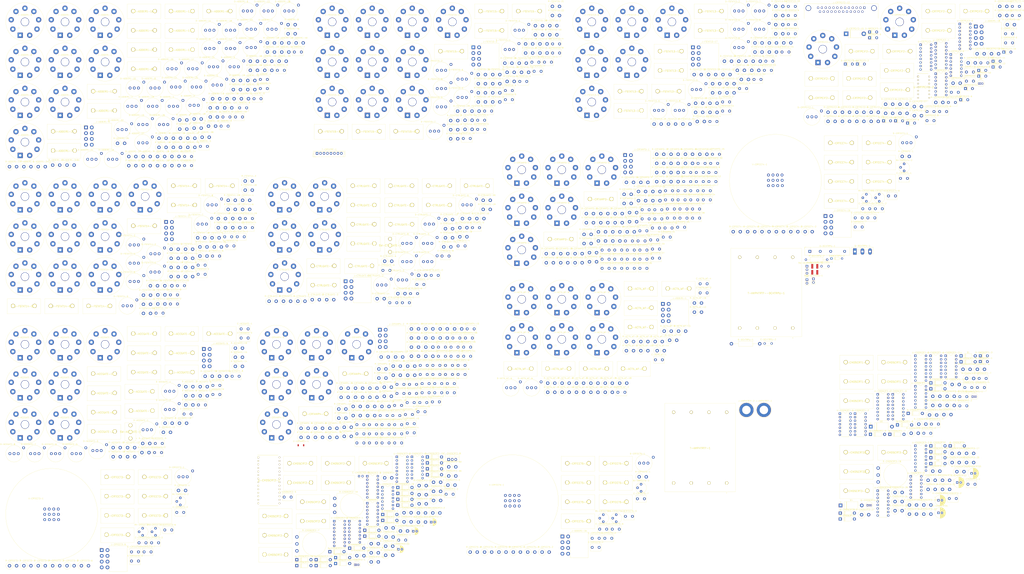
<source format=kicad_pcb>
(kicad_pcb (version 20171130) (host pcbnew "(5.1.6)-1")
  (layers (0 F.Cu signal) (31 B.Cu signal) (34 B.Paste user) (35 F.Paste user) (36 B.SilkS user) (37 F.SilkS user) (38 B.Mask user) (39 F.Mask user) (44 Edge.Cuts user))
  (net 0 "")
  (net 1 "Net-(C-ADDER1-1-Pad1)")
  (net 2 "Net-(C-ADDER1-2-Pad1)")
  (net 3 "Net-(C-ADDER1-3-Pad1)")
  (net 4 "Net-(C-ADDER1-4-Pad2)")
  (net 5 "Net-(C-ADDER1-4-Pad1)")
  (net 6 "Net-(C-ADDER1-5-Pad1)")
  (net 7 "Net-(C-ADDER1-6-Pad2)")
  (net 8 "Net-(C-ADDER1-6-Pad1)")
  (net 9 "Net-(C-ADDER1-7-Pad1)")
  (net 10 "Net-(C-CTRLGATE-1-Pad2)")
  (net 11 "Net-(C-CTRLGATE-1-Pad1)")
  (net 12 "Net-(C-CTRLGATE-2-Pad1)")
  (net 13 "Net-(C-CTRLGATE-3-Pad1)")
  (net 14 "Net-(D-ADDER1-1-Pad4)")
  (net 15 "Net-(D-ADDER1-1-Pad2)")
  (net 16 "Net-(D-ADDER1-2-Pad2)")
  (net 17 "Net-(D-ADDER1-3-Pad4)")
  (net 18 "Net-(D-ADDER1-4-Pad4)")
  (net 19 "Net-(D-ADDER1-4-Pad2)")
  (net 20 "Net-(D-ADDER1-17-Pad4)")
  (net 21 "Net-(D-ADDER1-6-Pad2)")
  (net 22 "Net-(D-ADDER1-10-Pad4)")
  (net 23 "Net-(D-ADDER1-8-Pad2)")
  (net 24 "Net-(D-ADDER1-11-Pad4)")
  (net 25 "Net-(D-ADDER1-10-Pad2)")
  (net 26 "Net-(D-ADDER1-12-Pad4)")
  (net 27 "Net-(D-ADDER1-15-Pad4)")
  (net 28 "Net-(D-ADDER1-15-Pad2)")
  (net 29 "Net-(D-ADDER1-16-Pad4)")
  (net 30 "Net-(D-ADDER1-17-Pad2)")
  (net 31 "Net-(D-ADDER1-18-Pad4)")
  (net 32 "Net-(D-ADDER1-19-Pad4)")
  (net 33 "Net-(D-ADDER1-20-Pad4)")
  (net 34 "Net-(D-ADDER1-21-Pad2)")
  (net 35 "Net-(D-ADDER1-24-Pad4)")
  (net 36 "Net-(D-ADDER1-24-Pad2)")
  (net 37 "Net-(D-ADDER1-25-Pad4)")
  (net 38 "Net-(D-ADDER1-27-Pad4)")
  (net 39 "Net-(D-ADDER1-28-Pad4)")
  (net 40 "Net-(D-ADDER1-16A1-Pad4)")
  (net 41 "Net-(D-CTRLGATE-1-Pad4)")
  (net 42 "Net-(D-CTRLGATE-1-Pad2)")
  (net 43 "Net-(D-CTRLGATE-6-Pad4)")
  (net 44 "Net-(J-CTRLGATE-1-Pad1)")
  (net 45 "Net-(J-CTRLGATE-2-Pad1)")
  (net 46 "Net-(J-CTRLGATE-4-Pad1)")
  (net 47 "Net-(J-CTRLGATE-5-Pad1)")
  (net 48 "Net-(J-CTRLGATE-6-Pad1)")
  (net 49 "Net-(J-CTRLGATE-7-Pad1)")
  (net 50 "Net-(R-ADDER1-2-Pad1)")
  (net 51 "Net-(R-ADDER1-9-Pad1)")
  (net 52 "Net-(R-ADDER1-12-Pad2)")
  (net 53 "Net-(R-ADDER1-14-Pad1)")
  (net 54 "Net-(R-ADDER1-16-Pad1)")
  (net 55 "Net-(R-ADDER1-22-Pad1)")
  (net 56 "Net-(R-ADDER1-25-Pad2)")
  (net 57 "Net-(R-ADDER1-27-Pad1)")
  (net 58 "Net-(R-ADDER1-32-Pad1)")
  (net 59 "Net-(R-ADDER1-35-Pad1)")
  (net 60 "Net-(R-ADDER1-41-Pad2)")
  (net 61 "Net-(R-ADDER1-45-Pad1)")
  (net 62 "Net-(R-CTRLGATE-3-Pad1)")
  (net 63 "Net-(R-CTRLGATE-4-Pad1)")
  (net 64 "Net-(R-CTRLGATE-7-Pad1)")
  (net 65 /CTRLGATE/Heater-GND)
  (net 66 /CTRLGATE/Heater-6.3V)
  (net 67 /CTRLGATE/+50V)
  (net 68 /CTRLGATE/-150V)
  (net 69 /CTRLGATE/+300V)
  (net 70 /CTRLGATE/+200V)
  (net 71 /CTRLGATE/GND)
  (net 72 "Net-(C-CTRLGATE-8-Pad1)")
  (net 73 "Net-(C-CTRLGATE-9-Pad1)")
  (net 74 "Net-(D-CTRLGATE-7-Pad4)")
  (net 75 "Net-(D-CTRLGATE-7-Pad2)")
  (net 76 "Net-(D-CTRLGATE-8-Pad2)")
  (net 77 "Net-(J-CTRLGATE-8-Pad1)")
  (net 78 "Net-(J-CTRLGATE-9-Pad1)")
  (net 79 "Net-(J-CTRLGATE-10-Pad1)")
  (net 80 "Net-(J-CTRLGATE-11-Pad1)")
  (net 81 "Net-(J-CTRLGATE-12-Pad1)")
  (net 82 "Net-(R-CTRLGATE-10-Pad1)")
  (net 83 "Net-(R-CTRLGATE-13-Pad1)")
  (net 84 "Net-(R-CTRLGATE-16-Pad1)")
  (net 85 "Net-(R-CTRLGATE-17-Pad1)")
  (net 86 "Net-(R-CTRLGATE-19-Pad1)")
  (net 87 /ADDER1/GND)
  (net 88 /ADDER1/+300V)
  (net 89 /ADDER1/+200V)
  (net 90 /ADDER1/-150V)
  (net 91 "Net-(C-ADDER1-11-Pad1)")
  (net 92 /ADDER1/+50V)
  (net 93 Vss)
  (net 94 "Net-(D1-Pad1)")
  (net 95 "Net-(D3-Pad2)")
  (net 96 "Net-(D3-Pad1)")
  (net 97 "Net-(D-CMOSCRT1-1-Pad2)")
  (net 98 "Net-(D-CMOSCRT1-4-Pad2)")
  (net 99 "Net-(C-CMOSCRT1-3-Pad2)")
  (net 100 "Net-(C-CMOSCRT1-5-Pad2)")
  (net 101 "Net-(C-CMOSCRT1-6-Pad2)")
  (net 102 /CMOSCRT1/-30v)
  (net 103 /CMOSCRT2/GND)
  (net 104 "Net-(D-CMOSCRT2-1-Pad1)")
  (net 105 "Net-(C-CMOSCRT2-6-Pad1)")
  (net 106 "Net-(C-CMOSCRT2-7-Pad1)")
  (net 107 "Net-(C-CMOSCRT2-6-Pad2)")
  (net 108 /CMOSCRT2/-15V)
  (net 109 "Net-(J-ADDER1-7-Pad1)")
  (net 110 "Net-(J-ADDER1-13-Pad1)")
  (net 111 "Net-(J-CMOSCRT1-1-Pad1)")
  (net 112 "Net-(J-CMOSCRT1-5-Pad1)")
  (net 113 "Net-(D-CMOSCRT2-3-Pad2)")
  (net 114 "Net-(C-CMOSCRT2-1-Pad1)")
  (net 115 "Net-(D-CMOSCRT2-16-Pad2)")
  (net 116 "Net-(D-CMOSCRT2-10-Pad1)")
  (net 117 "Net-(D-CMOSCRT2-11-Pad2)")
  (net 118 "Net-(D-CMOSCRT2-14-Pad2)")
  (net 119 "Net-(J-CMOSCRT2-50-Pad1)")
  (net 120 "Net-(D-CMOSCRT2-13-Pad2)")
  (net 121 /CMOSCRT2/+9V)
  (net 122 "Net-(D-CMOSCRT2-13-Pad1)")
  (net 123 "Net-(R-ADDER1-7-Pad2)")
  (net 124 "Net-(C-CMOSCRT1-1-Pad2)")
  (net 125 "Net-(U-CMOSCRT1-10-Pad12)")
  (net 126 /CMOSCRT1/CLK)
  (net 127 /CMOSCRT2/+5V)
  (net 128 /CMOSCRT2/~WE)
  (net 129 "Net-(R-CMOSCRT2-55-Pad2)")
  (net 130 "Net-(R-CMOSCRT2-53-Pad2)")
  (net 131 "Net-(R-CMOSCRT2-51-Pad2)")
  (net 132 "Net-(R-CMOSCRT2-52-Pad2)")
  (net 133 /CMOSCRT2/~OE)
  (net 134 "Net-(U-CMOSCRT2-1-Pad21)")
  (net 135 "Net-(R-CMOSCRT2-56-Pad2)")
  (net 136 "Net-(R-CMOSCRT2-50-Pad2)")
  (net 137 "Net-(U-CMOSCRT2-1-Pad10)")
  (net 138 "Net-(U-CMOSCRT2-1-Pad9)")
  (net 139 "Net-(U-CMOSCRT2-1-Pad8)")
  (net 140 "Net-(U-CMOSCRT2-1-Pad7)")
  (net 141 /CMOSCRT2/DL4)
  (net 142 /CMOSCRT2/DL3)
  (net 143 /CMOSCRT2/DL2)
  (net 144 /CMOSCRT2/DL1)
  (net 145 /CMOSCRT2/DL0)
  (net 146 "Net-(C-CMOSCRT31-Pad2)")
  (net 147 "Net-(C-CMOSCRT31-Pad1)")
  (net 148 /CMOSCRT3/GND)
  (net 149 /CMOSCRT3/+9V)
  (net 150 "Net-(C-CMOSCRT33-Pad2)")
  (net 151 /CMOSCRT3/-30V)
  (net 152 "Net-(C-CMOSCRT1-2-Pad2)")
  (net 153 "Net-(C-CMOSCRT2-1-Pad2)")
  (net 154 "Net-(C-CMOSCRT2-3-Pad2)")
  (net 155 "Net-(C-CMOSCRT2-5-Pad2)")
  (net 156 "Net-(C-CMOSCRT3-2-Pad2)")
  (net 157 "Net-(C-CMOSCRT3-4-Pad2)")
  (net 158 "Net-(D2-Pad2)")
  (net 159 "Net-(D4-Pad2)")
  (net 160 "Net-(D-CMOSCRT34-Pad2)")
  (net 161 "Net-(D-CMOSCRT1-3-Pad2)")
  (net 162 "Net-(D-CMOSCRT1-8-Pad2)")
  (net 163 "Net-(D-CMOSCRT1-8-Pad1)")
  (net 164 "Net-(D-CMOSCRT2-2-Pad2)")
  (net 165 "Net-(D-CMOSCRT2-4-Pad2)")
  (net 166 "Net-(D-CMOSCRT2-5-Pad2)")
  (net 167 "Net-(D-CMOSCRT2-10-Pad2)")
  (net 168 "Net-(D-CMOSCRT2-12-Pad2)")
  (net 169 "Net-(D-CMOSCRT2-15-Pad2)")
  (net 170 "Net-(D-CMOSCRT2-17-Pad2)")
  (net 171 "Net-(D-CMOSCRT3-21-Pad2)")
  (net 172 "Net-(D-CMOSCRT3-21-Pad1)")
  (net 173 "Net-(J-CMOSCRT3-10-Pad1)")
  (net 174 "Net-(R-CMOSCRT1-5-Pad2)")
  (net 175 "Net-(R-CMOSCRT1-7-Pad2)")
  (net 176 "Net-(R-CMOSCRT1-9-Pad1)")
  (net 177 "Net-(R-CMOSCRT2-6-Pad2)")
  (net 178 "Net-(R-CMOSCRT2-10-Pad1)")
  (net 179 "Net-(R-CMOSCRT2-11-Pad2)")
  (net 180 "Net-(R-CMOSCRT2-50-Pad1)")
  (net 181 "Net-(R-CMOSCRT2-57-Pad2)")
  (net 182 "Net-(R-CMOSCRT2-58-Pad2)")
  (net 183 "Net-(R-CMOSCRT2-59-Pad2)")
  (net 184 "Net-(R-CMOSCRT2-60-Pad2)")
  (net 185 "Net-(R-CMOSCRT3-1-Pad1)")
  (net 186 "Net-(R-CMOSCRT3-17-Pad2)")
  (net 187 "Net-(R-CMOSCRT3-19-Pad2)")
  (net 188 "Net-(R-CMOSCRT3-20-Pad2)")
  (net 189 /CMOSCRT3/+5V)
  (net 190 "Net-(R-CMOSCRT3-26-Pad2)")
  (net 191 "Net-(R-CMOSCRT3-28-Pad2)")
  (net 192 "Net-(R-CMOSCRT3-29-Pad2)")
  (net 193 "Net-(U-CMOSCRT1-1-Pad13)")
  (net 194 "Net-(U-CMOSCRT1-1-Pad11)")
  (net 195 "Net-(U-CMOSCRT1-1-Pad10)")
  (net 196 "Net-(U-CMOSCRT1-1-Pad8)")
  (net 197 "Net-(U-CMOSCRT1-1-Pad1)")
  (net 198 "Net-(U-CMOSCRT1-2-Pad13)")
  (net 199 "Net-(U-CMOSCRT1-2-Pad11)")
  (net 200 "Net-(U-CMOSCRT1-2-Pad10)")
  (net 201 "Net-(U-CMOSCRT1-2-Pad8)")
  (net 202 "Net-(U-CMOSCRT1-3-Pad13)")
  (net 203 "Net-(U-CMOSCRT1-3-Pad11)")
  (net 204 "Net-(U-CMOSCRT1-3-Pad10)")
  (net 205 "Net-(U-CMOSCRT1-3-Pad8)")
  (net 206 "Net-(U-CMOSCRT1-3-Pad1)")
  (net 207 "Net-(U-CMOSCRT1-4-Pad13)")
  (net 208 "Net-(U-CMOSCRT1-4-Pad11)")
  (net 209 "Net-(U-CMOSCRT1-4-Pad10)")
  (net 210 "Net-(U-CMOSCRT1-4-Pad8)")
  (net 211 /CMOSCRT1/Y-Shift)
  (net 212 "Net-(U-CMOSCRT1-6-Pad11)")
  (net 213 /CMOSCRT1/~Y-Shift)
  (net 214 "Net-(U-CMOSCRT1-9-Pad5)")
  (net 215 "Net-(U-CMOSCRT1-9-Pad4)")
  (net 216 "Net-(U-CMOSCRT1-10-Pad10)")
  (net 217 /CMOSCRT2/CtrClk)
  (net 218 /CMOSCRT2/WE)
  (net 219 "Net-(U-CMOSCRT2-5-Pad2)")
  (net 220 /CMOSCRT2/OE)
  (net 221 "Net-(U-CMOSCRT2-7-Pad10)")
  (net 222 "Net-(C-ACCGATE-1-Pad2)")
  (net 223 "Net-(C-ACCGATE-1-Pad1)")
  (net 224 /ACCGATE/GND)
  (net 225 "Net-(C-ACCGATE-2-Pad1)")
  (net 226 "Net-(C-ACCGATE-3-Pad1)")
  (net 227 /ACCGATE/+300V)
  (net 228 /ACCGATE/+200V)
  (net 229 "Net-(C-ACCGATE-6-Pad1)")
  (net 230 /ACCGATE/-150V)
  (net 231 /ACCGATE/+50V)
  (net 232 "Net-(C-ACCGATE-9-Pad1)")
  (net 233 "Net-(C-ACTN_WF-1-Pad2)")
  (net 234 "Net-(C-ACTN_WF-1-Pad1)")
  (net 235 "Net-(C-ACTN_WF-2-Pad2)")
  (net 236 "Net-(C-ACTN_WF-2-Pad1)")
  (net 237 "Net-(C-ACTN_WF-3-Pad2)")
  (net 238 "Net-(C-ACTN_WF-3-Pad1)")
  (net 239 /ACTIN_WF/GND)
  (net 240 "Net-(C-ACTN_WF-4-Pad1)")
  (net 241 "Net-(D-ACCGATE-1-Pad4)")
  (net 242 /ACCGATE/Heater-GND)
  (net 243 "Net-(D-ACCGATE-1-Pad2)")
  (net 244 /ACCGATE/Heater-6.3V)
  (net 245 "Net-(D-ACCGATE-5-Pad4)")
  (net 246 "Net-(D-ACCGATE-6-Pad4)")
  (net 247 "Net-(D-ACCGATE-6-Pad2)")
  (net 248 "Net-(D-ACCGATE-7-Pad2)")
  (net 249 /ACTIN_WF/Heater-GND)
  (net 250 /ACTIN_WF/-150V)
  (net 251 /ACTIN_WF/Heater-6.3V)
  (net 252 "Net-(J-ACCGATE1-Pad1)")
  (net 253 "Net-(J-ACCGATE-1-Pad1)")
  (net 254 "Net-(J-ACCGATE-3-Pad1)")
  (net 255 "Net-(J-ACCGATE-4-Pad1)")
  (net 256 "Net-(J-ACCGATE-6-Pad1)")
  (net 257 "Net-(J-ACCGATE-7-Pad1)")
  (net 258 "Net-(J-ACCGATE-8-Pad1)")
  (net 259 "Net-(J-ACCGATE-10-Pad1)")
  (net 260 "Net-(J-ACCGATE-11-Pad1)")
  (net 261 "Net-(J-ACCGATE-12-Pad1)")
  (net 262 "Net-(J-ACCGATE-13-Pad1)")
  (net 263 "Net-(J-ACTN_WF-1-Pad1)")
  (net 264 "Net-(J-ACTN_WF-3-Pad1)")
  (net 265 "Net-(J-ACTN_WF-4-Pad1)")
  (net 266 "Net-(J-ACTN_WF-5-Pad1)")
  (net 267 "Net-(J-ACTN_WF-6-Pad1)")
  (net 268 "Net-(J-ACTN_WF-7-Pad1)")
  (net 269 "Net-(J-ACTN_WF-8-Pad1)")
  (net 270 /ACTIN_WF/+300V)
  (net 271 /ACTIN_WF/+200V)
  (net 272 "Net-(J-AMPHTRTF-1-Pad1)")
  (net 273 "Net-(J-AMPHTRTF-2-Pad1)")
  (net 274 "Net-(R-ACCGATE-2-Pad1)")
  (net 275 "Net-(R-ACCGATE-3-Pad1)")
  (net 276 "Net-(R-ACCGATE-7-Pad1)")
  (net 277 "Net-(R-ACCGATE-10-Pad1)")
  (net 278 "Net-(R-ACCGATE-12-Pad1)")
  (net 279 "Net-(R-ACCGATE-15-Pad1)")
  (net 280 "Net-(R-ACCGATE-16-Pad1)")
  (net 281 "Net-(R-ACCGATE-18-Pad1)")
  (net 282 "Net-(R-ACTN_WF-1-Pad1)")
  (net 283 "Net-(R-ACTN_WF-2-Pad1)")
  (net 284 "Net-(R-ACTN_WF-3-Pad1)")
  (net 285 "Net-(R-ACTN_WF-4-Pad1)")
  (net 286 "Net-(R-ACTN_WF-5-Pad1)")
  (net 287 "Net-(R-ACTN_WF-6-Pad2)")
  (net 288 "Net-(R-ACTN_WF-18-Pad1)")
  (net 289 "Net-(R-ACTN_WF-21-Pad1)")
  (net 290 AC)
  (net 291 Vdd)
  (net 292 "Net-(C-CRTAMP3-1-Pad2)")
  (net 293 "Net-(C-CRTAMP3-1-Pad1)")
  (net 294 /CRTAMP3/GND)
  (net 295 "Net-(C-CRTAMP3-3-Pad1)")
  (net 296 "Net-(C-CRTAMP3-4-Pad1)")
  (net 297 "Net-(C-CRTAMP3-9-Pad2)")
  (net 298 "Net-(C-CRTAMP3-13-Pad1)")
  (net 299 "Net-(C-CRTAMP3-14-Pad1)")
  (net 300 "Net-(C-CRTAMP3-19-Pad2)")
  (net 301 "Net-(C-CRTAMP3-23-Pad1)")
  (net 302 "Net-(C-CRTAMP3-24-Pad2)")
  (net 303 "Net-(C-CRTAMP3-26-Pad1)")
  (net 304 "Net-(C-CRTAMP3-29-Pad2)")
  (net 305 "Net-(C-CRTAMP3-31-Pad1)")
  (net 306 "Net-(C-CRTAMP3-32-Pad1)")
  (net 307 "Net-(C-CRTAMP3-35-Pad2)")
  (net 308 "Net-(C-CRTAMP3-37-Pad1)")
  (net 309 "Net-(C-CRTAMP3-38-Pad1)")
  (net 310 "Net-(C-CRTAMP3-43-Pad1)")
  (net 311 "Net-(C-CRTAMP3-45-Pad2)")
  (net 312 "Net-(C-CRTAMP3-45-Pad1)")
  (net 313 /CMOSCRT2/VCC)
  (net 314 /CRTAMP3/-150V)
  (net 315 "Net-(R-CRTAMP3-2-Pad1)")
  (net 316 "Net-(R-CRTAMP3-8-Pad1)")
  (net 317 "Net-(R-CRTAMP3-14-Pad1)")
  (net 318 "Net-(R-CRTAMP3-20-Pad1)")
  (net 319 "Net-(R-CRTAMP3-26-Pad1)")
  (net 320 "Net-(R-CRTAMP3-32-Pad1)")
  (net 321 "Net-(R-CRTAMP3-39-Pad1)")
  (net 322 /CRTAMP3/Heater-6.3V)
  (net 323 /CRTAMP3/Heater-GND)
  (net 324 /ADDER1/Heater-GND)
  (net 325 /ADDER1/Heater-6.3V)
  (net 326 "Net-(C-CRTAMP3-4-Pad2)")
  (net 327 "Net-(C-CRTAMP3-14-Pad2)")
  (net 328 "Net-(C-CRTAMP3-26-Pad2)")
  (net 329 "Net-(C-CRTAMP3-32-Pad2)")
  (net 330 "Net-(C-CRTAMP3-38-Pad2)")
  (net 331 "Net-(C-CRTAMP3-41-Pad2)")
  (net 332 "Net-(C-CRTAMP3-46-Pad1)")
  (net 333 /CRTAMP3/+300)
  (net 334 "Net-(C-CRTAMP3-48-Pad2)")
  (net 335 "Net-(C-CRTAMP3-49-Pad1)")
  (net 336 "Net-(C-CRTAMP4-1-Pad2)")
  (net 337 "Net-(C-CRTAMP4-1-Pad1)")
  (net 338 /CRTAMP4/GND)
  (net 339 /CRTAMP4/+300)
  (net 340 "Net-(C-CRTAMP4-3-Pad1)")
  (net 341 "Net-(C-CRTAMP4-4-Pad2)")
  (net 342 "Net-(C-CRTAMP4-4-Pad1)")
  (net 343 /CRTAMP4/Heater-6.3V)
  (net 344 /CRTAMP4/Heater-GND)
  (net 345 "Net-(C-CRTAMP4-9-Pad2)")
  (net 346 "Net-(C-CRTAMP4-13-Pad1)")
  (net 347 "Net-(C-CRTAMP4-14-Pad2)")
  (net 348 "Net-(C-CRTAMP4-14-Pad1)")
  (net 349 "Net-(C-CRTAMP4-19-Pad2)")
  (net 350 "Net-(C-CRTAMP4-23-Pad1)")
  (net 351 "Net-(C-CRTAMP4-24-Pad2)")
  (net 352 "Net-(C-CRTAMP4-26-Pad2)")
  (net 353 "Net-(C-CRTAMP4-26-Pad1)")
  (net 354 "Net-(C-CRTAMP4-29-Pad2)")
  (net 355 "Net-(C-CRTAMP4-30-Pad2)")
  (net 356 "Net-(C-CRTAMP4-33-Pad2)")
  (net 357 "Net-(C-CRTAMP4-33-Pad1)")
  (net 358 "Net-(C-CRTAMP4-36-Pad1)")
  (net 359 "Net-(C-CRTAMP4-37-Pad2)")
  (net 360 "Net-(C-CRTAMP4-39-Pad1)")
  (net 361 "Net-(C-CRTAMP4-40-Pad2)")
  (net 362 "Net-(C-CRTAMP4-40-Pad1)")
  (net 363 "Net-(C-CRTAMP4-43-Pad2)")
  (net 364 "Net-(C-CRTAMP4-45-Pad1)")
  (net 365 "Net-(C-CRTAMP4-46-Pad1)")
  (net 366 /CRTAMP4/-150V)
  (net 367 "Net-(C-CRTAMP4-49-Pad2)")
  (net 368 "Net-(C-CRTAMP4-49-Pad1)")
  (net 369 "Net-(R-CRTAMP4-2-Pad1)")
  (net 370 "Net-(R-CRTAMP4-8-Pad1)")
  (net 371 "Net-(R-CRTAMP4-15-Pad1)")
  (net 372 "Net-(R-CRTAMP4-21-Pad1)")
  (net 373 "Net-(R-CRTAMP4-29-Pad1)")
  (net 374 "Net-(R-CRTAMP4-35-Pad1)")
  (net 375 "Net-(R-CRTAMP4-41-Pad1)")
  (net 376 "Net-(C-CRTAMP4-32-Pad1)")
  (net 377 /CRTCCT3/GND)
  (net 378 "Net-(C-CRTCCT3-1-Pad1)")
  (net 379 "Net-(C-CRTCCT3-2-Pad2)")
  (net 380 "Net-(C-CRTCCT3-3-Pad2)")
  (net 381 /CRTCCT3/Heater-6.3V)
  (net 382 /CRTCCT3/Heater-GND)
  (net 383 "/CRTCCT3/S.EHT(800-1400V)")
  (net 384 "Net-(C-CRTCCT3-7-Pad2)")
  (net 385 "Net-(C-CRTCCT3-7-Pad1)")
  (net 386 "Net-(J-CRTCCT3-1-Pad1)")
  (net 387 "Net-(J-CRTCCT3-2-Pad1)")
  (net 388 "Net-(J-CRTCCT3-3-Pad1)")
  (net 389 "Net-(J-CRTCCT3-4-Pad1)")
  (net 390 "Net-(R-CRTCCT3-1-Pad1)")
  (net 391 "Net-(R-CRTCCT3-2-Pad1)")
  (net 392 "Net-(R-CRTCCT3-3-Pad1)")
  (net 393 "Net-(R-CRTCCT3-4-Pad2)")
  (net 394 "Net-(R-CRTCCT3-5-Pad2)")
  (net 395 "Net-(R-CRTCCT3-5-Pad1)")
  (net 396 "Net-(R-CRTCCT3-7-Pad2)")
  (net 397 /CRTCCT4/GND)
  (net 398 "Net-(C-CRTCCT4-1-Pad1)")
  (net 399 "Net-(C-CRTCCT4-2-Pad2)")
  (net 400 "Net-(C-CRTCCT4-3-Pad2)")
  (net 401 /CRTCCT4/Heater-6.3V)
  (net 402 /CRTCCT4/Heater-GND)
  (net 403 "/CRTCCT4/S.EHT(800-1400V)")
  (net 404 "Net-(C-CRTCCT4-7-Pad2)")
  (net 405 "Net-(C-CRTCCT4-7-Pad1)")
  (net 406 "Net-(J-CRTCCT4-2-Pad1)")
  (net 407 "Net-(J-CRTCCT4-3-Pad1)")
  (net 408 "Net-(J-CRTCCT4-4-Pad1)")
  (net 409 "Net-(J-CRTCCT4-5-Pad1)")
  (net 410 "Net-(R-CRTCCT4-1-Pad1)")
  (net 411 "Net-(R-CRTCCT4-2-Pad1)")
  (net 412 "Net-(R-CRTCCT4-3-Pad1)")
  (net 413 "Net-(R-CRTCCT4-4-Pad2)")
  (net 414 "Net-(R-CRTCCT4-5-Pad2)")
  (net 415 "Net-(R-CRTCCT4-5-Pad1)")
  (net 416 "Net-(R-CRTCCT4-7-Pad2)")
  (net 417 /CRTCCT5/GND)
  (net 418 "Net-(C-CRTCCT5-1-Pad1)")
  (net 419 "Net-(C-CRTCCT5-2-Pad2)")
  (net 420 "Net-(C-CRTCCT5-3-Pad2)")
  (net 421 /CRTCCT5/Heater-6.3V)
  (net 422 /CRTCCT5/Heater-GND)
  (net 423 "/CRTCCT5/S.EHT(800-1400V)")
  (net 424 "Net-(C-CRTCCT5-7-Pad2)")
  (net 425 "Net-(C-CRTCCT5-7-Pad1)")
  (net 426 "Net-(J-CRTCCT5-2-Pad1)")
  (net 427 "Net-(J-CRTCCT5-3-Pad1)")
  (net 428 "Net-(J-CRTCCT5-4-Pad1)")
  (net 429 "Net-(J-CRTCCT5-5-Pad1)")
  (net 430 "Net-(R-CRTCCT5-1-Pad1)")
  (net 431 "Net-(R-CRTCCT5-2-Pad1)")
  (net 432 "Net-(R-CRTCCT5-3-Pad1)")
  (net 433 "Net-(R-CRTCCT5-4-Pad2)")
  (net 434 "Net-(R-CRTCCT5-5-Pad2)")
  (net 435 "Net-(R-CRTCCT5-5-Pad1)")
  (net 436 "Net-(R-CRTCCT5-7-Pad2)")
  (net 437 "Net-(C-CRTPCIF2-1-Pad2)")
  (net 438 "Net-(C-CRTPCIF2-1-Pad1)")
  (net 439 /CRTPCIF2/Y)
  (net 440 "Net-(C-CRTPCIF2-2-Pad1)")
  (net 441 "/CRTPCIF2/S-Read-(buff'd)")
  (net 442 "Net-(C-CRTPCIF2-3-Pad1)")
  (net 443 "Net-(C-CRTPCIF2-4-Pad2)")
  (net 444 "Net-(C-CRTPCIF2-4-Pad1)")
  (net 445 "Net-(C-CRTPCIF2-5-Pad2)")
  (net 446 "Net-(C-CRTPCIF2-5-Pad1)")
  (net 447 "Net-(C-CRTPCIF2-6-Pad2)")
  (net 448 "Net-(C-CRTPCIF2-6-Pad1)")
  (net 449 /CRTPCIF2/Bk1)
  (net 450 /CRTPCIF2/+8V)
  (net 451 "Net-(C-CRTPCIF2-12-Pad1)")
  (net 452 /CRTPCIF2/VCC)
  (net 453 "Net-(C-CRTPCIF2-12-Pad2)")
  (net 454 /CRTPCIF2/Heater-6.3V)
  (net 455 /CRTPCIF2/-15V)
  (net 456 "Net-(D-CRTPCIF2-16-Pad1)")
  (net 457 /CRTPCIF2/Bn)
  (net 458 /CRTPCIF2/Err)
  (net 459 /CRTPCIF2/SelectIn)
  (net 460 /CRTPCIF2/PE)
  (net 461 /CRTPCIF2/Busy)
  (net 462 /CRTPCIF2/Ack)
  (net 463 /CRTPCIF2/D3)
  (net 464 /CRTPCIF2/D2)
  (net 465 /CRTPCIF2/D1)
  (net 466 /CRTPCIF2/D0)
  (net 467 /CRTPCIF2/-150V)
  (net 468 /CRTPCIF2/+300V)
  (net 469 /CRTPCIF2/+200V)
  (net 470 "Net-(J-CRTPCIF2-6-Pad1)")
  (net 471 "Net-(J-CRTPCIF2-7-Pad1)")
  (net 472 "Net-(J-CRTPCIF2-8-Pad1)")
  (net 473 "Net-(J-CRTPCIF2-11-Pad1)")
  (net 474 "Net-(R-CRTPCIF2-16-Pad2)")
  (net 475 "Net-(R-CRTPCIF2-16-Pad1)")
  (net 476 "Net-(R-CRTPCIF2-17-Pad1)")
  (net 477 "Net-(R-CRTPCIF2-22-Pad1)")
  (net 478 "Net-(U-CRTPCIF2-2-Pad12)")
  (net 479 "Net-(U-CRTPCIF2-2-Pad10)")
  (net 480 "Net-(U-CRTPCIF2-2-Pad5)")
  (net 481 "Net-(U-CRTPCIF2-2-Pad4)")
  (net 482 "Net-(U-CRTPCIF2-2-Pad2)")
  (net 483 "Net-(U-CRTPCIF2-3-Pad10)")
  (net 484 "Net-(U-CRTPCIF2-3-Pad12)")
  (net 485 "Net-(U-CRTPCIF2-3-Pad4)")
  (net 486 "Net-(J-CRTPCIF2-12-Pad0)")
  (net 487 /DCHTRPU/OV-DC)
  (net 488 "Net-(C-DCHTRPU-1-Pad1)")
  (net 489 "Net-(D-DCHTRPU-1-Pad2)")
  (net 490 "Net-(D-DCHTRPU-1-Pad3)")
  (net 491 "Net-(D-DCHTRPU-1-Pad4)")
  (net 492 "Net-(D-DCHTRPU-2-Pad1)")
  (net 493 "Net-(MES-DCHTRPU-1-Pad1)")
  (net 494 /DCHTRPU/6V-DC)
  (net 495 "Net-(C-FSTAT13-1-Pad2)")
  (net 496 "Net-(C-FSTAT13-1-Pad1)")
  (net 497 "Net-(C-FSTAT13-2-Pad1)")
  (net 498 "Net-(C-FSTAT13-3-Pad2)")
  (net 499 "Net-(C-FSTAT13-3-Pad1)")
  (net 500 /FSTAT13/GND)
  (net 501 "Net-(C-FSTAT13-4-Pad1)")
  (net 502 "Net-(C-FSTAT13-5-Pad2)")
  (net 503 "Net-(C-FSTAT13-5-Pad1)")
  (net 504 "Net-(C-FSTAT13-6-Pad2)")
  (net 505 /FSTAT13/0V)
  (net 506 "Net-(C-FSTAT13-7-Pad1)")
  (net 507 /FSTAT13/-150V)
  (net 508 /FSTAT13/-14V)
  (net 509 /FSTAT13/+300V)
  (net 510 /FSTAT13/+200V)
  (net 511 /FSTAT13/+50V)
  (net 512 "Net-(D-FSTAT13-2-Pad4)")
  (net 513 /FSTAT13/Heater-GND)
  (net 514 "Net-(D-FSTAT13-2-Pad2)")
  (net 515 /FSTAT13/Heater-6.3V)
  (net 516 "Net-(D-FSTAT13-3-Pad4)")
  (net 517 /FSTAT13/+118V)
  (net 518 "Net-(J-FSTAT13-1-Pad1)")
  (net 519 "Net-(J-FSTAT13-5-Pad1)")
  (net 520 "Net-(J-FSTAT13-13-Pad1)")
  (net 521 "Net-(J-FSTAT13-14-Pad1)")
  (net 522 "Net-(R-FSTAT13-1-Pad1)")
  (net 523 "Net-(R-FSTAT13-2-Pad2)")
  (net 524 "Net-(R-FSTAT13-7-Pad2)")
  (net 525 "Net-(R-FSTAT13-10-Pad1)")
  (net 526 "Net-(R-FSTAT13-11-Pad2)")
  (net 527 "Net-(R-FSTAT13-15-Pad1)")
  (net 528 "Net-(R-FSTAT13-18-Pad2)")
  (net 529 "Net-(R-FSTAT13-23-Pad1)")
  (net 530 "Net-(R-FSTAT13-30-Pad2)")
  (net 531 /FSTAT14/GND)
  (net 532 /FSTAT14/+200V)
  (net 533 /FSTAT14/-150V)
  (net 534 /FSTAT14/+50V)
  (net 535 /FSTAT14/+300V)
  (net 536 /FSTAT14/-14V)
  (net 537 "Net-(C-FSTAT14-1-Pad2)")
  (net 538 "Net-(C-FSTAT14-1-Pad1)")
  (net 539 "Net-(C-FSTAT14-2-Pad1)")
  (net 540 "Net-(C-FSTAT14-3-Pad2)")
  (net 541 "Net-(C-FSTAT14-3-Pad1)")
  (net 542 "Net-(C-FSTAT14-4-Pad1)")
  (net 543 "Net-(C-FSTAT14-5-Pad2)")
  (net 544 "Net-(C-FSTAT14-5-Pad1)")
  (net 545 "Net-(C-FSTAT14-6-Pad2)")
  (net 546 /FSTAT14/0V)
  (net 547 /FSTAT14/+118V)
  (net 548 /FSTAT14/Heater-GND)
  (net 549 /FSTAT14/Heater-6.3V)
  (net 550 "Net-(J-FSTAT14-4-Pad1)")
  (net 551 "Net-(R-FSTAT14-1-Pad1)")
  (net 552 "Net-(R-FSTAT14-2-Pad2)")
  (net 553 "Net-(R-FSTAT14-7-Pad2)")
  (net 554 "Net-(R-FSTAT14-10-Pad1)")
  (net 555 "Net-(C-FSTAT14-8-Pad1)")
  (net 556 "Net-(D-FSTAT14-3-Pad4)")
  (net 557 "Net-(D-FSTAT14-3-Pad2)")
  (net 558 "Net-(D-FSTAT14-4-Pad4)")
  (net 559 "Net-(J-FSTAT14-1-Pad1)")
  (net 560 "Net-(J-FSTAT14-5-Pad1)")
  (net 561 "Net-(J-FSTAT14-7-Pad1)")
  (net 562 "Net-(R-FSTAT14-12-Pad2)")
  (net 563 "Net-(R-FSTAT14-15-Pad2)")
  (net 564 "Net-(R-FSTAT14-17-Pad1)")
  (net 565 "Net-(R-FSTAT14-20-Pad2)")
  (net 566 "Net-(R-FSTAT14-25-Pad1)")
  (net 567 "Net-(C-FSTAT15-1-Pad2)")
  (net 568 "Net-(C-FSTAT15-1-Pad1)")
  (net 569 "Net-(C-FSTAT15-2-Pad1)")
  (net 570 /FSTAT15/GND)
  (net 571 /FSTAT15/+200V)
  (net 572 "Net-(C-FSTAT15-4-Pad2)")
  (net 573 "Net-(C-FSTAT15-4-Pad1)")
  (net 574 /FSTAT15/-150V)
  (net 575 /FSTAT15/+50V)
  (net 576 "Net-(C-FSTAT15-7-Pad1)")
  (net 577 "Net-(C-FSTAT15-8-Pad2)")
  (net 578 "Net-(C-FSTAT15-8-Pad1)")
  (net 579 "Net-(C-FSTAT15-9-Pad2)")
  (net 580 /FSTAT15/-14V)
  (net 581 /FSTAT15/0V)
  (net 582 "Net-(C-FSTAT15-11-Pad1)")
  (net 583 /FSTAT15/+300V)
  (net 584 /FSTAT15/Heater-GND)
  (net 585 /FSTAT15/+118V)
  (net 586 /FSTAT15/Heater-6.3V)
  (net 587 "Net-(D-FSTAT15-3-Pad4)")
  (net 588 "Net-(D-FSTAT15-3-Pad2)")
  (net 589 "Net-(D-FSTAT15-4-Pad4)")
  (net 590 "Net-(J-FSTAT15-1-Pad1)")
  (net 591 "Net-(J-FSTAT15-5-Pad1)")
  (net 592 "Net-(J-FSTAT15-6-Pad1)")
  (net 593 "Net-(J-FSTAT15-8-Pad1)")
  (net 594 "Net-(R-FSTAT15-1-Pad1)")
  (net 595 "Net-(R-FSTAT15-2-Pad2)")
  (net 596 "Net-(R-FSTAT15-7-Pad2)")
  (net 597 "Net-(R-FSTAT15-10-Pad1)")
  (net 598 "Net-(R-FSTAT15-12-Pad2)")
  (net 599 "Net-(R-FSTAT15-15-Pad2)")
  (net 600 "Net-(R-FSTAT15-17-Pad1)")
  (net 601 "Net-(R-FSTAT15-20-Pad2)")
  (net 602 "Net-(R-FSTAT15-25-Pad1)")
  (module NewValves:Valve_9Loctal (layer F.Cu) (at 287.381316 14.167916)
    (fp_text reference V-FSTAT15-10 (at -0.0254 -5) (layer F.SilkS))
    (fp_text value CV173)
    (pad 8 thru_hole circle (at 8.609454 5.2032 60) (size 3.81 3.81) (drill 1.8) (layers *.Cu *.Mask))
    (pad 7 thru_hole circle (at 9.797278 -1.533282 100) (size 3.81 3.81) (drill 1.8) (layers *.Cu *.Mask) (net 602 "Net-(R-FSTAT15-25-Pad1)"))
    (pad 6 thru_hole circle (at 6.377076 -7.457244 140) (size 3.81 3.81) (drill 1.8) (layers *.Cu *.Mask) (net 593 "Net-(J-FSTAT15-8-Pad1)"))
    (pad 5 thru_hole circle (at -0.0508 -9.7968 300) (size 3.81 3.81) (drill 1.8) (layers *.Cu *.Mask))
    (pad 4 thru_hole circle (at -6.478676 -7.457244 120) (size 3.81 3.81) (drill 1.8) (layers *.Cu *.Mask) (net 571 /FSTAT15/+200V))
    (pad 3 thru_hole circle (at -9.898878 -1.533282 260) (size 3.81 3.81) (drill 1.8) (layers *.Cu *.Mask) (net 571 /FSTAT15/+200V))
    (pad 2 thru_hole circle (at -8.711054 5.2032 200) (size 3.81 3.81) (drill 1.8) (layers *.Cu *.Mask) (net 571 /FSTAT15/+200V))
    (pad 9 thru_hole circle (at 3.369401 9.600126 20) (size 3.81 3.81) (drill 1.8) (layers *.Cu *.Mask))
    (pad "" thru_hole circle (at -0.0254 0) (size 6 6) (drill 5.5) (layers *.Cu *.Mask))
    (pad 1 thru_hole rect (at -3.471001 9.600126) (size 3.81 3.81) (drill 1.8) (layers *.Cu *.Mask))
  )
  (module NewValves:Valve_9Loctal (layer F.Cu) (at 229.841316 -14.602084)
    (fp_text reference V-FSTAT15-9 (at -0.0254 -5) (layer F.SilkS))
    (fp_text value CV173)
    (pad 8 thru_hole circle (at 8.609454 5.2032 60) (size 3.81 3.81) (drill 1.8) (layers *.Cu *.Mask))
    (pad 7 thru_hole circle (at 9.797278 -1.533282 100) (size 3.81 3.81) (drill 1.8) (layers *.Cu *.Mask) (net 599 "Net-(R-FSTAT15-15-Pad2)"))
    (pad 6 thru_hole circle (at 6.377076 -7.457244 140) (size 3.81 3.81) (drill 1.8) (layers *.Cu *.Mask) (net 592 "Net-(J-FSTAT15-6-Pad1)"))
    (pad 5 thru_hole circle (at -0.0508 -9.7968 300) (size 3.81 3.81) (drill 1.8) (layers *.Cu *.Mask))
    (pad 4 thru_hole circle (at -6.478676 -7.457244 120) (size 3.81 3.81) (drill 1.8) (layers *.Cu *.Mask) (net 571 /FSTAT15/+200V))
    (pad 3 thru_hole circle (at -9.898878 -1.533282 260) (size 3.81 3.81) (drill 1.8) (layers *.Cu *.Mask) (net 571 /FSTAT15/+200V))
    (pad 2 thru_hole circle (at -8.711054 5.2032 200) (size 3.81 3.81) (drill 1.8) (layers *.Cu *.Mask) (net 571 /FSTAT15/+200V))
    (pad 9 thru_hole circle (at 3.369401 9.600126 20) (size 3.81 3.81) (drill 1.8) (layers *.Cu *.Mask))
    (pad "" thru_hole circle (at -0.0254 0) (size 6 6) (drill 5.5) (layers *.Cu *.Mask))
    (pad 1 thru_hole rect (at -3.471001 9.600126) (size 3.81 3.81) (drill 1.8) (layers *.Cu *.Mask))
  )
  (module NewValves:Valve_9Loctal (layer F.Cu) (at 229.841316 14.167916)
    (fp_text reference V-FSTAT15-8 (at -0.0254 -5) (layer F.SilkS))
    (fp_text value CV173)
    (pad 8 thru_hole circle (at 8.609454 5.2032 60) (size 3.81 3.81) (drill 1.8) (layers *.Cu *.Mask))
    (pad 7 thru_hole circle (at 9.797278 -1.533282 100) (size 3.81 3.81) (drill 1.8) (layers *.Cu *.Mask) (net 598 "Net-(R-FSTAT15-12-Pad2)"))
    (pad 6 thru_hole circle (at 6.377076 -7.457244 140) (size 3.81 3.81) (drill 1.8) (layers *.Cu *.Mask) (net 591 "Net-(J-FSTAT15-5-Pad1)"))
    (pad 5 thru_hole circle (at -0.0508 -9.7968 300) (size 3.81 3.81) (drill 1.8) (layers *.Cu *.Mask))
    (pad 4 thru_hole circle (at -6.478676 -7.457244 120) (size 3.81 3.81) (drill 1.8) (layers *.Cu *.Mask) (net 571 /FSTAT15/+200V))
    (pad 3 thru_hole circle (at -9.898878 -1.533282 260) (size 3.81 3.81) (drill 1.8) (layers *.Cu *.Mask) (net 571 /FSTAT15/+200V))
    (pad 2 thru_hole circle (at -8.711054 5.2032 200) (size 3.81 3.81) (drill 1.8) (layers *.Cu *.Mask) (net 571 /FSTAT15/+200V))
    (pad 9 thru_hole circle (at 3.369401 9.600126 20) (size 3.81 3.81) (drill 1.8) (layers *.Cu *.Mask))
    (pad "" thru_hole circle (at -0.0254 0) (size 6 6) (drill 5.5) (layers *.Cu *.Mask))
    (pad 1 thru_hole rect (at -3.471001 9.600126) (size 3.81 3.81) (drill 1.8) (layers *.Cu *.Mask))
  )
  (module NewValves:Valve_9Loctal (layer F.Cu) (at 258.611316 -14.602084)
    (fp_text reference V-FSTAT15-7 (at -0.0254 -5) (layer F.SilkS))
    (fp_text value CV173)
    (pad 8 thru_hole circle (at 8.609454 5.2032 60) (size 3.81 3.81) (drill 1.8) (layers *.Cu *.Mask))
    (pad 7 thru_hole circle (at 9.797278 -1.533282 100) (size 3.81 3.81) (drill 1.8) (layers *.Cu *.Mask))
    (pad 6 thru_hole circle (at 6.377076 -7.457244 140) (size 3.81 3.81) (drill 1.8) (layers *.Cu *.Mask))
    (pad 5 thru_hole circle (at -0.0508 -9.7968 300) (size 3.81 3.81) (drill 1.8) (layers *.Cu *.Mask))
    (pad 4 thru_hole circle (at -6.478676 -7.457244 120) (size 3.81 3.81) (drill 1.8) (layers *.Cu *.Mask))
    (pad 3 thru_hole circle (at -9.898878 -1.533282 260) (size 3.81 3.81) (drill 1.8) (layers *.Cu *.Mask))
    (pad 2 thru_hole circle (at -8.711054 5.2032 200) (size 3.81 3.81) (drill 1.8) (layers *.Cu *.Mask))
    (pad 9 thru_hole circle (at 3.369401 9.600126 20) (size 3.81 3.81) (drill 1.8) (layers *.Cu *.Mask) (net 586 /FSTAT15/Heater-6.3V))
    (pad "" thru_hole circle (at -0.0254 0) (size 6 6) (drill 5.5) (layers *.Cu *.Mask))
    (pad 1 thru_hole rect (at -3.471001 9.600126) (size 3.81 3.81) (drill 1.8) (layers *.Cu *.Mask) (net 584 /FSTAT15/Heater-GND))
  )
  (module NewValves:Valve_9Loctal (layer F.Cu) (at 229.841316 42.937916)
    (fp_text reference V-FSTAT15-6 (at -0.0254 -5) (layer F.SilkS))
    (fp_text value CV173)
    (pad 8 thru_hole circle (at 8.609454 5.2032 60) (size 3.81 3.81) (drill 1.8) (layers *.Cu *.Mask))
    (pad 7 thru_hole circle (at 9.797278 -1.533282 100) (size 3.81 3.81) (drill 1.8) (layers *.Cu *.Mask))
    (pad 6 thru_hole circle (at 6.377076 -7.457244 140) (size 3.81 3.81) (drill 1.8) (layers *.Cu *.Mask))
    (pad 5 thru_hole circle (at -0.0508 -9.7968 300) (size 3.81 3.81) (drill 1.8) (layers *.Cu *.Mask))
    (pad 4 thru_hole circle (at -6.478676 -7.457244 120) (size 3.81 3.81) (drill 1.8) (layers *.Cu *.Mask))
    (pad 3 thru_hole circle (at -9.898878 -1.533282 260) (size 3.81 3.81) (drill 1.8) (layers *.Cu *.Mask))
    (pad 2 thru_hole circle (at -8.711054 5.2032 200) (size 3.81 3.81) (drill 1.8) (layers *.Cu *.Mask))
    (pad 9 thru_hole circle (at 3.369401 9.600126 20) (size 3.81 3.81) (drill 1.8) (layers *.Cu *.Mask) (net 586 /FSTAT15/Heater-6.3V))
    (pad "" thru_hole circle (at -0.0254 0) (size 6 6) (drill 5.5) (layers *.Cu *.Mask))
    (pad 1 thru_hole rect (at -3.471001 9.600126) (size 3.81 3.81) (drill 1.8) (layers *.Cu *.Mask) (net 584 /FSTAT15/Heater-GND))
  )
  (module NewValves:Valve_9Loctal (layer F.Cu) (at 258.611316 14.167916)
    (fp_text reference V-FSTAT15-5 (at -0.0254 -5) (layer F.SilkS))
    (fp_text value CV173)
    (pad 8 thru_hole circle (at 8.609454 5.2032 60) (size 3.81 3.81) (drill 1.8) (layers *.Cu *.Mask))
    (pad 7 thru_hole circle (at 9.797278 -1.533282 100) (size 3.81 3.81) (drill 1.8) (layers *.Cu *.Mask))
    (pad 6 thru_hole circle (at 6.377076 -7.457244 140) (size 3.81 3.81) (drill 1.8) (layers *.Cu *.Mask))
    (pad 5 thru_hole circle (at -0.0508 -9.7968 300) (size 3.81 3.81) (drill 1.8) (layers *.Cu *.Mask))
    (pad 4 thru_hole circle (at -6.478676 -7.457244 120) (size 3.81 3.81) (drill 1.8) (layers *.Cu *.Mask))
    (pad 3 thru_hole circle (at -9.898878 -1.533282 260) (size 3.81 3.81) (drill 1.8) (layers *.Cu *.Mask))
    (pad 2 thru_hole circle (at -8.711054 5.2032 200) (size 3.81 3.81) (drill 1.8) (layers *.Cu *.Mask))
    (pad 9 thru_hole circle (at 3.369401 9.600126 20) (size 3.81 3.81) (drill 1.8) (layers *.Cu *.Mask) (net 586 /FSTAT15/Heater-6.3V))
    (pad "" thru_hole circle (at -0.0254 0) (size 6 6) (drill 5.5) (layers *.Cu *.Mask))
    (pad 1 thru_hole rect (at -3.471001 9.600126) (size 3.81 3.81) (drill 1.8) (layers *.Cu *.Mask) (net 584 /FSTAT15/Heater-GND))
  )
  (module NewValves:Valve_9Loctal (layer F.Cu) (at 287.381316 -14.602084)
    (fp_text reference V-FSTAT15-4 (at -0.0254 -5) (layer F.SilkS))
    (fp_text value CV173)
    (pad 8 thru_hole circle (at 8.609454 5.2032 60) (size 3.81 3.81) (drill 1.8) (layers *.Cu *.Mask))
    (pad 7 thru_hole circle (at 9.797278 -1.533282 100) (size 3.81 3.81) (drill 1.8) (layers *.Cu *.Mask))
    (pad 6 thru_hole circle (at 6.377076 -7.457244 140) (size 3.81 3.81) (drill 1.8) (layers *.Cu *.Mask))
    (pad 5 thru_hole circle (at -0.0508 -9.7968 300) (size 3.81 3.81) (drill 1.8) (layers *.Cu *.Mask))
    (pad 4 thru_hole circle (at -6.478676 -7.457244 120) (size 3.81 3.81) (drill 1.8) (layers *.Cu *.Mask))
    (pad 3 thru_hole circle (at -9.898878 -1.533282 260) (size 3.81 3.81) (drill 1.8) (layers *.Cu *.Mask))
    (pad 2 thru_hole circle (at -8.711054 5.2032 200) (size 3.81 3.81) (drill 1.8) (layers *.Cu *.Mask))
    (pad 9 thru_hole circle (at 3.369401 9.600126 20) (size 3.81 3.81) (drill 1.8) (layers *.Cu *.Mask) (net 586 /FSTAT15/Heater-6.3V))
    (pad "" thru_hole circle (at -0.0254 0) (size 6 6) (drill 5.5) (layers *.Cu *.Mask))
    (pad 1 thru_hole rect (at -3.471001 9.600126) (size 3.81 3.81) (drill 1.8) (layers *.Cu *.Mask) (net 584 /FSTAT15/Heater-GND))
  )
  (module NewValves:Valve_9Loctal (layer F.Cu) (at 258.611316 42.937916)
    (fp_text reference V-FSTAT15-3 (at -0.0254 -5) (layer F.SilkS))
    (fp_text value VR91)
    (pad 8 thru_hole circle (at 8.609454 5.2032 60) (size 3.81 3.81) (drill 1.8) (layers *.Cu *.Mask))
    (pad 7 thru_hole circle (at 9.797278 -1.533282 100) (size 3.81 3.81) (drill 1.8) (layers *.Cu *.Mask) (net 601 "Net-(R-FSTAT15-20-Pad2)"))
    (pad 6 thru_hole circle (at 6.377076 -7.457244 140) (size 3.81 3.81) (drill 1.8) (layers *.Cu *.Mask) (net 581 /FSTAT15/0V))
    (pad 5 thru_hole circle (at -0.0508 -9.7968 300) (size 3.81 3.81) (drill 1.8) (layers *.Cu *.Mask))
    (pad 4 thru_hole circle (at -6.478676 -7.457244 120) (size 3.81 3.81) (drill 1.8) (layers *.Cu *.Mask) (net 600 "Net-(R-FSTAT15-17-Pad1)"))
    (pad 3 thru_hole circle (at -9.898878 -1.533282 260) (size 3.81 3.81) (drill 1.8) (layers *.Cu *.Mask) (net 572 "Net-(C-FSTAT15-4-Pad2)"))
    (pad 2 thru_hole circle (at -8.711054 5.2032 200) (size 3.81 3.81) (drill 1.8) (layers *.Cu *.Mask) (net 576 "Net-(C-FSTAT15-7-Pad1)"))
    (pad 9 thru_hole circle (at 3.369401 9.600126 20) (size 3.81 3.81) (drill 1.8) (layers *.Cu *.Mask) (net 586 /FSTAT15/Heater-6.3V))
    (pad "" thru_hole circle (at -0.0254 0) (size 6 6) (drill 5.5) (layers *.Cu *.Mask))
    (pad 1 thru_hole rect (at -3.471001 9.600126) (size 3.81 3.81) (drill 1.8) (layers *.Cu *.Mask) (net 584 /FSTAT15/Heater-GND))
  )
  (module NewValves:Valve_9Loctal (layer F.Cu) (at 316.151316 -14.602084)
    (fp_text reference V-FSTAT15-2 (at -0.0254 -5) (layer F.SilkS))
    (fp_text value VR91)
    (pad 8 thru_hole circle (at 8.609454 5.2032 60) (size 3.81 3.81) (drill 1.8) (layers *.Cu *.Mask))
    (pad 7 thru_hole circle (at 9.797278 -1.533282 100) (size 3.81 3.81) (drill 1.8) (layers *.Cu *.Mask) (net 596 "Net-(R-FSTAT15-7-Pad2)"))
    (pad 6 thru_hole circle (at 6.377076 -7.457244 140) (size 3.81 3.81) (drill 1.8) (layers *.Cu *.Mask) (net 581 /FSTAT15/0V))
    (pad 5 thru_hole circle (at -0.0508 -9.7968 300) (size 3.81 3.81) (drill 1.8) (layers *.Cu *.Mask))
    (pad 4 thru_hole circle (at -6.478676 -7.457244 120) (size 3.81 3.81) (drill 1.8) (layers *.Cu *.Mask) (net 597 "Net-(R-FSTAT15-10-Pad1)"))
    (pad 3 thru_hole circle (at -9.898878 -1.533282 260) (size 3.81 3.81) (drill 1.8) (layers *.Cu *.Mask) (net 568 "Net-(C-FSTAT15-1-Pad1)"))
    (pad 2 thru_hole circle (at -8.711054 5.2032 200) (size 3.81 3.81) (drill 1.8) (layers *.Cu *.Mask))
    (pad 9 thru_hole circle (at 3.369401 9.600126 20) (size 3.81 3.81) (drill 1.8) (layers *.Cu *.Mask) (net 586 /FSTAT15/Heater-6.3V))
    (pad "" thru_hole circle (at -0.0254 0) (size 6 6) (drill 5.5) (layers *.Cu *.Mask))
    (pad 1 thru_hole rect (at -3.471001 9.600126) (size 3.81 3.81) (drill 1.8) (layers *.Cu *.Mask) (net 584 /FSTAT15/Heater-GND))
  )
  (module NewValves:Valve_9Loctal (layer F.Cu) (at 287.381316 42.937916)
    (fp_text reference V-FSTAT15-1 (at -0.0254 -5) (layer F.SilkS))
    (fp_text value CV173)
    (pad 8 thru_hole circle (at 8.609454 5.2032 60) (size 3.81 3.81) (drill 1.8) (layers *.Cu *.Mask))
    (pad 7 thru_hole circle (at 9.797278 -1.533282 100) (size 3.81 3.81) (drill 1.8) (layers *.Cu *.Mask) (net 595 "Net-(R-FSTAT15-2-Pad2)"))
    (pad 6 thru_hole circle (at 6.377076 -7.457244 140) (size 3.81 3.81) (drill 1.8) (layers *.Cu *.Mask) (net 590 "Net-(J-FSTAT15-1-Pad1)"))
    (pad 5 thru_hole circle (at -0.0508 -9.7968 300) (size 3.81 3.81) (drill 1.8) (layers *.Cu *.Mask))
    (pad 4 thru_hole circle (at -6.478676 -7.457244 120) (size 3.81 3.81) (drill 1.8) (layers *.Cu *.Mask) (net 571 /FSTAT15/+200V))
    (pad 3 thru_hole circle (at -9.898878 -1.533282 260) (size 3.81 3.81) (drill 1.8) (layers *.Cu *.Mask) (net 571 /FSTAT15/+200V))
    (pad 2 thru_hole circle (at -8.711054 5.2032 200) (size 3.81 3.81) (drill 1.8) (layers *.Cu *.Mask) (net 571 /FSTAT15/+200V))
    (pad 9 thru_hole circle (at 3.369401 9.600126 20) (size 3.81 3.81) (drill 1.8) (layers *.Cu *.Mask))
    (pad "" thru_hole circle (at -0.0254 0) (size 6 6) (drill 5.5) (layers *.Cu *.Mask))
    (pad 1 thru_hole rect (at -3.471001 9.600126) (size 3.81 3.81) (drill 1.8) (layers *.Cu *.Mask))
  )
  (module NewValves:Valve_9Loctal (layer F.Cu) (at 66.781316 168.337916)
    (fp_text reference V-FSTAT14-10 (at -0.0254 -5) (layer F.SilkS))
    (fp_text value CV173)
    (pad 8 thru_hole circle (at 8.609454 5.2032 60) (size 3.81 3.81) (drill 1.8) (layers *.Cu *.Mask))
    (pad 7 thru_hole circle (at 9.797278 -1.533282 100) (size 3.81 3.81) (drill 1.8) (layers *.Cu *.Mask) (net 566 "Net-(R-FSTAT14-25-Pad1)"))
    (pad 6 thru_hole circle (at 6.377076 -7.457244 140) (size 3.81 3.81) (drill 1.8) (layers *.Cu *.Mask) (net 561 "Net-(J-FSTAT14-7-Pad1)"))
    (pad 5 thru_hole circle (at -0.0508 -9.7968 300) (size 3.81 3.81) (drill 1.8) (layers *.Cu *.Mask))
    (pad 4 thru_hole circle (at -6.478676 -7.457244 120) (size 3.81 3.81) (drill 1.8) (layers *.Cu *.Mask) (net 532 /FSTAT14/+200V))
    (pad 3 thru_hole circle (at -9.898878 -1.533282 260) (size 3.81 3.81) (drill 1.8) (layers *.Cu *.Mask) (net 532 /FSTAT14/+200V))
    (pad 2 thru_hole circle (at -8.711054 5.2032 200) (size 3.81 3.81) (drill 1.8) (layers *.Cu *.Mask) (net 532 /FSTAT14/+200V))
    (pad 9 thru_hole circle (at 3.369401 9.600126 20) (size 3.81 3.81) (drill 1.8) (layers *.Cu *.Mask))
    (pad "" thru_hole circle (at -0.0254 0) (size 6 6) (drill 5.5) (layers *.Cu *.Mask))
    (pad 1 thru_hole rect (at -3.471001 9.600126) (size 3.81 3.81) (drill 1.8) (layers *.Cu *.Mask))
  )
  (module NewValves:Valve_9Loctal (layer F.Cu) (at 95.551316 110.797916)
    (fp_text reference V-FSTAT14-9 (at -0.0254 -5) (layer F.SilkS))
    (fp_text value CV173)
    (pad 8 thru_hole circle (at 8.609454 5.2032 60) (size 3.81 3.81) (drill 1.8) (layers *.Cu *.Mask))
    (pad 7 thru_hole circle (at 9.797278 -1.533282 100) (size 3.81 3.81) (drill 1.8) (layers *.Cu *.Mask) (net 563 "Net-(R-FSTAT14-15-Pad2)"))
    (pad 6 thru_hole circle (at 6.377076 -7.457244 140) (size 3.81 3.81) (drill 1.8) (layers *.Cu *.Mask) (net 560 "Net-(J-FSTAT14-5-Pad1)"))
    (pad 5 thru_hole circle (at -0.0508 -9.7968 300) (size 3.81 3.81) (drill 1.8) (layers *.Cu *.Mask))
    (pad 4 thru_hole circle (at -6.478676 -7.457244 120) (size 3.81 3.81) (drill 1.8) (layers *.Cu *.Mask) (net 532 /FSTAT14/+200V))
    (pad 3 thru_hole circle (at -9.898878 -1.533282 260) (size 3.81 3.81) (drill 1.8) (layers *.Cu *.Mask) (net 532 /FSTAT14/+200V))
    (pad 2 thru_hole circle (at -8.711054 5.2032 200) (size 3.81 3.81) (drill 1.8) (layers *.Cu *.Mask) (net 532 /FSTAT14/+200V))
    (pad 9 thru_hole circle (at 3.369401 9.600126 20) (size 3.81 3.81) (drill 1.8) (layers *.Cu *.Mask))
    (pad "" thru_hole circle (at -0.0254 0) (size 6 6) (drill 5.5) (layers *.Cu *.Mask))
    (pad 1 thru_hole rect (at -3.471001 9.600126) (size 3.81 3.81) (drill 1.8) (layers *.Cu *.Mask))
  )
  (module NewValves:Valve_9Loctal (layer F.Cu) (at 9.241316 168.337916)
    (fp_text reference V-FSTAT14-8 (at -0.0254 -5) (layer F.SilkS))
    (fp_text value CV173)
    (pad 8 thru_hole circle (at 8.609454 5.2032 60) (size 3.81 3.81) (drill 1.8) (layers *.Cu *.Mask))
    (pad 7 thru_hole circle (at 9.797278 -1.533282 100) (size 3.81 3.81) (drill 1.8) (layers *.Cu *.Mask) (net 562 "Net-(R-FSTAT14-12-Pad2)"))
    (pad 6 thru_hole circle (at 6.377076 -7.457244 140) (size 3.81 3.81) (drill 1.8) (layers *.Cu *.Mask) (net 550 "Net-(J-FSTAT14-4-Pad1)"))
    (pad 5 thru_hole circle (at -0.0508 -9.7968 300) (size 3.81 3.81) (drill 1.8) (layers *.Cu *.Mask))
    (pad 4 thru_hole circle (at -6.478676 -7.457244 120) (size 3.81 3.81) (drill 1.8) (layers *.Cu *.Mask) (net 532 /FSTAT14/+200V))
    (pad 3 thru_hole circle (at -9.898878 -1.533282 260) (size 3.81 3.81) (drill 1.8) (layers *.Cu *.Mask) (net 532 /FSTAT14/+200V))
    (pad 2 thru_hole circle (at -8.711054 5.2032 200) (size 3.81 3.81) (drill 1.8) (layers *.Cu *.Mask) (net 532 /FSTAT14/+200V))
    (pad 9 thru_hole circle (at 3.369401 9.600126 20) (size 3.81 3.81) (drill 1.8) (layers *.Cu *.Mask))
    (pad "" thru_hole circle (at -0.0254 0) (size 6 6) (drill 5.5) (layers *.Cu *.Mask))
    (pad 1 thru_hole rect (at -3.471001 9.600126) (size 3.81 3.81) (drill 1.8) (layers *.Cu *.Mask))
  )
  (module NewValves:Valve_9Loctal (layer F.Cu) (at 38.011316 110.797916)
    (fp_text reference V-FSTAT14-7 (at -0.0254 -5) (layer F.SilkS))
    (fp_text value CV173)
    (pad 8 thru_hole circle (at 8.609454 5.2032 60) (size 3.81 3.81) (drill 1.8) (layers *.Cu *.Mask))
    (pad 7 thru_hole circle (at 9.797278 -1.533282 100) (size 3.81 3.81) (drill 1.8) (layers *.Cu *.Mask))
    (pad 6 thru_hole circle (at 6.377076 -7.457244 140) (size 3.81 3.81) (drill 1.8) (layers *.Cu *.Mask))
    (pad 5 thru_hole circle (at -0.0508 -9.7968 300) (size 3.81 3.81) (drill 1.8) (layers *.Cu *.Mask))
    (pad 4 thru_hole circle (at -6.478676 -7.457244 120) (size 3.81 3.81) (drill 1.8) (layers *.Cu *.Mask))
    (pad 3 thru_hole circle (at -9.898878 -1.533282 260) (size 3.81 3.81) (drill 1.8) (layers *.Cu *.Mask))
    (pad 2 thru_hole circle (at -8.711054 5.2032 200) (size 3.81 3.81) (drill 1.8) (layers *.Cu *.Mask))
    (pad 9 thru_hole circle (at 3.369401 9.600126 20) (size 3.81 3.81) (drill 1.8) (layers *.Cu *.Mask) (net 549 /FSTAT14/Heater-6.3V))
    (pad "" thru_hole circle (at -0.0254 0) (size 6 6) (drill 5.5) (layers *.Cu *.Mask))
    (pad 1 thru_hole rect (at -3.471001 9.600126) (size 3.81 3.81) (drill 1.8) (layers *.Cu *.Mask) (net 548 /FSTAT14/Heater-GND))
  )
  (module NewValves:Valve_9Loctal (layer F.Cu) (at 9.241316 139.567916)
    (fp_text reference V-FSTAT14-6 (at -0.0254 -5) (layer F.SilkS))
    (fp_text value CV173)
    (pad 8 thru_hole circle (at 8.609454 5.2032 60) (size 3.81 3.81) (drill 1.8) (layers *.Cu *.Mask))
    (pad 7 thru_hole circle (at 9.797278 -1.533282 100) (size 3.81 3.81) (drill 1.8) (layers *.Cu *.Mask))
    (pad 6 thru_hole circle (at 6.377076 -7.457244 140) (size 3.81 3.81) (drill 1.8) (layers *.Cu *.Mask))
    (pad 5 thru_hole circle (at -0.0508 -9.7968 300) (size 3.81 3.81) (drill 1.8) (layers *.Cu *.Mask))
    (pad 4 thru_hole circle (at -6.478676 -7.457244 120) (size 3.81 3.81) (drill 1.8) (layers *.Cu *.Mask))
    (pad 3 thru_hole circle (at -9.898878 -1.533282 260) (size 3.81 3.81) (drill 1.8) (layers *.Cu *.Mask))
    (pad 2 thru_hole circle (at -8.711054 5.2032 200) (size 3.81 3.81) (drill 1.8) (layers *.Cu *.Mask))
    (pad 9 thru_hole circle (at 3.369401 9.600126 20) (size 3.81 3.81) (drill 1.8) (layers *.Cu *.Mask) (net 549 /FSTAT14/Heater-6.3V))
    (pad "" thru_hole circle (at -0.0254 0) (size 6 6) (drill 5.5) (layers *.Cu *.Mask))
    (pad 1 thru_hole rect (at -3.471001 9.600126) (size 3.81 3.81) (drill 1.8) (layers *.Cu *.Mask) (net 548 /FSTAT14/Heater-GND))
  )
  (module NewValves:Valve_9Loctal (layer F.Cu) (at 38.011316 139.567916)
    (fp_text reference V-FSTAT14-5 (at -0.0254 -5) (layer F.SilkS))
    (fp_text value CV173)
    (pad 8 thru_hole circle (at 8.609454 5.2032 60) (size 3.81 3.81) (drill 1.8) (layers *.Cu *.Mask))
    (pad 7 thru_hole circle (at 9.797278 -1.533282 100) (size 3.81 3.81) (drill 1.8) (layers *.Cu *.Mask))
    (pad 6 thru_hole circle (at 6.377076 -7.457244 140) (size 3.81 3.81) (drill 1.8) (layers *.Cu *.Mask))
    (pad 5 thru_hole circle (at -0.0508 -9.7968 300) (size 3.81 3.81) (drill 1.8) (layers *.Cu *.Mask))
    (pad 4 thru_hole circle (at -6.478676 -7.457244 120) (size 3.81 3.81) (drill 1.8) (layers *.Cu *.Mask))
    (pad 3 thru_hole circle (at -9.898878 -1.533282 260) (size 3.81 3.81) (drill 1.8) (layers *.Cu *.Mask))
    (pad 2 thru_hole circle (at -8.711054 5.2032 200) (size 3.81 3.81) (drill 1.8) (layers *.Cu *.Mask))
    (pad 9 thru_hole circle (at 3.369401 9.600126 20) (size 3.81 3.81) (drill 1.8) (layers *.Cu *.Mask) (net 549 /FSTAT14/Heater-6.3V))
    (pad "" thru_hole circle (at -0.0254 0) (size 6 6) (drill 5.5) (layers *.Cu *.Mask))
    (pad 1 thru_hole rect (at -3.471001 9.600126) (size 3.81 3.81) (drill 1.8) (layers *.Cu *.Mask) (net 548 /FSTAT14/Heater-GND))
  )
  (module NewValves:Valve_9Loctal (layer F.Cu) (at 66.781316 110.797916)
    (fp_text reference V-FSTAT14-4 (at -0.0254 -5) (layer F.SilkS))
    (fp_text value CV173)
    (pad 8 thru_hole circle (at 8.609454 5.2032 60) (size 3.81 3.81) (drill 1.8) (layers *.Cu *.Mask))
    (pad 7 thru_hole circle (at 9.797278 -1.533282 100) (size 3.81 3.81) (drill 1.8) (layers *.Cu *.Mask))
    (pad 6 thru_hole circle (at 6.377076 -7.457244 140) (size 3.81 3.81) (drill 1.8) (layers *.Cu *.Mask))
    (pad 5 thru_hole circle (at -0.0508 -9.7968 300) (size 3.81 3.81) (drill 1.8) (layers *.Cu *.Mask))
    (pad 4 thru_hole circle (at -6.478676 -7.457244 120) (size 3.81 3.81) (drill 1.8) (layers *.Cu *.Mask))
    (pad 3 thru_hole circle (at -9.898878 -1.533282 260) (size 3.81 3.81) (drill 1.8) (layers *.Cu *.Mask))
    (pad 2 thru_hole circle (at -8.711054 5.2032 200) (size 3.81 3.81) (drill 1.8) (layers *.Cu *.Mask))
    (pad 9 thru_hole circle (at 3.369401 9.600126 20) (size 3.81 3.81) (drill 1.8) (layers *.Cu *.Mask) (net 549 /FSTAT14/Heater-6.3V))
    (pad "" thru_hole circle (at -0.0254 0) (size 6 6) (drill 5.5) (layers *.Cu *.Mask))
    (pad 1 thru_hole rect (at -3.471001 9.600126) (size 3.81 3.81) (drill 1.8) (layers *.Cu *.Mask) (net 548 /FSTAT14/Heater-GND))
  )
  (module NewValves:Valve_9Loctal (layer F.Cu) (at 38.011316 168.337916)
    (fp_text reference V-FSTAT14-3 (at -0.0254 -5) (layer F.SilkS))
    (fp_text value VR91)
    (pad 8 thru_hole circle (at 8.609454 5.2032 60) (size 3.81 3.81) (drill 1.8) (layers *.Cu *.Mask))
    (pad 7 thru_hole circle (at 9.797278 -1.533282 100) (size 3.81 3.81) (drill 1.8) (layers *.Cu *.Mask) (net 565 "Net-(R-FSTAT14-20-Pad2)"))
    (pad 6 thru_hole circle (at 6.377076 -7.457244 140) (size 3.81 3.81) (drill 1.8) (layers *.Cu *.Mask) (net 546 /FSTAT14/0V))
    (pad 5 thru_hole circle (at -0.0508 -9.7968 300) (size 3.81 3.81) (drill 1.8) (layers *.Cu *.Mask))
    (pad 4 thru_hole circle (at -6.478676 -7.457244 120) (size 3.81 3.81) (drill 1.8) (layers *.Cu *.Mask) (net 564 "Net-(R-FSTAT14-17-Pad1)"))
    (pad 3 thru_hole circle (at -9.898878 -1.533282 260) (size 3.81 3.81) (drill 1.8) (layers *.Cu *.Mask) (net 540 "Net-(C-FSTAT14-3-Pad2)"))
    (pad 2 thru_hole circle (at -8.711054 5.2032 200) (size 3.81 3.81) (drill 1.8) (layers *.Cu *.Mask) (net 542 "Net-(C-FSTAT14-4-Pad1)"))
    (pad 9 thru_hole circle (at 3.369401 9.600126 20) (size 3.81 3.81) (drill 1.8) (layers *.Cu *.Mask) (net 549 /FSTAT14/Heater-6.3V))
    (pad "" thru_hole circle (at -0.0254 0) (size 6 6) (drill 5.5) (layers *.Cu *.Mask))
    (pad 1 thru_hole rect (at -3.471001 9.600126) (size 3.81 3.81) (drill 1.8) (layers *.Cu *.Mask) (net 548 /FSTAT14/Heater-GND))
  )
  (module NewValves:Valve_9Loctal (layer F.Cu) (at 66.781316 139.567916)
    (fp_text reference V-FSTAT14-2 (at -0.0254 -5) (layer F.SilkS))
    (fp_text value VR91)
    (pad 8 thru_hole circle (at 8.609454 5.2032 60) (size 3.81 3.81) (drill 1.8) (layers *.Cu *.Mask))
    (pad 7 thru_hole circle (at 9.797278 -1.533282 100) (size 3.81 3.81) (drill 1.8) (layers *.Cu *.Mask) (net 553 "Net-(R-FSTAT14-7-Pad2)"))
    (pad 6 thru_hole circle (at 6.377076 -7.457244 140) (size 3.81 3.81) (drill 1.8) (layers *.Cu *.Mask) (net 546 /FSTAT14/0V))
    (pad 5 thru_hole circle (at -0.0508 -9.7968 300) (size 3.81 3.81) (drill 1.8) (layers *.Cu *.Mask))
    (pad 4 thru_hole circle (at -6.478676 -7.457244 120) (size 3.81 3.81) (drill 1.8) (layers *.Cu *.Mask) (net 554 "Net-(R-FSTAT14-10-Pad1)"))
    (pad 3 thru_hole circle (at -9.898878 -1.533282 260) (size 3.81 3.81) (drill 1.8) (layers *.Cu *.Mask) (net 538 "Net-(C-FSTAT14-1-Pad1)"))
    (pad 2 thru_hole circle (at -8.711054 5.2032 200) (size 3.81 3.81) (drill 1.8) (layers *.Cu *.Mask))
    (pad 9 thru_hole circle (at 3.369401 9.600126 20) (size 3.81 3.81) (drill 1.8) (layers *.Cu *.Mask) (net 549 /FSTAT14/Heater-6.3V))
    (pad "" thru_hole circle (at -0.0254 0) (size 6 6) (drill 5.5) (layers *.Cu *.Mask))
    (pad 1 thru_hole rect (at -3.471001 9.600126) (size 3.81 3.81) (drill 1.8) (layers *.Cu *.Mask) (net 548 /FSTAT14/Heater-GND))
  )
  (module NewValves:Valve_9Loctal (layer F.Cu) (at 9.241316 110.797916)
    (fp_text reference V-FSTAT14-1 (at -0.0254 -5) (layer F.SilkS))
    (fp_text value CV173)
    (pad 8 thru_hole circle (at 8.609454 5.2032 60) (size 3.81 3.81) (drill 1.8) (layers *.Cu *.Mask))
    (pad 7 thru_hole circle (at 9.797278 -1.533282 100) (size 3.81 3.81) (drill 1.8) (layers *.Cu *.Mask) (net 552 "Net-(R-FSTAT14-2-Pad2)"))
    (pad 6 thru_hole circle (at 6.377076 -7.457244 140) (size 3.81 3.81) (drill 1.8) (layers *.Cu *.Mask) (net 559 "Net-(J-FSTAT14-1-Pad1)"))
    (pad 5 thru_hole circle (at -0.0508 -9.7968 300) (size 3.81 3.81) (drill 1.8) (layers *.Cu *.Mask))
    (pad 4 thru_hole circle (at -6.478676 -7.457244 120) (size 3.81 3.81) (drill 1.8) (layers *.Cu *.Mask) (net 532 /FSTAT14/+200V))
    (pad 3 thru_hole circle (at -9.898878 -1.533282 260) (size 3.81 3.81) (drill 1.8) (layers *.Cu *.Mask) (net 532 /FSTAT14/+200V))
    (pad 2 thru_hole circle (at -8.711054 5.2032 200) (size 3.81 3.81) (drill 1.8) (layers *.Cu *.Mask) (net 532 /FSTAT14/+200V))
    (pad 9 thru_hole circle (at 3.369401 9.600126 20) (size 3.81 3.81) (drill 1.8) (layers *.Cu *.Mask))
    (pad "" thru_hole circle (at -0.0254 0) (size 6 6) (drill 5.5) (layers *.Cu *.Mask))
    (pad 1 thru_hole rect (at -3.471001 9.600126) (size 3.81 3.81) (drill 1.8) (layers *.Cu *.Mask))
  )
  (module NewValves:Valve_9Loctal (layer F.Cu) (at 416.281316 -14.602084)
    (fp_text reference V-FSTAT13-6 (at -0.0254 -5) (layer F.SilkS))
    (fp_text value CV173)
    (pad 8 thru_hole circle (at 8.609454 5.2032 60) (size 3.81 3.81) (drill 1.8) (layers *.Cu *.Mask))
    (pad 7 thru_hole circle (at 9.797278 -1.533282 100) (size 3.81 3.81) (drill 1.8) (layers *.Cu *.Mask) (net 526 "Net-(R-FSTAT13-11-Pad2)"))
    (pad 6 thru_hole circle (at 6.377076 -7.457244 140) (size 3.81 3.81) (drill 1.8) (layers *.Cu *.Mask) (net 520 "Net-(J-FSTAT13-13-Pad1)"))
    (pad 5 thru_hole circle (at -0.0508 -9.7968 300) (size 3.81 3.81) (drill 1.8) (layers *.Cu *.Mask))
    (pad 4 thru_hole circle (at -6.478676 -7.457244 120) (size 3.81 3.81) (drill 1.8) (layers *.Cu *.Mask) (net 510 /FSTAT13/+200V))
    (pad 3 thru_hole circle (at -9.898878 -1.533282 260) (size 3.81 3.81) (drill 1.8) (layers *.Cu *.Mask) (net 510 /FSTAT13/+200V))
    (pad 2 thru_hole circle (at -8.711054 5.2032 200) (size 3.81 3.81) (drill 1.8) (layers *.Cu *.Mask) (net 510 /FSTAT13/+200V))
    (pad 9 thru_hole circle (at 3.369401 9.600126 20) (size 3.81 3.81) (drill 1.8) (layers *.Cu *.Mask) (net 515 /FSTAT13/Heater-6.3V))
    (pad "" thru_hole circle (at -0.0254 0) (size 6 6) (drill 5.5) (layers *.Cu *.Mask))
    (pad 1 thru_hole rect (at -3.471001 9.600126) (size 3.81 3.81) (drill 1.8) (layers *.Cu *.Mask) (net 513 /FSTAT13/Heater-GND))
  )
  (module NewValves:Valve_9Loctal (layer F.Cu) (at 416.281316 42.937916)
    (fp_text reference V-FSTAT13-5 (at -0.0254 -5) (layer F.SilkS))
    (fp_text value CV173)
    (pad 8 thru_hole circle (at 8.609454 5.2032 60) (size 3.81 3.81) (drill 1.8) (layers *.Cu *.Mask))
    (pad 7 thru_hole circle (at 9.797278 -1.533282 100) (size 3.81 3.81) (drill 1.8) (layers *.Cu *.Mask) (net 530 "Net-(R-FSTAT13-30-Pad2)"))
    (pad 6 thru_hole circle (at 6.377076 -7.457244 140) (size 3.81 3.81) (drill 1.8) (layers *.Cu *.Mask) (net 521 "Net-(J-FSTAT13-14-Pad1)"))
    (pad 5 thru_hole circle (at -0.0508 -9.7968 300) (size 3.81 3.81) (drill 1.8) (layers *.Cu *.Mask))
    (pad 4 thru_hole circle (at -6.478676 -7.457244 120) (size 3.81 3.81) (drill 1.8) (layers *.Cu *.Mask) (net 510 /FSTAT13/+200V))
    (pad 3 thru_hole circle (at -9.898878 -1.533282 260) (size 3.81 3.81) (drill 1.8) (layers *.Cu *.Mask) (net 510 /FSTAT13/+200V))
    (pad 2 thru_hole circle (at -8.711054 5.2032 200) (size 3.81 3.81) (drill 1.8) (layers *.Cu *.Mask) (net 510 /FSTAT13/+200V))
    (pad 9 thru_hole circle (at 3.369401 9.600126 20) (size 3.81 3.81) (drill 1.8) (layers *.Cu *.Mask) (net 515 /FSTAT13/Heater-6.3V))
    (pad "" thru_hole circle (at -0.0254 0) (size 6 6) (drill 5.5) (layers *.Cu *.Mask))
    (pad 1 thru_hole rect (at -3.471001 9.600126) (size 3.81 3.81) (drill 1.8) (layers *.Cu *.Mask) (net 513 /FSTAT13/Heater-GND))
  )
  (module NewValves:Valve_9Loctal (layer F.Cu) (at 445.051316 14.167916)
    (fp_text reference V-FSTAT13-4 (at -0.0254 -5) (layer F.SilkS))
    (fp_text value CV173)
    (pad 8 thru_hole circle (at 8.609454 5.2032 60) (size 3.81 3.81) (drill 1.8) (layers *.Cu *.Mask))
    (pad 7 thru_hole circle (at 9.797278 -1.533282 100) (size 3.81 3.81) (drill 1.8) (layers *.Cu *.Mask) (net 523 "Net-(R-FSTAT13-2-Pad2)"))
    (pad 6 thru_hole circle (at 6.377076 -7.457244 140) (size 3.81 3.81) (drill 1.8) (layers *.Cu *.Mask) (net 518 "Net-(J-FSTAT13-1-Pad1)"))
    (pad 5 thru_hole circle (at -0.0508 -9.7968 300) (size 3.81 3.81) (drill 1.8) (layers *.Cu *.Mask))
    (pad 4 thru_hole circle (at -6.478676 -7.457244 120) (size 3.81 3.81) (drill 1.8) (layers *.Cu *.Mask) (net 510 /FSTAT13/+200V))
    (pad 3 thru_hole circle (at -9.898878 -1.533282 260) (size 3.81 3.81) (drill 1.8) (layers *.Cu *.Mask) (net 510 /FSTAT13/+200V))
    (pad 2 thru_hole circle (at -8.711054 5.2032 200) (size 3.81 3.81) (drill 1.8) (layers *.Cu *.Mask) (net 510 /FSTAT13/+200V))
    (pad 9 thru_hole circle (at 3.369401 9.600126 20) (size 3.81 3.81) (drill 1.8) (layers *.Cu *.Mask) (net 515 /FSTAT13/Heater-6.3V))
    (pad "" thru_hole circle (at -0.0254 0) (size 6 6) (drill 5.5) (layers *.Cu *.Mask))
    (pad 1 thru_hole rect (at -3.471001 9.600126) (size 3.81 3.81) (drill 1.8) (layers *.Cu *.Mask) (net 513 /FSTAT13/Heater-GND))
  )
  (module NewValves:Valve_9Loctal (layer F.Cu) (at 473.821316 -14.602084)
    (fp_text reference V-FSTAT13-3 (at -0.0254 -5) (layer F.SilkS))
    (fp_text value CV173)
    (pad 8 thru_hole circle (at 8.609454 5.2032 60) (size 3.81 3.81) (drill 1.8) (layers *.Cu *.Mask))
    (pad 7 thru_hole circle (at 9.797278 -1.533282 100) (size 3.81 3.81) (drill 1.8) (layers *.Cu *.Mask) (net 529 "Net-(R-FSTAT13-23-Pad1)"))
    (pad 6 thru_hole circle (at 6.377076 -7.457244 140) (size 3.81 3.81) (drill 1.8) (layers *.Cu *.Mask) (net 519 "Net-(J-FSTAT13-5-Pad1)"))
    (pad 5 thru_hole circle (at -0.0508 -9.7968 300) (size 3.81 3.81) (drill 1.8) (layers *.Cu *.Mask))
    (pad 4 thru_hole circle (at -6.478676 -7.457244 120) (size 3.81 3.81) (drill 1.8) (layers *.Cu *.Mask) (net 510 /FSTAT13/+200V))
    (pad 3 thru_hole circle (at -9.898878 -1.533282 260) (size 3.81 3.81) (drill 1.8) (layers *.Cu *.Mask) (net 510 /FSTAT13/+200V))
    (pad 2 thru_hole circle (at -8.711054 5.2032 200) (size 3.81 3.81) (drill 1.8) (layers *.Cu *.Mask) (net 510 /FSTAT13/+200V))
    (pad 9 thru_hole circle (at 3.369401 9.600126 20) (size 3.81 3.81) (drill 1.8) (layers *.Cu *.Mask) (net 515 /FSTAT13/Heater-6.3V))
    (pad "" thru_hole circle (at -0.0254 0) (size 6 6) (drill 5.5) (layers *.Cu *.Mask))
    (pad 1 thru_hole rect (at -3.471001 9.600126) (size 3.81 3.81) (drill 1.8) (layers *.Cu *.Mask) (net 513 /FSTAT13/Heater-GND))
  )
  (module NewValves:Valve_9Loctal (layer F.Cu) (at 445.051316 -14.602084)
    (fp_text reference V-FSTAT13-2 (at -0.0254 -5) (layer F.SilkS))
    (fp_text value VR91)
    (pad 8 thru_hole circle (at 8.609454 5.2032 60) (size 3.81 3.81) (drill 1.8) (layers *.Cu *.Mask))
    (pad 7 thru_hole circle (at 9.797278 -1.533282 100) (size 3.81 3.81) (drill 1.8) (layers *.Cu *.Mask) (net 528 "Net-(R-FSTAT13-18-Pad2)"))
    (pad 6 thru_hole circle (at 6.377076 -7.457244 140) (size 3.81 3.81) (drill 1.8) (layers *.Cu *.Mask) (net 505 /FSTAT13/0V))
    (pad 5 thru_hole circle (at -0.0508 -9.7968 300) (size 3.81 3.81) (drill 1.8) (layers *.Cu *.Mask))
    (pad 4 thru_hole circle (at -6.478676 -7.457244 120) (size 3.81 3.81) (drill 1.8) (layers *.Cu *.Mask) (net 527 "Net-(R-FSTAT13-15-Pad1)"))
    (pad 3 thru_hole circle (at -9.898878 -1.533282 260) (size 3.81 3.81) (drill 1.8) (layers *.Cu *.Mask) (net 498 "Net-(C-FSTAT13-3-Pad2)"))
    (pad 2 thru_hole circle (at -8.711054 5.2032 200) (size 3.81 3.81) (drill 1.8) (layers *.Cu *.Mask) (net 501 "Net-(C-FSTAT13-4-Pad1)"))
    (pad 9 thru_hole circle (at 3.369401 9.600126 20) (size 3.81 3.81) (drill 1.8) (layers *.Cu *.Mask) (net 515 /FSTAT13/Heater-6.3V))
    (pad "" thru_hole circle (at -0.0254 0) (size 6 6) (drill 5.5) (layers *.Cu *.Mask))
    (pad 1 thru_hole rect (at -3.471001 9.600126) (size 3.81 3.81) (drill 1.8) (layers *.Cu *.Mask) (net 513 /FSTAT13/Heater-GND))
  )
  (module NewValves:Valve_9Loctal (layer F.Cu) (at 416.281316 14.167916)
    (fp_text reference V-FSTAT13-1 (at -0.0254 -5) (layer F.SilkS))
    (fp_text value VR91)
    (pad 8 thru_hole circle (at 8.609454 5.2032 60) (size 3.81 3.81) (drill 1.8) (layers *.Cu *.Mask))
    (pad 7 thru_hole circle (at 9.797278 -1.533282 100) (size 3.81 3.81) (drill 1.8) (layers *.Cu *.Mask) (net 524 "Net-(R-FSTAT13-7-Pad2)"))
    (pad 6 thru_hole circle (at 6.377076 -7.457244 140) (size 3.81 3.81) (drill 1.8) (layers *.Cu *.Mask) (net 505 /FSTAT13/0V))
    (pad 5 thru_hole circle (at -0.0508 -9.7968 300) (size 3.81 3.81) (drill 1.8) (layers *.Cu *.Mask))
    (pad 4 thru_hole circle (at -6.478676 -7.457244 120) (size 3.81 3.81) (drill 1.8) (layers *.Cu *.Mask) (net 525 "Net-(R-FSTAT13-10-Pad1)"))
    (pad 3 thru_hole circle (at -9.898878 -1.533282 260) (size 3.81 3.81) (drill 1.8) (layers *.Cu *.Mask) (net 496 "Net-(C-FSTAT13-1-Pad1)"))
    (pad 2 thru_hole circle (at -8.711054 5.2032 200) (size 3.81 3.81) (drill 1.8) (layers *.Cu *.Mask))
    (pad 9 thru_hole circle (at 3.369401 9.600126 20) (size 3.81 3.81) (drill 1.8) (layers *.Cu *.Mask) (net 515 /FSTAT13/Heater-6.3V))
    (pad "" thru_hole circle (at -0.0254 0) (size 6 6) (drill 5.5) (layers *.Cu *.Mask))
    (pad 1 thru_hole rect (at -3.471001 9.600126) (size 3.81 3.81) (drill 1.8) (layers *.Cu *.Mask) (net 513 /FSTAT13/Heater-GND))
  )
  (module NewValves:Valve_9Loctal (layer F.Cu) (at 195.681316 110.797916)
    (fp_text reference V-CTRLGATE-5 (at -0.0254 -5) (layer F.SilkS))
    (fp_text value VR91)
    (pad 8 thru_hole circle (at 8.609454 5.2032 60) (size 3.81 3.81) (drill 1.8) (layers *.Cu *.Mask))
    (pad 7 thru_hole circle (at 9.797278 -1.533282 100) (size 3.81 3.81) (drill 1.8) (layers *.Cu *.Mask) (net 86 "Net-(R-CTRLGATE-19-Pad1)"))
    (pad 6 thru_hole circle (at 6.377076 -7.457244 140) (size 3.81 3.81) (drill 1.8) (layers *.Cu *.Mask) (net 81 "Net-(J-CTRLGATE-12-Pad1)"))
    (pad 5 thru_hole circle (at -0.0508 -9.7968 300) (size 3.81 3.81) (drill 1.8) (layers *.Cu *.Mask))
    (pad 4 thru_hole circle (at -6.478676 -7.457244 120) (size 3.81 3.81) (drill 1.8) (layers *.Cu *.Mask) (net 70 /CTRLGATE/+200V))
    (pad 3 thru_hole circle (at -9.898878 -1.533282 260) (size 3.81 3.81) (drill 1.8) (layers *.Cu *.Mask) (net 70 /CTRLGATE/+200V))
    (pad 2 thru_hole circle (at -8.711054 5.2032 200) (size 3.81 3.81) (drill 1.8) (layers *.Cu *.Mask) (net 70 /CTRLGATE/+200V))
    (pad 9 thru_hole circle (at 3.369401 9.600126 20) (size 3.81 3.81) (drill 1.8) (layers *.Cu *.Mask) (net 66 /CTRLGATE/Heater-6.3V))
    (pad "" thru_hole circle (at -0.0254 0) (size 6 6) (drill 5.5) (layers *.Cu *.Mask))
    (pad 1 thru_hole rect (at -3.471001 9.600126) (size 3.81 3.81) (drill 1.8) (layers *.Cu *.Mask) (net 65 /CTRLGATE/Heater-GND))
  )
  (module NewValves:Valve_9Loctal (layer F.Cu) (at 224.451316 139.567916)
    (fp_text reference V-CTRLGATE-4 (at -0.0254 -5) (layer F.SilkS))
    (fp_text value VR91)
    (pad 8 thru_hole circle (at 8.609454 5.2032 60) (size 3.81 3.81) (drill 1.8) (layers *.Cu *.Mask))
    (pad 7 thru_hole circle (at 9.797278 -1.533282 100) (size 3.81 3.81) (drill 1.8) (layers *.Cu *.Mask) (net 84 "Net-(R-CTRLGATE-16-Pad1)"))
    (pad 6 thru_hole circle (at 6.377076 -7.457244 140) (size 3.81 3.81) (drill 1.8) (layers *.Cu *.Mask) (net 71 /CTRLGATE/GND))
    (pad 5 thru_hole circle (at -0.0508 -9.7968 300) (size 3.81 3.81) (drill 1.8) (layers *.Cu *.Mask))
    (pad 4 thru_hole circle (at -6.478676 -7.457244 120) (size 3.81 3.81) (drill 1.8) (layers *.Cu *.Mask) (net 85 "Net-(R-CTRLGATE-17-Pad1)"))
    (pad 3 thru_hole circle (at -9.898878 -1.533282 260) (size 3.81 3.81) (drill 1.8) (layers *.Cu *.Mask) (net 76 "Net-(D-CTRLGATE-8-Pad2)"))
    (pad 2 thru_hole circle (at -8.711054 5.2032 200) (size 3.81 3.81) (drill 1.8) (layers *.Cu *.Mask) (net 73 "Net-(C-CTRLGATE-9-Pad1)"))
    (pad 9 thru_hole circle (at 3.369401 9.600126 20) (size 3.81 3.81) (drill 1.8) (layers *.Cu *.Mask) (net 66 /CTRLGATE/Heater-6.3V))
    (pad "" thru_hole circle (at -0.0254 0) (size 6 6) (drill 5.5) (layers *.Cu *.Mask))
    (pad 1 thru_hole rect (at -3.471001 9.600126) (size 3.81 3.81) (drill 1.8) (layers *.Cu *.Mask) (net 65 /CTRLGATE/Heater-GND))
  )
  (module NewValves:Valve_9Loctal (layer F.Cu) (at 195.681316 168.337916)
    (fp_text reference V-CTRLGATE-3 (at -0.0254 -5) (layer F.SilkS))
    (fp_text value VR91)
    (pad 8 thru_hole circle (at 8.609454 5.2032 60) (size 3.81 3.81) (drill 1.8) (layers *.Cu *.Mask))
    (pad 7 thru_hole circle (at 9.797278 -1.533282 100) (size 3.81 3.81) (drill 1.8) (layers *.Cu *.Mask) (net 82 "Net-(R-CTRLGATE-10-Pad1)"))
    (pad 6 thru_hole circle (at 6.377076 -7.457244 140) (size 3.81 3.81) (drill 1.8) (layers *.Cu *.Mask) (net 71 /CTRLGATE/GND))
    (pad 5 thru_hole circle (at -0.0508 -9.7968 300) (size 3.81 3.81) (drill 1.8) (layers *.Cu *.Mask))
    (pad 4 thru_hole circle (at -6.478676 -7.457244 120) (size 3.81 3.81) (drill 1.8) (layers *.Cu *.Mask) (net 71 /CTRLGATE/GND))
    (pad 3 thru_hole circle (at -9.898878 -1.533282 260) (size 3.81 3.81) (drill 1.8) (layers *.Cu *.Mask) (net 76 "Net-(D-CTRLGATE-8-Pad2)"))
    (pad 2 thru_hole circle (at -8.711054 5.2032 200) (size 3.81 3.81) (drill 1.8) (layers *.Cu *.Mask) (net 72 "Net-(C-CTRLGATE-8-Pad1)"))
    (pad 9 thru_hole circle (at 3.369401 9.600126 20) (size 3.81 3.81) (drill 1.8) (layers *.Cu *.Mask) (net 66 /CTRLGATE/Heater-6.3V))
    (pad "" thru_hole circle (at -0.0254 0) (size 6 6) (drill 5.5) (layers *.Cu *.Mask))
    (pad 1 thru_hole rect (at -3.471001 9.600126) (size 3.81 3.81) (drill 1.8) (layers *.Cu *.Mask) (net 65 /CTRLGATE/Heater-GND))
  )
  (module NewValves:Valve_9Loctal (layer F.Cu) (at 224.451316 110.797916)
    (fp_text reference V-CTRLGATE-2 (at -0.0254 -5) (layer F.SilkS))
    (fp_text value CV173)
    (pad 8 thru_hole circle (at 8.609454 5.2032 60) (size 3.81 3.81) (drill 1.8) (layers *.Cu *.Mask))
    (pad 7 thru_hole circle (at 9.797278 -1.533282 100) (size 3.81 3.81) (drill 1.8) (layers *.Cu *.Mask) (net 64 "Net-(R-CTRLGATE-7-Pad1)"))
    (pad 6 thru_hole circle (at 6.377076 -7.457244 140) (size 3.81 3.81) (drill 1.8) (layers *.Cu *.Mask) (net 47 "Net-(J-CTRLGATE-5-Pad1)"))
    (pad 5 thru_hole circle (at -0.0508 -9.7968 300) (size 3.81 3.81) (drill 1.8) (layers *.Cu *.Mask))
    (pad 4 thru_hole circle (at -6.478676 -7.457244 120) (size 3.81 3.81) (drill 1.8) (layers *.Cu *.Mask) (net 70 /CTRLGATE/+200V))
    (pad 3 thru_hole circle (at -9.898878 -1.533282 260) (size 3.81 3.81) (drill 1.8) (layers *.Cu *.Mask) (net 70 /CTRLGATE/+200V))
    (pad 2 thru_hole circle (at -8.711054 5.2032 200) (size 3.81 3.81) (drill 1.8) (layers *.Cu *.Mask) (net 70 /CTRLGATE/+200V))
    (pad 9 thru_hole circle (at 3.369401 9.600126 20) (size 3.81 3.81) (drill 1.8) (layers *.Cu *.Mask) (net 66 /CTRLGATE/Heater-6.3V))
    (pad "" thru_hole circle (at -0.0254 0) (size 6 6) (drill 5.5) (layers *.Cu *.Mask))
    (pad 1 thru_hole rect (at -3.471001 9.600126) (size 3.81 3.81) (drill 1.8) (layers *.Cu *.Mask) (net 65 /CTRLGATE/Heater-GND))
  )
  (module NewValves:Valve_9Loctal (layer F.Cu) (at 195.681316 139.567916)
    (fp_text reference V-CTRLGATE-1 (at -0.0254 -5) (layer F.SilkS))
    (fp_text value VR91)
    (pad 8 thru_hole circle (at 8.609454 5.2032 60) (size 3.81 3.81) (drill 1.8) (layers *.Cu *.Mask))
    (pad 7 thru_hole circle (at 9.797278 -1.533282 100) (size 3.81 3.81) (drill 1.8) (layers *.Cu *.Mask) (net 63 "Net-(R-CTRLGATE-4-Pad1)"))
    (pad 6 thru_hole circle (at 6.377076 -7.457244 140) (size 3.81 3.81) (drill 1.8) (layers *.Cu *.Mask) (net 71 /CTRLGATE/GND))
    (pad 5 thru_hole circle (at -0.0508 -9.7968 300) (size 3.81 3.81) (drill 1.8) (layers *.Cu *.Mask))
    (pad 4 thru_hole circle (at -6.478676 -7.457244 120) (size 3.81 3.81) (drill 1.8) (layers *.Cu *.Mask) (net 62 "Net-(R-CTRLGATE-3-Pad1)"))
    (pad 3 thru_hole circle (at -9.898878 -1.533282 260) (size 3.81 3.81) (drill 1.8) (layers *.Cu *.Mask) (net 11 "Net-(C-CTRLGATE-1-Pad1)"))
    (pad 2 thru_hole circle (at -8.711054 5.2032 200) (size 3.81 3.81) (drill 1.8) (layers *.Cu *.Mask) (net 13 "Net-(C-CTRLGATE-3-Pad1)"))
    (pad 9 thru_hole circle (at 3.369401 9.600126 20) (size 3.81 3.81) (drill 1.8) (layers *.Cu *.Mask) (net 66 /CTRLGATE/Heater-6.3V))
    (pad "" thru_hole circle (at -0.0254 0) (size 6 6) (drill 5.5) (layers *.Cu *.Mask))
    (pad 1 thru_hole rect (at -3.471001 9.600126) (size 3.81 3.81) (drill 1.8) (layers *.Cu *.Mask) (net 65 /CTRLGATE/Heater-GND))
  )
  (module NewValves:Valve_9Loctal (layer F.Cu) (at 637.361316 -14.602084)
    (fp_text reference V-CRTPCIF2-2 (at -0.0254 -5) (layer F.SilkS))
    (fp_text value VR91)
    (pad 8 thru_hole circle (at 8.609454 5.2032 60) (size 3.81 3.81) (drill 1.8) (layers *.Cu *.Mask))
    (pad 7 thru_hole circle (at 9.797278 -1.533282 100) (size 3.81 3.81) (drill 1.8) (layers *.Cu *.Mask) (net 477 "Net-(R-CRTPCIF2-22-Pad1)"))
    (pad 6 thru_hole circle (at 6.377076 -7.457244 140) (size 3.81 3.81) (drill 1.8) (layers *.Cu *.Mask) (net 441 "/CRTPCIF2/S-Read-(buff'd)"))
    (pad 5 thru_hole circle (at -0.0508 -9.7968 300) (size 3.81 3.81) (drill 1.8) (layers *.Cu *.Mask))
    (pad 4 thru_hole circle (at -6.478676 -7.457244 120) (size 3.81 3.81) (drill 1.8) (layers *.Cu *.Mask) (net 469 /CRTPCIF2/+200V))
    (pad 3 thru_hole circle (at -9.898878 -1.533282 260) (size 3.81 3.81) (drill 1.8) (layers *.Cu *.Mask) (net 469 /CRTPCIF2/+200V))
    (pad 2 thru_hole circle (at -8.711054 5.2032 200) (size 3.81 3.81) (drill 1.8) (layers *.Cu *.Mask) (net 469 /CRTPCIF2/+200V))
    (pad 9 thru_hole circle (at 3.369401 9.600126 20) (size 3.81 3.81) (drill 1.8) (layers *.Cu *.Mask) (net 449 /CRTPCIF2/Bk1))
    (pad "" thru_hole circle (at -0.0254 0) (size 6 6) (drill 5.5) (layers *.Cu *.Mask))
    (pad 1 thru_hole rect (at -3.471001 9.600126) (size 3.81 3.81) (drill 1.8) (layers *.Cu *.Mask) (net 454 /CRTPCIF2/Heater-6.3V))
  )
  (module NewValves:Valve_9Loctal (layer F.Cu) (at 582.161316 4.977916)
    (fp_text reference V-CRTPCIF2-1 (at -0.0254 -5) (layer F.SilkS))
    (fp_text value VR91)
    (pad 8 thru_hole circle (at 8.609454 5.2032 60) (size 3.81 3.81) (drill 1.8) (layers *.Cu *.Mask))
    (pad 7 thru_hole circle (at 9.797278 -1.533282 100) (size 3.81 3.81) (drill 1.8) (layers *.Cu *.Mask) (net 475 "Net-(R-CRTPCIF2-16-Pad1)"))
    (pad 6 thru_hole circle (at 6.377076 -7.457244 140) (size 3.81 3.81) (drill 1.8) (layers *.Cu *.Mask) (net 449 /CRTPCIF2/Bk1))
    (pad 5 thru_hole circle (at -0.0508 -9.7968 300) (size 3.81 3.81) (drill 1.8) (layers *.Cu *.Mask))
    (pad 4 thru_hole circle (at -6.478676 -7.457244 120) (size 3.81 3.81) (drill 1.8) (layers *.Cu *.Mask) (net 449 /CRTPCIF2/Bk1))
    (pad 3 thru_hole circle (at -9.898878 -1.533282 260) (size 3.81 3.81) (drill 1.8) (layers *.Cu *.Mask) (net 476 "Net-(R-CRTPCIF2-17-Pad1)"))
    (pad 2 thru_hole circle (at -8.711054 5.2032 200) (size 3.81 3.81) (drill 1.8) (layers *.Cu *.Mask) (net 451 "Net-(C-CRTPCIF2-12-Pad1)"))
    (pad 9 thru_hole circle (at 3.369401 9.600126 20) (size 3.81 3.81) (drill 1.8) (layers *.Cu *.Mask) (net 449 /CRTPCIF2/Bk1))
    (pad "" thru_hole circle (at -0.0254 0) (size 6 6) (drill 5.5) (layers *.Cu *.Mask))
    (pad 1 thru_hole rect (at -3.471001 9.600126) (size 3.81 3.81) (drill 1.8) (layers *.Cu *.Mask) (net 454 /CRTPCIF2/Heater-6.3V))
  )
  (module NewValves:B12D (layer F.Cu) (at 359.23 329.292)
    (fp_text reference V-CRTCCT5-1 (at -11.3284 -11.4046) (layer F.SilkS))
    (fp_text value VCR97)
    (pad 12 thru_hole circle (at 4.952998 3.770744) (size 2 2) (drill 1.0125) (layers *.Cu *.Mask) (net 427 "Net-(J-CRTCCT5-3-Pad1)"))
    (pad 11 thru_hole circle (at 1.625598 3.770744) (size 2 2) (drill 1.0125) (layers *.Cu *.Mask) (net 429 "Net-(J-CRTCCT5-5-Pad1)"))
    (pad 10 thru_hole circle (at -1.701801 3.770744) (size 2 2) (drill 1.0125) (layers *.Cu *.Mask) (net 419 "Net-(C-CRTCCT5-2-Pad2)"))
    (pad 9 thru_hole circle (at -5.0292 3.770744) (size 2 2) (drill 1.0125) (layers *.Cu *.Mask) (net 428 "Net-(J-CRTCCT5-4-Pad1)"))
    (pad 8 thru_hole circle (at 4.826 -0.039256) (size 2 2) (drill 1.0125) (layers *.Cu *.Mask) (net 426 "Net-(J-CRTCCT5-2-Pad1)"))
    (pad 7 thru_hole circle (at 1.540932 -0.039256) (size 2 2) (drill 1.0125) (layers *.Cu *.Mask) (net 419 "Net-(C-CRTCCT5-2-Pad2)"))
    (pad 6 thru_hole circle (at -1.744134 -0.039256) (size 2 2) (drill 1.0125) (layers *.Cu *.Mask) (net 418 "Net-(C-CRTCCT5-1-Pad1)"))
    (pad 5 thru_hole circle (at -5.0292 -0.039256) (size 2 2) (drill 1.0125) (layers *.Cu *.Mask) (net 419 "Net-(C-CRTCCT5-2-Pad2)"))
    (pad 4 thru_hole circle (at 4.7244 -3.849255) (size 2 2) (drill 1.0125) (layers *.Cu *.Mask) (net 422 /CRTCCT5/Heater-GND))
    (pad 3 thru_hole circle (at 1.4732 -3.849255) (size 2 2) (drill 1.0125) (layers *.Cu *.Mask) (net 421 /CRTCCT5/Heater-6.3V))
    (pad 2 thru_hole circle (at -1.778 -3.849255) (size 2 2) (drill 1.0125) (layers *.Cu *.Mask) (net 421 /CRTCCT5/Heater-6.3V))
    (pad 1 thru_hole circle (at -5.0292 -3.849255) (size 2 2) (drill 1.0125) (layers *.Cu *.Mask) (net 424 "Net-(C-CRTCCT5-7-Pad2)"))
  )
  (module NewValves:B12D (layer F.Cu) (at 548.13 99.212)
    (fp_text reference V-CRTCCT4-1 (at -11.3284 -11.4046) (layer F.SilkS))
    (fp_text value VCR97)
    (pad 12 thru_hole circle (at 4.952998 3.770744) (size 2 2) (drill 1.0125) (layers *.Cu *.Mask) (net 407 "Net-(J-CRTCCT4-3-Pad1)"))
    (pad 11 thru_hole circle (at 1.625598 3.770744) (size 2 2) (drill 1.0125) (layers *.Cu *.Mask) (net 409 "Net-(J-CRTCCT4-5-Pad1)"))
    (pad 10 thru_hole circle (at -1.701801 3.770744) (size 2 2) (drill 1.0125) (layers *.Cu *.Mask) (net 399 "Net-(C-CRTCCT4-2-Pad2)"))
    (pad 9 thru_hole circle (at -5.0292 3.770744) (size 2 2) (drill 1.0125) (layers *.Cu *.Mask) (net 408 "Net-(J-CRTCCT4-4-Pad1)"))
    (pad 8 thru_hole circle (at 4.826 -0.039256) (size 2 2) (drill 1.0125) (layers *.Cu *.Mask) (net 406 "Net-(J-CRTCCT4-2-Pad1)"))
    (pad 7 thru_hole circle (at 1.540932 -0.039256) (size 2 2) (drill 1.0125) (layers *.Cu *.Mask) (net 399 "Net-(C-CRTCCT4-2-Pad2)"))
    (pad 6 thru_hole circle (at -1.744134 -0.039256) (size 2 2) (drill 1.0125) (layers *.Cu *.Mask) (net 398 "Net-(C-CRTCCT4-1-Pad1)"))
    (pad 5 thru_hole circle (at -5.0292 -0.039256) (size 2 2) (drill 1.0125) (layers *.Cu *.Mask) (net 399 "Net-(C-CRTCCT4-2-Pad2)"))
    (pad 4 thru_hole circle (at 4.7244 -3.849255) (size 2 2) (drill 1.0125) (layers *.Cu *.Mask) (net 402 /CRTCCT4/Heater-GND))
    (pad 3 thru_hole circle (at 1.4732 -3.849255) (size 2 2) (drill 1.0125) (layers *.Cu *.Mask) (net 401 /CRTCCT4/Heater-6.3V))
    (pad 2 thru_hole circle (at -1.778 -3.849255) (size 2 2) (drill 1.0125) (layers *.Cu *.Mask) (net 401 /CRTCCT4/Heater-6.3V))
    (pad 1 thru_hole circle (at -5.0292 -3.849255) (size 2 2) (drill 1.0125) (layers *.Cu *.Mask) (net 404 "Net-(C-CRTCCT4-7-Pad2)"))
  )
  (module NewValves:B12D (layer F.Cu) (at 28.41 339.082)
    (fp_text reference V-CRTCCT3-1 (at -11.3284 -11.4046) (layer F.SilkS))
    (fp_text value VCR97)
    (pad 12 thru_hole circle (at 4.952998 3.770744) (size 2 2) (drill 1.0125) (layers *.Cu *.Mask) (net 388 "Net-(J-CRTCCT3-3-Pad1)"))
    (pad 11 thru_hole circle (at 1.625598 3.770744) (size 2 2) (drill 1.0125) (layers *.Cu *.Mask) (net 389 "Net-(J-CRTCCT3-4-Pad1)"))
    (pad 10 thru_hole circle (at -1.701801 3.770744) (size 2 2) (drill 1.0125) (layers *.Cu *.Mask) (net 379 "Net-(C-CRTCCT3-2-Pad2)"))
    (pad 9 thru_hole circle (at -5.0292 3.770744) (size 2 2) (drill 1.0125) (layers *.Cu *.Mask) (net 387 "Net-(J-CRTCCT3-2-Pad1)"))
    (pad 8 thru_hole circle (at 4.826 -0.039256) (size 2 2) (drill 1.0125) (layers *.Cu *.Mask) (net 386 "Net-(J-CRTCCT3-1-Pad1)"))
    (pad 7 thru_hole circle (at 1.540932 -0.039256) (size 2 2) (drill 1.0125) (layers *.Cu *.Mask) (net 379 "Net-(C-CRTCCT3-2-Pad2)"))
    (pad 6 thru_hole circle (at -1.744134 -0.039256) (size 2 2) (drill 1.0125) (layers *.Cu *.Mask) (net 378 "Net-(C-CRTCCT3-1-Pad1)"))
    (pad 5 thru_hole circle (at -5.0292 -0.039256) (size 2 2) (drill 1.0125) (layers *.Cu *.Mask) (net 379 "Net-(C-CRTCCT3-2-Pad2)"))
    (pad 4 thru_hole circle (at 4.7244 -3.849255) (size 2 2) (drill 1.0125) (layers *.Cu *.Mask) (net 382 /CRTCCT3/Heater-GND))
    (pad 3 thru_hole circle (at 1.4732 -3.849255) (size 2 2) (drill 1.0125) (layers *.Cu *.Mask) (net 381 /CRTCCT3/Heater-6.3V))
    (pad 2 thru_hole circle (at -1.778 -3.849255) (size 2 2) (drill 1.0125) (layers *.Cu *.Mask) (net 381 /CRTCCT3/Heater-6.3V))
    (pad 1 thru_hole circle (at -5.0292 -3.849255) (size 2 2) (drill 1.0125) (layers *.Cu *.Mask) (net 384 "Net-(C-CRTCCT3-7-Pad2)"))
  )
  (module NewValves:Valve_9Loctal (layer F.Cu) (at 189.851316 216.977916)
    (fp_text reference V-CRTAMP4-6 (at -0.0254 -5) (layer F.SilkS))
    (fp_text value CV173)
    (pad 8 thru_hole circle (at 8.609454 5.2032 60) (size 3.81 3.81) (drill 1.8) (layers *.Cu *.Mask))
    (pad 7 thru_hole circle (at 9.797278 -1.533282 100) (size 3.81 3.81) (drill 1.8) (layers *.Cu *.Mask) (net 374 "Net-(R-CRTAMP4-35-Pad1)"))
    (pad 6 thru_hole circle (at 6.377076 -7.457244 140) (size 3.81 3.81) (drill 1.8) (layers *.Cu *.Mask) (net 338 /CRTAMP4/GND))
    (pad 5 thru_hole circle (at -0.0508 -9.7968 300) (size 3.81 3.81) (drill 1.8) (layers *.Cu *.Mask))
    (pad 4 thru_hole circle (at -6.478676 -7.457244 120) (size 3.81 3.81) (drill 1.8) (layers *.Cu *.Mask) (net 338 /CRTAMP4/GND))
    (pad 3 thru_hole circle (at -9.898878 -1.533282 260) (size 3.81 3.81) (drill 1.8) (layers *.Cu *.Mask) (net 337 "Net-(C-CRTAMP4-1-Pad1)"))
    (pad 2 thru_hole circle (at -8.711054 5.2032 200) (size 3.81 3.81) (drill 1.8) (layers *.Cu *.Mask) (net 365 "Net-(C-CRTAMP4-46-Pad1)"))
    (pad 9 thru_hole circle (at 3.369401 9.600126 20) (size 3.81 3.81) (drill 1.8) (layers *.Cu *.Mask) (net 351 "Net-(C-CRTAMP4-24-Pad2)"))
    (pad "" thru_hole circle (at -0.0254 0) (size 6 6) (drill 5.5) (layers *.Cu *.Mask))
    (pad 1 thru_hole rect (at -3.471001 9.600126) (size 3.81 3.81) (drill 1.8) (layers *.Cu *.Mask) (net 344 /CRTAMP4/Heater-GND))
  )
  (module NewValves:Valve_9Loctal (layer F.Cu) (at 189.851316 245.747916)
    (fp_text reference V-CRTAMP4-5 (at -0.0254 -5) (layer F.SilkS))
    (fp_text value CV173)
    (pad 8 thru_hole circle (at 8.609454 5.2032 60) (size 3.81 3.81) (drill 1.8) (layers *.Cu *.Mask))
    (pad 7 thru_hole circle (at 9.797278 -1.533282 100) (size 3.81 3.81) (drill 1.8) (layers *.Cu *.Mask) (net 373 "Net-(R-CRTAMP4-29-Pad1)"))
    (pad 6 thru_hole circle (at 6.377076 -7.457244 140) (size 3.81 3.81) (drill 1.8) (layers *.Cu *.Mask) (net 361 "Net-(C-CRTAMP4-40-Pad2)"))
    (pad 5 thru_hole circle (at -0.0508 -9.7968 300) (size 3.81 3.81) (drill 1.8) (layers *.Cu *.Mask))
    (pad 4 thru_hole circle (at -6.478676 -7.457244 120) (size 3.81 3.81) (drill 1.8) (layers *.Cu *.Mask) (net 361 "Net-(C-CRTAMP4-40-Pad2)"))
    (pad 3 thru_hole circle (at -9.898878 -1.533282 260) (size 3.81 3.81) (drill 1.8) (layers *.Cu *.Mask) (net 337 "Net-(C-CRTAMP4-1-Pad1)"))
    (pad 2 thru_hole circle (at -8.711054 5.2032 200) (size 3.81 3.81) (drill 1.8) (layers *.Cu *.Mask) (net 362 "Net-(C-CRTAMP4-40-Pad1)"))
    (pad 9 thru_hole circle (at 3.369401 9.600126 20) (size 3.81 3.81) (drill 1.8) (layers *.Cu *.Mask) (net 351 "Net-(C-CRTAMP4-24-Pad2)"))
    (pad "" thru_hole circle (at -0.0254 0) (size 6 6) (drill 5.5) (layers *.Cu *.Mask))
    (pad 1 thru_hole rect (at -3.471001 9.600126) (size 3.81 3.81) (drill 1.8) (layers *.Cu *.Mask) (net 344 /CRTAMP4/Heater-GND))
  )
  (module NewValves:Valve_9Loctal (layer F.Cu) (at 218.621316 216.977916)
    (fp_text reference V-CRTAMP4-4 (at -0.0254 -5) (layer F.SilkS))
    (fp_text value CV173)
    (pad 8 thru_hole circle (at 8.609454 5.2032 60) (size 3.81 3.81) (drill 1.8) (layers *.Cu *.Mask))
    (pad 7 thru_hole circle (at 9.797278 -1.533282 100) (size 3.81 3.81) (drill 1.8) (layers *.Cu *.Mask) (net 372 "Net-(R-CRTAMP4-21-Pad1)"))
    (pad 6 thru_hole circle (at 6.377076 -7.457244 140) (size 3.81 3.81) (drill 1.8) (layers *.Cu *.Mask) (net 356 "Net-(C-CRTAMP4-33-Pad2)"))
    (pad 5 thru_hole circle (at -0.0508 -9.7968 300) (size 3.81 3.81) (drill 1.8) (layers *.Cu *.Mask))
    (pad 4 thru_hole circle (at -6.478676 -7.457244 120) (size 3.81 3.81) (drill 1.8) (layers *.Cu *.Mask) (net 356 "Net-(C-CRTAMP4-33-Pad2)"))
    (pad 3 thru_hole circle (at -9.898878 -1.533282 260) (size 3.81 3.81) (drill 1.8) (layers *.Cu *.Mask) (net 337 "Net-(C-CRTAMP4-1-Pad1)"))
    (pad 2 thru_hole circle (at -8.711054 5.2032 200) (size 3.81 3.81) (drill 1.8) (layers *.Cu *.Mask) (net 357 "Net-(C-CRTAMP4-33-Pad1)"))
    (pad 9 thru_hole circle (at 3.369401 9.600126 20) (size 3.81 3.81) (drill 1.8) (layers *.Cu *.Mask) (net 343 /CRTAMP4/Heater-6.3V))
    (pad "" thru_hole circle (at -0.0254 0) (size 6 6) (drill 5.5) (layers *.Cu *.Mask))
    (pad 1 thru_hole rect (at -3.471001 9.600126) (size 3.81 3.81) (drill 1.8) (layers *.Cu *.Mask) (net 344 /CRTAMP4/Heater-GND))
  )
  (module NewValves:Valve_9Loctal (layer F.Cu) (at 189.851316 274.517916)
    (fp_text reference V-CRTAMP4-3 (at -0.0254 -5) (layer F.SilkS))
    (fp_text value CV173)
    (pad 8 thru_hole circle (at 8.609454 5.2032 60) (size 3.81 3.81) (drill 1.8) (layers *.Cu *.Mask))
    (pad 7 thru_hole circle (at 9.797278 -1.533282 100) (size 3.81 3.81) (drill 1.8) (layers *.Cu *.Mask) (net 371 "Net-(R-CRTAMP4-15-Pad1)"))
    (pad 6 thru_hole circle (at 6.377076 -7.457244 140) (size 3.81 3.81) (drill 1.8) (layers *.Cu *.Mask) (net 352 "Net-(C-CRTAMP4-26-Pad2)"))
    (pad 5 thru_hole circle (at -0.0508 -9.7968 300) (size 3.81 3.81) (drill 1.8) (layers *.Cu *.Mask))
    (pad 4 thru_hole circle (at -6.478676 -7.457244 120) (size 3.81 3.81) (drill 1.8) (layers *.Cu *.Mask) (net 352 "Net-(C-CRTAMP4-26-Pad2)"))
    (pad 3 thru_hole circle (at -9.898878 -1.533282 260) (size 3.81 3.81) (drill 1.8) (layers *.Cu *.Mask) (net 337 "Net-(C-CRTAMP4-1-Pad1)"))
    (pad 2 thru_hole circle (at -8.711054 5.2032 200) (size 3.81 3.81) (drill 1.8) (layers *.Cu *.Mask) (net 353 "Net-(C-CRTAMP4-26-Pad1)"))
    (pad 9 thru_hole circle (at 3.369401 9.600126 20) (size 3.81 3.81) (drill 1.8) (layers *.Cu *.Mask) (net 343 /CRTAMP4/Heater-6.3V))
    (pad "" thru_hole circle (at -0.0254 0) (size 6 6) (drill 5.5) (layers *.Cu *.Mask))
    (pad 1 thru_hole rect (at -3.471001 9.600126) (size 3.81 3.81) (drill 1.8) (layers *.Cu *.Mask) (net 344 /CRTAMP4/Heater-GND))
  )
  (module NewValves:Valve_9Loctal (layer F.Cu) (at 218.621316 245.747916)
    (fp_text reference V-CRTAMP4-2 (at -0.0254 -5) (layer F.SilkS))
    (fp_text value CV173)
    (pad 8 thru_hole circle (at 8.609454 5.2032 60) (size 3.81 3.81) (drill 1.8) (layers *.Cu *.Mask))
    (pad 7 thru_hole circle (at 9.797278 -1.533282 100) (size 3.81 3.81) (drill 1.8) (layers *.Cu *.Mask) (net 370 "Net-(R-CRTAMP4-8-Pad1)"))
    (pad 6 thru_hole circle (at 6.377076 -7.457244 140) (size 3.81 3.81) (drill 1.8) (layers *.Cu *.Mask) (net 347 "Net-(C-CRTAMP4-14-Pad2)"))
    (pad 5 thru_hole circle (at -0.0508 -9.7968 300) (size 3.81 3.81) (drill 1.8) (layers *.Cu *.Mask))
    (pad 4 thru_hole circle (at -6.478676 -7.457244 120) (size 3.81 3.81) (drill 1.8) (layers *.Cu *.Mask) (net 347 "Net-(C-CRTAMP4-14-Pad2)"))
    (pad 3 thru_hole circle (at -9.898878 -1.533282 260) (size 3.81 3.81) (drill 1.8) (layers *.Cu *.Mask) (net 337 "Net-(C-CRTAMP4-1-Pad1)"))
    (pad 2 thru_hole circle (at -8.711054 5.2032 200) (size 3.81 3.81) (drill 1.8) (layers *.Cu *.Mask) (net 348 "Net-(C-CRTAMP4-14-Pad1)"))
    (pad 9 thru_hole circle (at 3.369401 9.600126 20) (size 3.81 3.81) (drill 1.8) (layers *.Cu *.Mask) (net 343 /CRTAMP4/Heater-6.3V))
    (pad "" thru_hole circle (at -0.0254 0) (size 6 6) (drill 5.5) (layers *.Cu *.Mask))
    (pad 1 thru_hole rect (at -3.471001 9.600126) (size 3.81 3.81) (drill 1.8) (layers *.Cu *.Mask) (net 344 /CRTAMP4/Heater-GND))
  )
  (module NewValves:Valve_9Loctal (layer F.Cu) (at 247.391316 216.977916)
    (fp_text reference V-CRTAMP4-1 (at -0.0254 -5) (layer F.SilkS))
    (fp_text value CV173)
    (pad 8 thru_hole circle (at 8.609454 5.2032 60) (size 3.81 3.81) (drill 1.8) (layers *.Cu *.Mask))
    (pad 7 thru_hole circle (at 9.797278 -1.533282 100) (size 3.81 3.81) (drill 1.8) (layers *.Cu *.Mask) (net 369 "Net-(R-CRTAMP4-2-Pad1)"))
    (pad 6 thru_hole circle (at 6.377076 -7.457244 140) (size 3.81 3.81) (drill 1.8) (layers *.Cu *.Mask) (net 341 "Net-(C-CRTAMP4-4-Pad2)"))
    (pad 5 thru_hole circle (at -0.0508 -9.7968 300) (size 3.81 3.81) (drill 1.8) (layers *.Cu *.Mask))
    (pad 4 thru_hole circle (at -6.478676 -7.457244 120) (size 3.81 3.81) (drill 1.8) (layers *.Cu *.Mask) (net 341 "Net-(C-CRTAMP4-4-Pad2)"))
    (pad 3 thru_hole circle (at -9.898878 -1.533282 260) (size 3.81 3.81) (drill 1.8) (layers *.Cu *.Mask) (net 337 "Net-(C-CRTAMP4-1-Pad1)"))
    (pad 2 thru_hole circle (at -8.711054 5.2032 200) (size 3.81 3.81) (drill 1.8) (layers *.Cu *.Mask) (net 342 "Net-(C-CRTAMP4-4-Pad1)"))
    (pad 9 thru_hole circle (at 3.369401 9.600126 20) (size 3.81 3.81) (drill 1.8) (layers *.Cu *.Mask) (net 343 /CRTAMP4/Heater-6.3V))
    (pad "" thru_hole circle (at -0.0254 0) (size 6 6) (drill 5.5) (layers *.Cu *.Mask))
    (pad 1 thru_hole rect (at -3.471001 9.600126) (size 3.81 3.81) (drill 1.8) (layers *.Cu *.Mask) (net 344 /CRTAMP4/Heater-GND))
  )
  (module NewValves:Valve_9Loctal (layer F.Cu) (at 394.731316 120.347916)
    (fp_text reference V-CRTAMP3-6 (at -0.0254 -5) (layer F.SilkS))
    (fp_text value CV173)
    (pad 8 thru_hole circle (at 8.609454 5.2032 60) (size 3.81 3.81) (drill 1.8) (layers *.Cu *.Mask))
    (pad 7 thru_hole circle (at 9.797278 -1.533282 100) (size 3.81 3.81) (drill 1.8) (layers *.Cu *.Mask) (net 320 "Net-(R-CRTAMP3-32-Pad1)"))
    (pad 6 thru_hole circle (at 6.377076 -7.457244 140) (size 3.81 3.81) (drill 1.8) (layers *.Cu *.Mask) (net 294 /CRTAMP3/GND))
    (pad 5 thru_hole circle (at -0.0508 -9.7968 300) (size 3.81 3.81) (drill 1.8) (layers *.Cu *.Mask))
    (pad 4 thru_hole circle (at -6.478676 -7.457244 120) (size 3.81 3.81) (drill 1.8) (layers *.Cu *.Mask) (net 294 /CRTAMP3/GND))
    (pad 3 thru_hole circle (at -9.898878 -1.533282 260) (size 3.81 3.81) (drill 1.8) (layers *.Cu *.Mask) (net 293 "Net-(C-CRTAMP3-1-Pad1)"))
    (pad 2 thru_hole circle (at -8.711054 5.2032 200) (size 3.81 3.81) (drill 1.8) (layers *.Cu *.Mask) (net 332 "Net-(C-CRTAMP3-46-Pad1)"))
    (pad 9 thru_hole circle (at 3.369401 9.600126 20) (size 3.81 3.81) (drill 1.8) (layers *.Cu *.Mask) (net 302 "Net-(C-CRTAMP3-24-Pad2)"))
    (pad "" thru_hole circle (at -0.0254 0) (size 6 6) (drill 5.5) (layers *.Cu *.Mask))
    (pad 1 thru_hole rect (at -3.471001 9.600126) (size 3.81 3.81) (drill 1.8) (layers *.Cu *.Mask) (net 323 /CRTAMP3/Heater-GND))
  )
  (module NewValves:Valve_9Loctal (layer F.Cu) (at 423.501316 91.577916)
    (fp_text reference V-CRTAMP3-5 (at -0.0254 -5) (layer F.SilkS))
    (fp_text value CV173)
    (pad 8 thru_hole circle (at 8.609454 5.2032 60) (size 3.81 3.81) (drill 1.8) (layers *.Cu *.Mask))
    (pad 7 thru_hole circle (at 9.797278 -1.533282 100) (size 3.81 3.81) (drill 1.8) (layers *.Cu *.Mask) (net 319 "Net-(R-CRTAMP3-26-Pad1)"))
    (pad 6 thru_hole circle (at 6.377076 -7.457244 140) (size 3.81 3.81) (drill 1.8) (layers *.Cu *.Mask) (net 330 "Net-(C-CRTAMP3-38-Pad2)"))
    (pad 5 thru_hole circle (at -0.0508 -9.7968 300) (size 3.81 3.81) (drill 1.8) (layers *.Cu *.Mask))
    (pad 4 thru_hole circle (at -6.478676 -7.457244 120) (size 3.81 3.81) (drill 1.8) (layers *.Cu *.Mask) (net 330 "Net-(C-CRTAMP3-38-Pad2)"))
    (pad 3 thru_hole circle (at -9.898878 -1.533282 260) (size 3.81 3.81) (drill 1.8) (layers *.Cu *.Mask) (net 293 "Net-(C-CRTAMP3-1-Pad1)"))
    (pad 2 thru_hole circle (at -8.711054 5.2032 200) (size 3.81 3.81) (drill 1.8) (layers *.Cu *.Mask) (net 309 "Net-(C-CRTAMP3-38-Pad1)"))
    (pad 9 thru_hole circle (at 3.369401 9.600126 20) (size 3.81 3.81) (drill 1.8) (layers *.Cu *.Mask) (net 302 "Net-(C-CRTAMP3-24-Pad2)"))
    (pad "" thru_hole circle (at -0.0254 0) (size 6 6) (drill 5.5) (layers *.Cu *.Mask))
    (pad 1 thru_hole rect (at -3.471001 9.600126) (size 3.81 3.81) (drill 1.8) (layers *.Cu *.Mask) (net 323 /CRTAMP3/Heater-GND))
  )
  (module NewValves:Valve_9Loctal (layer F.Cu) (at 365.961316 149.117916)
    (fp_text reference V-CRTAMP3-4 (at -0.0254 -5) (layer F.SilkS))
    (fp_text value CV173)
    (pad 8 thru_hole circle (at 8.609454 5.2032 60) (size 3.81 3.81) (drill 1.8) (layers *.Cu *.Mask))
    (pad 7 thru_hole circle (at 9.797278 -1.533282 100) (size 3.81 3.81) (drill 1.8) (layers *.Cu *.Mask) (net 318 "Net-(R-CRTAMP3-20-Pad1)"))
    (pad 6 thru_hole circle (at 6.377076 -7.457244 140) (size 3.81 3.81) (drill 1.8) (layers *.Cu *.Mask) (net 329 "Net-(C-CRTAMP3-32-Pad2)"))
    (pad 5 thru_hole circle (at -0.0508 -9.7968 300) (size 3.81 3.81) (drill 1.8) (layers *.Cu *.Mask))
    (pad 4 thru_hole circle (at -6.478676 -7.457244 120) (size 3.81 3.81) (drill 1.8) (layers *.Cu *.Mask) (net 329 "Net-(C-CRTAMP3-32-Pad2)"))
    (pad 3 thru_hole circle (at -9.898878 -1.533282 260) (size 3.81 3.81) (drill 1.8) (layers *.Cu *.Mask) (net 293 "Net-(C-CRTAMP3-1-Pad1)"))
    (pad 2 thru_hole circle (at -8.711054 5.2032 200) (size 3.81 3.81) (drill 1.8) (layers *.Cu *.Mask) (net 306 "Net-(C-CRTAMP3-32-Pad1)"))
    (pad 9 thru_hole circle (at 3.369401 9.600126 20) (size 3.81 3.81) (drill 1.8) (layers *.Cu *.Mask) (net 322 /CRTAMP3/Heater-6.3V))
    (pad "" thru_hole circle (at -0.0254 0) (size 6 6) (drill 5.5) (layers *.Cu *.Mask))
    (pad 1 thru_hole rect (at -3.471001 9.600126) (size 3.81 3.81) (drill 1.8) (layers *.Cu *.Mask) (net 323 /CRTAMP3/Heater-GND))
  )
  (module NewValves:Valve_9Loctal (layer F.Cu) (at 394.731316 91.577916)
    (fp_text reference V-CRTAMP3-3 (at -0.0254 -5) (layer F.SilkS))
    (fp_text value CV173)
    (pad 8 thru_hole circle (at 8.609454 5.2032 60) (size 3.81 3.81) (drill 1.8) (layers *.Cu *.Mask))
    (pad 7 thru_hole circle (at 9.797278 -1.533282 100) (size 3.81 3.81) (drill 1.8) (layers *.Cu *.Mask) (net 317 "Net-(R-CRTAMP3-14-Pad1)"))
    (pad 6 thru_hole circle (at 6.377076 -7.457244 140) (size 3.81 3.81) (drill 1.8) (layers *.Cu *.Mask) (net 328 "Net-(C-CRTAMP3-26-Pad2)"))
    (pad 5 thru_hole circle (at -0.0508 -9.7968 300) (size 3.81 3.81) (drill 1.8) (layers *.Cu *.Mask))
    (pad 4 thru_hole circle (at -6.478676 -7.457244 120) (size 3.81 3.81) (drill 1.8) (layers *.Cu *.Mask) (net 328 "Net-(C-CRTAMP3-26-Pad2)"))
    (pad 3 thru_hole circle (at -9.898878 -1.533282 260) (size 3.81 3.81) (drill 1.8) (layers *.Cu *.Mask) (net 293 "Net-(C-CRTAMP3-1-Pad1)"))
    (pad 2 thru_hole circle (at -8.711054 5.2032 200) (size 3.81 3.81) (drill 1.8) (layers *.Cu *.Mask) (net 303 "Net-(C-CRTAMP3-26-Pad1)"))
    (pad 9 thru_hole circle (at 3.369401 9.600126 20) (size 3.81 3.81) (drill 1.8) (layers *.Cu *.Mask) (net 322 /CRTAMP3/Heater-6.3V))
    (pad "" thru_hole circle (at -0.0254 0) (size 6 6) (drill 5.5) (layers *.Cu *.Mask))
    (pad 1 thru_hole rect (at -3.471001 9.600126) (size 3.81 3.81) (drill 1.8) (layers *.Cu *.Mask) (net 323 /CRTAMP3/Heater-GND))
  )
  (module NewValves:Valve_9Loctal (layer F.Cu) (at 365.961316 120.347916)
    (fp_text reference V-CRTAMP3-2 (at -0.0254 -5) (layer F.SilkS))
    (fp_text value CV173)
    (pad 8 thru_hole circle (at 8.609454 5.2032 60) (size 3.81 3.81) (drill 1.8) (layers *.Cu *.Mask))
    (pad 7 thru_hole circle (at 9.797278 -1.533282 100) (size 3.81 3.81) (drill 1.8) (layers *.Cu *.Mask) (net 316 "Net-(R-CRTAMP3-8-Pad1)"))
    (pad 6 thru_hole circle (at 6.377076 -7.457244 140) (size 3.81 3.81) (drill 1.8) (layers *.Cu *.Mask) (net 327 "Net-(C-CRTAMP3-14-Pad2)"))
    (pad 5 thru_hole circle (at -0.0508 -9.7968 300) (size 3.81 3.81) (drill 1.8) (layers *.Cu *.Mask))
    (pad 4 thru_hole circle (at -6.478676 -7.457244 120) (size 3.81 3.81) (drill 1.8) (layers *.Cu *.Mask) (net 327 "Net-(C-CRTAMP3-14-Pad2)"))
    (pad 3 thru_hole circle (at -9.898878 -1.533282 260) (size 3.81 3.81) (drill 1.8) (layers *.Cu *.Mask) (net 293 "Net-(C-CRTAMP3-1-Pad1)"))
    (pad 2 thru_hole circle (at -8.711054 5.2032 200) (size 3.81 3.81) (drill 1.8) (layers *.Cu *.Mask) (net 299 "Net-(C-CRTAMP3-14-Pad1)"))
    (pad 9 thru_hole circle (at 3.369401 9.600126 20) (size 3.81 3.81) (drill 1.8) (layers *.Cu *.Mask) (net 322 /CRTAMP3/Heater-6.3V))
    (pad "" thru_hole circle (at -0.0254 0) (size 6 6) (drill 5.5) (layers *.Cu *.Mask))
    (pad 1 thru_hole rect (at -3.471001 9.600126) (size 3.81 3.81) (drill 1.8) (layers *.Cu *.Mask) (net 323 /CRTAMP3/Heater-GND))
  )
  (module NewValves:Valve_9Loctal (layer F.Cu) (at 365.961316 91.577916)
    (fp_text reference V-CRTAMP3-1 (at -0.0254 -5) (layer F.SilkS))
    (fp_text value CV173)
    (pad 8 thru_hole circle (at 8.609454 5.2032 60) (size 3.81 3.81) (drill 1.8) (layers *.Cu *.Mask))
    (pad 7 thru_hole circle (at 9.797278 -1.533282 100) (size 3.81 3.81) (drill 1.8) (layers *.Cu *.Mask) (net 315 "Net-(R-CRTAMP3-2-Pad1)"))
    (pad 6 thru_hole circle (at 6.377076 -7.457244 140) (size 3.81 3.81) (drill 1.8) (layers *.Cu *.Mask) (net 326 "Net-(C-CRTAMP3-4-Pad2)"))
    (pad 5 thru_hole circle (at -0.0508 -9.7968 300) (size 3.81 3.81) (drill 1.8) (layers *.Cu *.Mask))
    (pad 4 thru_hole circle (at -6.478676 -7.457244 120) (size 3.81 3.81) (drill 1.8) (layers *.Cu *.Mask) (net 326 "Net-(C-CRTAMP3-4-Pad2)"))
    (pad 3 thru_hole circle (at -9.898878 -1.533282 260) (size 3.81 3.81) (drill 1.8) (layers *.Cu *.Mask) (net 293 "Net-(C-CRTAMP3-1-Pad1)"))
    (pad 2 thru_hole circle (at -8.711054 5.2032 200) (size 3.81 3.81) (drill 1.8) (layers *.Cu *.Mask) (net 296 "Net-(C-CRTAMP3-4-Pad1)"))
    (pad 9 thru_hole circle (at 3.369401 9.600126 20) (size 3.81 3.81) (drill 1.8) (layers *.Cu *.Mask) (net 322 /CRTAMP3/Heater-6.3V))
    (pad "" thru_hole circle (at -0.0254 0) (size 6 6) (drill 5.5) (layers *.Cu *.Mask))
    (pad 1 thru_hole rect (at -3.471001 9.600126) (size 3.81 3.81) (drill 1.8) (layers *.Cu *.Mask) (net 323 /CRTAMP3/Heater-GND))
  )
  (module NewValves:Valve_9Loctal (layer F.Cu) (at 9.241316 -14.602084)
    (fp_text reference V-ADDER1-9 (at -0.0254 -5) (layer F.SilkS))
    (fp_text value CV173)
    (pad 8 thru_hole circle (at 8.609454 5.2032 60) (size 3.81 3.81) (drill 1.8) (layers *.Cu *.Mask))
    (pad 7 thru_hole circle (at 9.797278 -1.533282 100) (size 3.81 3.81) (drill 1.8) (layers *.Cu *.Mask) (net 59 "Net-(R-ADDER1-35-Pad1)"))
    (pad 6 thru_hole circle (at 6.377076 -7.457244 140) (size 3.81 3.81) (drill 1.8) (layers *.Cu *.Mask) (net 110 "Net-(J-ADDER1-13-Pad1)"))
    (pad 5 thru_hole circle (at -0.0508 -9.7968 300) (size 3.81 3.81) (drill 1.8) (layers *.Cu *.Mask))
    (pad 4 thru_hole circle (at -6.478676 -7.457244 120) (size 3.81 3.81) (drill 1.8) (layers *.Cu *.Mask) (net 89 /ADDER1/+200V))
    (pad 3 thru_hole circle (at -9.898878 -1.533282 260) (size 3.81 3.81) (drill 1.8) (layers *.Cu *.Mask) (net 89 /ADDER1/+200V))
    (pad 2 thru_hole circle (at -8.711054 5.2032 200) (size 3.81 3.81) (drill 1.8) (layers *.Cu *.Mask) (net 89 /ADDER1/+200V))
    (pad 9 thru_hole circle (at 3.369401 9.600126 20) (size 3.81 3.81) (drill 1.8) (layers *.Cu *.Mask) (net 325 /ADDER1/Heater-6.3V))
    (pad "" thru_hole circle (at -0.0254 0) (size 6 6) (drill 5.5) (layers *.Cu *.Mask))
    (pad 1 thru_hole rect (at -3.471001 9.600126) (size 3.81 3.81) (drill 1.8) (layers *.Cu *.Mask) (net 324 /ADDER1/Heater-GND))
  )
  (module NewValves:Valve_9Loctal (layer F.Cu) (at 9.241316 14.167916)
    (fp_text reference V-ADDER1-8 (at -0.0254 -5) (layer F.SilkS))
    (fp_text value CV173)
    (pad 8 thru_hole circle (at 8.609454 5.2032 60) (size 3.81 3.81) (drill 1.8) (layers *.Cu *.Mask))
    (pad 7 thru_hole circle (at 9.797278 -1.533282 100) (size 3.81 3.81) (drill 1.8) (layers *.Cu *.Mask) (net 60 "Net-(R-ADDER1-41-Pad2)"))
    (pad 6 thru_hole circle (at 6.377076 -7.457244 140) (size 3.81 3.81) (drill 1.8) (layers *.Cu *.Mask) (net 87 /ADDER1/GND))
    (pad 5 thru_hole circle (at -0.0508 -9.7968 300) (size 3.81 3.81) (drill 1.8) (layers *.Cu *.Mask))
    (pad 4 thru_hole circle (at -6.478676 -7.457244 120) (size 3.81 3.81) (drill 1.8) (layers *.Cu *.Mask) (net 87 /ADDER1/GND))
    (pad 3 thru_hole circle (at -9.898878 -1.533282 260) (size 3.81 3.81) (drill 1.8) (layers *.Cu *.Mask) (net 8 "Net-(C-ADDER1-6-Pad1)"))
    (pad 2 thru_hole circle (at -8.711054 5.2032 200) (size 3.81 3.81) (drill 1.8) (layers *.Cu *.Mask) (net 3 "Net-(C-ADDER1-3-Pad1)"))
    (pad 9 thru_hole circle (at 3.369401 9.600126 20) (size 3.81 3.81) (drill 1.8) (layers *.Cu *.Mask) (net 325 /ADDER1/Heater-6.3V))
    (pad "" thru_hole circle (at -0.0254 0) (size 6 6) (drill 5.5) (layers *.Cu *.Mask))
    (pad 1 thru_hole rect (at -3.471001 9.600126) (size 3.81 3.81) (drill 1.8) (layers *.Cu *.Mask) (net 324 /ADDER1/Heater-GND))
  )
  (module NewValves:Valve_9Loctal (layer F.Cu) (at 38.011316 -14.602084)
    (fp_text reference V-ADDER1-7 (at -0.0254 -5) (layer F.SilkS))
    (fp_text value VR91)
    (pad 8 thru_hole circle (at 8.609454 5.2032 60) (size 3.81 3.81) (drill 1.8) (layers *.Cu *.Mask))
    (pad 7 thru_hole circle (at 9.797278 -1.533282 100) (size 3.81 3.81) (drill 1.8) (layers *.Cu *.Mask) (net 61 "Net-(R-ADDER1-45-Pad1)"))
    (pad 6 thru_hole circle (at 6.377076 -7.457244 140) (size 3.81 3.81) (drill 1.8) (layers *.Cu *.Mask) (net 31 "Net-(D-ADDER1-18-Pad4)"))
    (pad 5 thru_hole circle (at -0.0508 -9.7968 300) (size 3.81 3.81) (drill 1.8) (layers *.Cu *.Mask))
    (pad 4 thru_hole circle (at -6.478676 -7.457244 120) (size 3.81 3.81) (drill 1.8) (layers *.Cu *.Mask) (net 89 /ADDER1/+200V))
    (pad 3 thru_hole circle (at -9.898878 -1.533282 260) (size 3.81 3.81) (drill 1.8) (layers *.Cu *.Mask) (net 89 /ADDER1/+200V))
    (pad 2 thru_hole circle (at -8.711054 5.2032 200) (size 3.81 3.81) (drill 1.8) (layers *.Cu *.Mask) (net 89 /ADDER1/+200V))
    (pad 9 thru_hole circle (at 3.369401 9.600126 20) (size 3.81 3.81) (drill 1.8) (layers *.Cu *.Mask) (net 325 /ADDER1/Heater-6.3V))
    (pad "" thru_hole circle (at -0.0254 0) (size 6 6) (drill 5.5) (layers *.Cu *.Mask))
    (pad 1 thru_hole rect (at -3.471001 9.600126) (size 3.81 3.81) (drill 1.8) (layers *.Cu *.Mask) (net 324 /ADDER1/Heater-GND))
  )
  (module NewValves:Valve_9Loctal (layer F.Cu) (at 9.241316 42.937916)
    (fp_text reference V-ADDER1-6 (at -0.0254 -5) (layer F.SilkS))
    (fp_text value VR91)
    (pad 8 thru_hole circle (at 8.609454 5.2032 60) (size 3.81 3.81) (drill 1.8) (layers *.Cu *.Mask))
    (pad 7 thru_hole circle (at 9.797278 -1.533282 100) (size 3.81 3.81) (drill 1.8) (layers *.Cu *.Mask) (net 58 "Net-(R-ADDER1-32-Pad1)"))
    (pad 6 thru_hole circle (at 6.377076 -7.457244 140) (size 3.81 3.81) (drill 1.8) (layers *.Cu *.Mask) (net 38 "Net-(D-ADDER1-27-Pad4)"))
    (pad 5 thru_hole circle (at -0.0508 -9.7968 300) (size 3.81 3.81) (drill 1.8) (layers *.Cu *.Mask))
    (pad 4 thru_hole circle (at -6.478676 -7.457244 120) (size 3.81 3.81) (drill 1.8) (layers *.Cu *.Mask) (net 89 /ADDER1/+200V))
    (pad 3 thru_hole circle (at -9.898878 -1.533282 260) (size 3.81 3.81) (drill 1.8) (layers *.Cu *.Mask) (net 89 /ADDER1/+200V))
    (pad 2 thru_hole circle (at -8.711054 5.2032 200) (size 3.81 3.81) (drill 1.8) (layers *.Cu *.Mask) (net 89 /ADDER1/+200V))
    (pad 9 thru_hole circle (at 3.369401 9.600126 20) (size 3.81 3.81) (drill 1.8) (layers *.Cu *.Mask) (net 325 /ADDER1/Heater-6.3V))
    (pad "" thru_hole circle (at -0.0254 0) (size 6 6) (drill 5.5) (layers *.Cu *.Mask))
    (pad 1 thru_hole rect (at -3.471001 9.600126) (size 3.81 3.81) (drill 1.8) (layers *.Cu *.Mask) (net 324 /ADDER1/Heater-GND))
  )
  (module NewValves:Valve_9Loctal (layer F.Cu) (at 38.011316 14.167916)
    (fp_text reference V-ADDER1-5 (at -0.0254 -5) (layer F.SilkS))
    (fp_text value VR91)
    (pad 8 thru_hole circle (at 8.609454 5.2032 60) (size 3.81 3.81) (drill 1.8) (layers *.Cu *.Mask))
    (pad 7 thru_hole circle (at 9.797278 -1.533282 100) (size 3.81 3.81) (drill 1.8) (layers *.Cu *.Mask) (net 57 "Net-(R-ADDER1-27-Pad1)"))
    (pad 6 thru_hole circle (at 6.377076 -7.457244 140) (size 3.81 3.81) (drill 1.8) (layers *.Cu *.Mask) (net 87 /ADDER1/GND))
    (pad 5 thru_hole circle (at -0.0508 -9.7968 300) (size 3.81 3.81) (drill 1.8) (layers *.Cu *.Mask))
    (pad 4 thru_hole circle (at -6.478676 -7.457244 120) (size 3.81 3.81) (drill 1.8) (layers *.Cu *.Mask) (net 87 /ADDER1/GND))
    (pad 3 thru_hole circle (at -9.898878 -1.533282 260) (size 3.81 3.81) (drill 1.8) (layers *.Cu *.Mask) (net 33 "Net-(D-ADDER1-20-Pad4)"))
    (pad 2 thru_hole circle (at -8.711054 5.2032 200) (size 3.81 3.81) (drill 1.8) (layers *.Cu *.Mask) (net 91 "Net-(C-ADDER1-11-Pad1)"))
    (pad 9 thru_hole circle (at 3.369401 9.600126 20) (size 3.81 3.81) (drill 1.8) (layers *.Cu *.Mask) (net 325 /ADDER1/Heater-6.3V))
    (pad "" thru_hole circle (at -0.0254 0) (size 6 6) (drill 5.5) (layers *.Cu *.Mask))
    (pad 1 thru_hole rect (at -3.471001 9.600126) (size 3.81 3.81) (drill 1.8) (layers *.Cu *.Mask) (net 324 /ADDER1/Heater-GND))
  )
  (module NewValves:Valve_9Loctal (layer F.Cu) (at 66.781316 -14.602084)
    (fp_text reference V-ADDER1-4 (at -0.0254 -5) (layer F.SilkS))
    (fp_text value VR91)
    (pad 8 thru_hole circle (at 8.609454 5.2032 60) (size 3.81 3.81) (drill 1.8) (layers *.Cu *.Mask))
    (pad 7 thru_hole circle (at 9.797278 -1.533282 100) (size 3.81 3.81) (drill 1.8) (layers *.Cu *.Mask) (net 55 "Net-(R-ADDER1-22-Pad1)"))
    (pad 6 thru_hole circle (at 6.377076 -7.457244 140) (size 3.81 3.81) (drill 1.8) (layers *.Cu *.Mask) (net 87 /ADDER1/GND))
    (pad 5 thru_hole circle (at -0.0508 -9.7968 300) (size 3.81 3.81) (drill 1.8) (layers *.Cu *.Mask))
    (pad 4 thru_hole circle (at -6.478676 -7.457244 120) (size 3.81 3.81) (drill 1.8) (layers *.Cu *.Mask) (net 87 /ADDER1/GND))
    (pad 3 thru_hole circle (at -9.898878 -1.533282 260) (size 3.81 3.81) (drill 1.8) (layers *.Cu *.Mask) (net 32 "Net-(D-ADDER1-19-Pad4)"))
    (pad 2 thru_hole circle (at -8.711054 5.2032 200) (size 3.81 3.81) (drill 1.8) (layers *.Cu *.Mask) (net 2 "Net-(C-ADDER1-2-Pad1)"))
    (pad 9 thru_hole circle (at 3.369401 9.600126 20) (size 3.81 3.81) (drill 1.8) (layers *.Cu *.Mask) (net 325 /ADDER1/Heater-6.3V))
    (pad "" thru_hole circle (at -0.0254 0) (size 6 6) (drill 5.5) (layers *.Cu *.Mask))
    (pad 1 thru_hole rect (at -3.471001 9.600126) (size 3.81 3.81) (drill 1.8) (layers *.Cu *.Mask) (net 324 /ADDER1/Heater-GND))
  )
  (module NewValves:Valve_9Loctal (layer F.Cu) (at 9.241316 71.707916)
    (fp_text reference V-ADDER1-3 (at -0.0254 -5) (layer F.SilkS))
    (fp_text value CV173)
    (pad 8 thru_hole circle (at 8.609454 5.2032 60) (size 3.81 3.81) (drill 1.8) (layers *.Cu *.Mask))
    (pad 7 thru_hole circle (at 9.797278 -1.533282 100) (size 3.81 3.81) (drill 1.8) (layers *.Cu *.Mask) (net 53 "Net-(R-ADDER1-14-Pad1)"))
    (pad 6 thru_hole circle (at 6.377076 -7.457244 140) (size 3.81 3.81) (drill 1.8) (layers *.Cu *.Mask) (net 5 "Net-(C-ADDER1-4-Pad1)"))
    (pad 5 thru_hole circle (at -0.0508 -9.7968 300) (size 3.81 3.81) (drill 1.8) (layers *.Cu *.Mask))
    (pad 4 thru_hole circle (at -6.478676 -7.457244 120) (size 3.81 3.81) (drill 1.8) (layers *.Cu *.Mask) (net 89 /ADDER1/+200V))
    (pad 3 thru_hole circle (at -9.898878 -1.533282 260) (size 3.81 3.81) (drill 1.8) (layers *.Cu *.Mask) (net 89 /ADDER1/+200V))
    (pad 2 thru_hole circle (at -8.711054 5.2032 200) (size 3.81 3.81) (drill 1.8) (layers *.Cu *.Mask) (net 89 /ADDER1/+200V))
    (pad 9 thru_hole circle (at 3.369401 9.600126 20) (size 3.81 3.81) (drill 1.8) (layers *.Cu *.Mask) (net 325 /ADDER1/Heater-6.3V))
    (pad "" thru_hole circle (at -0.0254 0) (size 6 6) (drill 5.5) (layers *.Cu *.Mask))
    (pad 1 thru_hole rect (at -3.471001 9.600126) (size 3.81 3.81) (drill 1.8) (layers *.Cu *.Mask) (net 324 /ADDER1/Heater-GND))
  )
  (module NewValves:Valve_9Loctal (layer F.Cu) (at 38.011316 42.937916)
    (fp_text reference V-ADDER1-2 (at -0.0254 -5) (layer F.SilkS))
    (fp_text value VR91)
    (pad 8 thru_hole circle (at 8.609454 5.2032 60) (size 3.81 3.81) (drill 1.8) (layers *.Cu *.Mask))
    (pad 7 thru_hole circle (at 9.797278 -1.533282 100) (size 3.81 3.81) (drill 1.8) (layers *.Cu *.Mask) (net 51 "Net-(R-ADDER1-9-Pad1)"))
    (pad 6 thru_hole circle (at 6.377076 -7.457244 140) (size 3.81 3.81) (drill 1.8) (layers *.Cu *.Mask) (net 87 /ADDER1/GND))
    (pad 5 thru_hole circle (at -0.0508 -9.7968 300) (size 3.81 3.81) (drill 1.8) (layers *.Cu *.Mask))
    (pad 4 thru_hole circle (at -6.478676 -7.457244 120) (size 3.81 3.81) (drill 1.8) (layers *.Cu *.Mask) (net 87 /ADDER1/GND))
    (pad 3 thru_hole circle (at -9.898878 -1.533282 260) (size 3.81 3.81) (drill 1.8) (layers *.Cu *.Mask) (net 17 "Net-(D-ADDER1-3-Pad4)"))
    (pad 2 thru_hole circle (at -8.711054 5.2032 200) (size 3.81 3.81) (drill 1.8) (layers *.Cu *.Mask) (net 1 "Net-(C-ADDER1-1-Pad1)"))
    (pad 9 thru_hole circle (at 3.369401 9.600126 20) (size 3.81 3.81) (drill 1.8) (layers *.Cu *.Mask) (net 325 /ADDER1/Heater-6.3V))
    (pad "" thru_hole circle (at -0.0254 0) (size 6 6) (drill 5.5) (layers *.Cu *.Mask))
    (pad 1 thru_hole rect (at -3.471001 9.600126) (size 3.81 3.81) (drill 1.8) (layers *.Cu *.Mask) (net 324 /ADDER1/Heater-GND))
  )
  (module NewValves:Valve_9Loctal (layer F.Cu) (at 66.781316 14.167916)
    (fp_text reference V-ADDER1-1 (at -0.0254 -5) (layer F.SilkS))
    (fp_text value VR91)
    (pad 8 thru_hole circle (at 8.609454 5.2032 60) (size 3.81 3.81) (drill 1.8) (layers *.Cu *.Mask))
    (pad 7 thru_hole circle (at 9.797278 -1.533282 100) (size 3.81 3.81) (drill 1.8) (layers *.Cu *.Mask) (net 50 "Net-(R-ADDER1-2-Pad1)"))
    (pad 6 thru_hole circle (at 6.377076 -7.457244 140) (size 3.81 3.81) (drill 1.8) (layers *.Cu *.Mask) (net 18 "Net-(D-ADDER1-4-Pad4)"))
    (pad 5 thru_hole circle (at -0.0508 -9.7968 300) (size 3.81 3.81) (drill 1.8) (layers *.Cu *.Mask))
    (pad 4 thru_hole circle (at -6.478676 -7.457244 120) (size 3.81 3.81) (drill 1.8) (layers *.Cu *.Mask) (net 89 /ADDER1/+200V))
    (pad 3 thru_hole circle (at -9.898878 -1.533282 260) (size 3.81 3.81) (drill 1.8) (layers *.Cu *.Mask) (net 89 /ADDER1/+200V))
    (pad 2 thru_hole circle (at -8.711054 5.2032 200) (size 3.81 3.81) (drill 1.8) (layers *.Cu *.Mask) (net 89 /ADDER1/+200V))
    (pad 9 thru_hole circle (at 3.369401 9.600126 20) (size 3.81 3.81) (drill 1.8) (layers *.Cu *.Mask) (net 325 /ADDER1/Heater-6.3V))
    (pad "" thru_hole circle (at -0.0254 0) (size 6 6) (drill 5.5) (layers *.Cu *.Mask))
    (pad 1 thru_hole rect (at -3.471001 9.600126) (size 3.81 3.81) (drill 1.8) (layers *.Cu *.Mask) (net 324 /ADDER1/Heater-GND))
  )
  (module NewValves:Valve_9Loctal (layer F.Cu) (at 394.731316 184.577916)
    (fp_text reference V-ACTN_WF-6 (at -0.0254 -5) (layer F.SilkS))
    (fp_text value CV173)
    (pad 8 thru_hole circle (at 8.609454 5.2032 60) (size 3.81 3.81) (drill 1.8) (layers *.Cu *.Mask))
    (pad 7 thru_hole circle (at 9.797278 -1.533282 100) (size 3.81 3.81) (drill 1.8) (layers *.Cu *.Mask) (net 289 "Net-(R-ACTN_WF-21-Pad1)"))
    (pad 6 thru_hole circle (at 6.377076 -7.457244 140) (size 3.81 3.81) (drill 1.8) (layers *.Cu *.Mask) (net 269 "Net-(J-ACTN_WF-8-Pad1)"))
    (pad 5 thru_hole circle (at -0.0508 -9.7968 300) (size 3.81 3.81) (drill 1.8) (layers *.Cu *.Mask))
    (pad 4 thru_hole circle (at -6.478676 -7.457244 120) (size 3.81 3.81) (drill 1.8) (layers *.Cu *.Mask) (net 271 /ACTIN_WF/+200V))
    (pad 3 thru_hole circle (at -9.898878 -1.533282 260) (size 3.81 3.81) (drill 1.8) (layers *.Cu *.Mask) (net 271 /ACTIN_WF/+200V))
    (pad 2 thru_hole circle (at -8.711054 5.2032 200) (size 3.81 3.81) (drill 1.8) (layers *.Cu *.Mask) (net 271 /ACTIN_WF/+200V))
    (pad 9 thru_hole circle (at 3.369401 9.600126 20) (size 3.81 3.81) (drill 1.8) (layers *.Cu *.Mask) (net 251 /ACTIN_WF/Heater-6.3V))
    (pad "" thru_hole circle (at -0.0254 0) (size 6 6) (drill 5.5) (layers *.Cu *.Mask))
    (pad 1 thru_hole rect (at -3.471001 9.600126) (size 3.81 3.81) (drill 1.8) (layers *.Cu *.Mask) (net 249 /ACTIN_WF/Heater-GND))
  )
  (module NewValves:Valve_9Loctal (layer F.Cu) (at 365.961316 213.347916)
    (fp_text reference V-ACTN_WF-5 (at -0.0254 -5) (layer F.SilkS))
    (fp_text value CV173)
    (pad 8 thru_hole circle (at 8.609454 5.2032 60) (size 3.81 3.81) (drill 1.8) (layers *.Cu *.Mask))
    (pad 7 thru_hole circle (at 9.797278 -1.533282 100) (size 3.81 3.81) (drill 1.8) (layers *.Cu *.Mask) (net 288 "Net-(R-ACTN_WF-18-Pad1)"))
    (pad 6 thru_hole circle (at 6.377076 -7.457244 140) (size 3.81 3.81) (drill 1.8) (layers *.Cu *.Mask) (net 267 "Net-(J-ACTN_WF-6-Pad1)"))
    (pad 5 thru_hole circle (at -0.0508 -9.7968 300) (size 3.81 3.81) (drill 1.8) (layers *.Cu *.Mask))
    (pad 4 thru_hole circle (at -6.478676 -7.457244 120) (size 3.81 3.81) (drill 1.8) (layers *.Cu *.Mask) (net 271 /ACTIN_WF/+200V))
    (pad 3 thru_hole circle (at -9.898878 -1.533282 260) (size 3.81 3.81) (drill 1.8) (layers *.Cu *.Mask) (net 271 /ACTIN_WF/+200V))
    (pad 2 thru_hole circle (at -8.711054 5.2032 200) (size 3.81 3.81) (drill 1.8) (layers *.Cu *.Mask) (net 271 /ACTIN_WF/+200V))
    (pad 9 thru_hole circle (at 3.369401 9.600126 20) (size 3.81 3.81) (drill 1.8) (layers *.Cu *.Mask) (net 251 /ACTIN_WF/Heater-6.3V))
    (pad "" thru_hole circle (at -0.0254 0) (size 6 6) (drill 5.5) (layers *.Cu *.Mask))
    (pad 1 thru_hole rect (at -3.471001 9.600126) (size 3.81 3.81) (drill 1.8) (layers *.Cu *.Mask) (net 249 /ACTIN_WF/Heater-GND))
  )
  (module NewValves:Valve_9Loctal (layer F.Cu) (at 394.731316 213.347916)
    (fp_text reference V-ACTN_WF-4 (at -0.0254 -5) (layer F.SilkS))
    (fp_text value CV173)
    (pad 8 thru_hole circle (at 8.609454 5.2032 60) (size 3.81 3.81) (drill 1.8) (layers *.Cu *.Mask))
    (pad 7 thru_hole circle (at 9.797278 -1.533282 100) (size 3.81 3.81) (drill 1.8) (layers *.Cu *.Mask) (net 286 "Net-(R-ACTN_WF-5-Pad1)"))
    (pad 6 thru_hole circle (at 6.377076 -7.457244 140) (size 3.81 3.81) (drill 1.8) (layers *.Cu *.Mask) (net 264 "Net-(J-ACTN_WF-3-Pad1)"))
    (pad 5 thru_hole circle (at -0.0508 -9.7968 300) (size 3.81 3.81) (drill 1.8) (layers *.Cu *.Mask))
    (pad 4 thru_hole circle (at -6.478676 -7.457244 120) (size 3.81 3.81) (drill 1.8) (layers *.Cu *.Mask) (net 271 /ACTIN_WF/+200V))
    (pad 3 thru_hole circle (at -9.898878 -1.533282 260) (size 3.81 3.81) (drill 1.8) (layers *.Cu *.Mask) (net 271 /ACTIN_WF/+200V))
    (pad 2 thru_hole circle (at -8.711054 5.2032 200) (size 3.81 3.81) (drill 1.8) (layers *.Cu *.Mask) (net 271 /ACTIN_WF/+200V))
    (pad 9 thru_hole circle (at 3.369401 9.600126 20) (size 3.81 3.81) (drill 1.8) (layers *.Cu *.Mask) (net 251 /ACTIN_WF/Heater-6.3V))
    (pad "" thru_hole circle (at -0.0254 0) (size 6 6) (drill 5.5) (layers *.Cu *.Mask))
    (pad 1 thru_hole rect (at -3.471001 9.600126) (size 3.81 3.81) (drill 1.8) (layers *.Cu *.Mask) (net 249 /ACTIN_WF/Heater-GND))
  )
  (module NewValves:Valve_9Loctal (layer F.Cu) (at 423.501316 184.577916)
    (fp_text reference V-ACTN_WF-3 (at -0.0254 -5) (layer F.SilkS))
    (fp_text value CV173)
    (pad 8 thru_hole circle (at 8.609454 5.2032 60) (size 3.81 3.81) (drill 1.8) (layers *.Cu *.Mask))
    (pad 7 thru_hole circle (at 9.797278 -1.533282 100) (size 3.81 3.81) (drill 1.8) (layers *.Cu *.Mask) (net 285 "Net-(R-ACTN_WF-4-Pad1)"))
    (pad 6 thru_hole circle (at 6.377076 -7.457244 140) (size 3.81 3.81) (drill 1.8) (layers *.Cu *.Mask) (net 265 "Net-(J-ACTN_WF-4-Pad1)"))
    (pad 5 thru_hole circle (at -0.0508 -9.7968 300) (size 3.81 3.81) (drill 1.8) (layers *.Cu *.Mask))
    (pad 4 thru_hole circle (at -6.478676 -7.457244 120) (size 3.81 3.81) (drill 1.8) (layers *.Cu *.Mask) (net 271 /ACTIN_WF/+200V))
    (pad 3 thru_hole circle (at -9.898878 -1.533282 260) (size 3.81 3.81) (drill 1.8) (layers *.Cu *.Mask) (net 271 /ACTIN_WF/+200V))
    (pad 2 thru_hole circle (at -8.711054 5.2032 200) (size 3.81 3.81) (drill 1.8) (layers *.Cu *.Mask) (net 271 /ACTIN_WF/+200V))
    (pad 9 thru_hole circle (at 3.369401 9.600126 20) (size 3.81 3.81) (drill 1.8) (layers *.Cu *.Mask) (net 251 /ACTIN_WF/Heater-6.3V))
    (pad "" thru_hole circle (at -0.0254 0) (size 6 6) (drill 5.5) (layers *.Cu *.Mask))
    (pad 1 thru_hole rect (at -3.471001 9.600126) (size 3.81 3.81) (drill 1.8) (layers *.Cu *.Mask) (net 249 /ACTIN_WF/Heater-GND))
  )
  (module NewValves:Valve_9Loctal (layer F.Cu) (at 365.961316 184.577916)
    (fp_text reference V-ACTN_WF-2 (at -0.0254 -5) (layer F.SilkS))
    (fp_text value VR91)
    (pad 8 thru_hole circle (at 8.609454 5.2032 60) (size 3.81 3.81) (drill 1.8) (layers *.Cu *.Mask))
    (pad 7 thru_hole circle (at 9.797278 -1.533282 100) (size 3.81 3.81) (drill 1.8) (layers *.Cu *.Mask) (net 287 "Net-(R-ACTN_WF-6-Pad2)"))
    (pad 6 thru_hole circle (at 6.377076 -7.457244 140) (size 3.81 3.81) (drill 1.8) (layers *.Cu *.Mask) (net 239 /ACTIN_WF/GND))
    (pad 5 thru_hole circle (at -0.0508 -9.7968 300) (size 3.81 3.81) (drill 1.8) (layers *.Cu *.Mask))
    (pad 4 thru_hole circle (at -6.478676 -7.457244 120) (size 3.81 3.81) (drill 1.8) (layers *.Cu *.Mask) (net 284 "Net-(R-ACTN_WF-3-Pad1)"))
    (pad 3 thru_hole circle (at -9.898878 -1.533282 260) (size 3.81 3.81) (drill 1.8) (layers *.Cu *.Mask) (net 238 "Net-(C-ACTN_WF-3-Pad1)"))
    (pad 2 thru_hole circle (at -8.711054 5.2032 200) (size 3.81 3.81) (drill 1.8) (layers *.Cu *.Mask) (net 240 "Net-(C-ACTN_WF-4-Pad1)"))
    (pad 9 thru_hole circle (at 3.369401 9.600126 20) (size 3.81 3.81) (drill 1.8) (layers *.Cu *.Mask) (net 251 /ACTIN_WF/Heater-6.3V))
    (pad "" thru_hole circle (at -0.0254 0) (size 6 6) (drill 5.5) (layers *.Cu *.Mask))
    (pad 1 thru_hole rect (at -3.471001 9.600126) (size 3.81 3.81) (drill 1.8) (layers *.Cu *.Mask) (net 249 /ACTIN_WF/Heater-GND))
  )
  (module NewValves:Valve_9Loctal (layer F.Cu) (at 423.501316 213.347916)
    (fp_text reference V-ACTN_WF-1 (at -0.0254 -5) (layer F.SilkS))
    (fp_text value VR91)
    (pad 8 thru_hole circle (at 8.609454 5.2032 60) (size 3.81 3.81) (drill 1.8) (layers *.Cu *.Mask))
    (pad 7 thru_hole circle (at 9.797278 -1.533282 100) (size 3.81 3.81) (drill 1.8) (layers *.Cu *.Mask) (net 282 "Net-(R-ACTN_WF-1-Pad1)"))
    (pad 6 thru_hole circle (at 6.377076 -7.457244 140) (size 3.81 3.81) (drill 1.8) (layers *.Cu *.Mask) (net 239 /ACTIN_WF/GND))
    (pad 5 thru_hole circle (at -0.0508 -9.7968 300) (size 3.81 3.81) (drill 1.8) (layers *.Cu *.Mask))
    (pad 4 thru_hole circle (at -6.478676 -7.457244 120) (size 3.81 3.81) (drill 1.8) (layers *.Cu *.Mask) (net 283 "Net-(R-ACTN_WF-2-Pad1)"))
    (pad 3 thru_hole circle (at -9.898878 -1.533282 260) (size 3.81 3.81) (drill 1.8) (layers *.Cu *.Mask) (net 236 "Net-(C-ACTN_WF-2-Pad1)"))
    (pad 2 thru_hole circle (at -8.711054 5.2032 200) (size 3.81 3.81) (drill 1.8) (layers *.Cu *.Mask) (net 240 "Net-(C-ACTN_WF-4-Pad1)"))
    (pad 9 thru_hole circle (at 3.369401 9.600126 20) (size 3.81 3.81) (drill 1.8) (layers *.Cu *.Mask) (net 251 /ACTIN_WF/Heater-6.3V))
    (pad "" thru_hole circle (at -0.0254 0) (size 6 6) (drill 5.5) (layers *.Cu *.Mask))
    (pad 1 thru_hole rect (at -3.471001 9.600126) (size 3.81 3.81) (drill 1.8) (layers *.Cu *.Mask) (net 249 /ACTIN_WF/Heater-GND))
  )
  (module NewValves:Valve_9Loctal (layer F.Cu) (at 9.241316 245.747916)
    (fp_text reference V-ACCGATE-7 (at -0.0254 -5) (layer F.SilkS))
    (fp_text value VR91)
    (pad 8 thru_hole circle (at 8.609454 5.2032 60) (size 3.81 3.81) (drill 1.8) (layers *.Cu *.Mask))
    (pad 7 thru_hole circle (at 9.797278 -1.533282 100) (size 3.81 3.81) (drill 1.8) (layers *.Cu *.Mask) (net 281 "Net-(R-ACCGATE-18-Pad1)"))
    (pad 6 thru_hole circle (at 6.377076 -7.457244 140) (size 3.81 3.81) (drill 1.8) (layers *.Cu *.Mask) (net 262 "Net-(J-ACCGATE-13-Pad1)"))
    (pad 5 thru_hole circle (at -0.0508 -9.7968 300) (size 3.81 3.81) (drill 1.8) (layers *.Cu *.Mask))
    (pad 4 thru_hole circle (at -6.478676 -7.457244 120) (size 3.81 3.81) (drill 1.8) (layers *.Cu *.Mask) (net 228 /ACCGATE/+200V))
    (pad 3 thru_hole circle (at -9.898878 -1.533282 260) (size 3.81 3.81) (drill 1.8) (layers *.Cu *.Mask) (net 228 /ACCGATE/+200V))
    (pad 2 thru_hole circle (at -8.711054 5.2032 200) (size 3.81 3.81) (drill 1.8) (layers *.Cu *.Mask) (net 228 /ACCGATE/+200V))
    (pad 9 thru_hole circle (at 3.369401 9.600126 20) (size 3.81 3.81) (drill 1.8) (layers *.Cu *.Mask))
    (pad "" thru_hole circle (at -0.0254 0) (size 6 6) (drill 5.5) (layers *.Cu *.Mask))
    (pad 1 thru_hole rect (at -3.471001 9.600126) (size 3.81 3.81) (drill 1.8) (layers *.Cu *.Mask))
  )
  (module NewValves:Valve_9Loctal (layer F.Cu) (at 9.241316 216.977916)
    (fp_text reference V-ACCGATE-6 (at -0.0254 -5) (layer F.SilkS))
    (fp_text value CV173)
    (pad 8 thru_hole circle (at 8.609454 5.2032 60) (size 3.81 3.81) (drill 1.8) (layers *.Cu *.Mask))
    (pad 7 thru_hole circle (at 9.797278 -1.533282 100) (size 3.81 3.81) (drill 1.8) (layers *.Cu *.Mask) (net 276 "Net-(R-ACCGATE-7-Pad1)"))
    (pad 6 thru_hole circle (at 6.377076 -7.457244 140) (size 3.81 3.81) (drill 1.8) (layers *.Cu *.Mask) (net 257 "Net-(J-ACCGATE-7-Pad1)"))
    (pad 5 thru_hole circle (at -0.0508 -9.7968 300) (size 3.81 3.81) (drill 1.8) (layers *.Cu *.Mask))
    (pad 4 thru_hole circle (at -6.478676 -7.457244 120) (size 3.81 3.81) (drill 1.8) (layers *.Cu *.Mask) (net 228 /ACCGATE/+200V))
    (pad 3 thru_hole circle (at -9.898878 -1.533282 260) (size 3.81 3.81) (drill 1.8) (layers *.Cu *.Mask) (net 228 /ACCGATE/+200V))
    (pad 2 thru_hole circle (at -8.711054 5.2032 200) (size 3.81 3.81) (drill 1.8) (layers *.Cu *.Mask) (net 228 /ACCGATE/+200V))
    (pad 9 thru_hole circle (at 3.369401 9.600126 20) (size 3.81 3.81) (drill 1.8) (layers *.Cu *.Mask))
    (pad "" thru_hole circle (at -0.0254 0) (size 6 6) (drill 5.5) (layers *.Cu *.Mask))
    (pad 1 thru_hole rect (at -3.471001 9.600126) (size 3.81 3.81) (drill 1.8) (layers *.Cu *.Mask))
  )
  (module NewValves:Valve_9Loctal (layer F.Cu) (at 38.011316 274.517916)
    (fp_text reference V-ACCGATE-5 (at -0.0254 -5) (layer F.SilkS))
    (fp_text value VR91)
    (pad 8 thru_hole circle (at 8.609454 5.2032 60) (size 3.81 3.81) (drill 1.8) (layers *.Cu *.Mask))
    (pad 7 thru_hole circle (at 9.797278 -1.533282 100) (size 3.81 3.81) (drill 1.8) (layers *.Cu *.Mask))
    (pad 6 thru_hole circle (at 6.377076 -7.457244 140) (size 3.81 3.81) (drill 1.8) (layers *.Cu *.Mask))
    (pad 5 thru_hole circle (at -0.0508 -9.7968 300) (size 3.81 3.81) (drill 1.8) (layers *.Cu *.Mask))
    (pad 4 thru_hole circle (at -6.478676 -7.457244 120) (size 3.81 3.81) (drill 1.8) (layers *.Cu *.Mask))
    (pad 3 thru_hole circle (at -9.898878 -1.533282 260) (size 3.81 3.81) (drill 1.8) (layers *.Cu *.Mask))
    (pad 2 thru_hole circle (at -8.711054 5.2032 200) (size 3.81 3.81) (drill 1.8) (layers *.Cu *.Mask))
    (pad 9 thru_hole circle (at 3.369401 9.600126 20) (size 3.81 3.81) (drill 1.8) (layers *.Cu *.Mask) (net 244 /ACCGATE/Heater-6.3V))
    (pad "" thru_hole circle (at -0.0254 0) (size 6 6) (drill 5.5) (layers *.Cu *.Mask))
    (pad 1 thru_hole rect (at -3.471001 9.600126) (size 3.81 3.81) (drill 1.8) (layers *.Cu *.Mask) (net 242 /ACCGATE/Heater-GND))
  )
  (module NewValves:Valve_9Loctal (layer F.Cu) (at 66.781316 216.977916)
    (fp_text reference V-ACCGATE-4 (at -0.0254 -5) (layer F.SilkS))
    (fp_text value VR91)
    (pad 8 thru_hole circle (at 8.609454 5.2032 60) (size 3.81 3.81) (drill 1.8) (layers *.Cu *.Mask))
    (pad 7 thru_hole circle (at 9.797278 -1.533282 100) (size 3.81 3.81) (drill 1.8) (layers *.Cu *.Mask) (net 279 "Net-(R-ACCGATE-15-Pad1)"))
    (pad 6 thru_hole circle (at 6.377076 -7.457244 140) (size 3.81 3.81) (drill 1.8) (layers *.Cu *.Mask) (net 224 /ACCGATE/GND))
    (pad 5 thru_hole circle (at -0.0508 -9.7968 300) (size 3.81 3.81) (drill 1.8) (layers *.Cu *.Mask))
    (pad 4 thru_hole circle (at -6.478676 -7.457244 120) (size 3.81 3.81) (drill 1.8) (layers *.Cu *.Mask) (net 280 "Net-(R-ACCGATE-16-Pad1)"))
    (pad 3 thru_hole circle (at -9.898878 -1.533282 260) (size 3.81 3.81) (drill 1.8) (layers *.Cu *.Mask) (net 248 "Net-(D-ACCGATE-7-Pad2)"))
    (pad 2 thru_hole circle (at -8.711054 5.2032 200) (size 3.81 3.81) (drill 1.8) (layers *.Cu *.Mask) (net 232 "Net-(C-ACCGATE-9-Pad1)"))
    (pad 9 thru_hole circle (at 3.369401 9.600126 20) (size 3.81 3.81) (drill 1.8) (layers *.Cu *.Mask) (net 244 /ACCGATE/Heater-6.3V))
    (pad "" thru_hole circle (at -0.0254 0) (size 6 6) (drill 5.5) (layers *.Cu *.Mask))
    (pad 1 thru_hole rect (at -3.471001 9.600126) (size 3.81 3.81) (drill 1.8) (layers *.Cu *.Mask) (net 242 /ACCGATE/Heater-GND))
  )
  (module NewValves:Valve_9Loctal (layer F.Cu) (at 38.011316 245.747916)
    (fp_text reference V-ACCGATE-3 (at -0.0254 -5) (layer F.SilkS))
    (fp_text value VR91)
    (pad 8 thru_hole circle (at 8.609454 5.2032 60) (size 3.81 3.81) (drill 1.8) (layers *.Cu *.Mask))
    (pad 7 thru_hole circle (at 9.797278 -1.533282 100) (size 3.81 3.81) (drill 1.8) (layers *.Cu *.Mask) (net 277 "Net-(R-ACCGATE-10-Pad1)"))
    (pad 6 thru_hole circle (at 6.377076 -7.457244 140) (size 3.81 3.81) (drill 1.8) (layers *.Cu *.Mask) (net 224 /ACCGATE/GND))
    (pad 5 thru_hole circle (at -0.0508 -9.7968 300) (size 3.81 3.81) (drill 1.8) (layers *.Cu *.Mask))
    (pad 4 thru_hole circle (at -6.478676 -7.457244 120) (size 3.81 3.81) (drill 1.8) (layers *.Cu *.Mask) (net 224 /ACCGATE/GND))
    (pad 3 thru_hole circle (at -9.898878 -1.533282 260) (size 3.81 3.81) (drill 1.8) (layers *.Cu *.Mask) (net 248 "Net-(D-ACCGATE-7-Pad2)"))
    (pad 2 thru_hole circle (at -8.711054 5.2032 200) (size 3.81 3.81) (drill 1.8) (layers *.Cu *.Mask) (net 229 "Net-(C-ACCGATE-6-Pad1)"))
    (pad 9 thru_hole circle (at 3.369401 9.600126 20) (size 3.81 3.81) (drill 1.8) (layers *.Cu *.Mask) (net 244 /ACCGATE/Heater-6.3V))
    (pad "" thru_hole circle (at -0.0254 0) (size 6 6) (drill 5.5) (layers *.Cu *.Mask))
    (pad 1 thru_hole rect (at -3.471001 9.600126) (size 3.81 3.81) (drill 1.8) (layers *.Cu *.Mask) (net 242 /ACCGATE/Heater-GND))
  )
  (module NewValves:Valve_9Loctal (layer F.Cu) (at 9.241316 274.517916)
    (fp_text reference V-ACCGATE-2 (at -0.0254 -5) (layer F.SilkS))
    (fp_text value CV173)
    (pad 8 thru_hole circle (at 8.609454 5.2032 60) (size 3.81 3.81) (drill 1.8) (layers *.Cu *.Mask))
    (pad 7 thru_hole circle (at 9.797278 -1.533282 100) (size 3.81 3.81) (drill 1.8) (layers *.Cu *.Mask))
    (pad 6 thru_hole circle (at 6.377076 -7.457244 140) (size 3.81 3.81) (drill 1.8) (layers *.Cu *.Mask))
    (pad 5 thru_hole circle (at -0.0508 -9.7968 300) (size 3.81 3.81) (drill 1.8) (layers *.Cu *.Mask))
    (pad 4 thru_hole circle (at -6.478676 -7.457244 120) (size 3.81 3.81) (drill 1.8) (layers *.Cu *.Mask))
    (pad 3 thru_hole circle (at -9.898878 -1.533282 260) (size 3.81 3.81) (drill 1.8) (layers *.Cu *.Mask))
    (pad 2 thru_hole circle (at -8.711054 5.2032 200) (size 3.81 3.81) (drill 1.8) (layers *.Cu *.Mask))
    (pad 9 thru_hole circle (at 3.369401 9.600126 20) (size 3.81 3.81) (drill 1.8) (layers *.Cu *.Mask) (net 244 /ACCGATE/Heater-6.3V))
    (pad "" thru_hole circle (at -0.0254 0) (size 6 6) (drill 5.5) (layers *.Cu *.Mask))
    (pad 1 thru_hole rect (at -3.471001 9.600126) (size 3.81 3.81) (drill 1.8) (layers *.Cu *.Mask) (net 242 /ACCGATE/Heater-GND))
  )
  (module NewValves:Valve_9Loctal (layer F.Cu) (at 38.011316 216.977916)
    (fp_text reference V-ACCGATE-1 (at -0.0254 -5) (layer F.SilkS))
    (fp_text value VR91)
    (pad 8 thru_hole circle (at 8.609454 5.2032 60) (size 3.81 3.81) (drill 1.8) (layers *.Cu *.Mask))
    (pad 7 thru_hole circle (at 9.797278 -1.533282 100) (size 3.81 3.81) (drill 1.8) (layers *.Cu *.Mask) (net 275 "Net-(R-ACCGATE-3-Pad1)"))
    (pad 6 thru_hole circle (at 6.377076 -7.457244 140) (size 3.81 3.81) (drill 1.8) (layers *.Cu *.Mask) (net 224 /ACCGATE/GND))
    (pad 5 thru_hole circle (at -0.0508 -9.7968 300) (size 3.81 3.81) (drill 1.8) (layers *.Cu *.Mask))
    (pad 4 thru_hole circle (at -6.478676 -7.457244 120) (size 3.81 3.81) (drill 1.8) (layers *.Cu *.Mask) (net 274 "Net-(R-ACCGATE-2-Pad1)"))
    (pad 3 thru_hole circle (at -9.898878 -1.533282 260) (size 3.81 3.81) (drill 1.8) (layers *.Cu *.Mask) (net 223 "Net-(C-ACCGATE-1-Pad1)"))
    (pad 2 thru_hole circle (at -8.711054 5.2032 200) (size 3.81 3.81) (drill 1.8) (layers *.Cu *.Mask) (net 225 "Net-(C-ACCGATE-2-Pad1)"))
    (pad 9 thru_hole circle (at 3.369401 9.600126 20) (size 3.81 3.81) (drill 1.8) (layers *.Cu *.Mask) (net 244 /ACCGATE/Heater-6.3V))
    (pad "" thru_hole circle (at -0.0254 0) (size 6 6) (drill 5.5) (layers *.Cu *.Mask))
    (pad 1 thru_hole rect (at -3.471001 9.600126) (size 3.81 3.81) (drill 1.8) (layers *.Cu *.Mask) (net 242 /ACCGATE/Heater-GND))
  )
  (module Package_DIP:DIP-16_W7.62mm (layer F.Cu) (at 680.445 -13.083)
    (fp_text reference U-CRTPCIF2-6 (at 3.81 -2.33) (layer F.SilkS))
    (fp_text value 4049)
    (pad 16 thru_hole oval (at 7.62 0) (size 1.6 1.6) (drill 0.8) (layers *.Cu *.Mask) (net 452 /CRTPCIF2/VCC))
    (pad 8 thru_hole oval (at 0 17.78) (size 1.6 1.6) (drill 0.8) (layers *.Cu *.Mask) (net 449 /CRTPCIF2/Bk1))
    (pad 15 thru_hole oval (at 7.62 2.54) (size 1.6 1.6) (drill 0.8) (layers *.Cu *.Mask))
    (pad 7 thru_hole oval (at 0 15.24) (size 1.6 1.6) (drill 0.8) (layers *.Cu *.Mask))
    (pad 14 thru_hole oval (at 7.62 5.08) (size 1.6 1.6) (drill 0.8) (layers *.Cu *.Mask) (net 478 "Net-(U-CRTPCIF2-2-Pad12)"))
    (pad 6 thru_hole oval (at 0 12.7) (size 1.6 1.6) (drill 0.8) (layers *.Cu *.Mask) (net 479 "Net-(U-CRTPCIF2-2-Pad10)"))
    (pad 13 thru_hole oval (at 7.62 7.62) (size 1.6 1.6) (drill 0.8) (layers *.Cu *.Mask) (net 463 /CRTPCIF2/D3))
    (pad 5 thru_hole oval (at 0 10.16) (size 1.6 1.6) (drill 0.8) (layers *.Cu *.Mask) (net 465 /CRTPCIF2/D1))
    (pad 12 thru_hole oval (at 7.62 10.16) (size 1.6 1.6) (drill 0.8) (layers *.Cu *.Mask) (net 464 /CRTPCIF2/D2))
    (pad 4 thru_hole oval (at 0 7.62) (size 1.6 1.6) (drill 0.8) (layers *.Cu *.Mask) (net 466 /CRTPCIF2/D0))
    (pad 11 thru_hole oval (at 7.62 12.7) (size 1.6 1.6) (drill 0.8) (layers *.Cu *.Mask) (net 482 "Net-(U-CRTPCIF2-2-Pad2)"))
    (pad 3 thru_hole oval (at 0 5.08) (size 1.6 1.6) (drill 0.8) (layers *.Cu *.Mask))
    (pad 10 thru_hole oval (at 7.62 15.24) (size 1.6 1.6) (drill 0.8) (layers *.Cu *.Mask))
    (pad 2 thru_hole oval (at 0 2.54) (size 1.6 1.6) (drill 0.8) (layers *.Cu *.Mask) (net 480 "Net-(U-CRTPCIF2-2-Pad5)"))
    (pad 9 thru_hole oval (at 7.62 17.78) (size 1.6 1.6) (drill 0.8) (layers *.Cu *.Mask) (net 481 "Net-(U-CRTPCIF2-2-Pad4)"))
    (pad 1 thru_hole rect (at 0 0) (size 1.6 1.6) (drill 0.8) (layers *.Cu *.Mask) (net 452 /CRTPCIF2/VCC))
  )
  (module Package_DIP:DIP-14_W7.62mm (layer F.Cu) (at 674.045 8.817)
    (fp_text reference U-CRTPCIF2-5 (at 3.81 -2.33) (layer F.SilkS))
    (fp_text value 4049)
    (pad 14 thru_hole oval (at 7.62 0) (size 1.6 1.6) (drill 0.8) (layers *.Cu *.Mask))
    (pad 7 thru_hole oval (at 0 15.24) (size 1.6 1.6) (drill 0.8) (layers *.Cu *.Mask) (net 481 "Net-(U-CRTPCIF2-2-Pad4)"))
    (pad 13 thru_hole oval (at 7.62 2.54) (size 1.6 1.6) (drill 0.8) (layers *.Cu *.Mask))
    (pad 6 thru_hole oval (at 0 12.7) (size 1.6 1.6) (drill 0.8) (layers *.Cu *.Mask) (net 458 /CRTPCIF2/Err))
    (pad 12 thru_hole oval (at 7.62 5.08) (size 1.6 1.6) (drill 0.8) (layers *.Cu *.Mask))
    (pad 5 thru_hole oval (at 0 10.16) (size 1.6 1.6) (drill 0.8) (layers *.Cu *.Mask) (net 447 "Net-(C-CRTPCIF2-6-Pad2)"))
    (pad 11 thru_hole oval (at 7.62 7.62) (size 1.6 1.6) (drill 0.8) (layers *.Cu *.Mask))
    (pad 4 thru_hole oval (at 0 7.62) (size 1.6 1.6) (drill 0.8) (layers *.Cu *.Mask) (net 481 "Net-(U-CRTPCIF2-2-Pad4)"))
    (pad 10 thru_hole oval (at 7.62 10.16) (size 1.6 1.6) (drill 0.8) (layers *.Cu *.Mask))
    (pad 3 thru_hole oval (at 0 5.08) (size 1.6 1.6) (drill 0.8) (layers *.Cu *.Mask) (net 445 "Net-(C-CRTPCIF2-5-Pad2)"))
    (pad 9 thru_hole oval (at 7.62 12.7) (size 1.6 1.6) (drill 0.8) (layers *.Cu *.Mask))
    (pad 2 thru_hole oval (at 0 2.54) (size 1.6 1.6) (drill 0.8) (layers *.Cu *.Mask) (net 460 /CRTPCIF2/PE))
    (pad 8 thru_hole oval (at 7.62 15.24) (size 1.6 1.6) (drill 0.8) (layers *.Cu *.Mask) (net 449 /CRTPCIF2/Bk1))
    (pad 1 thru_hole rect (at 0 0) (size 1.6 1.6) (drill 0.8) (layers *.Cu *.Mask) (net 452 /CRTPCIF2/VCC))
  )
  (module Package_DIP:DIP-16_W7.62mm (layer F.Cu) (at 663.195 0.747)
    (fp_text reference U-CRTPCIF2-4 (at 3.81 -2.33) (layer F.SilkS))
    (fp_text value 4049)
    (pad 16 thru_hole oval (at 7.62 0) (size 1.6 1.6) (drill 0.8) (layers *.Cu *.Mask))
    (pad 8 thru_hole oval (at 0 17.78) (size 1.6 1.6) (drill 0.8) (layers *.Cu *.Mask) (net 449 /CRTPCIF2/Bk1))
    (pad 15 thru_hole oval (at 7.62 2.54) (size 1.6 1.6) (drill 0.8) (layers *.Cu *.Mask) (net 461 /CRTPCIF2/Busy))
    (pad 7 thru_hole oval (at 0 15.24) (size 1.6 1.6) (drill 0.8) (layers *.Cu *.Mask))
    (pad 14 thru_hole oval (at 7.62 5.08) (size 1.6 1.6) (drill 0.8) (layers *.Cu *.Mask) (net 444 "Net-(C-CRTPCIF2-4-Pad1)"))
    (pad 6 thru_hole oval (at 0 12.7) (size 1.6 1.6) (drill 0.8) (layers *.Cu *.Mask))
    (pad 13 thru_hole oval (at 7.62 7.62) (size 1.6 1.6) (drill 0.8) (layers *.Cu *.Mask))
    (pad 5 thru_hole oval (at 0 10.16) (size 1.6 1.6) (drill 0.8) (layers *.Cu *.Mask))
    (pad 12 thru_hole oval (at 7.62 10.16) (size 1.6 1.6) (drill 0.8) (layers *.Cu *.Mask) (net 459 /CRTPCIF2/SelectIn))
    (pad 4 thru_hole oval (at 0 7.62) (size 1.6 1.6) (drill 0.8) (layers *.Cu *.Mask))
    (pad 11 thru_hole oval (at 7.62 12.7) (size 1.6 1.6) (drill 0.8) (layers *.Cu *.Mask) (net 442 "Net-(C-CRTPCIF2-3-Pad1)"))
    (pad 3 thru_hole oval (at 0 5.08) (size 1.6 1.6) (drill 0.8) (layers *.Cu *.Mask))
    (pad 10 thru_hole oval (at 7.62 15.24) (size 1.6 1.6) (drill 0.8) (layers *.Cu *.Mask))
    (pad 2 thru_hole oval (at 0 2.54) (size 1.6 1.6) (drill 0.8) (layers *.Cu *.Mask))
    (pad 9 thru_hole oval (at 7.62 17.78) (size 1.6 1.6) (drill 0.8) (layers *.Cu *.Mask))
    (pad 1 thru_hole rect (at 0 0) (size 1.6 1.6) (drill 0.8) (layers *.Cu *.Mask) (net 452 /CRTPCIF2/VCC))
  )
  (module Package_DIP:DIP-14_W7.62mm (layer F.Cu) (at 663.195 22.647)
    (fp_text reference U-CRTPCIF2-3 (at 3.81 -2.33) (layer F.SilkS))
    (fp_text value 4011)
    (pad 14 thru_hole oval (at 7.62 0) (size 1.6 1.6) (drill 0.8) (layers *.Cu *.Mask) (net 452 /CRTPCIF2/VCC))
    (pad 7 thru_hole oval (at 0 15.24) (size 1.6 1.6) (drill 0.8) (layers *.Cu *.Mask) (net 449 /CRTPCIF2/Bk1))
    (pad 13 thru_hole oval (at 7.62 2.54) (size 1.6 1.6) (drill 0.8) (layers *.Cu *.Mask) (net 483 "Net-(U-CRTPCIF2-3-Pad10)"))
    (pad 6 thru_hole oval (at 0 12.7) (size 1.6 1.6) (drill 0.8) (layers *.Cu *.Mask) (net 457 /CRTPCIF2/Bn))
    (pad 12 thru_hole oval (at 7.62 5.08) (size 1.6 1.6) (drill 0.8) (layers *.Cu *.Mask) (net 484 "Net-(U-CRTPCIF2-3-Pad12)"))
    (pad 5 thru_hole oval (at 0 10.16) (size 1.6 1.6) (drill 0.8) (layers *.Cu *.Mask) (net 457 /CRTPCIF2/Bn))
    (pad 11 thru_hole oval (at 7.62 7.62) (size 1.6 1.6) (drill 0.8) (layers *.Cu *.Mask) (net 462 /CRTPCIF2/Ack))
    (pad 4 thru_hole oval (at 0 7.62) (size 1.6 1.6) (drill 0.8) (layers *.Cu *.Mask) (net 485 "Net-(U-CRTPCIF2-3-Pad4)"))
    (pad 10 thru_hole oval (at 7.62 10.16) (size 1.6 1.6) (drill 0.8) (layers *.Cu *.Mask) (net 483 "Net-(U-CRTPCIF2-3-Pad10)"))
    (pad 3 thru_hole oval (at 0 5.08) (size 1.6 1.6) (drill 0.8) (layers *.Cu *.Mask) (net 484 "Net-(U-CRTPCIF2-3-Pad12)"))
    (pad 9 thru_hole oval (at 7.62 12.7) (size 1.6 1.6) (drill 0.8) (layers *.Cu *.Mask) (net 440 "Net-(C-CRTPCIF2-2-Pad1)"))
    (pad 2 thru_hole oval (at 0 2.54) (size 1.6 1.6) (drill 0.8) (layers *.Cu *.Mask) (net 438 "Net-(C-CRTPCIF2-1-Pad1)"))
    (pad 8 thru_hole oval (at 7.62 15.24) (size 1.6 1.6) (drill 0.8) (layers *.Cu *.Mask) (net 485 "Net-(U-CRTPCIF2-3-Pad4)"))
    (pad 1 thru_hole rect (at 0 0) (size 1.6 1.6) (drill 0.8) (layers *.Cu *.Mask) (net 457 /CRTPCIF2/Bn))
  )
  (module localp:DIP794W53P254L1930H508Q14N (layer F.Cu) (at 654.52 32.302)
    (fp_text reference U-CRTPCIF2-2 (at 0 0) (layer F.SilkS) (effects (font (size 1.27 1.27) (thickness 0.254))))
    (fp_text value SN75188N hide)
    (pad 14 thru_hole circle (at 3.97 -7.62 90) (size 1.13 1.13) (drill 0.73) (layers *.Cu *.Mask F.SilkS) (net 452 /CRTPCIF2/VCC))
    (pad 13 thru_hole circle (at 3.97 -5.08 90) (size 1.13 1.13) (drill 0.73) (layers *.Cu *.Mask F.SilkS) (net 478 "Net-(U-CRTPCIF2-2-Pad12)"))
    (pad 12 thru_hole circle (at 3.97 -2.54 90) (size 1.13 1.13) (drill 0.73) (layers *.Cu *.Mask F.SilkS) (net 478 "Net-(U-CRTPCIF2-2-Pad12)"))
    (pad 11 thru_hole circle (at 3.97 0 90) (size 1.13 1.13) (drill 0.73) (layers *.Cu *.Mask F.SilkS) (net 474 "Net-(R-CRTPCIF2-16-Pad2)"))
    (pad 10 thru_hole circle (at 3.97 2.54 90) (size 1.13 1.13) (drill 0.73) (layers *.Cu *.Mask F.SilkS) (net 479 "Net-(U-CRTPCIF2-2-Pad10)"))
    (pad 9 thru_hole circle (at 3.97 5.08 90) (size 1.13 1.13) (drill 0.73) (layers *.Cu *.Mask F.SilkS) (net 479 "Net-(U-CRTPCIF2-2-Pad10)"))
    (pad 8 thru_hole circle (at 3.97 7.62 90) (size 1.13 1.13) (drill 0.73) (layers *.Cu *.Mask F.SilkS) (net 471 "Net-(J-CRTPCIF2-7-Pad1)"))
    (pad 7 thru_hole circle (at -3.97 7.62 90) (size 1.13 1.13) (drill 0.73) (layers *.Cu *.Mask F.SilkS) (net 449 /CRTPCIF2/Bk1))
    (pad 6 thru_hole circle (at -3.97 5.08 90) (size 1.13 1.13) (drill 0.73) (layers *.Cu *.Mask F.SilkS) (net 470 "Net-(J-CRTPCIF2-6-Pad1)"))
    (pad 5 thru_hole circle (at -3.97 2.54 90) (size 1.13 1.13) (drill 0.73) (layers *.Cu *.Mask F.SilkS) (net 480 "Net-(U-CRTPCIF2-2-Pad5)"))
    (pad 4 thru_hole circle (at -3.97 0 90) (size 1.13 1.13) (drill 0.73) (layers *.Cu *.Mask F.SilkS) (net 481 "Net-(U-CRTPCIF2-2-Pad4)"))
    (pad 3 thru_hole circle (at -3.97 -2.54 90) (size 1.13 1.13) (drill 0.73) (layers *.Cu *.Mask F.SilkS) (net 472 "Net-(J-CRTPCIF2-8-Pad1)"))
    (pad 2 thru_hole circle (at -3.97 -5.08 90) (size 1.13 1.13) (drill 0.73) (layers *.Cu *.Mask F.SilkS) (net 482 "Net-(U-CRTPCIF2-2-Pad2)"))
    (pad 1 thru_hole rect (at -3.97 -7.62 90) (size 1.13 1.13) (drill 0.73) (layers *.Cu *.Mask F.SilkS))
  )
  (module Package_DIP:DIP-16_W7.62mm (layer F.Cu) (at 652.345 1.857)
    (fp_text reference U-CRTPCIF2-1 (at 3.81 -2.33) (layer F.SilkS))
    (fp_text value 4049)
    (pad 16 thru_hole oval (at 7.62 0) (size 1.6 1.6) (drill 0.8) (layers *.Cu *.Mask) (net 452 /CRTPCIF2/VCC))
    (pad 8 thru_hole oval (at 0 17.78) (size 1.6 1.6) (drill 0.8) (layers *.Cu *.Mask) (net 449 /CRTPCIF2/Bk1))
    (pad 15 thru_hole oval (at 7.62 2.54) (size 1.6 1.6) (drill 0.8) (layers *.Cu *.Mask))
    (pad 7 thru_hole oval (at 0 15.24) (size 1.6 1.6) (drill 0.8) (layers *.Cu *.Mask))
    (pad 14 thru_hole oval (at 7.62 5.08) (size 1.6 1.6) (drill 0.8) (layers *.Cu *.Mask))
    (pad 6 thru_hole oval (at 0 12.7) (size 1.6 1.6) (drill 0.8) (layers *.Cu *.Mask))
    (pad 13 thru_hole oval (at 7.62 7.62) (size 1.6 1.6) (drill 0.8) (layers *.Cu *.Mask))
    (pad 5 thru_hole oval (at 0 10.16) (size 1.6 1.6) (drill 0.8) (layers *.Cu *.Mask))
    (pad 12 thru_hole oval (at 7.62 10.16) (size 1.6 1.6) (drill 0.8) (layers *.Cu *.Mask))
    (pad 4 thru_hole oval (at 0 7.62) (size 1.6 1.6) (drill 0.8) (layers *.Cu *.Mask))
    (pad 11 thru_hole oval (at 7.62 12.7) (size 1.6 1.6) (drill 0.8) (layers *.Cu *.Mask))
    (pad 3 thru_hole oval (at 0 5.08) (size 1.6 1.6) (drill 0.8) (layers *.Cu *.Mask))
    (pad 10 thru_hole oval (at 7.62 15.24) (size 1.6 1.6) (drill 0.8) (layers *.Cu *.Mask))
    (pad 2 thru_hole oval (at 0 2.54) (size 1.6 1.6) (drill 0.8) (layers *.Cu *.Mask))
    (pad 9 thru_hole oval (at 7.62 17.78) (size 1.6 1.6) (drill 0.8) (layers *.Cu *.Mask))
    (pad 1 thru_hole rect (at 0 0) (size 1.6 1.6) (drill 0.8) (layers *.Cu *.Mask))
  )
  (module Package_DIP:DIP-16_W7.62mm (layer F.Cu) (at 648.625 289.827)
    (fp_text reference U-CMOSCRT3-2 (at 3.81 -2.33) (layer F.SilkS))
    (fp_text value 4098)
    (pad 16 thru_hole oval (at 7.62 0) (size 1.6 1.6) (drill 0.8) (layers *.Cu *.Mask) (net 149 /CMOSCRT3/+9V))
    (pad 8 thru_hole oval (at 0 17.78) (size 1.6 1.6) (drill 0.8) (layers *.Cu *.Mask) (net 148 /CMOSCRT3/GND))
    (pad 15 thru_hole oval (at 7.62 2.54) (size 1.6 1.6) (drill 0.8) (layers *.Cu *.Mask) (net 148 /CMOSCRT3/GND))
    (pad 7 thru_hole oval (at 0 15.24) (size 1.6 1.6) (drill 0.8) (layers *.Cu *.Mask))
    (pad 14 thru_hole oval (at 7.62 5.08) (size 1.6 1.6) (drill 0.8) (layers *.Cu *.Mask) (net 157 "Net-(C-CMOSCRT3-4-Pad2)"))
    (pad 6 thru_hole oval (at 0 12.7) (size 1.6 1.6) (drill 0.8) (layers *.Cu *.Mask))
    (pad 13 thru_hole oval (at 7.62 7.62) (size 1.6 1.6) (drill 0.8) (layers *.Cu *.Mask))
    (pad 5 thru_hole oval (at 0 10.16) (size 1.6 1.6) (drill 0.8) (layers *.Cu *.Mask) (net 188 "Net-(R-CMOSCRT3-20-Pad2)"))
    (pad 12 thru_hole oval (at 7.62 10.16) (size 1.6 1.6) (drill 0.8) (layers *.Cu *.Mask) (net 215 "Net-(U-CMOSCRT1-9-Pad4)"))
    (pad 4 thru_hole oval (at 0 7.62) (size 1.6 1.6) (drill 0.8) (layers *.Cu *.Mask) (net 215 "Net-(U-CMOSCRT1-9-Pad4)"))
    (pad 11 thru_hole oval (at 7.62 12.7) (size 1.6 1.6) (drill 0.8) (layers *.Cu *.Mask) (net 191 "Net-(R-CMOSCRT3-28-Pad2)"))
    (pad 3 thru_hole oval (at 0 5.08) (size 1.6 1.6) (drill 0.8) (layers *.Cu *.Mask) (net 187 "Net-(R-CMOSCRT3-19-Pad2)"))
    (pad 10 thru_hole oval (at 7.62 15.24) (size 1.6 1.6) (drill 0.8) (layers *.Cu *.Mask))
    (pad 2 thru_hole oval (at 0 2.54) (size 1.6 1.6) (drill 0.8) (layers *.Cu *.Mask) (net 156 "Net-(C-CMOSCRT3-2-Pad2)"))
    (pad 9 thru_hole oval (at 7.62 17.78) (size 1.6 1.6) (drill 0.8) (layers *.Cu *.Mask) (net 192 "Net-(R-CMOSCRT3-29-Pad2)"))
    (pad 1 thru_hole rect (at 0 0) (size 1.6 1.6) (drill 0.8) (layers *.Cu *.Mask) (net 148 /CMOSCRT3/GND))
  )
  (module Package_DIP:DIP-16_W7.62mm (layer F.Cu) (at 621.525 322.107)
    (fp_text reference U-CMOSCRT3-1 (at 3.81 -2.33) (layer F.SilkS))
    (fp_text value MC14557BDWG)
    (pad 16 thru_hole oval (at 7.62 0) (size 1.6 1.6) (drill 0.8) (layers *.Cu *.Mask))
    (pad 8 thru_hole oval (at 0 17.78) (size 1.6 1.6) (drill 0.8) (layers *.Cu *.Mask))
    (pad 15 thru_hole oval (at 7.62 2.54) (size 1.6 1.6) (drill 0.8) (layers *.Cu *.Mask))
    (pad 7 thru_hole oval (at 0 15.24) (size 1.6 1.6) (drill 0.8) (layers *.Cu *.Mask))
    (pad 14 thru_hole oval (at 7.62 5.08) (size 1.6 1.6) (drill 0.8) (layers *.Cu *.Mask))
    (pad 6 thru_hole oval (at 0 12.7) (size 1.6 1.6) (drill 0.8) (layers *.Cu *.Mask))
    (pad 13 thru_hole oval (at 7.62 7.62) (size 1.6 1.6) (drill 0.8) (layers *.Cu *.Mask))
    (pad 5 thru_hole oval (at 0 10.16) (size 1.6 1.6) (drill 0.8) (layers *.Cu *.Mask))
    (pad 12 thru_hole oval (at 7.62 10.16) (size 1.6 1.6) (drill 0.8) (layers *.Cu *.Mask))
    (pad 4 thru_hole oval (at 0 7.62) (size 1.6 1.6) (drill 0.8) (layers *.Cu *.Mask))
    (pad 11 thru_hole oval (at 7.62 12.7) (size 1.6 1.6) (drill 0.8) (layers *.Cu *.Mask))
    (pad 3 thru_hole oval (at 0 5.08) (size 1.6 1.6) (drill 0.8) (layers *.Cu *.Mask))
    (pad 10 thru_hole oval (at 7.62 15.24) (size 1.6 1.6) (drill 0.8) (layers *.Cu *.Mask))
    (pad 2 thru_hole oval (at 0 2.54) (size 1.6 1.6) (drill 0.8) (layers *.Cu *.Mask))
    (pad 9 thru_hole oval (at 7.62 17.78) (size 1.6 1.6) (drill 0.8) (layers *.Cu *.Mask))
    (pad 1 thru_hole rect (at 0 0) (size 1.6 1.6) (drill 0.8) (layers *.Cu *.Mask))
  )
  (module Package_DIP:DIP-14_W7.62mm (layer F.Cu) (at 265.865 319.687)
    (fp_text reference U-CMOSCRT2-8 (at 3.81 -2.33) (layer F.SilkS))
    (fp_text value 74LS00)
    (pad 14 thru_hole oval (at 7.62 0) (size 1.6 1.6) (drill 0.8) (layers *.Cu *.Mask) (net 313 /CMOSCRT2/VCC))
    (pad 7 thru_hole oval (at 0 15.24) (size 1.6 1.6) (drill 0.8) (layers *.Cu *.Mask) (net 103 /CMOSCRT2/GND))
    (pad 13 thru_hole oval (at 7.62 2.54) (size 1.6 1.6) (drill 0.8) (layers *.Cu *.Mask))
    (pad 6 thru_hole oval (at 0 12.7) (size 1.6 1.6) (drill 0.8) (layers *.Cu *.Mask))
    (pad 12 thru_hole oval (at 7.62 5.08) (size 1.6 1.6) (drill 0.8) (layers *.Cu *.Mask))
    (pad 5 thru_hole oval (at 0 10.16) (size 1.6 1.6) (drill 0.8) (layers *.Cu *.Mask))
    (pad 11 thru_hole oval (at 7.62 7.62) (size 1.6 1.6) (drill 0.8) (layers *.Cu *.Mask))
    (pad 4 thru_hole oval (at 0 7.62) (size 1.6 1.6) (drill 0.8) (layers *.Cu *.Mask))
    (pad 10 thru_hole oval (at 7.62 10.16) (size 1.6 1.6) (drill 0.8) (layers *.Cu *.Mask))
    (pad 3 thru_hole oval (at 0 5.08) (size 1.6 1.6) (drill 0.8) (layers *.Cu *.Mask))
    (pad 9 thru_hole oval (at 7.62 12.7) (size 1.6 1.6) (drill 0.8) (layers *.Cu *.Mask))
    (pad 2 thru_hole oval (at 0 2.54) (size 1.6 1.6) (drill 0.8) (layers *.Cu *.Mask))
    (pad 8 thru_hole oval (at 7.62 15.24) (size 1.6 1.6) (drill 0.8) (layers *.Cu *.Mask))
    (pad 1 thru_hole rect (at 0 0) (size 1.6 1.6) (drill 0.8) (layers *.Cu *.Mask))
  )
  (module Package_DIP:DIP-14_W7.62mm (layer F.Cu) (at 255.015 331.017)
    (fp_text reference U-CMOSCRT2-7 (at 3.81 -2.33) (layer F.SilkS))
    (fp_text value 74LS00)
    (pad 14 thru_hole oval (at 7.62 0) (size 1.6 1.6) (drill 0.8) (layers *.Cu *.Mask) (net 313 /CMOSCRT2/VCC))
    (pad 7 thru_hole oval (at 0 15.24) (size 1.6 1.6) (drill 0.8) (layers *.Cu *.Mask) (net 103 /CMOSCRT2/GND))
    (pad 13 thru_hole oval (at 7.62 2.54) (size 1.6 1.6) (drill 0.8) (layers *.Cu *.Mask) (net 219 "Net-(U-CMOSCRT2-5-Pad2)"))
    (pad 6 thru_hole oval (at 0 12.7) (size 1.6 1.6) (drill 0.8) (layers *.Cu *.Mask))
    (pad 12 thru_hole oval (at 7.62 5.08) (size 1.6 1.6) (drill 0.8) (layers *.Cu *.Mask) (net 218 /CMOSCRT2/WE))
    (pad 5 thru_hole oval (at 0 10.16) (size 1.6 1.6) (drill 0.8) (layers *.Cu *.Mask))
    (pad 11 thru_hole oval (at 7.62 7.62) (size 1.6 1.6) (drill 0.8) (layers *.Cu *.Mask) (net 221 "Net-(U-CMOSCRT2-7-Pad10)"))
    (pad 4 thru_hole oval (at 0 7.62) (size 1.6 1.6) (drill 0.8) (layers *.Cu *.Mask))
    (pad 10 thru_hole oval (at 7.62 10.16) (size 1.6 1.6) (drill 0.8) (layers *.Cu *.Mask) (net 221 "Net-(U-CMOSCRT2-7-Pad10)"))
    (pad 3 thru_hole oval (at 0 5.08) (size 1.6 1.6) (drill 0.8) (layers *.Cu *.Mask) (net 179 "Net-(R-CMOSCRT2-11-Pad2)"))
    (pad 9 thru_hole oval (at 7.62 12.7) (size 1.6 1.6) (drill 0.8) (layers *.Cu *.Mask) (net 221 "Net-(U-CMOSCRT2-7-Pad10)"))
    (pad 2 thru_hole oval (at 0 2.54) (size 1.6 1.6) (drill 0.8) (layers *.Cu *.Mask) (net 220 /CMOSCRT2/OE))
    (pad 8 thru_hole oval (at 7.62 15.24) (size 1.6 1.6) (drill 0.8) (layers *.Cu *.Mask) (net 180 "Net-(R-CMOSCRT2-50-Pad1)"))
    (pad 1 thru_hole rect (at 0 0) (size 1.6 1.6) (drill 0.8) (layers *.Cu *.Mask) (net 136 "Net-(R-CMOSCRT2-50-Pad2)"))
  )
  (module Package_DIP:DIP-14_W7.62mm (layer F.Cu) (at 287.105 297.787)
    (fp_text reference U-CMOSCRT2-6 (at 3.81 -2.33) (layer F.SilkS))
    (fp_text value 4049)
    (pad 14 thru_hole oval (at 7.62 0) (size 1.6 1.6) (drill 0.8) (layers *.Cu *.Mask))
    (pad 7 thru_hole oval (at 0 15.24) (size 1.6 1.6) (drill 0.8) (layers *.Cu *.Mask))
    (pad 13 thru_hole oval (at 7.62 2.54) (size 1.6 1.6) (drill 0.8) (layers *.Cu *.Mask))
    (pad 6 thru_hole oval (at 0 12.7) (size 1.6 1.6) (drill 0.8) (layers *.Cu *.Mask))
    (pad 12 thru_hole oval (at 7.62 5.08) (size 1.6 1.6) (drill 0.8) (layers *.Cu *.Mask) (net 133 /CMOSCRT2/~OE))
    (pad 5 thru_hole oval (at 0 10.16) (size 1.6 1.6) (drill 0.8) (layers *.Cu *.Mask))
    (pad 11 thru_hole oval (at 7.62 7.62) (size 1.6 1.6) (drill 0.8) (layers *.Cu *.Mask) (net 220 /CMOSCRT2/OE))
    (pad 4 thru_hole oval (at 0 7.62) (size 1.6 1.6) (drill 0.8) (layers *.Cu *.Mask))
    (pad 10 thru_hole oval (at 7.62 10.16) (size 1.6 1.6) (drill 0.8) (layers *.Cu *.Mask) (net 220 /CMOSCRT2/OE))
    (pad 3 thru_hole oval (at 0 5.08) (size 1.6 1.6) (drill 0.8) (layers *.Cu *.Mask))
    (pad 9 thru_hole oval (at 7.62 12.7) (size 1.6 1.6) (drill 0.8) (layers *.Cu *.Mask) (net 153 "Net-(C-CMOSCRT2-1-Pad2)"))
    (pad 2 thru_hole oval (at 0 2.54) (size 1.6 1.6) (drill 0.8) (layers *.Cu *.Mask))
    (pad 8 thru_hole oval (at 7.62 15.24) (size 1.6 1.6) (drill 0.8) (layers *.Cu *.Mask))
    (pad 1 thru_hole rect (at 0 0) (size 1.6 1.6) (drill 0.8) (layers *.Cu *.Mask))
  )
  (module Package_DIP:DIP-16_W7.62mm (layer F.Cu) (at 231.265 343.897)
    (fp_text reference U-CMOSCRT2-5 (at 3.81 -2.33) (layer F.SilkS))
    (fp_text value 4050)
    (pad 16 thru_hole oval (at 7.62 0) (size 1.6 1.6) (drill 0.8) (layers *.Cu *.Mask))
    (pad 8 thru_hole oval (at 0 17.78) (size 1.6 1.6) (drill 0.8) (layers *.Cu *.Mask) (net 103 /CMOSCRT2/GND))
    (pad 15 thru_hole oval (at 7.62 2.54) (size 1.6 1.6) (drill 0.8) (layers *.Cu *.Mask) (net 145 /CMOSCRT2/DL0))
    (pad 7 thru_hole oval (at 0 15.24) (size 1.6 1.6) (drill 0.8) (layers *.Cu *.Mask) (net 118 "Net-(D-CMOSCRT2-14-Pad2)"))
    (pad 14 thru_hole oval (at 7.62 5.08) (size 1.6 1.6) (drill 0.8) (layers *.Cu *.Mask) (net 113 "Net-(D-CMOSCRT2-3-Pad2)"))
    (pad 6 thru_hole oval (at 0 12.7) (size 1.6 1.6) (drill 0.8) (layers *.Cu *.Mask) (net 142 /CMOSCRT2/DL3))
    (pad 13 thru_hole oval (at 7.62 7.62) (size 1.6 1.6) (drill 0.8) (layers *.Cu *.Mask))
    (pad 5 thru_hole oval (at 0 10.16) (size 1.6 1.6) (drill 0.8) (layers *.Cu *.Mask) (net 116 "Net-(D-CMOSCRT2-10-Pad1)"))
    (pad 12 thru_hole oval (at 7.62 10.16) (size 1.6 1.6) (drill 0.8) (layers *.Cu *.Mask) (net 143 /CMOSCRT2/DL2))
    (pad 4 thru_hole oval (at 0 7.62) (size 1.6 1.6) (drill 0.8) (layers *.Cu *.Mask) (net 144 /CMOSCRT2/DL1))
    (pad 11 thru_hole oval (at 7.62 12.7) (size 1.6 1.6) (drill 0.8) (layers *.Cu *.Mask) (net 117 "Net-(D-CMOSCRT2-11-Pad2)"))
    (pad 3 thru_hole oval (at 0 5.08) (size 1.6 1.6) (drill 0.8) (layers *.Cu *.Mask) (net 166 "Net-(D-CMOSCRT2-5-Pad2)"))
    (pad 10 thru_hole oval (at 7.62 15.24) (size 1.6 1.6) (drill 0.8) (layers *.Cu *.Mask) (net 141 /CMOSCRT2/DL4))
    (pad 2 thru_hole oval (at 0 2.54) (size 1.6 1.6) (drill 0.8) (layers *.Cu *.Mask) (net 219 "Net-(U-CMOSCRT2-5-Pad2)"))
    (pad 9 thru_hole oval (at 7.62 17.78) (size 1.6 1.6) (drill 0.8) (layers *.Cu *.Mask) (net 115 "Net-(D-CMOSCRT2-16-Pad2)"))
    (pad 1 thru_hole rect (at 0 0) (size 1.6 1.6) (drill 0.8) (layers *.Cu *.Mask) (net 313 /CMOSCRT2/VCC))
  )
  (module Package_DIP:DIP-14_W7.62mm (layer F.Cu) (at 242.115 343.897)
    (fp_text reference U-CMOSCRT2-4 (at 3.81 -2.33) (layer F.SilkS))
    (fp_text value 74LS393)
    (pad 14 thru_hole oval (at 7.62 0) (size 1.6 1.6) (drill 0.8) (layers *.Cu *.Mask) (net 313 /CMOSCRT2/VCC))
    (pad 7 thru_hole oval (at 0 15.24) (size 1.6 1.6) (drill 0.8) (layers *.Cu *.Mask) (net 103 /CMOSCRT2/GND))
    (pad 13 thru_hole oval (at 7.62 2.54) (size 1.6 1.6) (drill 0.8) (layers *.Cu *.Mask) (net 217 /CMOSCRT2/CtrClk))
    (pad 6 thru_hole oval (at 0 12.7) (size 1.6 1.6) (drill 0.8) (layers *.Cu *.Mask))
    (pad 12 thru_hole oval (at 7.62 5.08) (size 1.6 1.6) (drill 0.8) (layers *.Cu *.Mask) (net 182 "Net-(R-CMOSCRT2-58-Pad2)"))
    (pad 5 thru_hole oval (at 0 10.16) (size 1.6 1.6) (drill 0.8) (layers *.Cu *.Mask))
    (pad 11 thru_hole oval (at 7.62 7.62) (size 1.6 1.6) (drill 0.8) (layers *.Cu *.Mask) (net 140 "Net-(U-CMOSCRT2-1-Pad7)"))
    (pad 4 thru_hole oval (at 0 7.62) (size 1.6 1.6) (drill 0.8) (layers *.Cu *.Mask))
    (pad 10 thru_hole oval (at 7.62 10.16) (size 1.6 1.6) (drill 0.8) (layers *.Cu *.Mask) (net 139 "Net-(U-CMOSCRT2-1-Pad8)"))
    (pad 3 thru_hole oval (at 0 5.08) (size 1.6 1.6) (drill 0.8) (layers *.Cu *.Mask) (net 134 "Net-(U-CMOSCRT2-1-Pad21)"))
    (pad 9 thru_hole oval (at 7.62 12.7) (size 1.6 1.6) (drill 0.8) (layers *.Cu *.Mask) (net 138 "Net-(U-CMOSCRT2-1-Pad9)"))
    (pad 2 thru_hole oval (at 0 2.54) (size 1.6 1.6) (drill 0.8) (layers *.Cu *.Mask) (net 181 "Net-(R-CMOSCRT2-57-Pad2)"))
    (pad 8 thru_hole oval (at 7.62 15.24) (size 1.6 1.6) (drill 0.8) (layers *.Cu *.Mask) (net 137 "Net-(U-CMOSCRT2-1-Pad10)"))
    (pad 1 thru_hole rect (at 0 0) (size 1.6 1.6) (drill 0.8) (layers *.Cu *.Mask) (net 137 "Net-(U-CMOSCRT2-1-Pad10)"))
  )
  (module Package_DIP:DIP-14_W7.62mm (layer F.Cu) (at 255.015 311.617)
    (fp_text reference U-CMOSCRT2-3 (at 3.81 -2.33) (layer F.SilkS))
    (fp_text value 4098)
    (pad 14 thru_hole oval (at 7.62 0) (size 1.6 1.6) (drill 0.8) (layers *.Cu *.Mask))
    (pad 7 thru_hole oval (at 0 15.24) (size 1.6 1.6) (drill 0.8) (layers *.Cu *.Mask))
    (pad 13 thru_hole oval (at 7.62 2.54) (size 1.6 1.6) (drill 0.8) (layers *.Cu *.Mask))
    (pad 6 thru_hole oval (at 0 12.7) (size 1.6 1.6) (drill 0.8) (layers *.Cu *.Mask))
    (pad 12 thru_hole oval (at 7.62 5.08) (size 1.6 1.6) (drill 0.8) (layers *.Cu *.Mask))
    (pad 5 thru_hole oval (at 0 10.16) (size 1.6 1.6) (drill 0.8) (layers *.Cu *.Mask))
    (pad 11 thru_hole oval (at 7.62 7.62) (size 1.6 1.6) (drill 0.8) (layers *.Cu *.Mask))
    (pad 4 thru_hole oval (at 0 7.62) (size 1.6 1.6) (drill 0.8) (layers *.Cu *.Mask))
    (pad 10 thru_hole oval (at 7.62 10.16) (size 1.6 1.6) (drill 0.8) (layers *.Cu *.Mask))
    (pad 3 thru_hole oval (at 0 5.08) (size 1.6 1.6) (drill 0.8) (layers *.Cu *.Mask))
    (pad 9 thru_hole oval (at 7.62 12.7) (size 1.6 1.6) (drill 0.8) (layers *.Cu *.Mask))
    (pad 2 thru_hole oval (at 0 2.54) (size 1.6 1.6) (drill 0.8) (layers *.Cu *.Mask))
    (pad 8 thru_hole oval (at 7.62 15.24) (size 1.6 1.6) (drill 0.8) (layers *.Cu *.Mask) (net 103 /CMOSCRT2/GND))
    (pad 1 thru_hole rect (at 0 0) (size 1.6 1.6) (drill 0.8) (layers *.Cu *.Mask) (net 313 /CMOSCRT2/VCC))
  )
  (module Package_DIP:DIP-16_W7.62mm (layer F.Cu) (at 276.255 297.787)
    (fp_text reference U-CMOSCRT2-2 (at 3.81 -2.33) (layer F.SilkS))
    (fp_text value 4098)
    (pad 16 thru_hole oval (at 7.62 0) (size 1.6 1.6) (drill 0.8) (layers *.Cu *.Mask) (net 313 /CMOSCRT2/VCC))
    (pad 8 thru_hole oval (at 0 17.78) (size 1.6 1.6) (drill 0.8) (layers *.Cu *.Mask) (net 103 /CMOSCRT2/GND))
    (pad 15 thru_hole oval (at 7.62 2.54) (size 1.6 1.6) (drill 0.8) (layers *.Cu *.Mask) (net 103 /CMOSCRT2/GND))
    (pad 7 thru_hole oval (at 0 15.24) (size 1.6 1.6) (drill 0.8) (layers *.Cu *.Mask))
    (pad 14 thru_hole oval (at 7.62 5.08) (size 1.6 1.6) (drill 0.8) (layers *.Cu *.Mask) (net 154 "Net-(C-CMOSCRT2-3-Pad2)"))
    (pad 6 thru_hole oval (at 0 12.7) (size 1.6 1.6) (drill 0.8) (layers *.Cu *.Mask) (net 217 /CMOSCRT2/CtrClk))
    (pad 13 thru_hole oval (at 7.62 7.62) (size 1.6 1.6) (drill 0.8) (layers *.Cu *.Mask))
    (pad 5 thru_hole oval (at 0 10.16) (size 1.6 1.6) (drill 0.8) (layers *.Cu *.Mask) (net 183 "Net-(R-CMOSCRT2-59-Pad2)"))
    (pad 12 thru_hole oval (at 7.62 10.16) (size 1.6 1.6) (drill 0.8) (layers *.Cu *.Mask) (net 133 /CMOSCRT2/~OE))
    (pad 4 thru_hole oval (at 0 7.62) (size 1.6 1.6) (drill 0.8) (layers *.Cu *.Mask) (net 128 /CMOSCRT2/~WE))
    (pad 11 thru_hole oval (at 7.62 12.7) (size 1.6 1.6) (drill 0.8) (layers *.Cu *.Mask))
    (pad 3 thru_hole oval (at 0 5.08) (size 1.6 1.6) (drill 0.8) (layers *.Cu *.Mask) (net 184 "Net-(R-CMOSCRT2-60-Pad2)"))
    (pad 10 thru_hole oval (at 7.62 15.24) (size 1.6 1.6) (drill 0.8) (layers *.Cu *.Mask) (net 218 /CMOSCRT2/WE))
    (pad 2 thru_hole oval (at 0 2.54) (size 1.6 1.6) (drill 0.8) (layers *.Cu *.Mask) (net 155 "Net-(C-CMOSCRT2-5-Pad2)"))
    (pad 9 thru_hole oval (at 7.62 17.78) (size 1.6 1.6) (drill 0.8) (layers *.Cu *.Mask) (net 128 /CMOSCRT2/~WE))
    (pad 1 thru_hole rect (at 0 0) (size 1.6 1.6) (drill 0.8) (layers *.Cu *.Mask) (net 103 /CMOSCRT2/GND))
  )
  (module localp:DIP1524W51P254L3632H394Q28N (layer F.Cu) (at 184.389 314.648)
    (fp_text reference U-CMOSCRT2-1 (at 0 0) (layer F.SilkS) (effects (font (size 1.27 1.27) (thickness 0.254))))
    (fp_text value AS6C6264-55PCN hide)
    (pad 28 thru_hole circle (at 7.62 -16.51 90) (size 1.108 1.108) (drill 0.708) (layers *.Cu *.Mask F.SilkS) (net 127 /CMOSCRT2/+5V))
    (pad 27 thru_hole circle (at 7.62 -13.97 90) (size 1.108 1.108) (drill 0.708) (layers *.Cu *.Mask F.SilkS) (net 128 /CMOSCRT2/~WE))
    (pad 26 thru_hole circle (at 7.62 -11.43 90) (size 1.108 1.108) (drill 0.708) (layers *.Cu *.Mask F.SilkS) (net 129 "Net-(R-CMOSCRT2-55-Pad2)"))
    (pad 25 thru_hole circle (at 7.62 -8.89 90) (size 1.108 1.108) (drill 0.708) (layers *.Cu *.Mask F.SilkS) (net 130 "Net-(R-CMOSCRT2-53-Pad2)"))
    (pad 24 thru_hole circle (at 7.62 -6.35 90) (size 1.108 1.108) (drill 0.708) (layers *.Cu *.Mask F.SilkS) (net 131 "Net-(R-CMOSCRT2-51-Pad2)"))
    (pad 23 thru_hole circle (at 7.62 -3.81 90) (size 1.108 1.108) (drill 0.708) (layers *.Cu *.Mask F.SilkS) (net 132 "Net-(R-CMOSCRT2-52-Pad2)"))
    (pad 22 thru_hole circle (at 7.62 -1.27 90) (size 1.108 1.108) (drill 0.708) (layers *.Cu *.Mask F.SilkS) (net 133 /CMOSCRT2/~OE))
    (pad 21 thru_hole circle (at 7.62 1.27 90) (size 1.108 1.108) (drill 0.708) (layers *.Cu *.Mask F.SilkS) (net 134 "Net-(U-CMOSCRT2-1-Pad21)"))
    (pad 20 thru_hole circle (at 7.62 3.81 90) (size 1.108 1.108) (drill 0.708) (layers *.Cu *.Mask F.SilkS) (net 135 "Net-(R-CMOSCRT2-56-Pad2)"))
    (pad 19 thru_hole circle (at 7.62 6.35 90) (size 1.108 1.108) (drill 0.708) (layers *.Cu *.Mask F.SilkS))
    (pad 18 thru_hole circle (at 7.62 8.89 90) (size 1.108 1.108) (drill 0.708) (layers *.Cu *.Mask F.SilkS))
    (pad 17 thru_hole circle (at 7.62 11.43 90) (size 1.108 1.108) (drill 0.708) (layers *.Cu *.Mask F.SilkS))
    (pad 16 thru_hole circle (at 7.62 13.97 90) (size 1.108 1.108) (drill 0.708) (layers *.Cu *.Mask F.SilkS))
    (pad 15 thru_hole circle (at 7.62 16.51 90) (size 1.108 1.108) (drill 0.708) (layers *.Cu *.Mask F.SilkS) (net 136 "Net-(R-CMOSCRT2-50-Pad2)"))
    (pad 14 thru_hole circle (at -7.62 16.51 90) (size 1.108 1.108) (drill 0.708) (layers *.Cu *.Mask F.SilkS) (net 103 /CMOSCRT2/GND))
    (pad 13 thru_hole circle (at -7.62 13.97 90) (size 1.108 1.108) (drill 0.708) (layers *.Cu *.Mask F.SilkS))
    (pad 12 thru_hole circle (at -7.62 11.43 90) (size 1.108 1.108) (drill 0.708) (layers *.Cu *.Mask F.SilkS))
    (pad 11 thru_hole circle (at -7.62 8.89 90) (size 1.108 1.108) (drill 0.708) (layers *.Cu *.Mask F.SilkS))
    (pad 10 thru_hole circle (at -7.62 6.35 90) (size 1.108 1.108) (drill 0.708) (layers *.Cu *.Mask F.SilkS) (net 137 "Net-(U-CMOSCRT2-1-Pad10)"))
    (pad 9 thru_hole circle (at -7.62 3.81 90) (size 1.108 1.108) (drill 0.708) (layers *.Cu *.Mask F.SilkS) (net 138 "Net-(U-CMOSCRT2-1-Pad9)"))
    (pad 8 thru_hole circle (at -7.62 1.27 90) (size 1.108 1.108) (drill 0.708) (layers *.Cu *.Mask F.SilkS) (net 139 "Net-(U-CMOSCRT2-1-Pad8)"))
    (pad 7 thru_hole circle (at -7.62 -1.27 90) (size 1.108 1.108) (drill 0.708) (layers *.Cu *.Mask F.SilkS) (net 140 "Net-(U-CMOSCRT2-1-Pad7)"))
    (pad 6 thru_hole circle (at -7.62 -3.81 90) (size 1.108 1.108) (drill 0.708) (layers *.Cu *.Mask F.SilkS) (net 141 /CMOSCRT2/DL4))
    (pad 5 thru_hole circle (at -7.62 -6.35 90) (size 1.108 1.108) (drill 0.708) (layers *.Cu *.Mask F.SilkS) (net 142 /CMOSCRT2/DL3))
    (pad 4 thru_hole circle (at -7.62 -8.89 90) (size 1.108 1.108) (drill 0.708) (layers *.Cu *.Mask F.SilkS) (net 143 /CMOSCRT2/DL2))
    (pad 3 thru_hole circle (at -7.62 -11.43 90) (size 1.108 1.108) (drill 0.708) (layers *.Cu *.Mask F.SilkS) (net 144 /CMOSCRT2/DL1))
    (pad 2 thru_hole circle (at -7.62 -13.97 90) (size 1.108 1.108) (drill 0.708) (layers *.Cu *.Mask F.SilkS) (net 145 /CMOSCRT2/DL0))
    (pad 1 thru_hole rect (at -7.62 -16.51 90) (size 1.108 1.108) (drill 0.708) (layers *.Cu *.Mask F.SilkS))
  )
  (module Package_DIP:DIP-14_W7.62mm (layer F.Cu) (at 648.625 247.097)
    (fp_text reference U-CMOSCRT1-10 (at 3.81 -2.33) (layer F.SilkS))
    (fp_text value 4049)
    (pad 14 thru_hole oval (at 7.62 0) (size 1.6 1.6) (drill 0.8) (layers *.Cu *.Mask))
    (pad 7 thru_hole oval (at 0 15.24) (size 1.6 1.6) (drill 0.8) (layers *.Cu *.Mask) (net 97 "Net-(D-CMOSCRT1-1-Pad2)"))
    (pad 13 thru_hole oval (at 7.62 2.54) (size 1.6 1.6) (drill 0.8) (layers *.Cu *.Mask))
    (pad 6 thru_hole oval (at 0 12.7) (size 1.6 1.6) (drill 0.8) (layers *.Cu *.Mask) (net 213 /CMOSCRT1/~Y-Shift))
    (pad 12 thru_hole oval (at 7.62 5.08) (size 1.6 1.6) (drill 0.8) (layers *.Cu *.Mask) (net 125 "Net-(U-CMOSCRT1-10-Pad12)"))
    (pad 5 thru_hole oval (at 0 10.16) (size 1.6 1.6) (drill 0.8) (layers *.Cu *.Mask) (net 213 /CMOSCRT1/~Y-Shift))
    (pad 11 thru_hole oval (at 7.62 7.62) (size 1.6 1.6) (drill 0.8) (layers *.Cu *.Mask) (net 216 "Net-(U-CMOSCRT1-10-Pad10)"))
    (pad 4 thru_hole oval (at 0 7.62) (size 1.6 1.6) (drill 0.8) (layers *.Cu *.Mask) (net 211 /CMOSCRT1/Y-Shift))
    (pad 10 thru_hole oval (at 7.62 10.16) (size 1.6 1.6) (drill 0.8) (layers *.Cu *.Mask) (net 216 "Net-(U-CMOSCRT1-10-Pad10)"))
    (pad 3 thru_hole oval (at 0 5.08) (size 1.6 1.6) (drill 0.8) (layers *.Cu *.Mask))
    (pad 9 thru_hole oval (at 7.62 12.7) (size 1.6 1.6) (drill 0.8) (layers *.Cu *.Mask) (net 161 "Net-(D-CMOSCRT1-3-Pad2)"))
    (pad 2 thru_hole oval (at 0 2.54) (size 1.6 1.6) (drill 0.8) (layers *.Cu *.Mask))
    (pad 8 thru_hole oval (at 7.62 15.24) (size 1.6 1.6) (drill 0.8) (layers *.Cu *.Mask) (net 93 Vss))
    (pad 1 thru_hole rect (at 0 0) (size 1.6 1.6) (drill 0.8) (layers *.Cu *.Mask) (net 291 Vdd))
  )
  (module Package_DIP:DIP-14_W7.62mm (layer F.Cu) (at 645.275 311.727)
    (fp_text reference U-CMOSCRT1-9 (at 3.81 -2.33) (layer F.SilkS))
    (fp_text value 4049)
    (pad 14 thru_hole oval (at 7.62 0) (size 1.6 1.6) (drill 0.8) (layers *.Cu *.Mask))
    (pad 7 thru_hole oval (at 0 15.24) (size 1.6 1.6) (drill 0.8) (layers *.Cu *.Mask) (net 185 "Net-(R-CMOSCRT3-1-Pad1)"))
    (pad 13 thru_hole oval (at 7.62 2.54) (size 1.6 1.6) (drill 0.8) (layers *.Cu *.Mask))
    (pad 6 thru_hole oval (at 0 12.7) (size 1.6 1.6) (drill 0.8) (layers *.Cu *.Mask) (net 214 "Net-(U-CMOSCRT1-9-Pad5)"))
    (pad 12 thru_hole oval (at 7.62 5.08) (size 1.6 1.6) (drill 0.8) (layers *.Cu *.Mask))
    (pad 5 thru_hole oval (at 0 10.16) (size 1.6 1.6) (drill 0.8) (layers *.Cu *.Mask) (net 214 "Net-(U-CMOSCRT1-9-Pad5)"))
    (pad 11 thru_hole oval (at 7.62 7.62) (size 1.6 1.6) (drill 0.8) (layers *.Cu *.Mask))
    (pad 4 thru_hole oval (at 0 7.62) (size 1.6 1.6) (drill 0.8) (layers *.Cu *.Mask) (net 215 "Net-(U-CMOSCRT1-9-Pad4)"))
    (pad 10 thru_hole oval (at 7.62 10.16) (size 1.6 1.6) (drill 0.8) (layers *.Cu *.Mask))
    (pad 3 thru_hole oval (at 0 5.08) (size 1.6 1.6) (drill 0.8) (layers *.Cu *.Mask))
    (pad 9 thru_hole oval (at 7.62 12.7) (size 1.6 1.6) (drill 0.8) (layers *.Cu *.Mask))
    (pad 2 thru_hole oval (at 0 2.54) (size 1.6 1.6) (drill 0.8) (layers *.Cu *.Mask))
    (pad 8 thru_hole oval (at 7.62 15.24) (size 1.6 1.6) (drill 0.8) (layers *.Cu *.Mask))
    (pad 1 thru_hole rect (at 0 0) (size 1.6 1.6) (drill 0.8) (layers *.Cu *.Mask))
  )
  (module Package_DIP:DIP-16_W7.62mm (layer F.Cu) (at 621.525 252.857)
    (fp_text reference U-CMOSCRT1-7 (at 3.81 -2.33) (layer F.SilkS))
    (fp_text value 4098)
    (pad 16 thru_hole oval (at 7.62 0) (size 1.6 1.6) (drill 0.8) (layers *.Cu *.Mask) (net 291 Vdd))
    (pad 8 thru_hole oval (at 0 17.78) (size 1.6 1.6) (drill 0.8) (layers *.Cu *.Mask) (net 93 Vss))
    (pad 15 thru_hole oval (at 7.62 2.54) (size 1.6 1.6) (drill 0.8) (layers *.Cu *.Mask))
    (pad 7 thru_hole oval (at 0 15.24) (size 1.6 1.6) (drill 0.8) (layers *.Cu *.Mask) (net 176 "Net-(R-CMOSCRT1-9-Pad1)"))
    (pad 14 thru_hole oval (at 7.62 5.08) (size 1.6 1.6) (drill 0.8) (layers *.Cu *.Mask))
    (pad 6 thru_hole oval (at 0 12.7) (size 1.6 1.6) (drill 0.8) (layers *.Cu *.Mask))
    (pad 13 thru_hole oval (at 7.62 7.62) (size 1.6 1.6) (drill 0.8) (layers *.Cu *.Mask))
    (pad 5 thru_hole oval (at 0 10.16) (size 1.6 1.6) (drill 0.8) (layers *.Cu *.Mask))
    (pad 12 thru_hole oval (at 7.62 10.16) (size 1.6 1.6) (drill 0.8) (layers *.Cu *.Mask))
    (pad 4 thru_hole oval (at 0 7.62) (size 1.6 1.6) (drill 0.8) (layers *.Cu *.Mask))
    (pad 11 thru_hole oval (at 7.62 12.7) (size 1.6 1.6) (drill 0.8) (layers *.Cu *.Mask))
    (pad 3 thru_hole oval (at 0 5.08) (size 1.6 1.6) (drill 0.8) (layers *.Cu *.Mask) (net 212 "Net-(U-CMOSCRT1-6-Pad11)"))
    (pad 10 thru_hole oval (at 7.62 15.24) (size 1.6 1.6) (drill 0.8) (layers *.Cu *.Mask))
    (pad 2 thru_hole oval (at 0 2.54) (size 1.6 1.6) (drill 0.8) (layers *.Cu *.Mask) (net 152 "Net-(C-CMOSCRT1-2-Pad2)"))
    (pad 9 thru_hole oval (at 7.62 17.78) (size 1.6 1.6) (drill 0.8) (layers *.Cu *.Mask))
    (pad 1 thru_hole rect (at 0 0) (size 1.6 1.6) (drill 0.8) (layers *.Cu *.Mask) (net 93 Vss))
  )
  (module Package_DIP:DIP-16_W7.62mm (layer F.Cu) (at 632.375 252.857)
    (fp_text reference U-CMOSCRT1-6 (at 3.81 -2.33) (layer F.SilkS))
    (fp_text value 4019)
    (pad 16 thru_hole oval (at 7.62 0) (size 1.6 1.6) (drill 0.8) (layers *.Cu *.Mask) (net 291 Vdd))
    (pad 8 thru_hole oval (at 0 17.78) (size 1.6 1.6) (drill 0.8) (layers *.Cu *.Mask) (net 93 Vss))
    (pad 15 thru_hole oval (at 7.62 2.54) (size 1.6 1.6) (drill 0.8) (layers *.Cu *.Mask))
    (pad 7 thru_hole oval (at 0 15.24) (size 1.6 1.6) (drill 0.8) (layers *.Cu *.Mask) (net 201 "Net-(U-CMOSCRT1-2-Pad8)"))
    (pad 14 thru_hole oval (at 7.62 5.08) (size 1.6 1.6) (drill 0.8) (layers *.Cu *.Mask) (net 211 /CMOSCRT1/Y-Shift))
    (pad 6 thru_hole oval (at 0 12.7) (size 1.6 1.6) (drill 0.8) (layers *.Cu *.Mask) (net 125 "Net-(U-CMOSCRT1-10-Pad12)"))
    (pad 13 thru_hole oval (at 7.62 7.62) (size 1.6 1.6) (drill 0.8) (layers *.Cu *.Mask))
    (pad 5 thru_hole oval (at 0 10.16) (size 1.6 1.6) (drill 0.8) (layers *.Cu *.Mask) (net 210 "Net-(U-CMOSCRT1-4-Pad8)"))
    (pad 12 thru_hole oval (at 7.62 10.16) (size 1.6 1.6) (drill 0.8) (layers *.Cu *.Mask) (net 206 "Net-(U-CMOSCRT1-3-Pad1)"))
    (pad 4 thru_hole oval (at 0 7.62) (size 1.6 1.6) (drill 0.8) (layers *.Cu *.Mask) (net 201 "Net-(U-CMOSCRT1-2-Pad8)"))
    (pad 11 thru_hole oval (at 7.62 12.7) (size 1.6 1.6) (drill 0.8) (layers *.Cu *.Mask) (net 212 "Net-(U-CMOSCRT1-6-Pad11)"))
    (pad 3 thru_hole oval (at 0 5.08) (size 1.6 1.6) (drill 0.8) (layers *.Cu *.Mask) (net 125 "Net-(U-CMOSCRT1-10-Pad12)"))
    (pad 10 thru_hole oval (at 7.62 15.24) (size 1.6 1.6) (drill 0.8) (layers *.Cu *.Mask) (net 197 "Net-(U-CMOSCRT1-1-Pad1)"))
    (pad 2 thru_hole oval (at 0 2.54) (size 1.6 1.6) (drill 0.8) (layers *.Cu *.Mask) (net 210 "Net-(U-CMOSCRT1-4-Pad8)"))
    (pad 9 thru_hole oval (at 7.62 17.78) (size 1.6 1.6) (drill 0.8) (layers *.Cu *.Mask) (net 213 /CMOSCRT1/~Y-Shift))
    (pad 1 thru_hole rect (at 0 0) (size 1.6 1.6) (drill 0.8) (layers *.Cu *.Mask))
  )
  (module Package_DIP:DIP-16_W7.62mm (layer F.Cu) (at 648.625 225.197)
    (fp_text reference U-CMOSCRT1-5 (at 3.81 -2.33) (layer F.SilkS))
    (fp_text value 4098)
    (pad 16 thru_hole oval (at 7.62 0) (size 1.6 1.6) (drill 0.8) (layers *.Cu *.Mask) (net 291 Vdd))
    (pad 8 thru_hole oval (at 0 17.78) (size 1.6 1.6) (drill 0.8) (layers *.Cu *.Mask) (net 93 Vss))
    (pad 15 thru_hole oval (at 7.62 2.54) (size 1.6 1.6) (drill 0.8) (layers *.Cu *.Mask) (net 93 Vss))
    (pad 7 thru_hole oval (at 0 15.24) (size 1.6 1.6) (drill 0.8) (layers *.Cu *.Mask))
    (pad 14 thru_hole oval (at 7.62 5.08) (size 1.6 1.6) (drill 0.8) (layers *.Cu *.Mask) (net 124 "Net-(C-CMOSCRT1-1-Pad2)"))
    (pad 6 thru_hole oval (at 0 12.7) (size 1.6 1.6) (drill 0.8) (layers *.Cu *.Mask))
    (pad 13 thru_hole oval (at 7.62 7.62) (size 1.6 1.6) (drill 0.8) (layers *.Cu *.Mask))
    (pad 5 thru_hole oval (at 0 10.16) (size 1.6 1.6) (drill 0.8) (layers *.Cu *.Mask))
    (pad 12 thru_hole oval (at 7.62 10.16) (size 1.6 1.6) (drill 0.8) (layers *.Cu *.Mask) (net 125 "Net-(U-CMOSCRT1-10-Pad12)"))
    (pad 4 thru_hole oval (at 0 7.62) (size 1.6 1.6) (drill 0.8) (layers *.Cu *.Mask))
    (pad 11 thru_hole oval (at 7.62 12.7) (size 1.6 1.6) (drill 0.8) (layers *.Cu *.Mask))
    (pad 3 thru_hole oval (at 0 5.08) (size 1.6 1.6) (drill 0.8) (layers *.Cu *.Mask))
    (pad 10 thru_hole oval (at 7.62 15.24) (size 1.6 1.6) (drill 0.8) (layers *.Cu *.Mask) (net 126 /CMOSCRT1/CLK))
    (pad 2 thru_hole oval (at 0 2.54) (size 1.6 1.6) (drill 0.8) (layers *.Cu *.Mask))
    (pad 9 thru_hole oval (at 7.62 17.78) (size 1.6 1.6) (drill 0.8) (layers *.Cu *.Mask))
    (pad 1 thru_hole rect (at 0 0) (size 1.6 1.6) (drill 0.8) (layers *.Cu *.Mask))
  )
  (module Package_DIP:DIP-14_W7.62mm (layer F.Cu) (at 594.425 266.687)
    (fp_text reference U-CMOSCRT1-4 (at 3.81 -2.33) (layer F.SilkS))
    (fp_text value 4006)
    (pad 14 thru_hole oval (at 7.62 0) (size 1.6 1.6) (drill 0.8) (layers *.Cu *.Mask) (net 291 Vdd))
    (pad 7 thru_hole oval (at 0 15.24) (size 1.6 1.6) (drill 0.8) (layers *.Cu *.Mask) (net 93 Vss))
    (pad 13 thru_hole oval (at 7.62 2.54) (size 1.6 1.6) (drill 0.8) (layers *.Cu *.Mask) (net 207 "Net-(U-CMOSCRT1-4-Pad13)"))
    (pad 6 thru_hole oval (at 0 12.7) (size 1.6 1.6) (drill 0.8) (layers *.Cu *.Mask) (net 208 "Net-(U-CMOSCRT1-4-Pad11)"))
    (pad 12 thru_hole oval (at 7.62 5.08) (size 1.6 1.6) (drill 0.8) (layers *.Cu *.Mask))
    (pad 5 thru_hole oval (at 0 10.16) (size 1.6 1.6) (drill 0.8) (layers *.Cu *.Mask) (net 207 "Net-(U-CMOSCRT1-4-Pad13)"))
    (pad 11 thru_hole oval (at 7.62 7.62) (size 1.6 1.6) (drill 0.8) (layers *.Cu *.Mask) (net 208 "Net-(U-CMOSCRT1-4-Pad11)"))
    (pad 4 thru_hole oval (at 0 7.62) (size 1.6 1.6) (drill 0.8) (layers *.Cu *.Mask) (net 209 "Net-(U-CMOSCRT1-4-Pad10)"))
    (pad 10 thru_hole oval (at 7.62 10.16) (size 1.6 1.6) (drill 0.8) (layers *.Cu *.Mask) (net 209 "Net-(U-CMOSCRT1-4-Pad10)"))
    (pad 3 thru_hole oval (at 0 5.08) (size 1.6 1.6) (drill 0.8) (layers *.Cu *.Mask) (net 126 /CMOSCRT1/CLK))
    (pad 9 thru_hole oval (at 7.62 12.7) (size 1.6 1.6) (drill 0.8) (layers *.Cu *.Mask))
    (pad 2 thru_hole oval (at 0 2.54) (size 1.6 1.6) (drill 0.8) (layers *.Cu *.Mask))
    (pad 8 thru_hole oval (at 7.62 15.24) (size 1.6 1.6) (drill 0.8) (layers *.Cu *.Mask) (net 210 "Net-(U-CMOSCRT1-4-Pad8)"))
    (pad 1 thru_hole rect (at 0 0) (size 1.6 1.6) (drill 0.8) (layers *.Cu *.Mask) (net 205 "Net-(U-CMOSCRT1-3-Pad8)"))
  )
  (module Package_DIP:DIP-14_W7.62mm (layer F.Cu) (at 670.325 225.197)
    (fp_text reference U-CMOSCRT1-3 (at 3.81 -2.33) (layer F.SilkS))
    (fp_text value 4006)
    (pad 14 thru_hole oval (at 7.62 0) (size 1.6 1.6) (drill 0.8) (layers *.Cu *.Mask) (net 291 Vdd))
    (pad 7 thru_hole oval (at 0 15.24) (size 1.6 1.6) (drill 0.8) (layers *.Cu *.Mask) (net 93 Vss))
    (pad 13 thru_hole oval (at 7.62 2.54) (size 1.6 1.6) (drill 0.8) (layers *.Cu *.Mask) (net 202 "Net-(U-CMOSCRT1-3-Pad13)"))
    (pad 6 thru_hole oval (at 0 12.7) (size 1.6 1.6) (drill 0.8) (layers *.Cu *.Mask) (net 203 "Net-(U-CMOSCRT1-3-Pad11)"))
    (pad 12 thru_hole oval (at 7.62 5.08) (size 1.6 1.6) (drill 0.8) (layers *.Cu *.Mask))
    (pad 5 thru_hole oval (at 0 10.16) (size 1.6 1.6) (drill 0.8) (layers *.Cu *.Mask) (net 202 "Net-(U-CMOSCRT1-3-Pad13)"))
    (pad 11 thru_hole oval (at 7.62 7.62) (size 1.6 1.6) (drill 0.8) (layers *.Cu *.Mask) (net 203 "Net-(U-CMOSCRT1-3-Pad11)"))
    (pad 4 thru_hole oval (at 0 7.62) (size 1.6 1.6) (drill 0.8) (layers *.Cu *.Mask) (net 204 "Net-(U-CMOSCRT1-3-Pad10)"))
    (pad 10 thru_hole oval (at 7.62 10.16) (size 1.6 1.6) (drill 0.8) (layers *.Cu *.Mask) (net 204 "Net-(U-CMOSCRT1-3-Pad10)"))
    (pad 3 thru_hole oval (at 0 5.08) (size 1.6 1.6) (drill 0.8) (layers *.Cu *.Mask) (net 126 /CMOSCRT1/CLK))
    (pad 9 thru_hole oval (at 7.62 12.7) (size 1.6 1.6) (drill 0.8) (layers *.Cu *.Mask))
    (pad 2 thru_hole oval (at 0 2.54) (size 1.6 1.6) (drill 0.8) (layers *.Cu *.Mask))
    (pad 8 thru_hole oval (at 7.62 15.24) (size 1.6 1.6) (drill 0.8) (layers *.Cu *.Mask) (net 205 "Net-(U-CMOSCRT1-3-Pad8)"))
    (pad 1 thru_hole rect (at 0 0) (size 1.6 1.6) (drill 0.8) (layers *.Cu *.Mask) (net 206 "Net-(U-CMOSCRT1-3-Pad1)"))
  )
  (module Package_DIP:DIP-14_W7.62mm (layer F.Cu) (at 605.275 266.687)
    (fp_text reference U-CMOSCRT1-2 (at 3.81 -2.33) (layer F.SilkS))
    (fp_text value 4006)
    (pad 14 thru_hole oval (at 7.62 0) (size 1.6 1.6) (drill 0.8) (layers *.Cu *.Mask) (net 291 Vdd))
    (pad 7 thru_hole oval (at 0 15.24) (size 1.6 1.6) (drill 0.8) (layers *.Cu *.Mask) (net 93 Vss))
    (pad 13 thru_hole oval (at 7.62 2.54) (size 1.6 1.6) (drill 0.8) (layers *.Cu *.Mask) (net 198 "Net-(U-CMOSCRT1-2-Pad13)"))
    (pad 6 thru_hole oval (at 0 12.7) (size 1.6 1.6) (drill 0.8) (layers *.Cu *.Mask) (net 199 "Net-(U-CMOSCRT1-2-Pad11)"))
    (pad 12 thru_hole oval (at 7.62 5.08) (size 1.6 1.6) (drill 0.8) (layers *.Cu *.Mask))
    (pad 5 thru_hole oval (at 0 10.16) (size 1.6 1.6) (drill 0.8) (layers *.Cu *.Mask) (net 198 "Net-(U-CMOSCRT1-2-Pad13)"))
    (pad 11 thru_hole oval (at 7.62 7.62) (size 1.6 1.6) (drill 0.8) (layers *.Cu *.Mask) (net 199 "Net-(U-CMOSCRT1-2-Pad11)"))
    (pad 4 thru_hole oval (at 0 7.62) (size 1.6 1.6) (drill 0.8) (layers *.Cu *.Mask) (net 200 "Net-(U-CMOSCRT1-2-Pad10)"))
    (pad 10 thru_hole oval (at 7.62 10.16) (size 1.6 1.6) (drill 0.8) (layers *.Cu *.Mask) (net 200 "Net-(U-CMOSCRT1-2-Pad10)"))
    (pad 3 thru_hole oval (at 0 5.08) (size 1.6 1.6) (drill 0.8) (layers *.Cu *.Mask) (net 126 /CMOSCRT1/CLK))
    (pad 9 thru_hole oval (at 7.62 12.7) (size 1.6 1.6) (drill 0.8) (layers *.Cu *.Mask))
    (pad 2 thru_hole oval (at 0 2.54) (size 1.6 1.6) (drill 0.8) (layers *.Cu *.Mask))
    (pad 8 thru_hole oval (at 7.62 15.24) (size 1.6 1.6) (drill 0.8) (layers *.Cu *.Mask) (net 201 "Net-(U-CMOSCRT1-2-Pad8)"))
    (pad 1 thru_hole rect (at 0 0) (size 1.6 1.6) (drill 0.8) (layers *.Cu *.Mask) (net 196 "Net-(U-CMOSCRT1-1-Pad8)"))
  )
  (module Package_DIP:DIP-14_W7.62mm (layer F.Cu) (at 659.475 225.197)
    (fp_text reference U-CMOSCRT1-1 (at 3.81 -2.33) (layer F.SilkS))
    (fp_text value 4098)
    (pad 14 thru_hole oval (at 7.62 0) (size 1.6 1.6) (drill 0.8) (layers *.Cu *.Mask) (net 291 Vdd))
    (pad 7 thru_hole oval (at 0 15.24) (size 1.6 1.6) (drill 0.8) (layers *.Cu *.Mask) (net 93 Vss))
    (pad 13 thru_hole oval (at 7.62 2.54) (size 1.6 1.6) (drill 0.8) (layers *.Cu *.Mask) (net 193 "Net-(U-CMOSCRT1-1-Pad13)"))
    (pad 6 thru_hole oval (at 0 12.7) (size 1.6 1.6) (drill 0.8) (layers *.Cu *.Mask) (net 194 "Net-(U-CMOSCRT1-1-Pad11)"))
    (pad 12 thru_hole oval (at 7.62 5.08) (size 1.6 1.6) (drill 0.8) (layers *.Cu *.Mask))
    (pad 5 thru_hole oval (at 0 10.16) (size 1.6 1.6) (drill 0.8) (layers *.Cu *.Mask) (net 193 "Net-(U-CMOSCRT1-1-Pad13)"))
    (pad 11 thru_hole oval (at 7.62 7.62) (size 1.6 1.6) (drill 0.8) (layers *.Cu *.Mask) (net 194 "Net-(U-CMOSCRT1-1-Pad11)"))
    (pad 4 thru_hole oval (at 0 7.62) (size 1.6 1.6) (drill 0.8) (layers *.Cu *.Mask) (net 195 "Net-(U-CMOSCRT1-1-Pad10)"))
    (pad 10 thru_hole oval (at 7.62 10.16) (size 1.6 1.6) (drill 0.8) (layers *.Cu *.Mask) (net 195 "Net-(U-CMOSCRT1-1-Pad10)"))
    (pad 3 thru_hole oval (at 0 5.08) (size 1.6 1.6) (drill 0.8) (layers *.Cu *.Mask) (net 126 /CMOSCRT1/CLK))
    (pad 9 thru_hole oval (at 7.62 12.7) (size 1.6 1.6) (drill 0.8) (layers *.Cu *.Mask))
    (pad 2 thru_hole oval (at 0 2.54) (size 1.6 1.6) (drill 0.8) (layers *.Cu *.Mask))
    (pad 8 thru_hole oval (at 7.62 15.24) (size 1.6 1.6) (drill 0.8) (layers *.Cu *.Mask) (net 196 "Net-(U-CMOSCRT1-1-Pad8)"))
    (pad 1 thru_hole rect (at 0 0) (size 1.6 1.6) (drill 0.8) (layers *.Cu *.Mask) (net 197 "Net-(U-CMOSCRT1-1-Pad1)"))
  )
  (module Package_TO_SOT_THT:TO-92_Inline (layer F.Cu) (at 694.305 29.687)
    (fp_text reference U1 (at 1.27 -3.56) (layer F.SilkS))
    (fp_text value L78L05_TO92)
    (pad 1 thru_hole rect (at 0 0) (size 1.05 1.5) (drill 0.75) (layers *.Cu *.Mask) (net 452 /CRTPCIF2/VCC))
    (pad 3 thru_hole oval (at 2.54 0) (size 1.05 1.5) (drill 0.75) (layers *.Cu *.Mask) (net 450 /CRTPCIF2/+8V))
    (pad 2 thru_hole oval (at 1.27 0) (size 1.05 1.5) (drill 0.75) (layers *.Cu *.Mask) (net 449 /CRTPCIF2/Bk1))
  )
  (module Connector_JST:JST_EH_B8B-EH-A_1x08_P2.50mm_Vertical (layer F.Cu) (at 218.955 79.817)
    (fp_text reference T-CRTHTRF-1 (at 8.75 -2.8) (layer F.SilkS))
    (fp_text value Transformer_1P_3S)
    (pad 8 thru_hole oval (at 17.5 0) (size 1.7 1.95) (drill 0.95) (layers *.Cu *.Mask))
    (pad 7 thru_hole oval (at 15 0) (size 1.7 1.95) (drill 0.95) (layers *.Cu *.Mask))
    (pad 6 thru_hole oval (at 12.5 0) (size 1.7 1.95) (drill 0.95) (layers *.Cu *.Mask))
    (pad 5 thru_hole oval (at 10 0) (size 1.7 1.95) (drill 0.95) (layers *.Cu *.Mask))
    (pad 4 thru_hole oval (at 7.5 0) (size 1.7 1.95) (drill 0.95) (layers *.Cu *.Mask))
    (pad 3 thru_hole oval (at 5 0) (size 1.7 1.95) (drill 0.95) (layers *.Cu *.Mask))
    (pad 2 thru_hole oval (at 2.5 0) (size 1.7 1.95) (drill 0.95) (layers *.Cu *.Mask))
    (pad 1 thru_hole roundrect (at 0 0) (size 1.7 1.95) (drill 0.95) (layers *.Cu *.Mask) (roundrect_rratio 0.147059))
  )
  (module SamacSys_Parts_l:FP12950 (layer F.Cu) (at 560.55 205.222)
    (fp_text reference T-AMPHTRTF--DCHTRPU-1 (at -19.05 -24.975) (layer F.SilkS) (effects (font (size 1.27 1.27) (thickness 0.254))))
    (fp_text value Transformer_1P_1S hide)
    (pad 8 thru_hole circle (at -25.4 -50.8 90) (size 2.286 2.286) (drill 1.524) (layers *.Cu *.Mask F.SilkS))
    (pad 7 thru_hole circle (at -38.1 -50.8 90) (size 2.286 2.286) (drill 1.524) (layers *.Cu *.Mask F.SilkS))
    (pad 6 thru_hole circle (at -12.7 -50.8 90) (size 2.286 2.286) (drill 1.524) (layers *.Cu *.Mask F.SilkS))
    (pad 5 thru_hole circle (at 0 -50.8 90) (size 2.286 2.286) (drill 1.524) (layers *.Cu *.Mask F.SilkS))
    (pad 4 thru_hole circle (at -25.4 0 90) (size 2.286 2.286) (drill 1.524) (layers *.Cu *.Mask F.SilkS) (net 489 "Net-(D-DCHTRPU-1-Pad2)"))
    (pad 3 thru_hole circle (at -38.1 0 90) (size 2.286 2.286) (drill 1.524) (layers *.Cu *.Mask F.SilkS) (net 490 "Net-(D-DCHTRPU-1-Pad3)"))
    (pad 2 thru_hole circle (at -12.7 0 90) (size 2.286 2.286) (drill 1.524) (layers *.Cu *.Mask F.SilkS))
    (pad 1 thru_hole circle (at 0 0 90) (size 2.286 2.286) (drill 1.524) (layers *.Cu *.Mask F.SilkS))
  )
  (module SamacSys_Parts_l:FP12950 (layer F.Cu) (at 513.1 316.512)
    (fp_text reference T-AMPHTRTF-1 (at -19.05 -24.975) (layer F.SilkS) (effects (font (size 1.27 1.27) (thickness 0.254))))
    (fp_text value Transformer_1P_1S hide)
    (pad 8 thru_hole circle (at -25.4 -50.8 90) (size 2.286 2.286) (drill 1.524) (layers *.Cu *.Mask F.SilkS))
    (pad 7 thru_hole circle (at -38.1 -50.8 90) (size 2.286 2.286) (drill 1.524) (layers *.Cu *.Mask F.SilkS))
    (pad 6 thru_hole circle (at -12.7 -50.8 90) (size 2.286 2.286) (drill 1.524) (layers *.Cu *.Mask F.SilkS))
    (pad 5 thru_hole circle (at 0 -50.8 90) (size 2.286 2.286) (drill 1.524) (layers *.Cu *.Mask F.SilkS))
    (pad 4 thru_hole circle (at -25.4 0 90) (size 2.286 2.286) (drill 1.524) (layers *.Cu *.Mask F.SilkS) (net 272 "Net-(J-AMPHTRTF-1-Pad1)"))
    (pad 3 thru_hole circle (at -38.1 0 90) (size 2.286 2.286) (drill 1.524) (layers *.Cu *.Mask F.SilkS) (net 273 "Net-(J-AMPHTRTF-2-Pad1)"))
    (pad 2 thru_hole circle (at -12.7 0 90) (size 2.286 2.286) (drill 1.524) (layers *.Cu *.Mask F.SilkS) (net 290 AC))
    (pad 1 thru_hole circle (at 0 0 90) (size 2.286 2.286) (drill 1.524) (layers *.Cu *.Mask F.SilkS) (net 290 AC))
  )
  (module Connector_PinHeader_2.54mm:PinHeader_1x03_P2.54mm_Vertical (layer F.Cu) (at 570.775 160.827)
    (fp_text reference SW-DCHTRPU-1 (at 0 -2.33) (layer F.SilkS))
    (fp_text value SW_SPDT)
    (pad 3 thru_hole oval (at 0 5.08) (size 1.7 1.7) (drill 1) (layers *.Cu *.Mask) (net 487 /DCHTRPU/OV-DC))
    (pad 2 thru_hole oval (at 0 2.54) (size 1.7 1.7) (drill 1) (layers *.Cu *.Mask) (net 493 "Net-(MES-DCHTRPU-1-Pad1)"))
    (pad 1 thru_hole rect (at 0 0) (size 1.7 1.7) (drill 1) (layers *.Cu *.Mask) (net 494 /DCHTRPU/6V-DC))
  )
  (module SamacSys_Parts_l:M2011SS1W03 (layer F.Cu) (at 275.36 150.652)
    (fp_text reference SW-CTRLGATE-1 (at -3.95 -4.7) (layer F.SilkS) (effects (font (size 1.27 1.27) (thickness 0.254))))
    (fp_text value SW-CTRLGATE-1 hide)
    (pad 3 thru_hole circle (at -3.95 -9.4 90) (size 2.7 2.7) (drill 1.8) (layers *.Cu *.Mask F.SilkS) (net 49 "Net-(J-CTRLGATE-7-Pad1)"))
    (pad 2 thru_hole circle (at -3.95 -4.7 90) (size 2.7 2.7) (drill 1.8) (layers *.Cu *.Mask F.SilkS) (net 45 "Net-(J-CTRLGATE-2-Pad1)"))
    (pad 1 thru_hole circle (at -3.95 0 90) (size 2.7 2.7) (drill 1.8) (layers *.Cu *.Mask F.SilkS) (net 48 "Net-(J-CTRLGATE-6-Pad1)"))
  )
  (module SamacSys_Parts_l:M2011SS1W03 (layer F.Cu) (at 88.92 284.492)
    (fp_text reference SW-ACCGATE-1 (at -3.95 -4.7) (layer F.SilkS) (effects (font (size 1.27 1.27) (thickness 0.254))))
    (fp_text value SW-ACCGATE-1 hide)
    (pad 3 thru_hole circle (at -3.95 -9.4 90) (size 2.7 2.7) (drill 1.8) (layers *.Cu *.Mask F.SilkS) (net 255 "Net-(J-ACCGATE-4-Pad1)"))
    (pad 2 thru_hole circle (at -3.95 -4.7 90) (size 2.7 2.7) (drill 1.8) (layers *.Cu *.Mask F.SilkS) (net 253 "Net-(J-ACCGATE-1-Pad1)"))
    (pad 1 thru_hole circle (at -3.95 0 90) (size 2.7 2.7) (drill 1.8) (layers *.Cu *.Mask F.SilkS) (net 254 "Net-(J-ACCGATE-3-Pad1)"))
  )
  (module Potentiometer_THT:Potentiometer_Bourns_3339P_Vertical_HandSoldering (layer F.Cu) (at 433.785 344.327)
    (fp_text reference RV-CRTCCT5-3 (at 0 -7.6) (layer F.SilkS))
    (fp_text value 100K)
    (pad 1 thru_hole circle (at 0 0) (size 1.75 1.75) (drill 0.7) (layers *.Cu *.Mask) (net 435 "Net-(R-CRTCCT5-5-Pad1)"))
    (pad 2 thru_hole circle (at -2.54 -2.54) (size 1.75 1.75) (drill 0.7) (layers *.Cu *.Mask) (net 421 /CRTCCT5/Heater-6.3V))
    (pad 3 thru_hole circle (at 0 -5.08) (size 1.75 1.75) (drill 0.7) (layers *.Cu *.Mask) (net 436 "Net-(R-CRTCCT5-7-Pad2)"))
  )
  (module Potentiometer_THT:Potentiometer_Bourns_3339P_Vertical_HandSoldering (layer F.Cu) (at 451.635 322.507)
    (fp_text reference RV-CRTCCT5-2 (at 0 -7.6) (layer F.SilkS))
    (fp_text value 100K)
    (pad 1 thru_hole circle (at 0 0) (size 1.75 1.75) (drill 0.7) (layers *.Cu *.Mask) (net 417 /CRTCCT5/GND))
    (pad 2 thru_hole circle (at -2.54 -2.54) (size 1.75 1.75) (drill 0.7) (layers *.Cu *.Mask) (net 419 "Net-(C-CRTCCT5-2-Pad2)"))
    (pad 3 thru_hole circle (at 0 -5.08) (size 1.75 1.75) (drill 0.7) (layers *.Cu *.Mask) (net 420 "Net-(C-CRTCCT5-3-Pad2)"))
  )
  (module Potentiometer_THT:Potentiometer_Bourns_3339P_Vertical_HandSoldering (layer F.Cu) (at 424.535 344.327)
    (fp_text reference RV-CRTCCT5-1 (at 0 -7.6) (layer F.SilkS))
    (fp_text value 500K)
    (pad 1 thru_hole circle (at 0 0) (size 1.75 1.75) (drill 0.7) (layers *.Cu *.Mask) (net 432 "Net-(R-CRTCCT5-3-Pad1)"))
    (pad 2 thru_hole circle (at -2.54 -2.54) (size 1.75 1.75) (drill 0.7) (layers *.Cu *.Mask) (net 433 "Net-(R-CRTCCT5-4-Pad2)"))
    (pad 3 thru_hole circle (at 0 -5.08) (size 1.75 1.75) (drill 0.7) (layers *.Cu *.Mask) (net 434 "Net-(R-CRTCCT5-5-Pad2)"))
  )
  (module Potentiometer_THT:Potentiometer_Bourns_3339P_Vertical_HandSoldering (layer F.Cu) (at 622.685 114.247)
    (fp_text reference RV-CRTCCT4-3 (at 0 -7.6) (layer F.SilkS))
    (fp_text value 100K)
    (pad 1 thru_hole circle (at 0 0) (size 1.75 1.75) (drill 0.7) (layers *.Cu *.Mask) (net 415 "Net-(R-CRTCCT4-5-Pad1)"))
    (pad 2 thru_hole circle (at -2.54 -2.54) (size 1.75 1.75) (drill 0.7) (layers *.Cu *.Mask) (net 401 /CRTCCT4/Heater-6.3V))
    (pad 3 thru_hole circle (at 0 -5.08) (size 1.75 1.75) (drill 0.7) (layers *.Cu *.Mask) (net 416 "Net-(R-CRTCCT4-7-Pad2)"))
  )
  (module Potentiometer_THT:Potentiometer_Bourns_3339P_Vertical_HandSoldering (layer F.Cu) (at 640.535 92.427)
    (fp_text reference RV-CRTCCT4-2 (at 0 -7.6) (layer F.SilkS))
    (fp_text value 100K)
    (pad 1 thru_hole circle (at 0 0) (size 1.75 1.75) (drill 0.7) (layers *.Cu *.Mask) (net 397 /CRTCCT4/GND))
    (pad 2 thru_hole circle (at -2.54 -2.54) (size 1.75 1.75) (drill 0.7) (layers *.Cu *.Mask) (net 399 "Net-(C-CRTCCT4-2-Pad2)"))
    (pad 3 thru_hole circle (at 0 -5.08) (size 1.75 1.75) (drill 0.7) (layers *.Cu *.Mask) (net 400 "Net-(C-CRTCCT4-3-Pad2)"))
  )
  (module Potentiometer_THT:Potentiometer_Bourns_3339P_Vertical_HandSoldering (layer F.Cu) (at 613.435 114.247)
    (fp_text reference RV-CRTCCT4-1 (at 0 -7.6) (layer F.SilkS))
    (fp_text value 500K)
    (pad 1 thru_hole circle (at 0 0) (size 1.75 1.75) (drill 0.7) (layers *.Cu *.Mask) (net 412 "Net-(R-CRTCCT4-3-Pad1)"))
    (pad 2 thru_hole circle (at -2.54 -2.54) (size 1.75 1.75) (drill 0.7) (layers *.Cu *.Mask) (net 413 "Net-(R-CRTCCT4-4-Pad2)"))
    (pad 3 thru_hole circle (at 0 -5.08) (size 1.75 1.75) (drill 0.7) (layers *.Cu *.Mask) (net 414 "Net-(R-CRTCCT4-5-Pad2)"))
  )
  (module Potentiometer_THT:Potentiometer_Bourns_3339P_Vertical_HandSoldering (layer F.Cu) (at 102.965 354.117)
    (fp_text reference RV-CRTCCT3-3 (at 0 -7.6) (layer F.SilkS))
    (fp_text value 100K)
    (pad 1 thru_hole circle (at 0 0) (size 1.75 1.75) (drill 0.7) (layers *.Cu *.Mask) (net 395 "Net-(R-CRTCCT3-5-Pad1)"))
    (pad 2 thru_hole circle (at -2.54 -2.54) (size 1.75 1.75) (drill 0.7) (layers *.Cu *.Mask) (net 381 /CRTCCT3/Heater-6.3V))
    (pad 3 thru_hole circle (at 0 -5.08) (size 1.75 1.75) (drill 0.7) (layers *.Cu *.Mask) (net 396 "Net-(R-CRTCCT3-7-Pad2)"))
  )
  (module Potentiometer_THT:Potentiometer_Bourns_3339P_Vertical_HandSoldering (layer F.Cu) (at 120.815 332.297)
    (fp_text reference RV-CRTCCT3-2 (at 0 -7.6) (layer F.SilkS))
    (fp_text value 100K)
    (pad 1 thru_hole circle (at 0 0) (size 1.75 1.75) (drill 0.7) (layers *.Cu *.Mask) (net 377 /CRTCCT3/GND))
    (pad 2 thru_hole circle (at -2.54 -2.54) (size 1.75 1.75) (drill 0.7) (layers *.Cu *.Mask) (net 379 "Net-(C-CRTCCT3-2-Pad2)"))
    (pad 3 thru_hole circle (at 0 -5.08) (size 1.75 1.75) (drill 0.7) (layers *.Cu *.Mask) (net 380 "Net-(C-CRTCCT3-3-Pad2)"))
  )
  (module Potentiometer_THT:Potentiometer_Bourns_3339P_Vertical_HandSoldering (layer F.Cu) (at 93.715 354.117)
    (fp_text reference RV-CRTCCT3-1 (at 0 -7.6) (layer F.SilkS))
    (fp_text value 500K)
    (pad 1 thru_hole circle (at 0 0) (size 1.75 1.75) (drill 0.7) (layers *.Cu *.Mask) (net 392 "Net-(R-CRTCCT3-3-Pad1)"))
    (pad 2 thru_hole circle (at -2.54 -2.54) (size 1.75 1.75) (drill 0.7) (layers *.Cu *.Mask) (net 393 "Net-(R-CRTCCT3-4-Pad2)"))
    (pad 3 thru_hole circle (at 0 -5.08) (size 1.75 1.75) (drill 0.7) (layers *.Cu *.Mask) (net 394 "Net-(R-CRTCCT3-5-Pad2)"))
  )
  (module Resistor_THT:R_Axial_DIN0516_L15.5mm_D5.0mm_P5.08mm_Vertical (layer F.Cu) (at 353.825 15.067)
    (fp_text reference R-FSTAT15-30 (at 2.54 -3.62) (layer F.SilkS))
    (fp_text value 47K)
    (pad 2 thru_hole oval (at 5.08 0) (size 2.4 2.4) (drill 1.2) (layers *.Cu *.Mask) (net 580 /FSTAT15/-14V))
    (pad 1 thru_hole circle (at 0 0) (size 2.4 2.4) (drill 1.2) (layers *.Cu *.Mask) (net 574 /FSTAT15/-150V))
  )
  (module Resistor_THT:R_Axial_DIN0516_L15.5mm_D5.0mm_P5.08mm_Vertical (layer F.Cu) (at 368.715 1.237)
    (fp_text reference R-FSTAT15-29 (at 2.54 -3.62) (layer F.SilkS))
    (fp_text value 4.7K)
    (pad 2 thru_hole oval (at 5.08 0) (size 2.4 2.4) (drill 1.2) (layers *.Cu *.Mask) (net 581 /FSTAT15/0V))
    (pad 1 thru_hole circle (at 0 0) (size 2.4 2.4) (drill 1.2) (layers *.Cu *.Mask) (net 580 /FSTAT15/-14V))
  )
  (module Resistor_THT:R_Axial_DIN0516_L15.5mm_D5.0mm_P5.08mm_Vertical (layer F.Cu) (at 375.775 -11.883)
    (fp_text reference R-FSTAT15-28 (at 2.54 -3.62) (layer F.SilkS))
    (fp_text value 39K)
    (pad 2 thru_hole oval (at 5.08 0) (size 2.4 2.4) (drill 1.2) (layers *.Cu *.Mask) (net 582 "Net-(C-FSTAT15-11-Pad1)"))
    (pad 1 thru_hole circle (at 0 0) (size 2.4 2.4) (drill 1.2) (layers *.Cu *.Mask) (net 581 /FSTAT15/0V))
  )
  (module Resistor_THT:R_Axial_DIN0516_L15.5mm_D5.0mm_P5.08mm_Vertical (layer F.Cu) (at 319.905 49.487)
    (fp_text reference R-FSTAT15-27 (at 2.54 -3.62) (layer F.SilkS))
    (fp_text value 27K)
    (pad 2 thru_hole oval (at 5.08 0) (size 2.4 2.4) (drill 1.2) (layers *.Cu *.Mask) (net 571 /FSTAT15/+200V))
    (pad 1 thru_hole circle (at 0 0) (size 2.4 2.4) (drill 1.2) (layers *.Cu *.Mask) (net 582 "Net-(C-FSTAT15-11-Pad1)"))
  )
  (module Resistor_THT:R_Axial_DIN0516_L15.5mm_D5.0mm_P5.08mm_Vertical (layer F.Cu) (at 334.795 23.247)
    (fp_text reference R-FSTAT15-26 (at 2.54 -3.62) (layer F.SilkS))
    (fp_text value 680K)
    (pad 2 thru_hole oval (at 5.08 0) (size 2.4 2.4) (drill 1.2) (layers *.Cu *.Mask) (net 593 "Net-(J-FSTAT15-8-Pad1)"))
    (pad 1 thru_hole circle (at 0 0) (size 2.4 2.4) (drill 1.2) (layers *.Cu *.Mask) (net 574 /FSTAT15/-150V))
  )
  (module Resistor_THT:R_Axial_DIN0516_L15.5mm_D5.0mm_P5.08mm_Vertical (layer F.Cu) (at 345.125 23.247)
    (fp_text reference R-FSTAT15-25 (at 2.54 -3.62) (layer F.SilkS))
    (fp_text value 470)
    (pad 2 thru_hole oval (at 5.08 0) (size 2.4 2.4) (drill 1.2) (layers *.Cu *.Mask) (net 579 "Net-(C-FSTAT15-9-Pad2)"))
    (pad 1 thru_hole circle (at 0 0) (size 2.4 2.4) (drill 1.2) (layers *.Cu *.Mask) (net 602 "Net-(R-FSTAT15-25-Pad1)"))
  )
  (module Resistor_THT:R_Axial_DIN0516_L15.5mm_D5.0mm_P5.08mm_Vertical (layer F.Cu) (at 334.795 29.797)
    (fp_text reference R-FSTAT15-24 (at 2.54 -3.62) (layer F.SilkS))
    (fp_text value 270K)
    (pad 2 thru_hole oval (at 5.08 0) (size 2.4 2.4) (drill 1.2) (layers *.Cu *.Mask) (net 572 "Net-(C-FSTAT15-4-Pad2)"))
    (pad 1 thru_hole circle (at 0 0) (size 2.4 2.4) (drill 1.2) (layers *.Cu *.Mask) (net 579 "Net-(C-FSTAT15-9-Pad2)"))
  )
  (module Resistor_THT:R_Axial_DIN0516_L15.5mm_D5.0mm_P5.08mm_Vertical (layer F.Cu) (at 334.795 36.347)
    (fp_text reference R-FSTAT15-23 (at 2.54 -3.62) (layer F.SilkS))
    (fp_text value 680K)
    (pad 2 thru_hole oval (at 5.08 0) (size 2.4 2.4) (drill 1.2) (layers *.Cu *.Mask) (net 579 "Net-(C-FSTAT15-9-Pad2)"))
    (pad 1 thru_hole circle (at 0 0) (size 2.4 2.4) (drill 1.2) (layers *.Cu *.Mask) (net 574 /FSTAT15/-150V))
  )
  (module Resistor_THT:R_Axial_DIN0516_L15.5mm_D5.0mm_P5.08mm_Vertical (layer F.Cu) (at 387.985 -19.163)
    (fp_text reference R-FSTAT15-22 (at 2.54 -3.62) (layer F.SilkS))
    (fp_text value 1M)
    (pad 2 thru_hole oval (at 5.08 0) (size 2.4 2.4) (drill 1.2) (layers *.Cu *.Mask) (net 583 /FSTAT15/+300V))
    (pad 1 thru_hole circle (at 0 0) (size 2.4 2.4) (drill 1.2) (layers *.Cu *.Mask) (net 578 "Net-(C-FSTAT15-8-Pad1)"))
  )
  (module Resistor_THT:R_Axial_DIN0516_L15.5mm_D5.0mm_P5.08mm_Vertical (layer F.Cu) (at 387.985 -25.713)
    (fp_text reference R-FSTAT15-21 (at 2.54 -3.62) (layer F.SilkS))
    (fp_text value 12K)
    (pad 2 thru_hole oval (at 5.08 0) (size 2.4 2.4) (drill 1.2) (layers *.Cu *.Mask) (net 576 "Net-(C-FSTAT15-7-Pad1)"))
    (pad 1 thru_hole circle (at 0 0) (size 2.4 2.4) (drill 1.2) (layers *.Cu *.Mask) (net 583 /FSTAT15/+300V))
  )
  (module Resistor_THT:R_Axial_DIN0516_L15.5mm_D5.0mm_P5.08mm_Vertical (layer F.Cu) (at 355.455 21.617)
    (fp_text reference R-FSTAT15-20 (at 2.54 -3.62) (layer F.SilkS))
    (fp_text value 47K)
    (pad 2 thru_hole oval (at 5.08 0) (size 2.4 2.4) (drill 1.2) (layers *.Cu *.Mask) (net 601 "Net-(R-FSTAT15-20-Pad2)"))
    (pad 1 thru_hole circle (at 0 0) (size 2.4 2.4) (drill 1.2) (layers *.Cu *.Mask) (net 578 "Net-(C-FSTAT15-8-Pad1)"))
  )
  (module Resistor_THT:R_Axial_DIN0516_L15.5mm_D5.0mm_P5.08mm_Vertical (layer F.Cu) (at 364.155 15.067)
    (fp_text reference R-FSTAT15-19 (at 2.54 -3.62) (layer F.SilkS))
    (fp_text value 47K)
    (pad 2 thru_hole oval (at 5.08 0) (size 2.4 2.4) (drill 1.2) (layers *.Cu *.Mask) (net 572 "Net-(C-FSTAT15-4-Pad2)"))
    (pad 1 thru_hole circle (at 0 0) (size 2.4 2.4) (drill 1.2) (layers *.Cu *.Mask) (net 583 /FSTAT15/+300V))
  )
  (module Resistor_THT:R_Axial_DIN0516_L15.5mm_D5.0mm_P5.08mm_Vertical (layer F.Cu) (at 379.045 1.217)
    (fp_text reference R-FSTAT15-18 (at 2.54 -3.62) (layer F.SilkS))
    (fp_text value 470K)
    (pad 2 thru_hole oval (at 5.08 0) (size 2.4 2.4) (drill 1.2) (layers *.Cu *.Mask) (net 573 "Net-(C-FSTAT15-4-Pad1)"))
    (pad 1 thru_hole circle (at 0 0) (size 2.4 2.4) (drill 1.2) (layers *.Cu *.Mask) (net 572 "Net-(C-FSTAT15-4-Pad2)"))
  )
  (module Resistor_THT:R_Axial_DIN0516_L15.5mm_D5.0mm_P5.08mm_Vertical (layer F.Cu) (at 334.795 42.897)
    (fp_text reference R-FSTAT15-17 (at 2.54 -3.62) (layer F.SilkS))
    (fp_text value "15K 3W")
    (pad 2 thru_hole oval (at 5.08 0) (size 2.4 2.4) (drill 1.2) (layers *.Cu *.Mask) (net 569 "Net-(C-FSTAT15-2-Pad1)"))
    (pad 1 thru_hole circle (at 0 0) (size 2.4 2.4) (drill 1.2) (layers *.Cu *.Mask) (net 600 "Net-(R-FSTAT15-17-Pad1)"))
  )
  (module Resistor_THT:R_Axial_DIN0516_L15.5mm_D5.0mm_P5.08mm_Vertical (layer F.Cu) (at 325.225 56.037)
    (fp_text reference R-FSTAT15-16 (at 2.54 -3.62) (layer F.SilkS))
    (fp_text value "15K 6W")
    (pad 2 thru_hole oval (at 5.08 0) (size 2.4 2.4) (drill 1.2) (layers *.Cu *.Mask) (net 574 /FSTAT15/-150V))
    (pad 1 thru_hole circle (at 0 0) (size 2.4 2.4) (drill 1.2) (layers *.Cu *.Mask) (net 592 "Net-(J-FSTAT15-6-Pad1)"))
  )
  (module Resistor_THT:R_Axial_DIN0516_L15.5mm_D5.0mm_P5.08mm_Vertical (layer F.Cu) (at 314.895 69.347)
    (fp_text reference R-FSTAT15-15 (at 2.54 -3.62) (layer F.SilkS))
    (fp_text value 470)
    (pad 2 thru_hole oval (at 5.08 0) (size 2.4 2.4) (drill 1.2) (layers *.Cu *.Mask) (net 599 "Net-(R-FSTAT15-15-Pad2)"))
    (pad 1 thru_hole circle (at 0 0) (size 2.4 2.4) (drill 1.2) (layers *.Cu *.Mask) (net 569 "Net-(C-FSTAT15-2-Pad1)"))
  )
  (module Resistor_THT:R_Axial_DIN0516_L15.5mm_D5.0mm_P5.08mm_Vertical (layer F.Cu) (at 345.125 42.897)
    (fp_text reference R-FSTAT15-14 (at 2.54 -3.62) (layer F.SilkS))
    (fp_text value 330K)
    (pad 2 thru_hole oval (at 5.08 0) (size 2.4 2.4) (drill 1.2) (layers *.Cu *.Mask) (net 574 /FSTAT15/-150V))
    (pad 1 thru_hole circle (at 0 0) (size 2.4 2.4) (drill 1.2) (layers *.Cu *.Mask) (net 569 "Net-(C-FSTAT15-2-Pad1)"))
  )
  (module Resistor_THT:R_Axial_DIN0516_L15.5mm_D5.0mm_P5.08mm_Vertical (layer F.Cu) (at 365.785 21.617)
    (fp_text reference R-FSTAT15-13 (at 2.54 -3.62) (layer F.SilkS))
    (fp_text value 330K)
    (pad 2 thru_hole oval (at 5.08 0) (size 2.4 2.4) (drill 1.2) (layers *.Cu *.Mask) (net 594 "Net-(R-FSTAT15-1-Pad1)"))
    (pad 1 thru_hole circle (at 0 0) (size 2.4 2.4) (drill 1.2) (layers *.Cu *.Mask) (net 573 "Net-(C-FSTAT15-4-Pad1)"))
  )
  (module Resistor_THT:R_Axial_DIN0516_L15.5mm_D5.0mm_P5.08mm_Vertical (layer F.Cu) (at 379.045 7.767)
    (fp_text reference R-FSTAT15-12 (at 2.54 -3.62) (layer F.SilkS))
    (fp_text value 470)
    (pad 2 thru_hole oval (at 5.08 0) (size 2.4 2.4) (drill 1.2) (layers *.Cu *.Mask) (net 598 "Net-(R-FSTAT15-12-Pad2)"))
    (pad 1 thru_hole circle (at 0 0) (size 2.4 2.4) (drill 1.2) (layers *.Cu *.Mask) (net 573 "Net-(C-FSTAT15-4-Pad1)"))
  )
  (module Resistor_THT:R_Axial_DIN0516_L15.5mm_D5.0mm_P5.08mm_Vertical (layer F.Cu) (at 325.225 62.587)
    (fp_text reference R-FSTAT15-11 (at 2.54 -3.62) (layer F.SilkS))
    (fp_text value "15K 6W")
    (pad 2 thru_hole oval (at 5.08 0) (size 2.4 2.4) (drill 1.2) (layers *.Cu *.Mask) (net 574 /FSTAT15/-150V))
    (pad 1 thru_hole circle (at 0 0) (size 2.4 2.4) (drill 1.2) (layers *.Cu *.Mask) (net 591 "Net-(J-FSTAT15-5-Pad1)"))
  )
  (module Resistor_THT:R_Axial_DIN0516_L15.5mm_D5.0mm_P5.08mm_Vertical (layer F.Cu) (at 386.105 -5.333)
    (fp_text reference R-FSTAT15-10 (at 2.54 -3.62) (layer F.SilkS))
    (fp_text value "15K 3W")
    (pad 2 thru_hole oval (at 5.08 0) (size 2.4 2.4) (drill 1.2) (layers *.Cu *.Mask) (net 573 "Net-(C-FSTAT15-4-Pad1)"))
    (pad 1 thru_hole circle (at 0 0) (size 2.4 2.4) (drill 1.2) (layers *.Cu *.Mask) (net 597 "Net-(R-FSTAT15-10-Pad1)"))
  )
  (module Resistor_THT:R_Axial_DIN0516_L15.5mm_D5.0mm_P5.08mm_Vertical (layer F.Cu) (at 355.455 28.167)
    (fp_text reference R-FSTAT15-9 (at 2.54 -3.62) (layer F.SilkS))
    (fp_text value 470K)
    (pad 2 thru_hole oval (at 5.08 0) (size 2.4 2.4) (drill 1.2) (layers *.Cu *.Mask) (net 569 "Net-(C-FSTAT15-2-Pad1)"))
    (pad 1 thru_hole circle (at 0 0) (size 2.4 2.4) (drill 1.2) (layers *.Cu *.Mask) (net 568 "Net-(C-FSTAT15-1-Pad1)"))
  )
  (module Resistor_THT:R_Axial_DIN0516_L15.5mm_D5.0mm_P5.08mm_Vertical (layer F.Cu) (at 368.715 7.787)
    (fp_text reference R-FSTAT15-8 (at 2.54 -3.62) (layer F.SilkS))
    (fp_text value 47K)
    (pad 2 thru_hole oval (at 5.08 0) (size 2.4 2.4) (drill 1.2) (layers *.Cu *.Mask) (net 568 "Net-(C-FSTAT15-1-Pad1)"))
    (pad 1 thru_hole circle (at 0 0) (size 2.4 2.4) (drill 1.2) (layers *.Cu *.Mask) (net 583 /FSTAT15/+300V))
  )
  (module Resistor_THT:R_Axial_DIN0516_L15.5mm_D5.0mm_P5.08mm_Vertical (layer F.Cu) (at 314.895 62.797)
    (fp_text reference R-FSTAT15-7 (at 2.54 -3.62) (layer F.SilkS))
    (fp_text value 10K)
    (pad 2 thru_hole oval (at 5.08 0) (size 2.4 2.4) (drill 1.2) (layers *.Cu *.Mask) (net 596 "Net-(R-FSTAT15-7-Pad2)"))
    (pad 1 thru_hole circle (at 0 0) (size 2.4 2.4) (drill 1.2) (layers *.Cu *.Mask) (net 588 "Net-(D-FSTAT15-3-Pad2)"))
  )
  (module Resistor_THT:R_Axial_DIN0516_L15.5mm_D5.0mm_P5.08mm_Vertical (layer F.Cu) (at 375.775 -5.333)
    (fp_text reference R-FSTAT15-6 (at 2.54 -3.62) (layer F.SilkS))
    (fp_text value 390K)
    (pad 2 thru_hole oval (at 5.08 0) (size 2.4 2.4) (drill 1.2) (layers *.Cu *.Mask) (net 589 "Net-(D-FSTAT15-4-Pad4)"))
    (pad 1 thru_hole circle (at 0 0) (size 2.4 2.4) (drill 1.2) (layers *.Cu *.Mask) (net 583 /FSTAT15/+300V))
  )
  (module Resistor_THT:R_Axial_DIN0516_L15.5mm_D5.0mm_P5.08mm_Vertical (layer F.Cu) (at 330.235 49.487)
    (fp_text reference R-FSTAT15-5 (at 2.54 -3.62) (layer F.SilkS))
    (fp_text value 560K)
    (pad 2 thru_hole oval (at 5.08 0) (size 2.4 2.4) (drill 1.2) (layers *.Cu *.Mask) (net 588 "Net-(D-FSTAT15-3-Pad2)"))
    (pad 1 thru_hole circle (at 0 0) (size 2.4 2.4) (drill 1.2) (layers *.Cu *.Mask) (net 594 "Net-(R-FSTAT15-1-Pad1)"))
  )
  (module Resistor_THT:R_Axial_DIN0516_L15.5mm_D5.0mm_P5.08mm_Vertical (layer F.Cu) (at 345.125 36.347)
    (fp_text reference R-FSTAT15-4 (at 2.54 -3.62) (layer F.SilkS))
    (fp_text value 680K)
    (pad 2 thru_hole oval (at 5.08 0) (size 2.4 2.4) (drill 1.2) (layers *.Cu *.Mask) (net 567 "Net-(C-FSTAT15-1-Pad2)"))
    (pad 1 thru_hole circle (at 0 0) (size 2.4 2.4) (drill 1.2) (layers *.Cu *.Mask) (net 594 "Net-(R-FSTAT15-1-Pad1)"))
  )
  (module Resistor_THT:R_Axial_DIN0516_L15.5mm_D5.0mm_P5.08mm_Vertical (layer F.Cu) (at 314.895 56.247)
    (fp_text reference R-FSTAT15-3 (at 2.54 -3.62) (layer F.SilkS))
    (fp_text value 270K)
    (pad 2 thru_hole oval (at 5.08 0) (size 2.4 2.4) (drill 1.2) (layers *.Cu *.Mask) (net 568 "Net-(C-FSTAT15-1-Pad1)"))
    (pad 1 thru_hole circle (at 0 0) (size 2.4 2.4) (drill 1.2) (layers *.Cu *.Mask) (net 567 "Net-(C-FSTAT15-1-Pad2)"))
  )
  (module Resistor_THT:R_Axial_DIN0516_L15.5mm_D5.0mm_P5.08mm_Vertical (layer F.Cu) (at 386.105 -11.883)
    (fp_text reference R-FSTAT15-2 (at 2.54 -3.62) (layer F.SilkS))
    (fp_text value 470)
    (pad 2 thru_hole oval (at 5.08 0) (size 2.4 2.4) (drill 1.2) (layers *.Cu *.Mask) (net 595 "Net-(R-FSTAT15-2-Pad2)"))
    (pad 1 thru_hole circle (at 0 0) (size 2.4 2.4) (drill 1.2) (layers *.Cu *.Mask) (net 567 "Net-(C-FSTAT15-1-Pad2)"))
  )
  (module Resistor_THT:R_Axial_DIN0516_L15.5mm_D5.0mm_P5.08mm_Vertical (layer F.Cu) (at 345.125 29.797)
    (fp_text reference R-FSTAT15-1 (at 2.54 -3.62) (layer F.SilkS))
    (fp_text value "15K 6W")
    (pad 2 thru_hole oval (at 5.08 0) (size 2.4 2.4) (drill 1.2) (layers *.Cu *.Mask) (net 590 "Net-(J-FSTAT15-1-Pad1)"))
    (pad 1 thru_hole circle (at 0 0) (size 2.4 2.4) (drill 1.2) (layers *.Cu *.Mask) (net 594 "Net-(R-FSTAT15-1-Pad1)"))
  )
  (module Resistor_THT:R_Axial_DIN0516_L15.5mm_D5.0mm_P5.08mm_Vertical (layer F.Cu) (at 109.635 174.887)
    (fp_text reference R-FSTAT14-30 (at 2.54 -3.62) (layer F.SilkS))
    (fp_text value 47K)
    (pad 2 thru_hole oval (at 5.08 0) (size 2.4 2.4) (drill 1.2) (layers *.Cu *.Mask) (net 536 /FSTAT14/-14V))
    (pad 1 thru_hole circle (at 0 0) (size 2.4 2.4) (drill 1.2) (layers *.Cu *.Mask) (net 533 /FSTAT14/-150V))
  )
  (module Resistor_THT:R_Axial_DIN0516_L15.5mm_D5.0mm_P5.08mm_Vertical (layer F.Cu) (at 104.625 181.437)
    (fp_text reference R-FSTAT14-29 (at 2.54 -3.62) (layer F.SilkS))
    (fp_text value 4.7K)
    (pad 2 thru_hole oval (at 5.08 0) (size 2.4 2.4) (drill 1.2) (layers *.Cu *.Mask) (net 546 /FSTAT14/0V))
    (pad 1 thru_hole circle (at 0 0) (size 2.4 2.4) (drill 1.2) (layers *.Cu *.Mask) (net 536 /FSTAT14/-14V))
  )
  (module Resistor_THT:R_Axial_DIN0516_L15.5mm_D5.0mm_P5.08mm_Vertical (layer F.Cu) (at 94.295 194.747)
    (fp_text reference R-FSTAT14-28 (at 2.54 -3.62) (layer F.SilkS))
    (fp_text value 39K)
    (pad 2 thru_hole oval (at 5.08 0) (size 2.4 2.4) (drill 1.2) (layers *.Cu *.Mask) (net 555 "Net-(C-FSTAT14-8-Pad1)"))
    (pad 1 thru_hole circle (at 0 0) (size 2.4 2.4) (drill 1.2) (layers *.Cu *.Mask) (net 546 /FSTAT14/0V))
  )
  (module Resistor_THT:R_Axial_DIN0516_L15.5mm_D5.0mm_P5.08mm_Vertical (layer F.Cu) (at 134.855 153.567)
    (fp_text reference R-FSTAT14-27 (at 2.54 -3.62) (layer F.SilkS))
    (fp_text value 27K)
    (pad 2 thru_hole oval (at 5.08 0) (size 2.4 2.4) (drill 1.2) (layers *.Cu *.Mask) (net 532 /FSTAT14/+200V))
    (pad 1 thru_hole circle (at 0 0) (size 2.4 2.4) (drill 1.2) (layers *.Cu *.Mask) (net 555 "Net-(C-FSTAT14-8-Pad1)"))
  )
  (module Resistor_THT:R_Axial_DIN0516_L15.5mm_D5.0mm_P5.08mm_Vertical (layer F.Cu) (at 145.185 147.017)
    (fp_text reference R-FSTAT14-26 (at 2.54 -3.62) (layer F.SilkS))
    (fp_text value 680K)
    (pad 2 thru_hole oval (at 5.08 0) (size 2.4 2.4) (drill 1.2) (layers *.Cu *.Mask) (net 561 "Net-(J-FSTAT14-7-Pad1)"))
    (pad 1 thru_hole circle (at 0 0) (size 2.4 2.4) (drill 1.2) (layers *.Cu *.Mask) (net 533 /FSTAT14/-150V))
  )
  (module Resistor_THT:R_Axial_DIN0516_L15.5mm_D5.0mm_P5.08mm_Vertical (layer F.Cu) (at 158.445 133.167)
    (fp_text reference R-FSTAT14-25 (at 2.54 -3.62) (layer F.SilkS))
    (fp_text value 470)
    (pad 2 thru_hole oval (at 5.08 0) (size 2.4 2.4) (drill 1.2) (layers *.Cu *.Mask) (net 545 "Net-(C-FSTAT14-6-Pad2)"))
    (pad 1 thru_hole circle (at 0 0) (size 2.4 2.4) (drill 1.2) (layers *.Cu *.Mask) (net 566 "Net-(R-FSTAT14-25-Pad1)"))
  )
  (module Resistor_THT:R_Axial_DIN0516_L15.5mm_D5.0mm_P5.08mm_Vertical (layer F.Cu) (at 99.305 174.887)
    (fp_text reference R-FSTAT14-24 (at 2.54 -3.62) (layer F.SilkS))
    (fp_text value 270K)
    (pad 2 thru_hole oval (at 5.08 0) (size 2.4 2.4) (drill 1.2) (layers *.Cu *.Mask) (net 540 "Net-(C-FSTAT14-3-Pad2)"))
    (pad 1 thru_hole circle (at 0 0) (size 2.4 2.4) (drill 1.2) (layers *.Cu *.Mask) (net 545 "Net-(C-FSTAT14-6-Pad2)"))
  )
  (module Resistor_THT:R_Axial_DIN0516_L15.5mm_D5.0mm_P5.08mm_Vertical (layer F.Cu) (at 104.625 187.987)
    (fp_text reference R-FSTAT14-23 (at 2.54 -3.62) (layer F.SilkS))
    (fp_text value 680K)
    (pad 2 thru_hole oval (at 5.08 0) (size 2.4 2.4) (drill 1.2) (layers *.Cu *.Mask) (net 545 "Net-(C-FSTAT14-6-Pad2)"))
    (pad 1 thru_hole circle (at 0 0) (size 2.4 2.4) (drill 1.2) (layers *.Cu *.Mask) (net 533 /FSTAT14/-150V))
  )
  (module Resistor_THT:R_Axial_DIN0516_L15.5mm_D5.0mm_P5.08mm_Vertical (layer F.Cu) (at 155.175 120.067)
    (fp_text reference R-FSTAT14-22 (at 2.54 -3.62) (layer F.SilkS))
    (fp_text value 1M)
    (pad 2 thru_hole oval (at 5.08 0) (size 2.4 2.4) (drill 1.2) (layers *.Cu *.Mask) (net 535 /FSTAT14/+300V))
    (pad 1 thru_hole circle (at 0 0) (size 2.4 2.4) (drill 1.2) (layers *.Cu *.Mask) (net 544 "Net-(C-FSTAT14-5-Pad1)"))
  )
  (module Resistor_THT:R_Axial_DIN0516_L15.5mm_D5.0mm_P5.08mm_Vertical (layer F.Cu) (at 155.175 113.517)
    (fp_text reference R-FSTAT14-21 (at 2.54 -3.62) (layer F.SilkS))
    (fp_text value 12K)
    (pad 2 thru_hole oval (at 5.08 0) (size 2.4 2.4) (drill 1.2) (layers *.Cu *.Mask) (net 542 "Net-(C-FSTAT14-4-Pad1)"))
    (pad 1 thru_hole circle (at 0 0) (size 2.4 2.4) (drill 1.2) (layers *.Cu *.Mask) (net 535 /FSTAT14/+300V))
  )
  (module Resistor_THT:R_Axial_DIN0516_L15.5mm_D5.0mm_P5.08mm_Vertical (layer F.Cu) (at 167.385 106.237)
    (fp_text reference R-FSTAT14-20 (at 2.54 -3.62) (layer F.SilkS))
    (fp_text value 47K)
    (pad 2 thru_hole oval (at 5.08 0) (size 2.4 2.4) (drill 1.2) (layers *.Cu *.Mask) (net 565 "Net-(R-FSTAT14-20-Pad2)"))
    (pad 1 thru_hole circle (at 0 0) (size 2.4 2.4) (drill 1.2) (layers *.Cu *.Mask) (net 544 "Net-(C-FSTAT14-5-Pad1)"))
  )
  (module Resistor_THT:R_Axial_DIN0516_L15.5mm_D5.0mm_P5.08mm_Vertical (layer F.Cu) (at 114.195 161.747)
    (fp_text reference R-FSTAT14-19 (at 2.54 -3.62) (layer F.SilkS))
    (fp_text value 47K)
    (pad 2 thru_hole oval (at 5.08 0) (size 2.4 2.4) (drill 1.2) (layers *.Cu *.Mask) (net 540 "Net-(C-FSTAT14-3-Pad2)"))
    (pad 1 thru_hole circle (at 0 0) (size 2.4 2.4) (drill 1.2) (layers *.Cu *.Mask) (net 535 /FSTAT14/+300V))
  )
  (module Resistor_THT:R_Axial_DIN0516_L15.5mm_D5.0mm_P5.08mm_Vertical (layer F.Cu) (at 148.115 126.637)
    (fp_text reference R-FSTAT14-18 (at 2.54 -3.62) (layer F.SilkS))
    (fp_text value 470K)
    (pad 2 thru_hole oval (at 5.08 0) (size 2.4 2.4) (drill 1.2) (layers *.Cu *.Mask) (net 541 "Net-(C-FSTAT14-3-Pad1)"))
    (pad 1 thru_hole circle (at 0 0) (size 2.4 2.4) (drill 1.2) (layers *.Cu *.Mask) (net 540 "Net-(C-FSTAT14-3-Pad2)"))
  )
  (module Resistor_THT:R_Axial_DIN0516_L15.5mm_D5.0mm_P5.08mm_Vertical (layer F.Cu) (at 124.525 148.647)
    (fp_text reference R-FSTAT14-17 (at 2.54 -3.62) (layer F.SilkS))
    (fp_text value "15K 3W")
    (pad 2 thru_hole oval (at 5.08 0) (size 2.4 2.4) (drill 1.2) (layers *.Cu *.Mask) (net 539 "Net-(C-FSTAT14-2-Pad1)"))
    (pad 1 thru_hole circle (at 0 0) (size 2.4 2.4) (drill 1.2) (layers *.Cu *.Mask) (net 564 "Net-(R-FSTAT14-17-Pad1)"))
  )
  (module Resistor_THT:R_Axial_DIN0516_L15.5mm_D5.0mm_P5.08mm_Vertical (layer F.Cu) (at 133.225 140.467)
    (fp_text reference R-FSTAT14-16 (at 2.54 -3.62) (layer F.SilkS))
    (fp_text value "15K 6W")
    (pad 2 thru_hole oval (at 5.08 0) (size 2.4 2.4) (drill 1.2) (layers *.Cu *.Mask) (net 533 /FSTAT14/-150V))
    (pad 1 thru_hole circle (at 0 0) (size 2.4 2.4) (drill 1.2) (layers *.Cu *.Mask) (net 560 "Net-(J-FSTAT14-5-Pad1)"))
  )
  (module Resistor_THT:R_Axial_DIN0516_L15.5mm_D5.0mm_P5.08mm_Vertical (layer F.Cu) (at 94.295 181.647)
    (fp_text reference R-FSTAT14-15 (at 2.54 -3.62) (layer F.SilkS))
    (fp_text value 470)
    (pad 2 thru_hole oval (at 5.08 0) (size 2.4 2.4) (drill 1.2) (layers *.Cu *.Mask) (net 563 "Net-(R-FSTAT14-15-Pad2)"))
    (pad 1 thru_hole circle (at 0 0) (size 2.4 2.4) (drill 1.2) (layers *.Cu *.Mask) (net 539 "Net-(C-FSTAT14-2-Pad1)"))
  )
  (module Resistor_THT:R_Axial_DIN0516_L15.5mm_D5.0mm_P5.08mm_Vertical (layer F.Cu) (at 114.195 155.197)
    (fp_text reference R-FSTAT14-14 (at 2.54 -3.62) (layer F.SilkS))
    (fp_text value 330K)
    (pad 2 thru_hole oval (at 5.08 0) (size 2.4 2.4) (drill 1.2) (layers *.Cu *.Mask) (net 533 /FSTAT14/-150V))
    (pad 1 thru_hole circle (at 0 0) (size 2.4 2.4) (drill 1.2) (layers *.Cu *.Mask) (net 539 "Net-(C-FSTAT14-2-Pad1)"))
  )
  (module Resistor_THT:R_Axial_DIN0516_L15.5mm_D5.0mm_P5.08mm_Vertical (layer F.Cu) (at 124.525 155.197)
    (fp_text reference R-FSTAT14-13 (at 2.54 -3.62) (layer F.SilkS))
    (fp_text value 330K)
    (pad 2 thru_hole oval (at 5.08 0) (size 2.4 2.4) (drill 1.2) (layers *.Cu *.Mask) (net 551 "Net-(R-FSTAT14-1-Pad1)"))
    (pad 1 thru_hole circle (at 0 0) (size 2.4 2.4) (drill 1.2) (layers *.Cu *.Mask) (net 541 "Net-(C-FSTAT14-3-Pad1)"))
  )
  (module Resistor_THT:R_Axial_DIN0516_L15.5mm_D5.0mm_P5.08mm_Vertical (layer F.Cu) (at 134.855 147.017)
    (fp_text reference R-FSTAT14-12 (at 2.54 -3.62) (layer F.SilkS))
    (fp_text value 470)
    (pad 2 thru_hole oval (at 5.08 0) (size 2.4 2.4) (drill 1.2) (layers *.Cu *.Mask) (net 562 "Net-(R-FSTAT14-12-Pad2)"))
    (pad 1 thru_hole circle (at 0 0) (size 2.4 2.4) (drill 1.2) (layers *.Cu *.Mask) (net 541 "Net-(C-FSTAT14-3-Pad1)"))
  )
  (module Resistor_THT:R_Axial_DIN0516_L15.5mm_D5.0mm_P5.08mm_Vertical (layer F.Cu) (at 94.295 188.197)
    (fp_text reference R-FSTAT14-11 (at 2.54 -3.62) (layer F.SilkS))
    (fp_text value "15K 6W")
    (pad 2 thru_hole oval (at 5.08 0) (size 2.4 2.4) (drill 1.2) (layers *.Cu *.Mask) (net 533 /FSTAT14/-150V))
    (pad 1 thru_hole circle (at 0 0) (size 2.4 2.4) (drill 1.2) (layers *.Cu *.Mask) (net 550 "Net-(J-FSTAT14-4-Pad1)"))
  )
  (module Resistor_THT:R_Axial_DIN0516_L15.5mm_D5.0mm_P5.08mm_Vertical (layer F.Cu) (at 148.115 133.187)
    (fp_text reference R-FSTAT14-10 (at 2.54 -3.62) (layer F.SilkS))
    (fp_text value "15K 3W")
    (pad 2 thru_hole oval (at 5.08 0) (size 2.4 2.4) (drill 1.2) (layers *.Cu *.Mask) (net 541 "Net-(C-FSTAT14-3-Pad1)"))
    (pad 1 thru_hole circle (at 0 0) (size 2.4 2.4) (drill 1.2) (layers *.Cu *.Mask) (net 554 "Net-(R-FSTAT14-10-Pad1)"))
  )
  (module Resistor_THT:R_Axial_DIN0516_L15.5mm_D5.0mm_P5.08mm_Vertical (layer F.Cu) (at 114.195 168.297)
    (fp_text reference R-FSTAT14-9 (at 2.54 -3.62) (layer F.SilkS))
    (fp_text value 470K)
    (pad 2 thru_hole oval (at 5.08 0) (size 2.4 2.4) (drill 1.2) (layers *.Cu *.Mask) (net 539 "Net-(C-FSTAT14-2-Pad1)"))
    (pad 1 thru_hole circle (at 0 0) (size 2.4 2.4) (drill 1.2) (layers *.Cu *.Mask) (net 538 "Net-(C-FSTAT14-1-Pad1)"))
  )
  (module Resistor_THT:R_Axial_DIN0516_L15.5mm_D5.0mm_P5.08mm_Vertical (layer F.Cu) (at 124.525 161.747)
    (fp_text reference R-FSTAT14-8 (at 2.54 -3.62) (layer F.SilkS))
    (fp_text value 47K)
    (pad 2 thru_hole oval (at 5.08 0) (size 2.4 2.4) (drill 1.2) (layers *.Cu *.Mask) (net 538 "Net-(C-FSTAT14-1-Pad1)"))
    (pad 1 thru_hole circle (at 0 0) (size 2.4 2.4) (drill 1.2) (layers *.Cu *.Mask) (net 535 /FSTAT14/+300V))
  )
  (module Resistor_THT:R_Axial_DIN0516_L15.5mm_D5.0mm_P5.08mm_Vertical (layer F.Cu) (at 124.525 168.297)
    (fp_text reference R-FSTAT14-7 (at 2.54 -3.62) (layer F.SilkS))
    (fp_text value 10K)
    (pad 2 thru_hole oval (at 5.08 0) (size 2.4 2.4) (drill 1.2) (layers *.Cu *.Mask) (net 553 "Net-(R-FSTAT14-7-Pad2)"))
    (pad 1 thru_hole circle (at 0 0) (size 2.4 2.4) (drill 1.2) (layers *.Cu *.Mask) (net 557 "Net-(D-FSTAT14-3-Pad2)"))
  )
  (module Resistor_THT:R_Axial_DIN0516_L15.5mm_D5.0mm_P5.08mm_Vertical (layer F.Cu) (at 165.505 120.067)
    (fp_text reference R-FSTAT14-6 (at 2.54 -3.62) (layer F.SilkS))
    (fp_text value 390K)
    (pad 2 thru_hole oval (at 5.08 0) (size 2.4 2.4) (drill 1.2) (layers *.Cu *.Mask) (net 558 "Net-(D-FSTAT14-4-Pad4)"))
    (pad 1 thru_hole circle (at 0 0) (size 2.4 2.4) (drill 1.2) (layers *.Cu *.Mask) (net 535 /FSTAT14/+300V))
  )
  (module Resistor_THT:R_Axial_DIN0516_L15.5mm_D5.0mm_P5.08mm_Vertical (layer F.Cu) (at 143.555 140.467)
    (fp_text reference R-FSTAT14-5 (at 2.54 -3.62) (layer F.SilkS))
    (fp_text value 560K)
    (pad 2 thru_hole oval (at 5.08 0) (size 2.4 2.4) (drill 1.2) (layers *.Cu *.Mask) (net 557 "Net-(D-FSTAT14-3-Pad2)"))
    (pad 1 thru_hole circle (at 0 0) (size 2.4 2.4) (drill 1.2) (layers *.Cu *.Mask) (net 551 "Net-(R-FSTAT14-1-Pad1)"))
  )
  (module Resistor_THT:R_Axial_DIN0516_L15.5mm_D5.0mm_P5.08mm_Vertical (layer F.Cu) (at 165.505 113.517)
    (fp_text reference R-FSTAT14-4 (at 2.54 -3.62) (layer F.SilkS))
    (fp_text value 680K)
    (pad 2 thru_hole oval (at 5.08 0) (size 2.4 2.4) (drill 1.2) (layers *.Cu *.Mask) (net 537 "Net-(C-FSTAT14-1-Pad2)"))
    (pad 1 thru_hole circle (at 0 0) (size 2.4 2.4) (drill 1.2) (layers *.Cu *.Mask) (net 551 "Net-(R-FSTAT14-1-Pad1)"))
  )
  (module Resistor_THT:R_Axial_DIN0516_L15.5mm_D5.0mm_P5.08mm_Vertical (layer F.Cu) (at 167.385 99.687)
    (fp_text reference R-FSTAT14-3 (at 2.54 -3.62) (layer F.SilkS))
    (fp_text value 270K)
    (pad 2 thru_hole oval (at 5.08 0) (size 2.4 2.4) (drill 1.2) (layers *.Cu *.Mask) (net 538 "Net-(C-FSTAT14-1-Pad1)"))
    (pad 1 thru_hole circle (at 0 0) (size 2.4 2.4) (drill 1.2) (layers *.Cu *.Mask) (net 537 "Net-(C-FSTAT14-1-Pad2)"))
  )
  (module Resistor_THT:R_Axial_DIN0516_L15.5mm_D5.0mm_P5.08mm_Vertical (layer F.Cu) (at 158.445 126.617)
    (fp_text reference R-FSTAT14-2 (at 2.54 -3.62) (layer F.SilkS))
    (fp_text value 470)
    (pad 2 thru_hole oval (at 5.08 0) (size 2.4 2.4) (drill 1.2) (layers *.Cu *.Mask) (net 552 "Net-(R-FSTAT14-2-Pad2)"))
    (pad 1 thru_hole circle (at 0 0) (size 2.4 2.4) (drill 1.2) (layers *.Cu *.Mask) (net 537 "Net-(C-FSTAT14-1-Pad2)"))
  )
  (module Resistor_THT:R_Axial_DIN0516_L15.5mm_D5.0mm_P5.08mm_Vertical (layer F.Cu) (at 114.195 148.647)
    (fp_text reference R-FSTAT14-1 (at 2.54 -3.62) (layer F.SilkS))
    (fp_text value "15K 6W")
    (pad 2 thru_hole oval (at 5.08 0) (size 2.4 2.4) (drill 1.2) (layers *.Cu *.Mask) (net 559 "Net-(J-FSTAT14-1-Pad1)"))
    (pad 1 thru_hole circle (at 0 0) (size 2.4 2.4) (drill 1.2) (layers *.Cu *.Mask) (net 551 "Net-(R-FSTAT14-1-Pad1)"))
  )
  (module Resistor_THT:R_Axial_DIN0516_L15.5mm_D5.0mm_P5.08mm_Vertical (layer F.Cu) (at 548.335 -25.713)
    (fp_text reference R-FSTAT13-30 (at 2.54 -3.62) (layer F.SilkS))
    (fp_text value 470)
    (pad 2 thru_hole oval (at 5.08 0) (size 2.4 2.4) (drill 1.2) (layers *.Cu *.Mask) (net 530 "Net-(R-FSTAT13-30-Pad2)"))
    (pad 1 thru_hole circle (at 0 0) (size 2.4 2.4) (drill 1.2) (layers *.Cu *.Mask) (net 497 "Net-(C-FSTAT13-2-Pad1)"))
  )
  (module Resistor_THT:R_Axial_DIN0516_L15.5mm_D5.0mm_P5.08mm_Vertical (layer F.Cu) (at 520.775 20.197)
    (fp_text reference R-FSTAT13-29 (at 2.54 -3.62) (layer F.SilkS))
    (fp_text value "15K 6W")
    (pad 2 thru_hole oval (at 5.08 0) (size 2.4 2.4) (drill 1.2) (layers *.Cu *.Mask) (net 507 /FSTAT13/-150V))
    (pad 1 thru_hole circle (at 0 0) (size 2.4 2.4) (drill 1.2) (layers *.Cu *.Mask) (net 520 "Net-(J-FSTAT13-13-Pad1)"))
  )
  (module Resistor_THT:R_Axial_DIN0516_L15.5mm_D5.0mm_P5.08mm_Vertical (layer F.Cu) (at 490.795 50.387)
    (fp_text reference R-FSTAT13-28 (at 2.54 -3.62) (layer F.SilkS))
    (fp_text value 47K)
    (pad 2 thru_hole oval (at 5.08 0) (size 2.4 2.4) (drill 1.2) (layers *.Cu *.Mask) (net 508 /FSTAT13/-14V))
    (pad 1 thru_hole circle (at 0 0) (size 2.4 2.4) (drill 1.2) (layers *.Cu *.Mask) (net 507 /FSTAT13/-150V))
  )
  (module Resistor_THT:R_Axial_DIN0516_L15.5mm_D5.0mm_P5.08mm_Vertical (layer F.Cu) (at 513.335 29.797)
    (fp_text reference R-FSTAT13-27 (at 2.54 -3.62) (layer F.SilkS))
    (fp_text value 4.7K)
    (pad 2 thru_hole oval (at 5.08 0) (size 2.4 2.4) (drill 1.2) (layers *.Cu *.Mask) (net 505 /FSTAT13/0V))
    (pad 1 thru_hole circle (at 0 0) (size 2.4 2.4) (drill 1.2) (layers *.Cu *.Mask) (net 508 /FSTAT13/-14V))
  )
  (module Resistor_THT:R_Axial_DIN0516_L15.5mm_D5.0mm_P5.08mm_Vertical (layer F.Cu) (at 503.005 36.347)
    (fp_text reference R-FSTAT13-26 (at 2.54 -3.62) (layer F.SilkS))
    (fp_text value 39K)
    (pad 2 thru_hole oval (at 5.08 0) (size 2.4 2.4) (drill 1.2) (layers *.Cu *.Mask) (net 506 "Net-(C-FSTAT13-7-Pad1)"))
    (pad 1 thru_hole circle (at 0 0) (size 2.4 2.4) (drill 1.2) (layers *.Cu *.Mask) (net 505 /FSTAT13/0V))
  )
  (module Resistor_THT:R_Axial_DIN0516_L15.5mm_D5.0mm_P5.08mm_Vertical (layer F.Cu) (at 481.675 58.777)
    (fp_text reference R-FSTAT13-25 (at 2.54 -3.62) (layer F.SilkS))
    (fp_text value 27K)
    (pad 2 thru_hole oval (at 5.08 0) (size 2.4 2.4) (drill 1.2) (layers *.Cu *.Mask) (net 510 /FSTAT13/+200V))
    (pad 1 thru_hole circle (at 0 0) (size 2.4 2.4) (drill 1.2) (layers *.Cu *.Mask) (net 506 "Net-(C-FSTAT13-7-Pad1)"))
  )
  (module Resistor_THT:R_Axial_DIN0516_L15.5mm_D5.0mm_P5.08mm_Vertical (layer F.Cu) (at 548.335 -12.613)
    (fp_text reference R-FSTAT13-24 (at 2.54 -3.62) (layer F.SilkS))
    (fp_text value 680K)
    (pad 2 thru_hole oval (at 5.08 0) (size 2.4 2.4) (drill 1.2) (layers *.Cu *.Mask) (net 519 "Net-(J-FSTAT13-5-Pad1)"))
    (pad 1 thru_hole circle (at 0 0) (size 2.4 2.4) (drill 1.2) (layers *.Cu *.Mask) (net 507 /FSTAT13/-150V))
  )
  (module Resistor_THT:R_Axial_DIN0516_L15.5mm_D5.0mm_P5.08mm_Vertical (layer F.Cu) (at 521.825 13.647)
    (fp_text reference R-FSTAT13-23 (at 2.54 -3.62) (layer F.SilkS))
    (fp_text value 470)
    (pad 2 thru_hole oval (at 5.08 0) (size 2.4 2.4) (drill 1.2) (layers *.Cu *.Mask) (net 504 "Net-(C-FSTAT13-6-Pad2)"))
    (pad 1 thru_hole circle (at 0 0) (size 2.4 2.4) (drill 1.2) (layers *.Cu *.Mask) (net 529 "Net-(R-FSTAT13-23-Pad1)"))
  )
  (module Resistor_THT:R_Axial_DIN0516_L15.5mm_D5.0mm_P5.08mm_Vertical (layer F.Cu) (at 490.795 43.837)
    (fp_text reference R-FSTAT13-22 (at 2.54 -3.62) (layer F.SilkS))
    (fp_text value 270K)
    (pad 2 thru_hole oval (at 5.08 0) (size 2.4 2.4) (drill 1.2) (layers *.Cu *.Mask) (net 498 "Net-(C-FSTAT13-3-Pad2)"))
    (pad 1 thru_hole circle (at 0 0) (size 2.4 2.4) (drill 1.2) (layers *.Cu *.Mask) (net 504 "Net-(C-FSTAT13-6-Pad2)"))
  )
  (module Resistor_THT:R_Axial_DIN0516_L15.5mm_D5.0mm_P5.08mm_Vertical (layer F.Cu) (at 533.445 0.527)
    (fp_text reference R-FSTAT13-21 (at 2.54 -3.62) (layer F.SilkS))
    (fp_text value 680K)
    (pad 2 thru_hole oval (at 5.08 0) (size 2.4 2.4) (drill 1.2) (layers *.Cu *.Mask) (net 504 "Net-(C-FSTAT13-6-Pad2)"))
    (pad 1 thru_hole circle (at 0 0) (size 2.4 2.4) (drill 1.2) (layers *.Cu *.Mask) (net 507 /FSTAT13/-150V))
  )
  (module Resistor_THT:R_Axial_DIN0516_L15.5mm_D5.0mm_P5.08mm_Vertical (layer F.Cu) (at 511.495 13.647)
    (fp_text reference R-FSTAT13-20 (at 2.54 -3.62) (layer F.SilkS))
    (fp_text value 1M)
    (pad 2 thru_hole oval (at 5.08 0) (size 2.4 2.4) (drill 1.2) (layers *.Cu *.Mask) (net 509 /FSTAT13/+300V))
    (pad 1 thru_hole circle (at 0 0) (size 2.4 2.4) (drill 1.2) (layers *.Cu *.Mask) (net 503 "Net-(C-FSTAT13-5-Pad1)"))
  )
  (module Resistor_THT:R_Axial_DIN0516_L15.5mm_D5.0mm_P5.08mm_Vertical (layer F.Cu) (at 548.335 -6.063)
    (fp_text reference R-FSTAT13-19 (at 2.54 -3.62) (layer F.SilkS))
    (fp_text value 12K)
    (pad 2 thru_hole oval (at 5.08 0) (size 2.4 2.4) (drill 1.2) (layers *.Cu *.Mask) (net 501 "Net-(C-FSTAT13-4-Pad1)"))
    (pad 1 thru_hole circle (at 0 0) (size 2.4 2.4) (drill 1.2) (layers *.Cu *.Mask) (net 509 /FSTAT13/+300V))
  )
  (module Resistor_THT:R_Axial_DIN0516_L15.5mm_D5.0mm_P5.08mm_Vertical (layer F.Cu) (at 489.785 23.247)
    (fp_text reference R-FSTAT13-18 (at 2.54 -3.62) (layer F.SilkS))
    (fp_text value 47K)
    (pad 2 thru_hole oval (at 5.08 0) (size 2.4 2.4) (drill 1.2) (layers *.Cu *.Mask) (net 528 "Net-(R-FSTAT13-18-Pad2)"))
    (pad 1 thru_hole circle (at 0 0) (size 2.4 2.4) (drill 1.2) (layers *.Cu *.Mask) (net 503 "Net-(C-FSTAT13-5-Pad1)"))
  )
  (module Resistor_THT:R_Axial_DIN0516_L15.5mm_D5.0mm_P5.08mm_Vertical (layer F.Cu) (at 500.115 23.247)
    (fp_text reference R-FSTAT13-17 (at 2.54 -3.62) (layer F.SilkS))
    (fp_text value 47K)
    (pad 2 thru_hole oval (at 5.08 0) (size 2.4 2.4) (drill 1.2) (layers *.Cu *.Mask) (net 498 "Net-(C-FSTAT13-3-Pad2)"))
    (pad 1 thru_hole circle (at 0 0) (size 2.4 2.4) (drill 1.2) (layers *.Cu *.Mask) (net 509 /FSTAT13/+300V))
  )
  (module Resistor_THT:R_Axial_DIN0516_L15.5mm_D5.0mm_P5.08mm_Vertical (layer F.Cu) (at 492.005 56.937)
    (fp_text reference R-FSTAT13-16 (at 2.54 -3.62) (layer F.SilkS))
    (fp_text value 470K)
    (pad 2 thru_hole oval (at 5.08 0) (size 2.4 2.4) (drill 1.2) (layers *.Cu *.Mask) (net 499 "Net-(C-FSTAT13-3-Pad1)"))
    (pad 1 thru_hole circle (at 0 0) (size 2.4 2.4) (drill 1.2) (layers *.Cu *.Mask) (net 498 "Net-(C-FSTAT13-3-Pad2)"))
  )
  (module Resistor_THT:R_Axial_DIN0516_L15.5mm_D5.0mm_P5.08mm_Vertical (layer F.Cu) (at 510.445 23.247)
    (fp_text reference R-FSTAT13-15 (at 2.54 -3.62) (layer F.SilkS))
    (fp_text value "15K 3W")
    (pad 2 thru_hole oval (at 5.08 0) (size 2.4 2.4) (drill 1.2) (layers *.Cu *.Mask) (net 497 "Net-(C-FSTAT13-2-Pad1)"))
    (pad 1 thru_hole circle (at 0 0) (size 2.4 2.4) (drill 1.2) (layers *.Cu *.Mask) (net 527 "Net-(R-FSTAT13-15-Pad1)"))
  )
  (module Resistor_THT:R_Axial_DIN0516_L15.5mm_D5.0mm_P5.08mm_Vertical (layer F.Cu) (at 501.125 43.837)
    (fp_text reference R-FSTAT13-14 (at 2.54 -3.62) (layer F.SilkS))
    (fp_text value "15K 6W")
    (pad 2 thru_hole oval (at 5.08 0) (size 2.4 2.4) (drill 1.2) (layers *.Cu *.Mask) (net 507 /FSTAT13/-150V))
    (pad 1 thru_hole circle (at 0 0) (size 2.4 2.4) (drill 1.2) (layers *.Cu *.Mask) (net 521 "Net-(J-FSTAT13-14-Pad1)"))
  )
  (module Resistor_THT:R_Axial_DIN0516_L15.5mm_D5.0mm_P5.08mm_Vertical (layer F.Cu) (at 554.105 0.487)
    (fp_text reference R-FSTAT13-13 (at 2.54 -3.62) (layer F.SilkS))
    (fp_text value 330K)
    (pad 2 thru_hole oval (at 5.08 0) (size 2.4 2.4) (drill 1.2) (layers *.Cu *.Mask) (net 507 /FSTAT13/-150V))
    (pad 1 thru_hole circle (at 0 0) (size 2.4 2.4) (drill 1.2) (layers *.Cu *.Mask) (net 497 "Net-(C-FSTAT13-2-Pad1)"))
  )
  (module Resistor_THT:R_Axial_DIN0516_L15.5mm_D5.0mm_P5.08mm_Vertical (layer F.Cu) (at 543.775 7.077)
    (fp_text reference R-FSTAT13-12 (at 2.54 -3.62) (layer F.SilkS))
    (fp_text value 330K)
    (pad 2 thru_hole oval (at 5.08 0) (size 2.4 2.4) (drill 1.2) (layers *.Cu *.Mask) (net 522 "Net-(R-FSTAT13-1-Pad1)"))
    (pad 1 thru_hole circle (at 0 0) (size 2.4 2.4) (drill 1.2) (layers *.Cu *.Mask) (net 499 "Net-(C-FSTAT13-3-Pad1)"))
  )
  (module Resistor_THT:R_Axial_DIN0516_L15.5mm_D5.0mm_P5.08mm_Vertical (layer F.Cu) (at 501.125 50.387)
    (fp_text reference R-FSTAT13-11 (at 2.54 -3.62) (layer F.SilkS))
    (fp_text value 470)
    (pad 2 thru_hole oval (at 5.08 0) (size 2.4 2.4) (drill 1.2) (layers *.Cu *.Mask) (net 526 "Net-(R-FSTAT13-11-Pad2)"))
    (pad 1 thru_hole circle (at 0 0) (size 2.4 2.4) (drill 1.2) (layers *.Cu *.Mask) (net 499 "Net-(C-FSTAT13-3-Pad1)"))
  )
  (module Resistor_THT:R_Axial_DIN0516_L15.5mm_D5.0mm_P5.08mm_Vertical (layer F.Cu) (at 531.105 20.197)
    (fp_text reference R-FSTAT13-10 (at 2.54 -3.62) (layer F.SilkS))
    (fp_text value "15K 3W")
    (pad 2 thru_hole oval (at 5.08 0) (size 2.4 2.4) (drill 1.2) (layers *.Cu *.Mask) (net 499 "Net-(C-FSTAT13-3-Pad1)"))
    (pad 1 thru_hole circle (at 0 0) (size 2.4 2.4) (drill 1.2) (layers *.Cu *.Mask) (net 525 "Net-(R-FSTAT13-10-Pad1)"))
  )
  (module Resistor_THT:R_Axial_DIN0516_L15.5mm_D5.0mm_P5.08mm_Vertical (layer F.Cu) (at 523.665 26.747)
    (fp_text reference R-FSTAT13-9 (at 2.54 -3.62) (layer F.SilkS))
    (fp_text value 470K)
    (pad 2 thru_hole oval (at 5.08 0) (size 2.4 2.4) (drill 1.2) (layers *.Cu *.Mask) (net 497 "Net-(C-FSTAT13-2-Pad1)"))
    (pad 1 thru_hole circle (at 0 0) (size 2.4 2.4) (drill 1.2) (layers *.Cu *.Mask) (net 496 "Net-(C-FSTAT13-1-Pad1)"))
  )
  (module Resistor_THT:R_Axial_DIN0516_L15.5mm_D5.0mm_P5.08mm_Vertical (layer F.Cu) (at 513.335 36.347)
    (fp_text reference R-FSTAT13-8 (at 2.54 -3.62) (layer F.SilkS))
    (fp_text value 47K)
    (pad 2 thru_hole oval (at 5.08 0) (size 2.4 2.4) (drill 1.2) (layers *.Cu *.Mask) (net 496 "Net-(C-FSTAT13-1-Pad1)"))
    (pad 1 thru_hole circle (at 0 0) (size 2.4 2.4) (drill 1.2) (layers *.Cu *.Mask) (net 509 /FSTAT13/+300V))
  )
  (module Resistor_THT:R_Axial_DIN0516_L15.5mm_D5.0mm_P5.08mm_Vertical (layer F.Cu) (at 533.445 7.077)
    (fp_text reference R-FSTAT13-7 (at 2.54 -3.62) (layer F.SilkS))
    (fp_text value 10K)
    (pad 2 thru_hole oval (at 5.08 0) (size 2.4 2.4) (drill 1.2) (layers *.Cu *.Mask) (net 524 "Net-(R-FSTAT13-7-Pad2)"))
    (pad 1 thru_hole circle (at 0 0) (size 2.4 2.4) (drill 1.2) (layers *.Cu *.Mask) (net 514 "Net-(D-FSTAT13-2-Pad2)"))
  )
  (module Resistor_THT:R_Axial_DIN0516_L15.5mm_D5.0mm_P5.08mm_Vertical (layer F.Cu) (at 532.155 13.647)
    (fp_text reference R-FSTAT13-6 (at 2.54 -3.62) (layer F.SilkS))
    (fp_text value 390K)
    (pad 2 thru_hole oval (at 5.08 0) (size 2.4 2.4) (drill 1.2) (layers *.Cu *.Mask) (net 516 "Net-(D-FSTAT13-3-Pad4)"))
    (pad 1 thru_hole circle (at 0 0) (size 2.4 2.4) (drill 1.2) (layers *.Cu *.Mask) (net 509 /FSTAT13/+300V))
  )
  (module Resistor_THT:R_Axial_DIN0516_L15.5mm_D5.0mm_P5.08mm_Vertical (layer F.Cu) (at 543.775 0.527)
    (fp_text reference R-FSTAT13-5 (at 2.54 -3.62) (layer F.SilkS))
    (fp_text value 560K)
    (pad 2 thru_hole oval (at 5.08 0) (size 2.4 2.4) (drill 1.2) (layers *.Cu *.Mask) (net 514 "Net-(D-FSTAT13-2-Pad2)"))
    (pad 1 thru_hole circle (at 0 0) (size 2.4 2.4) (drill 1.2) (layers *.Cu *.Mask) (net 522 "Net-(R-FSTAT13-1-Pad1)"))
  )
  (module Resistor_THT:R_Axial_DIN0516_L15.5mm_D5.0mm_P5.08mm_Vertical (layer F.Cu) (at 503.005 29.797)
    (fp_text reference R-FSTAT13-4 (at 2.54 -3.62) (layer F.SilkS))
    (fp_text value 680K)
    (pad 2 thru_hole oval (at 5.08 0) (size 2.4 2.4) (drill 1.2) (layers *.Cu *.Mask) (net 495 "Net-(C-FSTAT13-1-Pad2)"))
    (pad 1 thru_hole circle (at 0 0) (size 2.4 2.4) (drill 1.2) (layers *.Cu *.Mask) (net 522 "Net-(R-FSTAT13-1-Pad1)"))
  )
  (module Resistor_THT:R_Axial_DIN0516_L15.5mm_D5.0mm_P5.08mm_Vertical (layer F.Cu) (at 548.335 -19.163)
    (fp_text reference R-FSTAT13-3 (at 2.54 -3.62) (layer F.SilkS))
    (fp_text value 270K)
    (pad 2 thru_hole oval (at 5.08 0) (size 2.4 2.4) (drill 1.2) (layers *.Cu *.Mask) (net 496 "Net-(C-FSTAT13-1-Pad1)"))
    (pad 1 thru_hole circle (at 0 0) (size 2.4 2.4) (drill 1.2) (layers *.Cu *.Mask) (net 495 "Net-(C-FSTAT13-1-Pad2)"))
  )
  (module Resistor_THT:R_Axial_DIN0516_L15.5mm_D5.0mm_P5.08mm_Vertical (layer F.Cu) (at 461.015 58.777)
    (fp_text reference R-FSTAT13-2 (at 2.54 -3.62) (layer F.SilkS))
    (fp_text value 470)
    (pad 2 thru_hole oval (at 5.08 0) (size 2.4 2.4) (drill 1.2) (layers *.Cu *.Mask) (net 523 "Net-(R-FSTAT13-2-Pad2)"))
    (pad 1 thru_hole circle (at 0 0) (size 2.4 2.4) (drill 1.2) (layers *.Cu *.Mask) (net 495 "Net-(C-FSTAT13-1-Pad2)"))
  )
  (module Resistor_THT:R_Axial_DIN0516_L15.5mm_D5.0mm_P5.08mm_Vertical (layer F.Cu) (at 471.345 58.777)
    (fp_text reference R-FSTAT13-1 (at 2.54 -3.62) (layer F.SilkS))
    (fp_text value "15K 6W")
    (pad 2 thru_hole oval (at 5.08 0) (size 2.4 2.4) (drill 1.2) (layers *.Cu *.Mask) (net 518 "Net-(J-FSTAT13-1-Pad1)"))
    (pad 1 thru_hole circle (at 0 0) (size 2.4 2.4) (drill 1.2) (layers *.Cu *.Mask) (net 522 "Net-(R-FSTAT13-1-Pad1)"))
  )
  (module Resistor_SMD:R_Shunt_Ohmite_LVK25 (layer F.Cu) (at 576.375 163.077)
    (fp_text reference R-DCHTRPU-3 (at 0 -4.7) (layer F.SilkS))
    (fp_text value R_Shunt)
    (pad 4 smd rect (at 1.8 2.15) (size 1.4 3.3) (layers F.Cu F.Paste F.Mask) (net 494 /DCHTRPU/6V-DC))
    (pad 2 smd rect (at -1.8 2.15) (size 1.4 3.3) (layers F.Cu F.Paste F.Mask))
    (pad 3 smd rect (at 1.8 -2.15) (size 1.4 3.3) (layers F.Cu F.Paste F.Mask))
    (pad 1 smd rect (at -1.8 -2.15) (size 1.4 3.3) (layers F.Cu F.Paste F.Mask) (net 488 "Net-(C-DCHTRPU-1-Pad1)"))
  )
  (module Resistor_THT:R_Axial_DIN0309_L9.0mm_D3.2mm_P15.24mm_Horizontal (layer F.Cu) (at 570.025 156.127)
    (fp_text reference R-DCHTRPU-2 (at 7.62 -2.72) (layer F.SilkS))
    (fp_text value R)
    (pad 2 thru_hole oval (at 15.24 0) (size 1.6 1.6) (drill 0.8) (layers *.Cu *.Mask) (net 487 /DCHTRPU/OV-DC))
    (pad 1 thru_hole circle (at 0 0) (size 1.6 1.6) (drill 0.8) (layers *.Cu *.Mask) (net 492 "Net-(D-DCHTRPU-2-Pad1)"))
  )
  (module Resistor_THT:R_Axial_DIN0411_L9.9mm_D3.6mm_P20.32mm_Horizontal (layer F.Cu) (at 516.525 216.547)
    (fp_text reference R-DCHTRPU-1 (at 10.16 -2.92) (layer F.SilkS))
    (fp_text value R_Variable)
    (pad 2 thru_hole oval (at 20.32 0) (size 2.4 2.4) (drill 1.2) (layers *.Cu *.Mask) (net 488 "Net-(C-DCHTRPU-1-Pad1)"))
    (pad 1 thru_hole circle (at 0 0) (size 2.4 2.4) (drill 1.2) (layers *.Cu *.Mask) (net 491 "Net-(D-DCHTRPU-1-Pad4)"))
  )
  (module Resistor_THT:R_Axial_DIN0516_L15.5mm_D5.0mm_P5.08mm_Vertical (layer F.Cu) (at 338.275 113.517)
    (fp_text reference R-CTRLGATE-20 (at 2.54 -3.62) (layer F.SilkS))
    (fp_text value "10K 3W")
    (pad 2 thru_hole oval (at 5.08 0) (size 2.4 2.4) (drill 1.2) (layers *.Cu *.Mask) (net 81 "Net-(J-CTRLGATE-12-Pad1)"))
    (pad 1 thru_hole circle (at 0 0) (size 2.4 2.4) (drill 1.2) (layers *.Cu *.Mask) (net 68 /CTRLGATE/-150V))
  )
  (module Resistor_THT:R_Axial_DIN0516_L15.5mm_D5.0mm_P5.08mm_Vertical (layer F.Cu) (at 338.275 120.067)
    (fp_text reference R-CTRLGATE-19 (at 2.54 -3.62) (layer F.SilkS))
    (fp_text value 470)
    (pad 2 thru_hole oval (at 5.08 0) (size 2.4 2.4) (drill 1.2) (layers *.Cu *.Mask) (net 76 "Net-(D-CTRLGATE-8-Pad2)"))
    (pad 1 thru_hole circle (at 0 0) (size 2.4 2.4) (drill 1.2) (layers *.Cu *.Mask) (net 86 "Net-(R-CTRLGATE-19-Pad1)"))
  )
  (module Resistor_THT:R_Axial_DIN0516_L15.5mm_D5.0mm_P5.08mm_Vertical (layer F.Cu) (at 321.505 139.737)
    (fp_text reference R-CTRLGATE-18 (at 2.54 -3.62) (layer F.SilkS))
    (fp_text value "15K 3W")
    (pad 2 thru_hole oval (at 5.08 0) (size 2.4 2.4) (drill 1.2) (layers *.Cu *.Mask) (net 69 /CTRLGATE/+300V))
    (pad 1 thru_hole circle (at 0 0) (size 2.4 2.4) (drill 1.2) (layers *.Cu *.Mask) (net 73 "Net-(C-CTRLGATE-9-Pad1)"))
  )
  (module Resistor_THT:R_Axial_DIN0516_L15.5mm_D5.0mm_P5.08mm_Vertical (layer F.Cu) (at 323.385 126.637)
    (fp_text reference R-CTRLGATE-17 (at 2.54 -3.62) (layer F.SilkS))
    (fp_text value 470)
    (pad 2 thru_hole oval (at 5.08 0) (size 2.4 2.4) (drill 1.2) (layers *.Cu *.Mask) (net 80 "Net-(J-CTRLGATE-11-Pad1)"))
    (pad 1 thru_hole circle (at 0 0) (size 2.4 2.4) (drill 1.2) (layers *.Cu *.Mask) (net 85 "Net-(R-CTRLGATE-17-Pad1)"))
  )
  (module Resistor_THT:R_Axial_DIN0516_L15.5mm_D5.0mm_P5.08mm_Vertical (layer F.Cu) (at 333.715 126.637)
    (fp_text reference R-CTRLGATE-16 (at 2.54 -3.62) (layer F.SilkS))
    (fp_text value 470)
    (pad 2 thru_hole oval (at 5.08 0) (size 2.4 2.4) (drill 1.2) (layers *.Cu *.Mask) (net 83 "Net-(R-CTRLGATE-13-Pad1)"))
    (pad 1 thru_hole circle (at 0 0) (size 2.4 2.4) (drill 1.2) (layers *.Cu *.Mask) (net 84 "Net-(R-CTRLGATE-16-Pad1)"))
  )
  (module Resistor_THT:R_Axial_DIN0516_L15.5mm_D5.0mm_P5.08mm_Vertical (layer F.Cu) (at 309.965 146.997)
    (fp_text reference R-CTRLGATE-15 (at 2.54 -3.62) (layer F.SilkS))
    (fp_text value "15K 3W")
    (pad 2 thru_hole oval (at 5.08 0) (size 2.4 2.4) (drill 1.2) (layers *.Cu *.Mask) (net 69 /CTRLGATE/+300V))
    (pad 1 thru_hole circle (at 0 0) (size 2.4 2.4) (drill 1.2) (layers *.Cu *.Mask) (net 72 "Net-(C-CTRLGATE-8-Pad1)"))
  )
  (module Resistor_THT:R_Axial_DIN0516_L15.5mm_D5.0mm_P5.08mm_Vertical (layer F.Cu) (at 262.125 184.177)
    (fp_text reference R-CTRLGATE-14 (at 2.54 -3.62) (layer F.SilkS))
    (fp_text value "56K 2W")
    (pad 2 thru_hole oval (at 5.08 0) (size 2.4 2.4) (drill 1.2) (layers *.Cu *.Mask) (net 79 "Net-(J-CTRLGATE-10-Pad1)"))
    (pad 1 thru_hole circle (at 0 0) (size 2.4 2.4) (drill 1.2) (layers *.Cu *.Mask) (net 83 "Net-(R-CTRLGATE-13-Pad1)"))
  )
  (module Resistor_THT:R_Axial_DIN0516_L15.5mm_D5.0mm_P5.08mm_Vertical (layer F.Cu) (at 311.175 127.347)
    (fp_text reference R-CTRLGATE-13 (at 2.54 -3.62) (layer F.SilkS))
    (fp_text value "56K 2W")
    (pad 2 thru_hole oval (at 5.08 0) (size 2.4 2.4) (drill 1.2) (layers *.Cu *.Mask) (net 78 "Net-(J-CTRLGATE-9-Pad1)"))
    (pad 1 thru_hole circle (at 0 0) (size 2.4 2.4) (drill 1.2) (layers *.Cu *.Mask) (net 83 "Net-(R-CTRLGATE-13-Pad1)"))
  )
  (module Resistor_THT:R_Axial_DIN0516_L15.5mm_D5.0mm_P5.08mm_Vertical (layer F.Cu) (at 311.175 133.897)
    (fp_text reference R-CTRLGATE-12 (at 2.54 -3.62) (layer F.SilkS))
    (fp_text value "56K 2W")
    (pad 2 thru_hole oval (at 5.08 0) (size 2.4 2.4) (drill 1.2) (layers *.Cu *.Mask) (net 69 /CTRLGATE/+300V))
    (pad 1 thru_hole circle (at 0 0) (size 2.4 2.4) (drill 1.2) (layers *.Cu *.Mask) (net 76 "Net-(D-CTRLGATE-8-Pad2)"))
  )
  (module Resistor_THT:R_Axial_DIN0516_L15.5mm_D5.0mm_P5.08mm_Vertical (layer F.Cu) (at 311.175 140.447)
    (fp_text reference R-CTRLGATE-10 (at 2.54 -3.62) (layer F.SilkS))
    (fp_text value 470)
    (pad 2 thru_hole oval (at 5.08 0) (size 2.4 2.4) (drill 1.2) (layers *.Cu *.Mask) (net 75 "Net-(D-CTRLGATE-7-Pad2)"))
    (pad 1 thru_hole circle (at 0 0) (size 2.4 2.4) (drill 1.2) (layers *.Cu *.Mask) (net 82 "Net-(R-CTRLGATE-10-Pad1)"))
  )
  (module Resistor_THT:R_Axial_DIN0516_L15.5mm_D5.0mm_P5.08mm_Vertical (layer F.Cu) (at 277.015 180.537)
    (fp_text reference R-CTRLGATE-9 (at 2.54 -3.62) (layer F.SilkS))
    (fp_text value 10K)
    (pad 2 thru_hole oval (at 5.08 0) (size 2.4 2.4) (drill 1.2) (layers *.Cu *.Mask) (net 77 "Net-(J-CTRLGATE-8-Pad1)"))
    (pad 1 thru_hole circle (at 0 0) (size 2.4 2.4) (drill 1.2) (layers *.Cu *.Mask) (net 75 "Net-(D-CTRLGATE-7-Pad2)"))
  )
  (module Resistor_THT:R_Axial_DIN0516_L15.5mm_D5.0mm_P5.08mm_Vertical (layer F.Cu) (at 321.505 133.187)
    (fp_text reference R-CTRLGATE-8 (at 2.54 -3.62) (layer F.SilkS))
    (fp_text value "15K 3W")
    (pad 2 thru_hole oval (at 5.08 0) (size 2.4 2.4) (drill 1.2) (layers *.Cu *.Mask) (net 47 "Net-(J-CTRLGATE-5-Pad1)"))
    (pad 1 thru_hole circle (at 0 0) (size 2.4 2.4) (drill 1.2) (layers *.Cu *.Mask) (net 68 /CTRLGATE/-150V))
  )
  (module Resistor_THT:R_Axial_DIN0516_L15.5mm_D5.0mm_P5.08mm_Vertical (layer F.Cu) (at 291.905 167.417)
    (fp_text reference R-CTRLGATE-7 (at 2.54 -3.62) (layer F.SilkS))
    (fp_text value "56K 2W")
    (pad 2 thru_hole oval (at 5.08 0) (size 2.4 2.4) (drill 1.2) (layers *.Cu *.Mask) (net 12 "Net-(C-CTRLGATE-2-Pad1)"))
    (pad 1 thru_hole circle (at 0 0) (size 2.4 2.4) (drill 1.2) (layers *.Cu *.Mask) (net 64 "Net-(R-CTRLGATE-7-Pad1)"))
  )
  (module Resistor_THT:R_Axial_DIN0516_L15.5mm_D5.0mm_P5.08mm_Vertical (layer F.Cu) (at 267.515 157.277)
    (fp_text reference R-CTRLGATE-6 (at 2.54 -3.62) (layer F.SilkS))
    (fp_text value "15K 3W")
    (pad 2 thru_hole oval (at 5.08 0) (size 2.4 2.4) (drill 1.2) (layers *.Cu *.Mask) (net 43 "Net-(D-CTRLGATE-6-Pad4)"))
    (pad 1 thru_hole circle (at 0 0) (size 2.4 2.4) (drill 1.2) (layers *.Cu *.Mask) (net 46 "Net-(J-CTRLGATE-4-Pad1)"))
  )
  (module Resistor_THT:R_Axial_DIN0516_L15.5mm_D5.0mm_P5.08mm_Vertical (layer F.Cu) (at 184.545 185.997)
    (fp_text reference R-CTRLGATE-5 (at 2.54 -3.62) (layer F.SilkS))
    (fp_text value "15K 3W")
    (pad 2 thru_hole oval (at 5.08 0) (size 2.4 2.4) (drill 1.2) (layers *.Cu *.Mask) (net 69 /CTRLGATE/+300V))
    (pad 1 thru_hole circle (at 0 0) (size 2.4 2.4) (drill 1.2) (layers *.Cu *.Mask) (net 13 "Net-(C-CTRLGATE-3-Pad1)"))
  )
  (module Resistor_THT:R_Axial_DIN0516_L15.5mm_D5.0mm_P5.08mm_Vertical (layer F.Cu) (at 194.875 185.997)
    (fp_text reference R-CTRLGATE-4 (at 2.54 -3.62) (layer F.SilkS))
    (fp_text value "56K 2W")
    (pad 2 thru_hole oval (at 5.08 0) (size 2.4 2.4) (drill 1.2) (layers *.Cu *.Mask) (net 41 "Net-(D-CTRLGATE-1-Pad4)"))
    (pad 1 thru_hole circle (at 0 0) (size 2.4 2.4) (drill 1.2) (layers *.Cu *.Mask) (net 63 "Net-(R-CTRLGATE-4-Pad1)"))
  )
  (module Resistor_THT:R_Axial_DIN0516_L15.5mm_D5.0mm_P5.08mm_Vertical (layer F.Cu) (at 225.865 184.887)
    (fp_text reference R-CTRLGATE-3 (at 2.54 -3.62) (layer F.SilkS))
    (fp_text value "56K 2W")
    (pad 2 thru_hole oval (at 5.08 0) (size 2.4 2.4) (drill 1.2) (layers *.Cu *.Mask) (net 44 "Net-(J-CTRLGATE-1-Pad1)"))
    (pad 1 thru_hole circle (at 0 0) (size 2.4 2.4) (drill 1.2) (layers *.Cu *.Mask) (net 62 "Net-(R-CTRLGATE-3-Pad1)"))
  )
  (module Resistor_THT:R_Axial_DIN0516_L15.5mm_D5.0mm_P5.08mm_Vertical (layer F.Cu) (at 215.535 184.887)
    (fp_text reference R-CTRLGATE-2 (at 2.54 -3.62) (layer F.SilkS))
    (fp_text value "56K 2W")
    (pad 2 thru_hole oval (at 5.08 0) (size 2.4 2.4) (drill 1.2) (layers *.Cu *.Mask) (net 45 "Net-(J-CTRLGATE-2-Pad1)"))
    (pad 1 thru_hole circle (at 0 0) (size 2.4 2.4) (drill 1.2) (layers *.Cu *.Mask) (net 41 "Net-(D-CTRLGATE-1-Pad4)"))
  )
  (module Resistor_THT:R_Axial_DIN0516_L15.5mm_D5.0mm_P5.08mm_Vertical (layer F.Cu) (at 205.205 185.997)
    (fp_text reference R-CTRLGATE-1 (at 2.54 -3.62) (layer F.SilkS))
    (fp_text value "56K 2W")
    (pad 2 thru_hole oval (at 5.08 0) (size 2.4 2.4) (drill 1.2) (layers *.Cu *.Mask) (net 11 "Net-(C-CTRLGATE-1-Pad1)"))
    (pad 1 thru_hole circle (at 0 0) (size 2.4 2.4) (drill 1.2) (layers *.Cu *.Mask) (net 69 /CTRLGATE/+300V))
  )
  (module Resistor_THT:R_Axial_DIN0516_L15.5mm_D5.0mm_P5.08mm_Vertical (layer F.Cu) (at 627.235 51.097)
    (fp_text reference R-CRTPCIF2-22 (at 2.54 -3.62) (layer F.SilkS))
    (fp_text value 470)
    (pad 2 thru_hole oval (at 5.08 0) (size 2.4 2.4) (drill 1.2) (layers *.Cu *.Mask) (net 473 "Net-(J-CRTPCIF2-11-Pad1)"))
    (pad 1 thru_hole circle (at 0 0) (size 2.4 2.4) (drill 1.2) (layers *.Cu *.Mask) (net 477 "Net-(R-CRTPCIF2-22-Pad1)"))
  )
  (module Resistor_THT:R_Axial_DIN0516_L15.5mm_D5.0mm_P5.08mm_Vertical (layer F.Cu) (at 637.565 44.547)
    (fp_text reference R-CRTPCIF2-21 (at 2.54 -3.62) (layer F.SilkS))
    (fp_text value "15K 3W")
    (pad 2 thru_hole oval (at 5.08 0) (size 2.4 2.4) (drill 1.2) (layers *.Cu *.Mask) (net 455 /CRTPCIF2/-15V))
    (pad 1 thru_hole circle (at 0 0) (size 2.4 2.4) (drill 1.2) (layers *.Cu *.Mask) (net 467 /CRTPCIF2/-150V))
  )
  (module Resistor_THT:R_Axial_DIN0516_L15.5mm_D5.0mm_P5.08mm_Vertical (layer F.Cu) (at 709.195 -25.713)
    (fp_text reference R-CRTPCIF2-20 (at 2.54 -3.62) (layer F.SilkS))
    (fp_text value 330K)
    (pad 2 thru_hole oval (at 5.08 0) (size 2.4 2.4) (drill 1.2) (layers *.Cu *.Mask) (net 453 "Net-(C-CRTPCIF2-12-Pad2)"))
    (pad 1 thru_hole circle (at 0 0) (size 2.4 2.4) (drill 1.2) (layers *.Cu *.Mask) (net 467 /CRTPCIF2/-150V))
  )
  (module Resistor_THT:R_Axial_DIN0516_L15.5mm_D5.0mm_P5.08mm_Vertical (layer F.Cu) (at 637.565 51.097)
    (fp_text reference R-CRTPCIF2-19 (at 2.54 -3.62) (layer F.SilkS))
    (fp_text value 470K)
    (pad 2 thru_hole oval (at 5.08 0) (size 2.4 2.4) (drill 1.2) (layers *.Cu *.Mask) (net 451 "Net-(C-CRTPCIF2-12-Pad1)"))
    (pad 1 thru_hole circle (at 0 0) (size 2.4 2.4) (drill 1.2) (layers *.Cu *.Mask) (net 453 "Net-(C-CRTPCIF2-12-Pad2)"))
  )
  (module Resistor_THT:R_Axial_DIN0516_L15.5mm_D5.0mm_P5.08mm_Vertical (layer F.Cu) (at 709.195 -19.163)
    (fp_text reference R-CRTPCIF2-18 (at 2.54 -3.62) (layer F.SilkS))
    (fp_text value "56K 2W")
    (pad 2 thru_hole oval (at 5.08 0) (size 2.4 2.4) (drill 1.2) (layers *.Cu *.Mask) (net 468 /CRTPCIF2/+300V))
    (pad 1 thru_hole circle (at 0 0) (size 2.4 2.4) (drill 1.2) (layers *.Cu *.Mask) (net 451 "Net-(C-CRTPCIF2-12-Pad1)"))
  )
  (module Resistor_THT:R_Axial_DIN0516_L15.5mm_D5.0mm_P5.08mm_Vertical (layer F.Cu) (at 647.895 46.197)
    (fp_text reference R-CRTPCIF2-17 (at 2.54 -3.62) (layer F.SilkS))
    (fp_text value "56K 2W")
    (pad 2 thru_hole oval (at 5.08 0) (size 2.4 2.4) (drill 1.2) (layers *.Cu *.Mask) (net 468 /CRTPCIF2/+300V))
    (pad 1 thru_hole circle (at 0 0) (size 2.4 2.4) (drill 1.2) (layers *.Cu *.Mask) (net 476 "Net-(R-CRTPCIF2-17-Pad1)"))
  )
  (module Resistor_THT:R_Axial_DIN0516_L15.5mm_D5.0mm_P5.08mm_Vertical (layer F.Cu) (at 714.655 -12.613)
    (fp_text reference R-CRTPCIF2-16 (at 2.54 -3.62) (layer F.SilkS))
    (fp_text value 4K7)
    (pad 2 thru_hole oval (at 5.08 0) (size 2.4 2.4) (drill 1.2) (layers *.Cu *.Mask) (net 474 "Net-(R-CRTPCIF2-16-Pad2)"))
    (pad 1 thru_hole circle (at 0 0) (size 2.4 2.4) (drill 1.2) (layers *.Cu *.Mask) (net 475 "Net-(R-CRTPCIF2-16-Pad1)"))
  )
  (module Resistor_THT:R_Axial_DIN0516_L15.5mm_D5.0mm_P5.08mm_Vertical (layer F.Cu) (at 647.895 52.747)
    (fp_text reference R-CRTPCIF2-15 (at 2.54 -3.62) (layer F.SilkS))
    (fp_text value 10K)
    (pad 2 thru_hole oval (at 5.08 0) (size 2.4 2.4) (drill 1.2) (layers *.Cu *.Mask) (net 466 /CRTPCIF2/D0))
    (pad 1 thru_hole circle (at 0 0) (size 2.4 2.4) (drill 1.2) (layers *.Cu *.Mask) (net 452 /CRTPCIF2/VCC))
  )
  (module Resistor_THT:R_Axial_DIN0516_L15.5mm_D5.0mm_P5.08mm_Vertical (layer F.Cu) (at 663.265 43.247)
    (fp_text reference R-CRTPCIF2-14 (at 2.54 -3.62) (layer F.SilkS))
    (fp_text value 10K)
    (pad 2 thru_hole oval (at 5.08 0) (size 2.4 2.4) (drill 1.2) (layers *.Cu *.Mask) (net 465 /CRTPCIF2/D1))
    (pad 1 thru_hole circle (at 0 0) (size 2.4 2.4) (drill 1.2) (layers *.Cu *.Mask) (net 452 /CRTPCIF2/VCC))
  )
  (module Resistor_THT:R_Axial_DIN0516_L15.5mm_D5.0mm_P5.08mm_Vertical (layer F.Cu) (at 616.905 56.847)
    (fp_text reference R-CRTPCIF2-13 (at 2.54 -3.62) (layer F.SilkS))
    (fp_text value 10K)
    (pad 2 thru_hole oval (at 5.08 0) (size 2.4 2.4) (drill 1.2) (layers *.Cu *.Mask) (net 464 /CRTPCIF2/D2))
    (pad 1 thru_hole circle (at 0 0) (size 2.4 2.4) (drill 1.2) (layers *.Cu *.Mask) (net 452 /CRTPCIF2/VCC))
  )
  (module Resistor_THT:R_Axial_DIN0516_L15.5mm_D5.0mm_P5.08mm_Vertical (layer F.Cu) (at 675.695 29.417)
    (fp_text reference R-CRTPCIF2-12 (at 2.54 -3.62) (layer F.SilkS))
    (fp_text value 10K)
    (pad 2 thru_hole oval (at 5.08 0) (size 2.4 2.4) (drill 1.2) (layers *.Cu *.Mask) (net 452 /CRTPCIF2/VCC))
    (pad 1 thru_hole circle (at 0 0) (size 2.4 2.4) (drill 1.2) (layers *.Cu *.Mask) (net 457 /CRTPCIF2/Bn))
  )
  (module Resistor_THT:R_Axial_DIN0516_L15.5mm_D5.0mm_P5.08mm_Vertical (layer F.Cu) (at 703.275 8.307)
    (fp_text reference R-CRTPCIF2-11 (at 2.54 -3.62) (layer F.SilkS))
    (fp_text value 10K)
    (pad 2 thru_hole oval (at 5.08 0) (size 2.4 2.4) (drill 1.2) (layers *.Cu *.Mask) (net 463 /CRTPCIF2/D3))
    (pad 1 thru_hole circle (at 0 0) (size 2.4 2.4) (drill 1.2) (layers *.Cu *.Mask) (net 452 /CRTPCIF2/VCC))
  )
  (module Resistor_THT:R_Axial_DIN0516_L15.5mm_D5.0mm_P5.08mm_Vertical (layer F.Cu) (at 692.945 8.307)
    (fp_text reference R-CRTPCIF2-10 (at 2.54 -3.62) (layer F.SilkS))
    (fp_text value 10K)
    (pad 2 thru_hole oval (at 5.08 0) (size 2.4 2.4) (drill 1.2) (layers *.Cu *.Mask) (net 452 /CRTPCIF2/VCC))
    (pad 1 thru_hole circle (at 0 0) (size 2.4 2.4) (drill 1.2) (layers *.Cu *.Mask) (net 444 "Net-(C-CRTPCIF2-4-Pad1)"))
  )
  (module Resistor_THT:R_Axial_DIN0516_L15.5mm_D5.0mm_P5.08mm_Vertical (layer F.Cu) (at 606.575 56.847)
    (fp_text reference R-CRTPCIF2-9 (at 2.54 -3.62) (layer F.SilkS))
    (fp_text value 10K)
    (pad 2 thru_hole oval (at 5.08 0) (size 2.4 2.4) (drill 1.2) (layers *.Cu *.Mask) (net 452 /CRTPCIF2/VCC))
    (pad 1 thru_hole circle (at 0 0) (size 2.4 2.4) (drill 1.2) (layers *.Cu *.Mask) (net 442 "Net-(C-CRTPCIF2-3-Pad1)"))
  )
  (module Resistor_THT:R_Axial_DIN0516_L15.5mm_D5.0mm_P5.08mm_Vertical (layer F.Cu) (at 596.245 56.847)
    (fp_text reference R-CRTPCIF2-8 (at 2.54 -3.62) (layer F.SilkS))
    (fp_text value 10K)
    (pad 2 thru_hole oval (at 5.08 0) (size 2.4 2.4) (drill 1.2) (layers *.Cu *.Mask) (net 452 /CRTPCIF2/VCC))
    (pad 1 thru_hole circle (at 0 0) (size 2.4 2.4) (drill 1.2) (layers *.Cu *.Mask) (net 440 "Net-(C-CRTPCIF2-2-Pad1)"))
  )
  (module Resistor_THT:R_Axial_DIN0516_L15.5mm_D5.0mm_P5.08mm_Vertical (layer F.Cu) (at 616.905 50.297)
    (fp_text reference R-CRTPCIF2-7 (at 2.54 -3.62) (layer F.SilkS))
    (fp_text value 10K)
    (pad 2 thru_hole oval (at 5.08 0) (size 2.4 2.4) (drill 1.2) (layers *.Cu *.Mask) (net 452 /CRTPCIF2/VCC))
    (pad 1 thru_hole circle (at 0 0) (size 2.4 2.4) (drill 1.2) (layers *.Cu *.Mask) (net 438 "Net-(C-CRTPCIF2-1-Pad1)"))
  )
  (module Resistor_THT:R_Axial_DIN0516_L15.5mm_D5.0mm_P5.08mm_Vertical (layer F.Cu) (at 585.915 50.297)
    (fp_text reference R-CRTPCIF2-6 (at 2.54 -3.62) (layer F.SilkS))
    (fp_text value 100K)
    (pad 2 thru_hole oval (at 5.08 0) (size 2.4 2.4) (drill 1.2) (layers *.Cu *.Mask) (net 448 "Net-(C-CRTPCIF2-6-Pad1)"))
    (pad 1 thru_hole circle (at 0 0) (size 2.4 2.4) (drill 1.2) (layers *.Cu *.Mask) (net 447 "Net-(C-CRTPCIF2-6-Pad2)"))
  )
  (module Resistor_THT:R_Axial_DIN0516_L15.5mm_D5.0mm_P5.08mm_Vertical (layer F.Cu) (at 585.915 56.847)
    (fp_text reference R-CRTPCIF2-5 (at 2.54 -3.62) (layer F.SilkS))
    (fp_text value 100K)
    (pad 2 thru_hole oval (at 5.08 0) (size 2.4 2.4) (drill 1.2) (layers *.Cu *.Mask) (net 446 "Net-(C-CRTPCIF2-5-Pad1)"))
    (pad 1 thru_hole circle (at 0 0) (size 2.4 2.4) (drill 1.2) (layers *.Cu *.Mask) (net 445 "Net-(C-CRTPCIF2-5-Pad2)"))
  )
  (module Resistor_THT:R_Axial_DIN0516_L15.5mm_D5.0mm_P5.08mm_Vertical (layer F.Cu) (at 596.245 50.297)
    (fp_text reference R-CRTPCIF2-4 (at 2.54 -3.62) (layer F.SilkS))
    (fp_text value 100K)
    (pad 2 thru_hole oval (at 5.08 0) (size 2.4 2.4) (drill 1.2) (layers *.Cu *.Mask) (net 444 "Net-(C-CRTPCIF2-4-Pad1)"))
    (pad 1 thru_hole circle (at 0 0) (size 2.4 2.4) (drill 1.2) (layers *.Cu *.Mask) (net 443 "Net-(C-CRTPCIF2-4-Pad2)"))
  )
  (module Resistor_THT:R_Axial_DIN0516_L15.5mm_D5.0mm_P5.08mm_Vertical (layer F.Cu) (at 606.575 50.297)
    (fp_text reference R-CRTPCIF2-3 (at 2.54 -3.62) (layer F.SilkS))
    (fp_text value 100K)
    (pad 2 thru_hole oval (at 5.08 0) (size 2.4 2.4) (drill 1.2) (layers *.Cu *.Mask) (net 442 "Net-(C-CRTPCIF2-3-Pad1)"))
    (pad 1 thru_hole circle (at 0 0) (size 2.4 2.4) (drill 1.2) (layers *.Cu *.Mask) (net 441 "/CRTPCIF2/S-Read-(buff'd)"))
  )
  (module Resistor_THT:R_Axial_DIN0516_L15.5mm_D5.0mm_P5.08mm_Vertical (layer F.Cu) (at 686.545 14.857)
    (fp_text reference R-CRTPCIF2-2 (at 2.54 -3.62) (layer F.SilkS))
    (fp_text value 100K)
    (pad 2 thru_hole oval (at 5.08 0) (size 2.4 2.4) (drill 1.2) (layers *.Cu *.Mask) (net 440 "Net-(C-CRTPCIF2-2-Pad1)"))
    (pad 1 thru_hole circle (at 0 0) (size 2.4 2.4) (drill 1.2) (layers *.Cu *.Mask) (net 439 /CRTPCIF2/Y))
  )
  (module Resistor_THT:R_Axial_DIN0516_L15.5mm_D5.0mm_P5.08mm_Vertical (layer F.Cu) (at 627.235 44.547)
    (fp_text reference R-CRTPCIF2-1 (at 2.54 -3.62) (layer F.SilkS))
    (fp_text value 100K)
    (pad 2 thru_hole oval (at 5.08 0) (size 2.4 2.4) (drill 1.2) (layers *.Cu *.Mask) (net 438 "Net-(C-CRTPCIF2-1-Pad1)"))
    (pad 1 thru_hole circle (at 0 0) (size 2.4 2.4) (drill 1.2) (layers *.Cu *.Mask) (net 437 "Net-(C-CRTPCIF2-1-Pad2)"))
  )
  (module Resistor_THT:R_Axial_DIN0516_L15.5mm_D5.0mm_P5.08mm_Vertical (layer F.Cu) (at 339.255 366.147)
    (fp_text reference R-CRTCCT5-7 (at 2.54 -3.62) (layer F.SilkS))
    (fp_text value 22K)
    (pad 2 thru_hole oval (at 5.08 0) (size 2.4 2.4) (drill 1.2) (layers *.Cu *.Mask) (net 436 "Net-(R-CRTCCT5-7-Pad2)"))
    (pad 1 thru_hole circle (at 0 0) (size 2.4 2.4) (drill 1.2) (layers *.Cu *.Mask) (net 423 "/CRTCCT5/S.EHT(800-1400V)"))
  )
  (module Resistor_THT:R_Axial_DIN0516_L15.5mm_D5.0mm_P5.08mm_Vertical (layer F.Cu) (at 328.925 366.147)
    (fp_text reference R-CRTCCT5-6 (at 2.54 -3.62) (layer F.SilkS))
    (fp_text value 2M2)
    (pad 2 thru_hole oval (at 5.08 0) (size 2.4 2.4) (drill 1.2) (layers *.Cu *.Mask) (net 424 "Net-(C-CRTCCT5-7-Pad2)"))
    (pad 1 thru_hole circle (at 0 0) (size 2.4 2.4) (drill 1.2) (layers *.Cu *.Mask) (net 423 "/CRTCCT5/S.EHT(800-1400V)"))
  )
  (module Resistor_THT:R_Axial_DIN0516_L15.5mm_D5.0mm_P5.08mm_Vertical (layer F.Cu) (at 349.585 366.147)
    (fp_text reference R-CRTCCT5-5 (at 2.54 -3.62) (layer F.SilkS))
    (fp_text value 270K)
    (pad 2 thru_hole oval (at 5.08 0) (size 2.4 2.4) (drill 1.2) (layers *.Cu *.Mask) (net 434 "Net-(R-CRTCCT5-5-Pad2)"))
    (pad 1 thru_hole circle (at 0 0) (size 2.4 2.4) (drill 1.2) (layers *.Cu *.Mask) (net 435 "Net-(R-CRTCCT5-5-Pad1)"))
  )
  (module Resistor_THT:R_Axial_DIN0516_L15.5mm_D5.0mm_P5.08mm_Vertical (layer F.Cu) (at 359.915 366.147)
    (fp_text reference R-CRTCCT5-4 (at 2.54 -3.62) (layer F.SilkS))
    (fp_text value 470K)
    (pad 2 thru_hole oval (at 5.08 0) (size 2.4 2.4) (drill 1.2) (layers *.Cu *.Mask) (net 433 "Net-(R-CRTCCT5-4-Pad2)"))
    (pad 1 thru_hole circle (at 0 0) (size 2.4 2.4) (drill 1.2) (layers *.Cu *.Mask) (net 418 "Net-(C-CRTCCT5-1-Pad1)"))
  )
  (module Resistor_THT:R_Axial_DIN0516_L15.5mm_D5.0mm_P5.08mm_Vertical (layer F.Cu) (at 370.245 366.147)
    (fp_text reference R-CRTCCT5-3 (at 2.54 -3.62) (layer F.SilkS))
    (fp_text value 680K)
    (pad 2 thru_hole oval (at 5.08 0) (size 2.4 2.4) (drill 1.2) (layers *.Cu *.Mask) (net 431 "Net-(R-CRTCCT5-2-Pad1)"))
    (pad 1 thru_hole circle (at 0 0) (size 2.4 2.4) (drill 1.2) (layers *.Cu *.Mask) (net 432 "Net-(R-CRTCCT5-3-Pad1)"))
  )
  (module Resistor_THT:R_Axial_DIN0516_L15.5mm_D5.0mm_P5.08mm_Vertical (layer F.Cu) (at 380.575 366.147)
    (fp_text reference R-CRTCCT5-2 (at 2.54 -3.62) (layer F.SilkS))
    (fp_text value 680K)
    (pad 2 thru_hole oval (at 5.08 0) (size 2.4 2.4) (drill 1.2) (layers *.Cu *.Mask) (net 430 "Net-(R-CRTCCT5-1-Pad1)"))
    (pad 1 thru_hole circle (at 0 0) (size 2.4 2.4) (drill 1.2) (layers *.Cu *.Mask) (net 431 "Net-(R-CRTCCT5-2-Pad1)"))
  )
  (module Resistor_THT:R_Axial_DIN0516_L15.5mm_D5.0mm_P5.08mm_Vertical (layer F.Cu) (at 450.285 312.107)
    (fp_text reference R-CRTCCT5-1 (at 2.54 -3.62) (layer F.SilkS))
    (fp_text value 680K)
    (pad 2 thru_hole oval (at 5.08 0) (size 2.4 2.4) (drill 1.2) (layers *.Cu *.Mask) (net 417 /CRTCCT5/GND))
    (pad 1 thru_hole circle (at 0 0) (size 2.4 2.4) (drill 1.2) (layers *.Cu *.Mask) (net 430 "Net-(R-CRTCCT5-1-Pad1)"))
  )
  (module Resistor_THT:R_Axial_DIN0516_L15.5mm_D5.0mm_P5.08mm_Vertical (layer F.Cu) (at 538.485 136.067)
    (fp_text reference R-CRTCCT4-7 (at 2.54 -3.62) (layer F.SilkS))
    (fp_text value 22K)
    (pad 2 thru_hole oval (at 5.08 0) (size 2.4 2.4) (drill 1.2) (layers *.Cu *.Mask) (net 416 "Net-(R-CRTCCT4-7-Pad2)"))
    (pad 1 thru_hole circle (at 0 0) (size 2.4 2.4) (drill 1.2) (layers *.Cu *.Mask) (net 403 "/CRTCCT4/S.EHT(800-1400V)"))
  )
  (module Resistor_THT:R_Axial_DIN0516_L15.5mm_D5.0mm_P5.08mm_Vertical (layer F.Cu) (at 528.155 136.067)
    (fp_text reference R-CRTCCT4-6 (at 2.54 -3.62) (layer F.SilkS))
    (fp_text value 2M2)
    (pad 2 thru_hole oval (at 5.08 0) (size 2.4 2.4) (drill 1.2) (layers *.Cu *.Mask) (net 404 "Net-(C-CRTCCT4-7-Pad2)"))
    (pad 1 thru_hole circle (at 0 0) (size 2.4 2.4) (drill 1.2) (layers *.Cu *.Mask) (net 403 "/CRTCCT4/S.EHT(800-1400V)"))
  )
  (module Resistor_THT:R_Axial_DIN0516_L15.5mm_D5.0mm_P5.08mm_Vertical (layer F.Cu) (at 548.815 136.067)
    (fp_text reference R-CRTCCT4-5 (at 2.54 -3.62) (layer F.SilkS))
    (fp_text value 270K)
    (pad 2 thru_hole oval (at 5.08 0) (size 2.4 2.4) (drill 1.2) (layers *.Cu *.Mask) (net 414 "Net-(R-CRTCCT4-5-Pad2)"))
    (pad 1 thru_hole circle (at 0 0) (size 2.4 2.4) (drill 1.2) (layers *.Cu *.Mask) (net 415 "Net-(R-CRTCCT4-5-Pad1)"))
  )
  (module Resistor_THT:R_Axial_DIN0516_L15.5mm_D5.0mm_P5.08mm_Vertical (layer F.Cu) (at 517.825 136.067)
    (fp_text reference R-CRTCCT4-4 (at 2.54 -3.62) (layer F.SilkS))
    (fp_text value 470K)
    (pad 2 thru_hole oval (at 5.08 0) (size 2.4 2.4) (drill 1.2) (layers *.Cu *.Mask) (net 413 "Net-(R-CRTCCT4-4-Pad2)"))
    (pad 1 thru_hole circle (at 0 0) (size 2.4 2.4) (drill 1.2) (layers *.Cu *.Mask) (net 398 "Net-(C-CRTCCT4-1-Pad1)"))
  )
  (module Resistor_THT:R_Axial_DIN0516_L15.5mm_D5.0mm_P5.08mm_Vertical (layer F.Cu) (at 559.145 136.067)
    (fp_text reference R-CRTCCT4-3 (at 2.54 -3.62) (layer F.SilkS))
    (fp_text value 680K)
    (pad 2 thru_hole oval (at 5.08 0) (size 2.4 2.4) (drill 1.2) (layers *.Cu *.Mask) (net 411 "Net-(R-CRTCCT4-2-Pad1)"))
    (pad 1 thru_hole circle (at 0 0) (size 2.4 2.4) (drill 1.2) (layers *.Cu *.Mask) (net 412 "Net-(R-CRTCCT4-3-Pad1)"))
  )
  (module Resistor_THT:R_Axial_DIN0516_L15.5mm_D5.0mm_P5.08mm_Vertical (layer F.Cu) (at 569.475 136.067)
    (fp_text reference R-CRTCCT4-2 (at 2.54 -3.62) (layer F.SilkS))
    (fp_text value 680K)
    (pad 2 thru_hole oval (at 5.08 0) (size 2.4 2.4) (drill 1.2) (layers *.Cu *.Mask) (net 410 "Net-(R-CRTCCT4-1-Pad1)"))
    (pad 1 thru_hole circle (at 0 0) (size 2.4 2.4) (drill 1.2) (layers *.Cu *.Mask) (net 411 "Net-(R-CRTCCT4-2-Pad1)"))
  )
  (module Resistor_THT:R_Axial_DIN0516_L15.5mm_D5.0mm_P5.08mm_Vertical (layer F.Cu) (at 639.185 82.027)
    (fp_text reference R-CRTCCT4-1 (at 2.54 -3.62) (layer F.SilkS))
    (fp_text value 680K)
    (pad 2 thru_hole oval (at 5.08 0) (size 2.4 2.4) (drill 1.2) (layers *.Cu *.Mask) (net 397 /CRTCCT4/GND))
    (pad 1 thru_hole circle (at 0 0) (size 2.4 2.4) (drill 1.2) (layers *.Cu *.Mask) (net 410 "Net-(R-CRTCCT4-1-Pad1)"))
  )
  (module Resistor_THT:R_Axial_DIN0516_L15.5mm_D5.0mm_P5.08mm_Vertical (layer F.Cu) (at -1.895 375.937)
    (fp_text reference R-CRTCCT3-7 (at 2.54 -3.62) (layer F.SilkS))
    (fp_text value 22K)
    (pad 2 thru_hole oval (at 5.08 0) (size 2.4 2.4) (drill 1.2) (layers *.Cu *.Mask) (net 396 "Net-(R-CRTCCT3-7-Pad2)"))
    (pad 1 thru_hole circle (at 0 0) (size 2.4 2.4) (drill 1.2) (layers *.Cu *.Mask) (net 383 "/CRTCCT3/S.EHT(800-1400V)"))
  )
  (module Resistor_THT:R_Axial_DIN0516_L15.5mm_D5.0mm_P5.08mm_Vertical (layer F.Cu) (at 49.755 375.937)
    (fp_text reference R-CRTCCT3-6 (at 2.54 -3.62) (layer F.SilkS))
    (fp_text value 2M2)
    (pad 2 thru_hole oval (at 5.08 0) (size 2.4 2.4) (drill 1.2) (layers *.Cu *.Mask) (net 384 "Net-(C-CRTCCT3-7-Pad2)"))
    (pad 1 thru_hole circle (at 0 0) (size 2.4 2.4) (drill 1.2) (layers *.Cu *.Mask) (net 383 "/CRTCCT3/S.EHT(800-1400V)"))
  )
  (module Resistor_THT:R_Axial_DIN0516_L15.5mm_D5.0mm_P5.08mm_Vertical (layer F.Cu) (at 39.425 375.937)
    (fp_text reference R-CRTCCT3-5 (at 2.54 -3.62) (layer F.SilkS))
    (fp_text value 270K)
    (pad 2 thru_hole oval (at 5.08 0) (size 2.4 2.4) (drill 1.2) (layers *.Cu *.Mask) (net 394 "Net-(R-CRTCCT3-5-Pad2)"))
    (pad 1 thru_hole circle (at 0 0) (size 2.4 2.4) (drill 1.2) (layers *.Cu *.Mask) (net 395 "Net-(R-CRTCCT3-5-Pad1)"))
  )
  (module Resistor_THT:R_Axial_DIN0516_L15.5mm_D5.0mm_P5.08mm_Vertical (layer F.Cu) (at 119.465 321.897)
    (fp_text reference R-CRTCCT3-4 (at 2.54 -3.62) (layer F.SilkS))
    (fp_text value 470K)
    (pad 2 thru_hole oval (at 5.08 0) (size 2.4 2.4) (drill 1.2) (layers *.Cu *.Mask) (net 393 "Net-(R-CRTCCT3-4-Pad2)"))
    (pad 1 thru_hole circle (at 0 0) (size 2.4 2.4) (drill 1.2) (layers *.Cu *.Mask) (net 378 "Net-(C-CRTCCT3-1-Pad1)"))
  )
  (module Resistor_THT:R_Axial_DIN0516_L15.5mm_D5.0mm_P5.08mm_Vertical (layer F.Cu) (at 29.095 375.937)
    (fp_text reference R-CRTCCT3-3 (at 2.54 -3.62) (layer F.SilkS))
    (fp_text value 680K)
    (pad 2 thru_hole oval (at 5.08 0) (size 2.4 2.4) (drill 1.2) (layers *.Cu *.Mask) (net 391 "Net-(R-CRTCCT3-2-Pad1)"))
    (pad 1 thru_hole circle (at 0 0) (size 2.4 2.4) (drill 1.2) (layers *.Cu *.Mask) (net 392 "Net-(R-CRTCCT3-3-Pad1)"))
  )
  (module Resistor_THT:R_Axial_DIN0516_L15.5mm_D5.0mm_P5.08mm_Vertical (layer F.Cu) (at 18.765 375.937)
    (fp_text reference R-CRTCCT3-2 (at 2.54 -3.62) (layer F.SilkS))
    (fp_text value 680K)
    (pad 2 thru_hole oval (at 5.08 0) (size 2.4 2.4) (drill 1.2) (layers *.Cu *.Mask) (net 390 "Net-(R-CRTCCT3-1-Pad1)"))
    (pad 1 thru_hole circle (at 0 0) (size 2.4 2.4) (drill 1.2) (layers *.Cu *.Mask) (net 391 "Net-(R-CRTCCT3-2-Pad1)"))
  )
  (module Resistor_THT:R_Axial_DIN0516_L15.5mm_D5.0mm_P5.08mm_Vertical (layer F.Cu) (at 8.435 375.937)
    (fp_text reference R-CRTCCT3-1 (at 2.54 -3.62) (layer F.SilkS))
    (fp_text value 680K)
    (pad 2 thru_hole oval (at 5.08 0) (size 2.4 2.4) (drill 1.2) (layers *.Cu *.Mask) (net 377 /CRTCCT3/GND))
    (pad 1 thru_hole circle (at 0 0) (size 2.4 2.4) (drill 1.2) (layers *.Cu *.Mask) (net 390 "Net-(R-CRTCCT3-1-Pad1)"))
  )
  (module Resistor_THT:R_Axial_DIN0516_L15.5mm_D5.0mm_P5.08mm_Vertical (layer F.Cu) (at 234.585 263.407)
    (fp_text reference R-CRTAMP4-42 (at 2.54 -3.62) (layer F.SilkS))
    (fp_text value 56K)
    (pad 2 thru_hole oval (at 5.08 0) (size 2.4 2.4) (drill 1.2) (layers *.Cu *.Mask) (net 375 "Net-(R-CRTAMP4-41-Pad1)"))
    (pad 1 thru_hole circle (at 0 0) (size 2.4 2.4) (drill 1.2) (layers *.Cu *.Mask) (net 366 /CRTAMP4/-150V))
  )
  (module Resistor_THT:R_Axial_DIN0516_L15.5mm_D5.0mm_P5.08mm_Vertical (layer F.Cu) (at 228.145 277.237)
    (fp_text reference R-CRTAMP4-41 (at 2.54 -3.62) (layer F.SilkS))
    (fp_text value 5K)
    (pad 2 thru_hole oval (at 5.08 0) (size 2.4 2.4) (drill 1.2) (layers *.Cu *.Mask) (net 337 "Net-(C-CRTAMP4-1-Pad1)"))
    (pad 1 thru_hole circle (at 0 0) (size 2.4 2.4) (drill 1.2) (layers *.Cu *.Mask) (net 375 "Net-(R-CRTAMP4-41-Pad1)"))
  )
  (module Resistor_THT:R_Axial_DIN0516_L15.5mm_D5.0mm_P5.08mm_Vertical (layer F.Cu) (at 297.065 212.417)
    (fp_text reference R-CRTAMP4-40 (at 2.54 -3.62) (layer F.SilkS))
    (fp_text value 33K)
    (pad 2 thru_hole oval (at 5.08 0) (size 2.4 2.4) (drill 1.2) (layers *.Cu *.Mask) (net 368 "Net-(C-CRTAMP4-49-Pad1)"))
    (pad 1 thru_hole circle (at 0 0) (size 2.4 2.4) (drill 1.2) (layers *.Cu *.Mask) (net 337 "Net-(C-CRTAMP4-1-Pad1)"))
  )
  (module Resistor_THT:R_Axial_DIN0516_L15.5mm_D5.0mm_P5.08mm_Vertical (layer F.Cu) (at 244.915 268.117)
    (fp_text reference R-CRTAMP4-39 (at 2.54 -3.62) (layer F.SilkS))
    (fp_text value 8K2)
    (pad 2 thru_hole oval (at 5.08 0) (size 2.4 2.4) (drill 1.2) (layers *.Cu *.Mask) (net 365 "Net-(C-CRTAMP4-46-Pad1)"))
    (pad 1 thru_hole circle (at 0 0) (size 2.4 2.4) (drill 1.2) (layers *.Cu *.Mask) (net 339 /CRTAMP4/+300))
  )
  (module Resistor_THT:R_Axial_DIN0516_L15.5mm_D5.0mm_P5.08mm_Vertical (layer F.Cu) (at 228.145 283.787)
    (fp_text reference R-CRTAMP4-38 (at 2.54 -3.62) (layer F.SilkS))
    (fp_text value 1K2)
    (pad 2 thru_hole oval (at 5.08 0) (size 2.4 2.4) (drill 1.2) (layers *.Cu *.Mask) (net 337 "Net-(C-CRTAMP4-1-Pad1)"))
    (pad 1 thru_hole circle (at 0 0) (size 2.4 2.4) (drill 1.2) (layers *.Cu *.Mask) (net 364 "Net-(C-CRTAMP4-45-Pad1)"))
  )
  (module Resistor_THT:R_Axial_DIN0516_L15.5mm_D5.0mm_P5.08mm_Vertical (layer F.Cu) (at 256.915 255.017)
    (fp_text reference R-CRTAMP4-37 (at 2.54 -3.62) (layer F.SilkS))
    (fp_text value 10K)
    (pad 2 thru_hole oval (at 5.08 0) (size 2.4 2.4) (drill 1.2) (layers *.Cu *.Mask) (net 364 "Net-(C-CRTAMP4-45-Pad1)"))
    (pad 1 thru_hole circle (at 0 0) (size 2.4 2.4) (drill 1.2) (layers *.Cu *.Mask) (net 339 /CRTAMP4/+300))
  )
  (module Resistor_THT:R_Axial_DIN0516_L15.5mm_D5.0mm_P5.08mm_Vertical (layer F.Cu) (at 273.685 239.157)
    (fp_text reference R-CRTAMP4-36 (at 2.54 -3.62) (layer F.SilkS))
    (fp_text value 150)
    (pad 2 thru_hole oval (at 5.08 0) (size 2.4 2.4) (drill 1.2) (layers *.Cu *.Mask) (net 338 /CRTAMP4/GND))
    (pad 1 thru_hole circle (at 0 0) (size 2.4 2.4) (drill 1.2) (layers *.Cu *.Mask) (net 338 /CRTAMP4/GND))
  )
  (module Resistor_THT:R_Axial_DIN0516_L15.5mm_D5.0mm_P5.08mm_Vertical (layer F.Cu) (at 286.735 225.517)
    (fp_text reference R-CRTAMP4-35 (at 2.54 -3.62) (layer F.SilkS))
    (fp_text value 33)
    (pad 2 thru_hole oval (at 5.08 0) (size 2.4 2.4) (drill 1.2) (layers *.Cu *.Mask) (net 363 "Net-(C-CRTAMP4-43-Pad2)"))
    (pad 1 thru_hole circle (at 0 0) (size 2.4 2.4) (drill 1.2) (layers *.Cu *.Mask) (net 374 "Net-(R-CRTAMP4-35-Pad1)"))
  )
  (module Resistor_THT:R_Axial_DIN0516_L15.5mm_D5.0mm_P5.08mm_Vertical (layer F.Cu) (at 307.395 205.867)
    (fp_text reference R-CRTAMP4-34 (at 2.54 -3.62) (layer F.SilkS))
    (fp_text value 1M)
    (pad 2 thru_hole oval (at 5.08 0) (size 2.4 2.4) (drill 1.2) (layers *.Cu *.Mask) (net 363 "Net-(C-CRTAMP4-43-Pad2)"))
    (pad 1 thru_hole circle (at 0 0) (size 2.4 2.4) (drill 1.2) (layers *.Cu *.Mask) (net 338 /CRTAMP4/GND))
  )
  (module Resistor_THT:R_Axial_DIN0516_L15.5mm_D5.0mm_P5.08mm_Vertical (layer F.Cu) (at 255.245 261.567)
    (fp_text reference R-CRTAMP4-33 (at 2.54 -3.62) (layer F.SilkS))
    (fp_text value 8K2)
    (pad 2 thru_hole oval (at 5.08 0) (size 2.4 2.4) (drill 1.2) (layers *.Cu *.Mask) (net 362 "Net-(C-CRTAMP4-40-Pad1)"))
    (pad 1 thru_hole circle (at 0 0) (size 2.4 2.4) (drill 1.2) (layers *.Cu *.Mask) (net 339 /CRTAMP4/+300))
  )
  (module Resistor_THT:R_Axial_DIN0516_L15.5mm_D5.0mm_P5.08mm_Vertical (layer F.Cu) (at 297.065 218.967)
    (fp_text reference R-CRTAMP4-32 (at 2.54 -3.62) (layer F.SilkS))
    (fp_text value 1K2)
    (pad 2 thru_hole oval (at 5.08 0) (size 2.4 2.4) (drill 1.2) (layers *.Cu *.Mask) (net 337 "Net-(C-CRTAMP4-1-Pad1)"))
    (pad 1 thru_hole circle (at 0 0) (size 2.4 2.4) (drill 1.2) (layers *.Cu *.Mask) (net 360 "Net-(C-CRTAMP4-39-Pad1)"))
  )
  (module Resistor_THT:R_Axial_DIN0516_L15.5mm_D5.0mm_P5.08mm_Vertical (layer F.Cu) (at 238.475 276.507)
    (fp_text reference R-CRTAMP4-31 (at 2.54 -3.62) (layer F.SilkS))
    (fp_text value 10K)
    (pad 2 thru_hole oval (at 5.08 0) (size 2.4 2.4) (drill 1.2) (layers *.Cu *.Mask) (net 360 "Net-(C-CRTAMP4-39-Pad1)"))
    (pad 1 thru_hole circle (at 0 0) (size 2.4 2.4) (drill 1.2) (layers *.Cu *.Mask) (net 339 /CRTAMP4/+300))
  )
  (module Resistor_THT:R_Axial_DIN0516_L15.5mm_D5.0mm_P5.08mm_Vertical (layer F.Cu) (at 267.245 247.737)
    (fp_text reference R-CRTAMP4-30 (at 2.54 -3.62) (layer F.SilkS))
    (fp_text value 150)
    (pad 2 thru_hole oval (at 5.08 0) (size 2.4 2.4) (drill 1.2) (layers *.Cu *.Mask) (net 361 "Net-(C-CRTAMP4-40-Pad2)"))
    (pad 1 thru_hole circle (at 0 0) (size 2.4 2.4) (drill 1.2) (layers *.Cu *.Mask) (net 338 /CRTAMP4/GND))
  )
  (module Resistor_THT:R_Axial_DIN0516_L15.5mm_D5.0mm_P5.08mm_Vertical (layer F.Cu) (at 273.685 232.607)
    (fp_text reference R-CRTAMP4-29 (at 2.54 -3.62) (layer F.SilkS))
    (fp_text value 33)
    (pad 2 thru_hole oval (at 5.08 0) (size 2.4 2.4) (drill 1.2) (layers *.Cu *.Mask) (net 359 "Net-(C-CRTAMP4-37-Pad2)"))
    (pad 1 thru_hole circle (at 0 0) (size 2.4 2.4) (drill 1.2) (layers *.Cu *.Mask) (net 373 "Net-(R-CRTAMP4-29-Pad1)"))
  )
  (module Resistor_THT:R_Axial_DIN0516_L15.5mm_D5.0mm_P5.08mm_Vertical (layer F.Cu) (at 256.915 248.467)
    (fp_text reference R-CRTAMP4-28 (at 2.54 -3.62) (layer F.SilkS))
    (fp_text value 1M)
    (pad 2 thru_hole oval (at 5.08 0) (size 2.4 2.4) (drill 1.2) (layers *.Cu *.Mask) (net 359 "Net-(C-CRTAMP4-37-Pad2)"))
    (pad 1 thru_hole circle (at 0 0) (size 2.4 2.4) (drill 1.2) (layers *.Cu *.Mask) (net 338 /CRTAMP4/GND))
  )
  (module Resistor_THT:R_Axial_DIN0516_L15.5mm_D5.0mm_P5.08mm_Vertical (layer F.Cu) (at 284.015 232.607)
    (fp_text reference R-CRTAMP4-27 (at 2.54 -3.62) (layer F.SilkS))
    (fp_text value 50K)
    (pad 2 thru_hole oval (at 5.08 0) (size 2.4 2.4) (drill 1.2) (layers *.Cu *.Mask) (net 338 /CRTAMP4/GND))
    (pad 1 thru_hole circle (at 0 0) (size 2.4 2.4) (drill 1.2) (layers *.Cu *.Mask) (net 339 /CRTAMP4/+300))
  )
  (module Resistor_THT:R_Axial_DIN0516_L15.5mm_D5.0mm_P5.08mm_Vertical (layer F.Cu) (at 263.355 241.187)
    (fp_text reference R-CRTAMP4-26 (at 2.54 -3.62) (layer F.SilkS))
    (fp_text value 1M)
    (pad 2 thru_hole oval (at 5.08 0) (size 2.4 2.4) (drill 1.2) (layers *.Cu *.Mask) (net 357 "Net-(C-CRTAMP4-33-Pad1)"))
    (pad 1 thru_hole circle (at 0 0) (size 2.4 2.4) (drill 1.2) (layers *.Cu *.Mask) (net 358 "Net-(C-CRTAMP4-36-Pad1)"))
  )
  (module Resistor_THT:R_Axial_DIN0516_L15.5mm_D5.0mm_P5.08mm_Vertical (layer F.Cu) (at 217.815 283.787)
    (fp_text reference R-CRTAMP4-25 (at 2.54 -3.62) (layer F.SilkS))
    (fp_text value 8K2)
    (pad 2 thru_hole oval (at 5.08 0) (size 2.4 2.4) (drill 1.2) (layers *.Cu *.Mask) (net 357 "Net-(C-CRTAMP4-33-Pad1)"))
    (pad 1 thru_hole circle (at 0 0) (size 2.4 2.4) (drill 1.2) (layers *.Cu *.Mask) (net 339 /CRTAMP4/+300))
  )
  (module Resistor_THT:R_Axial_DIN0516_L15.5mm_D5.0mm_P5.08mm_Vertical (layer F.Cu) (at 286.735 212.417)
    (fp_text reference R-CRTAMP4-24 (at 2.54 -3.62) (layer F.SilkS))
    (fp_text value 1K2)
    (pad 2 thru_hole oval (at 5.08 0) (size 2.4 2.4) (drill 1.2) (layers *.Cu *.Mask) (net 337 "Net-(C-CRTAMP4-1-Pad1)"))
    (pad 1 thru_hole circle (at 0 0) (size 2.4 2.4) (drill 1.2) (layers *.Cu *.Mask) (net 376 "Net-(C-CRTAMP4-32-Pad1)"))
  )
  (module Resistor_THT:R_Axial_DIN0516_L15.5mm_D5.0mm_P5.08mm_Vertical (layer F.Cu) (at 297.065 205.867)
    (fp_text reference R-CRTAMP4-23 (at 2.54 -3.62) (layer F.SilkS))
    (fp_text value 10K)
    (pad 2 thru_hole oval (at 5.08 0) (size 2.4 2.4) (drill 1.2) (layers *.Cu *.Mask) (net 376 "Net-(C-CRTAMP4-32-Pad1)"))
    (pad 1 thru_hole circle (at 0 0) (size 2.4 2.4) (drill 1.2) (layers *.Cu *.Mask) (net 339 /CRTAMP4/+300))
  )
  (module Resistor_THT:R_Axial_DIN0516_L15.5mm_D5.0mm_P5.08mm_Vertical (layer F.Cu) (at 275.355 226.057)
    (fp_text reference R-CRTAMP4-22 (at 2.54 -3.62) (layer F.SilkS))
    (fp_text value 150)
    (pad 2 thru_hole oval (at 5.08 0) (size 2.4 2.4) (drill 1.2) (layers *.Cu *.Mask) (net 356 "Net-(C-CRTAMP4-33-Pad2)"))
    (pad 1 thru_hole circle (at 0 0) (size 2.4 2.4) (drill 1.2) (layers *.Cu *.Mask) (net 338 /CRTAMP4/GND))
  )
  (module Resistor_THT:R_Axial_DIN0516_L15.5mm_D5.0mm_P5.08mm_Vertical (layer F.Cu) (at 236.255 248.467)
    (fp_text reference R-CRTAMP4-21 (at 2.54 -3.62) (layer F.SilkS))
    (fp_text value 33)
    (pad 2 thru_hole oval (at 5.08 0) (size 2.4 2.4) (drill 1.2) (layers *.Cu *.Mask) (net 355 "Net-(C-CRTAMP4-30-Pad2)"))
    (pad 1 thru_hole circle (at 0 0) (size 2.4 2.4) (drill 1.2) (layers *.Cu *.Mask) (net 372 "Net-(R-CRTAMP4-21-Pad1)"))
  )
  (module Resistor_THT:R_Axial_DIN0516_L15.5mm_D5.0mm_P5.08mm_Vertical (layer F.Cu) (at 265.025 226.057)
    (fp_text reference R-CRTAMP4-20 (at 2.54 -3.62) (layer F.SilkS))
    (fp_text value 1M)
    (pad 2 thru_hole oval (at 5.08 0) (size 2.4 2.4) (drill 1.2) (layers *.Cu *.Mask) (net 355 "Net-(C-CRTAMP4-30-Pad2)"))
    (pad 1 thru_hole circle (at 0 0) (size 2.4 2.4) (drill 1.2) (layers *.Cu *.Mask) (net 338 /CRTAMP4/GND))
  )
  (module Resistor_THT:R_Axial_DIN0516_L15.5mm_D5.0mm_P5.08mm_Vertical (layer F.Cu) (at 286.735 205.867)
    (fp_text reference R-CRTAMP4-19 (at 2.54 -3.62) (layer F.SilkS))
    (fp_text value 8K2)
    (pad 2 thru_hole oval (at 5.08 0) (size 2.4 2.4) (drill 1.2) (layers *.Cu *.Mask) (net 353 "Net-(C-CRTAMP4-26-Pad1)"))
    (pad 1 thru_hole circle (at 0 0) (size 2.4 2.4) (drill 1.2) (layers *.Cu *.Mask) (net 339 /CRTAMP4/+300))
  )
  (module Resistor_THT:R_Axial_DIN0516_L15.5mm_D5.0mm_P5.08mm_Vertical (layer F.Cu) (at 265.575 261.567)
    (fp_text reference R-CRTAMP4-18 (at 2.54 -3.62) (layer F.SilkS))
    (fp_text value 1K2)
    (pad 2 thru_hole oval (at 5.08 0) (size 2.4 2.4) (drill 1.2) (layers *.Cu *.Mask) (net 337 "Net-(C-CRTAMP4-1-Pad1)"))
    (pad 1 thru_hole circle (at 0 0) (size 2.4 2.4) (drill 1.2) (layers *.Cu *.Mask) (net 350 "Net-(C-CRTAMP4-23-Pad1)"))
  )
  (module Resistor_THT:R_Axial_DIN0516_L15.5mm_D5.0mm_P5.08mm_Vertical (layer F.Cu) (at 286.735 218.967)
    (fp_text reference R-CRTAMP4-17 (at 2.54 -3.62) (layer F.SilkS))
    (fp_text value 10K)
    (pad 2 thru_hole oval (at 5.08 0) (size 2.4 2.4) (drill 1.2) (layers *.Cu *.Mask) (net 350 "Net-(C-CRTAMP4-23-Pad1)"))
    (pad 1 thru_hole circle (at 0 0) (size 2.4 2.4) (drill 1.2) (layers *.Cu *.Mask) (net 339 /CRTAMP4/+300))
  )
  (module Resistor_THT:R_Axial_DIN0516_L15.5mm_D5.0mm_P5.08mm_Vertical (layer F.Cu) (at 317.725 205.867)
    (fp_text reference R-CRTAMP4-16 (at 2.54 -3.62) (layer F.SilkS))
    (fp_text value 150)
    (pad 2 thru_hole oval (at 5.08 0) (size 2.4 2.4) (drill 1.2) (layers *.Cu *.Mask) (net 352 "Net-(C-CRTAMP4-26-Pad2)"))
    (pad 1 thru_hole circle (at 0 0) (size 2.4 2.4) (drill 1.2) (layers *.Cu *.Mask) (net 338 /CRTAMP4/GND))
  )
  (module Resistor_THT:R_Axial_DIN0516_L15.5mm_D5.0mm_P5.08mm_Vertical (layer F.Cu) (at 297.065 225.517)
    (fp_text reference R-CRTAMP4-15 (at 2.54 -3.62) (layer F.SilkS))
    (fp_text value 33)
    (pad 2 thru_hole oval (at 5.08 0) (size 2.4 2.4) (drill 1.2) (layers *.Cu *.Mask) (net 349 "Net-(C-CRTAMP4-19-Pad2)"))
    (pad 1 thru_hole circle (at 0 0) (size 2.4 2.4) (drill 1.2) (layers *.Cu *.Mask) (net 371 "Net-(R-CRTAMP4-15-Pad1)"))
  )
  (module Resistor_THT:R_Axial_DIN0516_L15.5mm_D5.0mm_P5.08mm_Vertical (layer F.Cu) (at 238.475 283.057)
    (fp_text reference R-CRTAMP4-14 (at 2.54 -3.62) (layer F.SilkS))
    (fp_text value 1M)
    (pad 2 thru_hole oval (at 5.08 0) (size 2.4 2.4) (drill 1.2) (layers *.Cu *.Mask) (net 349 "Net-(C-CRTAMP4-19-Pad2)"))
    (pad 1 thru_hole circle (at 0 0) (size 2.4 2.4) (drill 1.2) (layers *.Cu *.Mask) (net 338 /CRTAMP4/GND))
  )
  (module Resistor_THT:R_Axial_DIN0516_L15.5mm_D5.0mm_P5.08mm_Vertical (layer F.Cu) (at 267.245 254.287)
    (fp_text reference R-CRTAMP4-13 (at 2.54 -3.62) (layer F.SilkS))
    (fp_text value 8K2)
    (pad 2 thru_hole oval (at 5.08 0) (size 2.4 2.4) (drill 1.2) (layers *.Cu *.Mask) (net 348 "Net-(C-CRTAMP4-14-Pad1)"))
    (pad 1 thru_hole circle (at 0 0) (size 2.4 2.4) (drill 1.2) (layers *.Cu *.Mask) (net 339 /CRTAMP4/+300))
  )
  (module Resistor_THT:R_Axial_DIN0516_L15.5mm_D5.0mm_P5.08mm_Vertical (layer F.Cu) (at 284.015 239.157)
    (fp_text reference R-CRTAMP4-12 (at 2.54 -3.62) (layer F.SilkS))
    (fp_text value 1M)
    (pad 2 thru_hole oval (at 5.08 0) (size 2.4 2.4) (drill 1.2) (layers *.Cu *.Mask) (net 354 "Net-(C-CRTAMP4-29-Pad2)"))
    (pad 1 thru_hole circle (at 0 0) (size 2.4 2.4) (drill 1.2) (layers *.Cu *.Mask) (net 336 "Net-(C-CRTAMP4-1-Pad2)"))
  )
  (module Resistor_THT:R_Axial_DIN0516_L15.5mm_D5.0mm_P5.08mm_Vertical (layer F.Cu) (at 307.395 212.417)
    (fp_text reference R-CRTAMP4-11 (at 2.54 -3.62) (layer F.SilkS))
    (fp_text value 1K2)
    (pad 2 thru_hole oval (at 5.08 0) (size 2.4 2.4) (drill 1.2) (layers *.Cu *.Mask) (net 337 "Net-(C-CRTAMP4-1-Pad1)"))
    (pad 1 thru_hole circle (at 0 0) (size 2.4 2.4) (drill 1.2) (layers *.Cu *.Mask) (net 346 "Net-(C-CRTAMP4-13-Pad1)"))
  )
  (module Resistor_THT:R_Axial_DIN0516_L15.5mm_D5.0mm_P5.08mm_Vertical (layer F.Cu) (at 255.245 268.117)
    (fp_text reference R-CRTAMP4-10 (at 2.54 -3.62) (layer F.SilkS))
    (fp_text value 10K)
    (pad 2 thru_hole oval (at 5.08 0) (size 2.4 2.4) (drill 1.2) (layers *.Cu *.Mask) (net 346 "Net-(C-CRTAMP4-13-Pad1)"))
    (pad 1 thru_hole circle (at 0 0) (size 2.4 2.4) (drill 1.2) (layers *.Cu *.Mask) (net 339 /CRTAMP4/+300))
  )
  (module Resistor_THT:R_Axial_DIN0516_L15.5mm_D5.0mm_P5.08mm_Vertical (layer F.Cu) (at 207.485 277.237)
    (fp_text reference R-CRTAMP4-9 (at 2.54 -3.62) (layer F.SilkS))
    (fp_text value 150)
    (pad 2 thru_hole oval (at 5.08 0) (size 2.4 2.4) (drill 1.2) (layers *.Cu *.Mask) (net 347 "Net-(C-CRTAMP4-14-Pad2)"))
    (pad 1 thru_hole circle (at 0 0) (size 2.4 2.4) (drill 1.2) (layers *.Cu *.Mask) (net 338 /CRTAMP4/GND))
  )
  (module Resistor_THT:R_Axial_DIN0516_L15.5mm_D5.0mm_P5.08mm_Vertical (layer F.Cu) (at 217.815 277.237)
    (fp_text reference R-CRTAMP4-8 (at 2.54 -3.62) (layer F.SilkS))
    (fp_text value 33)
    (pad 2 thru_hole oval (at 5.08 0) (size 2.4 2.4) (drill 1.2) (layers *.Cu *.Mask) (net 345 "Net-(C-CRTAMP4-9-Pad2)"))
    (pad 1 thru_hole circle (at 0 0) (size 2.4 2.4) (drill 1.2) (layers *.Cu *.Mask) (net 370 "Net-(R-CRTAMP4-8-Pad1)"))
  )
  (module Resistor_THT:R_Axial_DIN0516_L15.5mm_D5.0mm_P5.08mm_Vertical (layer F.Cu) (at 244.915 261.567)
    (fp_text reference R-CRTAMP4-7 (at 2.54 -3.62) (layer F.SilkS))
    (fp_text value 1M)
    (pad 2 thru_hole oval (at 5.08 0) (size 2.4 2.4) (drill 1.2) (layers *.Cu *.Mask) (net 345 "Net-(C-CRTAMP4-9-Pad2)"))
    (pad 1 thru_hole circle (at 0 0) (size 2.4 2.4) (drill 1.2) (layers *.Cu *.Mask) (net 338 /CRTAMP4/GND))
  )
  (module Resistor_THT:R_Axial_DIN0516_L15.5mm_D5.0mm_P5.08mm_Vertical (layer F.Cu) (at 263.355 234.637)
    (fp_text reference R-CRTAMP4-6 (at 2.54 -3.62) (layer F.SilkS))
    (fp_text value 8K2)
    (pad 2 thru_hole oval (at 5.08 0) (size 2.4 2.4) (drill 1.2) (layers *.Cu *.Mask) (net 342 "Net-(C-CRTAMP4-4-Pad1)"))
    (pad 1 thru_hole circle (at 0 0) (size 2.4 2.4) (drill 1.2) (layers *.Cu *.Mask) (net 339 /CRTAMP4/+300))
  )
  (module Resistor_THT:R_Axial_DIN0516_L15.5mm_D5.0mm_P5.08mm_Vertical (layer F.Cu) (at 246.585 248.467)
    (fp_text reference R-CRTAMP4-5 (at 2.54 -3.62) (layer F.SilkS))
    (fp_text value 1K2)
    (pad 2 thru_hole oval (at 5.08 0) (size 2.4 2.4) (drill 1.2) (layers *.Cu *.Mask) (net 337 "Net-(C-CRTAMP4-1-Pad1)"))
    (pad 1 thru_hole circle (at 0 0) (size 2.4 2.4) (drill 1.2) (layers *.Cu *.Mask) (net 340 "Net-(C-CRTAMP4-3-Pad1)"))
  )
  (module Resistor_THT:R_Axial_DIN0516_L15.5mm_D5.0mm_P5.08mm_Vertical (layer F.Cu) (at 236.255 255.017)
    (fp_text reference R-CRTAMP4-4 (at 2.54 -3.62) (layer F.SilkS))
    (fp_text value 10K)
    (pad 2 thru_hole oval (at 5.08 0) (size 2.4 2.4) (drill 1.2) (layers *.Cu *.Mask) (net 340 "Net-(C-CRTAMP4-3-Pad1)"))
    (pad 1 thru_hole circle (at 0 0) (size 2.4 2.4) (drill 1.2) (layers *.Cu *.Mask) (net 339 /CRTAMP4/+300))
  )
  (module Resistor_THT:R_Axial_DIN0516_L15.5mm_D5.0mm_P5.08mm_Vertical (layer F.Cu) (at 234.585 269.957)
    (fp_text reference R-CRTAMP4-3 (at 2.54 -3.62) (layer F.SilkS))
    (fp_text value 150)
    (pad 2 thru_hole oval (at 5.08 0) (size 2.4 2.4) (drill 1.2) (layers *.Cu *.Mask) (net 341 "Net-(C-CRTAMP4-4-Pad2)"))
    (pad 1 thru_hole circle (at 0 0) (size 2.4 2.4) (drill 1.2) (layers *.Cu *.Mask) (net 338 /CRTAMP4/GND))
  )
  (module Resistor_THT:R_Axial_DIN0516_L15.5mm_D5.0mm_P5.08mm_Vertical (layer F.Cu) (at 207.485 283.787)
    (fp_text reference R-CRTAMP4-2 (at 2.54 -3.62) (layer F.SilkS))
    (fp_text value 33)
    (pad 2 thru_hole oval (at 5.08 0) (size 2.4 2.4) (drill 1.2) (layers *.Cu *.Mask) (net 336 "Net-(C-CRTAMP4-1-Pad2)"))
    (pad 1 thru_hole circle (at 0 0) (size 2.4 2.4) (drill 1.2) (layers *.Cu *.Mask) (net 369 "Net-(R-CRTAMP4-2-Pad1)"))
  )
  (module Resistor_THT:R_Axial_DIN0516_L15.5mm_D5.0mm_P5.08mm_Vertical (layer F.Cu) (at 246.585 255.017)
    (fp_text reference R-CRTAMP4-1 (at 2.54 -3.62) (layer F.SilkS))
    (fp_text value 1M)
    (pad 2 thru_hole oval (at 5.08 0) (size 2.4 2.4) (drill 1.2) (layers *.Cu *.Mask) (net 336 "Net-(C-CRTAMP4-1-Pad2)"))
    (pad 1 thru_hole circle (at 0 0) (size 2.4 2.4) (drill 1.2) (layers *.Cu *.Mask) (net 338 /CRTAMP4/GND))
  )
  (module Resistor_THT:R_Axial_DIN0516_L15.5mm_D5.0mm_P5.08mm_Vertical (layer F.Cu) (at 410.695 138.007)
    (fp_text reference R-CRTAMP3-42 (at 2.54 -3.62) (layer F.SilkS))
    (fp_text value 50K)
    (pad 2 thru_hole oval (at 5.08 0) (size 2.4 2.4) (drill 1.2) (layers *.Cu *.Mask) (net 294 /CRTAMP3/GND))
    (pad 1 thru_hole circle (at 0 0) (size 2.4 2.4) (drill 1.2) (layers *.Cu *.Mask) (net 333 /CRTAMP3/+300))
  )
  (module Resistor_THT:R_Axial_DIN0516_L15.5mm_D5.0mm_P5.08mm_Vertical (layer F.Cu) (at 493.835 80.467)
    (fp_text reference R-CRTAMP3-41 (at 2.54 -3.62) (layer F.SilkS))
    (fp_text value 1M)
    (pad 2 thru_hole oval (at 5.08 0) (size 2.4 2.4) (drill 1.2) (layers *.Cu *.Mask) (net 306 "Net-(C-CRTAMP3-32-Pad1)"))
    (pad 1 thru_hole circle (at 0 0) (size 2.4 2.4) (drill 1.2) (layers *.Cu *.Mask) (net 335 "Net-(C-CRTAMP3-49-Pad1)"))
  )
  (module Resistor_THT:R_Axial_DIN0516_L15.5mm_D5.0mm_P5.08mm_Vertical (layer F.Cu) (at 433.025 129.617)
    (fp_text reference R-CRTAMP3-40 (at 2.54 -3.62) (layer F.SilkS))
    (fp_text value 56K)
    (pad 2 thru_hole oval (at 5.08 0) (size 2.4 2.4) (drill 1.2) (layers *.Cu *.Mask) (net 321 "Net-(R-CRTAMP3-39-Pad1)"))
    (pad 1 thru_hole circle (at 0 0) (size 2.4 2.4) (drill 1.2) (layers *.Cu *.Mask) (net 314 /CRTAMP3/-150V))
  )
  (module Resistor_THT:R_Axial_DIN0516_L15.5mm_D5.0mm_P5.08mm_Vertical (layer F.Cu) (at 421.025 142.717)
    (fp_text reference R-CRTAMP3-39 (at 2.54 -3.62) (layer F.SilkS))
    (fp_text value 5K)
    (pad 2 thru_hole oval (at 5.08 0) (size 2.4 2.4) (drill 1.2) (layers *.Cu *.Mask) (net 293 "Net-(C-CRTAMP3-1-Pad1)"))
    (pad 1 thru_hole circle (at 0 0) (size 2.4 2.4) (drill 1.2) (layers *.Cu *.Mask) (net 321 "Net-(R-CRTAMP3-39-Pad1)"))
  )
  (module Resistor_THT:R_Axial_DIN0516_L15.5mm_D5.0mm_P5.08mm_Vertical (layer F.Cu) (at 473.175 100.117)
    (fp_text reference R-CRTAMP3-38 (at 2.54 -3.62) (layer F.SilkS))
    (fp_text value 33K)
    (pad 2 thru_hole oval (at 5.08 0) (size 2.4 2.4) (drill 1.2) (layers *.Cu *.Mask) (net 312 "Net-(C-CRTAMP3-45-Pad1)"))
    (pad 1 thru_hole circle (at 0 0) (size 2.4 2.4) (drill 1.2) (layers *.Cu *.Mask) (net 293 "Net-(C-CRTAMP3-1-Pad1)"))
  )
  (module Resistor_THT:R_Axial_DIN0516_L15.5mm_D5.0mm_P5.08mm_Vertical (layer F.Cu) (at 422.695 123.067)
    (fp_text reference R-CRTAMP3-37 (at 2.54 -3.62) (layer F.SilkS))
    (fp_text value 1M)
    (pad 2 thru_hole oval (at 5.08 0) (size 2.4 2.4) (drill 1.2) (layers *.Cu *.Mask) (net 334 "Net-(C-CRTAMP3-48-Pad2)"))
    (pad 1 thru_hole circle (at 0 0) (size 2.4 2.4) (drill 1.2) (layers *.Cu *.Mask) (net 292 "Net-(C-CRTAMP3-1-Pad2)"))
  )
  (module Resistor_THT:R_Axial_DIN0516_L15.5mm_D5.0mm_P5.08mm_Vertical (layer F.Cu) (at 414.585 157.657)
    (fp_text reference R-CRTAMP3-36 (at 2.54 -3.62) (layer F.SilkS))
    (fp_text value 8K2)
    (pad 2 thru_hole oval (at 5.08 0) (size 2.4 2.4) (drill 1.2) (layers *.Cu *.Mask) (net 332 "Net-(C-CRTAMP3-46-Pad1)"))
    (pad 1 thru_hole circle (at 0 0) (size 2.4 2.4) (drill 1.2) (layers *.Cu *.Mask) (net 333 /CRTAMP3/+300))
  )
  (module Resistor_THT:R_Axial_DIN0516_L15.5mm_D5.0mm_P5.08mm_Vertical (layer F.Cu) (at 443.355 128.887)
    (fp_text reference R-CRTAMP3-35 (at 2.54 -3.62) (layer F.SilkS))
    (fp_text value 1K2)
    (pad 2 thru_hole oval (at 5.08 0) (size 2.4 2.4) (drill 1.2) (layers *.Cu *.Mask) (net 293 "Net-(C-CRTAMP3-1-Pad1)"))
    (pad 1 thru_hole circle (at 0 0) (size 2.4 2.4) (drill 1.2) (layers *.Cu *.Mask) (net 310 "Net-(C-CRTAMP3-43-Pad1)"))
  )
  (module Resistor_THT:R_Axial_DIN0516_L15.5mm_D5.0mm_P5.08mm_Vertical (layer F.Cu) (at 404.255 158.387)
    (fp_text reference R-CRTAMP3-34 (at 2.54 -3.62) (layer F.SilkS))
    (fp_text value 10K)
    (pad 2 thru_hole oval (at 5.08 0) (size 2.4 2.4) (drill 1.2) (layers *.Cu *.Mask) (net 310 "Net-(C-CRTAMP3-43-Pad1)"))
    (pad 1 thru_hole circle (at 0 0) (size 2.4 2.4) (drill 1.2) (layers *.Cu *.Mask) (net 333 /CRTAMP3/+300))
  )
  (module Resistor_THT:R_Axial_DIN0516_L15.5mm_D5.0mm_P5.08mm_Vertical (layer F.Cu) (at 449.795 113.757)
    (fp_text reference R-CRTAMP3-33 (at 2.54 -3.62) (layer F.SilkS))
    (fp_text value 150)
    (pad 2 thru_hole oval (at 5.08 0) (size 2.4 2.4) (drill 1.2) (layers *.Cu *.Mask) (net 294 /CRTAMP3/GND))
    (pad 1 thru_hole circle (at 0 0) (size 2.4 2.4) (drill 1.2) (layers *.Cu *.Mask) (net 294 /CRTAMP3/GND))
  )
  (module Resistor_THT:R_Axial_DIN0516_L15.5mm_D5.0mm_P5.08mm_Vertical (layer F.Cu) (at 431.355 142.717)
    (fp_text reference R-CRTAMP3-32 (at 2.54 -3.62) (layer F.SilkS))
    (fp_text value 33)
    (pad 2 thru_hole oval (at 5.08 0) (size 2.4 2.4) (drill 1.2) (layers *.Cu *.Mask) (net 331 "Net-(C-CRTAMP3-41-Pad2)"))
    (pad 1 thru_hole circle (at 0 0) (size 2.4 2.4) (drill 1.2) (layers *.Cu *.Mask) (net 320 "Net-(R-CRTAMP3-32-Pad1)"))
  )
  (module Resistor_THT:R_Axial_DIN0516_L15.5mm_D5.0mm_P5.08mm_Vertical (layer F.Cu) (at 462.845 100.117)
    (fp_text reference R-CRTAMP3-31 (at 2.54 -3.62) (layer F.SilkS))
    (fp_text value 1M)
    (pad 2 thru_hole oval (at 5.08 0) (size 2.4 2.4) (drill 1.2) (layers *.Cu *.Mask) (net 331 "Net-(C-CRTAMP3-41-Pad2)"))
    (pad 1 thru_hole circle (at 0 0) (size 2.4 2.4) (drill 1.2) (layers *.Cu *.Mask) (net 294 /CRTAMP3/GND))
  )
  (module Resistor_THT:R_Axial_DIN0516_L15.5mm_D5.0mm_P5.08mm_Vertical (layer F.Cu) (at 483.505 80.467)
    (fp_text reference R-CRTAMP3-30 (at 2.54 -3.62) (layer F.SilkS))
    (fp_text value 8K2)
    (pad 2 thru_hole oval (at 5.08 0) (size 2.4 2.4) (drill 1.2) (layers *.Cu *.Mask) (net 309 "Net-(C-CRTAMP3-38-Pad1)"))
    (pad 1 thru_hole circle (at 0 0) (size 2.4 2.4) (drill 1.2) (layers *.Cu *.Mask) (net 333 /CRTAMP3/+300))
  )
  (module Resistor_THT:R_Axial_DIN0516_L15.5mm_D5.0mm_P5.08mm_Vertical (layer F.Cu) (at 431.355 136.167)
    (fp_text reference R-CRTAMP3-29 (at 2.54 -3.62) (layer F.SilkS))
    (fp_text value 1K2)
    (pad 2 thru_hole oval (at 5.08 0) (size 2.4 2.4) (drill 1.2) (layers *.Cu *.Mask) (net 293 "Net-(C-CRTAMP3-1-Pad1)"))
    (pad 1 thru_hole circle (at 0 0) (size 2.4 2.4) (drill 1.2) (layers *.Cu *.Mask) (net 308 "Net-(C-CRTAMP3-37-Pad1)"))
  )
  (module Resistor_THT:R_Axial_DIN0516_L15.5mm_D5.0mm_P5.08mm_Vertical (layer F.Cu) (at 473.175 93.567)
    (fp_text reference R-CRTAMP3-28 (at 2.54 -3.62) (layer F.SilkS))
    (fp_text value 10K)
    (pad 2 thru_hole oval (at 5.08 0) (size 2.4 2.4) (drill 1.2) (layers *.Cu *.Mask) (net 308 "Net-(C-CRTAMP3-37-Pad1)"))
    (pad 1 thru_hole circle (at 0 0) (size 2.4 2.4) (drill 1.2) (layers *.Cu *.Mask) (net 333 /CRTAMP3/+300))
  )
  (module Resistor_THT:R_Axial_DIN0516_L15.5mm_D5.0mm_P5.08mm_Vertical (layer F.Cu) (at 414.585 151.107)
    (fp_text reference R-CRTAMP3-27 (at 2.54 -3.62) (layer F.SilkS))
    (fp_text value 150)
    (pad 2 thru_hole oval (at 5.08 0) (size 2.4 2.4) (drill 1.2) (layers *.Cu *.Mask) (net 330 "Net-(C-CRTAMP3-38-Pad2)"))
    (pad 1 thru_hole circle (at 0 0) (size 2.4 2.4) (drill 1.2) (layers *.Cu *.Mask) (net 294 /CRTAMP3/GND))
  )
  (module Resistor_THT:R_Axial_DIN0516_L15.5mm_D5.0mm_P5.08mm_Vertical (layer F.Cu) (at 443.355 122.337)
    (fp_text reference R-CRTAMP3-26 (at 2.54 -3.62) (layer F.SilkS))
    (fp_text value 33)
    (pad 2 thru_hole oval (at 5.08 0) (size 2.4 2.4) (drill 1.2) (layers *.Cu *.Mask) (net 307 "Net-(C-CRTAMP3-35-Pad2)"))
    (pad 1 thru_hole circle (at 0 0) (size 2.4 2.4) (drill 1.2) (layers *.Cu *.Mask) (net 319 "Net-(R-CRTAMP3-26-Pad1)"))
  )
  (module Resistor_THT:R_Axial_DIN0516_L15.5mm_D5.0mm_P5.08mm_Vertical (layer F.Cu) (at 460.125 107.207)
    (fp_text reference R-CRTAMP3-25 (at 2.54 -3.62) (layer F.SilkS))
    (fp_text value 1M)
    (pad 2 thru_hole oval (at 5.08 0) (size 2.4 2.4) (drill 1.2) (layers *.Cu *.Mask) (net 307 "Net-(C-CRTAMP3-35-Pad2)"))
    (pad 1 thru_hole circle (at 0 0) (size 2.4 2.4) (drill 1.2) (layers *.Cu *.Mask) (net 294 /CRTAMP3/GND))
  )
  (module Resistor_THT:R_Axial_DIN0516_L15.5mm_D5.0mm_P5.08mm_Vertical (layer F.Cu) (at 473.175 87.017)
    (fp_text reference R-CRTAMP3-24 (at 2.54 -3.62) (layer F.SilkS))
    (fp_text value 8K2)
    (pad 2 thru_hole oval (at 5.08 0) (size 2.4 2.4) (drill 1.2) (layers *.Cu *.Mask) (net 306 "Net-(C-CRTAMP3-32-Pad1)"))
    (pad 1 thru_hole circle (at 0 0) (size 2.4 2.4) (drill 1.2) (layers *.Cu *.Mask) (net 333 /CRTAMP3/+300))
  )
  (module Resistor_THT:R_Axial_DIN0516_L15.5mm_D5.0mm_P5.08mm_Vertical (layer F.Cu) (at 460.125 113.757)
    (fp_text reference R-CRTAMP3-23 (at 2.54 -3.62) (layer F.SilkS))
    (fp_text value 1K2)
    (pad 2 thru_hole oval (at 5.08 0) (size 2.4 2.4) (drill 1.2) (layers *.Cu *.Mask) (net 293 "Net-(C-CRTAMP3-1-Pad1)"))
    (pad 1 thru_hole circle (at 0 0) (size 2.4 2.4) (drill 1.2) (layers *.Cu *.Mask) (net 305 "Net-(C-CRTAMP3-31-Pad1)"))
  )
  (module Resistor_THT:R_Axial_DIN0516_L15.5mm_D5.0mm_P5.08mm_Vertical (layer F.Cu) (at 410.695 144.557)
    (fp_text reference R-CRTAMP3-22 (at 2.54 -3.62) (layer F.SilkS))
    (fp_text value 10K)
    (pad 2 thru_hole oval (at 5.08 0) (size 2.4 2.4) (drill 1.2) (layers *.Cu *.Mask) (net 305 "Net-(C-CRTAMP3-31-Pad1)"))
    (pad 1 thru_hole circle (at 0 0) (size 2.4 2.4) (drill 1.2) (layers *.Cu *.Mask) (net 333 /CRTAMP3/+300))
  )
  (module Resistor_THT:R_Axial_DIN0516_L15.5mm_D5.0mm_P5.08mm_Vertical (layer F.Cu) (at 441.685 136.167)
    (fp_text reference R-CRTAMP3-21 (at 2.54 -3.62) (layer F.SilkS))
    (fp_text value 150)
    (pad 2 thru_hole oval (at 5.08 0) (size 2.4 2.4) (drill 1.2) (layers *.Cu *.Mask) (net 329 "Net-(C-CRTAMP3-32-Pad2)"))
    (pad 1 thru_hole circle (at 0 0) (size 2.4 2.4) (drill 1.2) (layers *.Cu *.Mask) (net 294 /CRTAMP3/GND))
  )
  (module Resistor_THT:R_Axial_DIN0516_L15.5mm_D5.0mm_P5.08mm_Vertical (layer F.Cu) (at 462.845 93.567)
    (fp_text reference R-CRTAMP3-20 (at 2.54 -3.62) (layer F.SilkS))
    (fp_text value 33)
    (pad 2 thru_hole oval (at 5.08 0) (size 2.4 2.4) (drill 1.2) (layers *.Cu *.Mask) (net 304 "Net-(C-CRTAMP3-29-Pad2)"))
    (pad 1 thru_hole circle (at 0 0) (size 2.4 2.4) (drill 1.2) (layers *.Cu *.Mask) (net 318 "Net-(R-CRTAMP3-20-Pad1)"))
  )
  (module Resistor_THT:R_Axial_DIN0516_L15.5mm_D5.0mm_P5.08mm_Vertical (layer F.Cu) (at 393.925 151.837)
    (fp_text reference R-CRTAMP3-19 (at 2.54 -3.62) (layer F.SilkS))
    (fp_text value 1M)
    (pad 2 thru_hole oval (at 5.08 0) (size 2.4 2.4) (drill 1.2) (layers *.Cu *.Mask) (net 304 "Net-(C-CRTAMP3-29-Pad2)"))
    (pad 1 thru_hole circle (at 0 0) (size 2.4 2.4) (drill 1.2) (layers *.Cu *.Mask) (net 294 /CRTAMP3/GND))
  )
  (module Resistor_THT:R_Axial_DIN0516_L15.5mm_D5.0mm_P5.08mm_Vertical (layer F.Cu) (at 383.595 158.387)
    (fp_text reference R-CRTAMP3-18 (at 2.54 -3.62) (layer F.SilkS))
    (fp_text value 8K2)
    (pad 2 thru_hole oval (at 5.08 0) (size 2.4 2.4) (drill 1.2) (layers *.Cu *.Mask) (net 303 "Net-(C-CRTAMP3-26-Pad1)"))
    (pad 1 thru_hole circle (at 0 0) (size 2.4 2.4) (drill 1.2) (layers *.Cu *.Mask) (net 333 /CRTAMP3/+300))
  )
  (module Resistor_THT:R_Axial_DIN0516_L15.5mm_D5.0mm_P5.08mm_Vertical (layer F.Cu) (at 462.845 80.467)
    (fp_text reference R-CRTAMP3-17 (at 2.54 -3.62) (layer F.SilkS))
    (fp_text value 1K2)
    (pad 2 thru_hole oval (at 5.08 0) (size 2.4 2.4) (drill 1.2) (layers *.Cu *.Mask) (net 293 "Net-(C-CRTAMP3-1-Pad1)"))
    (pad 1 thru_hole circle (at 0 0) (size 2.4 2.4) (drill 1.2) (layers *.Cu *.Mask) (net 301 "Net-(C-CRTAMP3-23-Pad1)"))
  )
  (module Resistor_THT:R_Axial_DIN0516_L15.5mm_D5.0mm_P5.08mm_Vertical (layer F.Cu) (at 441.135 100.657)
    (fp_text reference R-CRTAMP3-16 (at 2.54 -3.62) (layer F.SilkS))
    (fp_text value 10K)
    (pad 2 thru_hole oval (at 5.08 0) (size 2.4 2.4) (drill 1.2) (layers *.Cu *.Mask) (net 301 "Net-(C-CRTAMP3-23-Pad1)"))
    (pad 1 thru_hole circle (at 0 0) (size 2.4 2.4) (drill 1.2) (layers *.Cu *.Mask) (net 333 /CRTAMP3/+300))
  )
  (module Resistor_THT:R_Axial_DIN0516_L15.5mm_D5.0mm_P5.08mm_Vertical (layer F.Cu) (at 412.365 123.067)
    (fp_text reference R-CRTAMP3-15 (at 2.54 -3.62) (layer F.SilkS))
    (fp_text value 150)
    (pad 2 thru_hole oval (at 5.08 0) (size 2.4 2.4) (drill 1.2) (layers *.Cu *.Mask) (net 328 "Net-(C-CRTAMP3-26-Pad2)"))
    (pad 1 thru_hole circle (at 0 0) (size 2.4 2.4) (drill 1.2) (layers *.Cu *.Mask) (net 294 /CRTAMP3/GND))
  )
  (module Resistor_THT:R_Axial_DIN0516_L15.5mm_D5.0mm_P5.08mm_Vertical (layer F.Cu) (at 439.465 109.237)
    (fp_text reference R-CRTAMP3-14 (at 2.54 -3.62) (layer F.SilkS))
    (fp_text value 33)
    (pad 2 thru_hole oval (at 5.08 0) (size 2.4 2.4) (drill 1.2) (layers *.Cu *.Mask) (net 300 "Net-(C-CRTAMP3-19-Pad2)"))
    (pad 1 thru_hole circle (at 0 0) (size 2.4 2.4) (drill 1.2) (layers *.Cu *.Mask) (net 317 "Net-(R-CRTAMP3-14-Pad1)"))
  )
  (module Resistor_THT:R_Axial_DIN0516_L15.5mm_D5.0mm_P5.08mm_Vertical (layer F.Cu) (at 383.595 151.837)
    (fp_text reference R-CRTAMP3-13 (at 2.54 -3.62) (layer F.SilkS))
    (fp_text value 1M)
    (pad 2 thru_hole oval (at 5.08 0) (size 2.4 2.4) (drill 1.2) (layers *.Cu *.Mask) (net 300 "Net-(C-CRTAMP3-19-Pad2)"))
    (pad 1 thru_hole circle (at 0 0) (size 2.4 2.4) (drill 1.2) (layers *.Cu *.Mask) (net 294 /CRTAMP3/GND))
  )
  (module Resistor_THT:R_Axial_DIN0516_L15.5mm_D5.0mm_P5.08mm_Vertical (layer F.Cu) (at 412.365 129.617)
    (fp_text reference R-CRTAMP3-12 (at 2.54 -3.62) (layer F.SilkS))
    (fp_text value 8K2)
    (pad 2 thru_hole oval (at 5.08 0) (size 2.4 2.4) (drill 1.2) (layers *.Cu *.Mask) (net 299 "Net-(C-CRTAMP3-14-Pad1)"))
    (pad 1 thru_hole circle (at 0 0) (size 2.4 2.4) (drill 1.2) (layers *.Cu *.Mask) (net 333 /CRTAMP3/+300))
  )
  (module Resistor_THT:R_Axial_DIN0516_L15.5mm_D5.0mm_P5.08mm_Vertical (layer F.Cu) (at 449.795 107.207)
    (fp_text reference R-CRTAMP3-11 (at 2.54 -3.62) (layer F.SilkS))
    (fp_text value 1K2)
    (pad 2 thru_hole oval (at 5.08 0) (size 2.4 2.4) (drill 1.2) (layers *.Cu *.Mask) (net 293 "Net-(C-CRTAMP3-1-Pad1)"))
    (pad 1 thru_hole circle (at 0 0) (size 2.4 2.4) (drill 1.2) (layers *.Cu *.Mask) (net 298 "Net-(C-CRTAMP3-13-Pad1)"))
  )
  (module Resistor_THT:R_Axial_DIN0516_L15.5mm_D5.0mm_P5.08mm_Vertical (layer F.Cu) (at 422.695 129.617)
    (fp_text reference R-CRTAMP3-10 (at 2.54 -3.62) (layer F.SilkS))
    (fp_text value 10K)
    (pad 2 thru_hole oval (at 5.08 0) (size 2.4 2.4) (drill 1.2) (layers *.Cu *.Mask) (net 298 "Net-(C-CRTAMP3-13-Pad1)"))
    (pad 1 thru_hole circle (at 0 0) (size 2.4 2.4) (drill 1.2) (layers *.Cu *.Mask) (net 333 /CRTAMP3/+300))
  )
  (module Resistor_THT:R_Axial_DIN0516_L15.5mm_D5.0mm_P5.08mm_Vertical (layer F.Cu) (at 451.465 100.657)
    (fp_text reference R-CRTAMP3-9 (at 2.54 -3.62) (layer F.SilkS))
    (fp_text value 150)
    (pad 2 thru_hole oval (at 5.08 0) (size 2.4 2.4) (drill 1.2) (layers *.Cu *.Mask) (net 327 "Net-(C-CRTAMP3-14-Pad2)"))
    (pad 1 thru_hole circle (at 0 0) (size 2.4 2.4) (drill 1.2) (layers *.Cu *.Mask) (net 294 /CRTAMP3/GND))
  )
  (module Resistor_THT:R_Axial_DIN0516_L15.5mm_D5.0mm_P5.08mm_Vertical (layer F.Cu) (at 473.175 80.467)
    (fp_text reference R-CRTAMP3-8 (at 2.54 -3.62) (layer F.SilkS))
    (fp_text value 33)
    (pad 2 thru_hole oval (at 5.08 0) (size 2.4 2.4) (drill 1.2) (layers *.Cu *.Mask) (net 297 "Net-(C-CRTAMP3-9-Pad2)"))
    (pad 1 thru_hole circle (at 0 0) (size 2.4 2.4) (drill 1.2) (layers *.Cu *.Mask) (net 316 "Net-(R-CRTAMP3-8-Pad1)"))
  )
  (module Resistor_THT:R_Axial_DIN0516_L15.5mm_D5.0mm_P5.08mm_Vertical (layer F.Cu) (at 462.845 87.017)
    (fp_text reference R-CRTAMP3-7 (at 2.54 -3.62) (layer F.SilkS))
    (fp_text value 1M)
    (pad 2 thru_hole oval (at 5.08 0) (size 2.4 2.4) (drill 1.2) (layers *.Cu *.Mask) (net 297 "Net-(C-CRTAMP3-9-Pad2)"))
    (pad 1 thru_hole circle (at 0 0) (size 2.4 2.4) (drill 1.2) (layers *.Cu *.Mask) (net 294 /CRTAMP3/GND))
  )
  (module Resistor_THT:R_Axial_DIN0516_L15.5mm_D5.0mm_P5.08mm_Vertical (layer F.Cu) (at 393.925 158.387)
    (fp_text reference R-CRTAMP3-6 (at 2.54 -3.62) (layer F.SilkS))
    (fp_text value 8K2)
    (pad 2 thru_hole oval (at 5.08 0) (size 2.4 2.4) (drill 1.2) (layers *.Cu *.Mask) (net 296 "Net-(C-CRTAMP3-4-Pad1)"))
    (pad 1 thru_hole circle (at 0 0) (size 2.4 2.4) (drill 1.2) (layers *.Cu *.Mask) (net 333 /CRTAMP3/+300))
  )
  (module Resistor_THT:R_Axial_DIN0516_L15.5mm_D5.0mm_P5.08mm_Vertical (layer F.Cu) (at 421.025 136.167)
    (fp_text reference R-CRTAMP3-5 (at 2.54 -3.62) (layer F.SilkS))
    (fp_text value 1K2)
    (pad 2 thru_hole oval (at 5.08 0) (size 2.4 2.4) (drill 1.2) (layers *.Cu *.Mask) (net 293 "Net-(C-CRTAMP3-1-Pad1)"))
    (pad 1 thru_hole circle (at 0 0) (size 2.4 2.4) (drill 1.2) (layers *.Cu *.Mask) (net 295 "Net-(C-CRTAMP3-3-Pad1)"))
  )
  (module Resistor_THT:R_Axial_DIN0516_L15.5mm_D5.0mm_P5.08mm_Vertical (layer F.Cu) (at 483.505 87.017)
    (fp_text reference R-CRTAMP3-4 (at 2.54 -3.62) (layer F.SilkS))
    (fp_text value 10K)
    (pad 2 thru_hole oval (at 5.08 0) (size 2.4 2.4) (drill 1.2) (layers *.Cu *.Mask) (net 295 "Net-(C-CRTAMP3-3-Pad1)"))
    (pad 1 thru_hole circle (at 0 0) (size 2.4 2.4) (drill 1.2) (layers *.Cu *.Mask) (net 333 /CRTAMP3/+300))
  )
  (module Resistor_THT:R_Axial_DIN0516_L15.5mm_D5.0mm_P5.08mm_Vertical (layer F.Cu) (at 433.025 123.067)
    (fp_text reference R-CRTAMP3-3 (at 2.54 -3.62) (layer F.SilkS))
    (fp_text value 150)
    (pad 2 thru_hole oval (at 5.08 0) (size 2.4 2.4) (drill 1.2) (layers *.Cu *.Mask) (net 326 "Net-(C-CRTAMP3-4-Pad2)"))
    (pad 1 thru_hole circle (at 0 0) (size 2.4 2.4) (drill 1.2) (layers *.Cu *.Mask) (net 294 /CRTAMP3/GND))
  )
  (module Resistor_THT:R_Axial_DIN0516_L15.5mm_D5.0mm_P5.08mm_Vertical (layer F.Cu) (at 439.465 115.787)
    (fp_text reference R-CRTAMP3-2 (at 2.54 -3.62) (layer F.SilkS))
    (fp_text value 33)
    (pad 2 thru_hole oval (at 5.08 0) (size 2.4 2.4) (drill 1.2) (layers *.Cu *.Mask) (net 292 "Net-(C-CRTAMP3-1-Pad2)"))
    (pad 1 thru_hole circle (at 0 0) (size 2.4 2.4) (drill 1.2) (layers *.Cu *.Mask) (net 315 "Net-(R-CRTAMP3-2-Pad1)"))
  )
  (module Resistor_THT:R_Axial_DIN0516_L15.5mm_D5.0mm_P5.08mm_Vertical (layer F.Cu) (at 404.255 151.837)
    (fp_text reference R-CRTAMP3-1 (at 2.54 -3.62) (layer F.SilkS))
    (fp_text value 1M)
    (pad 2 thru_hole oval (at 5.08 0) (size 2.4 2.4) (drill 1.2) (layers *.Cu *.Mask) (net 292 "Net-(C-CRTAMP3-1-Pad2)"))
    (pad 1 thru_hole circle (at 0 0) (size 2.4 2.4) (drill 1.2) (layers *.Cu *.Mask) (net 294 /CRTAMP3/GND))
  )
  (module Resistor_THT:R_Axial_DIN0516_L15.5mm_D5.0mm_P5.08mm_Vertical (layer F.Cu) (at 634.025 329.857)
    (fp_text reference R-CMOSCRT3-34 (at 2.54 -3.62) (layer F.SilkS))
    (fp_text value 10K)
    (pad 2 thru_hole oval (at 5.08 0) (size 2.4 2.4) (drill 1.2) (layers *.Cu *.Mask) (net 171 "Net-(D-CMOSCRT3-21-Pad2)"))
    (pad 1 thru_hole circle (at 0 0) (size 2.4 2.4) (drill 1.2) (layers *.Cu *.Mask) (net 173 "Net-(J-CMOSCRT3-10-Pad1)"))
  )
  (module Resistor_THT:R_Axial_DIN0516_L15.5mm_D5.0mm_P5.08mm_Vertical (layer F.Cu) (at 661.125 308.027)
    (fp_text reference R-CMOSCRT3-33 (at 2.54 -3.62) (layer F.SilkS))
    (fp_text value 4k7)
    (pad 2 thru_hole oval (at 5.08 0) (size 2.4 2.4) (drill 1.2) (layers *.Cu *.Mask) (net 151 /CMOSCRT3/-30V))
    (pad 1 thru_hole circle (at 0 0) (size 2.4 2.4) (drill 1.2) (layers *.Cu *.Mask) (net 171 "Net-(D-CMOSCRT3-21-Pad2)"))
  )
  (module Resistor_THT:R_Axial_DIN0516_L15.5mm_D5.0mm_P5.08mm_Vertical (layer F.Cu) (at 675.035 301.827)
    (fp_text reference R-CMOSCRT3-30 (at 2.54 -3.62) (layer F.SilkS))
    (fp_text value 4k7)
    (pad 2 thru_hole oval (at 5.08 0) (size 2.4 2.4) (drill 1.2) (layers *.Cu *.Mask) (net 172 "Net-(D-CMOSCRT3-21-Pad1)"))
    (pad 1 thru_hole circle (at 0 0) (size 2.4 2.4) (drill 1.2) (layers *.Cu *.Mask) (net 149 /CMOSCRT3/+9V))
  )
  (module Resistor_THT:R_Axial_DIN0516_L15.5mm_D5.0mm_P5.08mm_Vertical (layer F.Cu) (at 675.035 295.277)
    (fp_text reference R-CMOSCRT3-29 (at 2.54 -3.62) (layer F.SilkS))
    (fp_text value 10K)
    (pad 2 thru_hole oval (at 5.08 0) (size 2.4 2.4) (drill 1.2) (layers *.Cu *.Mask) (net 192 "Net-(R-CMOSCRT3-29-Pad2)"))
    (pad 1 thru_hole circle (at 0 0) (size 2.4 2.4) (drill 1.2) (layers *.Cu *.Mask) (net 172 "Net-(D-CMOSCRT3-21-Pad1)"))
  )
  (module Resistor_THT:R_Axial_DIN0516_L15.5mm_D5.0mm_P5.08mm_Vertical (layer F.Cu) (at 634.025 336.407)
    (fp_text reference R-CMOSCRT3-28 (at 2.54 -3.62) (layer F.SilkS))
    (fp_text value 100K)
    (pad 2 thru_hole oval (at 5.08 0) (size 2.4 2.4) (drill 1.2) (layers *.Cu *.Mask) (net 191 "Net-(R-CMOSCRT3-28-Pad2)"))
    (pad 1 thru_hole circle (at 0 0) (size 2.4 2.4) (drill 1.2) (layers *.Cu *.Mask) (net 149 /CMOSCRT3/+9V))
  )
  (module Resistor_THT:R_Axial_DIN0516_L15.5mm_D5.0mm_P5.08mm_Vertical (layer F.Cu) (at 609.985 339.287)
    (fp_text reference R-CMOSCRT3-27 (at 2.54 -3.62) (layer F.SilkS))
    (fp_text value 50K)
    (pad 2 thru_hole oval (at 5.08 0) (size 2.4 2.4) (drill 1.2) (layers *.Cu *.Mask) (net 157 "Net-(C-CMOSCRT3-4-Pad2)"))
    (pad 1 thru_hole circle (at 0 0) (size 2.4 2.4) (drill 1.2) (layers *.Cu *.Mask) (net 190 "Net-(R-CMOSCRT3-26-Pad2)"))
  )
  (module Resistor_THT:R_Axial_DIN0516_L15.5mm_D5.0mm_P5.08mm_Vertical (layer F.Cu) (at 634.025 323.307)
    (fp_text reference R-CMOSCRT3-26 (at 2.54 -3.62) (layer F.SilkS))
    (fp_text value 6K8)
    (pad 2 thru_hole oval (at 5.08 0) (size 2.4 2.4) (drill 1.2) (layers *.Cu *.Mask) (net 190 "Net-(R-CMOSCRT3-26-Pad2)"))
    (pad 1 thru_hole circle (at 0 0) (size 2.4 2.4) (drill 1.2) (layers *.Cu *.Mask) (net 149 /CMOSCRT3/+9V))
  )
  (module Resistor_THT:R_Axial_DIN0516_L15.5mm_D5.0mm_P5.08mm_Vertical (layer F.Cu) (at 644.355 332.327)
    (fp_text reference R-CMOSCRT3-25 (at 2.54 -3.62) (layer F.SilkS))
    (fp_text value 100K)
    (pad 2 thru_hole oval (at 5.08 0) (size 2.4 2.4) (drill 1.2) (layers *.Cu *.Mask))
    (pad 1 thru_hole circle (at 0 0) (size 2.4 2.4) (drill 1.2) (layers *.Cu *.Mask) (net 189 /CMOSCRT3/+5V))
  )
  (module Resistor_THT:R_Axial_DIN0516_L15.5mm_D5.0mm_P5.08mm_Vertical (layer F.Cu) (at 678.435 308.377)
    (fp_text reference R-CMOSCRT3-24 (at 2.54 -3.62) (layer F.SilkS))
    (fp_text value 1K)
    (pad 2 thru_hole oval (at 5.08 0) (size 2.4 2.4) (drill 1.2) (layers *.Cu *.Mask))
    (pad 1 thru_hole circle (at 0 0) (size 2.4 2.4) (drill 1.2) (layers *.Cu *.Mask) (net 148 /CMOSCRT3/GND))
  )
  (module Resistor_THT:R_Axial_DIN0516_L15.5mm_D5.0mm_P5.08mm_Vertical (layer F.Cu) (at 654.685 338.877)
    (fp_text reference R-CMOSCRT3-23 (at 2.54 -3.62) (layer F.SilkS))
    (fp_text value 1K)
    (pad 2 thru_hole oval (at 5.08 0) (size 2.4 2.4) (drill 1.2) (layers *.Cu *.Mask))
    (pad 1 thru_hole circle (at 0 0) (size 2.4 2.4) (drill 1.2) (layers *.Cu *.Mask) (net 148 /CMOSCRT3/GND))
  )
  (module Resistor_THT:R_Axial_DIN0516_L15.5mm_D5.0mm_P5.08mm_Vertical (layer F.Cu) (at 657.775 314.577)
    (fp_text reference R-CMOSCRT3-22 (at 2.54 -3.62) (layer F.SilkS))
    (fp_text value 1K)
    (pad 2 thru_hole oval (at 5.08 0) (size 2.4 2.4) (drill 1.2) (layers *.Cu *.Mask))
    (pad 1 thru_hole circle (at 0 0) (size 2.4 2.4) (drill 1.2) (layers *.Cu *.Mask) (net 148 /CMOSCRT3/GND))
  )
  (module Resistor_THT:R_Axial_DIN0516_L15.5mm_D5.0mm_P5.08mm_Vertical (layer F.Cu) (at 668.105 321.127)
    (fp_text reference R-CMOSCRT3-21 (at 2.54 -3.62) (layer F.SilkS))
    (fp_text value 20K)
    (pad 2 thru_hole oval (at 5.08 0) (size 2.4 2.4) (drill 1.2) (layers *.Cu *.Mask))
    (pad 1 thru_hole circle (at 0 0) (size 2.4 2.4) (drill 1.2) (layers *.Cu *.Mask) (net 189 /CMOSCRT3/+5V))
  )
  (module Resistor_THT:R_Axial_DIN0516_L15.5mm_D5.0mm_P5.08mm_Vertical (layer F.Cu) (at 685.365 301.827)
    (fp_text reference R-CMOSCRT3-20 (at 2.54 -3.62) (layer F.SilkS))
    (fp_text value 100K)
    (pad 2 thru_hole oval (at 5.08 0) (size 2.4 2.4) (drill 1.2) (layers *.Cu *.Mask) (net 188 "Net-(R-CMOSCRT3-20-Pad2)"))
    (pad 1 thru_hole circle (at 0 0) (size 2.4 2.4) (drill 1.2) (layers *.Cu *.Mask) (net 149 /CMOSCRT3/+9V))
  )
  (module Resistor_THT:R_Axial_DIN0516_L15.5mm_D5.0mm_P5.08mm_Vertical (layer F.Cu) (at 654.685 332.327)
    (fp_text reference R-CMOSCRT3-19 (at 2.54 -3.62) (layer F.SilkS))
    (fp_text value 100K)
    (pad 2 thru_hole oval (at 5.08 0) (size 2.4 2.4) (drill 1.2) (layers *.Cu *.Mask) (net 187 "Net-(R-CMOSCRT3-19-Pad2)"))
    (pad 1 thru_hole circle (at 0 0) (size 2.4 2.4) (drill 1.2) (layers *.Cu *.Mask) (net 149 /CMOSCRT3/+9V))
  )
  (module Potentiometer_THT:Potentiometer_Omeg_PC16BU_Vertical (layer F.Cu) (at 621.875 315.807)
    (fp_text reference R-CMOSCRT3-18 (at 9.915 -14.7) (layer F.SilkS))
    (fp_text value 50K)
    (pad 1 thru_hole circle (at 0 0) (size 2.34 2.34) (drill 1.3) (layers *.Cu *.Mask) (net 186 "Net-(R-CMOSCRT3-17-Pad2)"))
    (pad 2 thru_hole circle (at 0 -5) (size 2.34 2.34) (drill 1.3) (layers *.Cu *.Mask) (net 156 "Net-(C-CMOSCRT3-2-Pad2)"))
    (pad 3 thru_hole circle (at 0 -10) (size 2.34 2.34) (drill 1.3) (layers *.Cu *.Mask))
  )
  (module Resistor_THT:R_Axial_DIN0516_L15.5mm_D5.0mm_P5.08mm_Vertical (layer F.Cu) (at 685.365 295.277)
    (fp_text reference R-CMOSCRT3-17 (at 2.54 -3.62) (layer F.SilkS))
    (fp_text value 6K8)
    (pad 2 thru_hole oval (at 5.08 0) (size 2.4 2.4) (drill 1.2) (layers *.Cu *.Mask) (net 186 "Net-(R-CMOSCRT3-17-Pad2)"))
    (pad 1 thru_hole circle (at 0 0) (size 2.4 2.4) (drill 1.2) (layers *.Cu *.Mask) (net 149 /CMOSCRT3/+9V))
  )
  (module Resistor_THT:R_Axial_DIN0516_L15.5mm_D5.0mm_P5.08mm_Vertical (layer F.Cu) (at 668.105 314.577)
    (fp_text reference R-CMOSCRT3-3 (at 2.54 -3.62) (layer F.SilkS))
    (fp_text value 1K)
    (pad 2 thru_hole oval (at 5.08 0) (size 2.4 2.4) (drill 1.2) (layers *.Cu *.Mask))
    (pad 1 thru_hole circle (at 0 0) (size 2.4 2.4) (drill 1.2) (layers *.Cu *.Mask) (net 148 /CMOSCRT3/GND))
  )
  (module Resistor_THT:R_Axial_DIN0516_L15.5mm_D5.0mm_P5.08mm_Vertical (layer F.Cu) (at 644.355 338.877)
    (fp_text reference R-CMOSCRT3-2 (at 2.54 -3.62) (layer F.SilkS))
    (fp_text value 10K)
    (pad 2 thru_hole oval (at 5.08 0) (size 2.4 2.4) (drill 1.2) (layers *.Cu *.Mask) (net 185 "Net-(R-CMOSCRT3-1-Pad1)"))
    (pad 1 thru_hole circle (at 0 0) (size 2.4 2.4) (drill 1.2) (layers *.Cu *.Mask) (net 95 "Net-(D3-Pad2)"))
  )
  (module Resistor_THT:R_Axial_DIN0516_L15.5mm_D5.0mm_P5.08mm_Vertical (layer F.Cu) (at 657.775 321.127)
    (fp_text reference R-CMOSCRT3-1 (at 2.54 -3.62) (layer F.SilkS))
    (fp_text value 10K)
    (pad 2 thru_hole oval (at 5.08 0) (size 2.4 2.4) (drill 1.2) (layers *.Cu *.Mask) (net 159 "Net-(D4-Pad2)"))
    (pad 1 thru_hole circle (at 0 0) (size 2.4 2.4) (drill 1.2) (layers *.Cu *.Mask) (net 185 "Net-(R-CMOSCRT3-1-Pad1)"))
  )
  (module Resistor_THT:R_Axial_DIN0516_L15.5mm_D5.0mm_P5.08mm_Vertical (layer F.Cu) (at 268.525 348.787)
    (fp_text reference R-CMOSCRT2-60 (at 2.54 -3.62) (layer F.SilkS))
    (fp_text value 100K)
    (pad 2 thru_hole oval (at 5.08 0) (size 2.4 2.4) (drill 1.2) (layers *.Cu *.Mask) (net 184 "Net-(R-CMOSCRT2-60-Pad2)"))
    (pad 1 thru_hole circle (at 0 0) (size 2.4 2.4) (drill 1.2) (layers *.Cu *.Mask) (net 127 /CMOSCRT2/+5V))
  )
  (module Resistor_THT:R_Axial_DIN0516_L15.5mm_D5.0mm_P5.08mm_Vertical (layer F.Cu) (at 247.545 368.747)
    (fp_text reference R-CMOSCRT2-59 (at 2.54 -3.62) (layer F.SilkS))
    (fp_text value 100K)
    (pad 2 thru_hole oval (at 5.08 0) (size 2.4 2.4) (drill 1.2) (layers *.Cu *.Mask) (net 183 "Net-(R-CMOSCRT2-59-Pad2)"))
    (pad 1 thru_hole circle (at 0 0) (size 2.4 2.4) (drill 1.2) (layers *.Cu *.Mask) (net 127 /CMOSCRT2/+5V))
  )
  (module Resistor_THT:R_Axial_DIN0516_L15.5mm_D5.0mm_P5.08mm_Vertical (layer F.Cu) (at 292.275 331.487)
    (fp_text reference R-CMOSCRT2-58 (at 2.54 -3.62) (layer F.SilkS))
    (fp_text value 1K)
    (pad 2 thru_hole oval (at 5.08 0) (size 2.4 2.4) (drill 1.2) (layers *.Cu *.Mask) (net 182 "Net-(R-CMOSCRT2-58-Pad2)"))
    (pad 1 thru_hole circle (at 0 0) (size 2.4 2.4) (drill 1.2) (layers *.Cu *.Mask) (net 103 /CMOSCRT2/GND))
  )
  (module Resistor_THT:R_Axial_DIN0516_L15.5mm_D5.0mm_P5.08mm_Vertical (layer F.Cu) (at 268.525 355.337)
    (fp_text reference R-CMOSCRT2-57 (at 2.54 -3.62) (layer F.SilkS))
    (fp_text value 1K)
    (pad 2 thru_hole oval (at 5.08 0) (size 2.4 2.4) (drill 1.2) (layers *.Cu *.Mask) (net 181 "Net-(R-CMOSCRT2-57-Pad2)"))
    (pad 1 thru_hole circle (at 0 0) (size 2.4 2.4) (drill 1.2) (layers *.Cu *.Mask) (net 103 /CMOSCRT2/GND))
  )
  (module Resistor_THT:R_Axial_DIN0516_L15.5mm_D5.0mm_P5.08mm_Vertical (layer F.Cu) (at 313.515 311.497)
    (fp_text reference R-CMOSCRT2-56 (at 2.54 -3.62) (layer F.SilkS))
    (fp_text value 1K)
    (pad 2 thru_hole oval (at 5.08 0) (size 2.4 2.4) (drill 1.2) (layers *.Cu *.Mask) (net 135 "Net-(R-CMOSCRT2-56-Pad2)"))
    (pad 1 thru_hole circle (at 0 0) (size 2.4 2.4) (drill 1.2) (layers *.Cu *.Mask) (net 103 /CMOSCRT2/GND))
  )
  (module Resistor_THT:R_Axial_DIN0516_L15.5mm_D5.0mm_P5.08mm_Vertical (layer F.Cu) (at 302.605 322.537)
    (fp_text reference R-CMOSCRT2-55 (at 2.54 -3.62) (layer F.SilkS))
    (fp_text value 100K)
    (pad 2 thru_hole oval (at 5.08 0) (size 2.4 2.4) (drill 1.2) (layers *.Cu *.Mask) (net 129 "Net-(R-CMOSCRT2-55-Pad2)"))
    (pad 1 thru_hole circle (at 0 0) (size 2.4 2.4) (drill 1.2) (layers *.Cu *.Mask) (net 127 /CMOSCRT2/+5V))
  )
  (module Resistor_THT:R_Axial_DIN0516_L15.5mm_D5.0mm_P5.08mm_Vertical (layer F.Cu) (at 281.425 344.437)
    (fp_text reference R-CMOSCRT2-53 (at 2.54 -3.62) (layer F.SilkS))
    (fp_text value 1K)
    (pad 2 thru_hole oval (at 5.08 0) (size 2.4 2.4) (drill 1.2) (layers *.Cu *.Mask) (net 130 "Net-(R-CMOSCRT2-53-Pad2)"))
    (pad 1 thru_hole circle (at 0 0) (size 2.4 2.4) (drill 1.2) (layers *.Cu *.Mask) (net 103 /CMOSCRT2/GND))
  )
  (module Resistor_THT:R_Axial_DIN0516_L15.5mm_D5.0mm_P5.08mm_Vertical (layer F.Cu) (at 292.275 318.387)
    (fp_text reference R-CMOSCRT2-52 (at 2.54 -3.62) (layer F.SilkS))
    (fp_text value 1K)
    (pad 2 thru_hole oval (at 5.08 0) (size 2.4 2.4) (drill 1.2) (layers *.Cu *.Mask) (net 132 "Net-(R-CMOSCRT2-52-Pad2)"))
    (pad 1 thru_hole circle (at 0 0) (size 2.4 2.4) (drill 1.2) (layers *.Cu *.Mask) (net 103 /CMOSCRT2/GND))
  )
  (module Resistor_THT:R_Axial_DIN0516_L15.5mm_D5.0mm_P5.08mm_Vertical (layer F.Cu) (at 257.875 360.117)
    (fp_text reference R-CMOSCRT2-51 (at 2.54 -3.62) (layer F.SilkS))
    (fp_text value 1K)
    (pad 2 thru_hole oval (at 5.08 0) (size 2.4 2.4) (drill 1.2) (layers *.Cu *.Mask) (net 131 "Net-(R-CMOSCRT2-51-Pad2)"))
    (pad 1 thru_hole circle (at 0 0) (size 2.4 2.4) (drill 1.2) (layers *.Cu *.Mask) (net 103 /CMOSCRT2/GND))
  )
  (module Resistor_THT:R_Axial_DIN0516_L15.5mm_D5.0mm_P5.08mm_Vertical (layer F.Cu) (at 313.515 304.947)
    (fp_text reference R-CMOSCRT2-50 (at 2.54 -3.62) (layer F.SilkS))
    (fp_text value 3K3)
    (pad 2 thru_hole oval (at 5.08 0) (size 2.4 2.4) (drill 1.2) (layers *.Cu *.Mask) (net 136 "Net-(R-CMOSCRT2-50-Pad2)"))
    (pad 1 thru_hole circle (at 0 0) (size 2.4 2.4) (drill 1.2) (layers *.Cu *.Mask) (net 180 "Net-(R-CMOSCRT2-50-Pad1)"))
  )
  (module Resistor_THT:R_Axial_DIN0516_L15.5mm_D5.0mm_P5.08mm_Vertical (layer F.Cu) (at 292.275 324.937)
    (fp_text reference R-CMOSCRT2-16 (at 2.54 -3.62) (layer F.SilkS))
    (fp_text value 10K)
    (pad 2 thru_hole oval (at 5.08 0) (size 2.4 2.4) (drill 1.2) (layers *.Cu *.Mask) (net 170 "Net-(D-CMOSCRT2-17-Pad2)"))
    (pad 1 thru_hole circle (at 0 0) (size 2.4 2.4) (drill 1.2) (layers *.Cu *.Mask) (net 115 "Net-(D-CMOSCRT2-16-Pad2)"))
  )
  (module Resistor_THT:R_Axial_DIN0516_L15.5mm_D5.0mm_P5.08mm_Vertical (layer F.Cu) (at 302.605 315.987)
    (fp_text reference R-CMOSCRT2-15 (at 2.54 -3.62) (layer F.SilkS))
    (fp_text value 10K)
    (pad 2 thru_hole oval (at 5.08 0) (size 2.4 2.4) (drill 1.2) (layers *.Cu *.Mask) (net 120 "Net-(D-CMOSCRT2-13-Pad2)"))
    (pad 1 thru_hole circle (at 0 0) (size 2.4 2.4) (drill 1.2) (layers *.Cu *.Mask) (net 119 "Net-(J-CMOSCRT2-50-Pad1)"))
  )
  (module Resistor_THT:R_Axial_DIN0516_L15.5mm_D5.0mm_P5.08mm_Vertical (layer F.Cu) (at 278.855 350.987)
    (fp_text reference R-CMOSCRT2-14 (at 2.54 -3.62) (layer F.SilkS))
    (fp_text value 4k7)
    (pad 2 thru_hole oval (at 5.08 0) (size 2.4 2.4) (drill 1.2) (layers *.Cu *.Mask) (net 108 /CMOSCRT2/-15V))
    (pad 1 thru_hole circle (at 0 0) (size 2.4 2.4) (drill 1.2) (layers *.Cu *.Mask) (net 120 "Net-(D-CMOSCRT2-13-Pad2)"))
  )
  (module Resistor_THT:R_Axial_DIN0516_L15.5mm_D5.0mm_P5.08mm_Vertical (layer F.Cu) (at 257.875 373.217)
    (fp_text reference R-CMOSCRT2-13 (at 2.54 -3.62) (layer F.SilkS))
    (fp_text value 10K)
    (pad 2 thru_hole oval (at 5.08 0) (size 2.4 2.4) (drill 1.2) (layers *.Cu *.Mask) (net 169 "Net-(D-CMOSCRT2-15-Pad2)"))
    (pad 1 thru_hole circle (at 0 0) (size 2.4 2.4) (drill 1.2) (layers *.Cu *.Mask) (net 118 "Net-(D-CMOSCRT2-14-Pad2)"))
  )
  (module Resistor_THT:R_Axial_DIN0516_L15.5mm_D5.0mm_P5.08mm_Vertical (layer F.Cu) (at 268.205 361.887)
    (fp_text reference R-CMOSCRT2-12 (at 2.54 -3.62) (layer F.SilkS))
    (fp_text value 4k7)
    (pad 2 thru_hole oval (at 5.08 0) (size 2.4 2.4) (drill 1.2) (layers *.Cu *.Mask) (net 122 "Net-(D-CMOSCRT2-13-Pad1)"))
    (pad 1 thru_hole circle (at 0 0) (size 2.4 2.4) (drill 1.2) (layers *.Cu *.Mask) (net 121 /CMOSCRT2/+9V))
  )
  (module Resistor_THT:R_Axial_DIN0516_L15.5mm_D5.0mm_P5.08mm_Vertical (layer F.Cu) (at 302.605 329.087)
    (fp_text reference R-CMOSCRT2-11 (at 2.54 -3.62) (layer F.SilkS))
    (fp_text value 10K)
    (pad 2 thru_hole oval (at 5.08 0) (size 2.4 2.4) (drill 1.2) (layers *.Cu *.Mask) (net 179 "Net-(R-CMOSCRT2-11-Pad2)"))
    (pad 1 thru_hole circle (at 0 0) (size 2.4 2.4) (drill 1.2) (layers *.Cu *.Mask) (net 122 "Net-(D-CMOSCRT2-13-Pad1)"))
  )
  (module Potentiometer_THT:Potentiometer_Omeg_PC16BU_Vertical (layer F.Cu) (at 231.615 337.597)
    (fp_text reference R-CMOSCRT2-10 (at 9.915 -14.7) (layer F.SilkS))
    (fp_text value 50K)
    (pad 1 thru_hole circle (at 0 0) (size 2.34 2.34) (drill 1.3) (layers *.Cu *.Mask) (net 178 "Net-(R-CMOSCRT2-10-Pad1)"))
    (pad 2 thru_hole circle (at 0 -5) (size 2.34 2.34) (drill 1.3) (layers *.Cu *.Mask) (net 155 "Net-(C-CMOSCRT2-5-Pad2)"))
    (pad 3 thru_hole circle (at 0 -10) (size 2.34 2.34) (drill 1.3) (layers *.Cu *.Mask))
  )
  (module Resistor_THT:R_Axial_DIN0516_L15.5mm_D5.0mm_P5.08mm_Vertical (layer F.Cu) (at 291.755 338.037)
    (fp_text reference R-CMOSCRT2-9 (at 2.54 -3.62) (layer F.SilkS))
    (fp_text value 6K8)
    (pad 2 thru_hole oval (at 5.08 0) (size 2.4 2.4) (drill 1.2) (layers *.Cu *.Mask) (net 178 "Net-(R-CMOSCRT2-10-Pad1)"))
    (pad 1 thru_hole circle (at 0 0) (size 2.4 2.4) (drill 1.2) (layers *.Cu *.Mask) (net 313 /CMOSCRT2/VCC))
  )
  (module Resistor_THT:R_Axial_DIN0516_L15.5mm_D5.0mm_P5.08mm_Vertical (layer F.Cu) (at 257.875 366.667)
    (fp_text reference R-CMOSCRT2-8 (at 2.54 -3.62) (layer F.SilkS))
    (fp_text value 10K)
    (pad 2 thru_hole oval (at 5.08 0) (size 2.4 2.4) (drill 1.2) (layers *.Cu *.Mask) (net 168 "Net-(D-CMOSCRT2-12-Pad2)"))
    (pad 1 thru_hole circle (at 0 0) (size 2.4 2.4) (drill 1.2) (layers *.Cu *.Mask) (net 117 "Net-(D-CMOSCRT2-11-Pad2)"))
  )
  (module Potentiometer_THT:Potentiometer_Omeg_PC16BU_Vertical (layer F.Cu) (at 204.515 365.257)
    (fp_text reference R-CMOSCRT2-7 (at 9.915 -14.7) (layer F.SilkS))
    (fp_text value 50K)
    (pad 1 thru_hole circle (at 0 0) (size 2.34 2.34) (drill 1.3) (layers *.Cu *.Mask) (net 177 "Net-(R-CMOSCRT2-6-Pad2)"))
    (pad 2 thru_hole circle (at 0 -5) (size 2.34 2.34) (drill 1.3) (layers *.Cu *.Mask) (net 154 "Net-(C-CMOSCRT2-3-Pad2)"))
    (pad 3 thru_hole circle (at 0 -10) (size 2.34 2.34) (drill 1.3) (layers *.Cu *.Mask))
  )
  (module Resistor_THT:R_Axial_DIN0516_L15.5mm_D5.0mm_P5.08mm_Vertical (layer F.Cu) (at 281.425 337.887)
    (fp_text reference R-CMOSCRT2-6 (at 2.54 -3.62) (layer F.SilkS))
    (fp_text value 6K8)
    (pad 2 thru_hole oval (at 5.08 0) (size 2.4 2.4) (drill 1.2) (layers *.Cu *.Mask) (net 177 "Net-(R-CMOSCRT2-6-Pad2)"))
    (pad 1 thru_hole circle (at 0 0) (size 2.4 2.4) (drill 1.2) (layers *.Cu *.Mask) (net 313 /CMOSCRT2/VCC))
  )
  (module Resistor_THT:R_Axial_DIN0516_L15.5mm_D5.0mm_P5.08mm_Vertical (layer F.Cu) (at 312.935 318.047)
    (fp_text reference R-CMOSCRT2-5 (at 2.54 -3.62) (layer F.SilkS))
    (fp_text value 10K)
    (pad 2 thru_hole oval (at 5.08 0) (size 2.4 2.4) (drill 1.2) (layers *.Cu *.Mask) (net 167 "Net-(D-CMOSCRT2-10-Pad2)"))
    (pad 1 thru_hole circle (at 0 0) (size 2.4 2.4) (drill 1.2) (layers *.Cu *.Mask) (net 116 "Net-(D-CMOSCRT2-10-Pad1)"))
  )
  (module Resistor_THT:R_Axial_DIN0516_L15.5mm_D5.0mm_P5.08mm_Vertical (layer F.Cu) (at 267.515 312.817)
    (fp_text reference R-CMOSCRT2-4 (at 2.54 -3.62) (layer F.SilkS))
    (fp_text value 10K)
    (pad 2 thru_hole oval (at 5.08 0) (size 2.4 2.4) (drill 1.2) (layers *.Cu *.Mask) (net 166 "Net-(D-CMOSCRT2-5-Pad2)"))
    (pad 1 thru_hole circle (at 0 0) (size 2.4 2.4) (drill 1.2) (layers *.Cu *.Mask) (net 103 /CMOSCRT2/GND))
  )
  (module Resistor_THT:R_Axial_DIN0516_L15.5mm_D5.0mm_P5.08mm_Vertical (layer F.Cu) (at 268.205 368.437)
    (fp_text reference R-CMOSCRT2-3 (at 2.54 -3.62) (layer F.SilkS))
    (fp_text value 10K)
    (pad 2 thru_hole oval (at 5.08 0) (size 2.4 2.4) (drill 1.2) (layers *.Cu *.Mask) (net 164 "Net-(D-CMOSCRT2-2-Pad2)"))
    (pad 1 thru_hole circle (at 0 0) (size 2.4 2.4) (drill 1.2) (layers *.Cu *.Mask) (net 166 "Net-(D-CMOSCRT2-5-Pad2)"))
  )
  (module Resistor_THT:R_Axial_DIN0516_L15.5mm_D5.0mm_P5.08mm_Vertical (layer F.Cu) (at 302.085 338.037)
    (fp_text reference R-CMOSCRT2-2 (at 2.54 -3.62) (layer F.SilkS))
    (fp_text value 10K)
    (pad 2 thru_hole oval (at 5.08 0) (size 2.4 2.4) (drill 1.2) (layers *.Cu *.Mask) (net 165 "Net-(D-CMOSCRT2-4-Pad2)"))
    (pad 1 thru_hole circle (at 0 0) (size 2.4 2.4) (drill 1.2) (layers *.Cu *.Mask) (net 113 "Net-(D-CMOSCRT2-3-Pad2)"))
  )
  (module Resistor_THT:R_Axial_DIN0516_L15.5mm_D5.0mm_P5.08mm_Vertical (layer F.Cu) (at 291.755 344.587)
    (fp_text reference R-CMOSCRT2-1 (at 2.54 -3.62) (layer F.SilkS))
    (fp_text value 10K)
    (pad 2 thru_hole oval (at 5.08 0) (size 2.4 2.4) (drill 1.2) (layers *.Cu *.Mask) (net 153 "Net-(C-CMOSCRT2-1-Pad2)"))
    (pad 1 thru_hole circle (at 0 0) (size 2.4 2.4) (drill 1.2) (layers *.Cu *.Mask) (net 114 "Net-(C-CMOSCRT2-1-Pad1)"))
  )
  (module Resistor_THT:R_Axial_DIN0516_L15.5mm_D5.0mm_P5.08mm_Vertical (layer F.Cu) (at 661.125 254.297)
    (fp_text reference R-CMOSCRT1-12 (at 2.54 -3.62) (layer F.SilkS))
    (fp_text value 10K)
    (pad 2 thru_hole oval (at 5.08 0) (size 2.4 2.4) (drill 1.2) (layers *.Cu *.Mask) (net 112 "Net-(J-CMOSCRT1-5-Pad1)"))
    (pad 1 thru_hole circle (at 0 0) (size 2.4 2.4) (drill 1.2) (layers *.Cu *.Mask) (net 162 "Net-(D-CMOSCRT1-8-Pad2)"))
  )
  (module Resistor_THT:R_Axial_DIN0516_L15.5mm_D5.0mm_P5.08mm_Vertical (layer F.Cu) (at 661.125 260.847)
    (fp_text reference R-CMOSCRT1-11 (at 2.54 -3.62) (layer F.SilkS))
    (fp_text value 10K)
    (pad 2 thru_hole oval (at 5.08 0) (size 2.4 2.4) (drill 1.2) (layers *.Cu *.Mask) (net 102 /CMOSCRT1/-30v))
    (pad 1 thru_hole circle (at 0 0) (size 2.4 2.4) (drill 1.2) (layers *.Cu *.Mask) (net 162 "Net-(D-CMOSCRT1-8-Pad2)"))
  )
  (module Resistor_THT:R_Axial_DIN0516_L15.5mm_D5.0mm_P5.08mm_Vertical (layer F.Cu) (at 675.035 245.797)
    (fp_text reference R-CMOSCRT1-10 (at 2.54 -3.62) (layer F.SilkS))
    (fp_text value 10K)
    (pad 2 thru_hole oval (at 5.08 0) (size 2.4 2.4) (drill 1.2) (layers *.Cu *.Mask) (net 163 "Net-(D-CMOSCRT1-8-Pad1)"))
    (pad 1 thru_hole circle (at 0 0) (size 2.4 2.4) (drill 1.2) (layers *.Cu *.Mask) (net 291 Vdd))
  )
  (module Resistor_THT:R_Axial_DIN0516_L15.5mm_D5.0mm_P5.08mm_Vertical (layer F.Cu) (at 658.785 267.697)
    (fp_text reference R-CMOSCRT1-9 (at 2.54 -3.62) (layer F.SilkS))
    (fp_text value 10K)
    (pad 2 thru_hole oval (at 5.08 0) (size 2.4 2.4) (drill 1.2) (layers *.Cu *.Mask) (net 163 "Net-(D-CMOSCRT1-8-Pad1)"))
    (pad 1 thru_hole circle (at 0 0) (size 2.4 2.4) (drill 1.2) (layers *.Cu *.Mask) (net 176 "Net-(R-CMOSCRT1-9-Pad1)"))
  )
  (module Resistor_THT:R_Axial_DIN0516_L15.5mm_D5.0mm_P5.08mm_Vertical (layer F.Cu) (at 671.455 254.297)
    (fp_text reference R-CMOSCRT1-8 (at 2.54 -3.62) (layer F.SilkS))
    (fp_text value 22K)
    (pad 2 thru_hole oval (at 5.08 0) (size 2.4 2.4) (drill 1.2) (layers *.Cu *.Mask) (net 152 "Net-(C-CMOSCRT1-2-Pad2)"))
    (pad 1 thru_hole circle (at 0 0) (size 2.4 2.4) (drill 1.2) (layers *.Cu *.Mask) (net 175 "Net-(R-CMOSCRT1-7-Pad2)"))
  )
  (module Resistor_THT:R_Axial_DIN0516_L15.5mm_D5.0mm_P5.08mm_Vertical (layer F.Cu) (at 651.075 274.247)
    (fp_text reference R-CMOSCRT1-7 (at 2.54 -3.62) (layer F.SilkS))
    (fp_text value 10K)
    (pad 2 thru_hole oval (at 5.08 0) (size 2.4 2.4) (drill 1.2) (layers *.Cu *.Mask) (net 175 "Net-(R-CMOSCRT1-7-Pad2)"))
    (pad 1 thru_hole circle (at 0 0) (size 2.4 2.4) (drill 1.2) (layers *.Cu *.Mask) (net 291 Vdd))
  )
  (module Resistor_THT:R_Axial_DIN0516_L15.5mm_D5.0mm_P5.08mm_Vertical (layer F.Cu) (at 693.155 234.897)
    (fp_text reference R-CMOSCRT1-6 (at 2.54 -3.62) (layer F.SilkS))
    (fp_text value 22K)
    (pad 2 thru_hole oval (at 5.08 0) (size 2.4 2.4) (drill 1.2) (layers *.Cu *.Mask) (net 124 "Net-(C-CMOSCRT1-1-Pad2)"))
    (pad 1 thru_hole circle (at 0 0) (size 2.4 2.4) (drill 1.2) (layers *.Cu *.Mask) (net 174 "Net-(R-CMOSCRT1-5-Pad2)"))
  )
  (module Resistor_THT:R_Axial_DIN0516_L15.5mm_D5.0mm_P5.08mm_Vertical (layer F.Cu) (at 671.455 260.847)
    (fp_text reference R-CMOSCRT1-5 (at 2.54 -3.62) (layer F.SilkS))
    (fp_text value 10K)
    (pad 2 thru_hole oval (at 5.08 0) (size 2.4 2.4) (drill 1.2) (layers *.Cu *.Mask) (net 174 "Net-(R-CMOSCRT1-5-Pad2)"))
    (pad 1 thru_hole circle (at 0 0) (size 2.4 2.4) (drill 1.2) (layers *.Cu *.Mask) (net 291 Vdd))
  )
  (module Resistor_THT:R_Axial_DIN0516_L15.5mm_D5.0mm_P5.08mm_Vertical (layer F.Cu) (at 645.595 280.797)
    (fp_text reference R-CMOSCRT1-4 (at 2.54 -3.62) (layer F.SilkS))
    (fp_text value 10K)
    (pad 2 thru_hole oval (at 5.08 0) (size 2.4 2.4) (drill 1.2) (layers *.Cu *.Mask) (net 93 Vss))
    (pad 1 thru_hole circle (at 0 0) (size 2.4 2.4) (drill 1.2) (layers *.Cu *.Mask) (net 161 "Net-(D-CMOSCRT1-3-Pad2)"))
  )
  (module Resistor_THT:R_Axial_DIN0516_L15.5mm_D5.0mm_P5.08mm_Vertical (layer F.Cu) (at 682.825 234.897)
    (fp_text reference R-CMOSCRT1-3 (at 2.54 -3.62) (layer F.SilkS))
    (fp_text value 10K)
    (pad 2 thru_hole oval (at 5.08 0) (size 2.4 2.4) (drill 1.2) (layers *.Cu *.Mask) (net 161 "Net-(D-CMOSCRT1-3-Pad2)"))
    (pad 1 thru_hole circle (at 0 0) (size 2.4 2.4) (drill 1.2) (layers *.Cu *.Mask) (net 158 "Net-(D2-Pad2)"))
  )
  (module Resistor_THT:R_Axial_DIN0516_L15.5mm_D5.0mm_P5.08mm_Vertical (layer F.Cu) (at 685.365 241.447)
    (fp_text reference R-CMOSCRT1-2 (at 2.54 -3.62) (layer F.SilkS))
    (fp_text value 10K)
    (pad 2 thru_hole oval (at 5.08 0) (size 2.4 2.4) (drill 1.2) (layers *.Cu *.Mask) (net 97 "Net-(D-CMOSCRT1-1-Pad2)"))
    (pad 1 thru_hole circle (at 0 0) (size 2.4 2.4) (drill 1.2) (layers *.Cu *.Mask) (net 291 Vdd))
  )
  (module Resistor_THT:R_Axial_DIN0516_L15.5mm_D5.0mm_P5.08mm_Vertical (layer F.Cu) (at 669.115 267.397)
    (fp_text reference R-CMOSCRT1-1 (at 2.54 -3.62) (layer F.SilkS))
    (fp_text value 56K)
    (pad 2 thru_hole oval (at 5.08 0) (size 2.4 2.4) (drill 1.2) (layers *.Cu *.Mask) (net 111 "Net-(J-CMOSCRT1-1-Pad1)"))
    (pad 1 thru_hole circle (at 0 0) (size 2.4 2.4) (drill 1.2) (layers *.Cu *.Mask) (net 97 "Net-(D-CMOSCRT1-1-Pad2)"))
  )
  (module Resistor_THT:R_Axial_DIN0516_L15.5mm_D5.0mm_P5.08mm_Vertical (layer F.Cu) (at 18.765 89.367)
    (fp_text reference R-ADDER1-34C1 (at 2.54 -3.62) (layer F.SilkS))
    (fp_text value 15K)
    (pad 2 thru_hole oval (at 5.08 0) (size 2.4 2.4) (drill 1.2) (layers *.Cu *.Mask) (net 90 /ADDER1/-150V))
    (pad 1 thru_hole circle (at 0 0) (size 2.4 2.4) (drill 1.2) (layers *.Cu *.Mask) (net 28 "Net-(D-ADDER1-15-Pad2)"))
  )
  (module Resistor_THT:R_Axial_DIN0516_L15.5mm_D5.0mm_P5.08mm_Vertical (layer F.Cu) (at 39.425 88.257)
    (fp_text reference R-ADDER1-34B1 (at 2.54 -3.62) (layer F.SilkS))
    (fp_text value 1M)
    (pad 2 thru_hole oval (at 5.08 0) (size 2.4 2.4) (drill 1.2) (layers *.Cu *.Mask) (net 90 /ADDER1/-150V))
    (pad 1 thru_hole circle (at 0 0) (size 2.4 2.4) (drill 1.2) (layers *.Cu *.Mask) (net 28 "Net-(D-ADDER1-15-Pad2)"))
  )
  (module Resistor_THT:R_Axial_DIN0516_L15.5mm_D5.0mm_P5.08mm_Vertical (layer F.Cu) (at 198.175 -6.043)
    (fp_text reference R-ADDER1-46 (at 2.54 -3.62) (layer F.SilkS))
    (fp_text value "15K 3W")
    (pad 2 thru_hole oval (at 5.08 0) (size 2.4 2.4) (drill 1.2) (layers *.Cu *.Mask) (net 90 /ADDER1/-150V))
    (pad 1 thru_hole circle (at 0 0) (size 2.4 2.4) (drill 1.2) (layers *.Cu *.Mask) (net 31 "Net-(D-ADDER1-18-Pad4)"))
  )
  (module Resistor_THT:R_Axial_DIN0516_L15.5mm_D5.0mm_P5.08mm_Vertical (layer F.Cu) (at 126.125 75.497)
    (fp_text reference R-ADDER1-45 (at 2.54 -3.62) (layer F.SilkS))
    (fp_text value 470)
    (pad 2 thru_hole oval (at 5.08 0) (size 2.4 2.4) (drill 1.2) (layers *.Cu *.Mask) (net 9 "Net-(C-ADDER1-7-Pad1)"))
    (pad 1 thru_hole circle (at 0 0) (size 2.4 2.4) (drill 1.2) (layers *.Cu *.Mask) (net 61 "Net-(R-ADDER1-45-Pad1)"))
  )
  (module Resistor_THT:R_Axial_DIN0516_L15.5mm_D5.0mm_P5.08mm_Vertical (layer F.Cu) (at 181.405 20.197)
    (fp_text reference R-ADDER1-44 (at 2.54 -3.62) (layer F.SilkS))
    (fp_text value 4.7K)
    (pad 2 thru_hole oval (at 5.08 0) (size 2.4 2.4) (drill 1.2) (layers *.Cu *.Mask) (net 87 /ADDER1/GND))
    (pad 1 thru_hole circle (at 0 0) (size 2.4 2.4) (drill 1.2) (layers *.Cu *.Mask) (net 7 "Net-(C-ADDER1-6-Pad2)"))
  )
  (module Resistor_THT:R_Axial_DIN0516_L15.5mm_D5.0mm_P5.08mm_Vertical (layer F.Cu) (at 193.615 7.077)
    (fp_text reference R-ADDER1-43 (at 2.54 -3.62) (layer F.SilkS))
    (fp_text value 10K)
    (pad 2 thru_hole oval (at 5.08 0) (size 2.4 2.4) (drill 1.2) (layers *.Cu *.Mask) (net 8 "Net-(C-ADDER1-6-Pad1)"))
    (pad 1 thru_hole circle (at 0 0) (size 2.4 2.4) (drill 1.2) (layers *.Cu *.Mask) (net 88 /ADDER1/+300V))
  )
  (module Resistor_THT:R_Axial_DIN0516_L15.5mm_D5.0mm_P5.08mm_Vertical (layer F.Cu) (at 152.635 47.147)
    (fp_text reference R-ADDER1-42 (at 2.54 -3.62) (layer F.SilkS))
    (fp_text value "15K 3W")
    (pad 2 thru_hole oval (at 5.08 0) (size 2.4 2.4) (drill 1.2) (layers *.Cu *.Mask) (net 3 "Net-(C-ADDER1-3-Pad1)"))
    (pad 1 thru_hole circle (at 0 0) (size 2.4 2.4) (drill 1.2) (layers *.Cu *.Mask) (net 88 /ADDER1/+300V))
  )
  (module Resistor_THT:R_Axial_DIN0516_L15.5mm_D5.0mm_P5.08mm_Vertical (layer F.Cu) (at 164.635 40.577)
    (fp_text reference R-ADDER1-41 (at 2.54 -3.62) (layer F.SilkS))
    (fp_text value 470)
    (pad 2 thru_hole oval (at 5.08 0) (size 2.4 2.4) (drill 1.2) (layers *.Cu *.Mask) (net 60 "Net-(R-ADDER1-41-Pad2)"))
    (pad 1 thru_hole circle (at 0 0) (size 2.4 2.4) (drill 1.2) (layers *.Cu *.Mask) (net 6 "Net-(C-ADDER1-5-Pad1)"))
  )
  (module Resistor_THT:R_Axial_DIN0516_L15.5mm_D5.0mm_P5.08mm_Vertical (layer F.Cu) (at 203.945 0.507)
    (fp_text reference R-ADDER1-40 (at 2.54 -3.62) (layer F.SilkS))
    (fp_text value 4.7K)
    (pad 2 thru_hole oval (at 5.08 0) (size 2.4 2.4) (drill 1.2) (layers *.Cu *.Mask) (net 39 "Net-(D-ADDER1-28-Pad4)"))
    (pad 1 thru_hole circle (at 0 0) (size 2.4 2.4) (drill 1.2) (layers *.Cu *.Mask) (net 109 "Net-(J-ADDER1-7-Pad1)"))
  )
  (module Resistor_THT:R_Axial_DIN0516_L15.5mm_D5.0mm_P5.08mm_Vertical (layer F.Cu) (at 191.735 13.627)
    (fp_text reference R-ADDER1-39 (at 2.54 -3.62) (layer F.SilkS))
    (fp_text value 4.7m)
    (pad 2 thru_hole oval (at 5.08 0) (size 2.4 2.4) (drill 1.2) (layers *.Cu *.Mask) (net 6 "Net-(C-ADDER1-5-Pad1)"))
    (pad 1 thru_hole circle (at 0 0) (size 2.4 2.4) (drill 1.2) (layers *.Cu *.Mask) (net 88 /ADDER1/+300V))
  )
  (module Resistor_THT:R_Axial_DIN0516_L15.5mm_D5.0mm_P5.08mm_Vertical (layer F.Cu) (at 136.455 68.237)
    (fp_text reference R-ADDER1-38 (at 2.54 -3.62) (layer F.SilkS))
    (fp_text value 4.7K)
    (pad 2 thru_hole oval (at 5.08 0) (size 2.4 2.4) (drill 1.2) (layers *.Cu *.Mask) (net 4 "Net-(C-ADDER1-4-Pad2)"))
    (pad 1 thru_hole circle (at 0 0) (size 2.4 2.4) (drill 1.2) (layers *.Cu *.Mask) (net 87 /ADDER1/GND))
  )
  (module Resistor_THT:R_Axial_DIN0516_L15.5mm_D5.0mm_P5.08mm_Vertical (layer F.Cu) (at 141.015 60.247)
    (fp_text reference R-ADDER1-37 (at 2.54 -3.62) (layer F.SilkS))
    (fp_text value 470k)
    (pad 2 thru_hole oval (at 5.08 0) (size 2.4 2.4) (drill 1.2) (layers *.Cu *.Mask) (net 4 "Net-(C-ADDER1-4-Pad2)"))
    (pad 1 thru_hole circle (at 0 0) (size 2.4 2.4) (drill 1.2) (layers *.Cu *.Mask) (net 89 /ADDER1/+200V))
  )
  (module Resistor_THT:R_Axial_DIN0516_L15.5mm_D5.0mm_P5.08mm_Vertical (layer F.Cu) (at 169.195 34.027)
    (fp_text reference R-ADDER1-36 (at 2.54 -3.62) (layer F.SilkS))
    (fp_text value 4.7k)
    (pad 2 thru_hole oval (at 5.08 0) (size 2.4 2.4) (drill 1.2) (layers *.Cu *.Mask) (net 90 /ADDER1/-150V))
    (pad 1 thru_hole circle (at 0 0) (size 2.4 2.4) (drill 1.2) (layers *.Cu *.Mask) (net 110 "Net-(J-ADDER1-13-Pad1)"))
  )
  (module Resistor_THT:R_Axial_DIN0516_L15.5mm_D5.0mm_P5.08mm_Vertical (layer F.Cu) (at 114.745 82.067)
    (fp_text reference R-ADDER1-35 (at 2.54 -3.62) (layer F.SilkS))
    (fp_text value 470)
    (pad 2 thru_hole oval (at 5.08 0) (size 2.4 2.4) (drill 1.2) (layers *.Cu *.Mask) (net 28 "Net-(D-ADDER1-15-Pad2)"))
    (pad 1 thru_hole circle (at 0 0) (size 2.4 2.4) (drill 1.2) (layers *.Cu *.Mask) (net 59 "Net-(R-ADDER1-35-Pad1)"))
  )
  (module Resistor_THT:R_Axial_DIN0516_L15.5mm_D5.0mm_P5.08mm_Vertical (layer F.Cu) (at 142.305 53.697)
    (fp_text reference R-ADDER1-34 (at 2.54 -3.62) (layer F.SilkS))
    (fp_text value 180K)
    (pad 2 thru_hole oval (at 5.08 0) (size 2.4 2.4) (drill 1.2) (layers *.Cu *.Mask) (net 90 /ADDER1/-150V))
    (pad 1 thru_hole circle (at 0 0) (size 2.4 2.4) (drill 1.2) (layers *.Cu *.Mask) (net 28 "Net-(D-ADDER1-15-Pad2)"))
  )
  (module Resistor_THT:R_Axial_DIN0516_L15.5mm_D5.0mm_P5.08mm_Vertical (layer F.Cu) (at 169.195 27.477)
    (fp_text reference R-ADDER1-33 (at 2.54 -3.62) (layer F.SilkS))
    (fp_text value "15K 3W")
    (pad 2 thru_hole oval (at 5.08 0) (size 2.4 2.4) (drill 1.2) (layers *.Cu *.Mask) (net 90 /ADDER1/-150V))
    (pad 1 thru_hole circle (at 0 0) (size 2.4 2.4) (drill 1.2) (layers *.Cu *.Mask) (net 38 "Net-(D-ADDER1-27-Pad4)"))
  )
  (module Resistor_THT:R_Axial_DIN0516_L15.5mm_D5.0mm_P5.08mm_Vertical (layer F.Cu) (at 126.125 68.947)
    (fp_text reference R-ADDER1-32 (at 2.54 -3.62) (layer F.SilkS))
    (fp_text value 470)
    (pad 2 thru_hole oval (at 5.08 0) (size 2.4 2.4) (drill 1.2) (layers *.Cu *.Mask) (net 36 "Net-(D-ADDER1-24-Pad2)"))
    (pad 1 thru_hole circle (at 0 0) (size 2.4 2.4) (drill 1.2) (layers *.Cu *.Mask) (net 58 "Net-(R-ADDER1-32-Pad1)"))
  )
  (module Resistor_THT:R_Axial_DIN0516_L15.5mm_D5.0mm_P5.08mm_Vertical (layer F.Cu) (at 181.405 13.647)
    (fp_text reference R-ADDER1-31 (at 2.54 -3.62) (layer F.SilkS))
    (fp_text value 56K)
    (pad 2 thru_hole oval (at 5.08 0) (size 2.4 2.4) (drill 1.2) (layers *.Cu *.Mask) (net 90 /ADDER1/-150V))
    (pad 1 thru_hole circle (at 0 0) (size 2.4 2.4) (drill 1.2) (layers *.Cu *.Mask) (net 36 "Net-(D-ADDER1-24-Pad2)"))
  )
  (module Resistor_THT:R_Axial_DIN0516_L15.5mm_D5.0mm_P5.08mm_Vertical (layer F.Cu) (at 193.615 0.527)
    (fp_text reference R-ADDER1-30 (at 2.54 -3.62) (layer F.SilkS))
    (fp_text value 15K)
    (pad 2 thru_hole oval (at 5.08 0) (size 2.4 2.4) (drill 1.2) (layers *.Cu *.Mask) (net 36 "Net-(D-ADDER1-24-Pad2)"))
    (pad 1 thru_hole circle (at 0 0) (size 2.4 2.4) (drill 1.2) (layers *.Cu *.Mask) (net 33 "Net-(D-ADDER1-20-Pad4)"))
  )
  (module Resistor_THT:R_Axial_DIN0516_L15.5mm_D5.0mm_P5.08mm_Vertical (layer F.Cu) (at 154.305 40.597)
    (fp_text reference R-ADDER1-29 (at 2.54 -3.62) (layer F.SilkS))
    (fp_text value "15K 3W")
    (pad 2 thru_hole oval (at 5.08 0) (size 2.4 2.4) (drill 1.2) (layers *.Cu *.Mask) (net 91 "Net-(C-ADDER1-11-Pad1)"))
    (pad 1 thru_hole circle (at 0 0) (size 2.4 2.4) (drill 1.2) (layers *.Cu *.Mask) (net 88 /ADDER1/+300V))
  )
  (module Resistor_THT:R_Axial_DIN0516_L15.5mm_D5.0mm_P5.08mm_Vertical (layer F.Cu) (at 142.305 47.147)
    (fp_text reference R-ADDER1-28 (at 2.54 -3.62) (layer F.SilkS))
    (fp_text value "56K 2W")
    (pad 2 thru_hole oval (at 5.08 0) (size 2.4 2.4) (drill 1.2) (layers *.Cu *.Mask) (net 33 "Net-(D-ADDER1-20-Pad4)"))
    (pad 1 thru_hole circle (at 0 0) (size 2.4 2.4) (drill 1.2) (layers *.Cu *.Mask) (net 88 /ADDER1/+300V))
  )
  (module Resistor_THT:R_Axial_DIN0516_L15.5mm_D5.0mm_P5.08mm_Vertical (layer F.Cu) (at 183.285 7.077)
    (fp_text reference R-ADDER1-27 (at 2.54 -3.62) (layer F.SilkS))
    (fp_text value 470)
    (pad 2 thru_hole oval (at 5.08 0) (size 2.4 2.4) (drill 1.2) (layers *.Cu *.Mask) (net 56 "Net-(R-ADDER1-25-Pad2)"))
    (pad 1 thru_hole circle (at 0 0) (size 2.4 2.4) (drill 1.2) (layers *.Cu *.Mask) (net 57 "Net-(R-ADDER1-27-Pad1)"))
  )
  (module Resistor_THT:R_Axial_DIN0516_L15.5mm_D5.0mm_P5.08mm_Vertical (layer F.Cu) (at 94.085 88.637)
    (fp_text reference R-ADDER1-26 (at 2.54 -3.62) (layer F.SilkS))
    (fp_text value 56K)
    (pad 2 thru_hole oval (at 5.08 0) (size 2.4 2.4) (drill 1.2) (layers *.Cu *.Mask) (net 90 /ADDER1/-150V))
    (pad 1 thru_hole circle (at 0 0) (size 2.4 2.4) (drill 1.2) (layers *.Cu *.Mask) (net 56 "Net-(R-ADDER1-25-Pad2)"))
  )
  (module Resistor_THT:R_Axial_DIN0516_L15.5mm_D5.0mm_P5.08mm_Vertical (layer F.Cu) (at 75.685 72.607)
    (fp_text reference R-ADDER1-25 (at 2.54 -3.62) (layer F.SilkS))
    (fp_text value 15K)
    (pad 2 thru_hole oval (at 5.08 0) (size 2.4 2.4) (drill 1.2) (layers *.Cu *.Mask) (net 56 "Net-(R-ADDER1-25-Pad2)"))
    (pad 1 thru_hole circle (at 0 0) (size 2.4 2.4) (drill 1.2) (layers *.Cu *.Mask) (net 32 "Net-(D-ADDER1-19-Pad4)"))
  )
  (module Resistor_THT:R_Axial_DIN0516_L15.5mm_D5.0mm_P5.08mm_Vertical (layer F.Cu) (at 115.795 75.517)
    (fp_text reference R-ADDER1-24 (at 2.54 -3.62) (layer F.SilkS))
    (fp_text value "15K 3W")
    (pad 2 thru_hole oval (at 5.08 0) (size 2.4 2.4) (drill 1.2) (layers *.Cu *.Mask) (net 2 "Net-(C-ADDER1-2-Pad1)"))
    (pad 1 thru_hole circle (at 0 0) (size 2.4 2.4) (drill 1.2) (layers *.Cu *.Mask) (net 88 /ADDER1/+300V))
  )
  (module Resistor_THT:R_Axial_DIN0516_L15.5mm_D5.0mm_P5.08mm_Vertical (layer F.Cu) (at 171.075 20.197)
    (fp_text reference R-ADDER1-23 (at 2.54 -3.62) (layer F.SilkS))
    (fp_text value "33K 3W")
    (pad 2 thru_hole oval (at 5.08 0) (size 2.4 2.4) (drill 1.2) (layers *.Cu *.Mask) (net 32 "Net-(D-ADDER1-19-Pad4)"))
    (pad 1 thru_hole circle (at 0 0) (size 2.4 2.4) (drill 1.2) (layers *.Cu *.Mask) (net 88 /ADDER1/+300V))
  )
  (module Resistor_THT:R_Axial_DIN0516_L15.5mm_D5.0mm_P5.08mm_Vertical (layer F.Cu) (at 158.865 34.027)
    (fp_text reference R-ADDER1-22 (at 2.54 -3.62) (layer F.SilkS))
    (fp_text value 470)
    (pad 2 thru_hole oval (at 5.08 0) (size 2.4 2.4) (drill 1.2) (layers *.Cu *.Mask) (net 24 "Net-(D-ADDER1-11-Pad4)"))
    (pad 1 thru_hole circle (at 0 0) (size 2.4 2.4) (drill 1.2) (layers *.Cu *.Mask) (net 55 "Net-(R-ADDER1-22-Pad1)"))
  )
  (module Resistor_THT:R_Axial_DIN0516_L15.5mm_D5.0mm_P5.08mm_Vertical (layer F.Cu) (at 130.685 61.687)
    (fp_text reference R-ADDER1-21 (at 2.54 -3.62) (layer F.SilkS))
    (fp_text value 180K)
    (pad 2 thru_hole oval (at 5.08 0) (size 2.4 2.4) (drill 1.2) (layers *.Cu *.Mask) (net 24 "Net-(D-ADDER1-11-Pad4)"))
    (pad 1 thru_hole circle (at 0 0) (size 2.4 2.4) (drill 1.2) (layers *.Cu *.Mask) (net 89 /ADDER1/+200V))
  )
  (module Resistor_THT:R_Axial_DIN0516_L15.5mm_D5.0mm_P5.08mm_Vertical (layer F.Cu) (at 104.415 88.637)
    (fp_text reference R-ADDER1-20 (at 2.54 -3.62) (layer F.SilkS))
    (fp_text value 68K)
    (pad 2 thru_hole oval (at 5.08 0) (size 2.4 2.4) (drill 1.2) (layers *.Cu *.Mask) (net 90 /ADDER1/-150V))
    (pad 1 thru_hole circle (at 0 0) (size 2.4 2.4) (drill 1.2) (layers *.Cu *.Mask) (net 34 "Net-(D-ADDER1-21-Pad2)"))
  )
  (module Resistor_THT:R_Axial_DIN0516_L15.5mm_D5.0mm_P5.08mm_Vertical (layer F.Cu) (at 104.415 82.087)
    (fp_text reference R-ADDER1-19 (at 2.54 -3.62) (layer F.SilkS))
    (fp_text value 68K)
    (pad 2 thru_hole oval (at 5.08 0) (size 2.4 2.4) (drill 1.2) (layers *.Cu *.Mask) (net 90 /ADDER1/-150V))
    (pad 1 thru_hole circle (at 0 0) (size 2.4 2.4) (drill 1.2) (layers *.Cu *.Mask) (net 23 "Net-(D-ADDER1-8-Pad2)"))
  )
  (module Resistor_THT:R_Axial_DIN0516_L15.5mm_D5.0mm_P5.08mm_Vertical (layer F.Cu) (at 130.685 55.137)
    (fp_text reference R-ADDER1-18 (at 2.54 -3.62) (layer F.SilkS))
    (fp_text value 68K)
    (pad 2 thru_hole oval (at 5.08 0) (size 2.4 2.4) (drill 1.2) (layers *.Cu *.Mask) (net 90 /ADDER1/-150V))
    (pad 1 thru_hole circle (at 0 0) (size 2.4 2.4) (drill 1.2) (layers *.Cu *.Mask) (net 25 "Net-(D-ADDER1-10-Pad2)"))
  )
  (module Resistor_THT:R_Axial_DIN0516_L15.5mm_D5.0mm_P5.08mm_Vertical (layer F.Cu) (at 158.865 27.477)
    (fp_text reference R-ADDER1-17 (at 2.54 -3.62) (layer F.SilkS))
    (fp_text value 82K)
    (pad 2 thru_hole oval (at 5.08 0) (size 2.4 2.4) (drill 1.2) (layers *.Cu *.Mask) (net 54 "Net-(R-ADDER1-16-Pad1)"))
    (pad 1 thru_hole circle (at 0 0) (size 2.4 2.4) (drill 1.2) (layers *.Cu *.Mask) (net 89 /ADDER1/+200V))
  )
  (module Resistor_THT:R_Axial_DIN0516_L15.5mm_D5.0mm_P5.08mm_Vertical (layer F.Cu) (at 171.075 13.647)
    (fp_text reference R-ADDER1-16 (at 2.54 -3.62) (layer F.SilkS))
    (fp_text value 100K)
    (pad 2 thru_hole oval (at 5.08 0) (size 2.4 2.4) (drill 1.2) (layers *.Cu *.Mask) (net 26 "Net-(D-ADDER1-12-Pad4)"))
    (pad 1 thru_hole circle (at 0 0) (size 2.4 2.4) (drill 1.2) (layers *.Cu *.Mask) (net 54 "Net-(R-ADDER1-16-Pad1)"))
  )
  (module Resistor_THT:R_Axial_DIN0516_L15.5mm_D5.0mm_P5.08mm_Vertical (layer F.Cu) (at 115.795 68.967)
    (fp_text reference R-ADDER1-15 (at 2.54 -3.62) (layer F.SilkS))
    (fp_text value "10K 3W")
    (pad 2 thru_hole oval (at 5.08 0) (size 2.4 2.4) (drill 1.2) (layers *.Cu *.Mask) (net 90 /ADDER1/-150V))
    (pad 1 thru_hole circle (at 0 0) (size 2.4 2.4) (drill 1.2) (layers *.Cu *.Mask) (net 5 "Net-(C-ADDER1-4-Pad1)"))
  )
  (module Resistor_THT:R_Axial_DIN0516_L15.5mm_D5.0mm_P5.08mm_Vertical (layer F.Cu) (at -1.895 89.367)
    (fp_text reference R-ADDER1-14 (at 2.54 -3.62) (layer F.SilkS))
    (fp_text value 470)
    (pad 2 thru_hole oval (at 5.08 0) (size 2.4 2.4) (drill 1.2) (layers *.Cu *.Mask) (net 52 "Net-(R-ADDER1-12-Pad2)"))
    (pad 1 thru_hole circle (at 0 0) (size 2.4 2.4) (drill 1.2) (layers *.Cu *.Mask) (net 53 "Net-(R-ADDER1-14-Pad1)"))
  )
  (module Resistor_THT:R_Axial_DIN0516_L15.5mm_D5.0mm_P5.08mm_Vertical (layer F.Cu) (at 29.095 88.257)
    (fp_text reference R-ADDER1-13 (at 2.54 -3.62) (layer F.SilkS))
    (fp_text value 56K)
    (pad 2 thru_hole oval (at 5.08 0) (size 2.4 2.4) (drill 1.2) (layers *.Cu *.Mask) (net 90 /ADDER1/-150V))
    (pad 1 thru_hole circle (at 0 0) (size 2.4 2.4) (drill 1.2) (layers *.Cu *.Mask) (net 52 "Net-(R-ADDER1-12-Pad2)"))
  )
  (module Resistor_THT:R_Axial_DIN0516_L15.5mm_D5.0mm_P5.08mm_Vertical (layer F.Cu) (at 183.285 0.527)
    (fp_text reference R-ADDER1-12 (at 2.54 -3.62) (layer F.SilkS))
    (fp_text value 15K)
    (pad 2 thru_hole oval (at 5.08 0) (size 2.4 2.4) (drill 1.2) (layers *.Cu *.Mask) (net 52 "Net-(R-ADDER1-12-Pad2)"))
    (pad 1 thru_hole circle (at 0 0) (size 2.4 2.4) (drill 1.2) (layers *.Cu *.Mask) (net 17 "Net-(D-ADDER1-3-Pad4)"))
  )
  (module Resistor_THT:R_Axial_DIN0516_L15.5mm_D5.0mm_P5.08mm_Vertical (layer F.Cu) (at 143.975 40.597)
    (fp_text reference R-ADDER1-11 (at 2.54 -3.62) (layer F.SilkS))
    (fp_text value "15K 3W")
    (pad 2 thru_hole oval (at 5.08 0) (size 2.4 2.4) (drill 1.2) (layers *.Cu *.Mask) (net 1 "Net-(C-ADDER1-1-Pad1)"))
    (pad 1 thru_hole circle (at 0 0) (size 2.4 2.4) (drill 1.2) (layers *.Cu *.Mask) (net 88 /ADDER1/+300V))
  )
  (module Resistor_THT:R_Axial_DIN0516_L15.5mm_D5.0mm_P5.08mm_Vertical (layer F.Cu) (at 105.465 75.517)
    (fp_text reference R-ADDER1-10 (at 2.54 -3.62) (layer F.SilkS))
    (fp_text value "33K 3W")
    (pad 2 thru_hole oval (at 5.08 0) (size 2.4 2.4) (drill 1.2) (layers *.Cu *.Mask) (net 17 "Net-(D-ADDER1-3-Pad4)"))
    (pad 1 thru_hole circle (at 0 0) (size 2.4 2.4) (drill 1.2) (layers *.Cu *.Mask) (net 88 /ADDER1/+300V))
  )
  (module Resistor_THT:R_Axial_DIN0516_L15.5mm_D5.0mm_P5.08mm_Vertical (layer F.Cu) (at 120.355 62.397)
    (fp_text reference R-ADDER1-9 (at 2.54 -3.62) (layer F.SilkS))
    (fp_text value 470)
    (pad 2 thru_hole oval (at 5.08 0) (size 2.4 2.4) (drill 1.2) (layers *.Cu *.Mask) (net 20 "Net-(D-ADDER1-17-Pad4)"))
    (pad 1 thru_hole circle (at 0 0) (size 2.4 2.4) (drill 1.2) (layers *.Cu *.Mask) (net 51 "Net-(R-ADDER1-9-Pad1)"))
  )
  (module Resistor_THT:R_Axial_DIN0516_L15.5mm_D5.0mm_P5.08mm_Vertical (layer F.Cu) (at 198.175 -12.593)
    (fp_text reference R-ADDER1-8 (at 2.54 -3.62) (layer F.SilkS))
    (fp_text value 82k)
    (pad 2 thru_hole oval (at 5.08 0) (size 2.4 2.4) (drill 1.2) (layers *.Cu *.Mask) (net 20 "Net-(D-ADDER1-17-Pad4)"))
    (pad 1 thru_hole circle (at 0 0) (size 2.4 2.4) (drill 1.2) (layers *.Cu *.Mask) (net 123 "Net-(R-ADDER1-7-Pad2)"))
  )
  (module Resistor_THT:R_Axial_DIN0516_L15.5mm_D5.0mm_P5.08mm_Vertical (layer F.Cu) (at 94.085 82.087)
    (fp_text reference R-ADDER1-7 (at 2.54 -3.62) (layer F.SilkS))
    (fp_text value 82k)
    (pad 2 thru_hole oval (at 5.08 0) (size 2.4 2.4) (drill 1.2) (layers *.Cu *.Mask) (net 123 "Net-(R-ADDER1-7-Pad2)"))
    (pad 1 thru_hole circle (at 0 0) (size 2.4 2.4) (drill 1.2) (layers *.Cu *.Mask) (net 89 /ADDER1/+200V))
  )
  (module Resistor_THT:R_Axial_DIN0516_L15.5mm_D5.0mm_P5.08mm_Vertical (layer F.Cu) (at 120.355 55.847)
    (fp_text reference R-ADDER1-6 (at 2.54 -3.62) (layer F.SilkS))
    (fp_text value 47K)
    (pad 2 thru_hole oval (at 5.08 0) (size 2.4 2.4) (drill 1.2) (layers *.Cu *.Mask) (net 90 /ADDER1/-150V))
    (pad 1 thru_hole circle (at 0 0) (size 2.4 2.4) (drill 1.2) (layers *.Cu *.Mask) (net 30 "Net-(D-ADDER1-17-Pad2)"))
  )
  (module Resistor_THT:R_Axial_DIN0516_L15.5mm_D5.0mm_P5.08mm_Vertical (layer F.Cu) (at 83.755 88.637)
    (fp_text reference R-ADDER1-5 (at 2.54 -3.62) (layer F.SilkS))
    (fp_text value 47K)
    (pad 2 thru_hole oval (at 5.08 0) (size 2.4 2.4) (drill 1.2) (layers *.Cu *.Mask) (net 90 /ADDER1/-150V))
    (pad 1 thru_hole circle (at 0 0) (size 2.4 2.4) (drill 1.2) (layers *.Cu *.Mask) (net 19 "Net-(D-ADDER1-4-Pad2)"))
  )
  (module Resistor_THT:R_Axial_DIN0516_L15.5mm_D5.0mm_P5.08mm_Vertical (layer F.Cu) (at 105.465 68.967)
    (fp_text reference R-ADDER1-4 (at 2.54 -3.62) (layer F.SilkS))
    (fp_text value 47K)
    (pad 2 thru_hole oval (at 5.08 0) (size 2.4 2.4) (drill 1.2) (layers *.Cu *.Mask) (net 90 /ADDER1/-150V))
    (pad 1 thru_hole circle (at 0 0) (size 2.4 2.4) (drill 1.2) (layers *.Cu *.Mask) (net 21 "Net-(D-ADDER1-6-Pad2)"))
  )
  (module Resistor_THT:R_Axial_DIN0516_L15.5mm_D5.0mm_P5.08mm_Vertical (layer F.Cu) (at 83.755 82.087)
    (fp_text reference R-ADDER1-3 (at 2.54 -3.62) (layer F.SilkS))
    (fp_text value "15K 3W")
    (pad 2 thru_hole oval (at 5.08 0) (size 2.4 2.4) (drill 1.2) (layers *.Cu *.Mask) (net 90 /ADDER1/-150V))
    (pad 1 thru_hole circle (at 0 0) (size 2.4 2.4) (drill 1.2) (layers *.Cu *.Mask) (net 18 "Net-(D-ADDER1-4-Pad4)"))
  )
  (module Resistor_THT:R_Axial_DIN0516_L15.5mm_D5.0mm_P5.08mm_Vertical (layer F.Cu) (at 114.745 88.617)
    (fp_text reference R-ADDER1-2 (at 2.54 -3.62) (layer F.SilkS))
    (fp_text value 470)
    (pad 2 thru_hole oval (at 5.08 0) (size 2.4 2.4) (drill 1.2) (layers *.Cu *.Mask) (net 14 "Net-(D-ADDER1-1-Pad4)"))
    (pad 1 thru_hole circle (at 0 0) (size 2.4 2.4) (drill 1.2) (layers *.Cu *.Mask) (net 50 "Net-(R-ADDER1-2-Pad1)"))
  )
  (module Resistor_THT:R_Axial_DIN0516_L15.5mm_D5.0mm_P5.08mm_Vertical (layer F.Cu) (at 8.435 89.367)
    (fp_text reference R-ADDER1-1 (at 2.54 -3.62) (layer F.SilkS))
    (fp_text value 82K)
    (pad 2 thru_hole oval (at 5.08 0) (size 2.4 2.4) (drill 1.2) (layers *.Cu *.Mask) (net 14 "Net-(D-ADDER1-1-Pad4)"))
    (pad 1 thru_hole circle (at 0 0) (size 2.4 2.4) (drill 1.2) (layers *.Cu *.Mask) (net 88 /ADDER1/+300V))
  )
  (module Resistor_THT:R_Axial_DIN0516_L15.5mm_D5.0mm_P5.08mm_Vertical (layer F.Cu) (at 415.595 251.387)
    (fp_text reference R-ACTN_WF-22 (at 2.54 -3.62) (layer F.SilkS))
    (fp_text value "15K 6W")
    (pad 2 thru_hole oval (at 5.08 0) (size 2.4 2.4) (drill 1.2) (layers *.Cu *.Mask) (net 269 "Net-(J-ACTN_WF-8-Pad1)"))
    (pad 1 thru_hole circle (at 0 0) (size 2.4 2.4) (drill 1.2) (layers *.Cu *.Mask) (net 250 /ACTIN_WF/-150V))
  )
  (module Resistor_THT:R_Axial_DIN0516_L15.5mm_D5.0mm_P5.08mm_Vertical (layer F.Cu) (at 425.925 244.837)
    (fp_text reference R-ACTN_WF-21 (at 2.54 -3.62) (layer F.SilkS))
    (fp_text value "56K 2W")
    (pad 2 thru_hole oval (at 5.08 0) (size 2.4 2.4) (drill 1.2) (layers *.Cu *.Mask) (net 268 "Net-(J-ACTN_WF-7-Pad1)"))
    (pad 1 thru_hole circle (at 0 0) (size 2.4 2.4) (drill 1.2) (layers *.Cu *.Mask) (net 289 "Net-(R-ACTN_WF-21-Pad1)"))
  )
  (module Resistor_THT:R_Axial_DIN0516_L15.5mm_D5.0mm_P5.08mm_Vertical (layer F.Cu) (at 425.925 251.387)
    (fp_text reference R-ACTN_WF-20 (at 2.54 -3.62) (layer F.SilkS))
    (fp_text value 220K)
    (pad 2 thru_hole oval (at 5.08 0) (size 2.4 2.4) (drill 1.2) (layers *.Cu *.Mask) (net 239 /ACTIN_WF/GND))
    (pad 1 thru_hole circle (at 0 0) (size 2.4 2.4) (drill 1.2) (layers *.Cu *.Mask) (net 268 "Net-(J-ACTN_WF-7-Pad1)"))
  )
  (module Resistor_THT:R_Axial_DIN0516_L15.5mm_D5.0mm_P5.08mm_Vertical (layer F.Cu) (at 451.465 221.507)
    (fp_text reference R-ACTN_WF-19 (at 2.54 -3.62) (layer F.SilkS))
    (fp_text value "15K 6W")
    (pad 2 thru_hole oval (at 5.08 0) (size 2.4 2.4) (drill 1.2) (layers *.Cu *.Mask) (net 267 "Net-(J-ACTN_WF-6-Pad1)"))
    (pad 1 thru_hole circle (at 0 0) (size 2.4 2.4) (drill 1.2) (layers *.Cu *.Mask) (net 250 /ACTIN_WF/-150V))
  )
  (module Resistor_THT:R_Axial_DIN0516_L15.5mm_D5.0mm_P5.08mm_Vertical (layer F.Cu) (at 436.255 244.837)
    (fp_text reference R-ACTN_WF-18 (at 2.54 -3.62) (layer F.SilkS))
    (fp_text value "56K 2W")
    (pad 2 thru_hole oval (at 5.08 0) (size 2.4 2.4) (drill 1.2) (layers *.Cu *.Mask) (net 266 "Net-(J-ACTN_WF-5-Pad1)"))
    (pad 1 thru_hole circle (at 0 0) (size 2.4 2.4) (drill 1.2) (layers *.Cu *.Mask) (net 288 "Net-(R-ACTN_WF-18-Pad1)"))
  )
  (module Resistor_THT:R_Axial_DIN0516_L15.5mm_D5.0mm_P5.08mm_Vertical (layer F.Cu) (at 461.795 214.957)
    (fp_text reference R-ACTN_WF-17 (at 2.54 -3.62) (layer F.SilkS))
    (fp_text value 220K)
    (pad 2 thru_hole oval (at 5.08 0) (size 2.4 2.4) (drill 1.2) (layers *.Cu *.Mask) (net 239 /ACTIN_WF/GND))
    (pad 1 thru_hole circle (at 0 0) (size 2.4 2.4) (drill 1.2) (layers *.Cu *.Mask) (net 266 "Net-(J-ACTN_WF-5-Pad1)"))
  )
  (module Resistor_THT:R_Axial_DIN0516_L15.5mm_D5.0mm_P5.08mm_Vertical (layer F.Cu) (at 489.945 187.297)
    (fp_text reference R-ACTN_WF-16 (at 2.54 -3.62) (layer F.SilkS))
    (fp_text value "56K 3W")
    (pad 2 thru_hole oval (at 5.08 0) (size 2.4 2.4) (drill 1.2) (layers *.Cu *.Mask) (net 270 /ACTIN_WF/+300V))
    (pad 1 thru_hole circle (at 0 0) (size 2.4 2.4) (drill 1.2) (layers *.Cu *.Mask) (net 238 "Net-(C-ACTN_WF-3-Pad1)"))
  )
  (module Resistor_THT:R_Axial_DIN0516_L15.5mm_D5.0mm_P5.08mm_Vertical (layer F.Cu) (at 415.595 244.837)
    (fp_text reference R-ACTN_WF-15 (at 2.54 -3.62) (layer F.SilkS))
    (fp_text value "56K 3W")
    (pad 2 thru_hole oval (at 5.08 0) (size 2.4 2.4) (drill 1.2) (layers *.Cu *.Mask) (net 270 /ACTIN_WF/+300V))
    (pad 1 thru_hole circle (at 0 0) (size 2.4 2.4) (drill 1.2) (layers *.Cu *.Mask) (net 236 "Net-(C-ACTN_WF-2-Pad1)"))
  )
  (module Resistor_THT:R_Axial_DIN0516_L15.5mm_D5.0mm_P5.08mm_Vertical (layer F.Cu) (at 463.225 221.507)
    (fp_text reference R-ACTN_WF-14 (at 2.54 -3.62) (layer F.SilkS))
    (fp_text value "15K 3W")
    (pad 2 thru_hole oval (at 5.08 0) (size 2.4 2.4) (drill 1.2) (layers *.Cu *.Mask) (net 270 /ACTIN_WF/+300V))
    (pad 1 thru_hole circle (at 0 0) (size 2.4 2.4) (drill 1.2) (layers *.Cu *.Mask) (net 240 "Net-(C-ACTN_WF-4-Pad1)"))
  )
  (module Resistor_THT:R_Axial_DIN0516_L15.5mm_D5.0mm_P5.08mm_Vertical (layer F.Cu) (at 478.565 207.487)
    (fp_text reference R-ACTN_WF-13 (at 2.54 -3.62) (layer F.SilkS))
    (fp_text value "10K 2W")
    (pad 2 thru_hole oval (at 5.08 0) (size 2.4 2.4) (drill 1.2) (layers *.Cu *.Mask) (net 264 "Net-(J-ACTN_WF-3-Pad1)"))
    (pad 1 thru_hole circle (at 0 0) (size 2.4 2.4) (drill 1.2) (layers *.Cu *.Mask) (net 250 /ACTIN_WF/-150V))
  )
  (module Resistor_THT:R_Axial_DIN0516_L15.5mm_D5.0mm_P5.08mm_Vertical (layer F.Cu) (at 489.945 193.847)
    (fp_text reference R-ACTN_WF-12 (at 2.54 -3.62) (layer F.SilkS))
    (fp_text value "10K 2W")
    (pad 2 thru_hole oval (at 5.08 0) (size 2.4 2.4) (drill 1.2) (layers *.Cu *.Mask) (net 265 "Net-(J-ACTN_WF-4-Pad1)"))
    (pad 1 thru_hole circle (at 0 0) (size 2.4 2.4) (drill 1.2) (layers *.Cu *.Mask) (net 250 /ACTIN_WF/-150V))
  )
  (module Resistor_THT:R_Axial_DIN0516_L15.5mm_D5.0mm_P5.08mm_Vertical (layer F.Cu) (at 472.125 214.037)
    (fp_text reference R-ACTN_WF-11 (at 2.54 -3.62) (layer F.SilkS))
    (fp_text value 470K)
    (pad 2 thru_hole oval (at 5.08 0) (size 2.4 2.4) (drill 1.2) (layers *.Cu *.Mask) (net 237 "Net-(C-ACTN_WF-3-Pad2)"))
    (pad 1 thru_hole circle (at 0 0) (size 2.4 2.4) (drill 1.2) (layers *.Cu *.Mask) (net 238 "Net-(C-ACTN_WF-3-Pad1)"))
  )
  (module Resistor_THT:R_Axial_DIN0516_L15.5mm_D5.0mm_P5.08mm_Vertical (layer F.Cu) (at 394.935 251.387)
    (fp_text reference R-ACTN_WF-10 (at 2.54 -3.62) (layer F.SilkS))
    (fp_text value 470K)
    (pad 2 thru_hole oval (at 5.08 0) (size 2.4 2.4) (drill 1.2) (layers *.Cu *.Mask) (net 235 "Net-(C-ACTN_WF-2-Pad2)"))
    (pad 1 thru_hole circle (at 0 0) (size 2.4 2.4) (drill 1.2) (layers *.Cu *.Mask) (net 236 "Net-(C-ACTN_WF-2-Pad1)"))
  )
  (module Resistor_THT:R_Axial_DIN0516_L15.5mm_D5.0mm_P5.08mm_Vertical (layer F.Cu) (at 384.605 244.837)
    (fp_text reference R-ACTN_WF-9 (at 2.54 -3.62) (layer F.SilkS))
    (fp_text value 390K)
    (pad 2 thru_hole oval (at 5.08 0) (size 2.4 2.4) (drill 1.2) (layers *.Cu *.Mask) (net 270 /ACTIN_WF/+300V))
    (pad 1 thru_hole circle (at 0 0) (size 2.4 2.4) (drill 1.2) (layers *.Cu *.Mask) (net 233 "Net-(C-ACTN_WF-1-Pad2)"))
  )
  (module Resistor_THT:R_Axial_DIN0516_L15.5mm_D5.0mm_P5.08mm_Vertical (layer F.Cu) (at 405.265 244.837)
    (fp_text reference R-ACTN_WF-8 (at 2.54 -3.62) (layer F.SilkS))
    (fp_text value 330K)
    (pad 2 thru_hole oval (at 5.08 0) (size 2.4 2.4) (drill 1.2) (layers *.Cu *.Mask) (net 235 "Net-(C-ACTN_WF-2-Pad2)"))
    (pad 1 thru_hole circle (at 0 0) (size 2.4 2.4) (drill 1.2) (layers *.Cu *.Mask) (net 250 /ACTIN_WF/-150V))
  )
  (module Resistor_THT:R_Axial_DIN0516_L15.5mm_D5.0mm_P5.08mm_Vertical (layer F.Cu) (at 384.605 251.387)
    (fp_text reference R-ACTN_WF-7 (at 2.54 -3.62) (layer F.SilkS))
    (fp_text value 330K)
    (pad 2 thru_hole oval (at 5.08 0) (size 2.4 2.4) (drill 1.2) (layers *.Cu *.Mask) (net 237 "Net-(C-ACTN_WF-3-Pad2)"))
    (pad 1 thru_hole circle (at 0 0) (size 2.4 2.4) (drill 1.2) (layers *.Cu *.Mask) (net 250 /ACTIN_WF/-150V))
  )
  (module Resistor_THT:R_Axial_DIN0516_L15.5mm_D5.0mm_P5.08mm_Vertical (layer F.Cu) (at 394.935 244.837)
    (fp_text reference R-ACTN_WF-6 (at 2.54 -3.62) (layer F.SilkS))
    (fp_text value "15K 3W")
    (pad 2 thru_hole oval (at 5.08 0) (size 2.4 2.4) (drill 1.2) (layers *.Cu *.Mask) (net 287 "Net-(R-ACTN_WF-6-Pad2)"))
    (pad 1 thru_hole circle (at 0 0) (size 2.4 2.4) (drill 1.2) (layers *.Cu *.Mask) (net 233 "Net-(C-ACTN_WF-1-Pad2)"))
  )
  (module Resistor_THT:R_Axial_DIN0516_L15.5mm_D5.0mm_P5.08mm_Vertical (layer F.Cu) (at 468.235 207.487)
    (fp_text reference R-ACTN_WF-5 (at 2.54 -3.62) (layer F.SilkS))
    (fp_text value "56K 2W")
    (pad 2 thru_hole oval (at 5.08 0) (size 2.4 2.4) (drill 1.2) (layers *.Cu *.Mask) (net 235 "Net-(C-ACTN_WF-2-Pad2)"))
    (pad 1 thru_hole circle (at 0 0) (size 2.4 2.4) (drill 1.2) (layers *.Cu *.Mask) (net 286 "Net-(R-ACTN_WF-5-Pad1)"))
  )
  (module Resistor_THT:R_Axial_DIN0516_L15.5mm_D5.0mm_P5.08mm_Vertical (layer F.Cu) (at 405.265 251.387)
    (fp_text reference R-ACTN_WF-4 (at 2.54 -3.62) (layer F.SilkS))
    (fp_text value "56K 2W")
    (pad 2 thru_hole oval (at 5.08 0) (size 2.4 2.4) (drill 1.2) (layers *.Cu *.Mask) (net 237 "Net-(C-ACTN_WF-3-Pad2)"))
    (pad 1 thru_hole circle (at 0 0) (size 2.4 2.4) (drill 1.2) (layers *.Cu *.Mask) (net 285 "Net-(R-ACTN_WF-4-Pad1)"))
  )
  (module Resistor_THT:R_Axial_DIN0516_L15.5mm_D5.0mm_P5.08mm_Vertical (layer F.Cu) (at 441.135 221.507)
    (fp_text reference R-ACTN_WF-3 (at 2.54 -3.62) (layer F.SilkS))
    (fp_text value "15K 3W")
    (pad 2 thru_hole oval (at 5.08 0) (size 2.4 2.4) (drill 1.2) (layers *.Cu *.Mask) (net 235 "Net-(C-ACTN_WF-2-Pad2)"))
    (pad 1 thru_hole circle (at 0 0) (size 2.4 2.4) (drill 1.2) (layers *.Cu *.Mask) (net 284 "Net-(R-ACTN_WF-3-Pad1)"))
  )
  (module Resistor_THT:R_Axial_DIN0516_L15.5mm_D5.0mm_P5.08mm_Vertical (layer F.Cu) (at 451.465 214.957)
    (fp_text reference R-ACTN_WF-2 (at 2.54 -3.62) (layer F.SilkS))
    (fp_text value "15K 3W")
    (pad 2 thru_hole oval (at 5.08 0) (size 2.4 2.4) (drill 1.2) (layers *.Cu *.Mask) (net 237 "Net-(C-ACTN_WF-3-Pad2)"))
    (pad 1 thru_hole circle (at 0 0) (size 2.4 2.4) (drill 1.2) (layers *.Cu *.Mask) (net 283 "Net-(R-ACTN_WF-2-Pad1)"))
  )
  (module Resistor_THT:R_Axial_DIN0516_L15.5mm_D5.0mm_P5.08mm_Vertical (layer F.Cu) (at 441.135 214.957)
    (fp_text reference R-ACTN_WF-1 (at 2.54 -3.62) (layer F.SilkS))
    (fp_text value "15K 3W")
    (pad 2 thru_hole oval (at 5.08 0) (size 2.4 2.4) (drill 1.2) (layers *.Cu *.Mask) (net 263 "Net-(J-ACTN_WF-1-Pad1)"))
    (pad 1 thru_hole circle (at 0 0) (size 2.4 2.4) (drill 1.2) (layers *.Cu *.Mask) (net 282 "Net-(R-ACTN_WF-1-Pad1)"))
  )
  (module Resistor_THT:R_Axial_DIN0516_L15.5mm_D5.0mm_P5.08mm_Vertical (layer F.Cu) (at 120.175 273.597)
    (fp_text reference R-ACCGATE-19 (at 2.54 -3.62) (layer F.SilkS))
    (fp_text value "10K 3W")
    (pad 2 thru_hole oval (at 5.08 0) (size 2.4 2.4) (drill 1.2) (layers *.Cu *.Mask) (net 262 "Net-(J-ACCGATE-13-Pad1)"))
    (pad 1 thru_hole circle (at 0 0) (size 2.4 2.4) (drill 1.2) (layers *.Cu *.Mask) (net 230 /ACCGATE/-150V))
  )
  (module Resistor_THT:R_Axial_DIN0516_L15.5mm_D5.0mm_P5.08mm_Vertical (layer F.Cu) (at 72.555 297.667)
    (fp_text reference R-ACCGATE-18 (at 2.54 -3.62) (layer F.SilkS))
    (fp_text value 470)
    (pad 2 thru_hole oval (at 5.08 0) (size 2.4 2.4) (drill 1.2) (layers *.Cu *.Mask) (net 248 "Net-(D-ACCGATE-7-Pad2)"))
    (pad 1 thru_hole circle (at 0 0) (size 2.4 2.4) (drill 1.2) (layers *.Cu *.Mask) (net 281 "Net-(R-ACCGATE-18-Pad1)"))
  )
  (module Resistor_THT:R_Axial_DIN0516_L15.5mm_D5.0mm_P5.08mm_Vertical (layer F.Cu) (at 72.555 291.117)
    (fp_text reference R-ACCGATE-17 (at 2.54 -3.62) (layer F.SilkS))
    (fp_text value "15K 3W")
    (pad 2 thru_hole oval (at 5.08 0) (size 2.4 2.4) (drill 1.2) (layers *.Cu *.Mask) (net 227 /ACCGATE/+300V))
    (pad 1 thru_hole circle (at 0 0) (size 2.4 2.4) (drill 1.2) (layers *.Cu *.Mask) (net 232 "Net-(C-ACCGATE-9-Pad1)"))
  )
  (module Resistor_THT:R_Axial_DIN0516_L15.5mm_D5.0mm_P5.08mm_Vertical (layer F.Cu) (at 138.615 239.887)
    (fp_text reference R-ACCGATE-16 (at 2.54 -3.62) (layer F.SilkS))
    (fp_text value 470)
    (pad 2 thru_hole oval (at 5.08 0) (size 2.4 2.4) (drill 1.2) (layers *.Cu *.Mask) (net 261 "Net-(J-ACCGATE-12-Pad1)"))
    (pad 1 thru_hole circle (at 0 0) (size 2.4 2.4) (drill 1.2) (layers *.Cu *.Mask) (net 280 "Net-(R-ACCGATE-16-Pad1)"))
  )
  (module Resistor_THT:R_Axial_DIN0516_L15.5mm_D5.0mm_P5.08mm_Vertical (layer F.Cu) (at 160.325 226.247)
    (fp_text reference R-ACCGATE-15 (at 2.54 -3.62) (layer F.SilkS))
    (fp_text value 470)
    (pad 2 thru_hole oval (at 5.08 0) (size 2.4 2.4) (drill 1.2) (layers *.Cu *.Mask) (net 278 "Net-(R-ACCGATE-12-Pad1)"))
    (pad 1 thru_hole circle (at 0 0) (size 2.4 2.4) (drill 1.2) (layers *.Cu *.Mask) (net 279 "Net-(R-ACCGATE-15-Pad1)"))
  )
  (module Resistor_THT:R_Axial_DIN0516_L15.5mm_D5.0mm_P5.08mm_Vertical (layer F.Cu) (at 160.325 232.797)
    (fp_text reference R-ACCGATE-14 (at 2.54 -3.62) (layer F.SilkS))
    (fp_text value "15K 3W")
    (pad 2 thru_hole oval (at 5.08 0) (size 2.4 2.4) (drill 1.2) (layers *.Cu *.Mask) (net 227 /ACCGATE/+300V))
    (pad 1 thru_hole circle (at 0 0) (size 2.4 2.4) (drill 1.2) (layers *.Cu *.Mask) (net 229 "Net-(C-ACCGATE-6-Pad1)"))
  )
  (module Resistor_THT:R_Axial_DIN0516_L15.5mm_D5.0mm_P5.08mm_Vertical (layer F.Cu) (at 82.885 291.117)
    (fp_text reference R-ACCGATE-13 (at 2.54 -3.62) (layer F.SilkS))
    (fp_text value "56K 2W")
    (pad 2 thru_hole oval (at 5.08 0) (size 2.4 2.4) (drill 1.2) (layers *.Cu *.Mask) (net 260 "Net-(J-ACCGATE-11-Pad1)"))
    (pad 1 thru_hole circle (at 0 0) (size 2.4 2.4) (drill 1.2) (layers *.Cu *.Mask) (net 278 "Net-(R-ACCGATE-12-Pad1)"))
  )
  (module Resistor_THT:R_Axial_DIN0516_L15.5mm_D5.0mm_P5.08mm_Vertical (layer F.Cu) (at 108.635 280.147)
    (fp_text reference R-ACCGATE-12 (at 2.54 -3.62) (layer F.SilkS))
    (fp_text value "56K 2W")
    (pad 2 thru_hole oval (at 5.08 0) (size 2.4 2.4) (drill 1.2) (layers *.Cu *.Mask) (net 259 "Net-(J-ACCGATE-10-Pad1)"))
    (pad 1 thru_hole circle (at 0 0) (size 2.4 2.4) (drill 1.2) (layers *.Cu *.Mask) (net 278 "Net-(R-ACCGATE-12-Pad1)"))
  )
  (module Resistor_THT:R_Axial_DIN0516_L15.5mm_D5.0mm_P5.08mm_Vertical (layer F.Cu) (at 135.065 253.907)
    (fp_text reference R-ACCGATE-11 (at 2.54 -3.62) (layer F.SilkS))
    (fp_text value "56K 2W")
    (pad 2 thru_hole oval (at 5.08 0) (size 2.4 2.4) (drill 1.2) (layers *.Cu *.Mask) (net 227 /ACCGATE/+300V))
    (pad 1 thru_hole circle (at 0 0) (size 2.4 2.4) (drill 1.2) (layers *.Cu *.Mask) (net 248 "Net-(D-ACCGATE-7-Pad2)"))
  )
  (module Resistor_THT:R_Axial_DIN0516_L15.5mm_D5.0mm_P5.08mm_Vertical (layer F.Cu) (at 160.325 219.697)
    (fp_text reference R-ACCGATE-10 (at 2.54 -3.62) (layer F.SilkS))
    (fp_text value 470)
    (pad 2 thru_hole oval (at 5.08 0) (size 2.4 2.4) (drill 1.2) (layers *.Cu *.Mask) (net 247 "Net-(D-ACCGATE-6-Pad2)"))
    (pad 1 thru_hole circle (at 0 0) (size 2.4 2.4) (drill 1.2) (layers *.Cu *.Mask) (net 277 "Net-(R-ACCGATE-10-Pad1)"))
  )
  (module Resistor_THT:R_Axial_DIN0516_L15.5mm_D5.0mm_P5.08mm_Vertical (layer F.Cu) (at 93.215 294.687)
    (fp_text reference R-ACCGATE-9 (at 2.54 -3.62) (layer F.SilkS))
    (fp_text value 10K)
    (pad 2 thru_hole oval (at 5.08 0) (size 2.4 2.4) (drill 1.2) (layers *.Cu *.Mask) (net 258 "Net-(J-ACCGATE-8-Pad1)"))
    (pad 1 thru_hole circle (at 0 0) (size 2.4 2.4) (drill 1.2) (layers *.Cu *.Mask) (net 247 "Net-(D-ACCGATE-6-Pad2)"))
  )
  (module Resistor_THT:R_Axial_DIN0516_L15.5mm_D5.0mm_P5.08mm_Vertical (layer F.Cu) (at 148.945 239.887)
    (fp_text reference R-ACCGATE-8 (at 2.54 -3.62) (layer F.SilkS))
    (fp_text value "15K 3W")
    (pad 2 thru_hole oval (at 5.08 0) (size 2.4 2.4) (drill 1.2) (layers *.Cu *.Mask) (net 257 "Net-(J-ACCGATE-7-Pad1)"))
    (pad 1 thru_hole circle (at 0 0) (size 2.4 2.4) (drill 1.2) (layers *.Cu *.Mask) (net 230 /ACCGATE/-150V))
  )
  (module Resistor_THT:R_Axial_DIN0516_L15.5mm_D5.0mm_P5.08mm_Vertical (layer F.Cu) (at 124.735 260.457)
    (fp_text reference R-ACCGATE-7 (at 2.54 -3.62) (layer F.SilkS))
    (fp_text value "56K 2W")
    (pad 2 thru_hole oval (at 5.08 0) (size 2.4 2.4) (drill 1.2) (layers *.Cu *.Mask) (net 226 "Net-(C-ACCGATE-3-Pad1)"))
    (pad 1 thru_hole circle (at 0 0) (size 2.4 2.4) (drill 1.2) (layers *.Cu *.Mask) (net 276 "Net-(R-ACCGATE-7-Pad1)"))
  )
  (module Resistor_THT:R_Axial_DIN0516_L15.5mm_D5.0mm_P5.08mm_Vertical (layer F.Cu) (at 135.065 247.357)
    (fp_text reference R-ACCGATE-6 (at 2.54 -3.62) (layer F.SilkS))
    (fp_text value "15K 3W")
    (pad 2 thru_hole oval (at 5.08 0) (size 2.4 2.4) (drill 1.2) (layers *.Cu *.Mask) (net 245 "Net-(D-ACCGATE-5-Pad4)"))
    (pad 1 thru_hole circle (at 0 0) (size 2.4 2.4) (drill 1.2) (layers *.Cu *.Mask) (net 256 "Net-(J-ACCGATE-6-Pad1)"))
  )
  (module Resistor_THT:R_Axial_DIN0516_L15.5mm_D5.0mm_P5.08mm_Vertical (layer F.Cu) (at 93.745 288.137)
    (fp_text reference R-ACCGATE-5 (at 2.54 -3.62) (layer F.SilkS))
    (fp_text value "15K 3W")
    (pad 2 thru_hole oval (at 5.08 0) (size 2.4 2.4) (drill 1.2) (layers *.Cu *.Mask) (net 227 /ACCGATE/+300V))
    (pad 1 thru_hole circle (at 0 0) (size 2.4 2.4) (drill 1.2) (layers *.Cu *.Mask) (net 225 "Net-(C-ACCGATE-2-Pad1)"))
  )
  (module Resistor_THT:R_Axial_DIN0516_L15.5mm_D5.0mm_P5.08mm_Vertical (layer F.Cu) (at 82.885 297.667)
    (fp_text reference R-ACCGATE-4 (at 2.54 -3.62) (layer F.SilkS))
    (fp_text value "56K 2W")
    (pad 2 thru_hole oval (at 5.08 0) (size 2.4 2.4) (drill 1.2) (layers *.Cu *.Mask) (net 223 "Net-(C-ACCGATE-1-Pad1)"))
    (pad 1 thru_hole circle (at 0 0) (size 2.4 2.4) (drill 1.2) (layers *.Cu *.Mask) (net 227 /ACCGATE/+300V))
  )
  (module Resistor_THT:R_Axial_DIN0516_L15.5mm_D5.0mm_P5.08mm_Vertical (layer F.Cu) (at 109.845 273.597)
    (fp_text reference R-ACCGATE-3 (at 2.54 -3.62) (layer F.SilkS))
    (fp_text value "56K 2W")
    (pad 2 thru_hole oval (at 5.08 0) (size 2.4 2.4) (drill 1.2) (layers *.Cu *.Mask) (net 241 "Net-(D-ACCGATE-1-Pad4)"))
    (pad 1 thru_hole circle (at 0 0) (size 2.4 2.4) (drill 1.2) (layers *.Cu *.Mask) (net 275 "Net-(R-ACCGATE-3-Pad1)"))
  )
  (module Resistor_THT:R_Axial_DIN0516_L15.5mm_D5.0mm_P5.08mm_Vertical (layer F.Cu) (at 124.735 247.357)
    (fp_text reference R-ACCGATE-2 (at 2.54 -3.62) (layer F.SilkS))
    (fp_text value "56K 2W")
    (pad 2 thru_hole oval (at 5.08 0) (size 2.4 2.4) (drill 1.2) (layers *.Cu *.Mask) (net 252 "Net-(J-ACCGATE1-Pad1)"))
    (pad 1 thru_hole circle (at 0 0) (size 2.4 2.4) (drill 1.2) (layers *.Cu *.Mask) (net 274 "Net-(R-ACCGATE-2-Pad1)"))
  )
  (module Resistor_THT:R_Axial_DIN0516_L15.5mm_D5.0mm_P5.08mm_Vertical (layer F.Cu) (at 124.735 253.907)
    (fp_text reference R-ACCGATE-1 (at 2.54 -3.62) (layer F.SilkS))
    (fp_text value "56K 2W")
    (pad 2 thru_hole oval (at 5.08 0) (size 2.4 2.4) (drill 1.2) (layers *.Cu *.Mask) (net 253 "Net-(J-ACCGATE-1-Pad1)"))
    (pad 1 thru_hole circle (at 0 0) (size 2.4 2.4) (drill 1.2) (layers *.Cu *.Mask) (net 241 "Net-(D-ACCGATE-1-Pad4)"))
  )
  (module Package_TO_SOT_THT:TO-3P-3_Vertical (layer F.Cu) (at 605.155 150.297)
    (fp_text reference Q-DCHTRPU-1 (at 5.45 -4.12) (layer F.SilkS))
    (fp_text value Q_NPN_BCE)
    (pad 3 thru_hole oval (at 10.9 0) (size 2.5 4.5) (drill 1.5) (layers *.Cu *.Mask) (net 487 /DCHTRPU/OV-DC))
    (pad 2 thru_hole oval (at 5.45 0) (size 2.5 4.5) (drill 1.5) (layers *.Cu *.Mask) (net 488 "Net-(C-DCHTRPU-1-Pad1)"))
    (pad 1 thru_hole rect (at 0 0) (size 2.5 4.5) (drill 1.5) (layers *.Cu *.Mask) (net 492 "Net-(D-DCHTRPU-2-Pad1)"))
  )
  (module Package_TO_SOT_THT:TO-92_Inline (layer F.Cu) (at 614.175 332.497)
    (fp_text reference Q-CMOSCRT3-2 (at 1.27 -3.56) (layer F.SilkS))
    (fp_text value ZTX551)
    (pad 1 thru_hole rect (at 0 0) (size 1.05 1.5) (drill 0.75) (layers *.Cu *.Mask) (net 149 /CMOSCRT3/+9V))
    (pad 3 thru_hole oval (at 2.54 0) (size 1.05 1.5) (drill 0.75) (layers *.Cu *.Mask) (net 171 "Net-(D-CMOSCRT3-21-Pad2)"))
    (pad 2 thru_hole oval (at 1.27 0) (size 1.05 1.5) (drill 0.75) (layers *.Cu *.Mask) (net 172 "Net-(D-CMOSCRT3-21-Pad1)"))
  )
  (module Package_TO_SOT_THT:TO-92_Inline (layer F.Cu) (at 246.255 375.277)
    (fp_text reference Q-CMOSCRT2-1 (at 1.27 -3.56) (layer F.SilkS))
    (fp_text value BC557)
    (pad 1 thru_hole rect (at 0 0) (size 1.05 1.5) (drill 0.75) (layers *.Cu *.Mask) (net 120 "Net-(D-CMOSCRT2-13-Pad2)"))
    (pad 3 thru_hole oval (at 2.54 0) (size 1.05 1.5) (drill 0.75) (layers *.Cu *.Mask) (net 121 /CMOSCRT2/+9V))
    (pad 2 thru_hole oval (at 1.27 0) (size 1.05 1.5) (drill 0.75) (layers *.Cu *.Mask) (net 122 "Net-(D-CMOSCRT2-13-Pad1)"))
  )
  (module Package_TO_SOT_THT:TO-92_Inline (layer F.Cu) (at 689.545 254.527)
    (fp_text reference Q-CMOSCRT1-1 (at 1.27 -3.56) (layer F.SilkS))
    (fp_text value BC212B)
    (pad 1 thru_hole rect (at 0 0) (size 1.05 1.5) (drill 0.75) (layers *.Cu *.Mask) (net 162 "Net-(D-CMOSCRT1-8-Pad2)"))
    (pad 3 thru_hole oval (at 2.54 0) (size 1.05 1.5) (drill 0.75) (layers *.Cu *.Mask) (net 291 Vdd))
    (pad 2 thru_hole oval (at 1.27 0) (size 1.05 1.5) (drill 0.75) (layers *.Cu *.Mask) (net 163 "Net-(D-CMOSCRT1-8-Pad1)"))
  )
  (module Connector_PinHeader_2.54mm:PinHeader_1x02_P2.54mm_Vertical (layer F.Cu) (at 575.425 169.977)
    (fp_text reference MES-DCHTRPU-1 (at 0 -2.33) (layer F.SilkS))
    (fp_text value Galvanometer)
    (pad 2 thru_hole oval (at 0 2.54) (size 1.7 1.7) (drill 1) (layers *.Cu *.Mask) (net 488 "Net-(C-DCHTRPU-1-Pad1)"))
    (pad 1 thru_hole rect (at 0 0) (size 1.7 1.7) (drill 1) (layers *.Cu *.Mask) (net 493 "Net-(MES-DCHTRPU-1-Pad1)"))
  )
  (module Connector_PinHeader_2.54mm:PinHeader_1x02_P2.54mm_Vertical (layer F.Cu) (at 570.775 170.527)
    (fp_text reference LS1 (at 0 -2.33) (layer F.SilkS))
    (fp_text value Speaker)
    (pad 2 thru_hole oval (at 0 2.54) (size 1.7 1.7) (drill 1) (layers *.Cu *.Mask))
    (pad 1 thru_hole rect (at 0 0) (size 1.7 1.7) (drill 1) (layers *.Cu *.Mask))
  )
  (module SamacSys_Parts_l:242431 (layer F.Cu) (at 336.31 -8.528)
    (fp_text reference J-FSTAT15-8 (at 7.75 0.285) (layer F.SilkS) (effects (font (size 1.27 1.27) (thickness 0.254))))
    (fp_text value Fn13.1 hide)
    (pad 2 thru_hole circle (at 15.5 0 90) (size 2.955 2.955) (drill 1.97) (layers *.Cu *.Mask F.SilkS))
    (pad 1 thru_hole circle (at 0 0 90) (size 2.955 2.955) (drill 1.97) (layers *.Cu *.Mask F.SilkS) (net 593 "Net-(J-FSTAT15-8-Pad1)"))
  )
  (module SamacSys_Parts_l:242431 (layer F.Cu) (at 363.41 -22.358)
    (fp_text reference J-FSTAT15-7 (at 7.75 0.285) (layer F.SilkS) (effects (font (size 1.27 1.27) (thickness 0.254))))
    (fp_text value Ha hide)
    (pad 2 thru_hole circle (at 15.5 0 90) (size 2.955 2.955) (drill 1.97) (layers *.Cu *.Mask F.SilkS))
    (pad 1 thru_hole circle (at 0 0 90) (size 2.955 2.955) (drill 1.97) (layers *.Cu *.Mask F.SilkS) (net 577 "Net-(C-FSTAT15-8-Pad2)"))
  )
  (module SamacSys_Parts_l:242431 (layer F.Cu) (at 275.43 63.952)
    (fp_text reference J-FSTAT15-6 (at 7.75 0.285) (layer F.SilkS) (effects (font (size 1.27 1.27) (thickness 0.254))))
    (fp_text value FnS13.0 hide)
    (pad 2 thru_hole circle (at 15.5 0 90) (size 2.955 2.955) (drill 1.97) (layers *.Cu *.Mask F.SilkS))
    (pad 1 thru_hole circle (at 0 0 90) (size 2.955 2.955) (drill 1.97) (layers *.Cu *.Mask F.SilkS) (net 592 "Net-(J-FSTAT15-6-Pad1)"))
  )
  (module SamacSys_Parts_l:242431 (layer F.Cu) (at 336.31 -22.358)
    (fp_text reference J-FSTAT15-5 (at 7.75 0.285) (layer F.SilkS) (effects (font (size 1.27 1.27) (thickness 0.254))))
    (fp_text value FnS13.1 hide)
    (pad 2 thru_hole circle (at 15.5 0 90) (size 2.955 2.955) (drill 1.97) (layers *.Cu *.Mask F.SilkS))
    (pad 1 thru_hole circle (at 0 0 90) (size 2.955 2.955) (drill 1.97) (layers *.Cu *.Mask F.SilkS) (net 591 "Net-(J-FSTAT15-5-Pad1)"))
  )
  (module SamacSys_Parts_l:242431 (layer F.Cu) (at 307.54 6.412)
    (fp_text reference J-FSTAT15-4 (at 7.75 0.285) (layer F.SilkS) (effects (font (size 1.27 1.27) (thickness 0.254))))
    (fp_text value CI.13 hide)
    (pad 2 thru_hole circle (at 15.5 0 90) (size 2.955 2.955) (drill 1.97) (layers *.Cu *.Mask F.SilkS))
    (pad 1 thru_hole circle (at 0 0 90) (size 2.955 2.955) (drill 1.97) (layers *.Cu *.Mask F.SilkS) (net 589 "Net-(D-FSTAT15-4-Pad4)"))
  )
  (module SamacSys_Parts_l:242431 (layer F.Cu) (at 248.33 63.952)
    (fp_text reference J-FSTAT15-3 (at 7.75 0.285) (layer F.SilkS) (effects (font (size 1.27 1.27) (thickness 0.254))))
    (fp_text value P13 hide)
    (pad 2 thru_hole circle (at 15.5 0 90) (size 2.955 2.955) (drill 1.97) (layers *.Cu *.Mask F.SilkS))
    (pad 1 thru_hole circle (at 0 0 90) (size 2.955 2.955) (drill 1.97) (layers *.Cu *.Mask F.SilkS) (net 587 "Net-(D-FSTAT15-3-Pad4)"))
  )
  (module Connector_TE-Connectivity:TE_MATE-N-LOK_1-770970-x_2x04_P4.14mm_Horizontal (layer F.Cu) (at 331.185 3.667)
    (fp_text reference J-FSTAT15-2 (at 11.99 -4.06) (layer F.SilkS))
    (fp_text value "HIGH Voltage.")
    (pad "" np_thru_hole circle (at 11.48 6.21) (size 3.86 3.86) (drill 3.86) (layers *.Cu *.Mask))
    (pad 8 thru_hole circle (at 4.14 12.42) (size 2.64 2.64) (drill 1.4) (layers *.Cu *.Mask) (net 570 /FSTAT15/GND))
    (pad 7 thru_hole circle (at 4.14 8.28) (size 2.64 2.64) (drill 1.4) (layers *.Cu *.Mask))
    (pad 6 thru_hole circle (at 4.14 4.14) (size 2.64 2.64) (drill 1.4) (layers *.Cu *.Mask) (net 575 /FSTAT15/+50V))
    (pad 5 thru_hole circle (at 4.14 0) (size 2.64 2.64) (drill 1.4) (layers *.Cu *.Mask) (net 574 /FSTAT15/-150V))
    (pad 4 thru_hole circle (at 0 12.42) (size 2.64 2.64) (drill 1.4) (layers *.Cu *.Mask) (net 583 /FSTAT15/+300V))
    (pad 3 thru_hole circle (at 0 8.28) (size 2.64 2.64) (drill 1.4) (layers *.Cu *.Mask) (net 571 /FSTAT15/+200V))
    (pad 2 thru_hole circle (at 0 4.14) (size 2.64 2.64) (drill 1.4) (layers *.Cu *.Mask) (net 586 /FSTAT15/Heater-6.3V))
    (pad 1 thru_hole roundrect (at 0 0) (size 2.64 2.64) (drill 1.4) (layers *.Cu *.Mask) (roundrect_rratio 0.094697) (net 584 /FSTAT15/Heater-GND))
  )
  (module SamacSys_Parts_l:242431 (layer F.Cu) (at 221.23 63.952)
    (fp_text reference J-FSTAT15-1 (at 7.75 0.285) (layer F.SilkS) (effects (font (size 1.27 1.27) (thickness 0.254))))
    (fp_text value Fn13.0 hide)
    (pad 2 thru_hole circle (at 15.5 0 90) (size 2.955 2.955) (drill 1.97) (layers *.Cu *.Mask F.SilkS))
    (pad 1 thru_hole circle (at 0 0 90) (size 2.955 2.955) (drill 1.97) (layers *.Cu *.Mask F.SilkS) (net 590 "Net-(J-FSTAT15-1-Pad1)"))
  )
  (module Connector_TE-Connectivity:TE_MATE-N-LOK_1-770970-x_2x04_P4.14mm_Horizontal (layer F.Cu) (at 110.585 129.067)
    (fp_text reference J-FSTAT14-17 (at 11.99 -4.06) (layer F.SilkS))
    (fp_text value "HIGH Voltage.")
    (pad "" np_thru_hole circle (at 11.48 6.21) (size 3.86 3.86) (drill 3.86) (layers *.Cu *.Mask))
    (pad 8 thru_hole circle (at 4.14 12.42) (size 2.64 2.64) (drill 1.4) (layers *.Cu *.Mask) (net 531 /FSTAT14/GND))
    (pad 7 thru_hole circle (at 4.14 8.28) (size 2.64 2.64) (drill 1.4) (layers *.Cu *.Mask))
    (pad 6 thru_hole circle (at 4.14 4.14) (size 2.64 2.64) (drill 1.4) (layers *.Cu *.Mask) (net 534 /FSTAT14/+50V))
    (pad 5 thru_hole circle (at 4.14 0) (size 2.64 2.64) (drill 1.4) (layers *.Cu *.Mask) (net 533 /FSTAT14/-150V))
    (pad 4 thru_hole circle (at 0 12.42) (size 2.64 2.64) (drill 1.4) (layers *.Cu *.Mask) (net 535 /FSTAT14/+300V))
    (pad 3 thru_hole circle (at 0 8.28) (size 2.64 2.64) (drill 1.4) (layers *.Cu *.Mask) (net 532 /FSTAT14/+200V))
    (pad 2 thru_hole circle (at 0 4.14) (size 2.64 2.64) (drill 1.4) (layers *.Cu *.Mask) (net 549 /FSTAT14/Heater-6.3V))
    (pad 1 thru_hole roundrect (at 0 0) (size 2.64 2.64) (drill 1.4) (layers *.Cu *.Mask) (roundrect_rratio 0.094697) (net 548 /FSTAT14/Heater-GND))
  )
  (module SamacSys_Parts_l:242431 (layer F.Cu) (at 86.94 131.812)
    (fp_text reference J-FSTAT14-7 (at 7.75 0.285) (layer F.SilkS) (effects (font (size 1.27 1.27) (thickness 0.254))))
    (fp_text value Fn13.1 hide)
    (pad 2 thru_hole circle (at 15.5 0 90) (size 2.955 2.955) (drill 1.97) (layers *.Cu *.Mask F.SilkS))
    (pad 1 thru_hole circle (at 0 0 90) (size 2.955 2.955) (drill 1.97) (layers *.Cu *.Mask F.SilkS) (net 561 "Net-(J-FSTAT14-7-Pad1)"))
  )
  (module SamacSys_Parts_l:242431 (layer F.Cu) (at 27.73 189.352)
    (fp_text reference J-FSTAT14-6 (at 7.75 0.285) (layer F.SilkS) (effects (font (size 1.27 1.27) (thickness 0.254))))
    (fp_text value Ha hide)
    (pad 2 thru_hole circle (at 15.5 0 90) (size 2.955 2.955) (drill 1.97) (layers *.Cu *.Mask F.SilkS))
    (pad 1 thru_hole circle (at 0 0 90) (size 2.955 2.955) (drill 1.97) (layers *.Cu *.Mask F.SilkS) (net 543 "Net-(C-FSTAT14-5-Pad2)"))
  )
  (module SamacSys_Parts_l:242431 (layer F.Cu) (at 0.63 189.352)
    (fp_text reference J-FSTAT14-5 (at 7.75 0.285) (layer F.SilkS) (effects (font (size 1.27 1.27) (thickness 0.254))))
    (fp_text value FnS13.0 hide)
    (pad 2 thru_hole circle (at 15.5 0 90) (size 2.955 2.955) (drill 1.97) (layers *.Cu *.Mask F.SilkS))
    (pad 1 thru_hole circle (at 0 0 90) (size 2.955 2.955) (drill 1.97) (layers *.Cu *.Mask F.SilkS) (net 560 "Net-(J-FSTAT14-5-Pad1)"))
  )
  (module SamacSys_Parts_l:242431 (layer F.Cu) (at 115.71 103.042)
    (fp_text reference J-FSTAT14-4 (at 7.75 0.285) (layer F.SilkS) (effects (font (size 1.27 1.27) (thickness 0.254))))
    (fp_text value FnS13.1 hide)
    (pad 2 thru_hole circle (at 15.5 0 90) (size 2.955 2.955) (drill 1.97) (layers *.Cu *.Mask F.SilkS))
    (pad 1 thru_hole circle (at 0 0 90) (size 2.955 2.955) (drill 1.97) (layers *.Cu *.Mask F.SilkS) (net 550 "Net-(J-FSTAT14-4-Pad1)"))
  )
  (module SamacSys_Parts_l:242431 (layer F.Cu) (at 54.83 189.352)
    (fp_text reference J-FSTAT14-3 (at 7.75 0.285) (layer F.SilkS) (effects (font (size 1.27 1.27) (thickness 0.254))))
    (fp_text value CI.13 hide)
    (pad 2 thru_hole circle (at 15.5 0 90) (size 2.955 2.955) (drill 1.97) (layers *.Cu *.Mask F.SilkS))
    (pad 1 thru_hole circle (at 0 0 90) (size 2.955 2.955) (drill 1.97) (layers *.Cu *.Mask F.SilkS) (net 558 "Net-(D-FSTAT14-4-Pad4)"))
  )
  (module SamacSys_Parts_l:242431 (layer F.Cu) (at 142.81 103.042)
    (fp_text reference J-FSTAT14-2 (at 7.75 0.285) (layer F.SilkS) (effects (font (size 1.27 1.27) (thickness 0.254))))
    (fp_text value P13 hide)
    (pad 2 thru_hole circle (at 15.5 0 90) (size 2.955 2.955) (drill 1.97) (layers *.Cu *.Mask F.SilkS))
    (pad 1 thru_hole circle (at 0 0 90) (size 2.955 2.955) (drill 1.97) (layers *.Cu *.Mask F.SilkS) (net 556 "Net-(D-FSTAT14-3-Pad4)"))
  )
  (module SamacSys_Parts_l:242431 (layer F.Cu) (at 115.71 116.872)
    (fp_text reference J-FSTAT14-1 (at 7.75 0.285) (layer F.SilkS) (effects (font (size 1.27 1.27) (thickness 0.254))))
    (fp_text value Fn13.0 hide)
    (pad 2 thru_hole circle (at 15.5 0 90) (size 2.955 2.955) (drill 1.97) (layers *.Cu *.Mask F.SilkS))
    (pad 1 thru_hole circle (at 0 0 90) (size 2.955 2.955) (drill 1.97) (layers *.Cu *.Mask F.SilkS) (net 559 "Net-(J-FSTAT14-1-Pad1)"))
  )
  (module Connector_TE-Connectivity:TE_MATE-N-LOK_1-770970-x_2x04_P4.14mm_Horizontal (layer F.Cu) (at 488.855 3.667)
    (fp_text reference J-FSTAT13-17 (at 11.99 -4.06) (layer F.SilkS))
    (fp_text value "HIGH Voltage.")
    (pad "" np_thru_hole circle (at 11.48 6.21) (size 3.86 3.86) (drill 3.86) (layers *.Cu *.Mask))
    (pad 8 thru_hole circle (at 4.14 12.42) (size 2.64 2.64) (drill 1.4) (layers *.Cu *.Mask) (net 500 /FSTAT13/GND))
    (pad 7 thru_hole circle (at 4.14 8.28) (size 2.64 2.64) (drill 1.4) (layers *.Cu *.Mask))
    (pad 6 thru_hole circle (at 4.14 4.14) (size 2.64 2.64) (drill 1.4) (layers *.Cu *.Mask) (net 511 /FSTAT13/+50V))
    (pad 5 thru_hole circle (at 4.14 0) (size 2.64 2.64) (drill 1.4) (layers *.Cu *.Mask) (net 507 /FSTAT13/-150V))
    (pad 4 thru_hole circle (at 0 12.42) (size 2.64 2.64) (drill 1.4) (layers *.Cu *.Mask) (net 509 /FSTAT13/+300V))
    (pad 3 thru_hole circle (at 0 8.28) (size 2.64 2.64) (drill 1.4) (layers *.Cu *.Mask) (net 510 /FSTAT13/+200V))
    (pad 2 thru_hole circle (at 0 4.14) (size 2.64 2.64) (drill 1.4) (layers *.Cu *.Mask) (net 515 /FSTAT13/Heater-6.3V))
    (pad 1 thru_hole roundrect (at 0 0) (size 2.64 2.64) (drill 1.4) (layers *.Cu *.Mask) (roundrect_rratio 0.094697) (net 513 /FSTAT13/Heater-GND))
  )
  (module SamacSys_Parts_l:242431 (layer F.Cu) (at 436.44 49.012)
    (fp_text reference J-FSTAT13-14 (at 7.75 0.285) (layer F.SilkS) (effects (font (size 1.27 1.27) (thickness 0.254))))
    (fp_text value FnS13.0 hide)
    (pad 2 thru_hole circle (at 15.5 0 90) (size 2.955 2.955) (drill 1.97) (layers *.Cu *.Mask F.SilkS))
    (pad 1 thru_hole circle (at 0 0 90) (size 2.955 2.955) (drill 1.97) (layers *.Cu *.Mask F.SilkS) (net 521 "Net-(J-FSTAT13-14-Pad1)"))
  )
  (module SamacSys_Parts_l:242431 (layer F.Cu) (at 465.21 6.412)
    (fp_text reference J-FSTAT13-13 (at 7.75 0.285) (layer F.SilkS) (effects (font (size 1.27 1.27) (thickness 0.254))))
    (fp_text value FnS13.1 hide)
    (pad 2 thru_hole circle (at 15.5 0 90) (size 2.955 2.955) (drill 1.97) (layers *.Cu *.Mask F.SilkS))
    (pad 1 thru_hole circle (at 0 0 90) (size 2.955 2.955) (drill 1.97) (layers *.Cu *.Mask F.SilkS) (net 520 "Net-(J-FSTAT13-13-Pad1)"))
  )
  (module SamacSys_Parts_l:242431 (layer F.Cu) (at 436.44 35.182)
    (fp_text reference J-FSTAT13-5 (at 7.75 0.285) (layer F.SilkS) (effects (font (size 1.27 1.27) (thickness 0.254))))
    (fp_text value Fn13.1 hide)
    (pad 2 thru_hole circle (at 15.5 0 90) (size 2.955 2.955) (drill 1.97) (layers *.Cu *.Mask F.SilkS))
    (pad 1 thru_hole circle (at 0 0 90) (size 2.955 2.955) (drill 1.97) (layers *.Cu *.Mask F.SilkS) (net 519 "Net-(J-FSTAT13-5-Pad1)"))
  )
  (module SamacSys_Parts_l:242431 (layer F.Cu) (at 493.98 -22.358)
    (fp_text reference J-FSTAT13-4 (at 7.75 0.285) (layer F.SilkS) (effects (font (size 1.27 1.27) (thickness 0.254))))
    (fp_text value Ha hide)
    (pad 2 thru_hole circle (at 15.5 0 90) (size 2.955 2.955) (drill 1.97) (layers *.Cu *.Mask F.SilkS))
    (pad 1 thru_hole circle (at 0 0 90) (size 2.955 2.955) (drill 1.97) (layers *.Cu *.Mask F.SilkS) (net 502 "Net-(C-FSTAT13-5-Pad2)"))
  )
  (module SamacSys_Parts_l:242431 (layer F.Cu) (at 465.21 20.242)
    (fp_text reference J-FSTAT13-3 (at 7.75 0.285) (layer F.SilkS) (effects (font (size 1.27 1.27) (thickness 0.254))))
    (fp_text value CI.13 hide)
    (pad 2 thru_hole circle (at 15.5 0 90) (size 2.955 2.955) (drill 1.97) (layers *.Cu *.Mask F.SilkS))
    (pad 1 thru_hole circle (at 0 0 90) (size 2.955 2.955) (drill 1.97) (layers *.Cu *.Mask F.SilkS) (net 516 "Net-(D-FSTAT13-3-Pad4)"))
  )
  (module SamacSys_Parts_l:242431 (layer F.Cu) (at 463.54 35.182)
    (fp_text reference J-FSTAT13-2 (at 7.75 0.285) (layer F.SilkS) (effects (font (size 1.27 1.27) (thickness 0.254))))
    (fp_text value P13 hide)
    (pad 2 thru_hole circle (at 15.5 0 90) (size 2.955 2.955) (drill 1.97) (layers *.Cu *.Mask F.SilkS))
    (pad 1 thru_hole circle (at 0 0 90) (size 2.955 2.955) (drill 1.97) (layers *.Cu *.Mask F.SilkS) (net 512 "Net-(D-FSTAT13-2-Pad4)"))
  )
  (module SamacSys_Parts_l:242431 (layer F.Cu) (at 493.98 -8.528)
    (fp_text reference J-FSTAT13-1 (at 7.75 0.285) (layer F.SilkS) (effects (font (size 1.27 1.27) (thickness 0.254))))
    (fp_text value Fn13.0 hide)
    (pad 2 thru_hole circle (at 15.5 0 90) (size 2.955 2.955) (drill 1.97) (layers *.Cu *.Mask F.SilkS))
    (pad 1 thru_hole circle (at 0 0 90) (size 2.955 2.955) (drill 1.97) (layers *.Cu *.Mask F.SilkS) (net 518 "Net-(J-FSTAT13-1-Pad1)"))
  )
  (module Connector_TE-Connectivity:TE_MATE-N-LOK_1-770970-x_2x04_P4.14mm_Horizontal (layer F.Cu) (at 239.485 171.667)
    (fp_text reference J-CTRLGATE-20 (at 11.99 -4.06) (layer F.SilkS))
    (fp_text value "HIGH Voltage.")
    (pad "" np_thru_hole circle (at 11.48 6.21) (size 3.86 3.86) (drill 3.86) (layers *.Cu *.Mask))
    (pad 8 thru_hole circle (at 4.14 12.42) (size 2.64 2.64) (drill 1.4) (layers *.Cu *.Mask) (net 71 /CTRLGATE/GND))
    (pad 7 thru_hole circle (at 4.14 8.28) (size 2.64 2.64) (drill 1.4) (layers *.Cu *.Mask))
    (pad 6 thru_hole circle (at 4.14 4.14) (size 2.64 2.64) (drill 1.4) (layers *.Cu *.Mask) (net 67 /CTRLGATE/+50V))
    (pad 5 thru_hole circle (at 4.14 0) (size 2.64 2.64) (drill 1.4) (layers *.Cu *.Mask) (net 68 /CTRLGATE/-150V))
    (pad 4 thru_hole circle (at 0 12.42) (size 2.64 2.64) (drill 1.4) (layers *.Cu *.Mask) (net 69 /CTRLGATE/+300V))
    (pad 3 thru_hole circle (at 0 8.28) (size 2.64 2.64) (drill 1.4) (layers *.Cu *.Mask) (net 70 /CTRLGATE/+200V))
    (pad 2 thru_hole circle (at 0 4.14) (size 2.64 2.64) (drill 1.4) (layers *.Cu *.Mask) (net 66 /CTRLGATE/Heater-6.3V))
    (pad 1 thru_hole roundrect (at 0 0) (size 2.64 2.64) (drill 1.4) (layers *.Cu *.Mask) (roundrect_rratio 0.094697) (net 65 /CTRLGATE/Heater-GND))
  )
  (module SamacSys_Parts_l:242431 (layer F.Cu) (at 271.71 103.042)
    (fp_text reference J-CTRLGATE-15 (at 7.75 0.285) (layer F.SilkS) (effects (font (size 1.27 1.27) (thickness 0.254))))
    (fp_text value DOT.CF hide)
    (pad 2 thru_hole circle (at 15.5 0 90) (size 2.955 2.955) (drill 1.97) (layers *.Cu *.Mask F.SilkS))
    (pad 1 thru_hole circle (at 0 0 90) (size 2.955 2.955) (drill 1.97) (layers *.Cu *.Mask F.SilkS) (net 74 "Net-(D-CTRLGATE-7-Pad4)"))
  )
  (module SamacSys_Parts_l:242431 (layer F.Cu) (at 244.61 130.702)
    (fp_text reference J-CTRLGATE-12 (at 7.75 0.285) (layer F.SilkS) (effects (font (size 1.27 1.27) (thickness 0.254))))
    (fp_text value C.GRID hide)
    (pad 2 thru_hole circle (at 15.5 0 90) (size 2.955 2.955) (drill 1.97) (layers *.Cu *.Mask F.SilkS))
    (pad 1 thru_hole circle (at 0 0 90) (size 2.955 2.955) (drill 1.97) (layers *.Cu *.Mask F.SilkS) (net 81 "Net-(J-CTRLGATE-12-Pad1)"))
  )
  (module SamacSys_Parts_l:242431 (layer F.Cu) (at 215.84 160.582)
    (fp_text reference J-CTRLGATE-11 (at 7.75 0.285) (layer F.SilkS) (effects (font (size 1.27 1.27) (thickness 0.254))))
    (fp_text value VAR.DASH.CF hide)
    (pad 2 thru_hole circle (at 15.5 0 90) (size 2.955 2.955) (drill 1.97) (layers *.Cu *.Mask F.SilkS))
    (pad 1 thru_hole circle (at 0 0 90) (size 2.955 2.955) (drill 1.97) (layers *.Cu *.Mask F.SilkS) (net 80 "Net-(J-CTRLGATE-11-Pad1)"))
  )
  (module SamacSys_Parts_l:242431 (layer F.Cu) (at 271.71 116.872)
    (fp_text reference J-CTRLGATE-10 (at 7.75 0.285) (layer F.SilkS) (effects (font (size 1.27 1.27) (thickness 0.254))))
    (fp_text value FB15.0 hide)
    (pad 2 thru_hole circle (at 15.5 0 90) (size 2.955 2.955) (drill 1.97) (layers *.Cu *.Mask F.SilkS))
    (pad 1 thru_hole circle (at 0 0 90) (size 2.955 2.955) (drill 1.97) (layers *.Cu *.Mask F.SilkS) (net 79 "Net-(J-CTRLGATE-10-Pad1)"))
  )
  (module SamacSys_Parts_l:242431 (layer F.Cu) (at 244.61 103.042)
    (fp_text reference J-CTRLGATE-9 (at 7.75 0.285) (layer F.SilkS) (effects (font (size 1.27 1.27) (thickness 0.254))))
    (fp_text value FN14.0 hide)
    (pad 2 thru_hole circle (at 15.5 0 90) (size 2.955 2.955) (drill 1.97) (layers *.Cu *.Mask F.SilkS))
    (pad 1 thru_hole circle (at 0 0 90) (size 2.955 2.955) (drill 1.97) (layers *.Cu *.Mask F.SilkS) (net 78 "Net-(J-CTRLGATE-9-Pad1)"))
  )
  (module SamacSys_Parts_l:242431 (layer F.Cu) (at 298.81 116.872)
    (fp_text reference J-CTRLGATE-8 (at 7.75 0.285) (layer F.SilkS) (effects (font (size 1.27 1.27) (thickness 0.254))))
    (fp_text value C.WRITE hide)
    (pad 2 thru_hole circle (at 15.5 0 90) (size 2.955 2.955) (drill 1.97) (layers *.Cu *.Mask F.SilkS))
    (pad 1 thru_hole circle (at 0 0 90) (size 2.955 2.955) (drill 1.97) (layers *.Cu *.Mask F.SilkS) (net 77 "Net-(J-CTRLGATE-8-Pad1)"))
  )
  (module SamacSys_Parts_l:242431 (layer F.Cu) (at 325.91 103.042)
    (fp_text reference J-CTRLGATE-7 (at 7.75 0.285) (layer F.SilkS) (effects (font (size 1.27 1.27) (thickness 0.254))))
    (fp_text value C.Dummy.Sig hide)
    (pad 2 thru_hole circle (at 15.5 0 90) (size 2.955 2.955) (drill 1.97) (layers *.Cu *.Mask F.SilkS))
    (pad 1 thru_hole circle (at 0 0 90) (size 2.955 2.955) (drill 1.97) (layers *.Cu *.Mask F.SilkS) (net 49 "Net-(J-CTRLGATE-7-Pad1)"))
  )
  (module SamacSys_Parts_l:242431 (layer F.Cu) (at 298.81 103.042)
    (fp_text reference J-CTRLGATE-6 (at 7.75 0.285) (layer F.SilkS) (effects (font (size 1.27 1.27) (thickness 0.254))))
    (fp_text value C.Amp.Sig hide)
    (pad 2 thru_hole circle (at 15.5 0 90) (size 2.955 2.955) (drill 1.97) (layers *.Cu *.Mask F.SilkS))
    (pad 1 thru_hole circle (at 0 0 90) (size 2.955 2.955) (drill 1.97) (layers *.Cu *.Mask F.SilkS) (net 48 "Net-(J-CTRLGATE-6-Pad1)"))
  )
  (module SamacSys_Parts_l:242431 (layer F.Cu) (at 244.61 116.872)
    (fp_text reference J-CTRLGATE-5 (at 7.75 0.285) (layer F.SilkS) (effects (font (size 1.27 1.27) (thickness 0.254))))
    (fp_text value C.READ hide)
    (pad 2 thru_hole circle (at 15.5 0 90) (size 2.955 2.955) (drill 1.97) (layers *.Cu *.Mask F.SilkS))
    (pad 1 thru_hole circle (at 0 0 90) (size 2.955 2.955) (drill 1.97) (layers *.Cu *.Mask F.SilkS) (net 47 "Net-(J-CTRLGATE-5-Pad1)"))
  )
  (module SamacSys_Parts_l:242431 (layer F.Cu) (at 215.84 174.412)
    (fp_text reference J-CTRLGATE-4 (at 7.75 0.285) (layer F.SilkS) (effects (font (size 1.27 1.27) (thickness 0.254))))
    (fp_text value VAR.DASH.CF hide)
    (pad 2 thru_hole circle (at 15.5 0 90) (size 2.955 2.955) (drill 1.97) (layers *.Cu *.Mask F.SilkS))
    (pad 1 thru_hole circle (at 0 0 90) (size 2.955 2.955) (drill 1.97) (layers *.Cu *.Mask F.SilkS) (net 46 "Net-(J-CTRLGATE-4-Pad1)"))
  )
  (module SamacSys_Parts_l:242431 (layer F.Cu) (at 244.61 144.532)
    (fp_text reference J-CTRLGATE-3 (at 7.75 0.285) (layer F.SilkS) (effects (font (size 1.27 1.27) (thickness 0.254))))
    (fp_text value STROBE.CF hide)
    (pad 2 thru_hole circle (at 15.5 0 90) (size 2.955 2.955) (drill 1.97) (layers *.Cu *.Mask F.SilkS))
    (pad 1 thru_hole circle (at 0 0 90) (size 2.955 2.955) (drill 1.97) (layers *.Cu *.Mask F.SilkS) (net 42 "Net-(D-CTRLGATE-1-Pad2)"))
  )
  (module SamacSys_Parts_l:242431 (layer F.Cu) (at 271.71 130.702)
    (fp_text reference J-CTRLGATE-2 (at 7.75 0.285) (layer F.SilkS) (effects (font (size 1.27 1.27) (thickness 0.254))))
    (fp_text value C.SIG hide)
    (pad 2 thru_hole circle (at 15.5 0 90) (size 2.955 2.955) (drill 1.97) (layers *.Cu *.Mask F.SilkS))
    (pad 1 thru_hole circle (at 0 0 90) (size 2.955 2.955) (drill 1.97) (layers *.Cu *.Mask F.SilkS) (net 45 "Net-(J-CTRLGATE-2-Pad1)"))
  )
  (module SamacSys_Parts_l:242431 (layer F.Cu) (at 242.94 160.582)
    (fp_text reference J-CTRLGATE-1 (at 7.75 0.285) (layer F.SilkS) (effects (font (size 1.27 1.27) (thickness 0.254))))
    (fp_text value C.ERASE hide)
    (pad 2 thru_hole circle (at 15.5 0 90) (size 2.955 2.955) (drill 1.97) (layers *.Cu *.Mask F.SilkS))
    (pad 1 thru_hole circle (at 0 0 90) (size 2.955 2.955) (drill 1.97) (layers *.Cu *.Mask F.SilkS) (net 44 "Net-(J-CTRLGATE-1-Pad1)"))
  )
  (module Connector_Dsub:DSUB-25_Female_Horizontal_P2.77x2.84mm_EdgePinOffset4.94mm_Housed_MountingHolesOffset7.48mm (layer F.Cu) (at 611.975 -24.773662)
    (fp_text reference J-CRTPCIF2-12 (at -16.62 -3.7) (layer F.SilkS))
    (fp_text value DB25_Female_MountingHoles)
    (pad 0 thru_hole circle (at 6.93 0.3) (size 4 4) (drill 3.2) (layers *.Cu *.Mask) (net 486 "Net-(J-CRTPCIF2-12-Pad0)"))
    (pad 0 thru_hole circle (at -40.17 0.3) (size 4 4) (drill 3.2) (layers *.Cu *.Mask) (net 486 "Net-(J-CRTPCIF2-12-Pad0)"))
    (pad 25 thru_hole circle (at -31.855 2.84) (size 1.6 1.6) (drill 1) (layers *.Cu *.Mask) (net 449 /CRTPCIF2/Bk1))
    (pad 24 thru_hole circle (at -29.085 2.84) (size 1.6 1.6) (drill 1) (layers *.Cu *.Mask) (net 449 /CRTPCIF2/Bk1))
    (pad 23 thru_hole circle (at -26.315 2.84) (size 1.6 1.6) (drill 1) (layers *.Cu *.Mask) (net 449 /CRTPCIF2/Bk1))
    (pad 22 thru_hole circle (at -23.545 2.84) (size 1.6 1.6) (drill 1) (layers *.Cu *.Mask))
    (pad 21 thru_hole circle (at -20.775 2.84) (size 1.6 1.6) (drill 1) (layers *.Cu *.Mask))
    (pad 20 thru_hole circle (at -18.005 2.84) (size 1.6 1.6) (drill 1) (layers *.Cu *.Mask))
    (pad 19 thru_hole circle (at -15.235 2.84) (size 1.6 1.6) (drill 1) (layers *.Cu *.Mask))
    (pad 18 thru_hole circle (at -12.465 2.84) (size 1.6 1.6) (drill 1) (layers *.Cu *.Mask))
    (pad 17 thru_hole circle (at -9.695 2.84) (size 1.6 1.6) (drill 1) (layers *.Cu *.Mask) (net 457 /CRTPCIF2/Bn))
    (pad 16 thru_hole circle (at -6.925 2.84) (size 1.6 1.6) (drill 1) (layers *.Cu *.Mask))
    (pad 15 thru_hole circle (at -4.155 2.84) (size 1.6 1.6) (drill 1) (layers *.Cu *.Mask) (net 458 /CRTPCIF2/Err))
    (pad 14 thru_hole circle (at -1.385 2.84) (size 1.6 1.6) (drill 1) (layers *.Cu *.Mask))
    (pad 13 thru_hole circle (at -33.24 0) (size 1.6 1.6) (drill 1) (layers *.Cu *.Mask) (net 459 /CRTPCIF2/SelectIn))
    (pad 12 thru_hole circle (at -30.47 0) (size 1.6 1.6) (drill 1) (layers *.Cu *.Mask) (net 460 /CRTPCIF2/PE))
    (pad 11 thru_hole circle (at -27.7 0) (size 1.6 1.6) (drill 1) (layers *.Cu *.Mask) (net 461 /CRTPCIF2/Busy))
    (pad 10 thru_hole circle (at -24.93 0) (size 1.6 1.6) (drill 1) (layers *.Cu *.Mask) (net 462 /CRTPCIF2/Ack))
    (pad 9 thru_hole circle (at -22.16 0) (size 1.6 1.6) (drill 1) (layers *.Cu *.Mask))
    (pad 8 thru_hole circle (at -19.39 0) (size 1.6 1.6) (drill 1) (layers *.Cu *.Mask))
    (pad 7 thru_hole circle (at -16.62 0) (size 1.6 1.6) (drill 1) (layers *.Cu *.Mask))
    (pad 6 thru_hole circle (at -13.85 0) (size 1.6 1.6) (drill 1) (layers *.Cu *.Mask))
    (pad 5 thru_hole circle (at -11.08 0) (size 1.6 1.6) (drill 1) (layers *.Cu *.Mask) (net 463 /CRTPCIF2/D3))
    (pad 4 thru_hole circle (at -8.31 0) (size 1.6 1.6) (drill 1) (layers *.Cu *.Mask) (net 464 /CRTPCIF2/D2))
    (pad 3 thru_hole circle (at -5.54 0) (size 1.6 1.6) (drill 1) (layers *.Cu *.Mask) (net 465 /CRTPCIF2/D1))
    (pad 2 thru_hole circle (at -2.77 0) (size 1.6 1.6) (drill 1) (layers *.Cu *.Mask) (net 466 /CRTPCIF2/D0))
    (pad 1 thru_hole rect (at 0 0) (size 1.6 1.6) (drill 1) (layers *.Cu *.Mask))
  )
  (module SamacSys_Parts_l:242431 (layer F.Cu) (at 629.42 6.412)
    (fp_text reference J-CRTPCIF2-11 (at 7.75 0.285) (layer F.SilkS) (effects (font (size 1.27 1.27) (thickness 0.254))))
    (fp_text value "S Read" hide)
    (pad 2 thru_hole circle (at 15.5 0 90) (size 2.955 2.955) (drill 1.97) (layers *.Cu *.Mask F.SilkS))
    (pad 1 thru_hole circle (at 0 0 90) (size 2.955 2.955) (drill 1.97) (layers *.Cu *.Mask F.SilkS) (net 473 "Net-(J-CRTPCIF2-11-Pad1)"))
  )
  (module SamacSys_Parts_l:242431 (layer F.Cu) (at 627.75 34.072)
    (fp_text reference J-CRTPCIF2-10 (at 7.75 0.285) (layer F.SilkS) (effects (font (size 1.27 1.27) (thickness 0.254))))
    (fp_text value PC.S.ERASE hide)
    (pad 2 thru_hole circle (at 15.5 0 90) (size 2.955 2.955) (drill 1.97) (layers *.Cu *.Mask F.SilkS))
    (pad 1 thru_hole circle (at 0 0 90) (size 2.955 2.955) (drill 1.97) (layers *.Cu *.Mask F.SilkS) (net 453 "Net-(C-CRTPCIF2-12-Pad2)"))
  )
  (module SamacSys_Parts_l:242431 (layer F.Cu) (at 684.62 -22.358)
    (fp_text reference J-CRTPCIF2-9 (at 7.75 0.285) (layer F.SilkS) (effects (font (size 1.27 1.27) (thickness 0.254))))
    (fp_text value S.ERASE.ALL hide)
    (pad 2 thru_hole circle (at 15.5 0 90) (size 2.955 2.955) (drill 1.97) (layers *.Cu *.Mask F.SilkS))
    (pad 1 thru_hole circle (at 0 0 90) (size 2.955 2.955) (drill 1.97) (layers *.Cu *.Mask F.SilkS) (net 456 "Net-(D-CRTPCIF2-16-Pad1)"))
  )
  (module SamacSys_Parts_l:242431 (layer F.Cu) (at 657.52 -8.528)
    (fp_text reference J-CRTPCIF2-8 (at 7.75 0.285) (layer F.SilkS) (effects (font (size 1.27 1.27) (thickness 0.254))))
    (fp_text value "Scope trigger" hide)
    (pad 2 thru_hole circle (at 15.5 0 90) (size 2.955 2.955) (drill 1.97) (layers *.Cu *.Mask F.SilkS))
    (pad 1 thru_hole circle (at 0 0 90) (size 2.955 2.955) (drill 1.97) (layers *.Cu *.Mask F.SilkS) (net 472 "Net-(J-CRTPCIF2-8-Pad1)"))
  )
  (module SamacSys_Parts_l:242431 (layer F.Cu) (at 627.75 20.242)
    (fp_text reference J-CRTPCIF2-7 (at 7.75 0.285) (layer F.SilkS) (effects (font (size 1.27 1.27) (thickness 0.254))))
    (fp_text value "CRT Blank" hide)
    (pad 2 thru_hole circle (at 15.5 0 90) (size 2.955 2.955) (drill 1.97) (layers *.Cu *.Mask F.SilkS))
    (pad 1 thru_hole circle (at 0 0 90) (size 2.955 2.955) (drill 1.97) (layers *.Cu *.Mask F.SilkS) (net 471 "Net-(J-CRTPCIF2-7-Pad1)"))
  )
  (module SamacSys_Parts_l:242431 (layer F.Cu) (at 600.65 39.822)
    (fp_text reference J-CRTPCIF2-6 (at 7.75 0.285) (layer F.SilkS) (effects (font (size 1.27 1.27) (thickness 0.254))))
    (fp_text value PC.UPLOAD hide)
    (pad 2 thru_hole circle (at 15.5 0 90) (size 2.955 2.955) (drill 1.97) (layers *.Cu *.Mask F.SilkS))
    (pad 1 thru_hole circle (at 0 0 90) (size 2.955 2.955) (drill 1.97) (layers *.Cu *.Mask F.SilkS) (net 470 "Net-(J-CRTPCIF2-6-Pad1)"))
  )
  (module SamacSys_Parts_l:242431 (layer F.Cu) (at 573.55 25.992)
    (fp_text reference J-CRTPCIF2-5 (at 7.75 0.285) (layer F.SilkS) (effects (font (size 1.27 1.27) (thickness 0.254))))
    (fp_text value VAR.DASH.CF hide)
    (pad 2 thru_hole circle (at 15.5 0 90) (size 2.955 2.955) (drill 1.97) (layers *.Cu *.Mask F.SilkS))
    (pad 1 thru_hole circle (at 0 0 90) (size 2.955 2.955) (drill 1.97) (layers *.Cu *.Mask F.SilkS) (net 448 "Net-(C-CRTPCIF2-6-Pad1)"))
  )
  (module SamacSys_Parts_l:242431 (layer F.Cu) (at 602.32 6.412)
    (fp_text reference J-CRTPCIF2-4 (at 7.75 0.285) (layer F.SilkS) (effects (font (size 1.27 1.27) (thickness 0.254))))
    (fp_text value C4 hide)
    (pad 2 thru_hole circle (at 15.5 0 90) (size 2.955 2.955) (drill 1.97) (layers *.Cu *.Mask F.SilkS))
    (pad 1 thru_hole circle (at 0 0 90) (size 2.955 2.955) (drill 1.97) (layers *.Cu *.Mask F.SilkS) (net 446 "Net-(C-CRTPCIF2-5-Pad1)"))
  )
  (module SamacSys_Parts_l:242431 (layer F.Cu) (at 600.65 25.992)
    (fp_text reference J-CRTPCIF2-3 (at 7.75 0.285) (layer F.SilkS) (effects (font (size 1.27 1.27) (thickness 0.254))))
    (fp_text value "A Read" hide)
    (pad 2 thru_hole circle (at 15.5 0 90) (size 2.955 2.955) (drill 1.97) (layers *.Cu *.Mask F.SilkS))
    (pad 1 thru_hole circle (at 0 0 90) (size 2.955 2.955) (drill 1.97) (layers *.Cu *.Mask F.SilkS) (net 439 /CRTPCIF2/Y))
  )
  (module SamacSys_Parts_l:242431 (layer F.Cu) (at 573.55 39.822)
    (fp_text reference J-CRTPCIF2-2 (at 7.75 0.285) (layer F.SilkS) (effects (font (size 1.27 1.27) (thickness 0.254))))
    (fp_text value "A Read" hide)
    (pad 2 thru_hole circle (at 15.5 0 90) (size 2.955 2.955) (drill 1.97) (layers *.Cu *.Mask F.SilkS))
    (pad 1 thru_hole circle (at 0 0 90) (size 2.955 2.955) (drill 1.97) (layers *.Cu *.Mask F.SilkS) (net 437 "Net-(C-CRTPCIF2-1-Pad2)"))
  )
  (module SamacSys_Parts_l:242431 (layer F.Cu) (at 657.52 -22.358)
    (fp_text reference J-CRTPCIF2-1 (at 7.75 0.285) (layer F.SilkS) (effects (font (size 1.27 1.27) (thickness 0.254))))
    (fp_text value PC.Read hide)
    (pad 2 thru_hole circle (at 15.5 0 90) (size 2.955 2.955) (drill 1.97) (layers *.Cu *.Mask F.SilkS))
    (pad 1 thru_hole circle (at 0 0 90) (size 2.955 2.955) (drill 1.97) (layers *.Cu *.Mask F.SilkS) (net 443 "Net-(C-CRTPCIF2-4-Pad2)"))
  )
  (module SamacSys_Parts_l:242431 (layer F.Cu) (at 398.61 316.172)
    (fp_text reference J-CRTCCT5-7 (at 7.75 0.285) (layer F.SilkS) (effects (font (size 1.27 1.27) (thickness 0.254))))
    (fp_text value A.GRID hide)
    (pad 2 thru_hole circle (at 15.5 0 90) (size 2.955 2.955) (drill 1.97) (layers *.Cu *.Mask F.SilkS) (net 417 /CRTCCT5/GND))
    (pad 1 thru_hole circle (at 0 0 90) (size 2.955 2.955) (drill 1.97) (layers *.Cu *.Mask F.SilkS) (net 425 "Net-(C-CRTCCT5-7-Pad1)"))
  )
  (module SamacSys_Parts_l:242431 (layer F.Cu) (at 425.71 330.002)
    (fp_text reference J-CRTCCT5-6 (at 7.75 0.285) (layer F.SilkS) (effects (font (size 1.27 1.27) (thickness 0.254))))
    (fp_text value +300 hide)
    (pad 2 thru_hole circle (at 15.5 0 90) (size 2.955 2.955) (drill 1.97) (layers *.Cu *.Mask F.SilkS) (net 417 /CRTCCT5/GND))
    (pad 1 thru_hole circle (at 0 0 90) (size 2.955 2.955) (drill 1.97) (layers *.Cu *.Mask F.SilkS) (net 420 "Net-(C-CRTCCT5-3-Pad2)"))
  )
  (module SamacSys_Parts_l:242431 (layer F.Cu) (at 398.61 343.832)
    (fp_text reference J-CRTCCT5-5 (at 7.75 0.285) (layer F.SilkS) (effects (font (size 1.27 1.27) (thickness 0.254))))
    (fp_text value A.X1 hide)
    (pad 2 thru_hole circle (at 15.5 0 90) (size 2.955 2.955) (drill 1.97) (layers *.Cu *.Mask F.SilkS))
    (pad 1 thru_hole circle (at 0 0 90) (size 2.955 2.955) (drill 1.97) (layers *.Cu *.Mask F.SilkS) (net 429 "Net-(J-CRTCCT5-5-Pad1)"))
  )
  (module SamacSys_Parts_l:242431 (layer F.Cu) (at 398.61 330.002)
    (fp_text reference J-CRTCCT5-4 (at 7.75 0.285) (layer F.SilkS) (effects (font (size 1.27 1.27) (thickness 0.254))))
    (fp_text value A.X2 hide)
    (pad 2 thru_hole circle (at 15.5 0 90) (size 2.955 2.955) (drill 1.97) (layers *.Cu *.Mask F.SilkS))
    (pad 1 thru_hole circle (at 0 0 90) (size 2.955 2.955) (drill 1.97) (layers *.Cu *.Mask F.SilkS) (net 428 "Net-(J-CRTCCT5-4-Pad1)"))
  )
  (module SamacSys_Parts_l:242431 (layer F.Cu) (at 425.71 302.342)
    (fp_text reference J-CRTCCT5-3 (at 7.75 0.285) (layer F.SilkS) (effects (font (size 1.27 1.27) (thickness 0.254))))
    (fp_text value A.Y1 hide)
    (pad 2 thru_hole circle (at 15.5 0 90) (size 2.955 2.955) (drill 1.97) (layers *.Cu *.Mask F.SilkS))
    (pad 1 thru_hole circle (at 0 0 90) (size 2.955 2.955) (drill 1.97) (layers *.Cu *.Mask F.SilkS) (net 427 "Net-(J-CRTCCT5-3-Pad1)"))
  )
  (module SamacSys_Parts_l:242431 (layer F.Cu) (at 398.61 302.342)
    (fp_text reference J-CRTCCT5-2 (at 7.75 0.285) (layer F.SilkS) (effects (font (size 1.27 1.27) (thickness 0.254))))
    (fp_text value A.Y2 hide)
    (pad 2 thru_hole circle (at 15.5 0 90) (size 2.955 2.955) (drill 1.97) (layers *.Cu *.Mask F.SilkS))
    (pad 1 thru_hole circle (at 0 0 90) (size 2.955 2.955) (drill 1.97) (layers *.Cu *.Mask F.SilkS) (net 426 "Net-(J-CRTCCT5-2-Pad1)"))
  )
  (module SamacSys_Parts_l:242431 (layer F.Cu) (at 425.71 316.172)
    (fp_text reference J-CRTCCT5-1 (at 7.75 0.285) (layer F.SilkS) (effects (font (size 1.27 1.27) (thickness 0.254))))
    (fp_text value A.PLATE hide)
    (pad 2 thru_hole circle (at 15.5 0 90) (size 2.955 2.955) (drill 1.97) (layers *.Cu *.Mask F.SilkS) (net 417 /CRTCCT5/GND))
    (pad 1 thru_hole circle (at 0 0 90) (size 2.955 2.955) (drill 1.97) (layers *.Cu *.Mask F.SilkS))
  )
  (module Connector_TE-Connectivity:TE_MATE-N-LOK_1-770970-x_2x04_P4.14mm_Horizontal (layer F.Cu) (at 584.055 124.837)
    (fp_text reference J-CRTCCT4-15 (at 11.99 -4.06) (layer F.SilkS))
    (fp_text value "HIGH Voltage.")
    (pad "" np_thru_hole circle (at 11.48 6.21) (size 3.86 3.86) (drill 3.86) (layers *.Cu *.Mask))
    (pad 8 thru_hole circle (at 4.14 12.42) (size 2.64 2.64) (drill 1.4) (layers *.Cu *.Mask) (net 397 /CRTCCT4/GND))
    (pad 7 thru_hole circle (at 4.14 8.28) (size 2.64 2.64) (drill 1.4) (layers *.Cu *.Mask))
    (pad 6 thru_hole circle (at 4.14 4.14) (size 2.64 2.64) (drill 1.4) (layers *.Cu *.Mask))
    (pad 5 thru_hole circle (at 4.14 0) (size 2.64 2.64) (drill 1.4) (layers *.Cu *.Mask))
    (pad 4 thru_hole circle (at 0 12.42) (size 2.64 2.64) (drill 1.4) (layers *.Cu *.Mask))
    (pad 3 thru_hole circle (at 0 8.28) (size 2.64 2.64) (drill 1.4) (layers *.Cu *.Mask))
    (pad 2 thru_hole circle (at 0 4.14) (size 2.64 2.64) (drill 1.4) (layers *.Cu *.Mask) (net 401 /CRTCCT4/Heater-6.3V))
    (pad 1 thru_hole roundrect (at 0 0) (size 2.64 2.64) (drill 1.4) (layers *.Cu *.Mask) (roundrect_rratio 0.094697) (net 402 /CRTCCT4/Heater-GND))
  )
  (module SamacSys_Parts_l:242431 (layer F.Cu) (at 587.51 72.262)
    (fp_text reference J-CRTCCT4-7 (at 7.75 0.285) (layer F.SilkS) (effects (font (size 1.27 1.27) (thickness 0.254))))
    (fp_text value C.GRID hide)
    (pad 2 thru_hole circle (at 15.5 0 90) (size 2.955 2.955) (drill 1.97) (layers *.Cu *.Mask F.SilkS) (net 397 /CRTCCT4/GND))
    (pad 1 thru_hole circle (at 0 0 90) (size 2.955 2.955) (drill 1.97) (layers *.Cu *.Mask F.SilkS) (net 405 "Net-(C-CRTCCT4-7-Pad1)"))
  )
  (module SamacSys_Parts_l:242431 (layer F.Cu) (at 587.51 86.092)
    (fp_text reference J-CRTCCT4-6 (at 7.75 0.285) (layer F.SilkS) (effects (font (size 1.27 1.27) (thickness 0.254))))
    (fp_text value +300 hide)
    (pad 2 thru_hole circle (at 15.5 0 90) (size 2.955 2.955) (drill 1.97) (layers *.Cu *.Mask F.SilkS) (net 397 /CRTCCT4/GND))
    (pad 1 thru_hole circle (at 0 0 90) (size 2.955 2.955) (drill 1.97) (layers *.Cu *.Mask F.SilkS) (net 400 "Net-(C-CRTCCT4-3-Pad2)"))
  )
  (module SamacSys_Parts_l:242431 (layer F.Cu) (at 614.61 99.922)
    (fp_text reference J-CRTCCT4-5 (at 7.75 0.285) (layer F.SilkS) (effects (font (size 1.27 1.27) (thickness 0.254))))
    (fp_text value C.X1 hide)
    (pad 2 thru_hole circle (at 15.5 0 90) (size 2.955 2.955) (drill 1.97) (layers *.Cu *.Mask F.SilkS))
    (pad 1 thru_hole circle (at 0 0 90) (size 2.955 2.955) (drill 1.97) (layers *.Cu *.Mask F.SilkS) (net 409 "Net-(J-CRTCCT4-5-Pad1)"))
  )
  (module SamacSys_Parts_l:242431 (layer F.Cu) (at 587.51 113.752)
    (fp_text reference J-CRTCCT4-4 (at 7.75 0.285) (layer F.SilkS) (effects (font (size 1.27 1.27) (thickness 0.254))))
    (fp_text value C.X2 hide)
    (pad 2 thru_hole circle (at 15.5 0 90) (size 2.955 2.955) (drill 1.97) (layers *.Cu *.Mask F.SilkS))
    (pad 1 thru_hole circle (at 0 0 90) (size 2.955 2.955) (drill 1.97) (layers *.Cu *.Mask F.SilkS) (net 408 "Net-(J-CRTCCT4-4-Pad1)"))
  )
  (module SamacSys_Parts_l:242431 (layer F.Cu) (at 614.61 86.092)
    (fp_text reference J-CRTCCT4-3 (at 7.75 0.285) (layer F.SilkS) (effects (font (size 1.27 1.27) (thickness 0.254))))
    (fp_text value C.Y1 hide)
    (pad 2 thru_hole circle (at 15.5 0 90) (size 2.955 2.955) (drill 1.97) (layers *.Cu *.Mask F.SilkS))
    (pad 1 thru_hole circle (at 0 0 90) (size 2.955 2.955) (drill 1.97) (layers *.Cu *.Mask F.SilkS) (net 407 "Net-(J-CRTCCT4-3-Pad1)"))
  )
  (module SamacSys_Parts_l:242431 (layer F.Cu) (at 587.51 99.922)
    (fp_text reference J-CRTCCT4-2 (at 7.75 0.285) (layer F.SilkS) (effects (font (size 1.27 1.27) (thickness 0.254))))
    (fp_text value C.Y2 hide)
    (pad 2 thru_hole circle (at 15.5 0 90) (size 2.955 2.955) (drill 1.97) (layers *.Cu *.Mask F.SilkS))
    (pad 1 thru_hole circle (at 0 0 90) (size 2.955 2.955) (drill 1.97) (layers *.Cu *.Mask F.SilkS) (net 406 "Net-(J-CRTCCT4-2-Pad1)"))
  )
  (module SamacSys_Parts_l:242431 (layer F.Cu) (at 614.61 72.262)
    (fp_text reference J-CRTCCT4-1 (at 7.75 0.285) (layer F.SilkS) (effects (font (size 1.27 1.27) (thickness 0.254))))
    (fp_text value C.PLATE hide)
    (pad 2 thru_hole circle (at 15.5 0 90) (size 2.955 2.955) (drill 1.97) (layers *.Cu *.Mask F.SilkS) (net 397 /CRTCCT4/GND))
    (pad 1 thru_hole circle (at 0 0 90) (size 2.955 2.955) (drill 1.97) (layers *.Cu *.Mask F.SilkS))
  )
  (module SamacSys_Parts_l:242431 (layer F.Cu) (at 94.89 339.792)
    (fp_text reference J-CRTCCT3-8 (at 7.75 0.285) (layer F.SilkS) (effects (font (size 1.27 1.27) (thickness 0.254))))
    (fp_text value S.PLATE hide)
    (pad 2 thru_hole circle (at 15.5 0 90) (size 2.955 2.955) (drill 1.97) (layers *.Cu *.Mask F.SilkS) (net 377 /CRTCCT3/GND))
    (pad 1 thru_hole circle (at 0 0 90) (size 2.955 2.955) (drill 1.97) (layers *.Cu *.Mask F.SilkS) (net 385 "Net-(C-CRTCCT3-7-Pad1)"))
  )
  (module SamacSys_Parts_l:242431 (layer F.Cu) (at 67.79 312.132)
    (fp_text reference J-CRTCCT3-7 (at 7.75 0.285) (layer F.SilkS) (effects (font (size 1.27 1.27) (thickness 0.254))))
    (fp_text value +300 hide)
    (pad 2 thru_hole circle (at 15.5 0 90) (size 2.955 2.955) (drill 1.97) (layers *.Cu *.Mask F.SilkS) (net 377 /CRTCCT3/GND))
    (pad 1 thru_hole circle (at 0 0 90) (size 2.955 2.955) (drill 1.97) (layers *.Cu *.Mask F.SilkS) (net 380 "Net-(C-CRTCCT3-3-Pad2)"))
  )
  (module Connector_TE-Connectivity:TE_MATE-N-LOK_1-770970-x_2x04_P4.14mm_Horizontal (layer F.Cu) (at 64.335 364.707)
    (fp_text reference J-CRTCCT3-6 (at 11.99 -4.06) (layer F.SilkS))
    (fp_text value "HIGH Voltage.")
    (pad "" np_thru_hole circle (at 11.48 6.21) (size 3.86 3.86) (drill 3.86) (layers *.Cu *.Mask))
    (pad 8 thru_hole circle (at 4.14 12.42) (size 2.64 2.64) (drill 1.4) (layers *.Cu *.Mask) (net 377 /CRTCCT3/GND))
    (pad 7 thru_hole circle (at 4.14 8.28) (size 2.64 2.64) (drill 1.4) (layers *.Cu *.Mask))
    (pad 6 thru_hole circle (at 4.14 4.14) (size 2.64 2.64) (drill 1.4) (layers *.Cu *.Mask))
    (pad 5 thru_hole circle (at 4.14 0) (size 2.64 2.64) (drill 1.4) (layers *.Cu *.Mask))
    (pad 4 thru_hole circle (at 0 12.42) (size 2.64 2.64) (drill 1.4) (layers *.Cu *.Mask))
    (pad 3 thru_hole circle (at 0 8.28) (size 2.64 2.64) (drill 1.4) (layers *.Cu *.Mask))
    (pad 2 thru_hole circle (at 0 4.14) (size 2.64 2.64) (drill 1.4) (layers *.Cu *.Mask) (net 381 /CRTCCT3/Heater-6.3V))
    (pad 1 thru_hole roundrect (at 0 0) (size 2.64 2.64) (drill 1.4) (layers *.Cu *.Mask) (roundrect_rratio 0.094697) (net 382 /CRTCCT3/Heater-GND))
  )
  (module SamacSys_Parts_l:242431 (layer F.Cu) (at 67.79 325.962)
    (fp_text reference J-CRTCCT3-5 (at 7.75 0.285) (layer F.SilkS) (effects (font (size 1.27 1.27) (thickness 0.254))))
    (fp_text value S.PLATE hide)
    (pad 2 thru_hole circle (at 15.5 0 90) (size 2.955 2.955) (drill 1.97) (layers *.Cu *.Mask F.SilkS) (net 377 /CRTCCT3/GND))
    (pad 1 thru_hole circle (at 0 0 90) (size 2.955 2.955) (drill 1.97) (layers *.Cu *.Mask F.SilkS))
  )
  (module SamacSys_Parts_l:242431 (layer F.Cu) (at 94.89 312.132)
    (fp_text reference J-CRTCCT3-4 (at 7.75 0.285) (layer F.SilkS) (effects (font (size 1.27 1.27) (thickness 0.254))))
    (fp_text value X1 hide)
    (pad 2 thru_hole circle (at 15.5 0 90) (size 2.955 2.955) (drill 1.97) (layers *.Cu *.Mask F.SilkS))
    (pad 1 thru_hole circle (at 0 0 90) (size 2.955 2.955) (drill 1.97) (layers *.Cu *.Mask F.SilkS) (net 389 "Net-(J-CRTCCT3-4-Pad1)"))
  )
  (module SamacSys_Parts_l:242431 (layer F.Cu) (at 67.79 339.792)
    (fp_text reference J-CRTCCT3-3 (at 7.75 0.285) (layer F.SilkS) (effects (font (size 1.27 1.27) (thickness 0.254))))
    (fp_text value Y1 hide)
    (pad 2 thru_hole circle (at 15.5 0 90) (size 2.955 2.955) (drill 1.97) (layers *.Cu *.Mask F.SilkS))
    (pad 1 thru_hole circle (at 0 0 90) (size 2.955 2.955) (drill 1.97) (layers *.Cu *.Mask F.SilkS) (net 388 "Net-(J-CRTCCT3-3-Pad1)"))
  )
  (module SamacSys_Parts_l:242431 (layer F.Cu) (at 94.89 325.962)
    (fp_text reference J-CRTCCT3-2 (at 7.75 0.285) (layer F.SilkS) (effects (font (size 1.27 1.27) (thickness 0.254))))
    (fp_text value X2 hide)
    (pad 2 thru_hole circle (at 15.5 0 90) (size 2.955 2.955) (drill 1.97) (layers *.Cu *.Mask F.SilkS))
    (pad 1 thru_hole circle (at 0 0 90) (size 2.955 2.955) (drill 1.97) (layers *.Cu *.Mask F.SilkS) (net 387 "Net-(J-CRTCCT3-2-Pad1)"))
  )
  (module SamacSys_Parts_l:242431 (layer F.Cu) (at 67.79 353.622)
    (fp_text reference J-CRTCCT3-1 (at 7.75 0.285) (layer F.SilkS) (effects (font (size 1.27 1.27) (thickness 0.254))))
    (fp_text value Y2 hide)
    (pad 2 thru_hole circle (at 15.5 0 90) (size 2.955 2.955) (drill 1.97) (layers *.Cu *.Mask F.SilkS))
    (pad 1 thru_hole circle (at 0 0 90) (size 2.955 2.955) (drill 1.97) (layers *.Cu *.Mask F.SilkS) (net 386 "Net-(J-CRTCCT3-1-Pad1)"))
  )
  (module SamacSys_Parts_l:242431 (layer F.Cu) (at 238.78 237.992)
    (fp_text reference J-CRTAMP4-3 (at 7.75 0.285) (layer F.SilkS) (effects (font (size 1.27 1.27) (thickness 0.254))))
    (fp_text value PLUS1OR2 hide)
    (pad 2 thru_hole circle (at 15.5 0 90) (size 2.955 2.955) (drill 1.97) (layers *.Cu *.Mask F.SilkS))
    (pad 1 thru_hole circle (at 0 0 90) (size 2.955 2.955) (drill 1.97) (layers *.Cu *.Mask F.SilkS) (net 367 "Net-(C-CRTAMP4-49-Pad2)"))
  )
  (module Connector_TE-Connectivity:TE_MATE-N-LOK_1-770970-x_2x04_P4.14mm_Horizontal (layer F.Cu) (at 264.095 206.477)
    (fp_text reference J-CRTAMP4-2 (at 11.99 -4.06) (layer F.SilkS))
    (fp_text value "HIGH Voltage.")
    (pad "" np_thru_hole circle (at 11.48 6.21) (size 3.86 3.86) (drill 3.86) (layers *.Cu *.Mask))
    (pad 8 thru_hole circle (at 4.14 12.42) (size 2.64 2.64) (drill 1.4) (layers *.Cu *.Mask) (net 338 /CRTAMP4/GND))
    (pad 7 thru_hole circle (at 4.14 8.28) (size 2.64 2.64) (drill 1.4) (layers *.Cu *.Mask))
    (pad 6 thru_hole circle (at 4.14 4.14) (size 2.64 2.64) (drill 1.4) (layers *.Cu *.Mask))
    (pad 5 thru_hole circle (at 4.14 0) (size 2.64 2.64) (drill 1.4) (layers *.Cu *.Mask) (net 366 /CRTAMP4/-150V))
    (pad 4 thru_hole circle (at 0 12.42) (size 2.64 2.64) (drill 1.4) (layers *.Cu *.Mask))
    (pad 3 thru_hole circle (at 0 8.28) (size 2.64 2.64) (drill 1.4) (layers *.Cu *.Mask))
    (pad 2 thru_hole circle (at 0 4.14) (size 2.64 2.64) (drill 1.4) (layers *.Cu *.Mask) (net 343 /CRTAMP4/Heater-6.3V))
    (pad 1 thru_hole roundrect (at 0 0) (size 2.64 2.64) (drill 1.4) (layers *.Cu *.Mask) (roundrect_rratio 0.094697) (net 344 /CRTAMP4/Heater-GND))
  )
  (module SamacSys_Parts_l:242431 (layer F.Cu) (at 210.01 266.762)
    (fp_text reference J-CRTAMP4-1 (at 7.75 0.285) (layer F.SilkS) (effects (font (size 1.27 1.27) (thickness 0.254))))
    (fp_text value PLUS1OR2 hide)
    (pad 2 thru_hole circle (at 15.5 0 90) (size 2.955 2.955) (drill 1.97) (layers *.Cu *.Mask F.SilkS))
    (pad 1 thru_hole circle (at 0 0 90) (size 2.955 2.955) (drill 1.97) (layers *.Cu *.Mask F.SilkS) (net 336 "Net-(C-CRTAMP4-1-Pad2)"))
  )
  (module SamacSys_Parts_l:242431 (layer F.Cu) (at 386.12 141.362)
    (fp_text reference J-CRTAMP3-3 (at 7.75 0.285) (layer F.SilkS) (effects (font (size 1.27 1.27) (thickness 0.254))))
    (fp_text value PLUS1OR2 hide)
    (pad 2 thru_hole circle (at 15.5 0 90) (size 2.955 2.955) (drill 1.97) (layers *.Cu *.Mask F.SilkS))
    (pad 1 thru_hole circle (at 0 0 90) (size 2.955 2.955) (drill 1.97) (layers *.Cu *.Mask F.SilkS) (net 311 "Net-(C-CRTAMP3-45-Pad2)"))
  )
  (module SamacSys_Parts_l:242431 (layer F.Cu) (at 414.89 112.592)
    (fp_text reference J-CRTAMP3-2 (at 7.75 0.285) (layer F.SilkS) (effects (font (size 1.27 1.27) (thickness 0.254))))
    (fp_text value PLUS1OR2 hide)
    (pad 2 thru_hole circle (at 15.5 0 90) (size 2.955 2.955) (drill 1.97) (layers *.Cu *.Mask F.SilkS))
    (pad 1 thru_hole circle (at 0 0 90) (size 2.955 2.955) (drill 1.97) (layers *.Cu *.Mask F.SilkS) (net 292 "Net-(C-CRTAMP3-1-Pad2)"))
  )
  (module Connector_TE-Connectivity:TE_MATE-N-LOK_1-770970-x_2x04_P4.14mm_Horizontal (layer F.Cu) (at 440.205 81.077)
    (fp_text reference J-CRTAMP3-1 (at 11.99 -4.06) (layer F.SilkS))
    (fp_text value "HIGH Voltage.")
    (pad "" np_thru_hole circle (at 11.48 6.21) (size 3.86 3.86) (drill 3.86) (layers *.Cu *.Mask))
    (pad 8 thru_hole circle (at 4.14 12.42) (size 2.64 2.64) (drill 1.4) (layers *.Cu *.Mask) (net 294 /CRTAMP3/GND))
    (pad 7 thru_hole circle (at 4.14 8.28) (size 2.64 2.64) (drill 1.4) (layers *.Cu *.Mask))
    (pad 6 thru_hole circle (at 4.14 4.14) (size 2.64 2.64) (drill 1.4) (layers *.Cu *.Mask))
    (pad 5 thru_hole circle (at 4.14 0) (size 2.64 2.64) (drill 1.4) (layers *.Cu *.Mask) (net 314 /CRTAMP3/-150V))
    (pad 4 thru_hole circle (at 0 12.42) (size 2.64 2.64) (drill 1.4) (layers *.Cu *.Mask))
    (pad 3 thru_hole circle (at 0 8.28) (size 2.64 2.64) (drill 1.4) (layers *.Cu *.Mask))
    (pad 2 thru_hole circle (at 0 4.14) (size 2.64 2.64) (drill 1.4) (layers *.Cu *.Mask) (net 322 /CRTAMP3/Heater-6.3V))
    (pad 1 thru_hole roundrect (at 0 0) (size 2.64 2.64) (drill 1.4) (layers *.Cu *.Mask) (roundrect_rratio 0.094697) (net 323 /CRTAMP3/Heater-GND))
  )
  (module SamacSys_Parts_l:242431 (layer F.Cu) (at 598.6 322.042)
    (fp_text reference J-CMOSCRT3-10 (at 7.75 0.285) (layer F.SilkS) (effects (font (size 1.27 1.27) (thickness 0.254))))
    (fp_text value A.DUMMY.SIG hide)
    (pad 2 thru_hole circle (at 15.5 0 90) (size 2.955 2.955) (drill 1.97) (layers *.Cu *.Mask F.SilkS))
    (pad 1 thru_hole circle (at 0 0 90) (size 2.955 2.955) (drill 1.97) (layers *.Cu *.Mask F.SilkS) (net 173 "Net-(J-CMOSCRT3-10-Pad1)"))
  )
  (module SamacSys_Parts_l:242431 (layer F.Cu) (at 625.7 294.382)
    (fp_text reference J-CMOSCRT3-3 (at 7.75 0.285) (layer F.SilkS) (effects (font (size 1.27 1.27) (thickness 0.254))))
    (fp_text value A.GRID hide)
    (pad 2 thru_hole circle (at 15.5 0 90) (size 2.955 2.955) (drill 1.97) (layers *.Cu *.Mask F.SilkS))
    (pad 1 thru_hole circle (at 0 0 90) (size 2.955 2.955) (drill 1.97) (layers *.Cu *.Mask F.SilkS) (net 96 "Net-(D3-Pad1)"))
  )
  (module SamacSys_Parts_l:242431 (layer F.Cu) (at 181.24 340.212)
    (fp_text reference J-CMOSCRT2-50 (at 7.75 0.285) (layer F.SilkS) (effects (font (size 1.27 1.27) (thickness 0.254))))
    (fp_text value C.DUMMY.SIG hide)
    (pad 2 thru_hole circle (at 15.5 0 90) (size 2.955 2.955) (drill 1.97) (layers *.Cu *.Mask F.SilkS))
    (pad 1 thru_hole circle (at 0 0 90) (size 2.955 2.955) (drill 1.97) (layers *.Cu *.Mask F.SilkS) (net 119 "Net-(J-CMOSCRT2-50-Pad1)"))
  )
  (module SamacSys_Parts_l:242431 (layer F.Cu) (at 208.34 343.832)
    (fp_text reference J-CMOSCRT2-9 (at 7.75 0.285) (layer F.SilkS) (effects (font (size 1.27 1.27) (thickness 0.254))))
    (fp_text value 0V hide)
    (pad 2 thru_hole circle (at 15.5 0 90) (size 2.955 2.955) (drill 1.97) (layers *.Cu *.Mask F.SilkS))
    (pad 1 thru_hole circle (at 0 0 90) (size 2.955 2.955) (drill 1.97) (layers *.Cu *.Mask F.SilkS) (net 103 /CMOSCRT2/GND))
  )
  (module SamacSys_Parts_l:242431 (layer F.Cu) (at 253.33 302.342)
    (fp_text reference J-CMOSCRT2-8 (at 7.75 0.285) (layer F.SilkS) (effects (font (size 1.27 1.27) (thickness 0.254))))
    (fp_text value "6.3V AC" hide)
    (pad 2 thru_hole circle (at 15.5 0 90) (size 2.955 2.955) (drill 1.97) (layers *.Cu *.Mask F.SilkS))
    (pad 1 thru_hole circle (at 0 0 90) (size 2.955 2.955) (drill 1.97) (layers *.Cu *.Mask F.SilkS) (net 105 "Net-(C-CMOSCRT2-6-Pad1)"))
  )
  (module SamacSys_Parts_l:242431 (layer F.Cu) (at 181.24 367.872)
    (fp_text reference J-CMOSCRT2-7 (at 7.75 0.285) (layer F.SilkS) (effects (font (size 1.27 1.27) (thickness 0.254))))
    (fp_text value L3 hide)
    (pad 2 thru_hole circle (at 15.5 0 90) (size 2.955 2.955) (drill 1.97) (layers *.Cu *.Mask F.SilkS))
    (pad 1 thru_hole circle (at 0 0 90) (size 2.955 2.955) (drill 1.97) (layers *.Cu *.Mask F.SilkS) (net 118 "Net-(D-CMOSCRT2-14-Pad2)"))
  )
  (module SamacSys_Parts_l:242431 (layer F.Cu) (at 199.13 302.342)
    (fp_text reference J-CMOSCRT2-6 (at 7.75 0.285) (layer F.SilkS) (effects (font (size 1.27 1.27) (thickness 0.254))))
    (fp_text value L2 hide)
    (pad 2 thru_hole circle (at 15.5 0 90) (size 2.955 2.955) (drill 1.97) (layers *.Cu *.Mask F.SilkS))
    (pad 1 thru_hole circle (at 0 0 90) (size 2.955 2.955) (drill 1.97) (layers *.Cu *.Mask F.SilkS) (net 117 "Net-(D-CMOSCRT2-11-Pad2)"))
  )
  (module SamacSys_Parts_l:242431 (layer F.Cu) (at 181.24 354.042)
    (fp_text reference J-CMOSCRT2-5 (at 7.75 0.285) (layer F.SilkS) (effects (font (size 1.27 1.27) (thickness 0.254))))
    (fp_text value L1 hide)
    (pad 2 thru_hole circle (at 15.5 0 90) (size 2.955 2.955) (drill 1.97) (layers *.Cu *.Mask F.SilkS))
    (pad 1 thru_hole circle (at 0 0 90) (size 2.955 2.955) (drill 1.97) (layers *.Cu *.Mask F.SilkS) (net 116 "Net-(D-CMOSCRT2-10-Pad1)"))
  )
  (module SamacSys_Parts_l:242431 (layer F.Cu) (at 226.23 302.342)
    (fp_text reference J-CMOSCRT2-4 (at 7.75 0.285) (layer F.SilkS) (effects (font (size 1.27 1.27) (thickness 0.254))))
    (fp_text value L4 hide)
    (pad 2 thru_hole circle (at 15.5 0 90) (size 2.955 2.955) (drill 1.97) (layers *.Cu *.Mask F.SilkS))
    (pad 1 thru_hole circle (at 0 0 90) (size 2.955 2.955) (drill 1.97) (layers *.Cu *.Mask F.SilkS) (net 115 "Net-(D-CMOSCRT2-16-Pad2)"))
  )
  (module SamacSys_Parts_l:242431 (layer F.Cu) (at 199.13 316.172)
    (fp_text reference J-CMOSCRT2-3 (at 7.75 0.285) (layer F.SilkS) (effects (font (size 1.27 1.27) (thickness 0.254))))
    (fp_text value DOT hide)
    (pad 2 thru_hole circle (at 15.5 0 90) (size 2.955 2.955) (drill 1.97) (layers *.Cu *.Mask F.SilkS))
    (pad 1 thru_hole circle (at 0 0 90) (size 2.955 2.955) (drill 1.97) (layers *.Cu *.Mask F.SilkS) (net 114 "Net-(C-CMOSCRT2-1-Pad1)"))
  )
  (module SamacSys_Parts_l:242431 (layer F.Cu) (at 208.34 330.002)
    (fp_text reference J-CMOSCRT2-2 (at 7.75 0.285) (layer F.SilkS) (effects (font (size 1.27 1.27) (thickness 0.254))))
    (fp_text value S.GRID hide)
    (pad 2 thru_hole circle (at 15.5 0 90) (size 2.955 2.955) (drill 1.97) (layers *.Cu *.Mask F.SilkS))
    (pad 1 thru_hole circle (at 0 0 90) (size 2.955 2.955) (drill 1.97) (layers *.Cu *.Mask F.SilkS) (net 104 "Net-(D-CMOSCRT2-1-Pad1)"))
  )
  (module SamacSys_Parts_l:242431 (layer F.Cu) (at 226.23 316.172)
    (fp_text reference J-CMOSCRT2-1 (at 7.75 0.285) (layer F.SilkS) (effects (font (size 1.27 1.27) (thickness 0.254))))
    (fp_text value L0 hide)
    (pad 2 thru_hole circle (at 15.5 0 90) (size 2.955 2.955) (drill 1.97) (layers *.Cu *.Mask F.SilkS))
    (pad 1 thru_hole circle (at 0 0 90) (size 2.955 2.955) (drill 1.97) (layers *.Cu *.Mask F.SilkS) (net 113 "Net-(D-CMOSCRT2-3-Pad2)"))
  )
  (module SamacSys_Parts_l:242431 (layer F.Cu) (at 598.6 229.752)
    (fp_text reference J-CMOSCRT1-5 (at 7.75 0.285) (layer F.SilkS) (effects (font (size 1.27 1.27) (thickness 0.254))))
    (fp_text value C.DUMMY.SIG hide)
    (pad 2 thru_hole circle (at 15.5 0 90) (size 2.955 2.955) (drill 1.97) (layers *.Cu *.Mask F.SilkS))
    (pad 1 thru_hole circle (at 0 0 90) (size 2.955 2.955) (drill 1.97) (layers *.Cu *.Mask F.SilkS) (net 112 "Net-(J-CMOSCRT1-5-Pad1)"))
  )
  (module SamacSys_Parts_l:242431 (layer F.Cu) (at 598.6 243.582)
    (fp_text reference J-CMOSCRT1-4 (at 7.75 0.285) (layer F.SilkS) (effects (font (size 1.27 1.27) (thickness 0.254))))
    (fp_text value C.0 hide)
    (pad 2 thru_hole circle (at 15.5 0 90) (size 2.955 2.955) (drill 1.97) (layers *.Cu *.Mask F.SilkS))
    (pad 1 thru_hole circle (at 0 0 90) (size 2.955 2.955) (drill 1.97) (layers *.Cu *.Mask F.SilkS) (net 93 Vss))
  )
  (module SamacSys_Parts_l:242431 (layer F.Cu) (at 625.7 229.752)
    (fp_text reference J-CMOSCRT1-3 (at 7.75 0.285) (layer F.SilkS) (effects (font (size 1.27 1.27) (thickness 0.254))))
    (fp_text value C.0 hide)
    (pad 2 thru_hole circle (at 15.5 0 90) (size 2.955 2.955) (drill 1.97) (layers *.Cu *.Mask F.SilkS))
    (pad 1 thru_hole circle (at 0 0 90) (size 2.955 2.955) (drill 1.97) (layers *.Cu *.Mask F.SilkS) (net 98 "Net-(D-CMOSCRT1-4-Pad2)"))
  )
  (module SamacSys_Parts_l:242431 (layer F.Cu) (at 598.6 257.412)
    (fp_text reference J-CMOSCRT1-2 (at 7.75 0.285) (layer F.SilkS) (effects (font (size 1.27 1.27) (thickness 0.254))))
    (fp_text value C.GRID hide)
    (pad 2 thru_hole circle (at 15.5 0 90) (size 2.955 2.955) (drill 1.97) (layers *.Cu *.Mask F.SilkS))
    (pad 1 thru_hole circle (at 0 0 90) (size 2.955 2.955) (drill 1.97) (layers *.Cu *.Mask F.SilkS) (net 94 "Net-(D1-Pad1)"))
  )
  (module SamacSys_Parts_l:242431 (layer F.Cu) (at 625.7 243.582)
    (fp_text reference J-CMOSCRT1-1 (at 7.75 0.285) (layer F.SilkS) (effects (font (size 1.27 1.27) (thickness 0.254))))
    (fp_text value C.0 hide)
    (pad 2 thru_hole circle (at 15.5 0 90) (size 2.955 2.955) (drill 1.97) (layers *.Cu *.Mask F.SilkS))
    (pad 1 thru_hole circle (at 0 0 90) (size 2.955 2.955) (drill 1.97) (layers *.Cu *.Mask F.SilkS) (net 111 "Net-(J-CMOSCRT1-1-Pad1)"))
  )
  (module SamacSys_Parts_l:242431 (layer F.Cu) (at 598.6 308.212)
    (fp_text reference J-CMOSCRT32 (at 7.75 0.285) (layer F.SilkS) (effects (font (size 1.27 1.27) (thickness 0.254))))
    (fp_text value 0V hide)
    (pad 2 thru_hole circle (at 15.5 0 90) (size 2.955 2.955) (drill 1.97) (layers *.Cu *.Mask F.SilkS))
    (pad 1 thru_hole circle (at 0 0 90) (size 2.955 2.955) (drill 1.97) (layers *.Cu *.Mask F.SilkS) (net 148 /CMOSCRT3/GND))
  )
  (module SamacSys_Parts_l:242431 (layer F.Cu) (at 598.6 294.382)
    (fp_text reference J-CMOSCRT31 (at 7.75 0.285) (layer F.SilkS) (effects (font (size 1.27 1.27) (thickness 0.254))))
    (fp_text value "6.3V AC" hide)
    (pad 2 thru_hole circle (at 15.5 0 90) (size 2.955 2.955) (drill 1.97) (layers *.Cu *.Mask F.SilkS))
    (pad 1 thru_hole circle (at 0 0 90) (size 2.955 2.955) (drill 1.97) (layers *.Cu *.Mask F.SilkS) (net 147 "Net-(C-CMOSCRT31-Pad1)"))
  )
  (module Connector:Banana_Jack_1Pin (layer F.Cu) (at 527.275 264.087)
    (fp_text reference J-AMPHTRTF-2 (at 0 -6.5) (layer F.SilkS))
    (fp_text value Conn_01x01_Female)
    (pad 1 thru_hole circle (at 0 0) (size 10.16 10.16) (drill 6.1) (layers *.Cu *.Mask) (net 273 "Net-(J-AMPHTRTF-2-Pad1)"))
  )
  (module Connector:Banana_Jack_1Pin (layer F.Cu) (at 539.825 264.087)
    (fp_text reference J-AMPHTRTF-1 (at 0 -6.5) (layer F.SilkS))
    (fp_text value Conn_01x01_Female)
    (pad 1 thru_hole circle (at 0 0) (size 10.16 10.16) (drill 6.1) (layers *.Cu *.Mask) (net 272 "Net-(J-AMPHTRTF-1-Pad1)"))
  )
  (module Connector_TE-Connectivity:TE_MATE-N-LOK_1-770970-x_2x04_P4.14mm_Horizontal (layer F.Cu) (at 692.015 -11.273)
    (fp_text reference J-ADDER1-18 (at 11.99 -4.06) (layer F.SilkS))
    (fp_text value "HIGH Voltage.")
    (pad "" np_thru_hole circle (at 11.48 6.21) (size 3.86 3.86) (drill 3.86) (layers *.Cu *.Mask))
    (pad 8 thru_hole circle (at 4.14 12.42) (size 2.64 2.64) (drill 1.4) (layers *.Cu *.Mask) (net 449 /CRTPCIF2/Bk1))
    (pad 7 thru_hole circle (at 4.14 8.28) (size 2.64 2.64) (drill 1.4) (layers *.Cu *.Mask))
    (pad 6 thru_hole circle (at 4.14 4.14) (size 2.64 2.64) (drill 1.4) (layers *.Cu *.Mask))
    (pad 5 thru_hole circle (at 4.14 0) (size 2.64 2.64) (drill 1.4) (layers *.Cu *.Mask) (net 467 /CRTPCIF2/-150V))
    (pad 4 thru_hole circle (at 0 12.42) (size 2.64 2.64) (drill 1.4) (layers *.Cu *.Mask) (net 468 /CRTPCIF2/+300V))
    (pad 3 thru_hole circle (at 0 8.28) (size 2.64 2.64) (drill 1.4) (layers *.Cu *.Mask) (net 469 /CRTPCIF2/+200V))
    (pad 2 thru_hole circle (at 0 4.14) (size 2.64 2.64) (drill 1.4) (layers *.Cu *.Mask) (net 454 /CRTPCIF2/Heater-6.3V))
    (pad 1 thru_hole roundrect (at 0 0) (size 2.64 2.64) (drill 1.4) (layers *.Cu *.Mask) (roundrect_rratio 0.094697) (net 449 /CRTPCIF2/Bk1))
  )
  (module Connector_TE-Connectivity:TE_MATE-N-LOK_1-770970-x_2x04_P4.14mm_Horizontal (layer F.Cu) (at 395.155 354.917)
    (fp_text reference J-ADDER1-16 (at 11.99 -4.06) (layer F.SilkS))
    (fp_text value "HIGH Voltage.")
    (pad "" np_thru_hole circle (at 11.48 6.21) (size 3.86 3.86) (drill 3.86) (layers *.Cu *.Mask))
    (pad 8 thru_hole circle (at 4.14 12.42) (size 2.64 2.64) (drill 1.4) (layers *.Cu *.Mask) (net 417 /CRTCCT5/GND))
    (pad 7 thru_hole circle (at 4.14 8.28) (size 2.64 2.64) (drill 1.4) (layers *.Cu *.Mask))
    (pad 6 thru_hole circle (at 4.14 4.14) (size 2.64 2.64) (drill 1.4) (layers *.Cu *.Mask))
    (pad 5 thru_hole circle (at 4.14 0) (size 2.64 2.64) (drill 1.4) (layers *.Cu *.Mask))
    (pad 4 thru_hole circle (at 0 12.42) (size 2.64 2.64) (drill 1.4) (layers *.Cu *.Mask))
    (pad 3 thru_hole circle (at 0 8.28) (size 2.64 2.64) (drill 1.4) (layers *.Cu *.Mask))
    (pad 2 thru_hole circle (at 0 4.14) (size 2.64 2.64) (drill 1.4) (layers *.Cu *.Mask) (net 421 /CRTCCT5/Heater-6.3V))
    (pad 1 thru_hole roundrect (at 0 0) (size 2.64 2.64) (drill 1.4) (layers *.Cu *.Mask) (roundrect_rratio 0.094697) (net 422 /CRTCCT5/Heater-GND))
  )
  (module SamacSys_Parts_l:242431 (layer F.Cu) (at 114.04 -8.528)
    (fp_text reference J-ADDER1-14 (at 7.75 0.285) (layer F.SilkS) (effects (font (size 1.27 1.27) (thickness 0.254))))
    (fp_text value C.WRITE hide)
    (pad 2 thru_hole circle (at 15.5 0 90) (size 2.955 2.955) (drill 1.97) (layers *.Cu *.Mask F.SilkS))
    (pad 1 thru_hole circle (at 0 0 90) (size 2.955 2.955) (drill 1.97) (layers *.Cu *.Mask F.SilkS) (net 38 "Net-(D-ADDER1-27-Pad4)"))
  )
  (module SamacSys_Parts_l:242431 (layer F.Cu) (at 58.17 35.182)
    (fp_text reference J-ADDER1-13 (at 7.75 0.285) (layer F.SilkS) (effects (font (size 1.27 1.27) (thickness 0.254))))
    (fp_text value CI&CR hide)
    (pad 2 thru_hole circle (at 15.5 0 90) (size 2.955 2.955) (drill 1.97) (layers *.Cu *.Mask F.SilkS))
    (pad 1 thru_hole circle (at 0 0 90) (size 2.955 2.955) (drill 1.97) (layers *.Cu *.Mask F.SilkS) (net 110 "Net-(J-ADDER1-13-Pad1)"))
  )
  (module SamacSys_Parts_l:242431 (layer F.Cu) (at 114.04 -22.358)
    (fp_text reference J-ADDER1-12 (at 7.75 0.285) (layer F.SilkS) (effects (font (size 1.27 1.27) (thickness 0.254))))
    (fp_text value VAR.DASH.CF hide)
    (pad 2 thru_hole circle (at 15.5 0 90) (size 2.955 2.955) (drill 1.97) (layers *.Cu *.Mask F.SilkS))
    (pad 1 thru_hole circle (at 0 0 90) (size 2.955 2.955) (drill 1.97) (layers *.Cu *.Mask F.SilkS) (net 35 "Net-(D-ADDER1-24-Pad4)"))
  )
  (module SamacSys_Parts_l:242431 (layer F.Cu) (at 114.04 5.302)
    (fp_text reference J-ADDER1-11 (at 7.75 0.285) (layer F.SilkS) (effects (font (size 1.27 1.27) (thickness 0.254))))
    (fp_text value INST.GATE hide)
    (pad 2 thru_hole circle (at 15.5 0 90) (size 2.955 2.955) (drill 1.97) (layers *.Cu *.Mask F.SilkS))
    (pad 1 thru_hole circle (at 0 0 90) (size 2.955 2.955) (drill 1.97) (layers *.Cu *.Mask F.SilkS) (net 27 "Net-(D-ADDER1-15-Pad4)"))
  )
  (module SamacSys_Parts_l:242431 (layer F.Cu) (at 86.94 -22.358)
    (fp_text reference J-ADDER1-10 (at 7.75 0.285) (layer F.SilkS) (effects (font (size 1.27 1.27) (thickness 0.254))))
    (fp_text value STROBE.CF hide)
    (pad 2 thru_hole circle (at 15.5 0 90) (size 2.955 2.955) (drill 1.97) (layers *.Cu *.Mask F.SilkS))
    (pad 1 thru_hole circle (at 0 0 90) (size 2.955 2.955) (drill 1.97) (layers *.Cu *.Mask F.SilkS) (net 29 "Net-(D-ADDER1-16-Pad4)"))
  )
  (module Connector_TE-Connectivity:TE_MATE-N-LOK_1-770970-x_2x04_P4.14mm_Horizontal (layer F.Cu) (at 53.045 61.207)
    (fp_text reference J-ADDER1-9 (at 11.99 -4.06) (layer F.SilkS))
    (fp_text value "HIGH Voltage.")
    (pad "" np_thru_hole circle (at 11.48 6.21) (size 3.86 3.86) (drill 3.86) (layers *.Cu *.Mask))
    (pad 8 thru_hole circle (at 4.14 12.42) (size 2.64 2.64) (drill 1.4) (layers *.Cu *.Mask) (net 87 /ADDER1/GND))
    (pad 7 thru_hole circle (at 4.14 8.28) (size 2.64 2.64) (drill 1.4) (layers *.Cu *.Mask))
    (pad 6 thru_hole circle (at 4.14 4.14) (size 2.64 2.64) (drill 1.4) (layers *.Cu *.Mask) (net 92 /ADDER1/+50V))
    (pad 5 thru_hole circle (at 4.14 0) (size 2.64 2.64) (drill 1.4) (layers *.Cu *.Mask) (net 90 /ADDER1/-150V))
    (pad 4 thru_hole circle (at 0 12.42) (size 2.64 2.64) (drill 1.4) (layers *.Cu *.Mask) (net 88 /ADDER1/+300V))
    (pad 3 thru_hole circle (at 0 8.28) (size 2.64 2.64) (drill 1.4) (layers *.Cu *.Mask) (net 89 /ADDER1/+200V))
    (pad 2 thru_hole circle (at 0 4.14) (size 2.64 2.64) (drill 1.4) (layers *.Cu *.Mask) (net 325 /ADDER1/Heater-6.3V))
    (pad 1 thru_hole roundrect (at 0 0) (size 2.64 2.64) (drill 1.4) (layers *.Cu *.Mask) (roundrect_rratio 0.094697) (net 324 /ADDER1/Heater-GND))
  )
  (module SamacSys_Parts_l:242431 (layer F.Cu) (at 86.94 19.132)
    (fp_text reference J-ADDER1-8 (at 7.75 0.285) (layer F.SilkS) (effects (font (size 1.27 1.27) (thickness 0.254))))
    (fp_text value Ha hide)
    (pad 2 thru_hole circle (at 15.5 0 90) (size 2.955 2.955) (drill 1.97) (layers *.Cu *.Mask F.SilkS))
    (pad 1 thru_hole circle (at 0 0 90) (size 2.955 2.955) (drill 1.97) (layers *.Cu *.Mask F.SilkS) (net 40 "Net-(D-ADDER1-16A1-Pad4)"))
  )
  (module SamacSys_Parts_l:242431 (layer F.Cu) (at 29.4 77.782)
    (fp_text reference J-ADDER1-7 (at 7.75 0.285) (layer F.SilkS) (effects (font (size 1.27 1.27) (thickness 0.254))))
    (fp_text value CARRY.INH hide)
    (pad 2 thru_hole circle (at 15.5 0 90) (size 2.955 2.955) (drill 1.97) (layers *.Cu *.Mask F.SilkS))
    (pad 1 thru_hole circle (at 0 0 90) (size 2.955 2.955) (drill 1.97) (layers *.Cu *.Mask F.SilkS) (net 109 "Net-(J-ADDER1-7-Pad1)"))
  )
  (module SamacSys_Parts_l:242431 (layer F.Cu) (at 141.14 -22.358)
    (fp_text reference J-ADDER1-6 (at 7.75 0.285) (layer F.SilkS) (effects (font (size 1.27 1.27) (thickness 0.254))))
    (fp_text value C.READ hide)
    (pad 2 thru_hole circle (at 15.5 0 90) (size 2.955 2.955) (drill 1.97) (layers *.Cu *.Mask F.SilkS))
    (pad 1 thru_hole circle (at 0 0 90) (size 2.955 2.955) (drill 1.97) (layers *.Cu *.Mask F.SilkS) (net 22 "Net-(D-ADDER1-10-Pad4)"))
  )
  (module SamacSys_Parts_l:242431 (layer F.Cu) (at 58.17 49.012)
    (fp_text reference J-ADDER1-5 (at 7.75 0.285) (layer F.SilkS) (effects (font (size 1.27 1.27) (thickness 0.254))))
    (fp_text value VAR.DASH.CF hide)
    (pad 2 thru_hole circle (at 15.5 0 90) (size 2.955 2.955) (drill 1.97) (layers *.Cu *.Mask F.SilkS))
    (pad 1 thru_hole circle (at 0 0 90) (size 2.955 2.955) (drill 1.97) (layers *.Cu *.Mask F.SilkS) (net 37 "Net-(D-ADDER1-25-Pad4)"))
  )
  (module SamacSys_Parts_l:242431 (layer F.Cu) (at 86.94 -8.528)
    (fp_text reference J-ADDER1-4 (at 7.75 0.285) (layer F.SilkS) (effects (font (size 1.27 1.27) (thickness 0.254))))
    (fp_text value C.CARRY hide)
    (pad 2 thru_hole circle (at 15.5 0 90) (size 2.955 2.955) (drill 1.97) (layers *.Cu *.Mask F.SilkS))
    (pad 1 thru_hole circle (at 0 0 90) (size 2.955 2.955) (drill 1.97) (layers *.Cu *.Mask F.SilkS) (net 31 "Net-(D-ADDER1-18-Pad4)"))
  )
  (module SamacSys_Parts_l:242431 (layer F.Cu) (at 86.94 5.302)
    (fp_text reference J-ADDER1-3 (at 7.75 0.285) (layer F.SilkS) (effects (font (size 1.27 1.27) (thickness 0.254))))
    (fp_text value PLUS1OR2 hide)
    (pad 2 thru_hole circle (at 15.5 0 90) (size 2.955 2.955) (drill 1.97) (layers *.Cu *.Mask F.SilkS))
    (pad 1 thru_hole circle (at 0 0 90) (size 2.955 2.955) (drill 1.97) (layers *.Cu *.Mask F.SilkS) (net 16 "Net-(D-ADDER1-2-Pad2)"))
  )
  (module SamacSys_Parts_l:242431 (layer F.Cu) (at 29.4 63.952)
    (fp_text reference J-ADDER1-2 (at 7.75 0.285) (layer F.SilkS) (effects (font (size 1.27 1.27) (thickness 0.254))))
    (fp_text value OTG.Sig hide)
    (pad 2 thru_hole circle (at 15.5 0 90) (size 2.955 2.955) (drill 1.97) (layers *.Cu *.Mask F.SilkS))
    (pad 1 thru_hole circle (at 0 0 90) (size 2.955 2.955) (drill 1.97) (layers *.Cu *.Mask F.SilkS) (net 15 "Net-(D-ADDER1-1-Pad2)"))
  )
  (module Connector_TE-Connectivity:TE_MATE-N-LOK_1-770970-x_2x04_P4.14mm_Horizontal (layer F.Cu) (at 467.305 187.907)
    (fp_text reference J-ADDER1-1 (at 11.99 -4.06) (layer F.SilkS))
    (fp_text value "HIGH Voltage.")
    (pad "" np_thru_hole circle (at 11.48 6.21) (size 3.86 3.86) (drill 3.86) (layers *.Cu *.Mask))
    (pad 8 thru_hole circle (at 4.14 12.42) (size 2.64 2.64) (drill 1.4) (layers *.Cu *.Mask) (net 239 /ACTIN_WF/GND))
    (pad 7 thru_hole circle (at 4.14 8.28) (size 2.64 2.64) (drill 1.4) (layers *.Cu *.Mask))
    (pad 6 thru_hole circle (at 4.14 4.14) (size 2.64 2.64) (drill 1.4) (layers *.Cu *.Mask))
    (pad 5 thru_hole circle (at 4.14 0) (size 2.64 2.64) (drill 1.4) (layers *.Cu *.Mask) (net 250 /ACTIN_WF/-150V))
    (pad 4 thru_hole circle (at 0 12.42) (size 2.64 2.64) (drill 1.4) (layers *.Cu *.Mask) (net 270 /ACTIN_WF/+300V))
    (pad 3 thru_hole circle (at 0 8.28) (size 2.64 2.64) (drill 1.4) (layers *.Cu *.Mask) (net 271 /ACTIN_WF/+200V))
    (pad 2 thru_hole circle (at 0 4.14) (size 2.64 2.64) (drill 1.4) (layers *.Cu *.Mask) (net 251 /ACTIN_WF/Heater-6.3V))
    (pad 1 thru_hole roundrect (at 0 0) (size 2.64 2.64) (drill 1.4) (layers *.Cu *.Mask) (roundrect_rratio 0.094697) (net 249 /ACTIN_WF/Heater-GND))
  )
  (module SamacSys_Parts_l:242431 (layer F.Cu) (at 443.66 190.652)
    (fp_text reference J-ACTN_WF-8 (at 7.75 0.285) (layer F.SilkS) (effects (font (size 1.27 1.27) (thickness 0.254))))
    (fp_text value "HA C/F" hide)
    (pad 2 thru_hole circle (at 15.5 0 90) (size 2.955 2.955) (drill 1.97) (layers *.Cu *.Mask F.SilkS))
    (pad 1 thru_hole circle (at 0 0 90) (size 2.955 2.955) (drill 1.97) (layers *.Cu *.Mask F.SilkS) (net 269 "Net-(J-ACTN_WF-8-Pad1)"))
  )
  (module SamacSys_Parts_l:242431 (layer F.Cu) (at 443.66 204.482)
    (fp_text reference J-ACTN_WF-7 (at 7.75 0.285) (layer F.SilkS) (effects (font (size 1.27 1.27) (thickness 0.254))))
    (fp_text value "CI & CR" hide)
    (pad 2 thru_hole circle (at 15.5 0 90) (size 2.955 2.955) (drill 1.97) (layers *.Cu *.Mask F.SilkS))
    (pad 1 thru_hole circle (at 0 0 90) (size 2.955 2.955) (drill 1.97) (layers *.Cu *.Mask F.SilkS) (net 268 "Net-(J-ACTN_WF-7-Pad1)"))
  )
  (module SamacSys_Parts_l:242431 (layer F.Cu) (at 438.65 234.362)
    (fp_text reference J-ACTN_WF-6 (at 7.75 0.285) (layer F.SilkS) (effects (font (size 1.27 1.27) (thickness 0.254))))
    (fp_text value "HA C/F" hide)
    (pad 2 thru_hole circle (at 15.5 0 90) (size 2.955 2.955) (drill 1.97) (layers *.Cu *.Mask F.SilkS))
    (pad 1 thru_hole circle (at 0 0 90) (size 2.955 2.955) (drill 1.97) (layers *.Cu *.Mask F.SilkS) (net 267 "Net-(J-ACTN_WF-6-Pad1)"))
  )
  (module SamacSys_Parts_l:242431 (layer F.Cu) (at 443.66 176.822)
    (fp_text reference J-ACTN_WF-5 (at 7.75 0.285) (layer F.SilkS) (effects (font (size 1.27 1.27) (thickness 0.254))))
    (fp_text value HA hide)
    (pad 2 thru_hole circle (at 15.5 0 90) (size 2.955 2.955) (drill 1.97) (layers *.Cu *.Mask F.SilkS))
    (pad 1 thru_hole circle (at 0 0 90) (size 2.955 2.955) (drill 1.97) (layers *.Cu *.Mask F.SilkS) (net 266 "Net-(J-ACTN_WF-5-Pad1)"))
  )
  (module SamacSys_Parts_l:242431 (layer F.Cu) (at 384.45 234.362)
    (fp_text reference J-ACTN_WF-4 (at 7.75 0.285) (layer F.SilkS) (effects (font (size 1.27 1.27) (thickness 0.254))))
    (fp_text value "Para Action W/F" hide)
    (pad 2 thru_hole circle (at 15.5 0 90) (size 2.955 2.955) (drill 1.97) (layers *.Cu *.Mask F.SilkS))
    (pad 1 thru_hole circle (at 0 0 90) (size 2.955 2.955) (drill 1.97) (layers *.Cu *.Mask F.SilkS) (net 265 "Net-(J-ACTN_WF-4-Pad1)"))
  )
  (module SamacSys_Parts_l:242431 (layer F.Cu) (at 357.35 234.362)
    (fp_text reference J-ACTN_WF-3 (at 7.75 0.285) (layer F.SilkS) (effects (font (size 1.27 1.27) (thickness 0.254))))
    (fp_text value "Action W/F" hide)
    (pad 2 thru_hole circle (at 15.5 0 90) (size 2.955 2.955) (drill 1.97) (layers *.Cu *.Mask F.SilkS))
    (pad 1 thru_hole circle (at 0 0 90) (size 2.955 2.955) (drill 1.97) (layers *.Cu *.Mask F.SilkS) (net 264 "Net-(J-ACTN_WF-3-Pad1)"))
  )
  (module SamacSys_Parts_l:242431 (layer F.Cu) (at 411.55 234.362)
    (fp_text reference J-ACTN_WF-2 (at 7.75 0.285) (layer F.SilkS) (effects (font (size 1.27 1.27) (thickness 0.254))))
    (fp_text value Ha hide)
    (pad 2 thru_hole circle (at 15.5 0 90) (size 2.955 2.955) (drill 1.97) (layers *.Cu *.Mask F.SilkS))
    (pad 1 thru_hole circle (at 0 0 90) (size 2.955 2.955) (drill 1.97) (layers *.Cu *.Mask F.SilkS) (net 234 "Net-(C-ACTN_WF-1-Pad1)"))
  )
  (module SamacSys_Parts_l:242431 (layer F.Cu) (at 470.76 176.822)
    (fp_text reference J-ACTN_WF-1 (at 7.75 0.285) (layer F.SilkS) (effects (font (size 1.27 1.27) (thickness 0.254))))
    (fp_text value "Action Trigger" hide)
    (pad 2 thru_hole circle (at 15.5 0 90) (size 2.955 2.955) (drill 1.97) (layers *.Cu *.Mask F.SilkS))
    (pad 1 thru_hole circle (at 0 0 90) (size 2.955 2.955) (drill 1.97) (layers *.Cu *.Mask F.SilkS) (net 263 "Net-(J-ACTN_WF-1-Pad1)"))
  )
  (module SamacSys_Parts_l:242431 (layer F.Cu) (at 58.17 251.822)
    (fp_text reference J-ACCGATE-13 (at 7.75 0.285) (layer F.SilkS) (effects (font (size 1.27 1.27) (thickness 0.254))))
    (fp_text value C.GRID hide)
    (pad 2 thru_hole circle (at 15.5 0 90) (size 2.955 2.955) (drill 1.97) (layers *.Cu *.Mask F.SilkS))
    (pad 1 thru_hole circle (at 0 0 90) (size 2.955 2.955) (drill 1.97) (layers *.Cu *.Mask F.SilkS) (net 262 "Net-(J-ACCGATE-13-Pad1)"))
  )
  (module SamacSys_Parts_l:242431 (layer F.Cu) (at 86.94 236.882)
    (fp_text reference J-ACCGATE-12 (at 7.75 0.285) (layer F.SilkS) (effects (font (size 1.27 1.27) (thickness 0.254))))
    (fp_text value VAR.DASH.CF hide)
    (pad 2 thru_hole circle (at 15.5 0 90) (size 2.955 2.955) (drill 1.97) (layers *.Cu *.Mask F.SilkS))
    (pad 1 thru_hole circle (at 0 0 90) (size 2.955 2.955) (drill 1.97) (layers *.Cu *.Mask F.SilkS) (net 261 "Net-(J-ACCGATE-12-Pad1)"))
  )
  (module SamacSys_Parts_l:242431 (layer F.Cu) (at 86.94 223.052)
    (fp_text reference J-ACCGATE-11 (at 7.75 0.285) (layer F.SilkS) (effects (font (size 1.27 1.27) (thickness 0.254))))
    (fp_text value FB15.0 hide)
    (pad 2 thru_hole circle (at 15.5 0 90) (size 2.955 2.955) (drill 1.97) (layers *.Cu *.Mask F.SilkS))
    (pad 1 thru_hole circle (at 0 0 90) (size 2.955 2.955) (drill 1.97) (layers *.Cu *.Mask F.SilkS) (net 260 "Net-(J-ACCGATE-11-Pad1)"))
  )
  (module SamacSys_Parts_l:242431 (layer F.Cu) (at 58.17 237.992)
    (fp_text reference J-ACCGATE-10 (at 7.75 0.285) (layer F.SilkS) (effects (font (size 1.27 1.27) (thickness 0.254))))
    (fp_text value FN14.0 hide)
    (pad 2 thru_hole circle (at 15.5 0 90) (size 2.955 2.955) (drill 1.97) (layers *.Cu *.Mask F.SilkS))
    (pad 1 thru_hole circle (at 0 0 90) (size 2.955 2.955) (drill 1.97) (layers *.Cu *.Mask F.SilkS) (net 259 "Net-(J-ACCGATE-10-Pad1)"))
  )
  (module SamacSys_Parts_l:242431 (layer F.Cu) (at 86.94 209.222)
    (fp_text reference J-ACCGATE-9 (at 7.75 0.285) (layer F.SilkS) (effects (font (size 1.27 1.27) (thickness 0.254))))
    (fp_text value DOT.CF hide)
    (pad 2 thru_hole circle (at 15.5 0 90) (size 2.955 2.955) (drill 1.97) (layers *.Cu *.Mask F.SilkS))
    (pad 1 thru_hole circle (at 0 0 90) (size 2.955 2.955) (drill 1.97) (layers *.Cu *.Mask F.SilkS) (net 246 "Net-(D-ACCGATE-6-Pad4)"))
  )
  (module SamacSys_Parts_l:242431 (layer F.Cu) (at 114.04 209.222)
    (fp_text reference J-ACCGATE-8 (at 7.75 0.285) (layer F.SilkS) (effects (font (size 1.27 1.27) (thickness 0.254))))
    (fp_text value C.WRITE hide)
    (pad 2 thru_hole circle (at 15.5 0 90) (size 2.955 2.955) (drill 1.97) (layers *.Cu *.Mask F.SilkS))
    (pad 1 thru_hole circle (at 0 0 90) (size 2.955 2.955) (drill 1.97) (layers *.Cu *.Mask F.SilkS) (net 258 "Net-(J-ACCGATE-8-Pad1)"))
  )
  (module SamacSys_Parts_l:242431 (layer F.Cu) (at 85.27 264.542)
    (fp_text reference J-ACCGATE-7 (at 7.75 0.285) (layer F.SilkS) (effects (font (size 1.27 1.27) (thickness 0.254))))
    (fp_text value C.READ hide)
    (pad 2 thru_hole circle (at 15.5 0 90) (size 2.955 2.955) (drill 1.97) (layers *.Cu *.Mask F.SilkS))
    (pad 1 thru_hole circle (at 0 0 90) (size 2.955 2.955) (drill 1.97) (layers *.Cu *.Mask F.SilkS) (net 257 "Net-(J-ACCGATE-7-Pad1)"))
  )
  (module SamacSys_Parts_l:242431 (layer F.Cu) (at 58.17 265.652)
    (fp_text reference J-ACCGATE-6 (at 7.75 0.285) (layer F.SilkS) (effects (font (size 1.27 1.27) (thickness 0.254))))
    (fp_text value VAR.DASH.CF hide)
    (pad 2 thru_hole circle (at 15.5 0 90) (size 2.955 2.955) (drill 1.97) (layers *.Cu *.Mask F.SilkS))
    (pad 1 thru_hole circle (at 0 0 90) (size 2.955 2.955) (drill 1.97) (layers *.Cu *.Mask F.SilkS) (net 256 "Net-(J-ACCGATE-6-Pad1)"))
  )
  (module Connector_TE-Connectivity:TE_MATE-N-LOK_1-770970-x_2x04_P4.14mm_Horizontal (layer F.Cu) (at 137.685 220.307)
    (fp_text reference J-ACCGATE-5 (at 11.99 -4.06) (layer F.SilkS))
    (fp_text value "HIGH Voltage.")
    (pad "" np_thru_hole circle (at 11.48 6.21) (size 3.86 3.86) (drill 3.86) (layers *.Cu *.Mask))
    (pad 8 thru_hole circle (at 4.14 12.42) (size 2.64 2.64) (drill 1.4) (layers *.Cu *.Mask) (net 224 /ACCGATE/GND))
    (pad 7 thru_hole circle (at 4.14 8.28) (size 2.64 2.64) (drill 1.4) (layers *.Cu *.Mask))
    (pad 6 thru_hole circle (at 4.14 4.14) (size 2.64 2.64) (drill 1.4) (layers *.Cu *.Mask) (net 231 /ACCGATE/+50V))
    (pad 5 thru_hole circle (at 4.14 0) (size 2.64 2.64) (drill 1.4) (layers *.Cu *.Mask) (net 230 /ACCGATE/-150V))
    (pad 4 thru_hole circle (at 0 12.42) (size 2.64 2.64) (drill 1.4) (layers *.Cu *.Mask) (net 227 /ACCGATE/+300V))
    (pad 3 thru_hole circle (at 0 8.28) (size 2.64 2.64) (drill 1.4) (layers *.Cu *.Mask) (net 228 /ACCGATE/+200V))
    (pad 2 thru_hole circle (at 0 4.14) (size 2.64 2.64) (drill 1.4) (layers *.Cu *.Mask) (net 244 /ACCGATE/Heater-6.3V))
    (pad 1 thru_hole roundrect (at 0 0) (size 2.64 2.64) (drill 1.4) (layers *.Cu *.Mask) (roundrect_rratio 0.094697) (net 242 /ACCGATE/Heater-GND))
  )
  (module SamacSys_Parts_l:242431 (layer F.Cu) (at 114.04 223.052)
    (fp_text reference J-ACCGATE-4 (at 7.75 0.285) (layer F.SilkS) (effects (font (size 1.27 1.27) (thickness 0.254))))
    (fp_text value C.Dummy.Sig hide)
    (pad 2 thru_hole circle (at 15.5 0 90) (size 2.955 2.955) (drill 1.97) (layers *.Cu *.Mask F.SilkS))
    (pad 1 thru_hole circle (at 0 0 90) (size 2.955 2.955) (drill 1.97) (layers *.Cu *.Mask F.SilkS) (net 255 "Net-(J-ACCGATE-4-Pad1)"))
  )
  (module SamacSys_Parts_l:242431 (layer F.Cu) (at 141.14 209.222)
    (fp_text reference J-ACCGATE-3 (at 7.75 0.285) (layer F.SilkS) (effects (font (size 1.27 1.27) (thickness 0.254))))
    (fp_text value C.Amp.Sig hide)
    (pad 2 thru_hole circle (at 15.5 0 90) (size 2.955 2.955) (drill 1.97) (layers *.Cu *.Mask F.SilkS))
    (pad 1 thru_hole circle (at 0 0 90) (size 2.955 2.955) (drill 1.97) (layers *.Cu *.Mask F.SilkS) (net 254 "Net-(J-ACCGATE-3-Pad1)"))
  )
  (module SamacSys_Parts_l:242431 (layer F.Cu) (at 58.17 279.482)
    (fp_text reference J-ACCGATE-2 (at 7.75 0.285) (layer F.SilkS) (effects (font (size 1.27 1.27) (thickness 0.254))))
    (fp_text value STROBE.CF hide)
    (pad 2 thru_hole circle (at 15.5 0 90) (size 2.955 2.955) (drill 1.97) (layers *.Cu *.Mask F.SilkS))
    (pad 1 thru_hole circle (at 0 0 90) (size 2.955 2.955) (drill 1.97) (layers *.Cu *.Mask F.SilkS) (net 243 "Net-(D-ACCGATE-1-Pad2)"))
  )
  (module SamacSys_Parts_l:242431 (layer F.Cu) (at 85.27 250.712)
    (fp_text reference J-ACCGATE-1 (at 7.75 0.285) (layer F.SilkS) (effects (font (size 1.27 1.27) (thickness 0.254))))
    (fp_text value C.SIG hide)
    (pad 2 thru_hole circle (at 15.5 0 90) (size 2.955 2.955) (drill 1.97) (layers *.Cu *.Mask F.SilkS))
    (pad 1 thru_hole circle (at 0 0 90) (size 2.955 2.955) (drill 1.97) (layers *.Cu *.Mask F.SilkS) (net 253 "Net-(J-ACCGATE-1-Pad1)"))
  )
  (module SamacSys_Parts_l:242431 (layer F.Cu) (at 114.04 236.882)
    (fp_text reference J-ACCGATE1 (at 7.75 0.285) (layer F.SilkS) (effects (font (size 1.27 1.27) (thickness 0.254))))
    (fp_text value C.ERASE hide)
    (pad 2 thru_hole circle (at 15.5 0 90) (size 2.955 2.955) (drill 1.97) (layers *.Cu *.Mask F.SilkS))
    (pad 1 thru_hole circle (at 0 0 90) (size 2.955 2.955) (drill 1.97) (layers *.Cu *.Mask F.SilkS) (net 252 "Net-(J-ACCGATE1-Pad1)"))
  )
  (module NewValves:Valve_B3G (layer F.Cu) (at 308.3 33.292)
    (fp_text reference D-FSTAT15-8 (at -4.572 -6.7564) (layer F.SilkS))
    (fp_text value EA50)
    (pad 4 thru_hole circle (at 6.8326 -4.2164) (size 2 2) (drill 1.025) (layers *.Cu *.Mask) (net 580 /FSTAT15/-14V))
    (pad 3 thru_hole circle (at -3 0) (size 2 2) (drill 1.0125) (layers *.Cu *.Mask) (net 584 /FSTAT15/Heater-GND))
    (pad 2 thru_hole circle (at 0 0) (size 2.03 2.03) (drill 1.02) (layers *.Cu *.Mask) (net 579 "Net-(C-FSTAT15-9-Pad2)"))
    (pad 1 thru_hole circle (at 3 0) (size 2.03 2.03) (drill 1.02) (layers *.Cu *.Mask) (net 586 /FSTAT15/Heater-6.3V))
  )
  (module NewValves:Valve_B3G (layer F.Cu) (at 303.29 63.882)
    (fp_text reference D-FSTAT15-7 (at -4.572 -6.7564) (layer F.SilkS))
    (fp_text value EA50)
    (pad 4 thru_hole circle (at 6.8326 -4.2164) (size 2 2) (drill 1.025) (layers *.Cu *.Mask) (net 579 "Net-(C-FSTAT15-9-Pad2)"))
    (pad 3 thru_hole circle (at -3 0) (size 2 2) (drill 1.0125) (layers *.Cu *.Mask) (net 584 /FSTAT15/Heater-GND))
    (pad 2 thru_hole circle (at 0 0) (size 2.03 2.03) (drill 1.02) (layers *.Cu *.Mask) (net 585 /FSTAT15/+118V))
    (pad 1 thru_hole circle (at 3 0) (size 2.03 2.03) (drill 1.02) (layers *.Cu *.Mask) (net 586 /FSTAT15/Heater-6.3V))
  )
  (module NewValves:Valve_B3G (layer F.Cu) (at 323.19 26.532)
    (fp_text reference D-FSTAT15-6 (at -4.572 -6.7564) (layer F.SilkS))
    (fp_text value EA50)
    (pad 4 thru_hole circle (at 6.8326 -4.2164) (size 2 2) (drill 1.025) (layers *.Cu *.Mask) (net 569 "Net-(C-FSTAT15-2-Pad1)"))
    (pad 3 thru_hole circle (at -3 0) (size 2 2) (drill 1.0125) (layers *.Cu *.Mask) (net 584 /FSTAT15/Heater-GND))
    (pad 2 thru_hole circle (at 0 0) (size 2.03 2.03) (drill 1.02) (layers *.Cu *.Mask) (net 581 /FSTAT15/0V))
    (pad 1 thru_hole circle (at 3 0) (size 2.03 2.03) (drill 1.02) (layers *.Cu *.Mask) (net 586 /FSTAT15/Heater-6.3V))
  )
  (module NewValves:Valve_B3G (layer F.Cu) (at 308.3 46.412)
    (fp_text reference D-FSTAT15-5 (at -4.572 -6.7564) (layer F.SilkS))
    (fp_text value EA50)
    (pad 4 thru_hole circle (at 6.8326 -4.2164) (size 2 2) (drill 1.025) (layers *.Cu *.Mask) (net 573 "Net-(C-FSTAT15-4-Pad1)"))
    (pad 3 thru_hole circle (at -3 0) (size 2 2) (drill 1.0125) (layers *.Cu *.Mask) (net 584 /FSTAT15/Heater-GND))
    (pad 2 thru_hole circle (at 0 0) (size 2.03 2.03) (drill 1.02) (layers *.Cu *.Mask) (net 581 /FSTAT15/0V))
    (pad 1 thru_hole circle (at 3 0) (size 2.03 2.03) (drill 1.02) (layers *.Cu *.Mask) (net 586 /FSTAT15/Heater-6.3V))
  )
  (module NewValves:Valve_B3G (layer F.Cu) (at 357.11 5.232)
    (fp_text reference D-FSTAT15-4 (at -4.572 -6.7564) (layer F.SilkS))
    (fp_text value EA50)
    (pad 4 thru_hole circle (at 6.8326 -4.2164) (size 2 2) (drill 1.025) (layers *.Cu *.Mask) (net 589 "Net-(D-FSTAT15-4-Pad4)"))
    (pad 3 thru_hole circle (at -3 0) (size 2 2) (drill 1.0125) (layers *.Cu *.Mask) (net 584 /FSTAT15/Heater-GND))
    (pad 2 thru_hole circle (at 0 0) (size 2.03 2.03) (drill 1.02) (layers *.Cu *.Mask) (net 588 "Net-(D-FSTAT15-3-Pad2)"))
    (pad 1 thru_hole circle (at 3 0) (size 2.03 2.03) (drill 1.02) (layers *.Cu *.Mask) (net 586 /FSTAT15/Heater-6.3V))
  )
  (module NewValves:Valve_B3G (layer F.Cu) (at 323.19 39.652)
    (fp_text reference D-FSTAT15-3 (at -4.572 -6.7564) (layer F.SilkS))
    (fp_text value EA50)
    (pad 4 thru_hole circle (at 6.8326 -4.2164) (size 2 2) (drill 1.025) (layers *.Cu *.Mask) (net 587 "Net-(D-FSTAT15-3-Pad4)"))
    (pad 3 thru_hole circle (at -3 0) (size 2 2) (drill 1.0125) (layers *.Cu *.Mask) (net 584 /FSTAT15/Heater-GND))
    (pad 2 thru_hole circle (at 0 0) (size 2.03 2.03) (drill 1.02) (layers *.Cu *.Mask) (net 588 "Net-(D-FSTAT15-3-Pad2)"))
    (pad 1 thru_hole circle (at 3 0) (size 2.03 2.03) (drill 1.02) (layers *.Cu *.Mask) (net 586 /FSTAT15/Heater-6.3V))
  )
  (module NewValves:Valve_B3G (layer F.Cu) (at 308.3 20.172)
    (fp_text reference D-FSTAT15-2 (at -4.572 -6.7564) (layer F.SilkS))
    (fp_text value EA50)
    (pad 4 thru_hole circle (at 6.8326 -4.2164) (size 2 2) (drill 1.025) (layers *.Cu *.Mask) (net 580 /FSTAT15/-14V))
    (pad 3 thru_hole circle (at -3 0) (size 2 2) (drill 1.0125) (layers *.Cu *.Mask) (net 584 /FSTAT15/Heater-GND))
    (pad 2 thru_hole circle (at 0 0) (size 2.03 2.03) (drill 1.02) (layers *.Cu *.Mask) (net 567 "Net-(C-FSTAT15-1-Pad2)"))
    (pad 1 thru_hole circle (at 3 0) (size 2.03 2.03) (drill 1.02) (layers *.Cu *.Mask) (net 586 /FSTAT15/Heater-6.3V))
  )
  (module NewValves:Valve_B3G (layer F.Cu) (at 364.17 -8.598)
    (fp_text reference D-FSTAT15-1 (at -4.572 -6.7564) (layer F.SilkS))
    (fp_text value EA50)
    (pad 4 thru_hole circle (at 6.8326 -4.2164) (size 2 2) (drill 1.025) (layers *.Cu *.Mask) (net 567 "Net-(C-FSTAT15-1-Pad2)"))
    (pad 3 thru_hole circle (at -3 0) (size 2 2) (drill 1.0125) (layers *.Cu *.Mask) (net 584 /FSTAT15/Heater-GND))
    (pad 2 thru_hole circle (at 0 0) (size 2.03 2.03) (drill 1.02) (layers *.Cu *.Mask) (net 585 /FSTAT15/+118V))
    (pad 1 thru_hole circle (at 3 0) (size 2.03 2.03) (drill 1.02) (layers *.Cu *.Mask) (net 586 /FSTAT15/Heater-6.3V))
  )
  (module NewValves:Valve_B3G (layer F.Cu) (at 143.57 116.802)
    (fp_text reference D-FSTAT14-8 (at -4.572 -6.7564) (layer F.SilkS))
    (fp_text value EA50)
    (pad 4 thru_hole circle (at 6.8326 -4.2164) (size 2 2) (drill 1.025) (layers *.Cu *.Mask) (net 536 /FSTAT14/-14V))
    (pad 3 thru_hole circle (at -3 0) (size 2 2) (drill 1.0125) (layers *.Cu *.Mask) (net 548 /FSTAT14/Heater-GND))
    (pad 2 thru_hole circle (at 0 0) (size 2.03 2.03) (drill 1.02) (layers *.Cu *.Mask) (net 545 "Net-(C-FSTAT14-6-Pad2)"))
    (pad 1 thru_hole circle (at 3 0) (size 2.03 2.03) (drill 1.02) (layers *.Cu *.Mask) (net 549 /FSTAT14/Heater-6.3V))
  )
  (module NewValves:Valve_B3G (layer F.Cu) (at 136.51 130.632)
    (fp_text reference D-FSTAT14-7 (at -4.572 -6.7564) (layer F.SilkS))
    (fp_text value EA50)
    (pad 4 thru_hole circle (at 6.8326 -4.2164) (size 2 2) (drill 1.025) (layers *.Cu *.Mask) (net 545 "Net-(C-FSTAT14-6-Pad2)"))
    (pad 3 thru_hole circle (at -3 0) (size 2 2) (drill 1.0125) (layers *.Cu *.Mask) (net 548 /FSTAT14/Heater-GND))
    (pad 2 thru_hole circle (at 0 0) (size 2.03 2.03) (drill 1.02) (layers *.Cu *.Mask) (net 547 /FSTAT14/+118V))
    (pad 1 thru_hole circle (at 3 0) (size 2.03 2.03) (drill 1.02) (layers *.Cu *.Mask) (net 549 /FSTAT14/Heater-6.3V))
  )
  (module NewValves:Valve_B3G (layer F.Cu) (at 87.7 171.812)
    (fp_text reference D-FSTAT14-6 (at -4.572 -6.7564) (layer F.SilkS))
    (fp_text value EA50)
    (pad 4 thru_hole circle (at 6.8326 -4.2164) (size 2 2) (drill 1.025) (layers *.Cu *.Mask) (net 539 "Net-(C-FSTAT14-2-Pad1)"))
    (pad 3 thru_hole circle (at -3 0) (size 2 2) (drill 1.0125) (layers *.Cu *.Mask) (net 548 /FSTAT14/Heater-GND))
    (pad 2 thru_hole circle (at 0 0) (size 2.03 2.03) (drill 1.02) (layers *.Cu *.Mask) (net 546 /FSTAT14/0V))
    (pad 1 thru_hole circle (at 3 0) (size 2.03 2.03) (drill 1.02) (layers *.Cu *.Mask) (net 549 /FSTAT14/Heater-6.3V))
  )
  (module NewValves:Valve_B3G (layer F.Cu) (at 82.69 189.282)
    (fp_text reference D-FSTAT14-5 (at -4.572 -6.7564) (layer F.SilkS))
    (fp_text value EA50)
    (pad 4 thru_hole circle (at 6.8326 -4.2164) (size 2 2) (drill 1.025) (layers *.Cu *.Mask) (net 541 "Net-(C-FSTAT14-3-Pad1)"))
    (pad 3 thru_hole circle (at -3 0) (size 2 2) (drill 1.0125) (layers *.Cu *.Mask) (net 548 /FSTAT14/Heater-GND))
    (pad 2 thru_hole circle (at 0 0) (size 2.03 2.03) (drill 1.02) (layers *.Cu *.Mask) (net 546 /FSTAT14/0V))
    (pad 1 thru_hole circle (at 3 0) (size 2.03 2.03) (drill 1.02) (layers *.Cu *.Mask) (net 549 /FSTAT14/Heater-6.3V))
  )
  (module NewValves:Valve_B3G (layer F.Cu) (at 87.7 158.692)
    (fp_text reference D-FSTAT14-4 (at -4.572 -6.7564) (layer F.SilkS))
    (fp_text value EA50)
    (pad 4 thru_hole circle (at 6.8326 -4.2164) (size 2 2) (drill 1.025) (layers *.Cu *.Mask) (net 558 "Net-(D-FSTAT14-4-Pad4)"))
    (pad 3 thru_hole circle (at -3 0) (size 2 2) (drill 1.0125) (layers *.Cu *.Mask) (net 548 /FSTAT14/Heater-GND))
    (pad 2 thru_hole circle (at 0 0) (size 2.03 2.03) (drill 1.02) (layers *.Cu *.Mask) (net 557 "Net-(D-FSTAT14-3-Pad2)"))
    (pad 1 thru_hole circle (at 3 0) (size 2.03 2.03) (drill 1.02) (layers *.Cu *.Mask) (net 549 /FSTAT14/Heater-6.3V))
  )
  (module NewValves:Valve_B3G (layer F.Cu) (at 87.7 145.572)
    (fp_text reference D-FSTAT14-3 (at -4.572 -6.7564) (layer F.SilkS))
    (fp_text value EA50)
    (pad 4 thru_hole circle (at 6.8326 -4.2164) (size 2 2) (drill 1.025) (layers *.Cu *.Mask) (net 556 "Net-(D-FSTAT14-3-Pad4)"))
    (pad 3 thru_hole circle (at -3 0) (size 2 2) (drill 1.0125) (layers *.Cu *.Mask) (net 548 /FSTAT14/Heater-GND))
    (pad 2 thru_hole circle (at 0 0) (size 2.03 2.03) (drill 1.02) (layers *.Cu *.Mask) (net 557 "Net-(D-FSTAT14-3-Pad2)"))
    (pad 1 thru_hole circle (at 3 0) (size 2.03 2.03) (drill 1.02) (layers *.Cu *.Mask) (net 549 /FSTAT14/Heater-6.3V))
  )
  (module NewValves:Valve_B3G (layer F.Cu) (at 102.59 151.932)
    (fp_text reference D-FSTAT14-2 (at -4.572 -6.7564) (layer F.SilkS))
    (fp_text value EA50)
    (pad 4 thru_hole circle (at 6.8326 -4.2164) (size 2 2) (drill 1.025) (layers *.Cu *.Mask) (net 536 /FSTAT14/-14V))
    (pad 3 thru_hole circle (at -3 0) (size 2 2) (drill 1.0125) (layers *.Cu *.Mask) (net 548 /FSTAT14/Heater-GND))
    (pad 2 thru_hole circle (at 0 0) (size 2.03 2.03) (drill 1.02) (layers *.Cu *.Mask) (net 537 "Net-(C-FSTAT14-1-Pad2)"))
    (pad 1 thru_hole circle (at 3 0) (size 2.03 2.03) (drill 1.02) (layers *.Cu *.Mask) (net 549 /FSTAT14/Heater-6.3V))
  )
  (module NewValves:Valve_B3G (layer F.Cu) (at 102.59 165.052)
    (fp_text reference D-FSTAT14-1 (at -4.572 -6.7564) (layer F.SilkS))
    (fp_text value EA50)
    (pad 4 thru_hole circle (at 6.8326 -4.2164) (size 2 2) (drill 1.025) (layers *.Cu *.Mask) (net 537 "Net-(C-FSTAT14-1-Pad2)"))
    (pad 3 thru_hole circle (at -3 0) (size 2 2) (drill 1.0125) (layers *.Cu *.Mask) (net 548 /FSTAT14/Heater-GND))
    (pad 2 thru_hole circle (at 0 0) (size 2.03 2.03) (drill 1.02) (layers *.Cu *.Mask) (net 547 /FSTAT14/+118V))
    (pad 1 thru_hole circle (at 3 0) (size 2.03 2.03) (drill 1.02) (layers *.Cu *.Mask) (net 549 /FSTAT14/Heater-6.3V))
  )
  (module NewValves:Valve_B3G (layer F.Cu) (at 536.73 -9.308)
    (fp_text reference D-FSTAT13-9 (at -4.572 -6.7564) (layer F.SilkS))
    (fp_text value EA50)
    (pad 4 thru_hole circle (at 6.8326 -4.2164) (size 2 2) (drill 1.025) (layers *.Cu *.Mask) (net 508 /FSTAT13/-14V))
    (pad 3 thru_hole circle (at -3 0) (size 2 2) (drill 1.0125) (layers *.Cu *.Mask) (net 513 /FSTAT13/Heater-GND))
    (pad 2 thru_hole circle (at 0 0) (size 2.03 2.03) (drill 1.02) (layers *.Cu *.Mask) (net 495 "Net-(C-FSTAT13-1-Pad2)"))
    (pad 1 thru_hole circle (at 3 0) (size 2.03 2.03) (drill 1.02) (layers *.Cu *.Mask) (net 515 /FSTAT13/Heater-6.3V))
  )
  (module NewValves:Valve_B3G (layer F.Cu) (at 479.19 48.942)
    (fp_text reference D-FSTAT13-8 (at -4.572 -6.7564) (layer F.SilkS))
    (fp_text value EA50)
    (pad 4 thru_hole circle (at 6.8326 -4.2164) (size 2 2) (drill 1.025) (layers *.Cu *.Mask) (net 495 "Net-(C-FSTAT13-1-Pad2)"))
    (pad 3 thru_hole circle (at -3 0) (size 2 2) (drill 1.0125) (layers *.Cu *.Mask) (net 513 /FSTAT13/Heater-GND))
    (pad 2 thru_hole circle (at 0 0) (size 2.03 2.03) (drill 1.02) (layers *.Cu *.Mask) (net 517 /FSTAT13/+118V))
    (pad 1 thru_hole circle (at 3 0) (size 2.03 2.03) (drill 1.02) (layers *.Cu *.Mask) (net 515 /FSTAT13/Heater-6.3V))
  )
  (module NewValves:Valve_B3G (layer F.Cu) (at 536.73 -22.428)
    (fp_text reference D-FSTAT13-7 (at -4.572 -6.7564) (layer F.SilkS))
    (fp_text value EA50)
    (pad 4 thru_hole circle (at 6.8326 -4.2164) (size 2 2) (drill 1.025) (layers *.Cu *.Mask) (net 499 "Net-(C-FSTAT13-3-Pad1)"))
    (pad 3 thru_hole circle (at -3 0) (size 2 2) (drill 1.0125) (layers *.Cu *.Mask) (net 513 /FSTAT13/Heater-GND))
    (pad 2 thru_hole circle (at 0 0) (size 2.03 2.03) (drill 1.02) (layers *.Cu *.Mask) (net 505 /FSTAT13/0V))
    (pad 1 thru_hole circle (at 3 0) (size 2.03 2.03) (drill 1.02) (layers *.Cu *.Mask) (net 515 /FSTAT13/Heater-6.3V))
  )
  (module NewValves:Valve_B3G (layer F.Cu) (at 521.84 3.812)
    (fp_text reference D-FSTAT13-6 (at -4.572 -6.7564) (layer F.SilkS))
    (fp_text value EA50)
    (pad 4 thru_hole circle (at 6.8326 -4.2164) (size 2 2) (drill 1.025) (layers *.Cu *.Mask) (net 497 "Net-(C-FSTAT13-2-Pad1)"))
    (pad 3 thru_hole circle (at -3 0) (size 2 2) (drill 1.0125) (layers *.Cu *.Mask) (net 513 /FSTAT13/Heater-GND))
    (pad 2 thru_hole circle (at 0 0) (size 2.03 2.03) (drill 1.02) (layers *.Cu *.Mask) (net 505 /FSTAT13/0V))
    (pad 1 thru_hole circle (at 3 0) (size 2.03 2.03) (drill 1.02) (layers *.Cu *.Mask) (net 515 /FSTAT13/Heater-6.3V))
  )
  (module NewValves:Valve_B3G (layer F.Cu) (at 464.3 48.942)
    (fp_text reference D-FSTAT13-5 (at -4.572 -6.7564) (layer F.SilkS))
    (fp_text value EA50)
    (pad 4 thru_hole circle (at 6.8326 -4.2164) (size 2 2) (drill 1.025) (layers *.Cu *.Mask) (net 508 /FSTAT13/-14V))
    (pad 3 thru_hole circle (at -3 0) (size 2 2) (drill 1.0125) (layers *.Cu *.Mask) (net 513 /FSTAT13/Heater-GND))
    (pad 2 thru_hole circle (at 0 0) (size 2.03 2.03) (drill 1.02) (layers *.Cu *.Mask) (net 504 "Net-(C-FSTAT13-6-Pad2)"))
    (pad 1 thru_hole circle (at 3 0) (size 2.03 2.03) (drill 1.02) (layers *.Cu *.Mask) (net 515 /FSTAT13/Heater-6.3V))
  )
  (module NewValves:Valve_B3G (layer F.Cu) (at 521.84 -9.308)
    (fp_text reference D-FSTAT13-4 (at -4.572 -6.7564) (layer F.SilkS))
    (fp_text value EA50)
    (pad 4 thru_hole circle (at 6.8326 -4.2164) (size 2 2) (drill 1.025) (layers *.Cu *.Mask) (net 504 "Net-(C-FSTAT13-6-Pad2)"))
    (pad 3 thru_hole circle (at -3 0) (size 2 2) (drill 1.0125) (layers *.Cu *.Mask) (net 513 /FSTAT13/Heater-GND))
    (pad 2 thru_hole circle (at 0 0) (size 2.03 2.03) (drill 1.02) (layers *.Cu *.Mask) (net 517 /FSTAT13/+118V))
    (pad 1 thru_hole circle (at 3 0) (size 2.03 2.03) (drill 1.02) (layers *.Cu *.Mask) (net 515 /FSTAT13/Heater-6.3V))
  )
  (module NewValves:Valve_B3G (layer F.Cu) (at 491.4 34.002)
    (fp_text reference D-FSTAT13-3 (at -4.572 -6.7564) (layer F.SilkS))
    (fp_text value EA50)
    (pad 4 thru_hole circle (at 6.8326 -4.2164) (size 2 2) (drill 1.025) (layers *.Cu *.Mask) (net 516 "Net-(D-FSTAT13-3-Pad4)"))
    (pad 3 thru_hole circle (at -3 0) (size 2 2) (drill 1.0125) (layers *.Cu *.Mask) (net 513 /FSTAT13/Heater-GND))
    (pad 2 thru_hole circle (at 0 0) (size 2.03 2.03) (drill 1.02) (layers *.Cu *.Mask) (net 514 "Net-(D-FSTAT13-2-Pad2)"))
    (pad 1 thru_hole circle (at 3 0) (size 2.03 2.03) (drill 1.02) (layers *.Cu *.Mask) (net 515 /FSTAT13/Heater-6.3V))
  )
  (module NewValves:Valve_B3G (layer F.Cu) (at 521.84 -22.428)
    (fp_text reference D-FSTAT13-2 (at -4.572 -6.7564) (layer F.SilkS))
    (fp_text value EA50)
    (pad 4 thru_hole circle (at 6.8326 -4.2164) (size 2 2) (drill 1.025) (layers *.Cu *.Mask) (net 512 "Net-(D-FSTAT13-2-Pad4)"))
    (pad 3 thru_hole circle (at -3 0) (size 2 2) (drill 1.0125) (layers *.Cu *.Mask) (net 513 /FSTAT13/Heater-GND))
    (pad 2 thru_hole circle (at 0 0) (size 2.03 2.03) (drill 1.02) (layers *.Cu *.Mask) (net 514 "Net-(D-FSTAT13-2-Pad2)"))
    (pad 1 thru_hole circle (at 3 0) (size 2.03 2.03) (drill 1.02) (layers *.Cu *.Mask) (net 515 /FSTAT13/Heater-6.3V))
  )
  (module Diode_THT:D_DO-34_SOD68_P7.62mm_Horizontal (layer F.Cu) (at 588.365 155.327)
    (fp_text reference D-DCHTRPU-2 (at 3.81 -1.92) (layer F.SilkS))
    (fp_text value D_Zener)
    (fp_text user K (at 0 -1.75) (layer F.SilkS))
    (pad 2 thru_hole oval (at 7.62 0) (size 1.5 1.5) (drill 0.75) (layers *.Cu *.Mask) (net 488 "Net-(C-DCHTRPU-1-Pad1)"))
    (pad 1 thru_hole rect (at 0 0) (size 1.5 1.5) (drill 0.75) (layers *.Cu *.Mask) (net 492 "Net-(D-DCHTRPU-2-Pad1)"))
  )
  (module Diode_THT:Diode_Bridge_32.0x5.6x17.0mm_P10.0mm_P7.5mm (layer F.Cu) (at 572.81 150.182)
    (fp_text reference D-DCHTRPU-1 (at 12.6 -3.8 180) (layer F.SilkS))
    (fp_text value B250C3x00-2200A)
    (pad 1 thru_hole rect (at 0 0) (size 2 2) (drill 1) (layers *.Cu *.Mask) (net 487 /DCHTRPU/OV-DC))
    (pad 2 thru_hole circle (at 7.5 0) (size 2 2) (drill 1) (layers *.Cu *.Mask) (net 489 "Net-(D-DCHTRPU-1-Pad2)"))
    (pad 3 thru_hole circle (at 15 0) (size 2 2) (drill 1) (layers *.Cu *.Mask) (net 490 "Net-(D-DCHTRPU-1-Pad3)"))
    (pad 4 thru_hole circle (at 25 0) (size 2 2) (drill 1) (layers *.Cu *.Mask) (net 491 "Net-(D-DCHTRPU-1-Pad4)"))
  )
  (module NewValves:Valve_B3G (layer F.Cu) (at 283.47 144.462)
    (fp_text reference D-CTRLGATE-8 (at -4.572 -6.7564) (layer F.SilkS))
    (fp_text value EA50)
    (pad 4 thru_hole circle (at 6.8326 -4.2164) (size 2 2) (drill 1.025) (layers *.Cu *.Mask) (net 67 /CTRLGATE/+50V))
    (pad 3 thru_hole circle (at -3 0) (size 2 2) (drill 1.0125) (layers *.Cu *.Mask) (net 65 /CTRLGATE/Heater-GND))
    (pad 2 thru_hole circle (at 0 0) (size 2.03 2.03) (drill 1.02) (layers *.Cu *.Mask) (net 76 "Net-(D-CTRLGATE-8-Pad2)"))
    (pad 1 thru_hole circle (at 3 0) (size 2.03 2.03) (drill 1.02) (layers *.Cu *.Mask) (net 66 /CTRLGATE/Heater-6.3V))
  )
  (module NewValves:Valve_B3G (layer F.Cu) (at 299.57 130.632)
    (fp_text reference D-CTRLGATE-7 (at -4.572 -6.7564) (layer F.SilkS))
    (fp_text value EA50)
    (pad 4 thru_hole circle (at 6.8326 -4.2164) (size 2 2) (drill 1.025) (layers *.Cu *.Mask) (net 74 "Net-(D-CTRLGATE-7-Pad4)"))
    (pad 3 thru_hole circle (at -3 0) (size 2 2) (drill 1.0125) (layers *.Cu *.Mask) (net 65 /CTRLGATE/Heater-GND))
    (pad 2 thru_hole circle (at 0 0) (size 2.03 2.03) (drill 1.02) (layers *.Cu *.Mask) (net 75 "Net-(D-CTRLGATE-7-Pad2)"))
    (pad 1 thru_hole circle (at 3 0) (size 2.03 2.03) (drill 1.02) (layers *.Cu *.Mask) (net 66 /CTRLGATE/Heater-6.3V))
  )
  (module NewValves:Valve_B3G (layer F.Cu) (at 326.67 116.802)
    (fp_text reference D-CTRLGATE-6 (at -4.572 -6.7564) (layer F.SilkS))
    (fp_text value EA50)
    (pad 4 thru_hole circle (at 6.8326 -4.2164) (size 2 2) (drill 1.025) (layers *.Cu *.Mask) (net 43 "Net-(D-CTRLGATE-6-Pad4)"))
    (pad 3 thru_hole circle (at -3 0) (size 2 2) (drill 1.0125) (layers *.Cu *.Mask) (net 65 /CTRLGATE/Heater-GND))
    (pad 2 thru_hole circle (at 0 0) (size 2.03 2.03) (drill 1.02) (layers *.Cu *.Mask) (net 12 "Net-(C-CTRLGATE-2-Pad1)"))
    (pad 1 thru_hole circle (at 3 0) (size 2.03 2.03) (drill 1.02) (layers *.Cu *.Mask) (net 66 /CTRLGATE/Heater-6.3V))
  )
  (module NewValves:Valve_B3G (layer F.Cu) (at 298.36 144.462)
    (fp_text reference D-CTRLGATE-5 (at -4.572 -6.7564) (layer F.SilkS))
    (fp_text value EA50)
    (pad 4 thru_hole circle (at 6.8326 -4.2164) (size 2 2) (drill 1.025) (layers *.Cu *.Mask) (net 12 "Net-(C-CTRLGATE-2-Pad1)"))
    (pad 3 thru_hole circle (at -3 0) (size 2 2) (drill 1.0125) (layers *.Cu *.Mask) (net 65 /CTRLGATE/Heater-GND))
    (pad 2 thru_hole circle (at 0 0) (size 2.03 2.03) (drill 1.02) (layers *.Cu *.Mask) (net 10 "Net-(C-CTRLGATE-1-Pad2)"))
    (pad 1 thru_hole circle (at 3 0) (size 2.03 2.03) (drill 1.02) (layers *.Cu *.Mask) (net 66 /CTRLGATE/Heater-6.3V))
  )
  (module NewValves:Valve_B3G (layer F.Cu) (at 298.36 157.582)
    (fp_text reference D-CTRLGATE-4 (at -4.572 -6.7564) (layer F.SilkS))
    (fp_text value EA50)
    (pad 4 thru_hole circle (at 6.8326 -4.2164) (size 2 2) (drill 1.025) (layers *.Cu *.Mask) (net 10 "Net-(C-CTRLGATE-1-Pad2)"))
    (pad 3 thru_hole circle (at -3 0) (size 2 2) (drill 1.0125) (layers *.Cu *.Mask) (net 65 /CTRLGATE/Heater-GND))
    (pad 2 thru_hole circle (at 0 0) (size 2.03 2.03) (drill 1.02) (layers *.Cu *.Mask) (net 71 /CTRLGATE/GND))
    (pad 1 thru_hole circle (at 3 0) (size 2.03 2.03) (drill 1.02) (layers *.Cu *.Mask) (net 66 /CTRLGATE/Heater-6.3V))
  )
  (module NewValves:Valve_B3G (layer F.Cu) (at 280.3 170.702)
    (fp_text reference D-CTRLGATE-3 (at -4.572 -6.7564) (layer F.SilkS))
    (fp_text value EA50)
    (pad 4 thru_hole circle (at 6.8326 -4.2164) (size 2 2) (drill 1.025) (layers *.Cu *.Mask) (net 11 "Net-(C-CTRLGATE-1-Pad1)"))
    (pad 3 thru_hole circle (at -3 0) (size 2 2) (drill 1.0125) (layers *.Cu *.Mask) (net 65 /CTRLGATE/Heater-GND))
    (pad 2 thru_hole circle (at 0 0) (size 2.03 2.03) (drill 1.02) (layers *.Cu *.Mask) (net 67 /CTRLGATE/+50V))
    (pad 1 thru_hole circle (at 3 0) (size 2.03 2.03) (drill 1.02) (layers *.Cu *.Mask) (net 66 /CTRLGATE/Heater-6.3V))
  )
  (module NewValves:Valve_B3G (layer F.Cu) (at 265.41 174.342)
    (fp_text reference D-CTRLGATE-2 (at -4.572 -6.7564) (layer F.SilkS))
    (fp_text value EA50)
    (pad 4 thru_hole circle (at 6.8326 -4.2164) (size 2 2) (drill 1.025) (layers *.Cu *.Mask))
    (pad 3 thru_hole circle (at -3 0) (size 2 2) (drill 1.0125) (layers *.Cu *.Mask) (net 65 /CTRLGATE/Heater-GND))
    (pad 2 thru_hole circle (at 0 0) (size 2.03 2.03) (drill 1.02) (layers *.Cu *.Mask))
    (pad 1 thru_hole circle (at 3 0) (size 2.03 2.03) (drill 1.02) (layers *.Cu *.Mask) (net 66 /CTRLGATE/Heater-6.3V))
  )
  (module NewValves:Valve_B3G (layer F.Cu) (at 283.47 157.582)
    (fp_text reference D-CTRLGATE-1 (at -4.572 -6.7564) (layer F.SilkS))
    (fp_text value EA50)
    (pad 4 thru_hole circle (at 6.8326 -4.2164) (size 2 2) (drill 1.025) (layers *.Cu *.Mask) (net 41 "Net-(D-CTRLGATE-1-Pad4)"))
    (pad 3 thru_hole circle (at -3 0) (size 2 2) (drill 1.0125) (layers *.Cu *.Mask) (net 65 /CTRLGATE/Heater-GND))
    (pad 2 thru_hole circle (at 0 0) (size 2.03 2.03) (drill 1.02) (layers *.Cu *.Mask) (net 42 "Net-(D-CTRLGATE-1-Pad2)"))
    (pad 1 thru_hole circle (at 3 0) (size 2.03 2.03) (drill 1.02) (layers *.Cu *.Mask) (net 66 /CTRLGATE/Heater-6.3V))
  )
  (module Diode_THT:D_T-1_P5.08mm_Horizontal (layer F.Cu) (at 712.105 7.107)
    (fp_text reference D-CRTPCIF2-16 (at 2.54 -2.42) (layer F.SilkS))
    (fp_text value IN4007)
    (fp_text user K (at 0 -2) (layer F.SilkS))
    (pad 2 thru_hole oval (at 5.08 0) (size 2 2) (drill 1) (layers *.Cu *.Mask) (net 453 "Net-(C-CRTPCIF2-12-Pad2)"))
    (pad 1 thru_hole rect (at 0 0) (size 2 2) (drill 1) (layers *.Cu *.Mask) (net 456 "Net-(D-CRTPCIF2-16-Pad1)"))
  )
  (module Diode_THT:D_DO-201AD_P12.70mm_Horizontal (layer F.Cu) (at 598.895 -6.033)
    (fp_text reference D-CRTPCIF2-15 (at 6.35 -3.72) (layer F.SilkS))
    (fp_text value D_Tunnel)
    (fp_text user K (at 0 -2.6) (layer F.SilkS))
    (pad 2 thru_hole oval (at 12.7 0) (size 3.2 3.2) (drill 1.6) (layers *.Cu *.Mask) (net 455 /CRTPCIF2/-15V))
    (pad 1 thru_hole rect (at 0 0) (size 3.2 3.2) (drill 1.6) (layers *.Cu *.Mask) (net 452 /CRTPCIF2/VCC))
  )
  (module Diode_THT:D_T-1_P5.08mm_Horizontal (layer F.Cu) (at 704.425 13.657)
    (fp_text reference D-CRTPCIF2-14 (at 2.54 -2.42) (layer F.SilkS))
    (fp_text value IN4004)
    (fp_text user K (at 0 -2) (layer F.SilkS))
    (pad 2 thru_hole oval (at 5.08 0) (size 2 2) (drill 1) (layers *.Cu *.Mask) (net 454 /CRTPCIF2/Heater-6.3V))
    (pad 1 thru_hole rect (at 0 0) (size 2 2) (drill 1) (layers *.Cu *.Mask) (net 450 /CRTPCIF2/+8V))
  )
  (module Diode_THT:D_T-1_P5.08mm_Horizontal (layer F.Cu) (at 625.735 56.447)
    (fp_text reference D-CRTPCIF2-13 (at 2.54 -2.42) (layer F.SilkS))
    (fp_text value CS60)
    (fp_text user K (at 0 -2) (layer F.SilkS))
    (pad 2 thru_hole oval (at 5.08 0) (size 2 2) (drill 1) (layers *.Cu *.Mask) (net 449 /CRTPCIF2/Bk1))
    (pad 1 thru_hole rect (at 0 0) (size 2 2) (drill 1) (layers *.Cu *.Mask) (net 444 "Net-(C-CRTPCIF2-4-Pad1)"))
  )
  (module Diode_THT:D_T-1_P5.08mm_Horizontal (layer F.Cu) (at 704.425 17.807)
    (fp_text reference D-CRTPCIF2-12 (at 2.54 -2.42) (layer F.SilkS))
    (fp_text value CS60)
    (fp_text user K (at 0 -2) (layer F.SilkS))
    (pad 2 thru_hole oval (at 5.08 0) (size 2 2) (drill 1) (layers *.Cu *.Mask) (net 444 "Net-(C-CRTPCIF2-4-Pad1)"))
    (pad 1 thru_hole rect (at 0 0) (size 2 2) (drill 1) (layers *.Cu *.Mask) (net 452 /CRTPCIF2/VCC))
  )
  (module Diode_THT:D_T-1_P5.08mm_Horizontal (layer F.Cu) (at 684.525 33.307)
    (fp_text reference D-CRTPCIF2-11 (at 2.54 -2.42) (layer F.SilkS))
    (fp_text value CS60)
    (fp_text user K (at 0 -2) (layer F.SilkS))
    (pad 2 thru_hole oval (at 5.08 0) (size 2 2) (drill 1) (layers *.Cu *.Mask) (net 449 /CRTPCIF2/Bk1))
    (pad 1 thru_hole rect (at 0 0) (size 2 2) (drill 1) (layers *.Cu *.Mask) (net 442 "Net-(C-CRTPCIF2-3-Pad1)"))
  )
  (module Diode_THT:D_T-1_P5.08mm_Horizontal (layer F.Cu) (at 694.095 24.357)
    (fp_text reference D-CRTPCIF2-10 (at 2.54 -2.42) (layer F.SilkS))
    (fp_text value CS60)
    (fp_text user K (at 0 -2) (layer F.SilkS))
    (pad 2 thru_hole oval (at 5.08 0) (size 2 2) (drill 1) (layers *.Cu *.Mask) (net 442 "Net-(C-CRTPCIF2-3-Pad1)"))
    (pad 1 thru_hole rect (at 0 0) (size 2 2) (drill 1) (layers *.Cu *.Mask) (net 452 /CRTPCIF2/VCC))
  )
  (module Diode_THT:D_T-1_P5.08mm_Horizontal (layer F.Cu) (at 694.095 20.207)
    (fp_text reference D-CRTPCIF2-9 (at 2.54 -2.42) (layer F.SilkS))
    (fp_text value CS60)
    (fp_text user K (at 0 -2) (layer F.SilkS))
    (pad 2 thru_hole oval (at 5.08 0) (size 2 2) (drill 1) (layers *.Cu *.Mask) (net 449 /CRTPCIF2/Bk1))
    (pad 1 thru_hole rect (at 0 0) (size 2 2) (drill 1) (layers *.Cu *.Mask) (net 440 "Net-(C-CRTPCIF2-2-Pad1)"))
  )
  (module Diode_THT:D_T-1_P5.08mm_Horizontal (layer F.Cu) (at 642.995 58.097)
    (fp_text reference D-CRTPCIF2-8 (at 2.54 -2.42) (layer F.SilkS))
    (fp_text value CS60)
    (fp_text user K (at 0 -2) (layer F.SilkS))
    (pad 2 thru_hole oval (at 5.08 0) (size 2 2) (drill 1) (layers *.Cu *.Mask) (net 440 "Net-(C-CRTPCIF2-2-Pad1)"))
    (pad 1 thru_hole rect (at 0 0) (size 2 2) (drill 1) (layers *.Cu *.Mask) (net 452 /CRTPCIF2/VCC))
  )
  (module Diode_THT:D_T-1_P5.08mm_Horizontal (layer F.Cu) (at 634.365 56.447)
    (fp_text reference D-CRTPCIF2-7 (at 2.54 -2.42) (layer F.SilkS))
    (fp_text value CS60)
    (fp_text user K (at 0 -2) (layer F.SilkS))
    (pad 2 thru_hole oval (at 5.08 0) (size 2 2) (drill 1) (layers *.Cu *.Mask) (net 449 /CRTPCIF2/Bk1))
    (pad 1 thru_hole rect (at 0 0) (size 2 2) (drill 1) (layers *.Cu *.Mask) (net 438 "Net-(C-CRTPCIF2-1-Pad1)"))
  )
  (module Diode_THT:D_T-1_P5.08mm_Horizontal (layer F.Cu) (at 681.145 41.317)
    (fp_text reference D-CRTPCIF2-6 (at 2.54 -2.42) (layer F.SilkS))
    (fp_text value CS60)
    (fp_text user K (at 0 -2) (layer F.SilkS))
    (pad 2 thru_hole oval (at 5.08 0) (size 2 2) (drill 1) (layers *.Cu *.Mask) (net 438 "Net-(C-CRTPCIF2-1-Pad1)"))
    (pad 1 thru_hole rect (at 0 0) (size 2 2) (drill 1) (layers *.Cu *.Mask) (net 452 /CRTPCIF2/VCC))
  )
  (module Diode_THT:D_T-1_P5.08mm_Horizontal (layer F.Cu) (at 615.745 -3.183)
    (fp_text reference D-CRTPCIF2-5 (at 2.54 -2.42) (layer F.SilkS))
    (fp_text value CS60)
    (fp_text user K (at 0 -2) (layer F.SilkS))
    (pad 2 thru_hole oval (at 5.08 0) (size 2 2) (drill 1) (layers *.Cu *.Mask) (net 449 /CRTPCIF2/Bk1))
    (pad 1 thru_hole rect (at 0 0) (size 2 2) (drill 1) (layers *.Cu *.Mask) (net 447 "Net-(C-CRTPCIF2-6-Pad2)"))
  )
  (module Diode_THT:D_T-1_P5.08mm_Horizontal (layer F.Cu) (at 598.295 15.687)
    (fp_text reference D-CRTPCIF2-4 (at 2.54 -2.42) (layer F.SilkS))
    (fp_text value CS60)
    (fp_text user K (at 0 -2) (layer F.SilkS))
    (pad 2 thru_hole oval (at 5.08 0) (size 2 2) (drill 1) (layers *.Cu *.Mask) (net 447 "Net-(C-CRTPCIF2-6-Pad2)"))
    (pad 1 thru_hole rect (at 0 0) (size 2 2) (drill 1) (layers *.Cu *.Mask) (net 452 /CRTPCIF2/VCC))
  )
  (module Diode_THT:D_T-1_P5.08mm_Horizontal (layer F.Cu) (at 615.745 -7.333)
    (fp_text reference D-CRTPCIF2-3 (at 2.54 -2.42) (layer F.SilkS))
    (fp_text value CS60)
    (fp_text user K (at 0 -2) (layer F.SilkS))
    (pad 2 thru_hole oval (at 5.08 0) (size 2 2) (drill 1) (layers *.Cu *.Mask) (net 449 /CRTPCIF2/Bk1))
    (pad 1 thru_hole rect (at 0 0) (size 2 2) (drill 1) (layers *.Cu *.Mask) (net 445 "Net-(C-CRTPCIF2-5-Pad2)"))
  )
  (module Diode_THT:D_T-1_P5.08mm_Horizontal (layer F.Cu) (at 606.925 15.687)
    (fp_text reference D-CRTPCIF2-2 (at 2.54 -2.42) (layer F.SilkS))
    (fp_text value CS60)
    (fp_text user K (at 0 -2) (layer F.SilkS))
    (pad 2 thru_hole oval (at 5.08 0) (size 2 2) (drill 1) (layers *.Cu *.Mask) (net 445 "Net-(C-CRTPCIF2-5-Pad2)"))
    (pad 1 thru_hole rect (at 0 0) (size 2 2) (drill 1) (layers *.Cu *.Mask) (net 452 /CRTPCIF2/VCC))
  )
  (module NewValves:Valve_B3G (layer F.Cu) (at 574.31 53.582)
    (fp_text reference D-CRTPCIF2-1 (at -4.572 -6.7564) (layer F.SilkS))
    (fp_text value EA50)
    (pad 4 thru_hole circle (at 6.8326 -4.2164) (size 2 2) (drill 1.025) (layers *.Cu *.Mask) (net 453 "Net-(C-CRTPCIF2-12-Pad2)"))
    (pad 3 thru_hole circle (at -3 0) (size 2 2) (drill 1.0125) (layers *.Cu *.Mask) (net 454 /CRTPCIF2/Heater-6.3V))
    (pad 2 thru_hole circle (at 0 0) (size 2.03 2.03) (drill 1.02) (layers *.Cu *.Mask) (net 449 /CRTPCIF2/Bk1))
    (pad 1 thru_hole circle (at 3 0) (size 2.03 2.03) (drill 1.02) (layers *.Cu *.Mask) (net 449 /CRTPCIF2/Bk1))
  )
  (module NewValves:Valve_B3G (layer F.Cu) (at 453.57 302.272)
    (fp_text reference D-CRTCCT5-1 (at -4.572 -6.7564) (layer F.SilkS))
    (fp_text value VR78)
    (pad 4 thru_hole circle (at 6.8326 -4.2164) (size 2 2) (drill 1.025) (layers *.Cu *.Mask))
    (pad 3 thru_hole circle (at -3 0) (size 2 2) (drill 1.0125) (layers *.Cu *.Mask))
    (pad 2 thru_hole circle (at 0 0) (size 2.03 2.03) (drill 1.02) (layers *.Cu *.Mask))
    (pad 1 thru_hole circle (at 3 0) (size 2.03 2.03) (drill 1.02) (layers *.Cu *.Mask))
  )
  (module NewValves:Valve_B3G (layer F.Cu) (at 642.47 72.192)
    (fp_text reference D-CRTCCT4-1 (at -4.572 -6.7564) (layer F.SilkS))
    (fp_text value VR78)
    (pad 4 thru_hole circle (at 6.8326 -4.2164) (size 2 2) (drill 1.025) (layers *.Cu *.Mask))
    (pad 3 thru_hole circle (at -3 0) (size 2 2) (drill 1.0125) (layers *.Cu *.Mask))
    (pad 2 thru_hole circle (at 0 0) (size 2.03 2.03) (drill 1.02) (layers *.Cu *.Mask))
    (pad 1 thru_hole circle (at 3 0) (size 2.03 2.03) (drill 1.02) (layers *.Cu *.Mask))
  )
  (module NewValves:Valve_B3G (layer F.Cu) (at 122.75 312.062)
    (fp_text reference D-CRTCCT3-1 (at -4.572 -6.7564) (layer F.SilkS))
    (fp_text value VR78)
    (pad 4 thru_hole circle (at 6.8326 -4.2164) (size 2 2) (drill 1.025) (layers *.Cu *.Mask) (net 384 "Net-(C-CRTCCT3-7-Pad2)"))
    (pad 3 thru_hole circle (at -3 0) (size 2 2) (drill 1.0125) (layers *.Cu *.Mask) (net 382 /CRTCCT3/Heater-GND))
    (pad 2 thru_hole circle (at 0 0) (size 2.03 2.03) (drill 1.02) (layers *.Cu *.Mask) (net 383 "/CRTCCT3/S.EHT(800-1400V)"))
    (pad 1 thru_hole circle (at 3 0) (size 2.03 2.03) (drill 1.02) (layers *.Cu *.Mask) (net 381 /CRTCCT3/Heater-6.3V))
  )
  (module Diode_THT:D_DO-41_SOD81_P10.16mm_Horizontal (layer F.Cu) (at 659.725 294.127)
    (fp_text reference D-CMOSCRT3-21 (at 5.08 -2.47) (layer F.SilkS))
    (fp_text value GE)
    (fp_text user K (at 0 -2.1) (layer F.SilkS))
    (pad 2 thru_hole oval (at 10.16 0) (size 2.2 2.2) (drill 1.1) (layers *.Cu *.Mask) (net 171 "Net-(D-CMOSCRT3-21-Pad2)"))
    (pad 1 thru_hole rect (at 0 0) (size 2.2 2.2) (drill 1.1) (layers *.Cu *.Mask) (net 172 "Net-(D-CMOSCRT3-21-Pad1)"))
  )
  (module Diode_THT:D_DO-41_SOD81_P10.16mm_Horizontal (layer F.Cu) (at 276.965 319.737)
    (fp_text reference D-CMOSCRT2-20 (at 5.08 -2.47) (layer F.SilkS))
    (fp_text value 1N4004)
    (fp_text user K (at 0 -2.1) (layer F.SilkS))
    (pad 2 thru_hole oval (at 10.16 0) (size 2.2 2.2) (drill 1.1) (layers *.Cu *.Mask) (net 108 /CMOSCRT2/-15V))
    (pad 1 thru_hole rect (at 0 0) (size 2.2 2.2) (drill 1.1) (layers *.Cu *.Mask) (net 107 "Net-(C-CMOSCRT2-6-Pad2)"))
  )
  (module Diode_THT:D_DO-41_SOD81_P10.16mm_Horizontal (layer F.Cu) (at 218.325 371.607)
    (fp_text reference D-CMOSCRT2-19 (at 5.08 -2.47) (layer F.SilkS))
    (fp_text value 1N4004)
    (fp_text user K (at 0 -2.1) (layer F.SilkS))
    (pad 2 thru_hole oval (at 10.16 0) (size 2.2 2.2) (drill 1.1) (layers *.Cu *.Mask) (net 107 "Net-(C-CMOSCRT2-6-Pad2)"))
    (pad 1 thru_hole rect (at 0 0) (size 2.2 2.2) (drill 1.1) (layers *.Cu *.Mask) (net 103 /CMOSCRT2/GND))
  )
  (module Diode_THT:D_DO-41_SOD81_P10.16mm_Horizontal (layer F.Cu) (at 204.415 375.857)
    (fp_text reference D-CMOSCRT2-18 (at 5.08 -2.47) (layer F.SilkS))
    (fp_text value 1N4004)
    (fp_text user K (at 0 -2.1) (layer F.SilkS))
    (pad 2 thru_hole oval (at 10.16 0) (size 2.2 2.2) (drill 1.1) (layers *.Cu *.Mask) (net 105 "Net-(C-CMOSCRT2-6-Pad1)"))
    (pad 1 thru_hole rect (at 0 0) (size 2.2 2.2) (drill 1.1) (layers *.Cu *.Mask) (net 106 "Net-(C-CMOSCRT2-7-Pad1)"))
  )
  (module Diode_THT:D_DO-41_SOD81_P10.16mm_Horizontal (layer F.Cu) (at 228.165 365.847)
    (fp_text reference D-CMOSCRT2-17 (at 5.08 -2.47) (layer F.SilkS))
    (fp_text value CS60)
    (fp_text user K (at 0 -2.1) (layer F.SilkS))
    (pad 2 thru_hole oval (at 10.16 0) (size 2.2 2.2) (drill 1.1) (layers *.Cu *.Mask) (net 170 "Net-(D-CMOSCRT2-17-Pad2)"))
    (pad 1 thru_hole rect (at 0 0) (size 2.2 2.2) (drill 1.1) (layers *.Cu *.Mask) (net 115 "Net-(D-CMOSCRT2-16-Pad2)"))
  )
  (module Diode_THT:D_DO-41_SOD81_P10.16mm_Horizontal (layer F.Cu) (at 204.415 371.607)
    (fp_text reference D-CMOSCRT2-16 (at 5.08 -2.47) (layer F.SilkS))
    (fp_text value CS60)
    (fp_text user K (at 0 -2.1) (layer F.SilkS))
    (pad 2 thru_hole oval (at 10.16 0) (size 2.2 2.2) (drill 1.1) (layers *.Cu *.Mask) (net 115 "Net-(D-CMOSCRT2-16-Pad2)"))
    (pad 1 thru_hole rect (at 0 0) (size 2.2 2.2) (drill 1.1) (layers *.Cu *.Mask) (net 127 /CMOSCRT2/+5V))
  )
  (module Diode_THT:D_DO-41_SOD81_P10.16mm_Horizontal (layer F.Cu) (at 298.205 297.837)
    (fp_text reference D-CMOSCRT2-15 (at 5.08 -2.47) (layer F.SilkS))
    (fp_text value CS60)
    (fp_text user K (at 0 -2.1) (layer F.SilkS))
    (pad 2 thru_hole oval (at 10.16 0) (size 2.2 2.2) (drill 1.1) (layers *.Cu *.Mask) (net 169 "Net-(D-CMOSCRT2-15-Pad2)"))
    (pad 1 thru_hole rect (at 0 0) (size 2.2 2.2) (drill 1.1) (layers *.Cu *.Mask) (net 118 "Net-(D-CMOSCRT2-14-Pad2)"))
  )
  (module Diode_THT:D_DO-41_SOD81_P10.16mm_Horizontal (layer F.Cu) (at 266.115 343.387)
    (fp_text reference D-CMOSCRT2-14 (at 5.08 -2.47) (layer F.SilkS))
    (fp_text value CS60)
    (fp_text user K (at 0 -2.1) (layer F.SilkS))
    (pad 2 thru_hole oval (at 10.16 0) (size 2.2 2.2) (drill 1.1) (layers *.Cu *.Mask) (net 118 "Net-(D-CMOSCRT2-14-Pad2)"))
    (pad 1 thru_hole rect (at 0 0) (size 2.2 2.2) (drill 1.1) (layers *.Cu *.Mask) (net 127 /CMOSCRT2/+5V))
  )
  (module Diode_THT:D_DO-41_SOD81_P10.16mm_Horizontal (layer F.Cu) (at 218.325 375.857)
    (fp_text reference D-CMOSCRT2-13 (at 5.08 -2.47) (layer F.SilkS))
    (fp_text value GE)
    (fp_text user K (at 0 -2.1) (layer F.SilkS))
    (pad 2 thru_hole oval (at 10.16 0) (size 2.2 2.2) (drill 1.1) (layers *.Cu *.Mask) (net 120 "Net-(D-CMOSCRT2-13-Pad2)"))
    (pad 1 thru_hole rect (at 0 0) (size 2.2 2.2) (drill 1.1) (layers *.Cu *.Mask) (net 122 "Net-(D-CMOSCRT2-13-Pad1)"))
  )
  (module Diode_THT:D_DO-41_SOD81_P10.16mm_Horizontal (layer F.Cu) (at 298.205 302.087)
    (fp_text reference D-CMOSCRT2-12 (at 5.08 -2.47) (layer F.SilkS))
    (fp_text value CS60)
    (fp_text user K (at 0 -2.1) (layer F.SilkS))
    (pad 2 thru_hole oval (at 10.16 0) (size 2.2 2.2) (drill 1.1) (layers *.Cu *.Mask) (net 168 "Net-(D-CMOSCRT2-12-Pad2)"))
    (pad 1 thru_hole rect (at 0 0) (size 2.2 2.2) (drill 1.1) (layers *.Cu *.Mask) (net 117 "Net-(D-CMOSCRT2-11-Pad2)"))
  )
  (module Diode_THT:D_DO-41_SOD81_P10.16mm_Horizontal (layer F.Cu) (at 232.235 370.097)
    (fp_text reference D-CMOSCRT2-11 (at 5.08 -2.47) (layer F.SilkS))
    (fp_text value CS60)
    (fp_text user K (at 0 -2.1) (layer F.SilkS))
    (pad 2 thru_hole oval (at 10.16 0) (size 2.2 2.2) (drill 1.1) (layers *.Cu *.Mask) (net 117 "Net-(D-CMOSCRT2-11-Pad2)"))
    (pad 1 thru_hole rect (at 0 0) (size 2.2 2.2) (drill 1.1) (layers *.Cu *.Mask) (net 127 /CMOSCRT2/+5V))
  )
  (module Diode_THT:D_DO-41_SOD81_P10.16mm_Horizontal (layer F.Cu) (at 298.205 306.337)
    (fp_text reference D-CMOSCRT2-10 (at 5.08 -2.47) (layer F.SilkS))
    (fp_text value CS60)
    (fp_text user K (at 0 -2.1) (layer F.SilkS))
    (pad 2 thru_hole oval (at 10.16 0) (size 2.2 2.2) (drill 1.1) (layers *.Cu *.Mask) (net 167 "Net-(D-CMOSCRT2-10-Pad2)"))
    (pad 1 thru_hole rect (at 0 0) (size 2.2 2.2) (drill 1.1) (layers *.Cu *.Mask) (net 116 "Net-(D-CMOSCRT2-10-Pad1)"))
  )
  (module Diode_THT:D_DO-41_SOD81_P10.16mm_Horizontal (layer F.Cu) (at 253.215 350.467)
    (fp_text reference D-CMOSCRT2-9 (at 5.08 -2.47) (layer F.SilkS))
    (fp_text value CS60)
    (fp_text user K (at 0 -2.1) (layer F.SilkS))
    (pad 2 thru_hole oval (at 10.16 0) (size 2.2 2.2) (drill 1.1) (layers *.Cu *.Mask) (net 116 "Net-(D-CMOSCRT2-10-Pad1)"))
    (pad 1 thru_hole rect (at 0 0) (size 2.2 2.2) (drill 1.1) (layers *.Cu *.Mask) (net 127 /CMOSCRT2/+5V))
  )
  (module Diode_THT:D_DO-41_SOD81_P10.16mm_Horizontal (layer F.Cu) (at 276.965 328.237)
    (fp_text reference D-CMOSCRT2-8 (at 5.08 -2.47) (layer F.SilkS))
    (fp_text value CS60)
    (fp_text user K (at 0 -2.1) (layer F.SilkS))
    (pad 2 thru_hole oval (at 10.16 0) (size 2.2 2.2) (drill 1.1) (layers *.Cu *.Mask) (net 103 /CMOSCRT2/GND))
    (pad 1 thru_hole rect (at 0 0) (size 2.2 2.2) (drill 1.1) (layers *.Cu *.Mask) (net 153 "Net-(C-CMOSCRT2-1-Pad2)"))
  )
  (module Diode_THT:D_DO-41_SOD81_P10.16mm_Horizontal (layer F.Cu) (at 242.365 363.347)
    (fp_text reference D-CMOSCRT2-7 (at 5.08 -2.47) (layer F.SilkS))
    (fp_text value CS60)
    (fp_text user K (at 0 -2.1) (layer F.SilkS))
    (pad 2 thru_hole oval (at 10.16 0) (size 2.2 2.2) (drill 1.1) (layers *.Cu *.Mask) (net 153 "Net-(C-CMOSCRT2-1-Pad2)"))
    (pad 1 thru_hole rect (at 0 0) (size 2.2 2.2) (drill 1.1) (layers *.Cu *.Mask) (net 313 /CMOSCRT2/VCC))
  )
  (module Diode_THT:D_DO-41_SOD81_P10.16mm_Horizontal (layer F.Cu) (at 232.235 374.347)
    (fp_text reference D-CMOSCRT2-6 (at 5.08 -2.47) (layer F.SilkS))
    (fp_text value CS60)
    (fp_text user K (at 0 -2.1) (layer F.SilkS))
    (pad 2 thru_hole oval (at 10.16 0) (size 2.2 2.2) (drill 1.1) (layers *.Cu *.Mask) (net 103 /CMOSCRT2/GND))
    (pad 1 thru_hole rect (at 0 0) (size 2.2 2.2) (drill 1.1) (layers *.Cu *.Mask) (net 166 "Net-(D-CMOSCRT2-5-Pad2)"))
  )
  (module Diode_THT:D_DO-41_SOD81_P10.16mm_Horizontal (layer F.Cu) (at 276.965 332.487)
    (fp_text reference D-CMOSCRT2-5 (at 5.08 -2.47) (layer F.SilkS))
    (fp_text value CS60)
    (fp_text user K (at 0 -2.1) (layer F.SilkS))
    (pad 2 thru_hole oval (at 10.16 0) (size 2.2 2.2) (drill 1.1) (layers *.Cu *.Mask) (net 166 "Net-(D-CMOSCRT2-5-Pad2)"))
    (pad 1 thru_hole rect (at 0 0) (size 2.2 2.2) (drill 1.1) (layers *.Cu *.Mask) (net 127 /CMOSCRT2/+5V))
  )
  (module Diode_THT:D_DO-41_SOD81_P10.16mm_Horizontal (layer F.Cu) (at 253.215 354.717)
    (fp_text reference D-CMOSCRT2-4 (at 5.08 -2.47) (layer F.SilkS))
    (fp_text value CS60)
    (fp_text user K (at 0 -2.1) (layer F.SilkS))
    (pad 2 thru_hole oval (at 10.16 0) (size 2.2 2.2) (drill 1.1) (layers *.Cu *.Mask) (net 165 "Net-(D-CMOSCRT2-4-Pad2)"))
    (pad 1 thru_hole rect (at 0 0) (size 2.2 2.2) (drill 1.1) (layers *.Cu *.Mask) (net 113 "Net-(D-CMOSCRT2-3-Pad2)"))
  )
  (module Diode_THT:D_DO-41_SOD81_P10.16mm_Horizontal (layer F.Cu) (at 298.205 310.587)
    (fp_text reference D-CMOSCRT2-3 (at 5.08 -2.47) (layer F.SilkS))
    (fp_text value CS60)
    (fp_text user K (at 0 -2.1) (layer F.SilkS))
    (pad 2 thru_hole oval (at 10.16 0) (size 2.2 2.2) (drill 1.1) (layers *.Cu *.Mask) (net 113 "Net-(D-CMOSCRT2-3-Pad2)"))
    (pad 1 thru_hole rect (at 0 0) (size 2.2 2.2) (drill 1.1) (layers *.Cu *.Mask) (net 127 /CMOSCRT2/+5V))
  )
  (module Diode_THT:D_DO-41_SOD81_P10.16mm_Horizontal (layer F.Cu) (at 276.965 323.987)
    (fp_text reference D-CMOSCRT2-2 (at 5.08 -2.47) (layer F.SilkS))
    (fp_text value D_Tunnel)
    (fp_text user K (at 0 -2.1) (layer F.SilkS))
    (pad 2 thru_hole oval (at 10.16 0) (size 2.2 2.2) (drill 1.1) (layers *.Cu *.Mask) (net 164 "Net-(D-CMOSCRT2-2-Pad2)"))
    (pad 1 thru_hole rect (at 0 0) (size 2.2 2.2) (drill 1.1) (layers *.Cu *.Mask) (net 104 "Net-(D-CMOSCRT2-1-Pad1)"))
  )
  (module Diode_THT:D_DO-41_SOD81_P10.16mm_Horizontal (layer F.Cu) (at 266.115 339.137)
    (fp_text reference D-CMOSCRT2-1 (at 5.08 -2.47) (layer F.SilkS))
    (fp_text value 1N4007)
    (fp_text user K (at 0 -2.1) (layer F.SilkS))
    (pad 2 thru_hole oval (at 10.16 0) (size 2.2 2.2) (drill 1.1) (layers *.Cu *.Mask) (net 103 /CMOSCRT2/GND))
    (pad 1 thru_hole rect (at 0 0) (size 2.2 2.2) (drill 1.1) (layers *.Cu *.Mask) (net 104 "Net-(D-CMOSCRT2-1-Pad1)"))
  )
  (module Diode_THT:D_DO-41_SOD81_P10.16mm_Horizontal (layer F.Cu) (at 616.375 281.577)
    (fp_text reference D-CMOSCRT1-9 (at 5.08 -2.47) (layer F.SilkS))
    (fp_text value 1N4004)
    (fp_text user K (at 0 -2.1) (layer F.SilkS))
    (pad 2 thru_hole oval (at 10.16 0) (size 2.2 2.2) (drill 1.1) (layers *.Cu *.Mask) (net 102 /CMOSCRT1/-30v))
    (pad 1 thru_hole rect (at 0 0) (size 2.2 2.2) (drill 1.1) (layers *.Cu *.Mask) (net 101 "Net-(C-CMOSCRT1-6-Pad2)"))
  )
  (module Diode_THT:D_DO-41_SOD81_P10.16mm_Horizontal (layer F.Cu) (at 635.765 274.807)
    (fp_text reference D-CMOSCRT1-8 (at 5.08 -2.47) (layer F.SilkS))
    (fp_text value Ge)
    (fp_text user K (at 0 -2.1) (layer F.SilkS))
    (pad 2 thru_hole oval (at 10.16 0) (size 2.2 2.2) (drill 1.1) (layers *.Cu *.Mask) (net 162 "Net-(D-CMOSCRT1-8-Pad2)"))
    (pad 1 thru_hole rect (at 0 0) (size 2.2 2.2) (drill 1.1) (layers *.Cu *.Mask) (net 163 "Net-(D-CMOSCRT1-8-Pad1)"))
  )
  (module Diode_THT:D_DO-41_SOD81_P10.16mm_Horizontal (layer F.Cu) (at 630.285 281.577)
    (fp_text reference D-CMOSCRT1-7 (at 5.08 -2.47) (layer F.SilkS))
    (fp_text value 1N4004)
    (fp_text user K (at 0 -2.1) (layer F.SilkS))
    (pad 2 thru_hole oval (at 10.16 0) (size 2.2 2.2) (drill 1.1) (layers *.Cu *.Mask) (net 101 "Net-(C-CMOSCRT1-6-Pad2)"))
    (pad 1 thru_hole rect (at 0 0) (size 2.2 2.2) (drill 1.1) (layers *.Cu *.Mask) (net 100 "Net-(C-CMOSCRT1-5-Pad2)"))
  )
  (module Diode_THT:D_DO-41_SOD81_P10.16mm_Horizontal (layer F.Cu) (at 681.425 229.497)
    (fp_text reference D-CMOSCRT1-6 (at 5.08 -2.47) (layer F.SilkS))
    (fp_text value 1N4004)
    (fp_text user K (at 0 -2.1) (layer F.SilkS))
    (pad 2 thru_hole oval (at 10.16 0) (size 2.2 2.2) (drill 1.1) (layers *.Cu *.Mask) (net 100 "Net-(C-CMOSCRT1-5-Pad2)"))
    (pad 1 thru_hole rect (at 0 0) (size 2.2 2.2) (drill 1.1) (layers *.Cu *.Mask) (net 99 "Net-(C-CMOSCRT1-3-Pad2)"))
  )
  (module Diode_THT:D_DO-41_SOD81_P10.16mm_Horizontal (layer F.Cu) (at 659.725 248.897)
    (fp_text reference D-CMOSCRT1-5 (at 5.08 -2.47) (layer F.SilkS))
    (fp_text value 1N4004)
    (fp_text user K (at 0 -2.1) (layer F.SilkS))
    (pad 2 thru_hole oval (at 10.16 0) (size 2.2 2.2) (drill 1.1) (layers *.Cu *.Mask) (net 99 "Net-(C-CMOSCRT1-3-Pad2)"))
    (pad 1 thru_hole rect (at 0 0) (size 2.2 2.2) (drill 1.1) (layers *.Cu *.Mask) (net 93 Vss))
  )
  (module Diode_THT:D_DO-41_SOD81_P10.16mm_Horizontal (layer F.Cu) (at 659.725 244.647)
    (fp_text reference D-CMOSCRT1-4 (at 5.08 -2.47) (layer F.SilkS))
    (fp_text value 1N4004)
    (fp_text user K (at 0 -2.1) (layer F.SilkS))
    (pad 2 thru_hole oval (at 10.16 0) (size 2.2 2.2) (drill 1.1) (layers *.Cu *.Mask) (net 98 "Net-(D-CMOSCRT1-4-Pad2)"))
    (pad 1 thru_hole rect (at 0 0) (size 2.2 2.2) (drill 1.1) (layers *.Cu *.Mask) (net 291 Vdd))
  )
  (module Diode_THT:D_T-1_P5.08mm_Horizontal (layer F.Cu) (at 695.235 225.197)
    (fp_text reference D-CMOSCRT1-3 (at 2.54 -2.42) (layer F.SilkS))
    (fp_text value CS60)
    (fp_text user K (at 0 -2) (layer F.SilkS))
    (pad 2 thru_hole oval (at 5.08 0) (size 2 2) (drill 1) (layers *.Cu *.Mask) (net 161 "Net-(D-CMOSCRT1-3-Pad2)"))
    (pad 1 thru_hole rect (at 0 0) (size 2 2) (drill 1) (layers *.Cu *.Mask) (net 291 Vdd))
  )
  (module Diode_THT:D_DO-41_SOD81_P10.16mm_Horizontal (layer F.Cu) (at 643.475 266.547)
    (fp_text reference D-CMOSCRT1-2 (at 5.08 -2.47) (layer F.SilkS))
    (fp_text value 1N4007)
    (fp_text user K (at 0 -2.1) (layer F.SilkS))
    (pad 2 thru_hole oval (at 10.16 0) (size 2.2 2.2) (drill 1.1) (layers *.Cu *.Mask) (net 93 Vss))
    (pad 1 thru_hole rect (at 0 0) (size 2.2 2.2) (drill 1.1) (layers *.Cu *.Mask) (net 97 "Net-(D-CMOSCRT1-1-Pad2)"))
  )
  (module Diode_THT:D_T-1_P5.08mm_Horizontal (layer F.Cu) (at 695.235 229.347)
    (fp_text reference D-CMOSCRT1-1 (at 2.54 -2.42) (layer F.SilkS))
    (fp_text value CS60)
    (fp_text user K (at 0 -2) (layer F.SilkS))
    (pad 2 thru_hole oval (at 5.08 0) (size 2 2) (drill 1) (layers *.Cu *.Mask) (net 97 "Net-(D-CMOSCRT1-1-Pad2)"))
    (pad 1 thru_hole rect (at 0 0) (size 2 2) (drill 1) (layers *.Cu *.Mask) (net 291 Vdd))
  )
  (module Diode_THT:D_DO-41_SOD81_P10.16mm_Horizontal (layer F.Cu) (at 594.675 338.137)
    (fp_text reference D-CMOSCRT35 (at 5.08 -2.47) (layer F.SilkS))
    (fp_text value 1N4004)
    (fp_text user K (at 0 -2.1) (layer F.SilkS))
    (pad 2 thru_hole oval (at 10.16 0) (size 2.2 2.2) (drill 1.1) (layers *.Cu *.Mask) (net 151 /CMOSCRT3/-30V))
    (pad 1 thru_hole rect (at 0 0) (size 2.2 2.2) (drill 1.1) (layers *.Cu *.Mask) (net 160 "Net-(D-CMOSCRT34-Pad2)"))
  )
  (module Diode_THT:D_DO-41_SOD81_P10.16mm_Horizontal (layer F.Cu) (at 673.635 289.877)
    (fp_text reference D-CMOSCRT34 (at 5.08 -2.47) (layer F.SilkS))
    (fp_text value 1N4004)
    (fp_text user K (at 0 -2.1) (layer F.SilkS))
    (pad 2 thru_hole oval (at 10.16 0) (size 2.2 2.2) (drill 1.1) (layers *.Cu *.Mask) (net 160 "Net-(D-CMOSCRT34-Pad2)"))
    (pad 1 thru_hole rect (at 0 0) (size 2.2 2.2) (drill 1.1) (layers *.Cu *.Mask) (net 150 "Net-(C-CMOSCRT33-Pad2)"))
  )
  (module Diode_THT:D_DO-41_SOD81_P10.16mm_Horizontal (layer F.Cu) (at 594.675 342.387)
    (fp_text reference D-CMOSCRT33 (at 5.08 -2.47) (layer F.SilkS))
    (fp_text value 1N4004)
    (fp_text user K (at 0 -2.1) (layer F.SilkS))
    (pad 2 thru_hole oval (at 10.16 0) (size 2.2 2.2) (drill 1.1) (layers *.Cu *.Mask) (net 150 "Net-(C-CMOSCRT33-Pad2)"))
    (pad 1 thru_hole rect (at 0 0) (size 2.2 2.2) (drill 1.1) (layers *.Cu *.Mask) (net 146 "Net-(C-CMOSCRT31-Pad2)"))
  )
  (module Diode_THT:D_DO-41_SOD81_P10.16mm_Horizontal (layer F.Cu) (at 659.725 289.877)
    (fp_text reference D-CMOSCRT32 (at 5.08 -2.47) (layer F.SilkS))
    (fp_text value 1N4004)
    (fp_text user K (at 0 -2.1) (layer F.SilkS))
    (pad 2 thru_hole oval (at 10.16 0) (size 2.2 2.2) (drill 1.1) (layers *.Cu *.Mask) (net 146 "Net-(C-CMOSCRT31-Pad2)"))
    (pad 1 thru_hole rect (at 0 0) (size 2.2 2.2) (drill 1.1) (layers *.Cu *.Mask) (net 148 /CMOSCRT3/GND))
  )
  (module Diode_THT:D_DO-41_SOD81_P10.16mm_Horizontal (layer F.Cu) (at 659.725 298.377)
    (fp_text reference D-CMOSCRT31 (at 5.08 -2.47) (layer F.SilkS))
    (fp_text value 1N4004)
    (fp_text user K (at 0 -2.1) (layer F.SilkS))
    (pad 2 thru_hole oval (at 10.16 0) (size 2.2 2.2) (drill 1.1) (layers *.Cu *.Mask) (net 147 "Net-(C-CMOSCRT31-Pad1)"))
    (pad 1 thru_hole rect (at 0 0) (size 2.2 2.2) (drill 1.1) (layers *.Cu *.Mask) (net 149 /CMOSCRT3/+9V))
  )
  (module NewValves:Valve_B3G (layer F.Cu) (at 171.68 3.812)
    (fp_text reference D-ADDER1-16A1 (at -4.572 -6.7564) (layer F.SilkS))
    (fp_text value EA50)
    (pad 4 thru_hole circle (at 6.8326 -4.2164) (size 2 2) (drill 1.025) (layers *.Cu *.Mask) (net 40 "Net-(D-ADDER1-16A1-Pad4)"))
    (pad 3 thru_hole circle (at -3 0) (size 2 2) (drill 1.0125) (layers *.Cu *.Mask) (net 324 /ADDER1/Heater-GND))
    (pad 2 thru_hole circle (at 0 0) (size 2.03 2.03) (drill 1.02) (layers *.Cu *.Mask) (net 28 "Net-(D-ADDER1-15-Pad2)"))
    (pad 1 thru_hole circle (at 3 0) (size 2.03 2.03) (drill 1.02) (layers *.Cu *.Mask) (net 325 /ADDER1/Heater-6.3V))
  )
  (module NewValves:Valve_B3G (layer F.Cu) (at 198.78 -22.428)
    (fp_text reference D-ADDER1-28 (at -4.572 -6.7564) (layer F.SilkS))
    (fp_text value EA50)
    (pad 4 thru_hole circle (at 6.8326 -4.2164) (size 2 2) (drill 1.025) (layers *.Cu *.Mask) (net 39 "Net-(D-ADDER1-28-Pad4)"))
    (pad 3 thru_hole circle (at -3 0) (size 2 2) (drill 1.0125) (layers *.Cu *.Mask) (net 324 /ADDER1/Heater-GND))
    (pad 2 thru_hole circle (at 0 0) (size 2.03 2.03) (drill 1.02) (layers *.Cu *.Mask) (net 6 "Net-(C-ADDER1-5-Pad1)"))
    (pad 1 thru_hole circle (at 3 0) (size 2.03 2.03) (drill 1.02) (layers *.Cu *.Mask) (net 325 /ADDER1/Heater-6.3V))
  )
  (module NewValves:Valve_B3G (layer F.Cu) (at 93.86 72.252)
    (fp_text reference D-ADDER1-27 (at -4.572 -6.7564) (layer F.SilkS))
    (fp_text value EA50)
    (pad 4 thru_hole circle (at 6.8326 -4.2164) (size 2 2) (drill 1.025) (layers *.Cu *.Mask) (net 38 "Net-(D-ADDER1-27-Pad4)"))
    (pad 3 thru_hole circle (at -3 0) (size 2 2) (drill 1.0125) (layers *.Cu *.Mask) (net 324 /ADDER1/Heater-GND))
    (pad 2 thru_hole circle (at 0 0) (size 2.03 2.03) (drill 1.02) (layers *.Cu *.Mask) (net 28 "Net-(D-ADDER1-15-Pad2)"))
    (pad 1 thru_hole circle (at 3 0) (size 2.03 2.03) (drill 1.02) (layers *.Cu *.Mask) (net 325 /ADDER1/Heater-6.3V))
  )
  (module NewValves:Valve_B3G (layer F.Cu) (at 108.75 59.132)
    (fp_text reference D-ADDER1-26 (at -4.572 -6.7564) (layer F.SilkS))
    (fp_text value EA50)
    (pad 4 thru_hole circle (at 6.8326 -4.2164) (size 2 2) (drill 1.025) (layers *.Cu *.Mask) (net 28 "Net-(D-ADDER1-15-Pad2)"))
    (pad 3 thru_hole circle (at -3 0) (size 2 2) (drill 1.0125) (layers *.Cu *.Mask) (net 324 /ADDER1/Heater-GND))
    (pad 2 thru_hole circle (at 0 0) (size 2.03 2.03) (drill 1.02) (layers *.Cu *.Mask) (net 87 /ADDER1/GND))
    (pad 1 thru_hole circle (at 3 0) (size 2.03 2.03) (drill 1.02) (layers *.Cu *.Mask) (net 325 /ADDER1/Heater-6.3V))
  )
  (module NewValves:Valve_B3G (layer F.Cu) (at 132.37 32.182)
    (fp_text reference D-ADDER1-25 (at -4.572 -6.7564) (layer F.SilkS))
    (fp_text value EA50)
    (pad 4 thru_hole circle (at 6.8326 -4.2164) (size 2 2) (drill 1.025) (layers *.Cu *.Mask) (net 37 "Net-(D-ADDER1-25-Pad4)"))
    (pad 3 thru_hole circle (at -3 0) (size 2 2) (drill 1.0125) (layers *.Cu *.Mask) (net 324 /ADDER1/Heater-GND))
    (pad 2 thru_hole circle (at 0 0) (size 2.03 2.03) (drill 1.02) (layers *.Cu *.Mask) (net 9 "Net-(C-ADDER1-7-Pad1)"))
    (pad 1 thru_hole circle (at 3 0) (size 2.03 2.03) (drill 1.02) (layers *.Cu *.Mask) (net 325 /ADDER1/Heater-6.3V))
  )
  (module NewValves:Valve_B3G (layer F.Cu) (at 144.58 17.642)
    (fp_text reference D-ADDER1-24 (at -4.572 -6.7564) (layer F.SilkS))
    (fp_text value EA50)
    (pad 4 thru_hole circle (at 6.8326 -4.2164) (size 2 2) (drill 1.025) (layers *.Cu *.Mask) (net 35 "Net-(D-ADDER1-24-Pad4)"))
    (pad 3 thru_hole circle (at -3 0) (size 2 2) (drill 1.0125) (layers *.Cu *.Mask) (net 324 /ADDER1/Heater-GND))
    (pad 2 thru_hole circle (at 0 0) (size 2.03 2.03) (drill 1.02) (layers *.Cu *.Mask) (net 36 "Net-(D-ADDER1-24-Pad2)"))
    (pad 1 thru_hole circle (at 3 0) (size 2.03 2.03) (drill 1.02) (layers *.Cu *.Mask) (net 325 /ADDER1/Heater-6.3V))
  )
  (module NewValves:Valve_B3G (layer F.Cu) (at 171.68 -9.308)
    (fp_text reference D-ADDER1-23 (at -4.572 -6.7564) (layer F.SilkS))
    (fp_text value EA50)
    (pad 4 thru_hole circle (at 6.8326 -4.2164) (size 2 2) (drill 1.025) (layers *.Cu *.Mask) (net 26 "Net-(D-ADDER1-12-Pad4)"))
    (pad 3 thru_hole circle (at -3 0) (size 2 2) (drill 1.0125) (layers *.Cu *.Mask) (net 324 /ADDER1/Heater-GND))
    (pad 2 thru_hole circle (at 0 0) (size 2.03 2.03) (drill 1.02) (layers *.Cu *.Mask) (net 24 "Net-(D-ADDER1-11-Pad4)"))
    (pad 1 thru_hole circle (at 3 0) (size 2.03 2.03) (drill 1.02) (layers *.Cu *.Mask) (net 325 /ADDER1/Heater-6.3V))
  )
  (module NewValves:Valve_B3G (layer F.Cu) (at 78.97 62.772)
    (fp_text reference D-ADDER1-22 (at -4.572 -6.7564) (layer F.SilkS))
    (fp_text value EA50)
    (pad 4 thru_hole circle (at 6.8326 -4.2164) (size 2 2) (drill 1.025) (layers *.Cu *.Mask) (net 24 "Net-(D-ADDER1-11-Pad4)"))
    (pad 3 thru_hole circle (at -3 0) (size 2 2) (drill 1.0125) (layers *.Cu *.Mask) (net 324 /ADDER1/Heater-GND))
    (pad 2 thru_hole circle (at 0 0) (size 2.03 2.03) (drill 1.02) (layers *.Cu *.Mask) (net 34 "Net-(D-ADDER1-21-Pad2)"))
    (pad 1 thru_hole circle (at 3 0) (size 2.03 2.03) (drill 1.02) (layers *.Cu *.Mask) (net 325 /ADDER1/Heater-6.3V))
  )
  (module NewValves:Valve_B3G (layer F.Cu) (at 57.26 84.072)
    (fp_text reference D-ADDER1-21 (at -4.572 -6.7564) (layer F.SilkS))
    (fp_text value EA50)
    (pad 4 thru_hole circle (at 6.8326 -4.2164) (size 2 2) (drill 1.025) (layers *.Cu *.Mask) (net 31 "Net-(D-ADDER1-18-Pad4)"))
    (pad 3 thru_hole circle (at -3 0) (size 2 2) (drill 1.0125) (layers *.Cu *.Mask) (net 324 /ADDER1/Heater-GND))
    (pad 2 thru_hole circle (at 0 0) (size 2.03 2.03) (drill 1.02) (layers *.Cu *.Mask) (net 34 "Net-(D-ADDER1-21-Pad2)"))
    (pad 1 thru_hole circle (at 3 0) (size 2.03 2.03) (drill 1.02) (layers *.Cu *.Mask) (net 325 /ADDER1/Heater-6.3V))
  )
  (module NewValves:Valve_B3G (layer F.Cu) (at 114.8 19.062)
    (fp_text reference D-ADDER1-20 (at -4.572 -6.7564) (layer F.SilkS))
    (fp_text value EA50)
    (pad 4 thru_hole circle (at 6.8326 -4.2164) (size 2 2) (drill 1.025) (layers *.Cu *.Mask) (net 33 "Net-(D-ADDER1-20-Pad4)"))
    (pad 3 thru_hole circle (at -3 0) (size 2 2) (drill 1.0125) (layers *.Cu *.Mask) (net 324 /ADDER1/Heater-GND))
    (pad 2 thru_hole circle (at 0 0) (size 2.03 2.03) (drill 1.02) (layers *.Cu *.Mask) (net 92 /ADDER1/+50V))
    (pad 1 thru_hole circle (at 3 0) (size 2.03 2.03) (drill 1.02) (layers *.Cu *.Mask) (net 325 /ADDER1/Heater-6.3V))
  )
  (module NewValves:Valve_B3G (layer F.Cu) (at 100.92 46.012)
    (fp_text reference D-ADDER1-19 (at -4.572 -6.7564) (layer F.SilkS))
    (fp_text value EA50)
    (pad 4 thru_hole circle (at 6.8326 -4.2164) (size 2 2) (drill 1.025) (layers *.Cu *.Mask) (net 32 "Net-(D-ADDER1-19-Pad4)"))
    (pad 3 thru_hole circle (at -3 0) (size 2 2) (drill 1.0125) (layers *.Cu *.Mask) (net 324 /ADDER1/Heater-GND))
    (pad 2 thru_hole circle (at 0 0) (size 2.03 2.03) (drill 1.02) (layers *.Cu *.Mask) (net 92 /ADDER1/+50V))
    (pad 1 thru_hole circle (at 3 0) (size 2.03 2.03) (drill 1.02) (layers *.Cu *.Mask) (net 325 /ADDER1/Heater-6.3V))
  )
  (module NewValves:Valve_B3G (layer F.Cu) (at 156.79 -8.598)
    (fp_text reference D-ADDER1-18 (at -4.572 -6.7564) (layer F.SilkS))
    (fp_text value EA50)
    (pad 4 thru_hole circle (at 6.8326 -4.2164) (size 2 2) (drill 1.025) (layers *.Cu *.Mask) (net 31 "Net-(D-ADDER1-18-Pad4)"))
    (pad 3 thru_hole circle (at -3 0) (size 2 2) (drill 1.0125) (layers *.Cu *.Mask) (net 324 /ADDER1/Heater-GND))
    (pad 2 thru_hole circle (at 0 0) (size 2.03 2.03) (drill 1.02) (layers *.Cu *.Mask) (net 30 "Net-(D-ADDER1-17-Pad2)"))
    (pad 1 thru_hole circle (at 3 0) (size 2.03 2.03) (drill 1.02) (layers *.Cu *.Mask) (net 325 /ADDER1/Heater-6.3V))
  )
  (module NewValves:Valve_B3G (layer F.Cu) (at 129.69 19.062)
    (fp_text reference D-ADDER1-17 (at -4.572 -6.7564) (layer F.SilkS))
    (fp_text value EA50)
    (pad 4 thru_hole circle (at 6.8326 -4.2164) (size 2 2) (drill 1.025) (layers *.Cu *.Mask) (net 20 "Net-(D-ADDER1-17-Pad4)"))
    (pad 3 thru_hole circle (at -3 0) (size 2 2) (drill 1.0125) (layers *.Cu *.Mask))
    (pad 2 thru_hole circle (at 0 0) (size 2.03 2.03) (drill 1.02) (layers *.Cu *.Mask) (net 30 "Net-(D-ADDER1-17-Pad2)"))
    (pad 1 thru_hole circle (at 3 0) (size 2.03 2.03) (drill 1.02) (layers *.Cu *.Mask))
  )
  (module NewValves:Valve_B3G (layer F.Cu) (at 72.15 84.072)
    (fp_text reference D-ADDER1-16 (at -4.572 -6.7564) (layer F.SilkS))
    (fp_text value EA50)
    (pad 4 thru_hole circle (at 6.8326 -4.2164) (size 2 2) (drill 1.025) (layers *.Cu *.Mask) (net 29 "Net-(D-ADDER1-16-Pad4)"))
    (pad 3 thru_hole circle (at -3 0) (size 2 2) (drill 1.0125) (layers *.Cu *.Mask) (net 324 /ADDER1/Heater-GND))
    (pad 2 thru_hole circle (at 0 0) (size 2.03 2.03) (drill 1.02) (layers *.Cu *.Mask) (net 28 "Net-(D-ADDER1-15-Pad2)"))
    (pad 1 thru_hole circle (at 3 0) (size 2.03 2.03) (drill 1.02) (layers *.Cu *.Mask) (net 325 /ADDER1/Heater-6.3V))
  )
  (module NewValves:Valve_B3G (layer F.Cu) (at 93.86 59.132)
    (fp_text reference D-ADDER1-15 (at -4.572 -6.7564) (layer F.SilkS))
    (fp_text value EA50)
    (pad 4 thru_hole circle (at 6.8326 -4.2164) (size 2 2) (drill 1.025) (layers *.Cu *.Mask) (net 27 "Net-(D-ADDER1-15-Pad4)"))
    (pad 3 thru_hole circle (at -3 0) (size 2 2) (drill 1.0125) (layers *.Cu *.Mask) (net 324 /ADDER1/Heater-GND))
    (pad 2 thru_hole circle (at 0 0) (size 2.03 2.03) (drill 1.02) (layers *.Cu *.Mask) (net 28 "Net-(D-ADDER1-15-Pad2)"))
    (pad 1 thru_hole circle (at 3 0) (size 2.03 2.03) (drill 1.02) (layers *.Cu *.Mask) (net 325 /ADDER1/Heater-6.3V))
  )
  (module NewValves:Valve_B3G (layer F.Cu) (at 117.48 32.182)
    (fp_text reference D-ADDER1-14 (at -4.572 -6.7564) (layer F.SilkS))
    (fp_text value EA50)
    (pad 4 thru_hole circle (at 6.8326 -4.2164) (size 2 2) (drill 1.025) (layers *.Cu *.Mask) (net 9 "Net-(C-ADDER1-7-Pad1)"))
    (pad 3 thru_hole circle (at -3 0) (size 2 2) (drill 1.0125) (layers *.Cu *.Mask) (net 324 /ADDER1/Heater-GND))
    (pad 2 thru_hole circle (at 0 0) (size 2.03 2.03) (drill 1.02) (layers *.Cu *.Mask) (net 7 "Net-(C-ADDER1-6-Pad2)"))
    (pad 1 thru_hole circle (at 3 0) (size 2.03 2.03) (drill 1.02) (layers *.Cu *.Mask) (net 325 /ADDER1/Heater-6.3V))
  )
  (module NewValves:Valve_B3G (layer F.Cu) (at 183.89 -22.428)
    (fp_text reference D-ADDER1-13 (at -4.572 -6.7564) (layer F.SilkS))
    (fp_text value EA50)
    (pad 4 thru_hole circle (at 6.8326 -4.2164) (size 2 2) (drill 1.025) (layers *.Cu *.Mask) (net 6 "Net-(C-ADDER1-5-Pad1)"))
    (pad 3 thru_hole circle (at -3 0) (size 2 2) (drill 1.0125) (layers *.Cu *.Mask) (net 324 /ADDER1/Heater-GND))
    (pad 2 thru_hole circle (at 0 0) (size 2.03 2.03) (drill 1.02) (layers *.Cu *.Mask) (net 4 "Net-(C-ADDER1-4-Pad2)"))
    (pad 1 thru_hole circle (at 3 0) (size 2.03 2.03) (drill 1.02) (layers *.Cu *.Mask) (net 325 /ADDER1/Heater-6.3V))
  )
  (module NewValves:Valve_B3G (layer F.Cu) (at 156.79 4.522)
    (fp_text reference D-ADDER1-12 (at -4.572 -6.7564) (layer F.SilkS))
    (fp_text value EA50)
    (pad 4 thru_hole circle (at 6.8326 -4.2164) (size 2 2) (drill 1.025) (layers *.Cu *.Mask) (net 26 "Net-(D-ADDER1-12-Pad4)"))
    (pad 3 thru_hole circle (at -3 0) (size 2 2) (drill 1.0125) (layers *.Cu *.Mask) (net 324 /ADDER1/Heater-GND))
    (pad 2 thru_hole circle (at 0 0) (size 2.03 2.03) (drill 1.02) (layers *.Cu *.Mask) (net 5 "Net-(C-ADDER1-4-Pad1)"))
    (pad 1 thru_hole circle (at 3 0) (size 2.03 2.03) (drill 1.02) (layers *.Cu *.Mask) (net 325 /ADDER1/Heater-6.3V))
  )
  (module NewValves:Valve_B3G (layer F.Cu) (at 141.9 -8.598)
    (fp_text reference D-ADDER1-11 (at -4.572 -6.7564) (layer F.SilkS))
    (fp_text value EA50)
    (pad 4 thru_hole circle (at 6.8326 -4.2164) (size 2 2) (drill 1.025) (layers *.Cu *.Mask) (net 24 "Net-(D-ADDER1-11-Pad4)"))
    (pad 3 thru_hole circle (at -3 0) (size 2 2) (drill 1.0125) (layers *.Cu *.Mask) (net 324 /ADDER1/Heater-GND))
    (pad 2 thru_hole circle (at 0 0) (size 2.03 2.03) (drill 1.02) (layers *.Cu *.Mask) (net 25 "Net-(D-ADDER1-10-Pad2)"))
    (pad 1 thru_hole circle (at 3 0) (size 2.03 2.03) (drill 1.02) (layers *.Cu *.Mask) (net 325 /ADDER1/Heater-6.3V))
  )
  (module NewValves:Valve_B3G (layer F.Cu) (at 87.7 32.892)
    (fp_text reference D-ADDER1-10 (at -4.572 -6.7564) (layer F.SilkS))
    (fp_text value EA50)
    (pad 4 thru_hole circle (at 6.8326 -4.2164) (size 2 2) (drill 1.025) (layers *.Cu *.Mask) (net 22 "Net-(D-ADDER1-10-Pad4)"))
    (pad 3 thru_hole circle (at -3 0) (size 2 2) (drill 1.0125) (layers *.Cu *.Mask) (net 324 /ADDER1/Heater-GND))
    (pad 2 thru_hole circle (at 0 0) (size 2.03 2.03) (drill 1.02) (layers *.Cu *.Mask) (net 25 "Net-(D-ADDER1-10-Pad2)"))
    (pad 1 thru_hole circle (at 3 0) (size 2.03 2.03) (drill 1.02) (layers *.Cu *.Mask) (net 325 /ADDER1/Heater-6.3V))
  )
  (module NewValves:Valve_B3G (layer F.Cu) (at 141.9 4.522)
    (fp_text reference D-ADDER1-9 (at -4.572 -6.7564) (layer F.SilkS))
    (fp_text value EA50)
    (pad 4 thru_hole circle (at 6.8326 -4.2164) (size 2 2) (drill 1.025) (layers *.Cu *.Mask) (net 24 "Net-(D-ADDER1-11-Pad4)"))
    (pad 3 thru_hole circle (at -3 0) (size 2 2) (drill 1.0125) (layers *.Cu *.Mask) (net 324 /ADDER1/Heater-GND))
    (pad 2 thru_hole circle (at 0 0) (size 2.03 2.03) (drill 1.02) (layers *.Cu *.Mask) (net 23 "Net-(D-ADDER1-8-Pad2)"))
    (pad 1 thru_hole circle (at 3 0) (size 2.03 2.03) (drill 1.02) (layers *.Cu *.Mask) (net 325 /ADDER1/Heater-6.3V))
  )
  (module NewValves:Valve_B3G (layer F.Cu) (at 102.59 32.892)
    (fp_text reference D-ADDER1-8 (at -4.572 -6.7564) (layer F.SilkS))
    (fp_text value EA50)
    (pad 4 thru_hole circle (at 6.8326 -4.2164) (size 2 2) (drill 1.025) (layers *.Cu *.Mask) (net 18 "Net-(D-ADDER1-4-Pad4)"))
    (pad 3 thru_hole circle (at -3 0) (size 2 2) (drill 1.0125) (layers *.Cu *.Mask) (net 324 /ADDER1/Heater-GND))
    (pad 2 thru_hole circle (at 0 0) (size 2.03 2.03) (drill 1.02) (layers *.Cu *.Mask) (net 23 "Net-(D-ADDER1-8-Pad2)"))
    (pad 1 thru_hole circle (at 3 0) (size 2.03 2.03) (drill 1.02) (layers *.Cu *.Mask) (net 325 /ADDER1/Heater-6.3V))
  )
  (module NewValves:Valve_B3G (layer F.Cu) (at 86.03 46.012)
    (fp_text reference D-ADDER1-7 (at -4.572 -6.7564) (layer F.SilkS))
    (fp_text value EA50)
    (pad 4 thru_hole circle (at 6.8326 -4.2164) (size 2 2) (drill 1.025) (layers *.Cu *.Mask) (net 22 "Net-(D-ADDER1-10-Pad4)"))
    (pad 3 thru_hole circle (at -3 0) (size 2 2) (drill 1.0125) (layers *.Cu *.Mask) (net 324 /ADDER1/Heater-GND))
    (pad 2 thru_hole circle (at 0 0) (size 2.03 2.03) (drill 1.02) (layers *.Cu *.Mask) (net 21 "Net-(D-ADDER1-6-Pad2)"))
    (pad 1 thru_hole circle (at 3 0) (size 2.03 2.03) (drill 1.02) (layers *.Cu *.Mask) (net 325 /ADDER1/Heater-6.3V))
  )
  (module NewValves:Valve_B3G (layer F.Cu) (at 169 -22.428)
    (fp_text reference D-ADDER1-6 (at -4.572 -6.7564) (layer F.SilkS))
    (fp_text value EA50)
    (pad 4 thru_hole circle (at 6.8326 -4.2164) (size 2 2) (drill 1.025) (layers *.Cu *.Mask) (net 20 "Net-(D-ADDER1-17-Pad4)"))
    (pad 3 thru_hole circle (at -3 0) (size 2 2) (drill 1.0125) (layers *.Cu *.Mask) (net 324 /ADDER1/Heater-GND))
    (pad 2 thru_hole circle (at 0 0) (size 2.03 2.03) (drill 1.02) (layers *.Cu *.Mask) (net 21 "Net-(D-ADDER1-6-Pad2)"))
    (pad 1 thru_hole circle (at 3 0) (size 2.03 2.03) (drill 1.02) (layers *.Cu *.Mask) (net 325 /ADDER1/Heater-6.3V))
  )
  (module NewValves:Valve_B3G (layer F.Cu) (at 147.26 30.762)
    (fp_text reference D-ADDER1-5 (at -4.572 -6.7564) (layer F.SilkS))
    (fp_text value EA50)
    (pad 4 thru_hole circle (at 6.8326 -4.2164) (size 2 2) (drill 1.025) (layers *.Cu *.Mask) (net 20 "Net-(D-ADDER1-17-Pad4)"))
    (pad 3 thru_hole circle (at -3 0) (size 2 2) (drill 1.0125) (layers *.Cu *.Mask) (net 324 /ADDER1/Heater-GND))
    (pad 2 thru_hole circle (at 0 0) (size 2.03 2.03) (drill 1.02) (layers *.Cu *.Mask) (net 19 "Net-(D-ADDER1-4-Pad2)"))
    (pad 1 thru_hole circle (at 3 0) (size 2.03 2.03) (drill 1.02) (layers *.Cu *.Mask) (net 325 /ADDER1/Heater-6.3V))
  )
  (module NewValves:Valve_B3G (layer F.Cu) (at 115.81 46.012)
    (fp_text reference D-ADDER1-4 (at -4.572 -6.7564) (layer F.SilkS))
    (fp_text value EA50)
    (pad 4 thru_hole circle (at 6.8326 -4.2164) (size 2 2) (drill 1.025) (layers *.Cu *.Mask) (net 18 "Net-(D-ADDER1-4-Pad4)"))
    (pad 3 thru_hole circle (at -3 0) (size 2 2) (drill 1.0125) (layers *.Cu *.Mask) (net 324 /ADDER1/Heater-GND))
    (pad 2 thru_hole circle (at 0 0) (size 2.03 2.03) (drill 1.02) (layers *.Cu *.Mask) (net 19 "Net-(D-ADDER1-4-Pad2)"))
    (pad 1 thru_hole circle (at 3 0) (size 2.03 2.03) (drill 1.02) (layers *.Cu *.Mask) (net 325 /ADDER1/Heater-6.3V))
  )
  (module NewValves:Valve_B3G (layer F.Cu) (at 159.47 17.642)
    (fp_text reference D-ADDER1-3 (at -4.572 -6.7564) (layer F.SilkS))
    (fp_text value EA50)
    (pad 4 thru_hole circle (at 6.8326 -4.2164) (size 2 2) (drill 1.025) (layers *.Cu *.Mask) (net 17 "Net-(D-ADDER1-3-Pad4)"))
    (pad 3 thru_hole circle (at -3 0) (size 2 2) (drill 1.0125) (layers *.Cu *.Mask) (net 324 /ADDER1/Heater-GND))
    (pad 2 thru_hole circle (at 0 0) (size 2.03 2.03) (drill 1.02) (layers *.Cu *.Mask) (net 92 /ADDER1/+50V))
    (pad 1 thru_hole circle (at 3 0) (size 2.03 2.03) (drill 1.02) (layers *.Cu *.Mask) (net 325 /ADDER1/Heater-6.3V))
  )
  (module NewValves:Valve_B3G (layer F.Cu) (at 130.7 45.302)
    (fp_text reference D-ADDER1-2 (at -4.572 -6.7564) (layer F.SilkS))
    (fp_text value EA50)
    (pad 4 thru_hole circle (at 6.8326 -4.2164) (size 2 2) (drill 1.025) (layers *.Cu *.Mask) (net 14 "Net-(D-ADDER1-1-Pad4)"))
    (pad 3 thru_hole circle (at -3 0) (size 2 2) (drill 1.0125) (layers *.Cu *.Mask) (net 324 /ADDER1/Heater-GND))
    (pad 2 thru_hole circle (at 0 0) (size 2.03 2.03) (drill 1.02) (layers *.Cu *.Mask) (net 16 "Net-(D-ADDER1-2-Pad2)"))
    (pad 1 thru_hole circle (at 3 0) (size 2.03 2.03) (drill 1.02) (layers *.Cu *.Mask) (net 325 /ADDER1/Heater-6.3V))
  )
  (module NewValves:Valve_B3G (layer F.Cu) (at 186.57 -9.308)
    (fp_text reference D-ADDER1-1 (at -4.572 -6.7564) (layer F.SilkS))
    (fp_text value EA50)
    (pad 4 thru_hole circle (at 6.8326 -4.2164) (size 2 2) (drill 1.025) (layers *.Cu *.Mask) (net 14 "Net-(D-ADDER1-1-Pad4)"))
    (pad 3 thru_hole circle (at -3 0) (size 2 2) (drill 1.0125) (layers *.Cu *.Mask) (net 324 /ADDER1/Heater-GND))
    (pad 2 thru_hole circle (at 0 0) (size 2.03 2.03) (drill 1.02) (layers *.Cu *.Mask) (net 15 "Net-(D-ADDER1-1-Pad2)"))
    (pad 1 thru_hole circle (at 3 0) (size 2.03 2.03) (drill 1.02) (layers *.Cu *.Mask) (net 325 /ADDER1/Heater-6.3V))
  )
  (module NewValves:Valve_B3G (layer F.Cu) (at 373 248.122)
    (fp_text reference D-ACTN_WF-6 (at -4.572 -6.7564) (layer F.SilkS))
    (fp_text value EA50)
    (pad 4 thru_hole circle (at 6.8326 -4.2164) (size 2 2) (drill 1.025) (layers *.Cu *.Mask) (net 237 "Net-(C-ACTN_WF-3-Pad2)"))
    (pad 3 thru_hole circle (at -3 0) (size 2 2) (drill 1.0125) (layers *.Cu *.Mask) (net 249 /ACTIN_WF/Heater-GND))
    (pad 2 thru_hole circle (at 0 0) (size 2.03 2.03) (drill 1.02) (layers *.Cu *.Mask) (net 250 /ACTIN_WF/-150V))
    (pad 1 thru_hole circle (at 3 0) (size 2.03 2.03) (drill 1.02) (layers *.Cu *.Mask) (net 251 /ACTIN_WF/Heater-6.3V))
  )
  (module NewValves:Valve_B3G (layer F.Cu) (at 358.11 248.122)
    (fp_text reference D-ACTN_WF-5 (at -4.572 -6.7564) (layer F.SilkS))
    (fp_text value EA50)
    (pad 4 thru_hole circle (at 6.8326 -4.2164) (size 2 2) (drill 1.025) (layers *.Cu *.Mask) (net 235 "Net-(C-ACTN_WF-2-Pad2)"))
    (pad 3 thru_hole circle (at -3 0) (size 2 2) (drill 1.0125) (layers *.Cu *.Mask) (net 249 /ACTIN_WF/Heater-GND))
    (pad 2 thru_hole circle (at 0 0) (size 2.03 2.03) (drill 1.02) (layers *.Cu *.Mask) (net 250 /ACTIN_WF/-150V))
    (pad 1 thru_hole circle (at 3 0) (size 2.03 2.03) (drill 1.02) (layers *.Cu *.Mask) (net 251 /ACTIN_WF/Heater-6.3V))
  )
  (module NewValves:Valve_B3G (layer F.Cu) (at 1.39 295.462)
    (fp_text reference D-ACCGATE-8 (at -4.572 -6.7564) (layer F.SilkS))
    (fp_text value EA50)
    (pad 4 thru_hole circle (at 6.8326 -4.2164) (size 2 2) (drill 1.025) (layers *.Cu *.Mask))
    (pad 3 thru_hole circle (at -3 0) (size 2 2) (drill 1.0125) (layers *.Cu *.Mask) (net 242 /ACCGATE/Heater-GND))
    (pad 2 thru_hole circle (at 0 0) (size 2.03 2.03) (drill 1.02) (layers *.Cu *.Mask))
    (pad 1 thru_hole circle (at 3 0) (size 2.03 2.03) (drill 1.02) (layers *.Cu *.Mask) (net 244 /ACCGATE/Heater-6.3V))
  )
  (module NewValves:Valve_B3G (layer F.Cu) (at 16.28 295.462)
    (fp_text reference D-ACCGATE-7 (at -4.572 -6.7564) (layer F.SilkS))
    (fp_text value EA50)
    (pad 4 thru_hole circle (at 6.8326 -4.2164) (size 2 2) (drill 1.025) (layers *.Cu *.Mask) (net 231 /ACCGATE/+50V))
    (pad 3 thru_hole circle (at -3 0) (size 2 2) (drill 1.0125) (layers *.Cu *.Mask) (net 242 /ACCGATE/Heater-GND))
    (pad 2 thru_hole circle (at 0 0) (size 2.03 2.03) (drill 1.02) (layers *.Cu *.Mask) (net 248 "Net-(D-ACCGATE-7-Pad2)"))
    (pad 1 thru_hole circle (at 3 0) (size 2.03 2.03) (drill 1.02) (layers *.Cu *.Mask) (net 244 /ACCGATE/Heater-6.3V))
  )
  (module NewValves:Valve_B3G (layer F.Cu) (at 31.17 295.462)
    (fp_text reference D-ACCGATE-6 (at -4.572 -6.7564) (layer F.SilkS))
    (fp_text value EA50)
    (pad 4 thru_hole circle (at 6.8326 -4.2164) (size 2 2) (drill 1.025) (layers *.Cu *.Mask) (net 246 "Net-(D-ACCGATE-6-Pad4)"))
    (pad 3 thru_hole circle (at -3 0) (size 2 2) (drill 1.0125) (layers *.Cu *.Mask) (net 242 /ACCGATE/Heater-GND))
    (pad 2 thru_hole circle (at 0 0) (size 2.03 2.03) (drill 1.02) (layers *.Cu *.Mask) (net 247 "Net-(D-ACCGATE-6-Pad2)"))
    (pad 1 thru_hole circle (at 3 0) (size 2.03 2.03) (drill 1.02) (layers *.Cu *.Mask) (net 244 /ACCGATE/Heater-6.3V))
  )
  (module NewValves:Valve_B3G (layer F.Cu) (at 46.06 295.462)
    (fp_text reference D-ACCGATE-5 (at -4.572 -6.7564) (layer F.SilkS))
    (fp_text value EA50)
    (pad 4 thru_hole circle (at 6.8326 -4.2164) (size 2 2) (drill 1.025) (layers *.Cu *.Mask) (net 245 "Net-(D-ACCGATE-5-Pad4)"))
    (pad 3 thru_hole circle (at -3 0) (size 2 2) (drill 1.0125) (layers *.Cu *.Mask) (net 242 /ACCGATE/Heater-GND))
    (pad 2 thru_hole circle (at 0 0) (size 2.03 2.03) (drill 1.02) (layers *.Cu *.Mask) (net 226 "Net-(C-ACCGATE-3-Pad1)"))
    (pad 1 thru_hole circle (at 3 0) (size 2.03 2.03) (drill 1.02) (layers *.Cu *.Mask) (net 244 /ACCGATE/Heater-6.3V))
  )
  (module NewValves:Valve_B3G (layer F.Cu) (at 113.13 250.642)
    (fp_text reference D-ACCGATE-4 (at -4.572 -6.7564) (layer F.SilkS))
    (fp_text value EA50)
    (pad 4 thru_hole circle (at 6.8326 -4.2164) (size 2 2) (drill 1.025) (layers *.Cu *.Mask) (net 226 "Net-(C-ACCGATE-3-Pad1)"))
    (pad 3 thru_hole circle (at -3 0) (size 2 2) (drill 1.0125) (layers *.Cu *.Mask) (net 242 /ACCGATE/Heater-GND))
    (pad 2 thru_hole circle (at 0 0) (size 2.03 2.03) (drill 1.02) (layers *.Cu *.Mask) (net 222 "Net-(C-ACCGATE-1-Pad2)"))
    (pad 1 thru_hole circle (at 3 0) (size 2.03 2.03) (drill 1.02) (layers *.Cu *.Mask) (net 244 /ACCGATE/Heater-6.3V))
  )
  (module NewValves:Valve_B3G (layer F.Cu) (at 60.95 293.242)
    (fp_text reference D-ACCGATE-3 (at -4.572 -6.7564) (layer F.SilkS))
    (fp_text value EA50)
    (pad 4 thru_hole circle (at 6.8326 -4.2164) (size 2 2) (drill 1.025) (layers *.Cu *.Mask) (net 222 "Net-(C-ACCGATE-1-Pad2)"))
    (pad 3 thru_hole circle (at -3 0) (size 2 2) (drill 1.0125) (layers *.Cu *.Mask) (net 242 /ACCGATE/Heater-GND))
    (pad 2 thru_hole circle (at 0 0) (size 2.03 2.03) (drill 1.02) (layers *.Cu *.Mask) (net 224 /ACCGATE/GND))
    (pad 1 thru_hole circle (at 3 0) (size 2.03 2.03) (drill 1.02) (layers *.Cu *.Mask) (net 244 /ACCGATE/Heater-6.3V))
  )
  (module NewValves:Valve_B3G (layer F.Cu) (at 113.13 263.762)
    (fp_text reference D-ACCGATE-2 (at -4.572 -6.7564) (layer F.SilkS))
    (fp_text value EA50)
    (pad 4 thru_hole circle (at 6.8326 -4.2164) (size 2 2) (drill 1.025) (layers *.Cu *.Mask) (net 223 "Net-(C-ACCGATE-1-Pad1)"))
    (pad 3 thru_hole circle (at -3 0) (size 2 2) (drill 1.0125) (layers *.Cu *.Mask) (net 242 /ACCGATE/Heater-GND))
    (pad 2 thru_hole circle (at 0 0) (size 2.03 2.03) (drill 1.02) (layers *.Cu *.Mask) (net 231 /ACCGATE/+50V))
    (pad 1 thru_hole circle (at 3 0) (size 2.03 2.03) (drill 1.02) (layers *.Cu *.Mask) (net 244 /ACCGATE/Heater-6.3V))
  )
  (module NewValves:Valve_B3G (layer F.Cu) (at 97.03 278.302)
    (fp_text reference D-ACCGATE-1 (at -4.572 -6.7564) (layer F.SilkS))
    (fp_text value EA50)
    (pad 4 thru_hole circle (at 6.8326 -4.2164) (size 2 2) (drill 1.025) (layers *.Cu *.Mask) (net 241 "Net-(D-ACCGATE-1-Pad4)"))
    (pad 3 thru_hole circle (at -3 0) (size 2 2) (drill 1.0125) (layers *.Cu *.Mask) (net 242 /ACCGATE/Heater-GND))
    (pad 2 thru_hole circle (at 0 0) (size 2.03 2.03) (drill 1.02) (layers *.Cu *.Mask) (net 243 "Net-(D-ACCGATE-1-Pad2)"))
    (pad 1 thru_hole circle (at 3 0) (size 2.03 2.03) (drill 1.02) (layers *.Cu *.Mask) (net 244 /ACCGATE/Heater-6.3V))
  )
  (module Diode_THT:D_DO-201_P15.24mm_Horizontal (layer F.Cu) (at 594.875 332.627)
    (fp_text reference D4 (at 7.62 -3.725) (layer F.SilkS))
    (fp_text value D_Tunnel)
    (fp_text user K (at 0 -2.3) (layer F.SilkS))
    (pad 2 thru_hole oval (at 15.24 0) (size 2.6 2.6) (drill 1.3) (layers *.Cu *.Mask) (net 159 "Net-(D4-Pad2)"))
    (pad 1 thru_hole rect (at 0 0) (size 2.6 2.6) (drill 1.3) (layers *.Cu *.Mask) (net 96 "Net-(D3-Pad1)"))
  )
  (module Diode_THT:D_DO-41_SOD81_P10.16mm_Horizontal (layer F.Cu) (at 659.725 302.627)
    (fp_text reference D3 (at 5.08 -2.47) (layer F.SilkS))
    (fp_text value 1N4007)
    (fp_text user K (at 0 -2.1) (layer F.SilkS))
    (pad 2 thru_hole oval (at 10.16 0) (size 2.2 2.2) (drill 1.1) (layers *.Cu *.Mask) (net 95 "Net-(D3-Pad2)"))
    (pad 1 thru_hole rect (at 0 0) (size 2.2 2.2) (drill 1.1) (layers *.Cu *.Mask) (net 96 "Net-(D3-Pad1)"))
  )
  (module Diode_THT:D_DO-201_P15.24mm_Horizontal (layer F.Cu) (at 616.575 276.067)
    (fp_text reference D2 (at 7.62 -3.725) (layer F.SilkS))
    (fp_text value D_Tunnel)
    (fp_text user K (at 0 -2.3) (layer F.SilkS))
    (pad 2 thru_hole oval (at 15.24 0) (size 2.6 2.6) (drill 1.3) (layers *.Cu *.Mask) (net 158 "Net-(D2-Pad2)"))
    (pad 1 thru_hole rect (at 0 0) (size 2.6 2.6) (drill 1.3) (layers *.Cu *.Mask) (net 94 "Net-(D1-Pad1)"))
  )
  (module Diode_THT:D_DO-41_SOD81_P10.16mm_Horizontal (layer F.Cu) (at 681.425 225.247)
    (fp_text reference D1 (at 5.08 -2.47) (layer F.SilkS))
    (fp_text value 1N4007)
    (fp_text user K (at 0 -2.1) (layer F.SilkS))
    (pad 2 thru_hole oval (at 10.16 0) (size 2.2 2.2) (drill 1.1) (layers *.Cu *.Mask) (net 93 Vss))
    (pad 1 thru_hole rect (at 0 0) (size 2.2 2.2) (drill 1.1) (layers *.Cu *.Mask) (net 94 "Net-(D1-Pad1)"))
  )
  (module Capacitor_THT:C_Disc_D7.5mm_W5.0mm_P5.00mm (layer F.Cu) (at 382.285 14.317)
    (fp_text reference C-FSTAT15--A-1 (at 2.5 -3.75) (layer F.SilkS))
    (fp_text value 0.5)
    (pad 2 thru_hole circle (at 5 0) (size 2 2) (drill 1) (layers *.Cu *.Mask) (net 570 /FSTAT15/GND))
    (pad 1 thru_hole circle (at 0 0) (size 2 2) (drill 1) (layers *.Cu *.Mask) (net 583 /FSTAT15/+300V))
  )
  (module Capacitor_THT:C_Disc_D7.5mm_W5.0mm_P5.00mm (layer F.Cu) (at 373.235 14.337)
    (fp_text reference C-FSTAT15-11 (at 2.5 -3.75) (layer F.SilkS))
    (fp_text value 0.1)
    (pad 2 thru_hole circle (at 5 0) (size 2 2) (drill 1) (layers *.Cu *.Mask) (net 581 /FSTAT15/0V))
    (pad 1 thru_hole circle (at 0 0) (size 2 2) (drill 1) (layers *.Cu *.Mask) (net 582 "Net-(C-FSTAT15-11-Pad1)"))
  )
  (module Capacitor_THT:C_Disc_D7.5mm_W5.0mm_P5.00mm (layer F.Cu) (at 323.975 69.137)
    (fp_text reference C-FSTAT15-10 (at 2.5 -3.75) (layer F.SilkS))
    (fp_text value 0.1)
    (pad 2 thru_hole circle (at 5 0) (size 2 2) (drill 1) (layers *.Cu *.Mask) (net 574 /FSTAT15/-150V))
    (pad 1 thru_hole circle (at 0 0) (size 2 2) (drill 1) (layers *.Cu *.Mask) (net 580 /FSTAT15/-14V))
  )
  (module Capacitor_THT:C_Disc_D7.5mm_W5.0mm_P5.00mm (layer F.Cu) (at 354.205 41.267)
    (fp_text reference C-FSTAT15-9 (at 2.5 -3.75) (layer F.SilkS))
    (fp_text value 47p)
    (pad 2 thru_hole circle (at 5 0) (size 2 2) (drill 1) (layers *.Cu *.Mask) (net 579 "Net-(C-FSTAT15-9-Pad2)"))
    (pad 1 thru_hole circle (at 0 0) (size 2 2) (drill 1) (layers *.Cu *.Mask) (net 572 "Net-(C-FSTAT15-4-Pad2)"))
  )
  (module Capacitor_THT:C_Disc_D7.5mm_W5.0mm_P5.00mm (layer F.Cu) (at 388.125 7.767)
    (fp_text reference C-FSTAT15-8 (at 2.5 -3.75) (layer F.SilkS))
    (fp_text value 47p)
    (pad 2 thru_hole circle (at 5 0) (size 2 2) (drill 1) (layers *.Cu *.Mask) (net 577 "Net-(C-FSTAT15-8-Pad2)"))
    (pad 1 thru_hole circle (at 0 0) (size 2 2) (drill 1) (layers *.Cu *.Mask) (net 578 "Net-(C-FSTAT15-8-Pad1)"))
  )
  (module Capacitor_THT:C_Disc_D7.5mm_W5.0mm_P5.00mm (layer F.Cu) (at 374.865 20.887)
    (fp_text reference C-FSTAT15-7 (at 2.5 -3.75) (layer F.SilkS))
    (fp_text value 0.1)
    (pad 2 thru_hole circle (at 5 0) (size 2 2) (drill 1) (layers *.Cu *.Mask) (net 570 /FSTAT15/GND))
    (pad 1 thru_hole circle (at 0 0) (size 2 2) (drill 1) (layers *.Cu *.Mask) (net 576 "Net-(C-FSTAT15-7-Pad1)"))
  )
  (module Capacitor_THT:C_Disc_D7.5mm_W5.0mm_P5.00mm (layer F.Cu) (at 354.205 34.717)
    (fp_text reference C-FSTAT15-6 (at 2.5 -3.75) (layer F.SilkS))
    (fp_text value 0.5)
    (pad 2 thru_hole circle (at 5 0) (size 2 2) (drill 1) (layers *.Cu *.Mask) (net 570 /FSTAT15/GND))
    (pad 1 thru_hole circle (at 0 0) (size 2 2) (drill 1) (layers *.Cu *.Mask) (net 575 /FSTAT15/+50V))
  )
  (module Capacitor_THT:C_Disc_D7.5mm_W5.0mm_P5.00mm (layer F.Cu) (at 364.535 28.167)
    (fp_text reference C-FSTAT15-5 (at 2.5 -3.75) (layer F.SilkS))
    (fp_text value 0.5)
    (pad 2 thru_hole circle (at 5 0) (size 2 2) (drill 1) (layers *.Cu *.Mask) (net 574 /FSTAT15/-150V))
    (pad 1 thru_hole circle (at 0 0) (size 2 2) (drill 1) (layers *.Cu *.Mask) (net 570 /FSTAT15/GND))
  )
  (module Capacitor_THT:C_Disc_D7.5mm_W5.0mm_P5.00mm (layer F.Cu) (at 388.125 1.217)
    (fp_text reference C-FSTAT15-4 (at 2.5 -3.75) (layer F.SilkS))
    (fp_text value 100p)
    (pad 2 thru_hole circle (at 5 0) (size 2 2) (drill 1) (layers *.Cu *.Mask) (net 572 "Net-(C-FSTAT15-4-Pad2)"))
    (pad 1 thru_hole circle (at 0 0) (size 2 2) (drill 1) (layers *.Cu *.Mask) (net 573 "Net-(C-FSTAT15-4-Pad1)"))
  )
  (module Capacitor_THT:C_Disc_D7.5mm_W5.0mm_P5.00mm (layer F.Cu) (at 334.305 62.587)
    (fp_text reference C-FSTAT15-3 (at 2.5 -3.75) (layer F.SilkS))
    (fp_text value 0.5)
    (pad 2 thru_hole circle (at 5 0) (size 2 2) (drill 1) (layers *.Cu *.Mask) (net 570 /FSTAT15/GND))
    (pad 1 thru_hole circle (at 0 0) (size 2 2) (drill 1) (layers *.Cu *.Mask) (net 571 /FSTAT15/+200V))
  )
  (module Capacitor_THT:C_Disc_D7.5mm_W5.0mm_P5.00mm (layer F.Cu) (at 339.315 49.447)
    (fp_text reference C-FSTAT15-2 (at 2.5 -3.75) (layer F.SilkS))
    (fp_text value 100p)
    (pad 2 thru_hole circle (at 5 0) (size 2 2) (drill 1) (layers *.Cu *.Mask) (net 568 "Net-(C-FSTAT15-1-Pad1)"))
    (pad 1 thru_hole circle (at 0 0) (size 2 2) (drill 1) (layers *.Cu *.Mask) (net 569 "Net-(C-FSTAT15-2-Pad1)"))
  )
  (module Capacitor_THT:C_Disc_D7.5mm_W5.0mm_P5.00mm (layer F.Cu) (at 334.305 56.037)
    (fp_text reference C-FSTAT15-1 (at 2.5 -3.75) (layer F.SilkS))
    (fp_text value 47p)
    (pad 2 thru_hole circle (at 5 0) (size 2 2) (drill 1) (layers *.Cu *.Mask) (net 567 "Net-(C-FSTAT15-1-Pad2)"))
    (pad 1 thru_hole circle (at 0 0) (size 2 2) (drill 1) (layers *.Cu *.Mask) (net 568 "Net-(C-FSTAT15-1-Pad1)"))
  )
  (module Capacitor_THT:C_Disc_D7.5mm_W5.0mm_P5.00mm (layer F.Cu) (at 118.715 174.847)
    (fp_text reference C-FSTAT14-16 (at 2.5 -3.75) (layer F.SilkS))
    (fp_text value 0.5)
    (pad 2 thru_hole circle (at 5 0) (size 2 2) (drill 1) (layers *.Cu *.Mask) (net 531 /FSTAT14/GND))
    (pad 1 thru_hole circle (at 0 0) (size 2 2) (drill 1) (layers *.Cu *.Mask) (net 535 /FSTAT14/+300V))
  )
  (module Capacitor_THT:C_Disc_D7.5mm_W5.0mm_P5.00mm (layer F.Cu) (at 167.525 126.617)
    (fp_text reference C-FSTAT14-15 (at 2.5 -3.75) (layer F.SilkS))
    (fp_text value 0.5)
    (pad 2 thru_hole circle (at 5 0) (size 2 2) (drill 1) (layers *.Cu *.Mask) (net 531 /FSTAT14/GND))
    (pad 1 thru_hole circle (at 0 0) (size 2 2) (drill 1) (layers *.Cu *.Mask) (net 534 /FSTAT14/+50V))
  )
  (module Capacitor_THT:C_Disc_D7.5mm_W5.0mm_P5.00mm (layer F.Cu) (at 152.635 139.737)
    (fp_text reference C-FSTAT14-14 (at 2.5 -3.75) (layer F.SilkS))
    (fp_text value 0.5)
    (pad 2 thru_hole circle (at 5 0) (size 2 2) (drill 1) (layers *.Cu *.Mask) (net 533 /FSTAT14/-150V))
    (pad 1 thru_hole circle (at 0 0) (size 2 2) (drill 1) (layers *.Cu *.Mask) (net 531 /FSTAT14/GND))
  )
  (module Capacitor_THT:C_Disc_D7.5mm_W5.0mm_P5.00mm (layer F.Cu) (at 103.375 194.537)
    (fp_text reference C-FSTAT14-13 (at 2.5 -3.75) (layer F.SilkS))
    (fp_text value 0.5)
    (pad 2 thru_hole circle (at 5 0) (size 2 2) (drill 1) (layers *.Cu *.Mask) (net 531 /FSTAT14/GND))
    (pad 1 thru_hole circle (at 0 0) (size 2 2) (drill 1) (layers *.Cu *.Mask) (net 532 /FSTAT14/+200V))
  )
  (module Capacitor_THT:C_Disc_D7.5mm_W5.0mm_P5.00mm (layer F.Cu) (at 113.705 181.437)
    (fp_text reference C-FSTAT14-8 (at 2.5 -3.75) (layer F.SilkS))
    (fp_text value 0.1)
    (pad 2 thru_hole circle (at 5 0) (size 2 2) (drill 1) (layers *.Cu *.Mask) (net 546 /FSTAT14/0V))
    (pad 1 thru_hole circle (at 0 0) (size 2 2) (drill 1) (layers *.Cu *.Mask) (net 555 "Net-(C-FSTAT14-8-Pad1)"))
  )
  (module Capacitor_THT:C_Disc_D7.5mm_W5.0mm_P5.00mm (layer F.Cu) (at 133.605 160.117)
    (fp_text reference C-FSTAT14-7 (at 2.5 -3.75) (layer F.SilkS))
    (fp_text value 0.1)
    (pad 2 thru_hole circle (at 5 0) (size 2 2) (drill 1) (layers *.Cu *.Mask) (net 533 /FSTAT14/-150V))
    (pad 1 thru_hole circle (at 0 0) (size 2 2) (drill 1) (layers *.Cu *.Mask) (net 536 /FSTAT14/-14V))
  )
  (module Capacitor_THT:C_Disc_D7.5mm_W5.0mm_P5.00mm (layer F.Cu) (at 143.935 153.567)
    (fp_text reference C-FSTAT14-6 (at 2.5 -3.75) (layer F.SilkS))
    (fp_text value 47p)
    (pad 2 thru_hole circle (at 5 0) (size 2 2) (drill 1) (layers *.Cu *.Mask) (net 545 "Net-(C-FSTAT14-6-Pad2)"))
    (pad 1 thru_hole circle (at 0 0) (size 2 2) (drill 1) (layers *.Cu *.Mask) (net 540 "Net-(C-FSTAT14-3-Pad2)"))
  )
  (module Capacitor_THT:C_Disc_D7.5mm_W5.0mm_P5.00mm (layer F.Cu) (at 154.265 146.287)
    (fp_text reference C-FSTAT14-5 (at 2.5 -3.75) (layer F.SilkS))
    (fp_text value 47p)
    (pad 2 thru_hole circle (at 5 0) (size 2 2) (drill 1) (layers *.Cu *.Mask) (net 543 "Net-(C-FSTAT14-5-Pad2)"))
    (pad 1 thru_hole circle (at 0 0) (size 2 2) (drill 1) (layers *.Cu *.Mask) (net 544 "Net-(C-FSTAT14-5-Pad1)"))
  )
  (module Capacitor_THT:C_Disc_D7.5mm_W5.0mm_P5.00mm (layer F.Cu) (at 167.525 133.167)
    (fp_text reference C-FSTAT14-4 (at 2.5 -3.75) (layer F.SilkS))
    (fp_text value 0.1)
    (pad 2 thru_hole circle (at 5 0) (size 2 2) (drill 1) (layers *.Cu *.Mask) (net 531 /FSTAT14/GND))
    (pad 1 thru_hole circle (at 0 0) (size 2 2) (drill 1) (layers *.Cu *.Mask) (net 542 "Net-(C-FSTAT14-4-Pad1)"))
  )
  (module Capacitor_THT:C_Disc_D7.5mm_W5.0mm_P5.00mm (layer F.Cu) (at 133.605 166.667)
    (fp_text reference C-FSTAT14-3 (at 2.5 -3.75) (layer F.SilkS))
    (fp_text value 100p)
    (pad 2 thru_hole circle (at 5 0) (size 2 2) (drill 1) (layers *.Cu *.Mask) (net 540 "Net-(C-FSTAT14-3-Pad2)"))
    (pad 1 thru_hole circle (at 0 0) (size 2 2) (drill 1) (layers *.Cu *.Mask) (net 541 "Net-(C-FSTAT14-3-Pad1)"))
  )
  (module Capacitor_THT:C_Disc_D7.5mm_W5.0mm_P5.00mm (layer F.Cu) (at 113.705 187.987)
    (fp_text reference C-FSTAT14-2 (at 2.5 -3.75) (layer F.SilkS))
    (fp_text value 100p)
    (pad 2 thru_hole circle (at 5 0) (size 2 2) (drill 1) (layers *.Cu *.Mask) (net 538 "Net-(C-FSTAT14-1-Pad1)"))
    (pad 1 thru_hole circle (at 0 0) (size 2 2) (drill 1) (layers *.Cu *.Mask) (net 539 "Net-(C-FSTAT14-2-Pad1)"))
  )
  (module Capacitor_THT:C_Disc_D7.5mm_W5.0mm_P5.00mm (layer F.Cu) (at 161.685 139.717)
    (fp_text reference C-FSTAT14-1 (at 2.5 -3.75) (layer F.SilkS))
    (fp_text value 47p)
    (pad 2 thru_hole circle (at 5 0) (size 2 2) (drill 1) (layers *.Cu *.Mask) (net 537 "Net-(C-FSTAT14-1-Pad2)"))
    (pad 1 thru_hole circle (at 0 0) (size 2 2) (drill 1) (layers *.Cu *.Mask) (net 538 "Net-(C-FSTAT14-1-Pad1)"))
  )
  (module Capacitor_THT:C_Disc_D7.5mm_W5.0mm_P5.00mm (layer F.Cu) (at 552.855 7.037)
    (fp_text reference C-FSTAT13-15 (at 2.5 -3.75) (layer F.SilkS))
    (fp_text value 0.5)
    (pad 2 thru_hole circle (at 5 0) (size 2 2) (drill 1) (layers *.Cu *.Mask) (net 500 /FSTAT13/GND))
    (pad 1 thru_hole circle (at 0 0) (size 2 2) (drill 1) (layers *.Cu *.Mask) (net 511 /FSTAT13/+50V))
  )
  (module Capacitor_THT:C_Disc_D7.5mm_W5.0mm_P5.00mm (layer F.Cu) (at 510.205 49.447)
    (fp_text reference C-FSTAT13-14 (at 2.5 -3.75) (layer F.SilkS))
    (fp_text value 0.5)
    (pad 2 thru_hole circle (at 5 0) (size 2 2) (drill 1) (layers *.Cu *.Mask) (net 507 /FSTAT13/-150V))
    (pad 1 thru_hole circle (at 0 0) (size 2 2) (drill 1) (layers *.Cu *.Mask) (net 500 /FSTAT13/GND))
  )
  (module Capacitor_THT:C_Disc_D7.5mm_W5.0mm_P5.00mm (layer F.Cu) (at 540.185 20.197)
    (fp_text reference C-FSTAT13-13 (at 2.5 -3.75) (layer F.SilkS))
    (fp_text value 0.5)
    (pad 2 thru_hole circle (at 5 0) (size 2 2) (drill 1) (layers *.Cu *.Mask) (net 500 /FSTAT13/GND))
    (pad 1 thru_hole circle (at 0 0) (size 2 2) (drill 1) (layers *.Cu *.Mask) (net 510 /FSTAT13/+200V))
  )
  (module Capacitor_THT:C_Disc_D7.5mm_W5.0mm_P5.00mm (layer F.Cu) (at 532.745 26.747)
    (fp_text reference C-FSTAT13-11 (at 2.5 -3.75) (layer F.SilkS))
    (fp_text value 0.5)
    (pad 2 thru_hole circle (at 5 0) (size 2 2) (drill 1) (layers *.Cu *.Mask) (net 500 /FSTAT13/GND))
    (pad 1 thru_hole circle (at 0 0) (size 2 2) (drill 1) (layers *.Cu *.Mask) (net 509 /FSTAT13/+300V))
  )
  (module Capacitor_THT:C_Disc_D7.5mm_W5.0mm_P5.00mm (layer F.Cu) (at 557.415 -25.713)
    (fp_text reference C-FSTAT13-10 (at 2.5 -3.75) (layer F.SilkS))
    (fp_text value 0.1)
    (pad 2 thru_hole circle (at 5 0) (size 2 2) (drill 1) (layers *.Cu *.Mask) (net 507 /FSTAT13/-150V))
    (pad 1 thru_hole circle (at 0 0) (size 2 2) (drill 1) (layers *.Cu *.Mask) (net 508 /FSTAT13/-14V))
  )
  (module Capacitor_THT:C_Disc_D7.5mm_W5.0mm_P5.00mm (layer F.Cu) (at 557.415 -12.613)
    (fp_text reference C-FSTAT13-7 (at 2.5 -3.75) (layer F.SilkS))
    (fp_text value 0.1)
    (pad 2 thru_hole circle (at 5 0) (size 2 2) (drill 1) (layers *.Cu *.Mask) (net 505 /FSTAT13/0V))
    (pad 1 thru_hole circle (at 0 0) (size 2 2) (drill 1) (layers *.Cu *.Mask) (net 506 "Net-(C-FSTAT13-7-Pad1)"))
  )
  (module Capacitor_THT:C_Disc_D7.5mm_W5.0mm_P5.00mm (layer F.Cu) (at 557.415 -19.163)
    (fp_text reference C-FSTAT13-6 (at 2.5 -3.75) (layer F.SilkS))
    (fp_text value 47p)
    (pad 2 thru_hole circle (at 5 0) (size 2 2) (drill 1) (layers *.Cu *.Mask) (net 504 "Net-(C-FSTAT13-6-Pad2)"))
    (pad 1 thru_hole circle (at 0 0) (size 2 2) (drill 1) (layers *.Cu *.Mask) (net 498 "Net-(C-FSTAT13-3-Pad2)"))
  )
  (module Capacitor_THT:C_Disc_D7.5mm_W5.0mm_P5.00mm (layer F.Cu) (at 522.415 33.297)
    (fp_text reference C-FSTAT13-5 (at 2.5 -3.75) (layer F.SilkS))
    (fp_text value 47p)
    (pad 2 thru_hole circle (at 5 0) (size 2 2) (drill 1) (layers *.Cu *.Mask) (net 502 "Net-(C-FSTAT13-5-Pad2)"))
    (pad 1 thru_hole circle (at 0 0) (size 2 2) (drill 1) (layers *.Cu *.Mask) (net 503 "Net-(C-FSTAT13-5-Pad1)"))
  )
  (module Capacitor_THT:C_Disc_D7.5mm_W5.0mm_P5.00mm (layer F.Cu) (at 501.085 56.937)
    (fp_text reference C-FSTAT13-4 (at 2.5 -3.75) (layer F.SilkS))
    (fp_text value 0.1)
    (pad 2 thru_hole circle (at 5 0) (size 2 2) (drill 1) (layers *.Cu *.Mask) (net 500 /FSTAT13/GND))
    (pad 1 thru_hole circle (at 0 0) (size 2 2) (drill 1) (layers *.Cu *.Mask) (net 501 "Net-(C-FSTAT13-4-Pad1)"))
  )
  (module Capacitor_THT:C_Disc_D7.5mm_W5.0mm_P5.00mm (layer F.Cu) (at 541.235 13.627)
    (fp_text reference C-FSTAT13-3 (at 2.5 -3.75) (layer F.SilkS))
    (fp_text value 100p)
    (pad 2 thru_hole circle (at 5 0) (size 2 2) (drill 1) (layers *.Cu *.Mask) (net 498 "Net-(C-FSTAT13-3-Pad2)"))
    (pad 1 thru_hole circle (at 0 0) (size 2 2) (drill 1) (layers *.Cu *.Mask) (net 499 "Net-(C-FSTAT13-3-Pad1)"))
  )
  (module Capacitor_THT:C_Disc_D7.5mm_W5.0mm_P5.00mm (layer F.Cu) (at 510.205 42.897)
    (fp_text reference C-FSTAT13-2 (at 2.5 -3.75) (layer F.SilkS))
    (fp_text value 100p)
    (pad 2 thru_hole circle (at 5 0) (size 2 2) (drill 1) (layers *.Cu *.Mask) (net 496 "Net-(C-FSTAT13-1-Pad1)"))
    (pad 1 thru_hole circle (at 0 0) (size 2 2) (drill 1) (layers *.Cu *.Mask) (net 497 "Net-(C-FSTAT13-2-Pad1)"))
  )
  (module Capacitor_THT:C_Disc_D7.5mm_W5.0mm_P5.00mm (layer F.Cu) (at 557.415 -6.063)
    (fp_text reference C-FSTAT13-1 (at 2.5 -3.75) (layer F.SilkS))
    (fp_text value 47p)
    (pad 2 thru_hole circle (at 5 0) (size 2 2) (drill 1) (layers *.Cu *.Mask) (net 495 "Net-(C-FSTAT13-1-Pad2)"))
    (pad 1 thru_hole circle (at 0 0) (size 2 2) (drill 1) (layers *.Cu *.Mask) (net 496 "Net-(C-FSTAT13-1-Pad1)"))
  )
  (module Capacitor_THT:C_Disc_D5.1mm_W3.2mm_P5.00mm (layer F.Cu) (at 540.395 216.347)
    (fp_text reference C-DCHTRPU-2 (at 2.5 -2.85) (layer F.SilkS))
    (fp_text value C)
    (pad 2 thru_hole circle (at 5 0) (size 1.6 1.6) (drill 0.8) (layers *.Cu *.Mask) (net 487 /DCHTRPU/OV-DC))
    (pad 1 thru_hole circle (at 0 0) (size 1.6 1.6) (drill 0.8) (layers *.Cu *.Mask) (net 488 "Net-(C-DCHTRPU-1-Pad1)"))
  )
  (module Capacitor_THT:C_Disc_D5.1mm_W3.2mm_P5.00mm (layer F.Cu) (at 581.225 160.877)
    (fp_text reference C-DCHTRPU-1 (at 2.5 -2.85) (layer F.SilkS))
    (fp_text value C)
    (pad 2 thru_hole circle (at 5 0) (size 1.6 1.6) (drill 0.8) (layers *.Cu *.Mask) (net 487 /DCHTRPU/OV-DC))
    (pad 1 thru_hole circle (at 0 0) (size 1.6 1.6) (drill 0.8) (layers *.Cu *.Mask) (net 488 "Net-(C-DCHTRPU-1-Pad1)"))
  )
  (module Capacitor_THT:C_Disc_D7.5mm_W5.0mm_P5.00mm (layer F.Cu) (at 266.265 163.827)
    (fp_text reference C-CTRLGATE-9 (at 2.5 -3.75) (layer F.SilkS))
    (fp_text value 0.1)
    (pad 2 thru_hole circle (at 5 0) (size 2 2) (drill 1) (layers *.Cu *.Mask) (net 71 /CTRLGATE/GND))
    (pad 1 thru_hole circle (at 0 0) (size 2 2) (drill 1) (layers *.Cu *.Mask) (net 73 "Net-(C-CTRLGATE-9-Pad1)"))
  )
  (module Capacitor_THT:C_Disc_D7.5mm_W5.0mm_P5.00mm (layer F.Cu) (at 308.715 153.547)
    (fp_text reference C-CTRLGATE-8 (at 2.5 -3.75) (layer F.SilkS))
    (fp_text value 0.1)
    (pad 2 thru_hole circle (at 5 0) (size 2 2) (drill 1) (layers *.Cu *.Mask) (net 71 /CTRLGATE/GND))
    (pad 1 thru_hole circle (at 0 0) (size 2 2) (drill 1) (layers *.Cu *.Mask) (net 72 "Net-(C-CTRLGATE-8-Pad1)"))
  )
  (module Capacitor_THT:C_Disc_D7.5mm_W5.0mm_P5.00mm (layer F.Cu) (at 271.205 187.087)
    (fp_text reference C-CTRLGATE-7 (at 2.5 -3.75) (layer F.SilkS))
    (fp_text value 0.5)
    (pad 2 thru_hole circle (at 5 0) (size 2 2) (drill 1) (layers *.Cu *.Mask) (net 71 /CTRLGATE/GND))
    (pad 1 thru_hole circle (at 0 0) (size 2 2) (drill 1) (layers *.Cu *.Mask) (net 67 /CTRLGATE/+50V))
  )
  (module Capacitor_THT:C_Disc_D7.5mm_W5.0mm_P5.00mm (layer F.Cu) (at 286.095 180.537)
    (fp_text reference C-CTRLGATE-6 (at 2.5 -3.75) (layer F.SilkS))
    (fp_text value 0.5)
    (pad 2 thru_hole circle (at 5 0) (size 2 2) (drill 1) (layers *.Cu *.Mask) (net 68 /CTRLGATE/-150V))
    (pad 1 thru_hole circle (at 0 0) (size 2 2) (drill 1) (layers *.Cu *.Mask) (net 71 /CTRLGATE/GND))
  )
  (module Capacitor_THT:C_Disc_D7.5mm_W5.0mm_P5.00mm (layer F.Cu) (at 330.585 133.187)
    (fp_text reference C-CTRLGATE-5 (at 2.5 -3.75) (layer F.SilkS))
    (fp_text value 0.5)
    (pad 2 thru_hole circle (at 5 0) (size 2 2) (drill 1) (layers *.Cu *.Mask) (net 71 /CTRLGATE/GND))
    (pad 1 thru_hole circle (at 0 0) (size 2 2) (drill 1) (layers *.Cu *.Mask) (net 70 /CTRLGATE/+200V))
  )
  (module Capacitor_THT:C_Disc_D7.5mm_W5.0mm_P5.00mm (layer F.Cu) (at 320.255 146.287)
    (fp_text reference C-CTRLGATE-4 (at 2.5 -3.75) (layer F.SilkS))
    (fp_text value 0.5)
    (pad 2 thru_hole circle (at 5 0) (size 2 2) (drill 1) (layers *.Cu *.Mask) (net 71 /CTRLGATE/GND))
    (pad 1 thru_hole circle (at 0 0) (size 2 2) (drill 1) (layers *.Cu *.Mask) (net 69 /CTRLGATE/+300V))
  )
  (module Capacitor_THT:C_Disc_D7.5mm_W5.0mm_P5.00mm (layer F.Cu) (at 290.655 173.967)
    (fp_text reference C-CTRLGATE-3 (at 2.5 -3.75) (layer F.SilkS))
    (fp_text value 0.1)
    (pad 2 thru_hole circle (at 5 0) (size 2 2) (drill 1) (layers *.Cu *.Mask) (net 71 /CTRLGATE/GND))
    (pad 1 thru_hole circle (at 0 0) (size 2 2) (drill 1) (layers *.Cu *.Mask) (net 13 "Net-(C-CTRLGATE-3-Pad1)"))
  )
  (module Capacitor_THT:C_Disc_D7.5mm_W5.0mm_P5.00mm (layer F.Cu) (at 300.985 167.417)
    (fp_text reference C-CTRLGATE-2 (at 2.5 -3.75) (layer F.SilkS))
    (fp_text value 0.1)
    (pad 2 thru_hole circle (at 5 0) (size 2 2) (drill 1) (layers *.Cu *.Mask) (net 71 /CTRLGATE/GND))
    (pad 1 thru_hole circle (at 0 0) (size 2 2) (drill 1) (layers *.Cu *.Mask) (net 12 "Net-(C-CTRLGATE-2-Pad1)"))
  )
  (module Capacitor_THT:C_Disc_D7.5mm_W5.0mm_P5.00mm (layer F.Cu) (at 280.255 187.087)
    (fp_text reference C-CTRLGATE-1 (at 2.5 -3.75) (layer F.SilkS))
    (fp_text value 470pf)
    (pad 2 thru_hole circle (at 5 0) (size 2 2) (drill 1) (layers *.Cu *.Mask) (net 10 "Net-(C-CTRLGATE-1-Pad2)"))
    (pad 1 thru_hole circle (at 0 0) (size 2 2) (drill 1) (layers *.Cu *.Mask) (net 11 "Net-(C-CTRLGATE-1-Pad1)"))
  )
  (module Capacitor_THT:C_Disc_D7.5mm_W5.0mm_P5.00mm (layer F.Cu) (at 674.445 35.967)
    (fp_text reference C-CRTPCIF2-12 (at 2.5 -3.75) (layer F.SilkS))
    (fp_text value 0.1)
    (pad 2 thru_hole circle (at 5 0) (size 2 2) (drill 1) (layers *.Cu *.Mask) (net 453 "Net-(C-CRTPCIF2-12-Pad2)"))
    (pad 1 thru_hole circle (at 0 0) (size 2 2) (drill 1) (layers *.Cu *.Mask) (net 451 "Net-(C-CRTPCIF2-12-Pad1)"))
  )
  (module Capacitor_THT:C_Disc_D7.5mm_W5.0mm_P5.00mm (layer F.Cu) (at 695.625 14.857)
    (fp_text reference C-CRTPCIF2-11 (at 2.5 -3.75) (layer F.SilkS))
    (fp_text value 4n7)
    (pad 2 thru_hole circle (at 5 0) (size 2 2) (drill 1) (layers *.Cu *.Mask) (net 449 /CRTPCIF2/Bk1))
    (pad 1 thru_hole circle (at 0 0) (size 2 2) (drill 1) (layers *.Cu *.Mask) (net 452 /CRTPCIF2/VCC))
  )
  (module Capacitor_THT:C_Disc_D7.5mm_W5.0mm_P5.00mm (layer F.Cu) (at 672.345 43.247)
    (fp_text reference C-CRTPCIF2-10 (at 2.5 -3.75) (layer F.SilkS))
    (fp_text value 4n7)
    (pad 2 thru_hole circle (at 5 0) (size 2 2) (drill 1) (layers *.Cu *.Mask) (net 449 /CRTPCIF2/Bk1))
    (pad 1 thru_hole circle (at 0 0) (size 2 2) (drill 1) (layers *.Cu *.Mask) (net 452 /CRTPCIF2/VCC))
  )
  (module Capacitor_THT:C_Disc_D7.5mm_W5.0mm_P5.00mm (layer F.Cu) (at 713.405 0.487)
    (fp_text reference C-CRTPCIF2-9 (at 2.5 -3.75) (layer F.SilkS))
    (fp_text value 0.1)
    (pad 2 thru_hole circle (at 5 0) (size 2 2) (drill 1) (layers *.Cu *.Mask) (net 449 /CRTPCIF2/Bk1))
    (pad 1 thru_hole circle (at 0 0) (size 2 2) (drill 1) (layers *.Cu *.Mask) (net 451 "Net-(C-CRTPCIF2-12-Pad1)"))
  )
  (module Capacitor_THT:C_Disc_D7.5mm_W5.0mm_P5.00mm (layer F.Cu) (at 656.975 56.347)
    (fp_text reference C-CRTPCIF2-8 (at 2.5 -3.75) (layer F.SilkS))
    (fp_text value "4u7 35V")
    (pad 2 thru_hole circle (at 5 0) (size 2 2) (drill 1) (layers *.Cu *.Mask) (net 449 /CRTPCIF2/Bk1))
    (pad 1 thru_hole circle (at 0 0) (size 2 2) (drill 1) (layers *.Cu *.Mask) (net 450 /CRTPCIF2/+8V))
  )
  (module Capacitor_THT:C_Disc_D7.5mm_W5.0mm_P5.00mm (layer F.Cu) (at 685.295 27.957)
    (fp_text reference C-CRTPCIF2-7 (at 2.5 -3.75) (layer F.SilkS))
    (fp_text value "10000uf 16V")
    (pad 2 thru_hole circle (at 5 0) (size 2 2) (drill 1) (layers *.Cu *.Mask) (net 449 /CRTPCIF2/Bk1))
    (pad 1 thru_hole circle (at 0 0) (size 2 2) (drill 1) (layers *.Cu *.Mask) (net 450 /CRTPCIF2/+8V))
  )
  (module Capacitor_THT:C_Disc_D7.5mm_W5.0mm_P5.00mm (layer F.Cu) (at 666.025 49.797)
    (fp_text reference C-CRTPCIF2-6 (at 2.5 -3.75) (layer F.SilkS))
    (fp_text value 22p)
    (pad 2 thru_hole circle (at 5 0) (size 2 2) (drill 1) (layers *.Cu *.Mask) (net 447 "Net-(C-CRTPCIF2-6-Pad2)"))
    (pad 1 thru_hole circle (at 0 0) (size 2 2) (drill 1) (layers *.Cu *.Mask) (net 448 "Net-(C-CRTPCIF2-6-Pad1)"))
  )
  (module Capacitor_THT:C_Disc_D7.5mm_W5.0mm_P5.00mm (layer F.Cu) (at 718.275 -19.163)
    (fp_text reference C-CRTPCIF2-5 (at 2.5 -3.75) (layer F.SilkS))
    (fp_text value 22p)
    (pad 2 thru_hole circle (at 5 0) (size 2 2) (drill 1) (layers *.Cu *.Mask) (net 445 "Net-(C-CRTPCIF2-5-Pad2)"))
    (pad 1 thru_hole circle (at 0 0) (size 2 2) (drill 1) (layers *.Cu *.Mask) (net 446 "Net-(C-CRTPCIF2-5-Pad1)"))
  )
  (module Capacitor_THT:C_Disc_D7.5mm_W5.0mm_P5.00mm (layer F.Cu) (at 718.275 -25.713)
    (fp_text reference C-CRTPCIF2-4 (at 2.5 -3.75) (layer F.SilkS))
    (fp_text value 22p)
    (pad 2 thru_hole circle (at 5 0) (size 2 2) (drill 1) (layers *.Cu *.Mask) (net 443 "Net-(C-CRTPCIF2-4-Pad2)"))
    (pad 1 thru_hole circle (at 0 0) (size 2 2) (drill 1) (layers *.Cu *.Mask) (net 444 "Net-(C-CRTPCIF2-4-Pad1)"))
  )
  (module Capacitor_THT:C_Disc_D7.5mm_W5.0mm_P5.00mm (layer F.Cu) (at 685.295 21.407)
    (fp_text reference C-CRTPCIF2-3 (at 2.5 -3.75) (layer F.SilkS))
    (fp_text value 22p)
    (pad 2 thru_hole circle (at 5 0) (size 2 2) (drill 1) (layers *.Cu *.Mask) (net 441 "/CRTPCIF2/S-Read-(buff'd)"))
    (pad 1 thru_hole circle (at 0 0) (size 2 2) (drill 1) (layers *.Cu *.Mask) (net 442 "Net-(C-CRTPCIF2-3-Pad1)"))
  )
  (module Capacitor_THT:C_Disc_D7.5mm_W5.0mm_P5.00mm (layer F.Cu) (at 656.975 49.797)
    (fp_text reference C-CRTPCIF2-2 (at 2.5 -3.75) (layer F.SilkS))
    (fp_text value 22p)
    (pad 2 thru_hole circle (at 5 0) (size 2 2) (drill 1) (layers *.Cu *.Mask) (net 439 /CRTPCIF2/Y))
    (pad 1 thru_hole circle (at 0 0) (size 2 2) (drill 1) (layers *.Cu *.Mask) (net 440 "Net-(C-CRTPCIF2-2-Pad1)"))
  )
  (module Capacitor_THT:C_Disc_D7.5mm_W5.0mm_P5.00mm (layer F.Cu) (at 713.405 -6.063)
    (fp_text reference C-CRTPCIF2-1 (at 2.5 -3.75) (layer F.SilkS))
    (fp_text value 22p)
    (pad 2 thru_hole circle (at 5 0) (size 2 2) (drill 1) (layers *.Cu *.Mask) (net 437 "Net-(C-CRTPCIF2-1-Pad2)"))
    (pad 1 thru_hole circle (at 0 0) (size 2 2) (drill 1) (layers *.Cu *.Mask) (net 438 "Net-(C-CRTPCIF2-1-Pad1)"))
  )
  (module Capacitor_THT:C_Disc_D7.5mm_W5.0mm_P5.00mm (layer F.Cu) (at 449.035 327.857)
    (fp_text reference C-CRTCCT5-7 (at 2.5 -3.75) (layer F.SilkS))
    (fp_text value "0.03 4kv")
    (pad 2 thru_hole circle (at 5 0) (size 2 2) (drill 1) (layers *.Cu *.Mask) (net 424 "Net-(C-CRTCCT5-7-Pad2)"))
    (pad 1 thru_hole circle (at 0 0) (size 2 2) (drill 1) (layers *.Cu *.Mask) (net 425 "Net-(C-CRTCCT5-7-Pad1)"))
  )
  (module Capacitor_THT:C_Disc_D7.5mm_W5.0mm_P5.00mm (layer F.Cu) (at 430.985 349.677)
    (fp_text reference C-CRTCCT5-6 (at 2.5 -3.75) (layer F.SilkS))
    (fp_text value "0.01 4kV")
    (pad 2 thru_hole circle (at 5 0) (size 2 2) (drill 1) (layers *.Cu *.Mask) (net 417 /CRTCCT5/GND))
    (pad 1 thru_hole circle (at 0 0) (size 2 2) (drill 1) (layers *.Cu *.Mask) (net 423 "/CRTCCT5/S.EHT(800-1400V)"))
  )
  (module Capacitor_THT:C_Disc_D7.5mm_W5.0mm_P5.00mm (layer F.Cu) (at 416.545 356.227)
    (fp_text reference C-CRTCCT5-5 (at 2.5 -3.75) (layer F.SilkS))
    (fp_text value "0.5 350V")
    (pad 2 thru_hole circle (at 5 0) (size 2 2) (drill 1) (layers *.Cu *.Mask) (net 423 "/CRTCCT5/S.EHT(800-1400V)"))
    (pad 1 thru_hole circle (at 0 0) (size 2 2) (drill 1) (layers *.Cu *.Mask) (net 421 /CRTCCT5/Heater-6.3V))
  )
  (module Capacitor_THT:C_Disc_D7.5mm_W5.0mm_P5.00mm (layer F.Cu) (at 416.545 362.777)
    (fp_text reference C-CRTCCT5-4 (at 2.5 -3.75) (layer F.SilkS))
    (fp_text value 0.1)
    (pad 2 thru_hole circle (at 5 0) (size 2 2) (drill 1) (layers *.Cu *.Mask) (net 421 /CRTCCT5/Heater-6.3V))
    (pad 1 thru_hole circle (at 0 0) (size 2 2) (drill 1) (layers *.Cu *.Mask) (net 422 /CRTCCT5/Heater-GND))
  )
  (module Capacitor_THT:C_Disc_D7.5mm_W5.0mm_P5.00mm (layer F.Cu) (at 440.435 340.477)
    (fp_text reference C-CRTCCT5-3 (at 2.5 -3.75) (layer F.SilkS))
    (fp_text value 0.1)
    (pad 2 thru_hole circle (at 5 0) (size 2 2) (drill 1) (layers *.Cu *.Mask) (net 420 "Net-(C-CRTCCT5-3-Pad2)"))
    (pad 1 thru_hole circle (at 0 0) (size 2 2) (drill 1) (layers *.Cu *.Mask) (net 417 /CRTCCT5/GND))
  )
  (module Capacitor_THT:C_Disc_D7.5mm_W5.0mm_P5.00mm (layer F.Cu) (at 425.595 356.227)
    (fp_text reference C-CRTCCT5-2 (at 2.5 -3.75) (layer F.SilkS))
    (fp_text value 0.1)
    (pad 2 thru_hole circle (at 5 0) (size 2 2) (drill 1) (layers *.Cu *.Mask) (net 419 "Net-(C-CRTCCT5-2-Pad2)"))
    (pad 1 thru_hole circle (at 0 0) (size 2 2) (drill 1) (layers *.Cu *.Mask) (net 417 /CRTCCT5/GND))
  )
  (module Capacitor_THT:C_Disc_D7.5mm_W5.0mm_P5.00mm (layer F.Cu) (at 421.935 349.677)
    (fp_text reference C-CRTCCT5-1 (at 2.5 -3.75) (layer F.SilkS))
    (fp_text value "0.25 4kV")
    (pad 2 thru_hole circle (at 5 0) (size 2 2) (drill 1) (layers *.Cu *.Mask) (net 417 /CRTCCT5/GND))
    (pad 1 thru_hole circle (at 0 0) (size 2 2) (drill 1) (layers *.Cu *.Mask) (net 418 "Net-(C-CRTCCT5-1-Pad1)"))
  )
  (module Capacitor_THT:C_Disc_D7.5mm_W5.0mm_P5.00mm (layer F.Cu) (at 605.445 132.697)
    (fp_text reference C-CRTCCT4-7 (at 2.5 -3.75) (layer F.SilkS))
    (fp_text value "0.03 4kv")
    (pad 2 thru_hole circle (at 5 0) (size 2 2) (drill 1) (layers *.Cu *.Mask) (net 404 "Net-(C-CRTCCT4-7-Pad2)"))
    (pad 1 thru_hole circle (at 0 0) (size 2 2) (drill 1) (layers *.Cu *.Mask) (net 405 "Net-(C-CRTCCT4-7-Pad1)"))
  )
  (module Capacitor_THT:C_Disc_D7.5mm_W5.0mm_P5.00mm (layer F.Cu) (at 629.335 110.397)
    (fp_text reference C-CRTCCT4-6 (at 2.5 -3.75) (layer F.SilkS))
    (fp_text value "0.01 4kV")
    (pad 2 thru_hole circle (at 5 0) (size 2 2) (drill 1) (layers *.Cu *.Mask) (net 397 /CRTCCT4/GND))
    (pad 1 thru_hole circle (at 0 0) (size 2 2) (drill 1) (layers *.Cu *.Mask) (net 403 "/CRTCCT4/S.EHT(800-1400V)"))
  )
  (module Capacitor_THT:C_Disc_D7.5mm_W5.0mm_P5.00mm (layer F.Cu) (at 610.835 119.597)
    (fp_text reference C-CRTCCT4-5 (at 2.5 -3.75) (layer F.SilkS))
    (fp_text value "0.5 350V")
    (pad 2 thru_hole circle (at 5 0) (size 2 2) (drill 1) (layers *.Cu *.Mask) (net 403 "/CRTCCT4/S.EHT(800-1400V)"))
    (pad 1 thru_hole circle (at 0 0) (size 2 2) (drill 1) (layers *.Cu *.Mask) (net 401 /CRTCCT4/Heater-6.3V))
  )
  (module Capacitor_THT:C_Disc_D7.5mm_W5.0mm_P5.00mm (layer F.Cu) (at 614.495 126.147)
    (fp_text reference C-CRTCCT4-4 (at 2.5 -3.75) (layer F.SilkS))
    (fp_text value 0.1)
    (pad 2 thru_hole circle (at 5 0) (size 2 2) (drill 1) (layers *.Cu *.Mask) (net 401 /CRTCCT4/Heater-6.3V))
    (pad 1 thru_hole circle (at 0 0) (size 2 2) (drill 1) (layers *.Cu *.Mask) (net 402 /CRTCCT4/Heater-GND))
  )
  (module Capacitor_THT:C_Disc_D7.5mm_W5.0mm_P5.00mm (layer F.Cu) (at 605.445 126.147)
    (fp_text reference C-CRTCCT4-3 (at 2.5 -3.75) (layer F.SilkS))
    (fp_text value 0.1)
    (pad 2 thru_hole circle (at 5 0) (size 2 2) (drill 1) (layers *.Cu *.Mask) (net 400 "Net-(C-CRTCCT4-3-Pad2)"))
    (pad 1 thru_hole circle (at 0 0) (size 2 2) (drill 1) (layers *.Cu *.Mask) (net 397 /CRTCCT4/GND))
  )
  (module Capacitor_THT:C_Disc_D7.5mm_W5.0mm_P5.00mm (layer F.Cu) (at 619.885 119.597)
    (fp_text reference C-CRTCCT4-2 (at 2.5 -3.75) (layer F.SilkS))
    (fp_text value 0.1)
    (pad 2 thru_hole circle (at 5 0) (size 2 2) (drill 1) (layers *.Cu *.Mask) (net 399 "Net-(C-CRTCCT4-2-Pad2)"))
    (pad 1 thru_hole circle (at 0 0) (size 2 2) (drill 1) (layers *.Cu *.Mask) (net 397 /CRTCCT4/GND))
  )
  (module Capacitor_THT:C_Disc_D7.5mm_W5.0mm_P5.00mm (layer F.Cu) (at 637.935 97.777)
    (fp_text reference C-CRTCCT4-1 (at 2.5 -3.75) (layer F.SilkS))
    (fp_text value "0.25 4kV")
    (pad 2 thru_hole circle (at 5 0) (size 2 2) (drill 1) (layers *.Cu *.Mask) (net 397 /CRTCCT4/GND))
    (pad 1 thru_hole circle (at 0 0) (size 2 2) (drill 1) (layers *.Cu *.Mask) (net 398 "Net-(C-CRTCCT4-1-Pad1)"))
  )
  (module Capacitor_THT:C_Disc_D7.5mm_W5.0mm_P5.00mm (layer F.Cu) (at 94.775 366.017)
    (fp_text reference C-CRTCCT3-7 (at 2.5 -3.75) (layer F.SilkS))
    (fp_text value "0.03 4kv")
    (pad 2 thru_hole circle (at 5 0) (size 2 2) (drill 1) (layers *.Cu *.Mask) (net 384 "Net-(C-CRTCCT3-7-Pad2)"))
    (pad 1 thru_hole circle (at 0 0) (size 2 2) (drill 1) (layers *.Cu *.Mask) (net 385 "Net-(C-CRTCCT3-7-Pad1)"))
  )
  (module Capacitor_THT:C_Disc_D7.5mm_W5.0mm_P5.00mm (layer F.Cu) (at 109.615 350.267)
    (fp_text reference C-CRTCCT3-6 (at 2.5 -3.75) (layer F.SilkS))
    (fp_text value "0.01 4kV")
    (pad 2 thru_hole circle (at 5 0) (size 2 2) (drill 1) (layers *.Cu *.Mask) (net 377 /CRTCCT3/GND))
    (pad 1 thru_hole circle (at 0 0) (size 2 2) (drill 1) (layers *.Cu *.Mask) (net 383 "/CRTCCT3/S.EHT(800-1400V)"))
  )
  (module Capacitor_THT:C_Disc_D7.5mm_W5.0mm_P5.00mm (layer F.Cu) (at 85.725 372.567)
    (fp_text reference C-CRTCCT3-5 (at 2.5 -3.75) (layer F.SilkS))
    (fp_text value "0.5 350V")
    (pad 2 thru_hole circle (at 5 0) (size 2 2) (drill 1) (layers *.Cu *.Mask) (net 383 "/CRTCCT3/S.EHT(800-1400V)"))
    (pad 1 thru_hole circle (at 0 0) (size 2 2) (drill 1) (layers *.Cu *.Mask) (net 381 /CRTCCT3/Heater-6.3V))
  )
  (module Capacitor_THT:C_Disc_D7.5mm_W5.0mm_P5.00mm (layer F.Cu) (at 85.725 366.017)
    (fp_text reference C-CRTCCT3-4 (at 2.5 -3.75) (layer F.SilkS))
    (fp_text value 0.1)
    (pad 2 thru_hole circle (at 5 0) (size 2 2) (drill 1) (layers *.Cu *.Mask) (net 381 /CRTCCT3/Heater-6.3V))
    (pad 1 thru_hole circle (at 0 0) (size 2 2) (drill 1) (layers *.Cu *.Mask) (net 382 /CRTCCT3/Heater-GND))
  )
  (module Capacitor_THT:C_Disc_D7.5mm_W5.0mm_P5.00mm (layer F.Cu) (at 100.165 359.467)
    (fp_text reference C-CRTCCT3-3 (at 2.5 -3.75) (layer F.SilkS))
    (fp_text value 0.1)
    (pad 2 thru_hole circle (at 5 0) (size 2 2) (drill 1) (layers *.Cu *.Mask) (net 380 "Net-(C-CRTCCT3-3-Pad2)"))
    (pad 1 thru_hole circle (at 0 0) (size 2 2) (drill 1) (layers *.Cu *.Mask) (net 377 /CRTCCT3/GND))
  )
  (module Capacitor_THT:C_Disc_D7.5mm_W5.0mm_P5.00mm (layer F.Cu) (at 118.215 337.647)
    (fp_text reference C-CRTCCT3-2 (at 2.5 -3.75) (layer F.SilkS))
    (fp_text value 0.1)
    (pad 2 thru_hole circle (at 5 0) (size 2 2) (drill 1) (layers *.Cu *.Mask) (net 379 "Net-(C-CRTCCT3-2-Pad2)"))
    (pad 1 thru_hole circle (at 0 0) (size 2 2) (drill 1) (layers *.Cu *.Mask) (net 377 /CRTCCT3/GND))
  )
  (module Capacitor_THT:C_Disc_D7.5mm_W5.0mm_P5.00mm (layer F.Cu) (at 91.115 359.467)
    (fp_text reference C-CRTCCT3-1 (at 2.5 -3.75) (layer F.SilkS))
    (fp_text value "0.25 4kV")
    (pad 2 thru_hole circle (at 5 0) (size 2 2) (drill 1) (layers *.Cu *.Mask) (net 377 /CRTCCT3/GND))
    (pad 1 thru_hole circle (at 0 0) (size 2 2) (drill 1) (layers *.Cu *.Mask) (net 378 "Net-(C-CRTCCT3-1-Pad1)"))
  )
  (module Capacitor_THT:C_Disc_D7.5mm_W5.0mm_P5.00mm (layer F.Cu) (at 312.525 245.167)
    (fp_text reference C-CRTAMP4-50 (at 2.5 -3.75) (layer F.SilkS))
    (fp_text value 8u)
    (pad 2 thru_hole circle (at 5 0) (size 2 2) (drill 1) (layers *.Cu *.Mask) (net 338 /CRTAMP4/GND))
    (pad 1 thru_hole circle (at 0 0) (size 2 2) (drill 1) (layers *.Cu *.Mask) (net 376 "Net-(C-CRTAMP4-32-Pad1)"))
  )
  (module Capacitor_THT:C_Disc_D7.5mm_W5.0mm_P5.00mm (layer F.Cu) (at 291.475 265.357)
    (fp_text reference C-CRTAMP4-49 (at 2.5 -3.75) (layer F.SilkS))
    (fp_text value 0.01)
    (pad 2 thru_hole circle (at 5 0) (size 2 2) (drill 1) (layers *.Cu *.Mask) (net 367 "Net-(C-CRTAMP4-49-Pad2)"))
    (pad 1 thru_hole circle (at 0 0) (size 2 2) (drill 1) (layers *.Cu *.Mask) (net 368 "Net-(C-CRTAMP4-49-Pad1)"))
  )
  (module Capacitor_THT:C_Disc_D7.5mm_W5.0mm_P5.00mm (layer F.Cu) (at 303.475 251.717)
    (fp_text reference C-CRTAMP4-48 (at 2.5 -3.75) (layer F.SilkS))
    (fp_text value 0.1)
    (pad 2 thru_hole circle (at 5 0) (size 2 2) (drill 1) (layers *.Cu *.Mask) (net 338 /CRTAMP4/GND))
    (pad 1 thru_hole circle (at 0 0) (size 2 2) (drill 1) (layers *.Cu *.Mask) (net 339 /CRTAMP4/+300))
  )
  (module Capacitor_THT:C_Disc_D7.5mm_W5.0mm_P5.00mm (layer F.Cu) (at 274.705 281.217)
    (fp_text reference C-CRTAMP4-47 (at 2.5 -3.75) (layer F.SilkS))
    (fp_text value 0.5)
    (pad 2 thru_hole circle (at 5 0) (size 2 2) (drill 1) (layers *.Cu *.Mask) (net 338 /CRTAMP4/GND))
    (pad 1 thru_hole circle (at 0 0) (size 2 2) (drill 1) (layers *.Cu *.Mask) (net 366 /CRTAMP4/-150V))
  )
  (module Capacitor_THT:C_Disc_D7.5mm_W5.0mm_P5.00mm (layer F.Cu) (at 324.245 218.967)
    (fp_text reference C-CRTAMP4-46 (at 2.5 -3.75) (layer F.SilkS))
    (fp_text value 0.1)
    (pad 2 thru_hole circle (at 5 0) (size 2 2) (drill 1) (layers *.Cu *.Mask) (net 338 /CRTAMP4/GND))
    (pad 1 thru_hole circle (at 0 0) (size 2 2) (drill 1) (layers *.Cu *.Mask) (net 365 "Net-(C-CRTAMP4-46-Pad1)"))
  )
  (module Capacitor_THT:C_Disc_D7.5mm_W5.0mm_P5.00mm (layer F.Cu) (at 283.755 273.937)
    (fp_text reference C-CRTAMP4-45 (at 2.5 -3.75) (layer F.SilkS))
    (fp_text value 2U2)
    (pad 2 thru_hole circle (at 5 0) (size 2 2) (drill 1) (layers *.Cu *.Mask) (net 338 /CRTAMP4/GND))
    (pad 1 thru_hole circle (at 0 0) (size 2 2) (drill 1) (layers *.Cu *.Mask) (net 364 "Net-(C-CRTAMP4-45-Pad1)"))
  )
  (module Capacitor_THT:C_Disc_D7.5mm_W5.0mm_P5.00mm (layer F.Cu) (at 292.755 258.807)
    (fp_text reference C-CRTAMP4-44 (at 2.5 -3.75) (layer F.SilkS))
    (fp_text value 0.5)
    (pad 2 thru_hole circle (at 5 0) (size 2 2) (drill 1) (layers *.Cu *.Mask) (net 338 /CRTAMP4/GND))
    (pad 1 thru_hole circle (at 0 0) (size 2 2) (drill 1) (layers *.Cu *.Mask) (net 339 /CRTAMP4/+300))
  )
  (module Capacitor_THT:C_Disc_D7.5mm_W5.0mm_P5.00mm (layer F.Cu) (at 303.475 245.167)
    (fp_text reference C-CRTAMP4-43 (at 2.5 -3.75) (layer F.SilkS))
    (fp_text value 750p)
    (pad 2 thru_hole circle (at 5 0) (size 2 2) (drill 1) (layers *.Cu *.Mask) (net 363 "Net-(C-CRTAMP4-43-Pad2)"))
    (pad 1 thru_hole circle (at 0 0) (size 2 2) (drill 1) (layers *.Cu *.Mask) (net 337 "Net-(C-CRTAMP4-1-Pad1)"))
  )
  (module Capacitor_THT:C_Disc_D7.5mm_W5.0mm_P5.00mm (layer F.Cu) (at 274.705 274.667)
    (fp_text reference C-CRTAMP4-42 (at 2.5 -3.75) (layer F.SilkS))
    (fp_text value 0.1)
    (pad 2 thru_hole circle (at 5 0) (size 2 2) (drill 1) (layers *.Cu *.Mask) (net 338 /CRTAMP4/GND))
    (pad 1 thru_hole circle (at 0 0) (size 2 2) (drill 1) (layers *.Cu *.Mask) (net 361 "Net-(C-CRTAMP4-40-Pad2)"))
  )
  (module Capacitor_THT:C_Disc_D7.5mm_W5.0mm_P5.00mm (layer F.Cu) (at 324.245 225.517)
    (fp_text reference C-CRTAMP4-41 (at 2.5 -3.75) (layer F.SilkS))
    (fp_text value 2u2)
    (pad 2 thru_hole circle (at 5 0) (size 2 2) (drill 1) (layers *.Cu *.Mask) (net 338 /CRTAMP4/GND))
    (pad 1 thru_hole circle (at 0 0) (size 2 2) (drill 1) (layers *.Cu *.Mask) (net 361 "Net-(C-CRTAMP4-40-Pad2)"))
  )
  (module Capacitor_THT:C_Disc_D7.5mm_W5.0mm_P5.00mm (layer F.Cu) (at 306.145 218.967)
    (fp_text reference C-CRTAMP4-40 (at 2.5 -3.75) (layer F.SilkS))
    (fp_text value 0.1)
    (pad 2 thru_hole circle (at 5 0) (size 2 2) (drill 1) (layers *.Cu *.Mask) (net 361 "Net-(C-CRTAMP4-40-Pad2)"))
    (pad 1 thru_hole circle (at 0 0) (size 2 2) (drill 1) (layers *.Cu *.Mask) (net 362 "Net-(C-CRTAMP4-40-Pad1)"))
  )
  (module Capacitor_THT:C_Disc_D7.5mm_W5.0mm_P5.00mm (layer F.Cu) (at 282.425 267.387)
    (fp_text reference C-CRTAMP4-39 (at 2.5 -3.75) (layer F.SilkS))
    (fp_text value 2U2)
    (pad 2 thru_hole circle (at 5 0) (size 2 2) (drill 1) (layers *.Cu *.Mask) (net 338 /CRTAMP4/GND))
    (pad 1 thru_hole circle (at 0 0) (size 2 2) (drill 1) (layers *.Cu *.Mask) (net 360 "Net-(C-CRTAMP4-39-Pad1)"))
  )
  (module Capacitor_THT:C_Disc_D7.5mm_W5.0mm_P5.00mm (layer F.Cu) (at 294.425 251.717)
    (fp_text reference C-CRTAMP4-38 (at 2.5 -3.75) (layer F.SilkS))
    (fp_text value 0.5)
    (pad 2 thru_hole circle (at 5 0) (size 2 2) (drill 1) (layers *.Cu *.Mask) (net 338 /CRTAMP4/GND))
    (pad 1 thru_hole circle (at 0 0) (size 2 2) (drill 1) (layers *.Cu *.Mask) (net 339 /CRTAMP4/+300))
  )
  (module Capacitor_THT:C_Disc_D7.5mm_W5.0mm_P5.00mm (layer F.Cu) (at 265.655 281.217)
    (fp_text reference C-CRTAMP4-37 (at 2.5 -3.75) (layer F.SilkS))
    (fp_text value 750p)
    (pad 2 thru_hole circle (at 5 0) (size 2 2) (drill 1) (layers *.Cu *.Mask) (net 359 "Net-(C-CRTAMP4-37-Pad2)"))
    (pad 1 thru_hole circle (at 0 0) (size 2 2) (drill 1) (layers *.Cu *.Mask) (net 337 "Net-(C-CRTAMP4-1-Pad1)"))
  )
  (module Capacitor_THT:C_Disc_D7.5mm_W5.0mm_P5.00mm (layer F.Cu) (at 311.195 232.067)
    (fp_text reference C-CRTAMP4-36 (at 2.5 -3.75) (layer F.SilkS))
    (fp_text value 0.1)
    (pad 2 thru_hole circle (at 5 0) (size 2 2) (drill 1) (layers *.Cu *.Mask) (net 338 /CRTAMP4/GND))
    (pad 1 thru_hole circle (at 0 0) (size 2 2) (drill 1) (layers *.Cu *.Mask) (net 358 "Net-(C-CRTAMP4-36-Pad1)"))
  )
  (module Capacitor_THT:C_Disc_D7.5mm_W5.0mm_P5.00mm (layer F.Cu) (at 247.555 281.217)
    (fp_text reference C-CRTAMP4-35 (at 2.5 -3.75) (layer F.SilkS))
    (fp_text value 0.1)
    (pad 2 thru_hole circle (at 5 0) (size 2 2) (drill 1) (layers *.Cu *.Mask) (net 338 /CRTAMP4/GND))
    (pad 1 thru_hole circle (at 0 0) (size 2 2) (drill 1) (layers *.Cu *.Mask) (net 356 "Net-(C-CRTAMP4-33-Pad2)"))
  )
  (module Capacitor_THT:C_Disc_D7.5mm_W5.0mm_P5.00mm (layer F.Cu) (at 247.555 274.667)
    (fp_text reference C-CRTAMP4-34 (at 2.5 -3.75) (layer F.SilkS))
    (fp_text value 2u2)
    (pad 2 thru_hole circle (at 5 0) (size 2 2) (drill 1) (layers *.Cu *.Mask) (net 338 /CRTAMP4/GND))
    (pad 1 thru_hole circle (at 0 0) (size 2 2) (drill 1) (layers *.Cu *.Mask) (net 356 "Net-(C-CRTAMP4-33-Pad2)"))
  )
  (module Capacitor_THT:C_Disc_D7.5mm_W5.0mm_P5.00mm (layer F.Cu) (at 276.325 245.707)
    (fp_text reference C-CRTAMP4-33 (at 2.5 -3.75) (layer F.SilkS))
    (fp_text value 0.1)
    (pad 2 thru_hole circle (at 5 0) (size 2 2) (drill 1) (layers *.Cu *.Mask) (net 356 "Net-(C-CRTAMP4-33-Pad2)"))
    (pad 1 thru_hole circle (at 0 0) (size 2 2) (drill 1) (layers *.Cu *.Mask) (net 357 "Net-(C-CRTAMP4-33-Pad1)"))
  )
  (module Capacitor_THT:C_Disc_D7.5mm_W5.0mm_P5.00mm (layer F.Cu) (at 293.095 232.067)
    (fp_text reference C-CRTAMP4-32 (at 2.5 -3.75) (layer F.SilkS))
    (fp_text value 2U2)
    (pad 2 thru_hole circle (at 5 0) (size 2 2) (drill 1) (layers *.Cu *.Mask) (net 338 /CRTAMP4/GND))
    (pad 1 thru_hole circle (at 0 0) (size 2 2) (drill 1) (layers *.Cu *.Mask) (net 376 "Net-(C-CRTAMP4-32-Pad1)"))
  )
  (module Capacitor_THT:C_Disc_D7.5mm_W5.0mm_P5.00mm (layer F.Cu) (at 265.655 287.767)
    (fp_text reference C-CRTAMP4-31 (at 2.5 -3.75) (layer F.SilkS))
    (fp_text value 0.5)
    (pad 2 thru_hole circle (at 5 0) (size 2 2) (drill 1) (layers *.Cu *.Mask) (net 338 /CRTAMP4/GND))
    (pad 1 thru_hole circle (at 0 0) (size 2 2) (drill 1) (layers *.Cu *.Mask) (net 339 /CRTAMP4/+300))
  )
  (module Capacitor_THT:C_Disc_D7.5mm_W5.0mm_P5.00mm (layer F.Cu) (at 256.605 287.767)
    (fp_text reference C-CRTAMP4-30 (at 2.5 -3.75) (layer F.SilkS))
    (fp_text value 750p)
    (pad 2 thru_hole circle (at 5 0) (size 2 2) (drill 1) (layers *.Cu *.Mask) (net 355 "Net-(C-CRTAMP4-30-Pad2)"))
    (pad 1 thru_hole circle (at 0 0) (size 2 2) (drill 1) (layers *.Cu *.Mask) (net 337 "Net-(C-CRTAMP4-1-Pad1)"))
  )
  (module Capacitor_THT:C_Disc_D7.5mm_W5.0mm_P5.00mm (layer F.Cu) (at 247.555 287.767)
    (fp_text reference C-CRTAMP4-29 (at 2.5 -3.75) (layer F.SilkS))
    (fp_text value 0.1)
    (pad 2 thru_hole circle (at 5 0) (size 2 2) (drill 1) (layers *.Cu *.Mask) (net 354 "Net-(C-CRTAMP4-29-Pad2)"))
    (pad 1 thru_hole circle (at 0 0) (size 2 2) (drill 1) (layers *.Cu *.Mask) (net 337 "Net-(C-CRTAMP4-1-Pad1)"))
  )
  (module Capacitor_THT:C_Disc_D7.5mm_W5.0mm_P5.00mm (layer F.Cu) (at 315.195 218.967)
    (fp_text reference C-CRTAMP4-28 (at 2.5 -3.75) (layer F.SilkS))
    (fp_text value 0.1)
    (pad 2 thru_hole circle (at 5 0) (size 2 2) (drill 1) (layers *.Cu *.Mask) (net 338 /CRTAMP4/GND))
    (pad 1 thru_hole circle (at 0 0) (size 2 2) (drill 1) (layers *.Cu *.Mask) (net 352 "Net-(C-CRTAMP4-26-Pad2)"))
  )
  (module Capacitor_THT:C_Disc_D7.5mm_W5.0mm_P5.00mm (layer F.Cu) (at 316.475 212.417)
    (fp_text reference C-CRTAMP4-27 (at 2.5 -3.75) (layer F.SilkS))
    (fp_text value 2u2)
    (pad 2 thru_hole circle (at 5 0) (size 2 2) (drill 1) (layers *.Cu *.Mask) (net 338 /CRTAMP4/GND))
    (pad 1 thru_hole circle (at 0 0) (size 2 2) (drill 1) (layers *.Cu *.Mask) (net 352 "Net-(C-CRTAMP4-26-Pad2)"))
  )
  (module Capacitor_THT:C_Disc_D7.5mm_W5.0mm_P5.00mm (layer F.Cu) (at 325.525 212.417)
    (fp_text reference C-CRTAMP4-26 (at 2.5 -3.75) (layer F.SilkS))
    (fp_text value 0.1)
    (pad 2 thru_hole circle (at 5 0) (size 2 2) (drill 1) (layers *.Cu *.Mask) (net 352 "Net-(C-CRTAMP4-26-Pad2)"))
    (pad 1 thru_hole circle (at 0 0) (size 2 2) (drill 1) (layers *.Cu *.Mask) (net 353 "Net-(C-CRTAMP4-26-Pad1)"))
  )
  (module Capacitor_THT:C_Disc_D7.5mm_W5.0mm_P5.00mm (layer F.Cu) (at 285.375 252.257)
    (fp_text reference C-CRTAMP4-25 (at 2.5 -3.75) (layer F.SilkS))
    (fp_text value 270pf)
    (pad 2 thru_hole circle (at 5 0) (size 2 2) (drill 1) (layers *.Cu *.Mask) (net 338 /CRTAMP4/GND))
    (pad 1 thru_hole circle (at 0 0) (size 2 2) (drill 1) (layers *.Cu *.Mask) (net 344 /CRTAMP4/Heater-GND))
  )
  (module Capacitor_THT:C_Disc_D7.5mm_W5.0mm_P5.00mm (layer F.Cu) (at 256.605 281.217)
    (fp_text reference C-CRTAMP4-24 (at 2.5 -3.75) (layer F.SilkS))
    (fp_text value 270pf)
    (pad 2 thru_hole circle (at 5 0) (size 2 2) (drill 1) (layers *.Cu *.Mask) (net 351 "Net-(C-CRTAMP4-24-Pad2)"))
    (pad 1 thru_hole circle (at 0 0) (size 2 2) (drill 1) (layers *.Cu *.Mask) (net 338 /CRTAMP4/GND))
  )
  (module Capacitor_THT:C_Disc_D7.5mm_W5.0mm_P5.00mm (layer F.Cu) (at 273.375 268.117)
    (fp_text reference C-CRTAMP4-23 (at 2.5 -3.75) (layer F.SilkS))
    (fp_text value 2U2)
    (pad 2 thru_hole circle (at 5 0) (size 2 2) (drill 1) (layers *.Cu *.Mask) (net 338 /CRTAMP4/GND))
    (pad 1 thru_hole circle (at 0 0) (size 2 2) (drill 1) (layers *.Cu *.Mask) (net 350 "Net-(C-CRTAMP4-23-Pad1)"))
  )
  (module Capacitor_THT:C_Disc_D7.5mm_W5.0mm_P5.00mm (layer F.Cu) (at 311.195 238.617)
    (fp_text reference C-CRTAMP4-22 (at 2.5 -3.75) (layer F.SilkS))
    (fp_text value 0.5)
    (pad 2 thru_hole circle (at 5 0) (size 2 2) (drill 1) (layers *.Cu *.Mask) (net 338 /CRTAMP4/GND))
    (pad 1 thru_hole circle (at 0 0) (size 2 2) (drill 1) (layers *.Cu *.Mask) (net 339 /CRTAMP4/+300))
  )
  (module Capacitor_THT:C_Disc_D7.5mm_W5.0mm_P5.00mm (layer F.Cu) (at 283.705 258.807)
    (fp_text reference C-CRTAMP4-21 (at 2.5 -3.75) (layer F.SilkS))
    (fp_text value 270pf)
    (pad 2 thru_hole circle (at 5 0) (size 2 2) (drill 1) (layers *.Cu *.Mask) (net 338 /CRTAMP4/GND))
    (pad 1 thru_hole circle (at 0 0) (size 2 2) (drill 1) (layers *.Cu *.Mask) (net 344 /CRTAMP4/Heater-GND))
  )
  (module Capacitor_THT:C_Disc_D7.5mm_W5.0mm_P5.00mm (layer F.Cu) (at 265.655 274.667)
    (fp_text reference C-CRTAMP4-20 (at 2.5 -3.75) (layer F.SilkS))
    (fp_text value 270pf)
    (pad 2 thru_hole circle (at 5 0) (size 2 2) (drill 1) (layers *.Cu *.Mask) (net 343 /CRTAMP4/Heater-6.3V))
    (pad 1 thru_hole circle (at 0 0) (size 2 2) (drill 1) (layers *.Cu *.Mask) (net 338 /CRTAMP4/GND))
  )
  (module Capacitor_THT:C_Disc_D7.5mm_W5.0mm_P5.00mm (layer F.Cu) (at 294.425 245.167)
    (fp_text reference C-CRTAMP4-19 (at 2.5 -3.75) (layer F.SilkS))
    (fp_text value 750p)
    (pad 2 thru_hole circle (at 5 0) (size 2 2) (drill 1) (layers *.Cu *.Mask) (net 349 "Net-(C-CRTAMP4-19-Pad2)"))
    (pad 1 thru_hole circle (at 0 0) (size 2 2) (drill 1) (layers *.Cu *.Mask) (net 337 "Net-(C-CRTAMP4-1-Pad1)"))
  )
  (module Capacitor_THT:C_Disc_D7.5mm_W5.0mm_P5.00mm (layer F.Cu) (at 315.195 225.517)
    (fp_text reference C-CRTAMP4-18 (at 2.5 -3.75) (layer F.SilkS))
    (fp_text value 270pf)
    (pad 2 thru_hole circle (at 5 0) (size 2 2) (drill 1) (layers *.Cu *.Mask) (net 338 /CRTAMP4/GND))
    (pad 1 thru_hole circle (at 0 0) (size 2 2) (drill 1) (layers *.Cu *.Mask) (net 344 /CRTAMP4/Heater-GND))
  )
  (module Capacitor_THT:C_Disc_D7.5mm_W5.0mm_P5.00mm (layer F.Cu) (at 302.145 238.617)
    (fp_text reference C-CRTAMP4-17 (at 2.5 -3.75) (layer F.SilkS))
    (fp_text value 0.1)
    (pad 2 thru_hole circle (at 5 0) (size 2 2) (drill 1) (layers *.Cu *.Mask) (net 338 /CRTAMP4/GND))
    (pad 1 thru_hole circle (at 0 0) (size 2 2) (drill 1) (layers *.Cu *.Mask) (net 347 "Net-(C-CRTAMP4-14-Pad2)"))
  )
  (module Capacitor_THT:C_Disc_D7.5mm_W5.0mm_P5.00mm (layer F.Cu) (at 274.655 260.837)
    (fp_text reference C-CRTAMP4-16 (at 2.5 -3.75) (layer F.SilkS))
    (fp_text value 270pf)
    (pad 2 thru_hole circle (at 5 0) (size 2 2) (drill 1) (layers *.Cu *.Mask) (net 343 /CRTAMP4/Heater-6.3V))
    (pad 1 thru_hole circle (at 0 0) (size 2 2) (drill 1) (layers *.Cu *.Mask) (net 338 /CRTAMP4/GND))
  )
  (module Capacitor_THT:C_Disc_D7.5mm_W5.0mm_P5.00mm (layer F.Cu) (at 326.805 205.867)
    (fp_text reference C-CRTAMP4-15 (at 2.5 -3.75) (layer F.SilkS))
    (fp_text value 2u2)
    (pad 2 thru_hole circle (at 5 0) (size 2 2) (drill 1) (layers *.Cu *.Mask) (net 338 /CRTAMP4/GND))
    (pad 1 thru_hole circle (at 0 0) (size 2 2) (drill 1) (layers *.Cu *.Mask) (net 347 "Net-(C-CRTAMP4-14-Pad2)"))
  )
  (module Capacitor_THT:C_Disc_D7.5mm_W5.0mm_P5.00mm (layer F.Cu) (at 306.145 225.517)
    (fp_text reference C-CRTAMP4-14 (at 2.5 -3.75) (layer F.SilkS))
    (fp_text value 0.1)
    (pad 2 thru_hole circle (at 5 0) (size 2 2) (drill 1) (layers *.Cu *.Mask) (net 347 "Net-(C-CRTAMP4-14-Pad2)"))
    (pad 1 thru_hole circle (at 0 0) (size 2 2) (drill 1) (layers *.Cu *.Mask) (net 348 "Net-(C-CRTAMP4-14-Pad1)"))
  )
  (module Capacitor_THT:C_Disc_D7.5mm_W5.0mm_P5.00mm (layer F.Cu) (at 293.095 238.617)
    (fp_text reference C-CRTAMP4-13 (at 2.5 -3.75) (layer F.SilkS))
    (fp_text value 2U2)
    (pad 2 thru_hole circle (at 5 0) (size 2 2) (drill 1) (layers *.Cu *.Mask) (net 338 /CRTAMP4/GND))
    (pad 1 thru_hole circle (at 0 0) (size 2 2) (drill 1) (layers *.Cu *.Mask) (net 346 "Net-(C-CRTAMP4-13-Pad1)"))
  )
  (module Capacitor_THT:C_Disc_D7.5mm_W5.0mm_P5.00mm (layer F.Cu) (at 285.375 245.707)
    (fp_text reference C-CRTAMP4-12 (at 2.5 -3.75) (layer F.SilkS))
    (fp_text value 0.5)
    (pad 2 thru_hole circle (at 5 0) (size 2 2) (drill 1) (layers *.Cu *.Mask) (net 338 /CRTAMP4/GND))
    (pad 1 thru_hole circle (at 0 0) (size 2 2) (drill 1) (layers *.Cu *.Mask) (net 339 /CRTAMP4/+300))
  )
  (module Capacitor_THT:C_Disc_D7.5mm_W5.0mm_P5.00mm (layer F.Cu) (at 256.605 274.667)
    (fp_text reference C-CRTAMP4-11 (at 2.5 -3.75) (layer F.SilkS))
    (fp_text value 270pf)
    (pad 2 thru_hole circle (at 5 0) (size 2 2) (drill 1) (layers *.Cu *.Mask) (net 338 /CRTAMP4/GND))
    (pad 1 thru_hole circle (at 0 0) (size 2 2) (drill 1) (layers *.Cu *.Mask) (net 344 /CRTAMP4/Heater-GND))
  )
  (module Capacitor_THT:C_Disc_D7.5mm_W5.0mm_P5.00mm (layer F.Cu) (at 264.325 268.117)
    (fp_text reference C-CRTAMP4-10 (at 2.5 -3.75) (layer F.SilkS))
    (fp_text value 270pf)
    (pad 2 thru_hole circle (at 5 0) (size 2 2) (drill 1) (layers *.Cu *.Mask) (net 343 /CRTAMP4/Heater-6.3V))
    (pad 1 thru_hole circle (at 0 0) (size 2 2) (drill 1) (layers *.Cu *.Mask) (net 338 /CRTAMP4/GND))
  )
  (module Capacitor_THT:C_Disc_D7.5mm_W5.0mm_P5.00mm (layer F.Cu) (at 276.325 252.257)
    (fp_text reference C-CRTAMP4-9 (at 2.5 -3.75) (layer F.SilkS))
    (fp_text value 750p)
    (pad 2 thru_hole circle (at 5 0) (size 2 2) (drill 1) (layers *.Cu *.Mask) (net 345 "Net-(C-CRTAMP4-9-Pad2)"))
    (pad 1 thru_hole circle (at 0 0) (size 2 2) (drill 1) (layers *.Cu *.Mask) (net 337 "Net-(C-CRTAMP4-1-Pad1)"))
  )
  (module Capacitor_THT:C_Disc_D7.5mm_W5.0mm_P5.00mm (layer F.Cu) (at 320.245 238.617)
    (fp_text reference C-CRTAMP4-8 (at 2.5 -3.75) (layer F.SilkS))
    (fp_text value 270pf)
    (pad 2 thru_hole circle (at 5 0) (size 2 2) (drill 1) (layers *.Cu *.Mask) (net 338 /CRTAMP4/GND))
    (pad 1 thru_hole circle (at 0 0) (size 2 2) (drill 1) (layers *.Cu *.Mask) (net 344 /CRTAMP4/Heater-GND))
  )
  (module Capacitor_THT:C_Disc_D7.5mm_W5.0mm_P5.00mm (layer F.Cu) (at 302.145 232.067)
    (fp_text reference C-CRTAMP4-7 (at 2.5 -3.75) (layer F.SilkS))
    (fp_text value 270pf)
    (pad 2 thru_hole circle (at 5 0) (size 2 2) (drill 1) (layers *.Cu *.Mask) (net 343 /CRTAMP4/Heater-6.3V))
    (pad 1 thru_hole circle (at 0 0) (size 2 2) (drill 1) (layers *.Cu *.Mask) (net 338 /CRTAMP4/GND))
  )
  (module Capacitor_THT:C_Disc_D7.5mm_W5.0mm_P5.00mm (layer F.Cu) (at 320.245 232.067)
    (fp_text reference C-CRTAMP4-6 (at 2.5 -3.75) (layer F.SilkS))
    (fp_text value 0.1)
    (pad 2 thru_hole circle (at 5 0) (size 2 2) (drill 1) (layers *.Cu *.Mask) (net 338 /CRTAMP4/GND))
    (pad 1 thru_hole circle (at 0 0) (size 2 2) (drill 1) (layers *.Cu *.Mask) (net 341 "Net-(C-CRTAMP4-4-Pad2)"))
  )
  (module Capacitor_THT:C_Disc_D7.5mm_W5.0mm_P5.00mm (layer F.Cu) (at 312.525 251.717)
    (fp_text reference C-CRTAMP4-5 (at 2.5 -3.75) (layer F.SilkS))
    (fp_text value 2u2)
    (pad 2 thru_hole circle (at 5 0) (size 2 2) (drill 1) (layers *.Cu *.Mask) (net 338 /CRTAMP4/GND))
    (pad 1 thru_hole circle (at 0 0) (size 2 2) (drill 1) (layers *.Cu *.Mask) (net 341 "Net-(C-CRTAMP4-4-Pad2)"))
  )
  (module Capacitor_THT:C_Disc_D7.5mm_W5.0mm_P5.00mm (layer F.Cu) (at 283.755 280.487)
    (fp_text reference C-CRTAMP4-4 (at 2.5 -3.75) (layer F.SilkS))
    (fp_text value 0.1)
    (pad 2 thru_hole circle (at 5 0) (size 2 2) (drill 1) (layers *.Cu *.Mask) (net 341 "Net-(C-CRTAMP4-4-Pad2)"))
    (pad 1 thru_hole circle (at 0 0) (size 2 2) (drill 1) (layers *.Cu *.Mask) (net 342 "Net-(C-CRTAMP4-4-Pad1)"))
  )
  (module Capacitor_THT:C_Disc_D7.5mm_W5.0mm_P5.00mm (layer F.Cu) (at 274.705 287.767)
    (fp_text reference C-CRTAMP4-3 (at 2.5 -3.75) (layer F.SilkS))
    (fp_text value 2U2)
    (pad 2 thru_hole circle (at 5 0) (size 2 2) (drill 1) (layers *.Cu *.Mask) (net 338 /CRTAMP4/GND))
    (pad 1 thru_hole circle (at 0 0) (size 2 2) (drill 1) (layers *.Cu *.Mask) (net 340 "Net-(C-CRTAMP4-3-Pad1)"))
  )
  (module Capacitor_THT:C_Disc_D7.5mm_W5.0mm_P5.00mm (layer F.Cu) (at 301.805 258.267)
    (fp_text reference C-CRTAMP4-2 (at 2.5 -3.75) (layer F.SilkS))
    (fp_text value 0.5)
    (pad 2 thru_hole circle (at 5 0) (size 2 2) (drill 1) (layers *.Cu *.Mask) (net 338 /CRTAMP4/GND))
    (pad 1 thru_hole circle (at 0 0) (size 2 2) (drill 1) (layers *.Cu *.Mask) (net 339 /CRTAMP4/+300))
  )
  (module Capacitor_SMD:C_Trimmer_Voltronics_JZ (layer F.Cu) (at 207.385 289.437)
    (fp_text reference C-CRTAMP4-1 (at 0 -2.85) (layer F.SilkS))
    (fp_text value 18p)
    (pad 2 smd rect (at 1.95 0) (size 0.9 1.4) (layers F.Cu F.Paste F.Mask) (net 336 "Net-(C-CRTAMP4-1-Pad2)"))
    (pad 1 smd rect (at -1.95 0) (size 0.9 1.4) (layers F.Cu F.Paste F.Mask) (net 337 "Net-(C-CRTAMP4-1-Pad1)"))
  )
  (module Capacitor_THT:C_Disc_D7.5mm_W5.0mm_P5.00mm (layer F.Cu) (at 423.665 155.817)
    (fp_text reference C-CRTAMP3-49 (at 2.5 -3.75) (layer F.SilkS))
    (fp_text value 0.1)
    (pad 2 thru_hole circle (at 5 0) (size 2 2) (drill 1) (layers *.Cu *.Mask) (net 294 /CRTAMP3/GND))
    (pad 1 thru_hole circle (at 0 0) (size 2 2) (drill 1) (layers *.Cu *.Mask) (net 335 "Net-(C-CRTAMP3-49-Pad1)"))
  )
  (module Capacitor_THT:C_Disc_D7.5mm_W5.0mm_P5.00mm (layer F.Cu) (at 452.435 120.307)
    (fp_text reference C-CRTAMP3-48 (at 2.5 -3.75) (layer F.SilkS))
    (fp_text value 0.1)
    (pad 2 thru_hole circle (at 5 0) (size 2 2) (drill 1) (layers *.Cu *.Mask) (net 334 "Net-(C-CRTAMP3-48-Pad2)"))
    (pad 1 thru_hole circle (at 0 0) (size 2 2) (drill 1) (layers *.Cu *.Mask) (net 293 "Net-(C-CRTAMP3-1-Pad1)"))
  )
  (module Capacitor_THT:C_Disc_D7.5mm_W5.0mm_P5.00mm (layer F.Cu) (at 469.205 106.667)
    (fp_text reference C-CRTAMP3-47 (at 2.5 -3.75) (layer F.SilkS))
    (fp_text value 0.5)
    (pad 2 thru_hole circle (at 5 0) (size 2 2) (drill 1) (layers *.Cu *.Mask) (net 294 /CRTAMP3/GND))
    (pad 1 thru_hole circle (at 0 0) (size 2 2) (drill 1) (layers *.Cu *.Mask) (net 314 /CRTAMP3/-150V))
  )
  (module Capacitor_THT:C_Disc_D7.5mm_W5.0mm_P5.00mm (layer F.Cu) (at 423.665 149.267)
    (fp_text reference C-CRTAMP3-46 (at 2.5 -3.75) (layer F.SilkS))
    (fp_text value 0.1)
    (pad 2 thru_hole circle (at 5 0) (size 2 2) (drill 1) (layers *.Cu *.Mask) (net 294 /CRTAMP3/GND))
    (pad 1 thru_hole circle (at 0 0) (size 2 2) (drill 1) (layers *.Cu *.Mask) (net 332 "Net-(C-CRTAMP3-46-Pad1)"))
  )
  (module Capacitor_THT:C_Disc_D7.5mm_W5.0mm_P5.00mm (layer F.Cu) (at 502.915 80.467)
    (fp_text reference C-CRTAMP3-45 (at 2.5 -3.75) (layer F.SilkS))
    (fp_text value 0.01)
    (pad 2 thru_hole circle (at 5 0) (size 2 2) (drill 1) (layers *.Cu *.Mask) (net 311 "Net-(C-CRTAMP3-45-Pad2)"))
    (pad 1 thru_hole circle (at 0 0) (size 2 2) (drill 1) (layers *.Cu *.Mask) (net 312 "Net-(C-CRTAMP3-45-Pad1)"))
  )
  (module Capacitor_THT:C_Disc_D7.5mm_W5.0mm_P5.00mm (layer F.Cu) (at 482.255 100.117)
    (fp_text reference C-CRTAMP3-44 (at 2.5 -3.75) (layer F.SilkS))
    (fp_text value 0.1)
    (pad 2 thru_hole circle (at 5 0) (size 2 2) (drill 1) (layers *.Cu *.Mask) (net 294 /CRTAMP3/GND))
    (pad 1 thru_hole circle (at 0 0) (size 2 2) (drill 1) (layers *.Cu *.Mask) (net 333 /CRTAMP3/+300))
  )
  (module Capacitor_THT:C_Disc_D7.5mm_W5.0mm_P5.00mm (layer F.Cu) (at 469.205 113.217)
    (fp_text reference C-CRTAMP3-43 (at 2.5 -3.75) (layer F.SilkS))
    (fp_text value 2U2)
    (pad 2 thru_hole circle (at 5 0) (size 2 2) (drill 1) (layers *.Cu *.Mask) (net 294 /CRTAMP3/GND))
    (pad 1 thru_hole circle (at 0 0) (size 2 2) (drill 1) (layers *.Cu *.Mask) (net 310 "Net-(C-CRTAMP3-43-Pad1)"))
  )
  (module Capacitor_THT:C_Disc_D7.5mm_W5.0mm_P5.00mm (layer F.Cu) (at 461.485 120.307)
    (fp_text reference C-CRTAMP3-42 (at 2.5 -3.75) (layer F.SilkS))
    (fp_text value 0.5)
    (pad 2 thru_hole circle (at 5 0) (size 2 2) (drill 1) (layers *.Cu *.Mask) (net 294 /CRTAMP3/GND))
    (pad 1 thru_hole circle (at 0 0) (size 2 2) (drill 1) (layers *.Cu *.Mask) (net 333 /CRTAMP3/+300))
  )
  (module Capacitor_THT:C_Disc_D7.5mm_W5.0mm_P5.00mm (layer F.Cu) (at 432.715 149.267)
    (fp_text reference C-CRTAMP3-41 (at 2.5 -3.75) (layer F.SilkS))
    (fp_text value 750p)
    (pad 2 thru_hole circle (at 5 0) (size 2 2) (drill 1) (layers *.Cu *.Mask) (net 331 "Net-(C-CRTAMP3-41-Pad2)"))
    (pad 1 thru_hole circle (at 0 0) (size 2 2) (drill 1) (layers *.Cu *.Mask) (net 293 "Net-(C-CRTAMP3-1-Pad1)"))
  )
  (module Capacitor_THT:C_Disc_D7.5mm_W5.0mm_P5.00mm (layer F.Cu) (at 440.435 142.717)
    (fp_text reference C-CRTAMP3-40 (at 2.5 -3.75) (layer F.SilkS))
    (fp_text value 0.1)
    (pad 2 thru_hole circle (at 5 0) (size 2 2) (drill 1) (layers *.Cu *.Mask) (net 294 /CRTAMP3/GND))
    (pad 1 thru_hole circle (at 0 0) (size 2 2) (drill 1) (layers *.Cu *.Mask) (net 330 "Net-(C-CRTAMP3-38-Pad2)"))
  )
  (module Capacitor_THT:C_Disc_D7.5mm_W5.0mm_P5.00mm (layer F.Cu) (at 492.585 87.017)
    (fp_text reference C-CRTAMP3-39 (at 2.5 -3.75) (layer F.SilkS))
    (fp_text value 10u)
    (pad 2 thru_hole circle (at 5 0) (size 2 2) (drill 1) (layers *.Cu *.Mask) (net 294 /CRTAMP3/GND))
    (pad 1 thru_hole circle (at 0 0) (size 2 2) (drill 1) (layers *.Cu *.Mask) (net 330 "Net-(C-CRTAMP3-38-Pad2)"))
  )
  (module Capacitor_THT:C_Disc_D7.5mm_W5.0mm_P5.00mm (layer F.Cu) (at 452.435 126.857)
    (fp_text reference C-CRTAMP3-38 (at 2.5 -3.75) (layer F.SilkS))
    (fp_text value 0.1)
    (pad 2 thru_hole circle (at 5 0) (size 2 2) (drill 1) (layers *.Cu *.Mask) (net 330 "Net-(C-CRTAMP3-38-Pad2)"))
    (pad 1 thru_hole circle (at 0 0) (size 2 2) (drill 1) (layers *.Cu *.Mask) (net 309 "Net-(C-CRTAMP3-38-Pad1)"))
  )
  (module Capacitor_THT:C_Disc_D7.5mm_W5.0mm_P5.00mm (layer F.Cu) (at 450.765 135.437)
    (fp_text reference C-CRTAMP3-37 (at 2.5 -3.75) (layer F.SilkS))
    (fp_text value 2U2)
    (pad 2 thru_hole circle (at 5 0) (size 2 2) (drill 1) (layers *.Cu *.Mask) (net 294 /CRTAMP3/GND))
    (pad 1 thru_hole circle (at 0 0) (size 2 2) (drill 1) (layers *.Cu *.Mask) (net 308 "Net-(C-CRTAMP3-37-Pad1)"))
  )
  (module Capacitor_THT:C_Disc_D7.5mm_W5.0mm_P5.00mm (layer F.Cu) (at 478.255 113.217)
    (fp_text reference C-CRTAMP3-36 (at 2.5 -3.75) (layer F.SilkS))
    (fp_text value 0.5)
    (pad 2 thru_hole circle (at 5 0) (size 2 2) (drill 1) (layers *.Cu *.Mask) (net 294 /CRTAMP3/GND))
    (pad 1 thru_hole circle (at 0 0) (size 2 2) (drill 1) (layers *.Cu *.Mask) (net 333 /CRTAMP3/+300))
  )
  (module Capacitor_THT:C_Disc_D7.5mm_W5.0mm_P5.00mm (layer F.Cu) (at 449.485 142.717)
    (fp_text reference C-CRTAMP3-35 (at 2.5 -3.75) (layer F.SilkS))
    (fp_text value 750p)
    (pad 2 thru_hole circle (at 5 0) (size 2 2) (drill 1) (layers *.Cu *.Mask) (net 307 "Net-(C-CRTAMP3-35-Pad2)"))
    (pad 1 thru_hole circle (at 0 0) (size 2 2) (drill 1) (layers *.Cu *.Mask) (net 293 "Net-(C-CRTAMP3-1-Pad1)"))
  )
  (module Capacitor_THT:C_Disc_D7.5mm_W5.0mm_P5.00mm (layer F.Cu) (at 432.715 155.817)
    (fp_text reference C-CRTAMP3-34 (at 2.5 -3.75) (layer F.SilkS))
    (fp_text value 0.1)
    (pad 2 thru_hole circle (at 5 0) (size 2 2) (drill 1) (layers *.Cu *.Mask) (net 294 /CRTAMP3/GND))
    (pad 1 thru_hole circle (at 0 0) (size 2 2) (drill 1) (layers *.Cu *.Mask) (net 329 "Net-(C-CRTAMP3-32-Pad2)"))
  )
  (module Capacitor_THT:C_Disc_D7.5mm_W5.0mm_P5.00mm (layer F.Cu) (at 461.485 126.857)
    (fp_text reference C-CRTAMP3-33 (at 2.5 -3.75) (layer F.SilkS))
    (fp_text value 10u)
    (pad 2 thru_hole circle (at 5 0) (size 2 2) (drill 1) (layers *.Cu *.Mask) (net 294 /CRTAMP3/GND))
    (pad 1 thru_hole circle (at 0 0) (size 2 2) (drill 1) (layers *.Cu *.Mask) (net 329 "Net-(C-CRTAMP3-32-Pad2)"))
  )
  (module Capacitor_THT:C_Disc_D7.5mm_W5.0mm_P5.00mm (layer F.Cu) (at 501.635 87.017)
    (fp_text reference C-CRTAMP3-32 (at 2.5 -3.75) (layer F.SilkS))
    (fp_text value 0.1)
    (pad 2 thru_hole circle (at 5 0) (size 2 2) (drill 1) (layers *.Cu *.Mask) (net 329 "Net-(C-CRTAMP3-32-Pad2)"))
    (pad 1 thru_hole circle (at 0 0) (size 2 2) (drill 1) (layers *.Cu *.Mask) (net 306 "Net-(C-CRTAMP3-32-Pad1)"))
  )
  (module Capacitor_THT:C_Disc_D7.5mm_W5.0mm_P5.00mm (layer F.Cu) (at 478.255 106.667)
    (fp_text reference C-CRTAMP3-31 (at 2.5 -3.75) (layer F.SilkS))
    (fp_text value 16U)
    (pad 2 thru_hole circle (at 5 0) (size 2 2) (drill 1) (layers *.Cu *.Mask) (net 294 /CRTAMP3/GND))
    (pad 1 thru_hole circle (at 0 0) (size 2 2) (drill 1) (layers *.Cu *.Mask) (net 305 "Net-(C-CRTAMP3-31-Pad1)"))
  )
  (module Capacitor_THT:C_Disc_D7.5mm_W5.0mm_P5.00mm (layer F.Cu) (at 491.305 93.567)
    (fp_text reference C-CRTAMP3-30 (at 2.5 -3.75) (layer F.SilkS))
    (fp_text value 0.5)
    (pad 2 thru_hole circle (at 5 0) (size 2 2) (drill 1) (layers *.Cu *.Mask) (net 294 /CRTAMP3/GND))
    (pad 1 thru_hole circle (at 0 0) (size 2 2) (drill 1) (layers *.Cu *.Mask) (net 333 /CRTAMP3/+300))
  )
  (module Capacitor_THT:C_Disc_D7.5mm_W5.0mm_P5.00mm (layer F.Cu) (at 470.535 119.767)
    (fp_text reference C-CRTAMP3-29 (at 2.5 -3.75) (layer F.SilkS))
    (fp_text value 750p)
    (pad 2 thru_hole circle (at 5 0) (size 2 2) (drill 1) (layers *.Cu *.Mask) (net 304 "Net-(C-CRTAMP3-29-Pad2)"))
    (pad 1 thru_hole circle (at 0 0) (size 2 2) (drill 1) (layers *.Cu *.Mask) (net 293 "Net-(C-CRTAMP3-1-Pad1)"))
  )
  (module Capacitor_THT:C_Disc_D7.5mm_W5.0mm_P5.00mm (layer F.Cu) (at 488.635 126.317)
    (fp_text reference C-CRTAMP3-28 (at 2.5 -3.75) (layer F.SilkS))
    (fp_text value 0.1)
    (pad 2 thru_hole circle (at 5 0) (size 2 2) (drill 1) (layers *.Cu *.Mask) (net 294 /CRTAMP3/GND))
    (pad 1 thru_hole circle (at 0 0) (size 2 2) (drill 1) (layers *.Cu *.Mask) (net 328 "Net-(C-CRTAMP3-26-Pad2)"))
  )
  (module Capacitor_THT:C_Disc_D7.5mm_W5.0mm_P5.00mm (layer F.Cu) (at 459.865 155.087)
    (fp_text reference C-CRTAMP3-27 (at 2.5 -3.75) (layer F.SilkS))
    (fp_text value 10u)
    (pad 2 thru_hole circle (at 5 0) (size 2 2) (drill 1) (layers *.Cu *.Mask) (net 294 /CRTAMP3/GND))
    (pad 1 thru_hole circle (at 0 0) (size 2 2) (drill 1) (layers *.Cu *.Mask) (net 328 "Net-(C-CRTAMP3-26-Pad2)"))
  )
  (module Capacitor_THT:C_Disc_D7.5mm_W5.0mm_P5.00mm (layer F.Cu) (at 450.815 162.367)
    (fp_text reference C-CRTAMP3-26 (at 2.5 -3.75) (layer F.SilkS))
    (fp_text value 0.1)
    (pad 2 thru_hole circle (at 5 0) (size 2 2) (drill 1) (layers *.Cu *.Mask) (net 328 "Net-(C-CRTAMP3-26-Pad2)"))
    (pad 1 thru_hole circle (at 0 0) (size 2 2) (drill 1) (layers *.Cu *.Mask) (net 303 "Net-(C-CRTAMP3-26-Pad1)"))
  )
  (module Capacitor_THT:C_Disc_D7.5mm_W5.0mm_P5.00mm (layer F.Cu) (at 477.915 132.867)
    (fp_text reference C-CRTAMP3-25 (at 2.5 -3.75) (layer F.SilkS))
    (fp_text value 270pf)
    (pad 2 thru_hole circle (at 5 0) (size 2 2) (drill 1) (layers *.Cu *.Mask) (net 294 /CRTAMP3/GND))
    (pad 1 thru_hole circle (at 0 0) (size 2 2) (drill 1) (layers *.Cu *.Mask) (net 323 /CRTAMP3/Heater-GND))
  )
  (module Capacitor_THT:C_Disc_D7.5mm_W5.0mm_P5.00mm (layer F.Cu) (at 496.355 113.217)
    (fp_text reference C-CRTAMP3-24 (at 2.5 -3.75) (layer F.SilkS))
    (fp_text value 270pf)
    (pad 2 thru_hole circle (at 5 0) (size 2 2) (drill 1) (layers *.Cu *.Mask) (net 302 "Net-(C-CRTAMP3-24-Pad2)"))
    (pad 1 thru_hole circle (at 0 0) (size 2 2) (drill 1) (layers *.Cu *.Mask) (net 294 /CRTAMP3/GND))
  )
  (module Capacitor_THT:C_Disc_D7.5mm_W5.0mm_P5.00mm (layer F.Cu) (at 459.865 148.537)
    (fp_text reference C-CRTAMP3-23 (at 2.5 -3.75) (layer F.SilkS))
    (fp_text value 2U2)
    (pad 2 thru_hole circle (at 5 0) (size 2 2) (drill 1) (layers *.Cu *.Mask) (net 294 /CRTAMP3/GND))
    (pad 1 thru_hole circle (at 0 0) (size 2 2) (drill 1) (layers *.Cu *.Mask) (net 301 "Net-(C-CRTAMP3-23-Pad1)"))
  )
  (module Capacitor_THT:C_Disc_D7.5mm_W5.0mm_P5.00mm (layer F.Cu) (at 488.635 119.767)
    (fp_text reference C-CRTAMP3-22 (at 2.5 -3.75) (layer F.SilkS))
    (fp_text value 0.5)
    (pad 2 thru_hole circle (at 5 0) (size 2 2) (drill 1) (layers *.Cu *.Mask) (net 294 /CRTAMP3/GND))
    (pad 1 thru_hole circle (at 0 0) (size 2 2) (drill 1) (layers *.Cu *.Mask) (net 333 /CRTAMP3/+300))
  )
  (module Capacitor_THT:C_Disc_D7.5mm_W5.0mm_P5.00mm (layer F.Cu) (at 491.305 100.117)
    (fp_text reference C-CRTAMP3-21 (at 2.5 -3.75) (layer F.SilkS))
    (fp_text value 270pf)
    (pad 2 thru_hole circle (at 5 0) (size 2 2) (drill 1) (layers *.Cu *.Mask) (net 294 /CRTAMP3/GND))
    (pad 1 thru_hole circle (at 0 0) (size 2 2) (drill 1) (layers *.Cu *.Mask) (net 323 /CRTAMP3/Heater-GND))
  )
  (module Capacitor_THT:C_Disc_D7.5mm_W5.0mm_P5.00mm (layer F.Cu) (at 487.305 113.217)
    (fp_text reference C-CRTAMP3-20 (at 2.5 -3.75) (layer F.SilkS))
    (fp_text value 270pf)
    (pad 2 thru_hole circle (at 5 0) (size 2 2) (drill 1) (layers *.Cu *.Mask) (net 322 /CRTAMP3/Heater-6.3V))
    (pad 1 thru_hole circle (at 0 0) (size 2 2) (drill 1) (layers *.Cu *.Mask) (net 294 /CRTAMP3/GND))
  )
  (module Capacitor_THT:C_Disc_D7.5mm_W5.0mm_P5.00mm (layer F.Cu) (at 479.585 126.317)
    (fp_text reference C-CRTAMP3-19 (at 2.5 -3.75) (layer F.SilkS))
    (fp_text value 750p)
    (pad 2 thru_hole circle (at 5 0) (size 2 2) (drill 1) (layers *.Cu *.Mask) (net 300 "Net-(C-CRTAMP3-19-Pad2)"))
    (pad 1 thru_hole circle (at 0 0) (size 2 2) (drill 1) (layers *.Cu *.Mask) (net 293 "Net-(C-CRTAMP3-1-Pad1)"))
  )
  (module Capacitor_THT:C_Disc_D7.5mm_W5.0mm_P5.00mm (layer F.Cu) (at 450.815 155.817)
    (fp_text reference C-CRTAMP3-18 (at 2.5 -3.75) (layer F.SilkS))
    (fp_text value 270pf)
    (pad 2 thru_hole circle (at 5 0) (size 2 2) (drill 1) (layers *.Cu *.Mask) (net 294 /CRTAMP3/GND))
    (pad 1 thru_hole circle (at 0 0) (size 2 2) (drill 1) (layers *.Cu *.Mask) (net 323 /CRTAMP3/Heater-GND))
  )
  (module Capacitor_THT:C_Disc_D7.5mm_W5.0mm_P5.00mm (layer F.Cu) (at 496.355 106.667)
    (fp_text reference C-CRTAMP3-17 (at 2.5 -3.75) (layer F.SilkS))
    (fp_text value 0.1)
    (pad 2 thru_hole circle (at 5 0) (size 2 2) (drill 1) (layers *.Cu *.Mask) (net 294 /CRTAMP3/GND))
    (pad 1 thru_hole circle (at 0 0) (size 2 2) (drill 1) (layers *.Cu *.Mask) (net 327 "Net-(C-CRTAMP3-14-Pad2)"))
  )
  (module Capacitor_THT:C_Disc_D7.5mm_W5.0mm_P5.00mm (layer F.Cu) (at 441.765 162.367)
    (fp_text reference C-CRTAMP3-16 (at 2.5 -3.75) (layer F.SilkS))
    (fp_text value 270pf)
    (pad 2 thru_hole circle (at 5 0) (size 2 2) (drill 1) (layers *.Cu *.Mask) (net 322 /CRTAMP3/Heater-6.3V))
    (pad 1 thru_hole circle (at 0 0) (size 2 2) (drill 1) (layers *.Cu *.Mask) (net 294 /CRTAMP3/GND))
  )
  (module Capacitor_THT:C_Disc_D7.5mm_W5.0mm_P5.00mm (layer F.Cu) (at 468.865 133.407)
    (fp_text reference C-CRTAMP3-15 (at 2.5 -3.75) (layer F.SilkS))
    (fp_text value 10u)
    (pad 2 thru_hole circle (at 5 0) (size 2 2) (drill 1) (layers *.Cu *.Mask) (net 294 /CRTAMP3/GND))
    (pad 1 thru_hole circle (at 0 0) (size 2 2) (drill 1) (layers *.Cu *.Mask) (net 327 "Net-(C-CRTAMP3-14-Pad2)"))
  )
  (module Capacitor_THT:C_Disc_D7.5mm_W5.0mm_P5.00mm (layer F.Cu) (at 479.585 119.767)
    (fp_text reference C-CRTAMP3-14 (at 2.5 -3.75) (layer F.SilkS))
    (fp_text value 0.1)
    (pad 2 thru_hole circle (at 5 0) (size 2 2) (drill 1) (layers *.Cu *.Mask) (net 327 "Net-(C-CRTAMP3-14-Pad2)"))
    (pad 1 thru_hole circle (at 0 0) (size 2 2) (drill 1) (layers *.Cu *.Mask) (net 299 "Net-(C-CRTAMP3-14-Pad1)"))
  )
  (module Capacitor_THT:C_Disc_D7.5mm_W5.0mm_P5.00mm (layer F.Cu) (at 450.815 149.267)
    (fp_text reference C-CRTAMP3-13 (at 2.5 -3.75) (layer F.SilkS))
    (fp_text value 2U2)
    (pad 2 thru_hole circle (at 5 0) (size 2 2) (drill 1) (layers *.Cu *.Mask) (net 294 /CRTAMP3/GND))
    (pad 1 thru_hole circle (at 0 0) (size 2 2) (drill 1) (layers *.Cu *.Mask) (net 298 "Net-(C-CRTAMP3-13-Pad1)"))
  )
  (module Capacitor_THT:C_Disc_D7.5mm_W5.0mm_P5.00mm (layer F.Cu) (at 500.355 100.117)
    (fp_text reference C-CRTAMP3-12 (at 2.5 -3.75) (layer F.SilkS))
    (fp_text value 0.5)
    (pad 2 thru_hole circle (at 5 0) (size 2 2) (drill 1) (layers *.Cu *.Mask) (net 294 /CRTAMP3/GND))
    (pad 1 thru_hole circle (at 0 0) (size 2 2) (drill 1) (layers *.Cu *.Mask) (net 333 /CRTAMP3/+300))
  )
  (module Capacitor_THT:C_Disc_D7.5mm_W5.0mm_P5.00mm (layer F.Cu) (at 467.585 139.957)
    (fp_text reference C-CRTAMP3-11 (at 2.5 -3.75) (layer F.SilkS))
    (fp_text value 270pf)
    (pad 2 thru_hole circle (at 5 0) (size 2 2) (drill 1) (layers *.Cu *.Mask) (net 294 /CRTAMP3/GND))
    (pad 1 thru_hole circle (at 0 0) (size 2 2) (drill 1) (layers *.Cu *.Mask) (net 323 /CRTAMP3/Heater-GND))
  )
  (module Capacitor_THT:C_Disc_D7.5mm_W5.0mm_P5.00mm (layer F.Cu) (at 482.255 93.567)
    (fp_text reference C-CRTAMP3-10 (at 2.5 -3.75) (layer F.SilkS))
    (fp_text value 270pf)
    (pad 2 thru_hole circle (at 5 0) (size 2 2) (drill 1) (layers *.Cu *.Mask) (net 322 /CRTAMP3/Heater-6.3V))
    (pad 1 thru_hole circle (at 0 0) (size 2 2) (drill 1) (layers *.Cu *.Mask) (net 294 /CRTAMP3/GND))
  )
  (module Capacitor_THT:C_Disc_D7.5mm_W5.0mm_P5.00mm (layer F.Cu) (at 470.535 126.317)
    (fp_text reference C-CRTAMP3-9 (at 2.5 -3.75) (layer F.SilkS))
    (fp_text value 750p)
    (pad 2 thru_hole circle (at 5 0) (size 2 2) (drill 1) (layers *.Cu *.Mask) (net 297 "Net-(C-CRTAMP3-9-Pad2)"))
    (pad 1 thru_hole circle (at 0 0) (size 2 2) (drill 1) (layers *.Cu *.Mask) (net 293 "Net-(C-CRTAMP3-1-Pad1)"))
  )
  (module Capacitor_THT:C_Disc_D7.5mm_W5.0mm_P5.00mm (layer F.Cu) (at 441.765 155.817)
    (fp_text reference C-CRTAMP3-8 (at 2.5 -3.75) (layer F.SilkS))
    (fp_text value 270pf)
    (pad 2 thru_hole circle (at 5 0) (size 2 2) (drill 1) (layers *.Cu *.Mask) (net 294 /CRTAMP3/GND))
    (pad 1 thru_hole circle (at 0 0) (size 2 2) (drill 1) (layers *.Cu *.Mask) (net 323 /CRTAMP3/Heater-GND))
  )
  (module Capacitor_THT:C_Disc_D7.5mm_W5.0mm_P5.00mm (layer F.Cu) (at 487.305 106.667)
    (fp_text reference C-CRTAMP3-7 (at 2.5 -3.75) (layer F.SilkS))
    (fp_text value 270pf)
    (pad 2 thru_hole circle (at 5 0) (size 2 2) (drill 1) (layers *.Cu *.Mask) (net 322 /CRTAMP3/Heater-6.3V))
    (pad 1 thru_hole circle (at 0 0) (size 2 2) (drill 1) (layers *.Cu *.Mask) (net 294 /CRTAMP3/GND))
  )
  (module Capacitor_THT:C_Disc_D7.5mm_W5.0mm_P5.00mm (layer F.Cu) (at 500.355 93.567)
    (fp_text reference C-CRTAMP3-6 (at 2.5 -3.75) (layer F.SilkS))
    (fp_text value 0.1)
    (pad 2 thru_hole circle (at 5 0) (size 2 2) (drill 1) (layers *.Cu *.Mask) (net 294 /CRTAMP3/GND))
    (pad 1 thru_hole circle (at 0 0) (size 2 2) (drill 1) (layers *.Cu *.Mask) (net 326 "Net-(C-CRTAMP3-4-Pad2)"))
  )
  (module Capacitor_THT:C_Disc_D7.5mm_W5.0mm_P5.00mm (layer F.Cu) (at 432.715 162.367)
    (fp_text reference C-CRTAMP3-5 (at 2.5 -3.75) (layer F.SilkS))
    (fp_text value 10u)
    (pad 2 thru_hole circle (at 5 0) (size 2 2) (drill 1) (layers *.Cu *.Mask) (net 294 /CRTAMP3/GND))
    (pad 1 thru_hole circle (at 0 0) (size 2 2) (drill 1) (layers *.Cu *.Mask) (net 326 "Net-(C-CRTAMP3-4-Pad2)"))
  )
  (module Capacitor_THT:C_Disc_D7.5mm_W5.0mm_P5.00mm (layer F.Cu) (at 459.815 133.407)
    (fp_text reference C-CRTAMP3-4 (at 2.5 -3.75) (layer F.SilkS))
    (fp_text value 0.1)
    (pad 2 thru_hole circle (at 5 0) (size 2 2) (drill 1) (layers *.Cu *.Mask) (net 326 "Net-(C-CRTAMP3-4-Pad2)"))
    (pad 1 thru_hole circle (at 0 0) (size 2 2) (drill 1) (layers *.Cu *.Mask) (net 296 "Net-(C-CRTAMP3-4-Pad1)"))
  )
  (module Capacitor_THT:C_Disc_D7.5mm_W5.0mm_P5.00mm (layer F.Cu) (at 441.765 149.267)
    (fp_text reference C-CRTAMP3-3 (at 2.5 -3.75) (layer F.SilkS))
    (fp_text value 2U2)
    (pad 2 thru_hole circle (at 5 0) (size 2 2) (drill 1) (layers *.Cu *.Mask) (net 294 /CRTAMP3/GND))
    (pad 1 thru_hole circle (at 0 0) (size 2 2) (drill 1) (layers *.Cu *.Mask) (net 295 "Net-(C-CRTAMP3-3-Pad1)"))
  )
  (module Capacitor_THT:C_Disc_D7.5mm_W5.0mm_P5.00mm (layer F.Cu) (at 423.665 162.367)
    (fp_text reference C-CRTAMP3-2 (at 2.5 -3.75) (layer F.SilkS))
    (fp_text value 0.5)
    (pad 2 thru_hole circle (at 5 0) (size 2 2) (drill 1) (layers *.Cu *.Mask) (net 294 /CRTAMP3/GND))
    (pad 1 thru_hole circle (at 0 0) (size 2 2) (drill 1) (layers *.Cu *.Mask) (net 333 /CRTAMP3/+300))
  )
  (module Capacitor_THT:C_Disc_D7.5mm_W5.0mm_P5.00mm (layer F.Cu) (at 458.535 141.987)
    (fp_text reference C-CRTAMP3-1 (at 2.5 -3.75) (layer F.SilkS))
    (fp_text value 18p)
    (pad 2 thru_hole circle (at 5 0) (size 2 2) (drill 1) (layers *.Cu *.Mask) (net 292 "Net-(C-CRTAMP3-1-Pad2)"))
    (pad 1 thru_hole circle (at 0 0) (size 2 2) (drill 1) (layers *.Cu *.Mask) (net 293 "Net-(C-CRTAMP3-1-Pad1)"))
  )
  (module Capacitor_THT:C_Disc_D7.5mm_W5.0mm_P5.00mm (layer F.Cu) (at 686.405 317.427)
    (fp_text reference C-CMOSCRT3-4 (at 2.5 -3.75) (layer F.SilkS))
    (fp_text value 100p)
    (pad 2 thru_hole circle (at 5 0) (size 2 2) (drill 1) (layers *.Cu *.Mask) (net 157 "Net-(C-CMOSCRT3-4-Pad2)"))
    (pad 1 thru_hole circle (at 0 0) (size 2 2) (drill 1) (layers *.Cu *.Mask) (net 148 /CMOSCRT3/GND))
  )
  (module Capacitor_THT:C_Disc_D7.5mm_W5.0mm_P5.00mm (layer F.Cu) (at 672.985 327.677)
    (fp_text reference C-CMOSCRT3-2 (at 2.5 -3.75) (layer F.SilkS))
    (fp_text value 100p)
    (pad 2 thru_hole circle (at 5 0) (size 2 2) (drill 1) (layers *.Cu *.Mask) (net 156 "Net-(C-CMOSCRT3-2-Pad2)"))
    (pad 1 thru_hole circle (at 0 0) (size 2 2) (drill 1) (layers *.Cu *.Mask) (net 148 /CMOSCRT3/GND))
  )
  (module Capacitor_THT:CP_Radial_D5.0mm_P2.50mm (layer F.Cu) (at 277.374775 364.087)
    (fp_text reference C-CMOSCRT2-10 (at 1.25 -3.75) (layer F.SilkS))
    (fp_text value "100uf 35v")
    (pad 2 thru_hole circle (at 2.5 0) (size 1.6 1.6) (drill 0.8) (layers *.Cu *.Mask) (net 103 /CMOSCRT2/GND))
    (pad 1 thru_hole rect (at 0 0) (size 1.6 1.6) (drill 0.8) (layers *.Cu *.Mask) (net 108 /CMOSCRT2/-15V))
  )
  (module Capacitor_THT:C_Disc_D3.8mm_W2.6mm_P2.50mm (layer F.Cu) (at 249.105 311.617)
    (fp_text reference C-CMOSCRT2-9 (at 1.25 -2.55) (layer F.SilkS))
    (fp_text value C)
    (pad 2 thru_hole circle (at 2.5 0) (size 1.6 1.6) (drill 0.8) (layers *.Cu *.Mask) (net 103 /CMOSCRT2/GND))
    (pad 1 thru_hole circle (at 0 0) (size 1.6 1.6) (drill 0.8) (layers *.Cu *.Mask) (net 127 /CMOSCRT2/+5V))
  )
  (module Package_TO_SOT_THT:TO-220-3_Vertical (layer F.Cu) (at 313.475 299.637)
    (fp_text reference C-CMOSCRT2-8 (at 2.54 -4.27) (layer F.SilkS))
    (fp_text value L7805)
    (pad 3 thru_hole oval (at 5.08 0) (size 1.905 2) (drill 1.1) (layers *.Cu *.Mask) (net 127 /CMOSCRT2/+5V))
    (pad 2 thru_hole oval (at 2.54 0) (size 1.905 2) (drill 1.1) (layers *.Cu *.Mask) (net 103 /CMOSCRT2/GND))
    (pad 1 thru_hole rect (at 0 0) (size 1.905 2) (drill 1.1) (layers *.Cu *.Mask) (net 106 "Net-(C-CMOSCRT2-7-Pad1)"))
  )
  (module Capacitor_THT:CP_Radial_D5.0mm_P2.50mm (layer F.Cu) (at 300.924775 344.587)
    (fp_text reference C-CMOSCRT2-7 (at 1.25 -3.75) (layer F.SilkS))
    (fp_text value 74LS00)
    (pad 2 thru_hole circle (at 2.5 0) (size 1.6 1.6) (drill 0.8) (layers *.Cu *.Mask) (net 103 /CMOSCRT2/GND))
    (pad 1 thru_hole rect (at 0 0) (size 1.6 1.6) (drill 0.8) (layers *.Cu *.Mask) (net 106 "Net-(C-CMOSCRT2-7-Pad1)"))
  )
  (module Capacitor_THT:CP_Radial_D5.0mm_P2.50mm (layer F.Cu) (at 288.024775 351.137)
    (fp_text reference C-CMOSCRT2-6 (at 1.25 -3.75) (layer F.SilkS))
    (fp_text value "100uf 35v")
    (pad 2 thru_hole circle (at 2.5 0) (size 1.6 1.6) (drill 0.8) (layers *.Cu *.Mask) (net 107 "Net-(C-CMOSCRT2-6-Pad2)"))
    (pad 1 thru_hole rect (at 0 0) (size 1.6 1.6) (drill 0.8) (layers *.Cu *.Mask) (net 105 "Net-(C-CMOSCRT2-6-Pad1)"))
  )
  (module Capacitor_THT:C_Disc_D7.5mm_W5.0mm_P5.00mm (layer F.Cu) (at 195.355 326.647)
    (fp_text reference C-CMOSCRT2-5 (at 2.5 -3.75) (layer F.SilkS))
    (fp_text value 100p)
    (pad 2 thru_hole circle (at 5 0) (size 2 2) (drill 1) (layers *.Cu *.Mask) (net 155 "Net-(C-CMOSCRT2-5-Pad2)"))
    (pad 1 thru_hole circle (at 0 0) (size 2 2) (drill 1) (layers *.Cu *.Mask) (net 103 /CMOSCRT2/GND))
  )
  (module Capacitor_THT:C_Disc_D7.5mm_W5.0mm_P5.00mm (layer F.Cu) (at 311.685 324.597)
    (fp_text reference C-CMOSCRT2-3 (at 2.5 -3.75) (layer F.SilkS))
    (fp_text value 100p)
    (pad 2 thru_hole circle (at 5 0) (size 2 2) (drill 1) (layers *.Cu *.Mask) (net 154 "Net-(C-CMOSCRT2-3-Pad2)"))
    (pad 1 thru_hole circle (at 0 0) (size 2 2) (drill 1) (layers *.Cu *.Mask) (net 103 /CMOSCRT2/GND))
  )
  (module Capacitor_THT:C_Disc_D7.5mm_W5.0mm_P5.00mm (layer F.Cu) (at 277.605 357.537)
    (fp_text reference C-CMOSCRT2-1 (at 2.5 -3.75) (layer F.SilkS))
    (fp_text value 680p)
    (pad 2 thru_hole circle (at 5 0) (size 2 2) (drill 1) (layers *.Cu *.Mask) (net 153 "Net-(C-CMOSCRT2-1-Pad2)"))
    (pad 1 thru_hole circle (at 0 0) (size 2 2) (drill 1) (layers *.Cu *.Mask) (net 114 "Net-(C-CMOSCRT2-1-Pad1)"))
  )
  (module Capacitor_THT:C_Disc_D7.5mm_W5.0mm_P5.00mm (layer F.Cu) (at 694.445 241.447)
    (fp_text reference C-CMOSCRT1-7 (at 2.5 -3.75) (layer F.SilkS))
    (fp_text value 100uf)
    (pad 2 thru_hole circle (at 5 0) (size 2 2) (drill 1) (layers *.Cu *.Mask) (net 102 /CMOSCRT1/-30v))
    (pad 1 thru_hole circle (at 0 0) (size 2 2) (drill 1) (layers *.Cu *.Mask) (net 100 "Net-(C-CMOSCRT1-5-Pad2)"))
  )
  (module Capacitor_THT:C_Disc_D7.5mm_W5.0mm_P5.00mm (layer F.Cu) (at 680.535 254.547)
    (fp_text reference C-CMOSCRT1-6 (at 2.5 -3.75) (layer F.SilkS))
    (fp_text value 1500uf)
    (pad 2 thru_hole circle (at 5 0) (size 2 2) (drill 1) (layers *.Cu *.Mask) (net 101 "Net-(C-CMOSCRT1-6-Pad2)"))
    (pad 1 thru_hole circle (at 0 0) (size 2 2) (drill 1) (layers *.Cu *.Mask) (net 99 "Net-(C-CMOSCRT1-3-Pad2)"))
  )
  (module Capacitor_THT:C_Disc_D7.5mm_W5.0mm_P5.00mm (layer F.Cu) (at 660.155 274.247)
    (fp_text reference C-CMOSCRT1-5 (at 2.5 -3.75) (layer F.SilkS))
    (fp_text value 100uf)
    (pad 2 thru_hole circle (at 5 0) (size 2 2) (drill 1) (layers *.Cu *.Mask) (net 100 "Net-(C-CMOSCRT1-5-Pad2)"))
    (pad 1 thru_hole circle (at 0 0) (size 2 2) (drill 1) (layers *.Cu *.Mask) (net 93 Vss))
  )
  (module Capacitor_THT:C_Disc_D7.5mm_W5.0mm_P5.00mm (layer F.Cu) (at 693.165 247.997)
    (fp_text reference C-CMOSCRT1-4 (at 2.5 -3.75) (layer F.SilkS))
    (fp_text value 100uf)
    (pad 2 thru_hole circle (at 5 0) (size 2 2) (drill 1) (layers *.Cu *.Mask) (net 93 Vss))
    (pad 1 thru_hole circle (at 0 0) (size 2 2) (drill 1) (layers *.Cu *.Mask) (net 291 Vdd))
  )
  (module Capacitor_THT:C_Disc_D7.5mm_W5.0mm_P5.00mm (layer F.Cu) (at 680.535 261.097)
    (fp_text reference C-CMOSCRT1-3 (at 2.5 -3.75) (layer F.SilkS))
    (fp_text value 1500uf)
    (pad 2 thru_hole circle (at 5 0) (size 2 2) (drill 1) (layers *.Cu *.Mask) (net 99 "Net-(C-CMOSCRT1-3-Pad2)"))
    (pad 1 thru_hole circle (at 0 0) (size 2 2) (drill 1) (layers *.Cu *.Mask) (net 93 Vss))
  )
  (module Capacitor_THT:C_Disc_D7.5mm_W5.0mm_P5.00mm (layer F.Cu) (at 654.675 280.797)
    (fp_text reference C-CMOSCRT1-2 (at 2.5 -3.75) (layer F.SilkS))
    (fp_text value 680p)
    (pad 2 thru_hole circle (at 5 0) (size 2 2) (drill 1) (layers *.Cu *.Mask) (net 152 "Net-(C-CMOSCRT1-2-Pad2)"))
    (pad 1 thru_hole circle (at 0 0) (size 2 2) (drill 1) (layers *.Cu *.Mask) (net 93 Vss))
  )
  (module Capacitor_THT:C_Disc_D7.5mm_W5.0mm_P5.00mm (layer F.Cu) (at 684.115 247.997)
    (fp_text reference C-CMOSCRT1-1 (at 2.5 -3.75) (layer F.SilkS))
    (fp_text value 680p)
    (pad 2 thru_hole circle (at 5 0) (size 2 2) (drill 1) (layers *.Cu *.Mask) (net 124 "Net-(C-CMOSCRT1-1-Pad2)"))
    (pad 1 thru_hole circle (at 0 0) (size 2 2) (drill 1) (layers *.Cu *.Mask) (net 93 Vss))
  )
  (module Capacitor_THT:CP_Radial_D7.5mm_P2.50mm (layer F.Cu) (at 665.192211 337.977)
    (fp_text reference C-CMOSCRT34 (at 1.25 -5) (layer F.SilkS))
    (fp_text value "100uf 35v")
    (pad 2 thru_hole circle (at 2.5 0) (size 1.6 1.6) (drill 0.8) (layers *.Cu *.Mask) (net 151 /CMOSCRT3/-30V))
    (pad 1 thru_hole rect (at 0 0) (size 1.6 1.6) (drill 0.8) (layers *.Cu *.Mask) (net 148 /CMOSCRT3/GND))
  )
  (module Capacitor_THT:CP_Radial_D7.5mm_P2.50mm (layer F.Cu) (at 688.942211 309.627)
    (fp_text reference C-CMOSCRT33 (at 1.25 -5) (layer F.SilkS))
    (fp_text value "100uf 35v")
    (pad 2 thru_hole circle (at 2.5 0) (size 1.6 1.6) (drill 0.8) (layers *.Cu *.Mask) (net 150 "Net-(C-CMOSCRT33-Pad2)"))
    (pad 1 thru_hole rect (at 0 0) (size 1.6 1.6) (drill 0.8) (layers *.Cu *.Mask) (net 148 /CMOSCRT3/GND))
  )
  (module Capacitor_THT:CP_Radial_D7.5mm_P2.50mm (layer F.Cu) (at 678.612211 316.177)
    (fp_text reference C-CMOSCRT32 (at 1.25 -5) (layer F.SilkS))
    (fp_text value "100uf 35v")
    (pad 2 thru_hole circle (at 2.5 0) (size 1.6 1.6) (drill 0.8) (layers *.Cu *.Mask) (net 148 /CMOSCRT3/GND))
    (pad 1 thru_hole rect (at 0 0) (size 1.6 1.6) (drill 0.8) (layers *.Cu *.Mask) (net 149 /CMOSCRT3/+9V))
  )
  (module Capacitor_THT:CP_Radial_D7.5mm_P2.50mm (layer F.Cu) (at 665.192211 328.927)
    (fp_text reference C-CMOSCRT31 (at 1.25 -5) (layer F.SilkS))
    (fp_text value "100uf 35v")
    (pad 2 thru_hole circle (at 2.5 0) (size 1.6 1.6) (drill 0.8) (layers *.Cu *.Mask) (net 146 "Net-(C-CMOSCRT31-Pad2)"))
    (pad 1 thru_hole rect (at 0 0) (size 1.6 1.6) (drill 0.8) (layers *.Cu *.Mask) (net 147 "Net-(C-CMOSCRT31-Pad1)"))
  )
  (module Capacitor_THT:C_Disc_D7.5mm_W5.0mm_P5.00mm (layer F.Cu) (at 123.825 88.617)
    (fp_text reference C-ADDER1-12 (at 2.5 -3.75) (layer F.SilkS))
    (fp_text value 0.5)
    (pad 2 thru_hole circle (at 5 0) (size 2 2) (drill 1) (layers *.Cu *.Mask) (net 87 /ADDER1/GND))
    (pad 1 thru_hole circle (at 0 0) (size 2 2) (drill 1) (layers *.Cu *.Mask) (net 92 /ADDER1/+50V))
  )
  (module Capacitor_THT:C_Disc_D7.5mm_W5.0mm_P5.00mm (layer F.Cu) (at 123.825 82.067)
    (fp_text reference C-ADDER1-11 (at 2.5 -3.75) (layer F.SilkS))
    (fp_text value 0.1)
    (pad 2 thru_hole circle (at 5 0) (size 2 2) (drill 1) (layers *.Cu *.Mask) (net 87 /ADDER1/GND))
    (pad 1 thru_hole circle (at 0 0) (size 2 2) (drill 1) (layers *.Cu *.Mask) (net 91 "Net-(C-ADDER1-11-Pad1)"))
  )
  (module Capacitor_THT:C_Disc_D7.5mm_W5.0mm_P5.00mm (layer F.Cu) (at 160.435 53.697)
    (fp_text reference C-ADDER1-10 (at 2.5 -3.75) (layer F.SilkS))
    (fp_text value 0.5)
    (pad 2 thru_hole circle (at 5 0) (size 2 2) (drill 1) (layers *.Cu *.Mask) (net 90 /ADDER1/-150V))
    (pad 1 thru_hole circle (at 0 0) (size 2 2) (drill 1) (layers *.Cu *.Mask) (net 87 /ADDER1/GND))
  )
  (module Capacitor_THT:C_Disc_D7.5mm_W5.0mm_P5.00mm (layer F.Cu) (at 173.715 40.577)
    (fp_text reference C-ADDER1-9 (at 2.5 -3.75) (layer F.SilkS))
    (fp_text value 0.5)
    (pad 2 thru_hole circle (at 5 0) (size 2 2) (drill 1) (layers *.Cu *.Mask) (net 87 /ADDER1/GND))
    (pad 1 thru_hole circle (at 0 0) (size 2 2) (drill 1) (layers *.Cu *.Mask) (net 89 /ADDER1/+200V))
  )
  (module Capacitor_THT:C_Disc_D7.5mm_W5.0mm_P5.00mm (layer F.Cu) (at 163.385 47.127)
    (fp_text reference C-ADDER1-8 (at 2.5 -3.75) (layer F.SilkS))
    (fp_text value 0.5)
    (pad 2 thru_hole circle (at 5 0) (size 2 2) (drill 1) (layers *.Cu *.Mask) (net 87 /ADDER1/GND))
    (pad 1 thru_hole circle (at 0 0) (size 2 2) (drill 1) (layers *.Cu *.Mask) (net 88 /ADDER1/+300V))
  )
  (module Capacitor_THT:C_Disc_D7.5mm_W5.0mm_P5.00mm (layer F.Cu) (at 202.695 7.057)
    (fp_text reference C-ADDER1-7 (at 2.5 -3.75) (layer F.SilkS))
    (fp_text value 47pf)
    (pad 2 thru_hole circle (at 5 0) (size 2 2) (drill 1) (layers *.Cu *.Mask) (net 87 /ADDER1/GND))
    (pad 1 thru_hole circle (at 0 0) (size 2 2) (drill 1) (layers *.Cu *.Mask) (net 9 "Net-(C-ADDER1-7-Pad1)"))
  )
  (module Capacitor_THT:C_Disc_D7.5mm_W5.0mm_P5.00mm (layer F.Cu) (at 190.485 20.177)
    (fp_text reference C-ADDER1-6 (at 2.5 -3.75) (layer F.SilkS))
    (fp_text value 270pf)
    (pad 2 thru_hole circle (at 5 0) (size 2 2) (drill 1) (layers *.Cu *.Mask) (net 7 "Net-(C-ADDER1-6-Pad2)"))
    (pad 1 thru_hole circle (at 0 0) (size 2 2) (drill 1) (layers *.Cu *.Mask) (net 8 "Net-(C-ADDER1-6-Pad1)"))
  )
  (module Capacitor_THT:C_Disc_D7.5mm_W5.0mm_P5.00mm (layer F.Cu) (at 135.205 74.787)
    (fp_text reference C-ADDER1-5 (at 2.5 -3.75) (layer F.SilkS))
    (fp_text value 47pf)
    (pad 2 thru_hole circle (at 5 0) (size 2 2) (drill 1) (layers *.Cu *.Mask) (net 87 /ADDER1/GND))
    (pad 1 thru_hole circle (at 0 0) (size 2 2) (drill 1) (layers *.Cu *.Mask) (net 6 "Net-(C-ADDER1-5-Pad1)"))
  )
  (module Capacitor_THT:C_Disc_D7.5mm_W5.0mm_P5.00mm (layer F.Cu) (at 178.275 33.297)
    (fp_text reference C-ADDER1-4 (at 2.5 -3.75) (layer F.SilkS))
    (fp_text value 270pf)
    (pad 2 thru_hole circle (at 5 0) (size 2 2) (drill 1) (layers *.Cu *.Mask) (net 4 "Net-(C-ADDER1-4-Pad2)"))
    (pad 1 thru_hole circle (at 0 0) (size 2 2) (drill 1) (layers *.Cu *.Mask) (net 5 "Net-(C-ADDER1-4-Pad1)"))
  )
  (module Capacitor_THT:C_Disc_D7.5mm_W5.0mm_P5.00mm (layer F.Cu) (at 150.095 60.247)
    (fp_text reference C-ADDER1-3 (at 2.5 -3.75) (layer F.SilkS))
    (fp_text value 0.1)
    (pad 2 thru_hole circle (at 5 0) (size 2 2) (drill 1) (layers *.Cu *.Mask) (net 87 /ADDER1/GND))
    (pad 1 thru_hole circle (at 0 0) (size 2 2) (drill 1) (layers *.Cu *.Mask) (net 3 "Net-(C-ADDER1-3-Pad1)"))
  )
  (module Capacitor_THT:C_Disc_D7.5mm_W5.0mm_P5.00mm (layer F.Cu) (at 151.385 53.697)
    (fp_text reference C-ADDER1-2 (at 2.5 -3.75) (layer F.SilkS))
    (fp_text value 0.1)
    (pad 2 thru_hole circle (at 5 0) (size 2 2) (drill 1) (layers *.Cu *.Mask) (net 87 /ADDER1/GND))
    (pad 1 thru_hole circle (at 0 0) (size 2 2) (drill 1) (layers *.Cu *.Mask) (net 2 "Net-(C-ADDER1-2-Pad1)"))
  )
  (module Capacitor_THT:C_Disc_D7.5mm_W5.0mm_P5.00mm (layer F.Cu) (at 178.275 26.747)
    (fp_text reference C-ADDER1-1 (at 2.5 -3.75) (layer F.SilkS))
    (fp_text value 0.1)
    (pad 2 thru_hole circle (at 5 0) (size 2 2) (drill 1) (layers *.Cu *.Mask) (net 87 /ADDER1/GND))
    (pad 1 thru_hole circle (at 0 0) (size 2 2) (drill 1) (layers *.Cu *.Mask) (net 1 "Net-(C-ADDER1-1-Pad1)"))
  )
  (module Capacitor_THT:C_Disc_D7.5mm_W5.0mm_P5.00mm (layer F.Cu) (at 494.085 173.467)
    (fp_text reference C-ACTN_WF-4 (at 2.5 -3.75) (layer F.SilkS))
    (fp_text value 0.1)
    (pad 2 thru_hole circle (at 5 0) (size 2 2) (drill 1) (layers *.Cu *.Mask) (net 239 /ACTIN_WF/GND))
    (pad 1 thru_hole circle (at 0 0) (size 2 2) (drill 1) (layers *.Cu *.Mask) (net 240 "Net-(C-ACTN_WF-4-Pad1)"))
  )
  (module Capacitor_THT:C_Disc_D7.5mm_W5.0mm_P5.00mm (layer F.Cu) (at 494.085 180.017)
    (fp_text reference C-ACTN_WF-3 (at 2.5 -3.75) (layer F.SilkS))
    (fp_text value 100pf)
    (pad 2 thru_hole circle (at 5 0) (size 2 2) (drill 1) (layers *.Cu *.Mask) (net 237 "Net-(C-ACTN_WF-3-Pad2)"))
    (pad 1 thru_hole circle (at 0 0) (size 2 2) (drill 1) (layers *.Cu *.Mask) (net 238 "Net-(C-ACTN_WF-3-Pad1)"))
  )
  (module Capacitor_THT:C_Disc_D7.5mm_W5.0mm_P5.00mm (layer F.Cu) (at 435.005 251.387)
    (fp_text reference C-ACTN_WF-2 (at 2.5 -3.75) (layer F.SilkS))
    (fp_text value 100pf)
    (pad 2 thru_hole circle (at 5 0) (size 2 2) (drill 1) (layers *.Cu *.Mask) (net 235 "Net-(C-ACTN_WF-2-Pad2)"))
    (pad 1 thru_hole circle (at 0 0) (size 2 2) (drill 1) (layers *.Cu *.Mask) (net 236 "Net-(C-ACTN_WF-2-Pad1)"))
  )
  (module Capacitor_THT:C_Disc_D7.5mm_W5.0mm_P5.00mm (layer F.Cu) (at 461.975 228.057)
    (fp_text reference C-ACTN_WF-1 (at 2.5 -3.75) (layer F.SilkS))
    (fp_text value 47pF)
    (pad 2 thru_hole circle (at 5 0) (size 2 2) (drill 1) (layers *.Cu *.Mask) (net 233 "Net-(C-ACTN_WF-1-Pad2)"))
    (pad 1 thru_hole circle (at 0 0) (size 2 2) (drill 1) (layers *.Cu *.Mask) (net 234 "Net-(C-ACTN_WF-1-Pad1)"))
  )
  (module Capacitor_THT:C_Disc_D7.5mm_W5.0mm_P5.00mm (layer F.Cu) (at 144.145 252.987)
    (fp_text reference C-ACCGATE-9 (at 2.5 -3.75) (layer F.SilkS))
    (fp_text value 0.1)
    (pad 2 thru_hole circle (at 5 0) (size 2 2) (drill 1) (layers *.Cu *.Mask) (net 224 /ACCGATE/GND))
    (pad 1 thru_hole circle (at 0 0) (size 2 2) (drill 1) (layers *.Cu *.Mask) (net 232 "Net-(C-ACCGATE-9-Pad1)"))
  )
  (module Capacitor_THT:C_Disc_D7.5mm_W5.0mm_P5.00mm (layer F.Cu) (at 158.025 239.887)
    (fp_text reference C-ACCGATE-8 (at 2.5 -3.75) (layer F.SilkS))
    (fp_text value 0.5)
    (pad 2 thru_hole circle (at 5 0) (size 2 2) (drill 1) (layers *.Cu *.Mask) (net 224 /ACCGATE/GND))
    (pad 1 thru_hole circle (at 0 0) (size 2 2) (drill 1) (layers *.Cu *.Mask) (net 231 /ACCGATE/+50V))
  )
  (module Capacitor_THT:C_Disc_D7.5mm_W5.0mm_P5.00mm (layer F.Cu) (at 133.815 260.457)
    (fp_text reference C-ACCGATE-7 (at 2.5 -3.75) (layer F.SilkS))
    (fp_text value 0.5)
    (pad 2 thru_hole circle (at 5 0) (size 2 2) (drill 1) (layers *.Cu *.Mask) (net 230 /ACCGATE/-150V))
    (pad 1 thru_hole circle (at 0 0) (size 2 2) (drill 1) (layers *.Cu *.Mask) (net 224 /ACCGATE/GND))
  )
  (module Capacitor_THT:C_Disc_D7.5mm_W5.0mm_P5.00mm (layer F.Cu) (at 144.145 246.437)
    (fp_text reference C-ACCGATE-6 (at 2.5 -3.75) (layer F.SilkS))
    (fp_text value 0.1)
    (pad 2 thru_hole circle (at 5 0) (size 2 2) (drill 1) (layers *.Cu *.Mask) (net 224 /ACCGATE/GND))
    (pad 1 thru_hole circle (at 0 0) (size 2 2) (drill 1) (layers *.Cu *.Mask) (net 229 "Net-(C-ACCGATE-6-Pad1)"))
  )
  (module Capacitor_THT:C_Disc_D7.5mm_W5.0mm_P5.00mm (layer F.Cu) (at 102.825 288.137)
    (fp_text reference C-ACCGATE-5 (at 2.5 -3.75) (layer F.SilkS))
    (fp_text value 0.5)
    (pad 2 thru_hole circle (at 5 0) (size 2 2) (drill 1) (layers *.Cu *.Mask) (net 224 /ACCGATE/GND))
    (pad 1 thru_hole circle (at 0 0) (size 2 2) (drill 1) (layers *.Cu *.Mask) (net 228 /ACCGATE/+200V))
  )
  (module Capacitor_THT:C_Disc_D7.5mm_W5.0mm_P5.00mm (layer F.Cu) (at 123.485 267.007)
    (fp_text reference C-ACCGATE-4 (at 2.5 -3.75) (layer F.SilkS))
    (fp_text value 0.5)
    (pad 2 thru_hole circle (at 5 0) (size 2 2) (drill 1) (layers *.Cu *.Mask) (net 224 /ACCGATE/GND))
    (pad 1 thru_hole circle (at 0 0) (size 2 2) (drill 1) (layers *.Cu *.Mask) (net 227 /ACCGATE/+300V))
  )
  (module Capacitor_THT:C_Disc_D7.5mm_W5.0mm_P5.00mm (layer F.Cu) (at 164.465 212.417)
    (fp_text reference C-ACCGATE-3 (at 2.5 -3.75) (layer F.SilkS))
    (fp_text value 0.1)
    (pad 2 thru_hole circle (at 5 0) (size 2 2) (drill 1) (layers *.Cu *.Mask) (net 224 /ACCGATE/GND))
    (pad 1 thru_hole circle (at 0 0) (size 2 2) (drill 1) (layers *.Cu *.Mask) (net 226 "Net-(C-ACCGATE-3-Pad1)"))
  )
  (module Capacitor_THT:C_Disc_D7.5mm_W5.0mm_P5.00mm (layer F.Cu) (at 102.295 294.687)
    (fp_text reference C-ACCGATE-2 (at 2.5 -3.75) (layer F.SilkS))
    (fp_text value 0.1)
    (pad 2 thru_hole circle (at 5 0) (size 2 2) (drill 1) (layers *.Cu *.Mask) (net 224 /ACCGATE/GND))
    (pad 1 thru_hole circle (at 0 0) (size 2 2) (drill 1) (layers *.Cu *.Mask) (net 225 "Net-(C-ACCGATE-2-Pad1)"))
  )
  (module Capacitor_THT:C_Disc_D7.5mm_W5.0mm_P5.00mm (layer F.Cu) (at 164.465 205.867)
    (fp_text reference C-ACCGATE-1 (at 2.5 -3.75) (layer F.SilkS))
    (fp_text value 470pf)
    (pad 2 thru_hole circle (at 5 0) (size 2 2) (drill 1) (layers *.Cu *.Mask) (net 222 "Net-(C-ACCGATE-1-Pad2)"))
    (pad 1 thru_hole circle (at 0 0) (size 2 2) (drill 1) (layers *.Cu *.Mask) (net 223 "Net-(C-ACCGATE-1-Pad1)"))
  )
)
</source>
